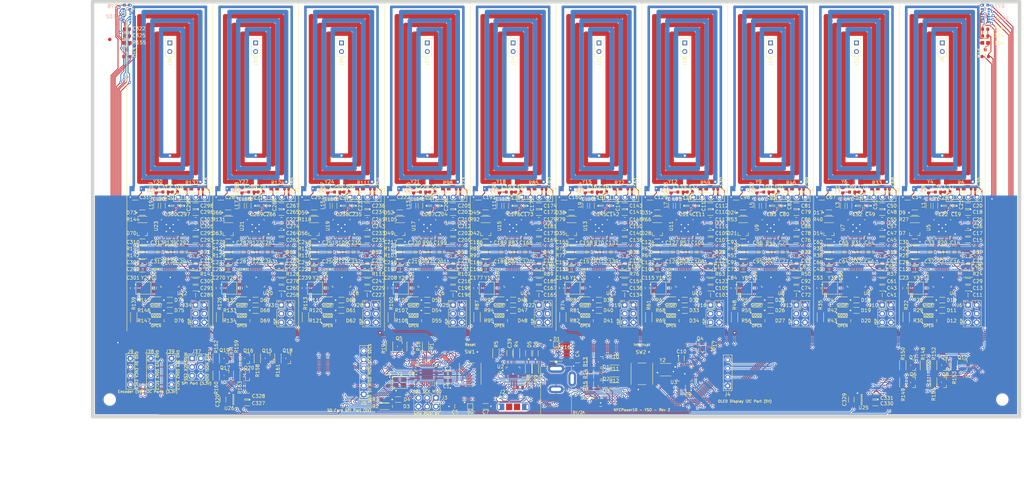
<source format=kicad_pcb>
(kicad_pcb (version 20171130) (host pcbnew "(5.1.5-0-10_14)")
  (title_block (title "NFC Power 10 Transmitters - YSO") (date 2021-01-27) (rev 2) (company NthDegree))
  (layers (0 F.Cu signal) (31 B.Cu signal) (34 B.Paste user) (35 F.Paste user) (36 B.SilkS user) (37 F.SilkS user) (38 B.Mask user) (39 F.Mask user) (44 Edge.Cuts user))
  (net 0 "")
  (net 1 +5V)
  (net 2 GND)
  (net 3 "Net-(C2-Pad1)")
  (net 4 "Net-(C3-Pad1)")
  (net 5 VBUS)
  (net 6 +5VP)
  (net 7 "Net-(C13-Pad1)")
  (net 8 "Net-(C125-Pad1)")
  (net 9 "Net-(C181-Pad1)")
  (net 10 /SCL)
  (net 11 /SDA)
  (net 12 /TX1/HSEN2)
  (net 13 "Net-(J8-Pad1)")
  (net 14 "Net-(J8-Pad2)")
  (net 15 /TX2/HSEN2)
  (net 16 /TX3/HSEN2)
  (net 17 /TX4/HSEN2)
  (net 18 /TX5/HSEN2)
  (net 19 /TX6/HSEN2)
  (net 20 /TX7/HSEN2)
  (net 21 /TX8/HSEN2)
  (net 22 /TX9/HSEN2)
  (net 23 /TX10/HSEN2)
  (net 24 /TX1/RFO1)
  (net 25 /TX1/RF1)
  (net 26 /TX1/RFO2)
  (net 27 /TX1/RF2)
  (net 28 /TX2/RFO1)
  (net 29 /TX2/RF1)
  (net 30 /TX2/RFO2)
  (net 31 /TX2/RF2)
  (net 32 /TX3/RFO1)
  (net 33 /TX3/RF1)
  (net 34 /TX3/RFO2)
  (net 35 /TX3/RF2)
  (net 36 /TX4/RFO1)
  (net 37 /TX4/RF1)
  (net 38 /TX4/RFO2)
  (net 39 /TX4/RF2)
  (net 40 /TX5/RFO1)
  (net 41 /TX5/RF1)
  (net 42 /TX5/RFO2)
  (net 43 /TX5/RF2)
  (net 44 /TX6/RFO1)
  (net 45 /TX6/RF1)
  (net 46 /TX6/RFO2)
  (net 47 /TX6/RF2)
  (net 48 /TX7/RFO1)
  (net 49 /TX7/RF1)
  (net 50 /TX7/RFO2)
  (net 51 /TX7/RF2)
  (net 52 /TX8/RFO1)
  (net 53 /TX8/RF1)
  (net 54 /TX8/RFO2)
  (net 55 /TX8/RF2)
  (net 56 /TX9/RFO1)
  (net 57 /TX9/RF1)
  (net 58 /TX9/RFO2)
  (net 59 /TX9/RF2)
  (net 60 /TX10/RFO1)
  (net 61 /TX10/RF1)
  (net 62 /TX10/RFO2)
  (net 63 /TX10/RF2)
  (net 64 /TX1/HSEN1)
  (net 65 /TX2/HSEN1)
  (net 66 /TX3/HSEN1)
  (net 67 /TX4/HSEN1)
  (net 68 /TX5/HSEN1)
  (net 69 /TX6/HSEN1)
  (net 70 /TX7/HSEN1)
  (net 71 /TX8/HSEN1)
  (net 72 /TX9/HSEN1)
  (net 73 /TX10/HSEN1)
  (net 74 /RES)
  (net 75 "Net-(D3-Pad2)")
  (net 76 "Net-(D4-Pad1)")
  (net 77 /TXD)
  (net 78 /RX)
  (net 79 /RXD)
  (net 80 /TX)
  (net 81 /DTRD)
  (net 82 "Net-(D5-Pad1)")
  (net 83 /RXLED#)
  (net 84 "Net-(D6-Pad1)")
  (net 85 /TXLED#)
  (net 86 /IRQ)
  (net 87 /IRQP)
  (net 88 /SDAP)
  (net 89 /SCLP)
  (net 90 /RXP)
  (net 91 /TXP)
  (net 92 "Net-(C6-Pad1)")
  (net 93 "Net-(C8-Pad1)")
  (net 94 /SCK)
  (net 95 /RED)
  (net 96 "Net-(J1-Pad3)")
  (net 97 "Net-(J2-Pad8)")
  (net 98 "Net-(J2-Pad11)")
  (net 99 "Net-(J2-Pad9)")
  (net 100 "Net-(J2-Pad10)")
  (net 101 "Net-(J2-Pad6)")
  (net 102 "Net-(J2-Pad7)")
  (net 103 "Net-(J2-Pad2)")
  (net 104 "Net-(J2-Pad3)")
  (net 105 "Net-(J2-Pad4)")
  (net 106 /MOSI)
  (net 107 /MISO)
  (net 108 "Net-(SW1-Pad3)")
  (net 109 "Net-(SW1-Pad1)")
  (net 110 "Net-(SW2-Pad3)")
  (net 111 "Net-(SW2-Pad1)")
  (net 112 "Net-(U1-Pad22)")
  (net 113 "Net-(U1-Pad19)")
  (net 114 "Net-(U2-Pad16)")
  (net 115 "Net-(U2-Pad6)")
  (net 116 "Net-(U2-Pad15)")
  (net 117 "Net-(U2-Pad11)")
  (net 118 "Net-(U2-Pad5)")
  (net 119 "Net-(U2-Pad4)")
  (net 120 "Net-(U2-Pad2)")
  (net 121 /CLK4)
  (net 122 /CLK5)
  (net 123 "Net-(U3-Pad16)")
  (net 124 "Net-(U3-Pad15)")
  (net 125 "Net-(U3-Pad13)")
  (net 126 /CLK1)
  (net 127 /CLK2)
  (net 128 /CLK3)
  (net 129 "Net-(U3-Pad2)")
  (net 130 "Net-(U3-Pad1)")
  (net 131 /TX1/VDD_D)
  (net 132 /TX1/VDD_A)
  (net 133 /TX1/VDD_RF)
  (net 134 /TX1/VDD_AM)
  (net 135 "Net-(C23-Pad1)")
  (net 136 "Net-(C26-Pad1)")
  (net 137 "Net-(C27-Pad1)")
  (net 138 /TX1/VDET1)
  (net 139 /TX1/VDET2)
  (net 140 "Net-(C30-Pad1)")
  (net 141 "Net-(C31-Pad1)")
  (net 142 /TX1/AGDC)
  (net 143 "Net-(C38-Pad2)")
  (net 144 /TX2/VDD_D)
  (net 145 /TX2/VDD_A)
  (net 146 /TX2/VDD_RF)
  (net 147 /TX2/VDD_AM)
  (net 148 /TX2/VDET1)
  (net 149 /TX2/VDET2)
  (net 150 "Net-(C58-Pad1)")
  (net 151 /TX2/AGDC)
  (net 152 /TX3/VDD_D)
  (net 153 /TX3/VDD_A)
  (net 154 /TX3/VDD_RF)
  (net 155 /TX3/VDD_AM)
  (net 156 /TX3/VDET1)
  (net 157 /TX3/VDET2)
  (net 158 /TX3/AGDC)
  (net 159 /TX4/VDD_D)
  (net 160 /TX4/VDD_A)
  (net 161 /TX4/VDD_RF)
  (net 162 /TX4/VDD_AM)
  (net 163 /TX4/VDET1)
  (net 164 /TX4/VDET2)
  (net 165 "Net-(C115-Pad1)")
  (net 166 /TX4/AGDC)
  (net 167 /TX5/VDD_D)
  (net 168 /TX5/VDD_A)
  (net 169 /TX5/VDD_RF)
  (net 170 /TX5/VDD_AM)
  (net 171 /TX5/VDET1)
  (net 172 /TX5/VDET2)
  (net 173 /TX5/AGDC)
  (net 174 /TX6/VDD_D)
  (net 175 /TX6/VDD_A)
  (net 176 /TX6/VDD_RF)
  (net 177 /TX6/VDD_AM)
  (net 178 "Net-(C167-Pad1)")
  (net 179 /TX6/VDET1)
  (net 180 /TX6/VDET2)
  (net 181 /TX6/AGDC)
  (net 182 /TX7/VDD_D)
  (net 183 /TX7/VDD_A)
  (net 184 /TX7/VDD_RF)
  (net 185 /TX7/VDD_AM)
  (net 186 /TX7/VDET1)
  (net 187 /TX7/VDET2)
  (net 188 "Net-(C198-Pad1)")
  (net 189 /TX7/AGDC)
  (net 190 /TX8/VDD_D)
  (net 191 /TX8/VDD_A)
  (net 192 /TX8/VDD_RF)
  (net 193 /TX8/VDD_AM)
  (net 194 /TX8/VDET1)
  (net 195 /TX8/VDET2)
  (net 196 /TX8/AGDC)
  (net 197 /TX9/VDD_D)
  (net 198 /TX9/VDD_A)
  (net 199 /TX9/VDD_RF)
  (net 200 /TX9/VDD_AM)
  (net 201 /TX9/VDET1)
  (net 202 /TX9/VDET2)
  (net 203 /TX9/AGDC)
  (net 204 /TX10/VDD_D)
  (net 205 /TX10/VDD_A)
  (net 206 /TX10/VDD_RF)
  (net 207 /TX10/VDD_AM)
  (net 208 "Net-(C275-Pad1)")
  (net 209 "Net-(C279-Pad1)")
  (net 210 /TX10/VDET1)
  (net 211 /TX10/VDET2)
  (net 212 /TX10/AGDC)
  (net 213 "Net-(D7-Pad2)")
  (net 214 "Net-(D8-Pad2)")
  (net 215 "Net-(D9-Pad1)")
  (net 216 /TX1/RED)
  (net 217 "Net-(D10-Pad1)")
  (net 218 "Net-(D11-Pad1)")
  (net 219 /TX1/GRN)
  (net 220 "Net-(D12-Pad2)")
  (net 221 /TX1/BLU)
  (net 222 "Net-(D14-Pad2)")
  (net 223 /TX2/RED)
  (net 224 "Net-(D17-Pad1)")
  (net 225 /TX2/GRN)
  (net 226 /TX2/BLU)
  (net 227 "Net-(D20-Pad2)")
  (net 228 /TX3/RED)
  (net 229 /TX3/GRN)
  (net 230 /TX3/BLU)
  (net 231 /TX4/RED)
  (net 232 /TX4/GRN)
  (net 233 /TX4/BLU)
  (net 234 "Net-(D33-Pad1)")
  (net 235 /TX5/RED)
  (net 236 /TX5/GRN)
  (net 237 "Net-(D36-Pad2)")
  (net 238 /TX5/BLU)
  (net 239 "Net-(D39-Pad1)")
  (net 240 /TX6/RED)
  (net 241 "Net-(D40-Pad1)")
  (net 242 /TX6/GRN)
  (net 243 "Net-(D42-Pad2)")
  (net 244 /TX6/BLU)
  (net 245 "Net-(D43-Pad2)")
  (net 246 "Net-(D45-Pad1)")
  (net 247 /TX7/RED)
  (net 248 "Net-(D46-Pad1)")
  (net 249 "Net-(D47-Pad1)")
  (net 250 /TX7/GRN)
  (net 251 "Net-(D48-Pad2)")
  (net 252 /TX7/BLU)
  (net 253 "Net-(D49-Pad2)")
  (net 254 "Net-(D50-Pad2)")
  (net 255 /TX8/RED)
  (net 256 "Net-(D52-Pad1)")
  (net 257 "Net-(D53-Pad1)")
  (net 258 /TX8/GRN)
  (net 259 /TX8/BLU)
  (net 260 "Net-(D55-Pad2)")
  (net 261 "Net-(D56-Pad2)")
  (net 262 /TX9/RED)
  (net 263 "Net-(D59-Pad1)")
  (net 264 /TX9/GRN)
  (net 265 /TX9/BLU)
  (net 266 "Net-(D62-Pad2)")
  (net 267 /TX10/RED)
  (net 268 /TX10/GRN)
  (net 269 /TX10/BLU)
  (net 270 /TX1/RES)
  (net 271 /TX2/RES)
  (net 272 /TX3/RES)
  (net 273 /TX4/RES)
  (net 274 /TX5/RES)
  (net 275 /TX6/RES)
  (net 276 /TX7/RES)
  (net 277 /TX8/RES)
  (net 278 /TX9/RES)
  (net 279 /TX10/RES)
  (net 280 /TX2/RX)
  (net 281 "Net-(U4-Pad25)")
  (net 282 "Net-(U4-Pad22)")
  (net 283 "Net-(U4-Pad19)")
  (net 284 /TX1/SCK)
  (net 285 /TX1/MISO)
  (net 286 /TX1/MOSI)
  (net 287 "Net-(U4-Pad14)")
  (net 288 "Net-(U5-Pad2)")
  (net 289 "Net-(U5-Pad17)")
  (net 290 "Net-(U5-Pad18)")
  (net 291 "Net-(U5-Pad19)")
  (net 292 "Net-(U5-Pad22)")
  (net 293 "Net-(U5-Pad23)")
  (net 294 "Net-(U5-Pad25)")
  (net 295 "Net-(U5-Pad27)")
  (net 296 "Net-(U5-Pad28)")
  (net 297 "Net-(U5-Pad29)")
  (net 298 "Net-(U5-Pad31)")
  (net 299 /TX3/RX)
  (net 300 "Net-(U6-Pad25)")
  (net 301 "Net-(U6-Pad22)")
  (net 302 "Net-(U6-Pad19)")
  (net 303 /TX2/SCK)
  (net 304 /TX2/MISO)
  (net 305 /TX2/MOSI)
  (net 306 "Net-(U6-Pad14)")
  (net 307 "Net-(U7-Pad2)")
  (net 308 "Net-(U7-Pad17)")
  (net 309 "Net-(U7-Pad18)")
  (net 310 "Net-(U7-Pad19)")
  (net 311 "Net-(U7-Pad22)")
  (net 312 "Net-(U7-Pad23)")
  (net 313 "Net-(U7-Pad25)")
  (net 314 "Net-(U7-Pad27)")
  (net 315 "Net-(U7-Pad28)")
  (net 316 "Net-(U7-Pad29)")
  (net 317 "Net-(U7-Pad31)")
  (net 318 /TX4/RX)
  (net 319 "Net-(U8-Pad25)")
  (net 320 "Net-(U8-Pad22)")
  (net 321 "Net-(U8-Pad19)")
  (net 322 /TX3/SCK)
  (net 323 /TX3/MISO)
  (net 324 /TX3/MOSI)
  (net 325 "Net-(U8-Pad14)")
  (net 326 "Net-(U9-Pad2)")
  (net 327 "Net-(U9-Pad17)")
  (net 328 "Net-(U9-Pad18)")
  (net 329 "Net-(U9-Pad19)")
  (net 330 "Net-(U9-Pad22)")
  (net 331 "Net-(U9-Pad23)")
  (net 332 "Net-(U9-Pad25)")
  (net 333 "Net-(U9-Pad27)")
  (net 334 "Net-(U9-Pad28)")
  (net 335 "Net-(U9-Pad29)")
  (net 336 "Net-(U9-Pad31)")
  (net 337 /TX5/RX)
  (net 338 "Net-(U10-Pad25)")
  (net 339 "Net-(U10-Pad22)")
  (net 340 "Net-(U10-Pad19)")
  (net 341 /TX4/SCK)
  (net 342 /TX4/MISO)
  (net 343 /TX4/MOSI)
  (net 344 "Net-(U10-Pad14)")
  (net 345 "Net-(U11-Pad2)")
  (net 346 "Net-(U11-Pad17)")
  (net 347 "Net-(U11-Pad18)")
  (net 348 "Net-(U11-Pad19)")
  (net 349 "Net-(U11-Pad22)")
  (net 350 "Net-(U11-Pad23)")
  (net 351 "Net-(U11-Pad25)")
  (net 352 "Net-(U11-Pad27)")
  (net 353 "Net-(U11-Pad28)")
  (net 354 "Net-(U11-Pad29)")
  (net 355 "Net-(U11-Pad31)")
  (net 356 /TX6/RX)
  (net 357 "Net-(U12-Pad25)")
  (net 358 "Net-(U12-Pad22)")
  (net 359 "Net-(U12-Pad19)")
  (net 360 /TX5/SCK)
  (net 361 /TX5/MISO)
  (net 362 /TX5/MOSI)
  (net 363 "Net-(U12-Pad14)")
  (net 364 "Net-(U13-Pad2)")
  (net 365 "Net-(U13-Pad17)")
  (net 366 "Net-(U13-Pad18)")
  (net 367 "Net-(U13-Pad19)")
  (net 368 "Net-(U13-Pad22)")
  (net 369 "Net-(U13-Pad23)")
  (net 370 "Net-(U13-Pad25)")
  (net 371 "Net-(U13-Pad27)")
  (net 372 "Net-(U13-Pad28)")
  (net 373 "Net-(U13-Pad29)")
  (net 374 "Net-(U13-Pad31)")
  (net 375 /TX7/RX)
  (net 376 "Net-(U14-Pad25)")
  (net 377 "Net-(U14-Pad22)")
  (net 378 "Net-(U14-Pad19)")
  (net 379 /TX6/SCK)
  (net 380 /TX6/MISO)
  (net 381 /TX6/MOSI)
  (net 382 "Net-(U14-Pad14)")
  (net 383 "Net-(U15-Pad2)")
  (net 384 "Net-(U15-Pad17)")
  (net 385 "Net-(U15-Pad18)")
  (net 386 "Net-(U15-Pad19)")
  (net 387 "Net-(U15-Pad22)")
  (net 388 "Net-(U15-Pad23)")
  (net 389 "Net-(U15-Pad25)")
  (net 390 "Net-(U15-Pad27)")
  (net 391 "Net-(U15-Pad28)")
  (net 392 "Net-(U15-Pad29)")
  (net 393 "Net-(U15-Pad31)")
  (net 394 /TX8/RX)
  (net 395 "Net-(U16-Pad25)")
  (net 396 "Net-(U16-Pad22)")
  (net 397 "Net-(U16-Pad19)")
  (net 398 /TX7/SCK)
  (net 399 /TX7/MISO)
  (net 400 /TX7/MOSI)
  (net 401 "Net-(U16-Pad14)")
  (net 402 "Net-(U17-Pad2)")
  (net 403 "Net-(U17-Pad17)")
  (net 404 "Net-(U17-Pad18)")
  (net 405 "Net-(U17-Pad19)")
  (net 406 "Net-(U17-Pad22)")
  (net 407 "Net-(U17-Pad23)")
  (net 408 "Net-(U17-Pad25)")
  (net 409 "Net-(U17-Pad27)")
  (net 410 "Net-(U17-Pad28)")
  (net 411 "Net-(U17-Pad29)")
  (net 412 "Net-(U17-Pad31)")
  (net 413 /TX9/RX)
  (net 414 "Net-(U18-Pad25)")
  (net 415 "Net-(U18-Pad22)")
  (net 416 "Net-(U18-Pad19)")
  (net 417 /TX8/SCK)
  (net 418 /TX8/MISO)
  (net 419 /TX8/MOSI)
  (net 420 "Net-(U18-Pad14)")
  (net 421 "Net-(U19-Pad2)")
  (net 422 "Net-(U19-Pad17)")
  (net 423 "Net-(U19-Pad18)")
  (net 424 "Net-(U19-Pad19)")
  (net 425 "Net-(U19-Pad22)")
  (net 426 "Net-(U19-Pad23)")
  (net 427 "Net-(U19-Pad25)")
  (net 428 "Net-(U19-Pad27)")
  (net 429 "Net-(U19-Pad28)")
  (net 430 "Net-(U19-Pad29)")
  (net 431 "Net-(U19-Pad31)")
  (net 432 /TX10/RX)
  (net 433 "Net-(U20-Pad25)")
  (net 434 "Net-(U20-Pad22)")
  (net 435 "Net-(U20-Pad19)")
  (net 436 /TX9/SCK)
  (net 437 /TX9/MISO)
  (net 438 /TX9/MOSI)
  (net 439 "Net-(U20-Pad14)")
  (net 440 "Net-(U21-Pad2)")
  (net 441 "Net-(U21-Pad17)")
  (net 442 "Net-(U21-Pad18)")
  (net 443 "Net-(U21-Pad19)")
  (net 444 "Net-(U21-Pad22)")
  (net 445 "Net-(U21-Pad23)")
  (net 446 "Net-(U21-Pad25)")
  (net 447 "Net-(U21-Pad27)")
  (net 448 "Net-(U21-Pad28)")
  (net 449 "Net-(U21-Pad29)")
  (net 450 "Net-(U21-Pad31)")
  (net 451 "Net-(U22-Pad25)")
  (net 452 "Net-(U22-Pad22)")
  (net 453 "Net-(U22-Pad19)")
  (net 454 /TX10/SCK)
  (net 455 /TX10/MISO)
  (net 456 /TX10/MOSI)
  (net 457 "Net-(U22-Pad14)")
  (net 458 "Net-(U23-Pad2)")
  (net 459 "Net-(U23-Pad17)")
  (net 460 "Net-(U23-Pad18)")
  (net 461 "Net-(U23-Pad19)")
  (net 462 "Net-(U23-Pad22)")
  (net 463 "Net-(U23-Pad23)")
  (net 464 "Net-(U23-Pad25)")
  (net 465 "Net-(U23-Pad27)")
  (net 466 "Net-(U23-Pad28)")
  (net 467 "Net-(U23-Pad29)")
  (net 468 "Net-(U23-Pad31)")
  (net 469 /VIN)
  (net 470 /TX1/VPD2)
  (net 471 "Net-(C43-Pad1)")
  (net 472 "Net-(C53-Pad1)")
  (net 473 /TX2/VPD2)
  (net 474 "Net-(C57-Pad1)")
  (net 475 "Net-(C62-Pad1)")
  (net 476 "Net-(C63-Pad1)")
  (net 477 "Net-(C71-Pad2)")
  (net 478 "Net-(C74-Pad1)")
  (net 479 "Net-(C84-Pad1)")
  (net 480 /TX3/VPD2)
  (net 481 "Net-(C88-Pad1)")
  (net 482 "Net-(C89-Pad1)")
  (net 483 "Net-(C93-Pad1)")
  (net 484 "Net-(C94-Pad1)")
  (net 485 "Net-(C102-Pad2)")
  (net 486 "Net-(C105-Pad1)")
  (net 487 /TX4/VPD2)
  (net 488 "Net-(C119-Pad1)")
  (net 489 "Net-(C120-Pad1)")
  (net 490 "Net-(C124-Pad1)")
  (net 491 "Net-(C133-Pad2)")
  (net 492 "Net-(C136-Pad1)")
  (net 493 "Net-(C146-Pad1)")
  (net 494 /TX5/VPD2)
  (net 495 "Net-(C150-Pad1)")
  (net 496 "Net-(C151-Pad1)")
  (net 497 "Net-(C155-Pad1)")
  (net 498 "Net-(C156-Pad1)")
  (net 499 "Net-(C164-Pad2)")
  (net 500 "Net-(C177-Pad1)")
  (net 501 /TX6/VPD2)
  (net 502 "Net-(C182-Pad1)")
  (net 503 "Net-(C186-Pad1)")
  (net 504 "Net-(C187-Pad1)")
  (net 505 "Net-(C195-Pad2)")
  (net 506 "Net-(C208-Pad1)")
  (net 507 /TX7/VPD2)
  (net 508 "Net-(C212-Pad1)")
  (net 509 "Net-(C213-Pad1)")
  (net 510 "Net-(C217-Pad1)")
  (net 511 "Net-(C218-Pad1)")
  (net 512 "Net-(C226-Pad2)")
  (net 513 "Net-(C229-Pad1)")
  (net 514 "Net-(C239-Pad1)")
  (net 515 /TX8/VPD2)
  (net 516 "Net-(C243-Pad1)")
  (net 517 "Net-(C244-Pad1)")
  (net 518 "Net-(C248-Pad1)")
  (net 519 "Net-(C249-Pad1)")
  (net 520 "Net-(C257-Pad2)")
  (net 521 "Net-(C260-Pad1)")
  (net 522 "Net-(C270-Pad1)")
  (net 523 /TX9/VPD2)
  (net 524 "Net-(C274-Pad1)")
  (net 525 "Net-(C280-Pad1)")
  (net 526 "Net-(C288-Pad2)")
  (net 527 "Net-(C291-Pad1)")
  (net 528 "Net-(C301-Pad1)")
  (net 529 /TX10/VPD2)
  (net 530 "Net-(C305-Pad1)")
  (net 531 "Net-(C306-Pad1)")
  (net 532 "Net-(C310-Pad1)")
  (net 533 "Net-(C311-Pad1)")
  (net 534 "Net-(C319-Pad2)")
  (net 535 /DEV1/2V8)
  (net 536 "Net-(C327-Pad1)")
  (net 537 /DEV1/3V3)
  (net 538 "Net-(C330-Pad1)")
  (net 539 "Net-(D15-Pad2)")
  (net 540 "Net-(D18-Pad1)")
  (net 541 "Net-(D19-Pad1)")
  (net 542 "Net-(D21-Pad2)")
  (net 543 "Net-(D22-Pad2)")
  (net 544 "Net-(D24-Pad1)")
  (net 545 "Net-(D25-Pad1)")
  (net 546 "Net-(D26-Pad1)")
  (net 547 "Net-(D27-Pad2)")
  (net 548 "Net-(D28-Pad2)")
  (net 549 "Net-(D29-Pad2)")
  (net 550 "Net-(D31-Pad1)")
  (net 551 "Net-(D32-Pad1)")
  (net 552 "Net-(D34-Pad2)")
  (net 553 "Net-(D35-Pad2)")
  (net 554 "Net-(D38-Pad1)")
  (net 555 "Net-(D41-Pad2)")
  (net 556 "Net-(D54-Pad1)")
  (net 557 "Net-(D57-Pad2)")
  (net 558 "Net-(D60-Pad1)")
  (net 559 "Net-(D61-Pad1)")
  (net 560 "Net-(D63-Pad2)")
  (net 561 "Net-(D64-Pad2)")
  (net 562 "Net-(D66-Pad1)")
  (net 563 "Net-(D67-Pad1)")
  (net 564 "Net-(D68-Pad1)")
  (net 565 "Net-(D69-Pad2)")
  (net 566 "Net-(D70-Pad2)")
  (net 567 "Net-(D71-Pad2)")
  (net 568 "Net-(D73-Pad1)")
  (net 569 "Net-(D74-Pad1)")
  (net 570 "Net-(D75-Pad1)")
  (net 571 "Net-(D76-Pad2)")
  (net 572 "Net-(D77-Pad1)")
  (net 573 "Net-(D78-Pad1)")
  (net 574 /SDCS)
  (net 575 /ENCA)
  (net 576 /ENCB)
  (net 577 /TX1/LSEN2)
  (net 578 /TX2/LSEN2)
  (net 579 "Net-(J12-Pad1)")
  (net 580 "Net-(J12-Pad2)")
  (net 581 /TX3/LSEN2)
  (net 582 "Net-(J15-Pad1)")
  (net 583 "Net-(J15-Pad2)")
  (net 584 /TX4/LSEN2)
  (net 585 "Net-(J18-Pad1)")
  (net 586 "Net-(J18-Pad2)")
  (net 587 /TX5/LSEN2)
  (net 588 "Net-(J21-Pad1)")
  (net 589 "Net-(J21-Pad2)")
  (net 590 /TX6/LSEN2)
  (net 591 "Net-(J24-Pad1)")
  (net 592 "Net-(J24-Pad2)")
  (net 593 /TX7/LSEN2)
  (net 594 "Net-(J27-Pad1)")
  (net 595 "Net-(J27-Pad2)")
  (net 596 /TX8/LSEN2)
  (net 597 "Net-(J30-Pad1)")
  (net 598 "Net-(J30-Pad2)")
  (net 599 /TX9/LSEN2)
  (net 600 "Net-(J33-Pad1)")
  (net 601 "Net-(J33-Pad2)")
  (net 602 /TX10/LSEN2)
  (net 603 "Net-(J36-Pad1)")
  (net 604 "Net-(J36-Pad2)")
  (net 605 /DEV1/MISO3)
  (net 606 /DEV1/SCK3)
  (net 607 /DEV1/MOSI3)
  (net 608 /DEV1/CSS3)
  (net 609 /DEV1/SDA3)
  (net 610 /DEV1/SCL3)
  (net 611 "Net-(MT1-Pad1)")
  (net 612 "Net-(MT2-Pad1)")
  (net 613 "Net-(MT3-Pad1)")
  (net 614 "Net-(MT4-Pad1)")
  (net 615 /TXT)
  (net 616 /RXT)
  (net 617 /DEV1/SDA2)
  (net 618 /IED)
  (net 619 /DEV1/IED2)
  (net 620 /DEV1/SCL2)
  (net 621 /ENED1)
  (net 622 /DEV1/ENED12)
  (net 623 /ENED2)
  (net 624 /DEV1/ENED22)
  (net 625 "Net-(Q12-Pad3)")
  (net 626 /GRN)
  (net 627 "Net-(Q13-Pad3)")
  (net 628 /CSS)
  (net 629 "Net-(U2-Pad19)")
  (net 630 "Net-(UED1-Pad11)")
  (net 631 "Net-(UED1-Pad7)")
  (net 632 "Net-(UED1-Pad3)")
  (net 633 "Net-(UED1-Pad2)")
  (net 634 "Net-(UED2-Pad11)")
  (net 635 "Net-(UED2-Pad7)")
  (net 636 "Net-(UED2-Pad3)")
  (net 637 "Net-(UED2-Pad2)")
  (net 638 "Net-(U1-Pad9)")
  (module project:Field_Sensor_54_22 (layer B.Cu) (at 101 136.5 90)
    (fp_text reference Y31 (at -2.5 -5.5) (layer B.SilkS) (effects (justify mirror)))
    (fp_text value Field_Sensor_54_22)
    (fp_line (start -1.5 -7.2) (end -1.5 10.5) (layer B.Cu) (width 0.75))
    (fp_line (start -1.5 10.5) (end 51 10.5) (layer B.Cu) (width 0.75))
    (fp_line (start 51 10.5) (end 51 -10.5) (layer B.Cu) (width 0.75))
    (fp_line (start 51 -10.5) (end -1.2 -10.5) (layer B.Cu) (width 0.75))
    (pad 1 smd rect (at -2 -8 90) (size 1.524 1.524) (layers B.Cu B.Mask) (net 73 /TX10/HSEN1))
    (pad 2 smd rect (at -2 -11 90) (size 1.524 1.524) (layers B.Cu B.Mask) (net 2 GND))
  )
  (module project:Field_Sensor_54_22 (layer B.Cu) (at 126 136.5 90)
    (fp_text reference Y28 (at -2.5 -5.5) (layer B.SilkS) (effects (justify mirror)))
    (fp_text value Field_Sensor_54_22)
    (fp_line (start -1.5 -7.2) (end -1.5 10.5) (layer B.Cu) (width 0.75))
    (fp_line (start -1.5 10.5) (end 51 10.5) (layer B.Cu) (width 0.75))
    (fp_line (start 51 10.5) (end 51 -10.5) (layer B.Cu) (width 0.75))
    (fp_line (start 51 -10.5) (end -1.2 -10.5) (layer B.Cu) (width 0.75))
    (pad 1 smd rect (at -2 -8 90) (size 1.524 1.524) (layers B.Cu B.Mask) (net 72 /TX9/HSEN1))
    (pad 2 smd rect (at -2 -11 90) (size 1.524 1.524) (layers B.Cu B.Mask) (net 2 GND))
  )
  (module project:Field_Sensor_54_22 (layer B.Cu) (at 151 136.5 90)
    (fp_text reference Y25 (at -2.5 -5.5) (layer B.SilkS) (effects (justify mirror)))
    (fp_text value Field_Sensor_54_22)
    (fp_line (start -1.5 -7.2) (end -1.5 10.5) (layer B.Cu) (width 0.75))
    (fp_line (start -1.5 10.5) (end 51 10.5) (layer B.Cu) (width 0.75))
    (fp_line (start 51 10.5) (end 51 -10.5) (layer B.Cu) (width 0.75))
    (fp_line (start 51 -10.5) (end -1.2 -10.5) (layer B.Cu) (width 0.75))
    (pad 1 smd rect (at -2 -8 90) (size 1.524 1.524) (layers B.Cu B.Mask) (net 71 /TX8/HSEN1))
    (pad 2 smd rect (at -2 -11 90) (size 1.524 1.524) (layers B.Cu B.Mask) (net 2 GND))
  )
  (module project:Field_Sensor_54_22 (layer B.Cu) (at 176 136.5 90)
    (fp_text reference Y22 (at -2.5 -5.5) (layer B.SilkS) (effects (justify mirror)))
    (fp_text value Field_Sensor_54_22)
    (fp_line (start -1.5 -7.2) (end -1.5 10.5) (layer B.Cu) (width 0.75))
    (fp_line (start -1.5 10.5) (end 51 10.5) (layer B.Cu) (width 0.75))
    (fp_line (start 51 10.5) (end 51 -10.5) (layer B.Cu) (width 0.75))
    (fp_line (start 51 -10.5) (end -1.2 -10.5) (layer B.Cu) (width 0.75))
    (pad 1 smd rect (at -2 -8 90) (size 1.524 1.524) (layers B.Cu B.Mask) (net 70 /TX7/HSEN1))
    (pad 2 smd rect (at -2 -11 90) (size 1.524 1.524) (layers B.Cu B.Mask) (net 2 GND))
  )
  (module project:Field_Sensor_54_22 (layer B.Cu) (at 201 136.5 90)
    (fp_text reference Y19 (at -2.5 -5.5) (layer B.SilkS) (effects (justify mirror)))
    (fp_text value Field_Sensor_54_22)
    (fp_line (start -1.5 -7.2) (end -1.5 10.5) (layer B.Cu) (width 0.75))
    (fp_line (start -1.5 10.5) (end 51 10.5) (layer B.Cu) (width 0.75))
    (fp_line (start 51 10.5) (end 51 -10.5) (layer B.Cu) (width 0.75))
    (fp_line (start 51 -10.5) (end -1.2 -10.5) (layer B.Cu) (width 0.75))
    (pad 1 smd rect (at -2 -8 90) (size 1.524 1.524) (layers B.Cu B.Mask) (net 69 /TX6/HSEN1))
    (pad 2 smd rect (at -2 -11 90) (size 1.524 1.524) (layers B.Cu B.Mask) (net 2 GND))
  )
  (module project:Field_Sensor_54_22 (layer B.Cu) (at 226 136.5 90)
    (fp_text reference Y16 (at -2.5 -5.5) (layer B.SilkS) (effects (justify mirror)))
    (fp_text value Field_Sensor_54_22)
    (fp_line (start -1.5 -7.2) (end -1.5 10.5) (layer B.Cu) (width 0.75))
    (fp_line (start -1.5 10.5) (end 51 10.5) (layer B.Cu) (width 0.75))
    (fp_line (start 51 10.5) (end 51 -10.5) (layer B.Cu) (width 0.75))
    (fp_line (start 51 -10.5) (end -1.2 -10.5) (layer B.Cu) (width 0.75))
    (pad 1 smd rect (at -2 -8 90) (size 1.524 1.524) (layers B.Cu B.Mask) (net 68 /TX5/HSEN1))
    (pad 2 smd rect (at -2 -11 90) (size 1.524 1.524) (layers B.Cu B.Mask) (net 2 GND))
  )
  (module project:Field_Sensor_54_22 (layer B.Cu) (at 251 136.5 90)
    (fp_text reference Y13 (at -2.5 -5.5) (layer B.SilkS) (effects (justify mirror)))
    (fp_text value Field_Sensor_54_22)
    (fp_line (start -1.5 -7.2) (end -1.5 10.5) (layer B.Cu) (width 0.75))
    (fp_line (start -1.5 10.5) (end 51 10.5) (layer B.Cu) (width 0.75))
    (fp_line (start 51 10.5) (end 51 -10.5) (layer B.Cu) (width 0.75))
    (fp_line (start 51 -10.5) (end -1.2 -10.5) (layer B.Cu) (width 0.75))
    (pad 1 smd rect (at -2 -8 90) (size 1.524 1.524) (layers B.Cu B.Mask) (net 67 /TX4/HSEN1))
    (pad 2 smd rect (at -2 -11 90) (size 1.524 1.524) (layers B.Cu B.Mask) (net 2 GND))
  )
  (module project:Field_Sensor_54_22 (layer B.Cu) (at 276 136.5 90)
    (fp_text reference Y10 (at -2.5 -5.5) (layer B.SilkS) (effects (justify mirror)))
    (fp_text value Field_Sensor_54_22)
    (fp_line (start -1.5 -7.2) (end -1.5 10.5) (layer B.Cu) (width 0.75))
    (fp_line (start -1.5 10.5) (end 51 10.5) (layer B.Cu) (width 0.75))
    (fp_line (start 51 10.5) (end 51 -10.5) (layer B.Cu) (width 0.75))
    (fp_line (start 51 -10.5) (end -1.2 -10.5) (layer B.Cu) (width 0.75))
    (pad 1 smd rect (at -2 -8 90) (size 1.524 1.524) (layers B.Cu B.Mask) (net 66 /TX3/HSEN1))
    (pad 2 smd rect (at -2 -11 90) (size 1.524 1.524) (layers B.Cu B.Mask) (net 2 GND))
  )
  (module project:Field_Sensor_54_22 (layer B.Cu) (at 301 136.5 90)
    (fp_text reference Y7 (at -2.5 -5.5) (layer B.SilkS) (effects (justify mirror)))
    (fp_text value Field_Sensor_54_22)
    (fp_line (start -1.5 -7.2) (end -1.5 10.5) (layer B.Cu) (width 0.75))
    (fp_line (start -1.5 10.5) (end 51 10.5) (layer B.Cu) (width 0.75))
    (fp_line (start 51 10.5) (end 51 -10.5) (layer B.Cu) (width 0.75))
    (fp_line (start 51 -10.5) (end -1.2 -10.5) (layer B.Cu) (width 0.75))
    (pad 1 smd rect (at -2 -8 90) (size 1.524 1.524) (layers B.Cu B.Mask) (net 65 /TX2/HSEN1))
    (pad 2 smd rect (at -2 -11 90) (size 1.524 1.524) (layers B.Cu B.Mask) (net 2 GND))
  )
  (module project:Field_Sensor_54_22 (layer B.Cu) (at 326 136.5 90)
    (fp_text reference Y5 (at -2.5 -5.5) (layer B.SilkS) (effects (justify mirror)))
    (fp_text value Field_Sensor_54_22)
    (fp_line (start -1.5 -7.2) (end -1.5 10.5) (layer B.Cu) (width 0.75))
    (fp_line (start -1.5 10.5) (end 51 10.5) (layer B.Cu) (width 0.75))
    (fp_line (start 51 10.5) (end 51 -10.5) (layer B.Cu) (width 0.75))
    (fp_line (start 51 -10.5) (end -1.2 -10.5) (layer B.Cu) (width 0.75))
    (pad 1 smd rect (at -2 -8 90) (size 1.524 1.524) (layers B.Cu B.Mask) (net 64 /TX1/HSEN1))
    (pad 2 smd rect (at -2 -11 90) (size 1.524 1.524) (layers B.Cu B.Mask) (net 2 GND))
  )
  (module project:Epson-TSX-3225_16.0000MF09Z-AC3-0 (layer F.Cu) (at 293.3 167.5)
    (fp_text reference Y32 (at -0.8 -3) (layer F.SilkS) (effects (justify left)))
    (fp_text value TSX-3225_16.0000MF09Z-AC3)
    (pad 4 smd rect (at -1.1 -0.8) (size 1.4 1.15) (layers F.Cu F.Paste F.Mask) (net 2 GND))
    (pad 3 smd rect (at 1.1 -0.8) (size 1.4 1.15) (layers F.Cu F.Paste F.Mask) (net 150 "Net-(C58-Pad1)"))
    (pad 2 smd rect (at 1.1 0.8) (size 1.4 1.15) (layers F.Cu F.Paste F.Mask) (net 2 GND))
    (pad 1 smd rect (at -1.1 0.8) (size 1.4 1.15) (layers F.Cu F.Paste F.Mask) (net 472 "Net-(C53-Pad1)"))
  )
  (module project:Abracon-ABM8G-25.000MHz-B4Y-T-0 (layer F.Cu) (at 245.4 191.3)
    (fp_text reference Y2 (at -1.875 -2.8) (layer F.SilkS) (effects (justify left)))
    (fp_text value ABM8G-25.000MHz-B4Y-T)
    (pad 4 smd rect (at -1.1 -0.85) (size 1.4 1.2) (layers F.Cu F.Paste F.Mask) (net 2 GND))
    (pad 3 smd rect (at 1.1 -0.85) (size 1.4 1.2) (layers F.Cu F.Paste F.Mask) (net 130 "Net-(U3-Pad1)"))
    (pad 2 smd rect (at 1.1 0.85) (size 1.4 1.2) (layers F.Cu F.Paste F.Mask) (net 2 GND))
    (pad 1 smd rect (at -1.1 0.85) (size 1.4 1.2) (layers F.Cu F.Paste F.Mask) (net 129 "Net-(U3-Pad2)"))
  )
  (module project:YAGEO-CC0603-0-0-0 (layer F.Cu) (at 332.8 161.4)
    (fp_text reference C40 (at 1.475 -0.175) (layer F.SilkS) (effects (justify left)))
    (fp_text value CC0603KRX7R7BB105)
    (pad 1 smd rect (at -0.75 0) (size 0.8 0.9) (layers F.Cu F.Paste F.Mask) (net 470 /TX1/VPD2))
    (pad 2 smd rect (at 0.75 0) (size 0.8 0.9) (layers F.Cu F.Paste F.Mask) (net 2 GND))
  )
  (module project:YAGEO-CC0603-0-0-0 (layer F.Cu) (at 200 186.5 90)
    (fp_text reference C39 (at 1.3374 -0.0118 90) (layer F.SilkS) (effects (justify left)))
    (fp_text value CC0603KPX7R9BB104)
    (pad 1 smd rect (at -0.75 0 90) (size 0.8 0.9) (layers F.Cu F.Paste F.Mask) (net 81 /DTRD))
    (pad 2 smd rect (at 0.75 0 90) (size 0.8 0.9) (layers F.Cu F.Paste F.Mask) (net 74 /RES))
  )
  (module project:TE_Connectivity-FSM2JSMAA-MFG (layer F.Cu) (at 238.5 192.5)
    (fp_text reference SW2 (at -1.9104 -6.3214) (layer F.SilkS) (effects (justify left)))
    (fp_text value FSM2JSMAA)
    (pad 4 smd rect (at -2.24 4.55) (size 1.38 2.1) (layers F.Cu F.Paste F.Mask) (net 2 GND))
    (pad 3 smd rect (at -2.24 -4.55) (size 1.38 2.1) (layers F.Cu F.Paste F.Mask) (net 110 "Net-(SW2-Pad3)"))
    (pad 2 smd rect (at 2.24 4.55) (size 1.38 2.1) (layers F.Cu F.Paste F.Mask) (net 86 /IRQ))
    (pad 1 smd rect (at 2.25 -4.55) (size 1.38 2.1) (layers F.Cu F.Paste F.Mask) (net 111 "Net-(SW2-Pad1)"))
  )
  (module project:YAGEO-CC0603-0-0-0 (layer F.Cu) (at 302.5 139.5)
    (fp_text reference C70 (at 0.5 -1.5) (layer F.SilkS))
    (fp_text value CC0603KRX7R9BB102)
    (pad 1 smd rect (at -0.75 0) (size 0.8 0.9) (layers F.Cu F.Paste F.Mask) (net 2 GND))
    (pad 2 smd rect (at 0.75 0) (size 0.8 0.9) (layers F.Cu F.Paste F.Mask) (net 29 /TX2/RF1))
  )
  (module project:YAGEO-CC0603-0-0-0 (layer F.Cu) (at 304.5 142.5)
    (fp_text reference C51 (at 2 0.7 90) (layer F.SilkS))
    (fp_text value CC0603KRX7R9BB103)
    (pad 1 smd rect (at -0.75 0) (size 0.8 0.9) (layers F.Cu F.Paste F.Mask) (net 146 /TX2/VDD_RF))
    (pad 2 smd rect (at 0.75 0) (size 0.8 0.9) (layers F.Cu F.Paste F.Mask) (net 2 GND))
  )
  (module project:YAGEO-CC0603-0-0-0 (layer F.Cu) (at 301.5 142.5 180)
    (fp_text reference C54 (at 0.25 1.5) (layer F.SilkS))
    (fp_text value CC0603KRX7R9BB103)
    (pad 1 smd rect (at -0.75 0 180) (size 0.8 0.9) (layers F.Cu F.Paste F.Mask) (net 147 /TX2/VDD_AM))
    (pad 2 smd rect (at 0.75 0 180) (size 0.8 0.9) (layers F.Cu F.Paste F.Mask) (net 2 GND))
  )
  (module project:Samtec-SSW-104-01-T-S-Manufacturer_Recommended (layer F.Cu) (at 303.5 141)
    (fp_text reference J11 (at 7.5 -2.1) (layer F.SilkS) (effects (justify left)))
    (fp_text value SSW-104-01-T-S)
    (pad 3 thru_hole circle (at 5.08 0) (size 1.4 1.4) (drill 0.860001) (layers *.Cu *.Mask) (net 15 /TX2/HSEN2))
    (pad 2 thru_hole circle (at 2.54 0) (size 1.4 1.4) (drill 0.860001) (layers *.Cu *.Mask) (net 578 /TX2/LSEN2))
    (pad 1 thru_hole rect (at 0 0) (size 1.4 1.4) (drill 0.860001) (layers *.Cu *.Mask) (net 6 +5VP))
    (pad 4 thru_hole circle (at 7.62 0) (size 1.4 1.4) (drill 0.860001) (layers *.Cu *.Mask) (net 2 GND))
  )
  (module project:Microchip___Atmel-ATMEGA328P-MU-Level_A (layer F.Cu) (at 101 164.5)
    (fp_text reference U22 (at 2 4.5 180) (layer F.SilkS) (effects (justify left)))
    (fp_text value ATMEGA328P-MU)
    (pad 33 smd rect (at 0.000001 0.000001) (size 3.300001 3.300001) (layers F.Cu F.Paste F.Mask) (net 2 GND))
    (pad 32 smd roundrect (at -1.749999 -2.55) (size 0.249999 0.900001) (layers F.Cu F.Paste F.Mask) (roundrect_rratio 0.5) (net 87 /IRQP))
    (pad 31 smd roundrect (at -1.25 -2.55) (size 0.249999 0.900001) (layers F.Cu F.Paste F.Mask) (roundrect_rratio 0.5) (net 91 /TXP))
    (pad 30 smd roundrect (at -0.750001 -2.55) (size 0.249999 0.900001) (layers F.Cu F.Paste F.Mask) (roundrect_rratio 0.5) (net 432 /TX10/RX))
    (pad 29 smd roundrect (at -0.249999 -2.55) (size 0.249999 0.900001) (layers F.Cu F.Paste F.Mask) (roundrect_rratio 0.5) (net 279 /TX10/RES))
    (pad 28 smd roundrect (at 0.249999 -2.55) (size 0.249999 0.900001) (layers F.Cu F.Paste F.Mask) (roundrect_rratio 0.5) (net 89 /SCLP))
    (pad 27 smd roundrect (at 0.750001 -2.55) (size 0.249999 0.900001) (layers F.Cu F.Paste F.Mask) (roundrect_rratio 0.5) (net 88 /SDAP))
    (pad 26 smd roundrect (at 1.25 -2.55) (size 0.249999 0.900001) (layers F.Cu F.Paste F.Mask) (roundrect_rratio 0.5) (net 529 /TX10/VPD2))
    (pad 25 smd roundrect (at 1.749999 -2.55) (size 0.249999 0.900001) (layers F.Cu F.Paste F.Mask) (roundrect_rratio 0.5) (net 451 "Net-(U22-Pad25)"))
    (pad 24 smd roundrect (at 2.55 -1.749999 270) (size 0.249999 0.900001) (layers F.Cu F.Paste F.Mask) (roundrect_rratio 0.5) (net 211 /TX10/VDET2))
    (pad 23 smd roundrect (at 2.55 -1.25 270) (size 0.249999 0.900001) (layers F.Cu F.Paste F.Mask) (roundrect_rratio 0.5) (net 210 /TX10/VDET1))
    (pad 22 smd roundrect (at 2.55 -0.750001 270) (size 0.249999 0.900001) (layers F.Cu F.Paste F.Mask) (roundrect_rratio 0.5) (net 452 "Net-(U22-Pad22)"))
    (pad 21 smd roundrect (at 2.55 -0.249999 270) (size 0.249999 0.900001) (layers F.Cu F.Paste F.Mask) (roundrect_rratio 0.5) (net 2 GND))
    (pad 20 smd roundrect (at 2.55 0.249999 270) (size 0.249999 0.900001) (layers F.Cu F.Paste F.Mask) (roundrect_rratio 0.5) (net 527 "Net-(C291-Pad1)"))
    (pad 19 smd roundrect (at 2.55 0.750001 270) (size 0.249999 0.900001) (layers F.Cu F.Paste F.Mask) (roundrect_rratio 0.5) (net 453 "Net-(U22-Pad19)"))
    (pad 18 smd roundrect (at 2.55 1.25 270) (size 0.249999 0.900001) (layers F.Cu F.Paste F.Mask) (roundrect_rratio 0.5) (net 6 +5VP))
    (pad 17 smd roundrect (at 2.55 1.749999 270) (size 0.249999 0.900001) (layers F.Cu F.Paste F.Mask) (roundrect_rratio 0.5) (net 454 /TX10/SCK))
    (pad 16 smd roundrect (at 1.749999 2.55) (size 0.249999 0.900001) (layers F.Cu F.Paste F.Mask) (roundrect_rratio 0.5) (net 455 /TX10/MISO))
    (pad 15 smd roundrect (at 1.25 2.55) (size 0.249999 0.900001) (layers F.Cu F.Paste F.Mask) (roundrect_rratio 0.5) (net 456 /TX10/MOSI))
    (pad 14 smd roundrect (at 0.750001 2.55) (size 0.249999 0.900001) (layers F.Cu F.Paste F.Mask) (roundrect_rratio 0.5) (net 457 "Net-(U22-Pad14)"))
    (pad 13 smd roundrect (at 0.249999 2.55) (size 0.249999 0.900001) (layers F.Cu F.Paste F.Mask) (roundrect_rratio 0.5) (net 6 +5VP))
    (pad 12 smd roundrect (at -0.249999 2.55) (size 0.249999 0.900001) (layers F.Cu F.Paste F.Mask) (roundrect_rratio 0.5) (net 2 GND))
    (pad 11 smd roundrect (at -0.750001 2.55) (size 0.249999 0.900001) (layers F.Cu F.Paste F.Mask) (roundrect_rratio 0.5) (net 2 GND))
    (pad 10 smd roundrect (at -1.25 2.55) (size 0.249999 0.900001) (layers F.Cu F.Paste F.Mask) (roundrect_rratio 0.5) (net 6 +5VP))
    (pad 9 smd roundrect (at -1.749999 2.55) (size 0.249999 0.900001) (layers F.Cu F.Paste F.Mask) (roundrect_rratio 0.5) (net 269 /TX10/BLU))
    (pad 8 smd roundrect (at -2.55 1.749999 270) (size 0.249999 0.900001) (layers F.Cu F.Paste F.Mask) (roundrect_rratio 0.5) (net 528 "Net-(C301-Pad1)"))
    (pad 7 smd roundrect (at -2.55 1.25 270) (size 0.249999 0.900001) (layers F.Cu F.Paste F.Mask) (roundrect_rratio 0.5) (net 531 "Net-(C306-Pad1)"))
    (pad 6 smd roundrect (at -2.55 0.750001 270) (size 0.249999 0.900001) (layers F.Cu F.Paste F.Mask) (roundrect_rratio 0.5) (net 6 +5VP))
    (pad 5 smd roundrect (at -2.55 0.249999 270) (size 0.249999 0.900001) (layers F.Cu F.Paste F.Mask) (roundrect_rratio 0.5) (net 2 GND))
    (pad 4 smd roundrect (at -2.55 -0.249999 270) (size 0.249999 0.900001) (layers F.Cu F.Paste F.Mask) (roundrect_rratio 0.5) (net 6 +5VP))
    (pad 3 smd roundrect (at -2.55 -0.750001 270) (size 0.249999 0.900001) (layers F.Cu F.Paste F.Mask) (roundrect_rratio 0.5) (net 2 GND))
    (pad 2 smd roundrect (at -2.55 -1.25 270) (size 0.249999 0.900001) (layers F.Cu F.Paste F.Mask) (roundrect_rratio 0.5) (net 268 /TX10/GRN))
    (pad 1 smd roundrect (at -2.55 -1.749999 270) (size 0.249999 0.900001) (layers F.Cu F.Paste F.Mask) (roundrect_rratio 0.5) (net 267 /TX10/RED))
  )
  (module project:Microchip___Atmel-ATMEGA328P-MU-Level_A (layer F.Cu) (at 126 164.5)
    (fp_text reference U20 (at 2 4.5 180) (layer F.SilkS) (effects (justify left)))
    (fp_text value ATMEGA328P-MU)
    (pad 33 smd rect (at 0.000001 0.000001) (size 3.300001 3.300001) (layers F.Cu F.Paste F.Mask) (net 2 GND))
    (pad 32 smd roundrect (at -1.749999 -2.55) (size 0.249999 0.900001) (layers F.Cu F.Paste F.Mask) (roundrect_rratio 0.5) (net 87 /IRQP))
    (pad 31 smd roundrect (at -1.25 -2.55) (size 0.249999 0.900001) (layers F.Cu F.Paste F.Mask) (roundrect_rratio 0.5) (net 432 /TX10/RX))
    (pad 30 smd roundrect (at -0.750001 -2.55) (size 0.249999 0.900001) (layers F.Cu F.Paste F.Mask) (roundrect_rratio 0.5) (net 413 /TX9/RX))
    (pad 29 smd roundrect (at -0.249999 -2.55) (size 0.249999 0.900001) (layers F.Cu F.Paste F.Mask) (roundrect_rratio 0.5) (net 278 /TX9/RES))
    (pad 28 smd roundrect (at 0.249999 -2.55) (size 0.249999 0.900001) (layers F.Cu F.Paste F.Mask) (roundrect_rratio 0.5) (net 89 /SCLP))
    (pad 27 smd roundrect (at 0.750001 -2.55) (size 0.249999 0.900001) (layers F.Cu F.Paste F.Mask) (roundrect_rratio 0.5) (net 88 /SDAP))
    (pad 26 smd roundrect (at 1.25 -2.55) (size 0.249999 0.900001) (layers F.Cu F.Paste F.Mask) (roundrect_rratio 0.5) (net 523 /TX9/VPD2))
    (pad 25 smd roundrect (at 1.749999 -2.55) (size 0.249999 0.900001) (layers F.Cu F.Paste F.Mask) (roundrect_rratio 0.5) (net 433 "Net-(U20-Pad25)"))
    (pad 24 smd roundrect (at 2.55 -1.749999 270) (size 0.249999 0.900001) (layers F.Cu F.Paste F.Mask) (roundrect_rratio 0.5) (net 202 /TX9/VDET2))
    (pad 23 smd roundrect (at 2.55 -1.25 270) (size 0.249999 0.900001) (layers F.Cu F.Paste F.Mask) (roundrect_rratio 0.5) (net 201 /TX9/VDET1))
    (pad 22 smd roundrect (at 2.55 -0.750001 270) (size 0.249999 0.900001) (layers F.Cu F.Paste F.Mask) (roundrect_rratio 0.5) (net 434 "Net-(U20-Pad22)"))
    (pad 21 smd roundrect (at 2.55 -0.249999 270) (size 0.249999 0.900001) (layers F.Cu F.Paste F.Mask) (roundrect_rratio 0.5) (net 2 GND))
    (pad 20 smd roundrect (at 2.55 0.249999 270) (size 0.249999 0.900001) (layers F.Cu F.Paste F.Mask) (roundrect_rratio 0.5) (net 521 "Net-(C260-Pad1)"))
    (pad 19 smd roundrect (at 2.55 0.750001 270) (size 0.249999 0.900001) (layers F.Cu F.Paste F.Mask) (roundrect_rratio 0.5) (net 435 "Net-(U20-Pad19)"))
    (pad 18 smd roundrect (at 2.55 1.25 270) (size 0.249999 0.900001) (layers F.Cu F.Paste F.Mask) (roundrect_rratio 0.5) (net 6 +5VP))
    (pad 17 smd roundrect (at 2.55 1.749999 270) (size 0.249999 0.900001) (layers F.Cu F.Paste F.Mask) (roundrect_rratio 0.5) (net 436 /TX9/SCK))
    (pad 16 smd roundrect (at 1.749999 2.55) (size 0.249999 0.900001) (layers F.Cu F.Paste F.Mask) (roundrect_rratio 0.5) (net 437 /TX9/MISO))
    (pad 15 smd roundrect (at 1.25 2.55) (size 0.249999 0.900001) (layers F.Cu F.Paste F.Mask) (roundrect_rratio 0.5) (net 438 /TX9/MOSI))
    (pad 14 smd roundrect (at 0.750001 2.55) (size 0.249999 0.900001) (layers F.Cu F.Paste F.Mask) (roundrect_rratio 0.5) (net 439 "Net-(U20-Pad14)"))
    (pad 13 smd roundrect (at 0.249999 2.55) (size 0.249999 0.900001) (layers F.Cu F.Paste F.Mask) (roundrect_rratio 0.5) (net 6 +5VP))
    (pad 12 smd roundrect (at -0.249999 2.55) (size 0.249999 0.900001) (layers F.Cu F.Paste F.Mask) (roundrect_rratio 0.5) (net 2 GND))
    (pad 11 smd roundrect (at -0.750001 2.55) (size 0.249999 0.900001) (layers F.Cu F.Paste F.Mask) (roundrect_rratio 0.5) (net 2 GND))
    (pad 10 smd roundrect (at -1.25 2.55) (size 0.249999 0.900001) (layers F.Cu F.Paste F.Mask) (roundrect_rratio 0.5) (net 2 GND))
    (pad 9 smd roundrect (at -1.749999 2.55) (size 0.249999 0.900001) (layers F.Cu F.Paste F.Mask) (roundrect_rratio 0.5) (net 265 /TX9/BLU))
    (pad 8 smd roundrect (at -2.55 1.749999 270) (size 0.249999 0.900001) (layers F.Cu F.Paste F.Mask) (roundrect_rratio 0.5) (net 522 "Net-(C270-Pad1)"))
    (pad 7 smd roundrect (at -2.55 1.25 270) (size 0.249999 0.900001) (layers F.Cu F.Paste F.Mask) (roundrect_rratio 0.5) (net 208 "Net-(C275-Pad1)"))
    (pad 6 smd roundrect (at -2.55 0.750001 270) (size 0.249999 0.900001) (layers F.Cu F.Paste F.Mask) (roundrect_rratio 0.5) (net 6 +5VP))
    (pad 5 smd roundrect (at -2.55 0.249999 270) (size 0.249999 0.900001) (layers F.Cu F.Paste F.Mask) (roundrect_rratio 0.5) (net 2 GND))
    (pad 4 smd roundrect (at -2.55 -0.249999 270) (size 0.249999 0.900001) (layers F.Cu F.Paste F.Mask) (roundrect_rratio 0.5) (net 6 +5VP))
    (pad 3 smd roundrect (at -2.55 -0.750001 270) (size 0.249999 0.900001) (layers F.Cu F.Paste F.Mask) (roundrect_rratio 0.5) (net 2 GND))
    (pad 2 smd roundrect (at -2.55 -1.25 270) (size 0.249999 0.900001) (layers F.Cu F.Paste F.Mask) (roundrect_rratio 0.5) (net 264 /TX9/GRN))
    (pad 1 smd roundrect (at -2.55 -1.749999 270) (size 0.249999 0.900001) (layers F.Cu F.Paste F.Mask) (roundrect_rratio 0.5) (net 262 /TX9/RED))
  )
  (module project:Microchip___Atmel-ATMEGA328P-MU-Level_A (layer F.Cu) (at 151 164.5)
    (fp_text reference U18 (at 2 4.5 180) (layer F.SilkS) (effects (justify left)))
    (fp_text value ATMEGA328P-MU)
    (pad 33 smd rect (at 0.000001 0.000001) (size 3.300001 3.300001) (layers F.Cu F.Paste F.Mask) (net 2 GND))
    (pad 32 smd roundrect (at -1.749999 -2.55) (size 0.249999 0.900001) (layers F.Cu F.Paste F.Mask) (roundrect_rratio 0.5) (net 87 /IRQP))
    (pad 31 smd roundrect (at -1.25 -2.55) (size 0.249999 0.900001) (layers F.Cu F.Paste F.Mask) (roundrect_rratio 0.5) (net 413 /TX9/RX))
    (pad 30 smd roundrect (at -0.750001 -2.55) (size 0.249999 0.900001) (layers F.Cu F.Paste F.Mask) (roundrect_rratio 0.5) (net 394 /TX8/RX))
    (pad 29 smd roundrect (at -0.249999 -2.55) (size 0.249999 0.900001) (layers F.Cu F.Paste F.Mask) (roundrect_rratio 0.5) (net 277 /TX8/RES))
    (pad 28 smd roundrect (at 0.249999 -2.55) (size 0.249999 0.900001) (layers F.Cu F.Paste F.Mask) (roundrect_rratio 0.5) (net 89 /SCLP))
    (pad 27 smd roundrect (at 0.750001 -2.55) (size 0.249999 0.900001) (layers F.Cu F.Paste F.Mask) (roundrect_rratio 0.5) (net 88 /SDAP))
    (pad 26 smd roundrect (at 1.25 -2.55) (size 0.249999 0.900001) (layers F.Cu F.Paste F.Mask) (roundrect_rratio 0.5) (net 515 /TX8/VPD2))
    (pad 25 smd roundrect (at 1.749999 -2.55) (size 0.249999 0.900001) (layers F.Cu F.Paste F.Mask) (roundrect_rratio 0.5) (net 414 "Net-(U18-Pad25)"))
    (pad 24 smd roundrect (at 2.55 -1.749999 270) (size 0.249999 0.900001) (layers F.Cu F.Paste F.Mask) (roundrect_rratio 0.5) (net 195 /TX8/VDET2))
    (pad 23 smd roundrect (at 2.55 -1.25 270) (size 0.249999 0.900001) (layers F.Cu F.Paste F.Mask) (roundrect_rratio 0.5) (net 194 /TX8/VDET1))
    (pad 22 smd roundrect (at 2.55 -0.750001 270) (size 0.249999 0.900001) (layers F.Cu F.Paste F.Mask) (roundrect_rratio 0.5) (net 415 "Net-(U18-Pad22)"))
    (pad 21 smd roundrect (at 2.55 -0.249999 270) (size 0.249999 0.900001) (layers F.Cu F.Paste F.Mask) (roundrect_rratio 0.5) (net 2 GND))
    (pad 20 smd roundrect (at 2.55 0.249999 270) (size 0.249999 0.900001) (layers F.Cu F.Paste F.Mask) (roundrect_rratio 0.5) (net 513 "Net-(C229-Pad1)"))
    (pad 19 smd roundrect (at 2.55 0.750001 270) (size 0.249999 0.900001) (layers F.Cu F.Paste F.Mask) (roundrect_rratio 0.5) (net 416 "Net-(U18-Pad19)"))
    (pad 18 smd roundrect (at 2.55 1.25 270) (size 0.249999 0.900001) (layers F.Cu F.Paste F.Mask) (roundrect_rratio 0.5) (net 6 +5VP))
    (pad 17 smd roundrect (at 2.55 1.749999 270) (size 0.249999 0.900001) (layers F.Cu F.Paste F.Mask) (roundrect_rratio 0.5) (net 417 /TX8/SCK))
    (pad 16 smd roundrect (at 1.749999 2.55) (size 0.249999 0.900001) (layers F.Cu F.Paste F.Mask) (roundrect_rratio 0.5) (net 418 /TX8/MISO))
    (pad 15 smd roundrect (at 1.25 2.55) (size 0.249999 0.900001) (layers F.Cu F.Paste F.Mask) (roundrect_rratio 0.5) (net 419 /TX8/MOSI))
    (pad 14 smd roundrect (at 0.750001 2.55) (size 0.249999 0.900001) (layers F.Cu F.Paste F.Mask) (roundrect_rratio 0.5) (net 420 "Net-(U18-Pad14)"))
    (pad 13 smd roundrect (at 0.249999 2.55) (size 0.249999 0.900001) (layers F.Cu F.Paste F.Mask) (roundrect_rratio 0.5) (net 2 GND))
    (pad 12 smd roundrect (at -0.249999 2.55) (size 0.249999 0.900001) (layers F.Cu F.Paste F.Mask) (roundrect_rratio 0.5) (net 6 +5VP))
    (pad 11 smd roundrect (at -0.750001 2.55) (size 0.249999 0.900001) (layers F.Cu F.Paste F.Mask) (roundrect_rratio 0.5) (net 6 +5VP))
    (pad 10 smd roundrect (at -1.25 2.55) (size 0.249999 0.900001) (layers F.Cu F.Paste F.Mask) (roundrect_rratio 0.5) (net 6 +5VP))
    (pad 9 smd roundrect (at -1.749999 2.55) (size 0.249999 0.900001) (layers F.Cu F.Paste F.Mask) (roundrect_rratio 0.5) (net 259 /TX8/BLU))
    (pad 8 smd roundrect (at -2.55 1.749999 270) (size 0.249999 0.900001) (layers F.Cu F.Paste F.Mask) (roundrect_rratio 0.5) (net 514 "Net-(C239-Pad1)"))
    (pad 7 smd roundrect (at -2.55 1.25 270) (size 0.249999 0.900001) (layers F.Cu F.Paste F.Mask) (roundrect_rratio 0.5) (net 517 "Net-(C244-Pad1)"))
    (pad 6 smd roundrect (at -2.55 0.750001 270) (size 0.249999 0.900001) (layers F.Cu F.Paste F.Mask) (roundrect_rratio 0.5) (net 6 +5VP))
    (pad 5 smd roundrect (at -2.55 0.249999 270) (size 0.249999 0.900001) (layers F.Cu F.Paste F.Mask) (roundrect_rratio 0.5) (net 2 GND))
    (pad 4 smd roundrect (at -2.55 -0.249999 270) (size 0.249999 0.900001) (layers F.Cu F.Paste F.Mask) (roundrect_rratio 0.5) (net 6 +5VP))
    (pad 3 smd roundrect (at -2.55 -0.750001 270) (size 0.249999 0.900001) (layers F.Cu F.Paste F.Mask) (roundrect_rratio 0.5) (net 2 GND))
    (pad 2 smd roundrect (at -2.55 -1.25 270) (size 0.249999 0.900001) (layers F.Cu F.Paste F.Mask) (roundrect_rratio 0.5) (net 258 /TX8/GRN))
    (pad 1 smd roundrect (at -2.55 -1.749999 270) (size 0.249999 0.900001) (layers F.Cu F.Paste F.Mask) (roundrect_rratio 0.5) (net 255 /TX8/RED))
  )
  (module project:Microchip___Atmel-ATMEGA328P-MU-Level_A (layer F.Cu) (at 176 164.5)
    (fp_text reference U16 (at 2 4.5 180) (layer F.SilkS) (effects (justify left)))
    (fp_text value ATMEGA328P-MU)
    (pad 33 smd rect (at 0.000001 0.000001) (size 3.300001 3.300001) (layers F.Cu F.Paste F.Mask) (net 2 GND))
    (pad 32 smd roundrect (at -1.749999 -2.55) (size 0.249999 0.900001) (layers F.Cu F.Paste F.Mask) (roundrect_rratio 0.5) (net 87 /IRQP))
    (pad 31 smd roundrect (at -1.25 -2.55) (size 0.249999 0.900001) (layers F.Cu F.Paste F.Mask) (roundrect_rratio 0.5) (net 394 /TX8/RX))
    (pad 30 smd roundrect (at -0.750001 -2.55) (size 0.249999 0.900001) (layers F.Cu F.Paste F.Mask) (roundrect_rratio 0.5) (net 375 /TX7/RX))
    (pad 29 smd roundrect (at -0.249999 -2.55) (size 0.249999 0.900001) (layers F.Cu F.Paste F.Mask) (roundrect_rratio 0.5) (net 276 /TX7/RES))
    (pad 28 smd roundrect (at 0.249999 -2.55) (size 0.249999 0.900001) (layers F.Cu F.Paste F.Mask) (roundrect_rratio 0.5) (net 89 /SCLP))
    (pad 27 smd roundrect (at 0.750001 -2.55) (size 0.249999 0.900001) (layers F.Cu F.Paste F.Mask) (roundrect_rratio 0.5) (net 88 /SDAP))
    (pad 26 smd roundrect (at 1.25 -2.55) (size 0.249999 0.900001) (layers F.Cu F.Paste F.Mask) (roundrect_rratio 0.5) (net 507 /TX7/VPD2))
    (pad 25 smd roundrect (at 1.749999 -2.55) (size 0.249999 0.900001) (layers F.Cu F.Paste F.Mask) (roundrect_rratio 0.5) (net 395 "Net-(U16-Pad25)"))
    (pad 24 smd roundrect (at 2.55 -1.749999 270) (size 0.249999 0.900001) (layers F.Cu F.Paste F.Mask) (roundrect_rratio 0.5) (net 187 /TX7/VDET2))
    (pad 23 smd roundrect (at 2.55 -1.25 270) (size 0.249999 0.900001) (layers F.Cu F.Paste F.Mask) (roundrect_rratio 0.5) (net 186 /TX7/VDET1))
    (pad 22 smd roundrect (at 2.55 -0.750001 270) (size 0.249999 0.900001) (layers F.Cu F.Paste F.Mask) (roundrect_rratio 0.5) (net 396 "Net-(U16-Pad22)"))
    (pad 21 smd roundrect (at 2.55 -0.249999 270) (size 0.249999 0.900001) (layers F.Cu F.Paste F.Mask) (roundrect_rratio 0.5) (net 2 GND))
    (pad 20 smd roundrect (at 2.55 0.249999 270) (size 0.249999 0.900001) (layers F.Cu F.Paste F.Mask) (roundrect_rratio 0.5) (net 188 "Net-(C198-Pad1)"))
    (pad 19 smd roundrect (at 2.55 0.750001 270) (size 0.249999 0.900001) (layers F.Cu F.Paste F.Mask) (roundrect_rratio 0.5) (net 397 "Net-(U16-Pad19)"))
    (pad 18 smd roundrect (at 2.55 1.25 270) (size 0.249999 0.900001) (layers F.Cu F.Paste F.Mask) (roundrect_rratio 0.5) (net 6 +5VP))
    (pad 17 smd roundrect (at 2.55 1.749999 270) (size 0.249999 0.900001) (layers F.Cu F.Paste F.Mask) (roundrect_rratio 0.5) (net 398 /TX7/SCK))
    (pad 16 smd roundrect (at 1.749999 2.55) (size 0.249999 0.900001) (layers F.Cu F.Paste F.Mask) (roundrect_rratio 0.5) (net 399 /TX7/MISO))
    (pad 15 smd roundrect (at 1.25 2.55) (size 0.249999 0.900001) (layers F.Cu F.Paste F.Mask) (roundrect_rratio 0.5) (net 400 /TX7/MOSI))
    (pad 14 smd roundrect (at 0.750001 2.55) (size 0.249999 0.900001) (layers F.Cu F.Paste F.Mask) (roundrect_rratio 0.5) (net 401 "Net-(U16-Pad14)"))
    (pad 13 smd roundrect (at 0.249999 2.55) (size 0.249999 0.900001) (layers F.Cu F.Paste F.Mask) (roundrect_rratio 0.5) (net 2 GND))
    (pad 12 smd roundrect (at -0.249999 2.55) (size 0.249999 0.900001) (layers F.Cu F.Paste F.Mask) (roundrect_rratio 0.5) (net 6 +5VP))
    (pad 11 smd roundrect (at -0.750001 2.55) (size 0.249999 0.900001) (layers F.Cu F.Paste F.Mask) (roundrect_rratio 0.5) (net 6 +5VP))
    (pad 10 smd roundrect (at -1.25 2.55) (size 0.249999 0.900001) (layers F.Cu F.Paste F.Mask) (roundrect_rratio 0.5) (net 2 GND))
    (pad 9 smd roundrect (at -1.749999 2.55) (size 0.249999 0.900001) (layers F.Cu F.Paste F.Mask) (roundrect_rratio 0.5) (net 252 /TX7/BLU))
    (pad 8 smd roundrect (at -2.55 1.749999 270) (size 0.249999 0.900001) (layers F.Cu F.Paste F.Mask) (roundrect_rratio 0.5) (net 506 "Net-(C208-Pad1)"))
    (pad 7 smd roundrect (at -2.55 1.25 270) (size 0.249999 0.900001) (layers F.Cu F.Paste F.Mask) (roundrect_rratio 0.5) (net 509 "Net-(C213-Pad1)"))
    (pad 6 smd roundrect (at -2.55 0.750001 270) (size 0.249999 0.900001) (layers F.Cu F.Paste F.Mask) (roundrect_rratio 0.5) (net 6 +5VP))
    (pad 5 smd roundrect (at -2.55 0.249999 270) (size 0.249999 0.900001) (layers F.Cu F.Paste F.Mask) (roundrect_rratio 0.5) (net 2 GND))
    (pad 4 smd roundrect (at -2.55 -0.249999 270) (size 0.249999 0.900001) (layers F.Cu F.Paste F.Mask) (roundrect_rratio 0.5) (net 6 +5VP))
    (pad 3 smd roundrect (at -2.55 -0.750001 270) (size 0.249999 0.900001) (layers F.Cu F.Paste F.Mask) (roundrect_rratio 0.5) (net 2 GND))
    (pad 2 smd roundrect (at -2.55 -1.25 270) (size 0.249999 0.900001) (layers F.Cu F.Paste F.Mask) (roundrect_rratio 0.5) (net 250 /TX7/GRN))
    (pad 1 smd roundrect (at -2.55 -1.749999 270) (size 0.249999 0.900001) (layers F.Cu F.Paste F.Mask) (roundrect_rratio 0.5) (net 247 /TX7/RED))
  )
  (module project:Microchip___Atmel-ATMEGA328P-MU-Level_A (layer F.Cu) (at 201 164.5)
    (fp_text reference U14 (at 2 4.5 180) (layer F.SilkS) (effects (justify left)))
    (fp_text value ATMEGA328P-MU)
    (pad 33 smd rect (at 0.000001 0.000001) (size 3.300001 3.300001) (layers F.Cu F.Paste F.Mask) (net 2 GND))
    (pad 32 smd roundrect (at -1.749999 -2.55) (size 0.249999 0.900001) (layers F.Cu F.Paste F.Mask) (roundrect_rratio 0.5) (net 87 /IRQP))
    (pad 31 smd roundrect (at -1.25 -2.55) (size 0.249999 0.900001) (layers F.Cu F.Paste F.Mask) (roundrect_rratio 0.5) (net 375 /TX7/RX))
    (pad 30 smd roundrect (at -0.750001 -2.55) (size 0.249999 0.900001) (layers F.Cu F.Paste F.Mask) (roundrect_rratio 0.5) (net 356 /TX6/RX))
    (pad 29 smd roundrect (at -0.249999 -2.55) (size 0.249999 0.900001) (layers F.Cu F.Paste F.Mask) (roundrect_rratio 0.5) (net 275 /TX6/RES))
    (pad 28 smd roundrect (at 0.249999 -2.55) (size 0.249999 0.900001) (layers F.Cu F.Paste F.Mask) (roundrect_rratio 0.5) (net 89 /SCLP))
    (pad 27 smd roundrect (at 0.750001 -2.55) (size 0.249999 0.900001) (layers F.Cu F.Paste F.Mask) (roundrect_rratio 0.5) (net 88 /SDAP))
    (pad 26 smd roundrect (at 1.25 -2.55) (size 0.249999 0.900001) (layers F.Cu F.Paste F.Mask) (roundrect_rratio 0.5) (net 501 /TX6/VPD2))
    (pad 25 smd roundrect (at 1.749999 -2.55) (size 0.249999 0.900001) (layers F.Cu F.Paste F.Mask) (roundrect_rratio 0.5) (net 376 "Net-(U14-Pad25)"))
    (pad 24 smd roundrect (at 2.55 -1.749999 270) (size 0.249999 0.900001) (layers F.Cu F.Paste F.Mask) (roundrect_rratio 0.5) (net 180 /TX6/VDET2))
    (pad 23 smd roundrect (at 2.55 -1.25 270) (size 0.249999 0.900001) (layers F.Cu F.Paste F.Mask) (roundrect_rratio 0.5) (net 179 /TX6/VDET1))
    (pad 22 smd roundrect (at 2.55 -0.750001 270) (size 0.249999 0.900001) (layers F.Cu F.Paste F.Mask) (roundrect_rratio 0.5) (net 377 "Net-(U14-Pad22)"))
    (pad 21 smd roundrect (at 2.55 -0.249999 270) (size 0.249999 0.900001) (layers F.Cu F.Paste F.Mask) (roundrect_rratio 0.5) (net 2 GND))
    (pad 20 smd roundrect (at 2.55 0.249999 270) (size 0.249999 0.900001) (layers F.Cu F.Paste F.Mask) (roundrect_rratio 0.5) (net 178 "Net-(C167-Pad1)"))
    (pad 19 smd roundrect (at 2.55 0.750001 270) (size 0.249999 0.900001) (layers F.Cu F.Paste F.Mask) (roundrect_rratio 0.5) (net 378 "Net-(U14-Pad19)"))
    (pad 18 smd roundrect (at 2.55 1.25 270) (size 0.249999 0.900001) (layers F.Cu F.Paste F.Mask) (roundrect_rratio 0.5) (net 6 +5VP))
    (pad 17 smd roundrect (at 2.55 1.749999 270) (size 0.249999 0.900001) (layers F.Cu F.Paste F.Mask) (roundrect_rratio 0.5) (net 379 /TX6/SCK))
    (pad 16 smd roundrect (at 1.749999 2.55) (size 0.249999 0.900001) (layers F.Cu F.Paste F.Mask) (roundrect_rratio 0.5) (net 380 /TX6/MISO))
    (pad 15 smd roundrect (at 1.25 2.55) (size 0.249999 0.900001) (layers F.Cu F.Paste F.Mask) (roundrect_rratio 0.5) (net 381 /TX6/MOSI))
    (pad 14 smd roundrect (at 0.750001 2.55) (size 0.249999 0.900001) (layers F.Cu F.Paste F.Mask) (roundrect_rratio 0.5) (net 382 "Net-(U14-Pad14)"))
    (pad 13 smd roundrect (at 0.249999 2.55) (size 0.249999 0.900001) (layers F.Cu F.Paste F.Mask) (roundrect_rratio 0.5) (net 2 GND))
    (pad 12 smd roundrect (at -0.249999 2.55) (size 0.249999 0.900001) (layers F.Cu F.Paste F.Mask) (roundrect_rratio 0.5) (net 6 +5VP))
    (pad 11 smd roundrect (at -0.750001 2.55) (size 0.249999 0.900001) (layers F.Cu F.Paste F.Mask) (roundrect_rratio 0.5) (net 2 GND))
    (pad 10 smd roundrect (at -1.25 2.55) (size 0.249999 0.900001) (layers F.Cu F.Paste F.Mask) (roundrect_rratio 0.5) (net 6 +5VP))
    (pad 9 smd roundrect (at -1.749999 2.55) (size 0.249999 0.900001) (layers F.Cu F.Paste F.Mask) (roundrect_rratio 0.5) (net 244 /TX6/BLU))
    (pad 8 smd roundrect (at -2.55 1.749999 270) (size 0.249999 0.900001) (layers F.Cu F.Paste F.Mask) (roundrect_rratio 0.5) (net 500 "Net-(C177-Pad1)"))
    (pad 7 smd roundrect (at -2.55 1.25 270) (size 0.249999 0.900001) (layers F.Cu F.Paste F.Mask) (roundrect_rratio 0.5) (net 502 "Net-(C182-Pad1)"))
    (pad 6 smd roundrect (at -2.55 0.750001 270) (size 0.249999 0.900001) (layers F.Cu F.Paste F.Mask) (roundrect_rratio 0.5) (net 6 +5VP))
    (pad 5 smd roundrect (at -2.55 0.249999 270) (size 0.249999 0.900001) (layers F.Cu F.Paste F.Mask) (roundrect_rratio 0.5) (net 2 GND))
    (pad 4 smd roundrect (at -2.55 -0.249999 270) (size 0.249999 0.900001) (layers F.Cu F.Paste F.Mask) (roundrect_rratio 0.5) (net 6 +5VP))
    (pad 3 smd roundrect (at -2.55 -0.750001 270) (size 0.249999 0.900001) (layers F.Cu F.Paste F.Mask) (roundrect_rratio 0.5) (net 2 GND))
    (pad 2 smd roundrect (at -2.55 -1.25 270) (size 0.249999 0.900001) (layers F.Cu F.Paste F.Mask) (roundrect_rratio 0.5) (net 242 /TX6/GRN))
    (pad 1 smd roundrect (at -2.55 -1.749999 270) (size 0.249999 0.900001) (layers F.Cu F.Paste F.Mask) (roundrect_rratio 0.5) (net 240 /TX6/RED))
  )
  (module project:Microchip___Atmel-ATMEGA328P-MU-Level_A (layer F.Cu) (at 226 164.5)
    (fp_text reference U12 (at 2 4.5 180) (layer F.SilkS) (effects (justify left)))
    (fp_text value ATMEGA328P-MU)
    (pad 33 smd rect (at 0.000001 0.000001) (size 3.300001 3.300001) (layers F.Cu F.Paste F.Mask) (net 2 GND))
    (pad 32 smd roundrect (at -1.749999 -2.55) (size 0.249999 0.900001) (layers F.Cu F.Paste F.Mask) (roundrect_rratio 0.5) (net 87 /IRQP))
    (pad 31 smd roundrect (at -1.25 -2.55) (size 0.249999 0.900001) (layers F.Cu F.Paste F.Mask) (roundrect_rratio 0.5) (net 356 /TX6/RX))
    (pad 30 smd roundrect (at -0.750001 -2.55) (size 0.249999 0.900001) (layers F.Cu F.Paste F.Mask) (roundrect_rratio 0.5) (net 337 /TX5/RX))
    (pad 29 smd roundrect (at -0.249999 -2.55) (size 0.249999 0.900001) (layers F.Cu F.Paste F.Mask) (roundrect_rratio 0.5) (net 274 /TX5/RES))
    (pad 28 smd roundrect (at 0.249999 -2.55) (size 0.249999 0.900001) (layers F.Cu F.Paste F.Mask) (roundrect_rratio 0.5) (net 89 /SCLP))
    (pad 27 smd roundrect (at 0.750001 -2.55) (size 0.249999 0.900001) (layers F.Cu F.Paste F.Mask) (roundrect_rratio 0.5) (net 88 /SDAP))
    (pad 26 smd roundrect (at 1.25 -2.55) (size 0.249999 0.900001) (layers F.Cu F.Paste F.Mask) (roundrect_rratio 0.5) (net 494 /TX5/VPD2))
    (pad 25 smd roundrect (at 1.749999 -2.55) (size 0.249999 0.900001) (layers F.Cu F.Paste F.Mask) (roundrect_rratio 0.5) (net 357 "Net-(U12-Pad25)"))
    (pad 24 smd roundrect (at 2.55 -1.749999 270) (size 0.249999 0.900001) (layers F.Cu F.Paste F.Mask) (roundrect_rratio 0.5) (net 172 /TX5/VDET2))
    (pad 23 smd roundrect (at 2.55 -1.25 270) (size 0.249999 0.900001) (layers F.Cu F.Paste F.Mask) (roundrect_rratio 0.5) (net 171 /TX5/VDET1))
    (pad 22 smd roundrect (at 2.55 -0.750001 270) (size 0.249999 0.900001) (layers F.Cu F.Paste F.Mask) (roundrect_rratio 0.5) (net 358 "Net-(U12-Pad22)"))
    (pad 21 smd roundrect (at 2.55 -0.249999 270) (size 0.249999 0.900001) (layers F.Cu F.Paste F.Mask) (roundrect_rratio 0.5) (net 2 GND))
    (pad 20 smd roundrect (at 2.55 0.249999 270) (size 0.249999 0.900001) (layers F.Cu F.Paste F.Mask) (roundrect_rratio 0.5) (net 492 "Net-(C136-Pad1)"))
    (pad 19 smd roundrect (at 2.55 0.750001 270) (size 0.249999 0.900001) (layers F.Cu F.Paste F.Mask) (roundrect_rratio 0.5) (net 359 "Net-(U12-Pad19)"))
    (pad 18 smd roundrect (at 2.55 1.25 270) (size 0.249999 0.900001) (layers F.Cu F.Paste F.Mask) (roundrect_rratio 0.5) (net 6 +5VP))
    (pad 17 smd roundrect (at 2.55 1.749999 270) (size 0.249999 0.900001) (layers F.Cu F.Paste F.Mask) (roundrect_rratio 0.5) (net 360 /TX5/SCK))
    (pad 16 smd roundrect (at 1.749999 2.55) (size 0.249999 0.900001) (layers F.Cu F.Paste F.Mask) (roundrect_rratio 0.5) (net 361 /TX5/MISO))
    (pad 15 smd roundrect (at 1.25 2.55) (size 0.249999 0.900001) (layers F.Cu F.Paste F.Mask) (roundrect_rratio 0.5) (net 362 /TX5/MOSI))
    (pad 14 smd roundrect (at 0.750001 2.55) (size 0.249999 0.900001) (layers F.Cu F.Paste F.Mask) (roundrect_rratio 0.5) (net 363 "Net-(U12-Pad14)"))
    (pad 13 smd roundrect (at 0.249999 2.55) (size 0.249999 0.900001) (layers F.Cu F.Paste F.Mask) (roundrect_rratio 0.5) (net 2 GND))
    (pad 12 smd roundrect (at -0.249999 2.55) (size 0.249999 0.900001) (layers F.Cu F.Paste F.Mask) (roundrect_rratio 0.5) (net 6 +5VP))
    (pad 11 smd roundrect (at -0.750001 2.55) (size 0.249999 0.900001) (layers F.Cu F.Paste F.Mask) (roundrect_rratio 0.5) (net 2 GND))
    (pad 10 smd roundrect (at -1.25 2.55) (size 0.249999 0.900001) (layers F.Cu F.Paste F.Mask) (roundrect_rratio 0.5) (net 2 GND))
    (pad 9 smd roundrect (at -1.749999 2.55) (size 0.249999 0.900001) (layers F.Cu F.Paste F.Mask) (roundrect_rratio 0.5) (net 238 /TX5/BLU))
    (pad 8 smd roundrect (at -2.55 1.749999 270) (size 0.249999 0.900001) (layers F.Cu F.Paste F.Mask) (roundrect_rratio 0.5) (net 493 "Net-(C146-Pad1)"))
    (pad 7 smd roundrect (at -2.55 1.25 270) (size 0.249999 0.900001) (layers F.Cu F.Paste F.Mask) (roundrect_rratio 0.5) (net 496 "Net-(C151-Pad1)"))
    (pad 6 smd roundrect (at -2.55 0.750001 270) (size 0.249999 0.900001) (layers F.Cu F.Paste F.Mask) (roundrect_rratio 0.5) (net 6 +5VP))
    (pad 5 smd roundrect (at -2.55 0.249999 270) (size 0.249999 0.900001) (layers F.Cu F.Paste F.Mask) (roundrect_rratio 0.5) (net 2 GND))
    (pad 4 smd roundrect (at -2.55 -0.249999 270) (size 0.249999 0.900001) (layers F.Cu F.Paste F.Mask) (roundrect_rratio 0.5) (net 6 +5VP))
    (pad 3 smd roundrect (at -2.55 -0.750001 270) (size 0.249999 0.900001) (layers F.Cu F.Paste F.Mask) (roundrect_rratio 0.5) (net 2 GND))
    (pad 2 smd roundrect (at -2.55 -1.25 270) (size 0.249999 0.900001) (layers F.Cu F.Paste F.Mask) (roundrect_rratio 0.5) (net 236 /TX5/GRN))
    (pad 1 smd roundrect (at -2.55 -1.749999 270) (size 0.249999 0.900001) (layers F.Cu F.Paste F.Mask) (roundrect_rratio 0.5) (net 235 /TX5/RED))
  )
  (module project:Microchip___Atmel-ATMEGA328P-MU-Level_A (layer F.Cu) (at 251 164.5)
    (fp_text reference U10 (at 2 4.5 180) (layer F.SilkS) (effects (justify left)))
    (fp_text value ATMEGA328P-MU)
    (pad 33 smd rect (at 0.000001 0.000001) (size 3.300001 3.300001) (layers F.Cu F.Paste F.Mask) (net 2 GND))
    (pad 32 smd roundrect (at -1.749999 -2.55) (size 0.249999 0.900001) (layers F.Cu F.Paste F.Mask) (roundrect_rratio 0.5) (net 87 /IRQP))
    (pad 31 smd roundrect (at -1.25 -2.55) (size 0.249999 0.900001) (layers F.Cu F.Paste F.Mask) (roundrect_rratio 0.5) (net 337 /TX5/RX))
    (pad 30 smd roundrect (at -0.750001 -2.55) (size 0.249999 0.900001) (layers F.Cu F.Paste F.Mask) (roundrect_rratio 0.5) (net 318 /TX4/RX))
    (pad 29 smd roundrect (at -0.249999 -2.55) (size 0.249999 0.900001) (layers F.Cu F.Paste F.Mask) (roundrect_rratio 0.5) (net 273 /TX4/RES))
    (pad 28 smd roundrect (at 0.249999 -2.55) (size 0.249999 0.900001) (layers F.Cu F.Paste F.Mask) (roundrect_rratio 0.5) (net 89 /SCLP))
    (pad 27 smd roundrect (at 0.750001 -2.55) (size 0.249999 0.900001) (layers F.Cu F.Paste F.Mask) (roundrect_rratio 0.5) (net 88 /SDAP))
    (pad 26 smd roundrect (at 1.25 -2.55) (size 0.249999 0.900001) (layers F.Cu F.Paste F.Mask) (roundrect_rratio 0.5) (net 487 /TX4/VPD2))
    (pad 25 smd roundrect (at 1.749999 -2.55) (size 0.249999 0.900001) (layers F.Cu F.Paste F.Mask) (roundrect_rratio 0.5) (net 338 "Net-(U10-Pad25)"))
    (pad 24 smd roundrect (at 2.55 -1.749999 270) (size 0.249999 0.900001) (layers F.Cu F.Paste F.Mask) (roundrect_rratio 0.5) (net 164 /TX4/VDET2))
    (pad 23 smd roundrect (at 2.55 -1.25 270) (size 0.249999 0.900001) (layers F.Cu F.Paste F.Mask) (roundrect_rratio 0.5) (net 163 /TX4/VDET1))
    (pad 22 smd roundrect (at 2.55 -0.750001 270) (size 0.249999 0.900001) (layers F.Cu F.Paste F.Mask) (roundrect_rratio 0.5) (net 339 "Net-(U10-Pad22)"))
    (pad 21 smd roundrect (at 2.55 -0.249999 270) (size 0.249999 0.900001) (layers F.Cu F.Paste F.Mask) (roundrect_rratio 0.5) (net 2 GND))
    (pad 20 smd roundrect (at 2.55 0.249999 270) (size 0.249999 0.900001) (layers F.Cu F.Paste F.Mask) (roundrect_rratio 0.5) (net 486 "Net-(C105-Pad1)"))
    (pad 19 smd roundrect (at 2.55 0.750001 270) (size 0.249999 0.900001) (layers F.Cu F.Paste F.Mask) (roundrect_rratio 0.5) (net 340 "Net-(U10-Pad19)"))
    (pad 18 smd roundrect (at 2.55 1.25 270) (size 0.249999 0.900001) (layers F.Cu F.Paste F.Mask) (roundrect_rratio 0.5) (net 6 +5VP))
    (pad 17 smd roundrect (at 2.55 1.749999 270) (size 0.249999 0.900001) (layers F.Cu F.Paste F.Mask) (roundrect_rratio 0.5) (net 341 /TX4/SCK))
    (pad 16 smd roundrect (at 1.749999 2.55) (size 0.249999 0.900001) (layers F.Cu F.Paste F.Mask) (roundrect_rratio 0.5) (net 342 /TX4/MISO))
    (pad 15 smd roundrect (at 1.25 2.55) (size 0.249999 0.900001) (layers F.Cu F.Paste F.Mask) (roundrect_rratio 0.5) (net 343 /TX4/MOSI))
    (pad 14 smd roundrect (at 0.750001 2.55) (size 0.249999 0.900001) (layers F.Cu F.Paste F.Mask) (roundrect_rratio 0.5) (net 344 "Net-(U10-Pad14)"))
    (pad 13 smd roundrect (at 0.249999 2.55) (size 0.249999 0.900001) (layers F.Cu F.Paste F.Mask) (roundrect_rratio 0.5) (net 2 GND))
    (pad 12 smd roundrect (at -0.249999 2.55) (size 0.249999 0.900001) (layers F.Cu F.Paste F.Mask) (roundrect_rratio 0.5) (net 2 GND))
    (pad 11 smd roundrect (at -0.750001 2.55) (size 0.249999 0.900001) (layers F.Cu F.Paste F.Mask) (roundrect_rratio 0.5) (net 6 +5VP))
    (pad 10 smd roundrect (at -1.25 2.55) (size 0.249999 0.900001) (layers F.Cu F.Paste F.Mask) (roundrect_rratio 0.5) (net 6 +5VP))
    (pad 9 smd roundrect (at -1.749999 2.55) (size 0.249999 0.900001) (layers F.Cu F.Paste F.Mask) (roundrect_rratio 0.5) (net 233 /TX4/BLU))
    (pad 8 smd roundrect (at -2.55 1.749999 270) (size 0.249999 0.900001) (layers F.Cu F.Paste F.Mask) (roundrect_rratio 0.5) (net 165 "Net-(C115-Pad1)"))
    (pad 7 smd roundrect (at -2.55 1.25 270) (size 0.249999 0.900001) (layers F.Cu F.Paste F.Mask) (roundrect_rratio 0.5) (net 489 "Net-(C120-Pad1)"))
    (pad 6 smd roundrect (at -2.55 0.750001 270) (size 0.249999 0.900001) (layers F.Cu F.Paste F.Mask) (roundrect_rratio 0.5) (net 6 +5VP))
    (pad 5 smd roundrect (at -2.55 0.249999 270) (size 0.249999 0.900001) (layers F.Cu F.Paste F.Mask) (roundrect_rratio 0.5) (net 2 GND))
    (pad 4 smd roundrect (at -2.55 -0.249999 270) (size 0.249999 0.900001) (layers F.Cu F.Paste F.Mask) (roundrect_rratio 0.5) (net 6 +5VP))
    (pad 3 smd roundrect (at -2.55 -0.750001 270) (size 0.249999 0.900001) (layers F.Cu F.Paste F.Mask) (roundrect_rratio 0.5) (net 2 GND))
    (pad 2 smd roundrect (at -2.55 -1.25 270) (size 0.249999 0.900001) (layers F.Cu F.Paste F.Mask) (roundrect_rratio 0.5) (net 232 /TX4/GRN))
    (pad 1 smd roundrect (at -2.55 -1.749999 270) (size 0.249999 0.900001) (layers F.Cu F.Paste F.Mask) (roundrect_rratio 0.5) (net 231 /TX4/RED))
  )
  (module project:Microchip___Atmel-ATMEGA328P-MU-Level_A (layer F.Cu) (at 276 164.5)
    (fp_text reference U8 (at 2 4.5 180) (layer F.SilkS) (effects (justify left)))
    (fp_text value ATMEGA328P-MU)
    (pad 33 smd rect (at 0.000001 0.000001) (size 3.300001 3.300001) (layers F.Cu F.Paste F.Mask) (net 2 GND))
    (pad 32 smd roundrect (at -1.749999 -2.55) (size 0.249999 0.900001) (layers F.Cu F.Paste F.Mask) (roundrect_rratio 0.5) (net 87 /IRQP))
    (pad 31 smd roundrect (at -1.25 -2.55) (size 0.249999 0.900001) (layers F.Cu F.Paste F.Mask) (roundrect_rratio 0.5) (net 318 /TX4/RX))
    (pad 30 smd roundrect (at -0.750001 -2.55) (size 0.249999 0.900001) (layers F.Cu F.Paste F.Mask) (roundrect_rratio 0.5) (net 299 /TX3/RX))
    (pad 29 smd roundrect (at -0.249999 -2.55) (size 0.249999 0.900001) (layers F.Cu F.Paste F.Mask) (roundrect_rratio 0.5) (net 272 /TX3/RES))
    (pad 28 smd roundrect (at 0.249999 -2.55) (size 0.249999 0.900001) (layers F.Cu F.Paste F.Mask) (roundrect_rratio 0.5) (net 89 /SCLP))
    (pad 27 smd roundrect (at 0.750001 -2.55) (size 0.249999 0.900001) (layers F.Cu F.Paste F.Mask) (roundrect_rratio 0.5) (net 88 /SDAP))
    (pad 26 smd roundrect (at 1.25 -2.55) (size 0.249999 0.900001) (layers F.Cu F.Paste F.Mask) (roundrect_rratio 0.5) (net 480 /TX3/VPD2))
    (pad 25 smd roundrect (at 1.749999 -2.55) (size 0.249999 0.900001) (layers F.Cu F.Paste F.Mask) (roundrect_rratio 0.5) (net 319 "Net-(U8-Pad25)"))
    (pad 24 smd roundrect (at 2.55 -1.749999 270) (size 0.249999 0.900001) (layers F.Cu F.Paste F.Mask) (roundrect_rratio 0.5) (net 157 /TX3/VDET2))
    (pad 23 smd roundrect (at 2.55 -1.25 270) (size 0.249999 0.900001) (layers F.Cu F.Paste F.Mask) (roundrect_rratio 0.5) (net 156 /TX3/VDET1))
    (pad 22 smd roundrect (at 2.55 -0.750001 270) (size 0.249999 0.900001) (layers F.Cu F.Paste F.Mask) (roundrect_rratio 0.5) (net 320 "Net-(U8-Pad22)"))
    (pad 21 smd roundrect (at 2.55 -0.249999 270) (size 0.249999 0.900001) (layers F.Cu F.Paste F.Mask) (roundrect_rratio 0.5) (net 2 GND))
    (pad 20 smd roundrect (at 2.55 0.249999 270) (size 0.249999 0.900001) (layers F.Cu F.Paste F.Mask) (roundrect_rratio 0.5) (net 478 "Net-(C74-Pad1)"))
    (pad 19 smd roundrect (at 2.55 0.750001 270) (size 0.249999 0.900001) (layers F.Cu F.Paste F.Mask) (roundrect_rratio 0.5) (net 321 "Net-(U8-Pad19)"))
    (pad 18 smd roundrect (at 2.55 1.25 270) (size 0.249999 0.900001) (layers F.Cu F.Paste F.Mask) (roundrect_rratio 0.5) (net 6 +5VP))
    (pad 17 smd roundrect (at 2.55 1.749999 270) (size 0.249999 0.900001) (layers F.Cu F.Paste F.Mask) (roundrect_rratio 0.5) (net 322 /TX3/SCK))
    (pad 16 smd roundrect (at 1.749999 2.55) (size 0.249999 0.900001) (layers F.Cu F.Paste F.Mask) (roundrect_rratio 0.5) (net 323 /TX3/MISO))
    (pad 15 smd roundrect (at 1.25 2.55) (size 0.249999 0.900001) (layers F.Cu F.Paste F.Mask) (roundrect_rratio 0.5) (net 324 /TX3/MOSI))
    (pad 14 smd roundrect (at 0.750001 2.55) (size 0.249999 0.900001) (layers F.Cu F.Paste F.Mask) (roundrect_rratio 0.5) (net 325 "Net-(U8-Pad14)"))
    (pad 13 smd roundrect (at 0.249999 2.55) (size 0.249999 0.900001) (layers F.Cu F.Paste F.Mask) (roundrect_rratio 0.5) (net 2 GND))
    (pad 12 smd roundrect (at -0.249999 2.55) (size 0.249999 0.900001) (layers F.Cu F.Paste F.Mask) (roundrect_rratio 0.5) (net 2 GND))
    (pad 11 smd roundrect (at -0.750001 2.55) (size 0.249999 0.900001) (layers F.Cu F.Paste F.Mask) (roundrect_rratio 0.5) (net 6 +5VP))
    (pad 10 smd roundrect (at -1.25 2.55) (size 0.249999 0.900001) (layers F.Cu F.Paste F.Mask) (roundrect_rratio 0.5) (net 2 GND))
    (pad 9 smd roundrect (at -1.749999 2.55) (size 0.249999 0.900001) (layers F.Cu F.Paste F.Mask) (roundrect_rratio 0.5) (net 230 /TX3/BLU))
    (pad 8 smd roundrect (at -2.55 1.749999 270) (size 0.249999 0.900001) (layers F.Cu F.Paste F.Mask) (roundrect_rratio 0.5) (net 479 "Net-(C84-Pad1)"))
    (pad 7 smd roundrect (at -2.55 1.25 270) (size 0.249999 0.900001) (layers F.Cu F.Paste F.Mask) (roundrect_rratio 0.5) (net 482 "Net-(C89-Pad1)"))
    (pad 6 smd roundrect (at -2.55 0.750001 270) (size 0.249999 0.900001) (layers F.Cu F.Paste F.Mask) (roundrect_rratio 0.5) (net 6 +5VP))
    (pad 5 smd roundrect (at -2.55 0.249999 270) (size 0.249999 0.900001) (layers F.Cu F.Paste F.Mask) (roundrect_rratio 0.5) (net 2 GND))
    (pad 4 smd roundrect (at -2.55 -0.249999 270) (size 0.249999 0.900001) (layers F.Cu F.Paste F.Mask) (roundrect_rratio 0.5) (net 6 +5VP))
    (pad 3 smd roundrect (at -2.55 -0.750001 270) (size 0.249999 0.900001) (layers F.Cu F.Paste F.Mask) (roundrect_rratio 0.5) (net 2 GND))
    (pad 2 smd roundrect (at -2.55 -1.25 270) (size 0.249999 0.900001) (layers F.Cu F.Paste F.Mask) (roundrect_rratio 0.5) (net 229 /TX3/GRN))
    (pad 1 smd roundrect (at -2.55 -1.749999 270) (size 0.249999 0.900001) (layers F.Cu F.Paste F.Mask) (roundrect_rratio 0.5) (net 228 /TX3/RED))
  )
  (module project:Microchip___Atmel-ATMEGA328P-MU-Level_A (layer F.Cu) (at 301 164.5)
    (fp_text reference U6 (at 2 4.5 180) (layer F.SilkS) (effects (justify left)))
    (fp_text value ATMEGA328P-MU)
    (pad 33 smd rect (at 0.000001 0.000001) (size 3.300001 3.300001) (layers F.Cu F.Paste F.Mask) (net 2 GND))
    (pad 32 smd roundrect (at -1.749999 -2.55) (size 0.249999 0.900001) (layers F.Cu F.Paste F.Mask) (roundrect_rratio 0.5) (net 87 /IRQP))
    (pad 31 smd roundrect (at -1.25 -2.55) (size 0.249999 0.900001) (layers F.Cu F.Paste F.Mask) (roundrect_rratio 0.5) (net 299 /TX3/RX))
    (pad 30 smd roundrect (at -0.750001 -2.55) (size 0.249999 0.900001) (layers F.Cu F.Paste F.Mask) (roundrect_rratio 0.5) (net 280 /TX2/RX))
    (pad 29 smd roundrect (at -0.249999 -2.55) (size 0.249999 0.900001) (layers F.Cu F.Paste F.Mask) (roundrect_rratio 0.5) (net 271 /TX2/RES))
    (pad 28 smd roundrect (at 0.249999 -2.55) (size 0.249999 0.900001) (layers F.Cu F.Paste F.Mask) (roundrect_rratio 0.5) (net 89 /SCLP))
    (pad 27 smd roundrect (at 0.750001 -2.55) (size 0.249999 0.900001) (layers F.Cu F.Paste F.Mask) (roundrect_rratio 0.5) (net 88 /SDAP))
    (pad 26 smd roundrect (at 1.25 -2.55) (size 0.249999 0.900001) (layers F.Cu F.Paste F.Mask) (roundrect_rratio 0.5) (net 473 /TX2/VPD2))
    (pad 25 smd roundrect (at 1.749999 -2.55) (size 0.249999 0.900001) (layers F.Cu F.Paste F.Mask) (roundrect_rratio 0.5) (net 300 "Net-(U6-Pad25)"))
    (pad 24 smd roundrect (at 2.55 -1.749999 270) (size 0.249999 0.900001) (layers F.Cu F.Paste F.Mask) (roundrect_rratio 0.5) (net 149 /TX2/VDET2))
    (pad 23 smd roundrect (at 2.55 -1.25 270) (size 0.249999 0.900001) (layers F.Cu F.Paste F.Mask) (roundrect_rratio 0.5) (net 148 /TX2/VDET1))
    (pad 22 smd roundrect (at 2.55 -0.750001 270) (size 0.249999 0.900001) (layers F.Cu F.Paste F.Mask) (roundrect_rratio 0.5) (net 301 "Net-(U6-Pad22)"))
    (pad 21 smd roundrect (at 2.55 -0.249999 270) (size 0.249999 0.900001) (layers F.Cu F.Paste F.Mask) (roundrect_rratio 0.5) (net 2 GND))
    (pad 20 smd roundrect (at 2.55 0.249999 270) (size 0.249999 0.900001) (layers F.Cu F.Paste F.Mask) (roundrect_rratio 0.5) (net 471 "Net-(C43-Pad1)"))
    (pad 19 smd roundrect (at 2.55 0.750001 270) (size 0.249999 0.900001) (layers F.Cu F.Paste F.Mask) (roundrect_rratio 0.5) (net 302 "Net-(U6-Pad19)"))
    (pad 18 smd roundrect (at 2.55 1.25 270) (size 0.249999 0.900001) (layers F.Cu F.Paste F.Mask) (roundrect_rratio 0.5) (net 6 +5VP))
    (pad 17 smd roundrect (at 2.55 1.749999 270) (size 0.249999 0.900001) (layers F.Cu F.Paste F.Mask) (roundrect_rratio 0.5) (net 303 /TX2/SCK))
    (pad 16 smd roundrect (at 1.749999 2.55) (size 0.249999 0.900001) (layers F.Cu F.Paste F.Mask) (roundrect_rratio 0.5) (net 304 /TX2/MISO))
    (pad 15 smd roundrect (at 1.25 2.55) (size 0.249999 0.900001) (layers F.Cu F.Paste F.Mask) (roundrect_rratio 0.5) (net 305 /TX2/MOSI))
    (pad 14 smd roundrect (at 0.750001 2.55) (size 0.249999 0.900001) (layers F.Cu F.Paste F.Mask) (roundrect_rratio 0.5) (net 306 "Net-(U6-Pad14)"))
    (pad 13 smd roundrect (at 0.249999 2.55) (size 0.249999 0.900001) (layers F.Cu F.Paste F.Mask) (roundrect_rratio 0.5) (net 2 GND))
    (pad 12 smd roundrect (at -0.249999 2.55) (size 0.249999 0.900001) (layers F.Cu F.Paste F.Mask) (roundrect_rratio 0.5) (net 2 GND))
    (pad 11 smd roundrect (at -0.750001 2.55) (size 0.249999 0.900001) (layers F.Cu F.Paste F.Mask) (roundrect_rratio 0.5) (net 2 GND))
    (pad 10 smd roundrect (at -1.25 2.55) (size 0.249999 0.900001) (layers F.Cu F.Paste F.Mask) (roundrect_rratio 0.5) (net 6 +5VP))
    (pad 9 smd roundrect (at -1.749999 2.55) (size 0.249999 0.900001) (layers F.Cu F.Paste F.Mask) (roundrect_rratio 0.5) (net 226 /TX2/BLU))
    (pad 8 smd roundrect (at -2.55 1.749999 270) (size 0.249999 0.900001) (layers F.Cu F.Paste F.Mask) (roundrect_rratio 0.5) (net 472 "Net-(C53-Pad1)"))
    (pad 7 smd roundrect (at -2.55 1.25 270) (size 0.249999 0.900001) (layers F.Cu F.Paste F.Mask) (roundrect_rratio 0.5) (net 150 "Net-(C58-Pad1)"))
    (pad 6 smd roundrect (at -2.55 0.750001 270) (size 0.249999 0.900001) (layers F.Cu F.Paste F.Mask) (roundrect_rratio 0.5) (net 6 +5VP))
    (pad 5 smd roundrect (at -2.55 0.249999 270) (size 0.249999 0.900001) (layers F.Cu F.Paste F.Mask) (roundrect_rratio 0.5) (net 2 GND))
    (pad 4 smd roundrect (at -2.55 -0.249999 270) (size 0.249999 0.900001) (layers F.Cu F.Paste F.Mask) (roundrect_rratio 0.5) (net 6 +5VP))
    (pad 3 smd roundrect (at -2.55 -0.750001 270) (size 0.249999 0.900001) (layers F.Cu F.Paste F.Mask) (roundrect_rratio 0.5) (net 2 GND))
    (pad 2 smd roundrect (at -2.55 -1.25 270) (size 0.249999 0.900001) (layers F.Cu F.Paste F.Mask) (roundrect_rratio 0.5) (net 225 /TX2/GRN))
    (pad 1 smd roundrect (at -2.55 -1.749999 270) (size 0.249999 0.900001) (layers F.Cu F.Paste F.Mask) (roundrect_rratio 0.5) (net 223 /TX2/RED))
  )
  (module project:Microchip___Atmel-ATMEGA328P-MU-Level_A (layer F.Cu) (at 326 164.5)
    (fp_text reference U4 (at 2 4.5 180) (layer F.SilkS) (effects (justify left)))
    (fp_text value ATMEGA328P-MU)
    (pad 33 smd rect (at 0.000001 0.000001) (size 3.300001 3.300001) (layers F.Cu F.Paste F.Mask) (net 2 GND))
    (pad 32 smd roundrect (at -1.749999 -2.55) (size 0.249999 0.900001) (layers F.Cu F.Paste F.Mask) (roundrect_rratio 0.5) (net 87 /IRQP))
    (pad 31 smd roundrect (at -1.25 -2.55) (size 0.249999 0.900001) (layers F.Cu F.Paste F.Mask) (roundrect_rratio 0.5) (net 280 /TX2/RX))
    (pad 30 smd roundrect (at -0.750001 -2.55) (size 0.249999 0.900001) (layers F.Cu F.Paste F.Mask) (roundrect_rratio 0.5) (net 90 /RXP))
    (pad 29 smd roundrect (at -0.249999 -2.55) (size 0.249999 0.900001) (layers F.Cu F.Paste F.Mask) (roundrect_rratio 0.5) (net 270 /TX1/RES))
    (pad 28 smd roundrect (at 0.249999 -2.55) (size 0.249999 0.900001) (layers F.Cu F.Paste F.Mask) (roundrect_rratio 0.5) (net 89 /SCLP))
    (pad 27 smd roundrect (at 0.750001 -2.55) (size 0.249999 0.900001) (layers F.Cu F.Paste F.Mask) (roundrect_rratio 0.5) (net 88 /SDAP))
    (pad 26 smd roundrect (at 1.25 -2.55) (size 0.249999 0.900001) (layers F.Cu F.Paste F.Mask) (roundrect_rratio 0.5) (net 470 /TX1/VPD2))
    (pad 25 smd roundrect (at 1.749999 -2.55) (size 0.249999 0.900001) (layers F.Cu F.Paste F.Mask) (roundrect_rratio 0.5) (net 281 "Net-(U4-Pad25)"))
    (pad 24 smd roundrect (at 2.55 -1.749999 270) (size 0.249999 0.900001) (layers F.Cu F.Paste F.Mask) (roundrect_rratio 0.5) (net 139 /TX1/VDET2))
    (pad 23 smd roundrect (at 2.55 -1.25 270) (size 0.249999 0.900001) (layers F.Cu F.Paste F.Mask) (roundrect_rratio 0.5) (net 138 /TX1/VDET1))
    (pad 22 smd roundrect (at 2.55 -0.750001 270) (size 0.249999 0.900001) (layers F.Cu F.Paste F.Mask) (roundrect_rratio 0.5) (net 282 "Net-(U4-Pad22)"))
    (pad 21 smd roundrect (at 2.55 -0.249999 270) (size 0.249999 0.900001) (layers F.Cu F.Paste F.Mask) (roundrect_rratio 0.5) (net 2 GND))
    (pad 20 smd roundrect (at 2.55 0.249999 270) (size 0.249999 0.900001) (layers F.Cu F.Paste F.Mask) (roundrect_rratio 0.5) (net 7 "Net-(C13-Pad1)"))
    (pad 19 smd roundrect (at 2.55 0.750001 270) (size 0.249999 0.900001) (layers F.Cu F.Paste F.Mask) (roundrect_rratio 0.5) (net 283 "Net-(U4-Pad19)"))
    (pad 18 smd roundrect (at 2.55 1.25 270) (size 0.249999 0.900001) (layers F.Cu F.Paste F.Mask) (roundrect_rratio 0.5) (net 6 +5VP))
    (pad 17 smd roundrect (at 2.55 1.749999 270) (size 0.249999 0.900001) (layers F.Cu F.Paste F.Mask) (roundrect_rratio 0.5) (net 284 /TX1/SCK))
    (pad 16 smd roundrect (at 1.749999 2.55) (size 0.249999 0.900001) (layers F.Cu F.Paste F.Mask) (roundrect_rratio 0.5) (net 285 /TX1/MISO))
    (pad 15 smd roundrect (at 1.25 2.55) (size 0.249999 0.900001) (layers F.Cu F.Paste F.Mask) (roundrect_rratio 0.5) (net 286 /TX1/MOSI))
    (pad 14 smd roundrect (at 0.750001 2.55) (size 0.249999 0.900001) (layers F.Cu F.Paste F.Mask) (roundrect_rratio 0.5) (net 287 "Net-(U4-Pad14)"))
    (pad 13 smd roundrect (at 0.249999 2.55) (size 0.249999 0.900001) (layers F.Cu F.Paste F.Mask) (roundrect_rratio 0.5) (net 2 GND))
    (pad 12 smd roundrect (at -0.249999 2.55) (size 0.249999 0.900001) (layers F.Cu F.Paste F.Mask) (roundrect_rratio 0.5) (net 2 GND))
    (pad 11 smd roundrect (at -0.750001 2.55) (size 0.249999 0.900001) (layers F.Cu F.Paste F.Mask) (roundrect_rratio 0.5) (net 2 GND))
    (pad 10 smd roundrect (at -1.25 2.55) (size 0.249999 0.900001) (layers F.Cu F.Paste F.Mask) (roundrect_rratio 0.5) (net 2 GND))
    (pad 9 smd roundrect (at -1.749999 2.55) (size 0.249999 0.900001) (layers F.Cu F.Paste F.Mask) (roundrect_rratio 0.5) (net 221 /TX1/BLU))
    (pad 8 smd roundrect (at -2.55 1.749999 270) (size 0.249999 0.900001) (layers F.Cu F.Paste F.Mask) (roundrect_rratio 0.5) (net 135 "Net-(C23-Pad1)"))
    (pad 7 smd roundrect (at -2.55 1.25 270) (size 0.249999 0.900001) (layers F.Cu F.Paste F.Mask) (roundrect_rratio 0.5) (net 137 "Net-(C27-Pad1)"))
    (pad 6 smd roundrect (at -2.55 0.750001 270) (size 0.249999 0.900001) (layers F.Cu F.Paste F.Mask) (roundrect_rratio 0.5) (net 6 +5VP))
    (pad 5 smd roundrect (at -2.55 0.249999 270) (size 0.249999 0.900001) (layers F.Cu F.Paste F.Mask) (roundrect_rratio 0.5) (net 2 GND))
    (pad 4 smd roundrect (at -2.55 -0.249999 270) (size 0.249999 0.900001) (layers F.Cu F.Paste F.Mask) (roundrect_rratio 0.5) (net 6 +5VP))
    (pad 3 smd roundrect (at -2.55 -0.750001 270) (size 0.249999 0.900001) (layers F.Cu F.Paste F.Mask) (roundrect_rratio 0.5) (net 2 GND))
    (pad 2 smd roundrect (at -2.55 -1.25 270) (size 0.249999 0.900001) (layers F.Cu F.Paste F.Mask) (roundrect_rratio 0.5) (net 219 /TX1/GRN))
    (pad 1 smd roundrect (at -2.55 -1.749999 270) (size 0.249999 0.900001) (layers F.Cu F.Paste F.Mask) (roundrect_rratio 0.5) (net 216 /TX1/RED))
  )
  (module project:Microchip___Atmel-ATMEGA328P-MU-Level_A (layer F.Cu) (at 176 192.5)
    (fp_text reference U1 (at -0.9546 -3.7814) (layer F.SilkS) (effects (justify left)))
    (fp_text value ATMEGA328P-MU)
    (pad 33 smd rect (at 0.000001 0.000001) (size 3.300001 3.300001) (layers F.Cu F.Paste F.Mask) (net 2 GND))
    (pad 32 smd roundrect (at -1.749999 -2.55) (size 0.249999 0.900001) (layers F.Cu F.Paste F.Mask) (roundrect_rratio 0.5) (net 86 /IRQ))
    (pad 31 smd roundrect (at -1.25 -2.55) (size 0.249999 0.900001) (layers F.Cu F.Paste F.Mask) (roundrect_rratio 0.5) (net 80 /TX))
    (pad 30 smd roundrect (at -0.750001 -2.55) (size 0.249999 0.900001) (layers F.Cu F.Paste F.Mask) (roundrect_rratio 0.5) (net 78 /RX))
    (pad 29 smd roundrect (at -0.249999 -2.55) (size 0.249999 0.900001) (layers F.Cu F.Paste F.Mask) (roundrect_rratio 0.5) (net 74 /RES))
    (pad 28 smd roundrect (at 0.249999 -2.55) (size 0.249999 0.900001) (layers F.Cu F.Paste F.Mask) (roundrect_rratio 0.5) (net 10 /SCL))
    (pad 27 smd roundrect (at 0.750001 -2.55) (size 0.249999 0.900001) (layers F.Cu F.Paste F.Mask) (roundrect_rratio 0.5) (net 11 /SDA))
    (pad 26 smd roundrect (at 1.25 -2.55) (size 0.249999 0.900001) (layers F.Cu F.Paste F.Mask) (roundrect_rratio 0.5) (net 623 /ENED2))
    (pad 25 smd roundrect (at 1.749999 -2.55) (size 0.249999 0.900001) (layers F.Cu F.Paste F.Mask) (roundrect_rratio 0.5) (net 621 /ENED1))
    (pad 24 smd roundrect (at 2.55 -1.749999 270) (size 0.249999 0.900001) (layers F.Cu F.Paste F.Mask) (roundrect_rratio 0.5) (net 576 /ENCB))
    (pad 23 smd roundrect (at 2.55 -1.25 270) (size 0.249999 0.900001) (layers F.Cu F.Paste F.Mask) (roundrect_rratio 0.5) (net 575 /ENCA))
    (pad 22 smd roundrect (at 2.55 -0.750001 270) (size 0.249999 0.900001) (layers F.Cu F.Paste F.Mask) (roundrect_rratio 0.5) (net 112 "Net-(U1-Pad22)"))
    (pad 21 smd roundrect (at 2.55 -0.249999 270) (size 0.249999 0.900001) (layers F.Cu F.Paste F.Mask) (roundrect_rratio 0.5) (net 2 GND))
    (pad 20 smd roundrect (at 2.55 0.249999 270) (size 0.249999 0.900001) (layers F.Cu F.Paste F.Mask) (roundrect_rratio 0.5) (net 3 "Net-(C2-Pad1)"))
    (pad 19 smd roundrect (at 2.55 0.750001 270) (size 0.249999 0.900001) (layers F.Cu F.Paste F.Mask) (roundrect_rratio 0.5) (net 113 "Net-(U1-Pad19)"))
    (pad 18 smd roundrect (at 2.55 1.25 270) (size 0.249999 0.900001) (layers F.Cu F.Paste F.Mask) (roundrect_rratio 0.5) (net 1 +5V))
    (pad 17 smd roundrect (at 2.55 1.749999 270) (size 0.249999 0.900001) (layers F.Cu F.Paste F.Mask) (roundrect_rratio 0.5) (net 94 /SCK))
    (pad 16 smd roundrect (at 1.749999 2.55) (size 0.249999 0.900001) (layers F.Cu F.Paste F.Mask) (roundrect_rratio 0.5) (net 107 /MISO))
    (pad 15 smd roundrect (at 1.25 2.55) (size 0.249999 0.900001) (layers F.Cu F.Paste F.Mask) (roundrect_rratio 0.5) (net 106 /MOSI))
    (pad 14 smd roundrect (at 0.750001 2.55) (size 0.249999 0.900001) (layers F.Cu F.Paste F.Mask) (roundrect_rratio 0.5) (net 574 /SDCS))
    (pad 13 smd roundrect (at 0.249999 2.55) (size 0.249999 0.900001) (layers F.Cu F.Paste F.Mask) (roundrect_rratio 0.5) (net 628 /CSS))
    (pad 12 smd roundrect (at -0.249999 2.55) (size 0.249999 0.900001) (layers F.Cu F.Paste F.Mask) (roundrect_rratio 0.5) (net 618 /IED))
    (pad 11 smd roundrect (at -0.750001 2.55) (size 0.249999 0.900001) (layers F.Cu F.Paste F.Mask) (roundrect_rratio 0.5) (net 95 /RED))
    (pad 10 smd roundrect (at -1.25 2.55) (size 0.249999 0.900001) (layers F.Cu F.Paste F.Mask) (roundrect_rratio 0.5) (net 626 /GRN))
    (pad 9 smd roundrect (at -1.749999 2.55) (size 0.249999 0.900001) (layers F.Cu F.Paste F.Mask) (roundrect_rratio 0.5) (net 638 "Net-(U1-Pad9)"))
    (pad 8 smd roundrect (at -2.55 1.749999 270) (size 0.249999 0.900001) (layers F.Cu F.Paste F.Mask) (roundrect_rratio 0.5) (net 92 "Net-(C6-Pad1)"))
    (pad 7 smd roundrect (at -2.55 1.25 270) (size 0.249999 0.900001) (layers F.Cu F.Paste F.Mask) (roundrect_rratio 0.5) (net 93 "Net-(C8-Pad1)"))
    (pad 6 smd roundrect (at -2.55 0.750001 270) (size 0.249999 0.900001) (layers F.Cu F.Paste F.Mask) (roundrect_rratio 0.5) (net 1 +5V))
    (pad 5 smd roundrect (at -2.55 0.249999 270) (size 0.249999 0.900001) (layers F.Cu F.Paste F.Mask) (roundrect_rratio 0.5) (net 2 GND))
    (pad 4 smd roundrect (at -2.55 -0.249999 270) (size 0.249999 0.900001) (layers F.Cu F.Paste F.Mask) (roundrect_rratio 0.5) (net 1 +5V))
    (pad 3 smd roundrect (at -2.55 -0.750001 270) (size 0.249999 0.900001) (layers F.Cu F.Paste F.Mask) (roundrect_rratio 0.5) (net 2 GND))
    (pad 2 smd roundrect (at -2.55 -1.25 270) (size 0.249999 0.900001) (layers F.Cu F.Paste F.Mask) (roundrect_rratio 0.5) (net 615 /TXT))
    (pad 1 smd roundrect (at -2.55 -1.749999 270) (size 0.249999 0.900001) (layers F.Cu F.Paste F.Mask) (roundrect_rratio 0.5) (net 616 /RXT))
  )
  (module project:TI_National_Semiconductor-LP3985IM5X-3.3_NOPB-Level_A (layer F.Cu) (at 119.5 200)
    (fp_text reference U26 (at -2.7476 2.5362) (layer F.SilkS) (effects (justify left)))
    (fp_text value LP3985IM5X-3.3_NOPB)
    (pad 1 smd rect (at -1.2 -0.950001 270) (size 0.700001 1.3) (layers F.Cu F.Paste F.Mask) (net 1 +5V))
    (pad 2 smd rect (at -1.2 -0.000001 270) (size 0.700001 1.3) (layers F.Cu F.Paste F.Mask) (net 2 GND))
    (pad 3 smd rect (at -1.2 0.949998 270) (size 0.700001 1.3) (layers F.Cu F.Paste F.Mask) (net 1 +5V))
    (pad 4 smd rect (at 1.2 0.949998 270) (size 0.700001 1.3) (layers F.Cu F.Paste F.Mask) (net 536 "Net-(C327-Pad1)"))
    (pad 5 smd rect (at 1.2 -0.950001 270) (size 0.700001 1.3) (layers F.Cu F.Paste F.Mask) (net 537 /DEV1/3V3))
  )
  (module project:STMicroelectronics-VFQFPN32-B04R-0-1-IPC_A (layer F.Cu) (at 101 150 180)
    (fp_text reference U23 (at 4 -1 90) (layer F.SilkS) (effects (justify left)))
    (fp_text value ST25R3916-AQWT)
    (pad 1 smd rect (at -2.451247 -1.75 180) (size 1.009637 0.239283) (layers F.Cu F.Paste F.Mask) (net 6 +5VP))
    (pad 2 smd roundrect (at -2.451247 -1.25 180) (size 1.009637 0.239283) (layers F.Cu F.Paste F.Mask) (roundrect_rratio 0.5) (net 458 "Net-(U23-Pad2)"))
    (pad 3 smd roundrect (at -2.451247 -0.75 180) (size 1.009637 0.239283) (layers F.Cu F.Paste F.Mask) (roundrect_rratio 0.5) (net 204 /TX10/VDD_D))
    (pad 4 smd roundrect (at -2.451247 -0.25 180) (size 1.009637 0.239283) (layers F.Cu F.Paste F.Mask) (roundrect_rratio 0.5) (net 530 "Net-(C305-Pad1)"))
    (pad 5 smd roundrect (at -2.451247 0.250001 180) (size 1.009637 0.239283) (layers F.Cu F.Paste F.Mask) (roundrect_rratio 0.5) (net 122 /CLK5))
    (pad 6 smd roundrect (at -2.451247 0.750001 180) (size 1.009637 0.239283) (layers F.Cu F.Paste F.Mask) (roundrect_rratio 0.5) (net 2 GND))
    (pad 7 smd roundrect (at -2.451247 1.250001 180) (size 1.009637 0.239283) (layers F.Cu F.Paste F.Mask) (roundrect_rratio 0.5) (net 205 /TX10/VDD_A))
    (pad 8 smd roundrect (at -2.451247 1.750001 180) (size 1.009637 0.239283) (layers F.Cu F.Paste F.Mask) (roundrect_rratio 0.5) (net 6 +5VP))
    (pad 17 smd roundrect (at 2.451248 1.750001 180) (size 1.009637 0.239283) (layers F.Cu F.Paste F.Mask) (roundrect_rratio 0.5) (net 459 "Net-(U23-Pad17)"))
    (pad 18 smd roundrect (at 2.451248 1.250001 180) (size 1.009637 0.239283) (layers F.Cu F.Paste F.Mask) (roundrect_rratio 0.5) (net 460 "Net-(U23-Pad18)"))
    (pad 19 smd roundrect (at 2.451248 0.750001 180) (size 1.009637 0.239283) (layers F.Cu F.Paste F.Mask) (roundrect_rratio 0.5) (net 461 "Net-(U23-Pad19)"))
    (pad 20 smd roundrect (at 2.451248 0.250001 180) (size 1.009637 0.239283) (layers F.Cu F.Paste F.Mask) (roundrect_rratio 0.5) (net 204 /TX10/VDD_D))
    (pad 21 smd roundrect (at 2.451248 -0.25 180) (size 1.009637 0.239283) (layers F.Cu F.Paste F.Mask) (roundrect_rratio 0.5) (net 2 GND))
    (pad 22 smd roundrect (at 2.451248 -0.75 180) (size 1.009637 0.239283) (layers F.Cu F.Paste F.Mask) (roundrect_rratio 0.5) (net 462 "Net-(U23-Pad22)"))
    (pad 23 smd roundrect (at 2.451248 -1.25 180) (size 1.009637 0.239283) (layers F.Cu F.Paste F.Mask) (roundrect_rratio 0.5) (net 463 "Net-(U23-Pad23)"))
    (pad 24 smd roundrect (at 2.451248 -1.75 180) (size 1.009637 0.239283) (layers F.Cu F.Paste F.Mask) (roundrect_rratio 0.5) (net 212 /TX10/AGDC))
    (pad 9 smd roundrect (at -1.75 2.451248 180) (size 0.239283 1.009637) (layers F.Cu F.Paste F.Mask) (roundrect_rratio 0.5) (net 206 /TX10/VDD_RF))
    (pad 10 smd roundrect (at -1.25 2.451248 180) (size 0.239283 1.009637) (layers F.Cu F.Paste F.Mask) (roundrect_rratio 0.5) (net 6 +5VP))
    (pad 11 smd roundrect (at -0.75 2.451248 180) (size 0.239283 1.009637) (layers F.Cu F.Paste F.Mask) (roundrect_rratio 0.5) (net 207 /TX10/VDD_AM))
    (pad 12 smd roundrect (at -0.25 2.451248 180) (size 0.239283 1.009637) (layers F.Cu F.Paste F.Mask) (roundrect_rratio 0.5) (net 2 GND))
    (pad 13 smd roundrect (at 0.250001 2.451248 180) (size 0.239283 1.009637) (layers F.Cu F.Paste F.Mask) (roundrect_rratio 0.5) (net 60 /TX10/RFO1))
    (pad 14 smd roundrect (at 0.750001 2.451248 180) (size 0.239283 1.009637) (layers F.Cu F.Paste F.Mask) (roundrect_rratio 0.5) (net 206 /TX10/VDD_RF))
    (pad 15 smd roundrect (at 1.250001 2.451248 180) (size 0.239283 1.009637) (layers F.Cu F.Paste F.Mask) (roundrect_rratio 0.5) (net 62 /TX10/RFO2))
    (pad 16 smd roundrect (at 1.750001 2.451248 180) (size 0.239283 1.009637) (layers F.Cu F.Paste F.Mask) (roundrect_rratio 0.5) (net 2 GND))
    (pad 25 smd roundrect (at 1.750001 -2.451247 180) (size 0.239283 1.009637) (layers F.Cu F.Paste F.Mask) (roundrect_rratio 0.5) (net 464 "Net-(U23-Pad25)"))
    (pad 26 smd roundrect (at 1.250001 -2.451247 180) (size 0.239283 1.009637) (layers F.Cu F.Paste F.Mask) (roundrect_rratio 0.5) (net 2 GND))
    (pad 27 smd roundrect (at 0.750001 -2.451247 180) (size 0.239283 1.009637) (layers F.Cu F.Paste F.Mask) (roundrect_rratio 0.5) (net 465 "Net-(U23-Pad27)"))
    (pad 28 smd roundrect (at 0.250001 -2.451247 180) (size 0.239283 1.009637) (layers F.Cu F.Paste F.Mask) (roundrect_rratio 0.5) (net 466 "Net-(U23-Pad28)"))
    (pad 29 smd roundrect (at -0.25 -2.451247 180) (size 0.239283 1.009637) (layers F.Cu F.Paste F.Mask) (roundrect_rratio 0.5) (net 467 "Net-(U23-Pad29)"))
    (pad 30 smd roundrect (at -0.75 -2.451247 180) (size 0.239283 1.009637) (layers F.Cu F.Paste F.Mask) (roundrect_rratio 0.5) (net 89 /SCLP))
    (pad 31 smd roundrect (at -1.25 -2.451247 180) (size 0.239283 1.009637) (layers F.Cu F.Paste F.Mask) (roundrect_rratio 0.5) (net 468 "Net-(U23-Pad31)"))
    (pad 32 smd roundrect (at -1.75 -2.451247 180) (size 0.239283 1.009637) (layers F.Cu F.Paste F.Mask) (roundrect_rratio 0.5) (net 88 /SDAP))
    (pad 33 smd rect (at 0 0 180) (size 3.5 3.5) (layers F.Cu F.Mask) (net 2 GND))
  )
  (module project:STMicroelectronics-VFQFPN32-B04R-0-1-IPC_A (layer F.Cu) (at 126 150 180)
    (fp_text reference U21 (at 4 -1 90) (layer F.SilkS) (effects (justify left)))
    (fp_text value ST25R3916-AQWT)
    (pad 1 smd rect (at -2.451247 -1.75 180) (size 1.009637 0.239283) (layers F.Cu F.Paste F.Mask) (net 6 +5VP))
    (pad 2 smd roundrect (at -2.451247 -1.25 180) (size 1.009637 0.239283) (layers F.Cu F.Paste F.Mask) (roundrect_rratio 0.5) (net 440 "Net-(U21-Pad2)"))
    (pad 3 smd roundrect (at -2.451247 -0.75 180) (size 1.009637 0.239283) (layers F.Cu F.Paste F.Mask) (roundrect_rratio 0.5) (net 197 /TX9/VDD_D))
    (pad 4 smd roundrect (at -2.451247 -0.25 180) (size 1.009637 0.239283) (layers F.Cu F.Paste F.Mask) (roundrect_rratio 0.5) (net 524 "Net-(C274-Pad1)"))
    (pad 5 smd roundrect (at -2.451247 0.250001 180) (size 1.009637 0.239283) (layers F.Cu F.Paste F.Mask) (roundrect_rratio 0.5) (net 121 /CLK4))
    (pad 6 smd roundrect (at -2.451247 0.750001 180) (size 1.009637 0.239283) (layers F.Cu F.Paste F.Mask) (roundrect_rratio 0.5) (net 2 GND))
    (pad 7 smd roundrect (at -2.451247 1.250001 180) (size 1.009637 0.239283) (layers F.Cu F.Paste F.Mask) (roundrect_rratio 0.5) (net 198 /TX9/VDD_A))
    (pad 8 smd roundrect (at -2.451247 1.750001 180) (size 1.009637 0.239283) (layers F.Cu F.Paste F.Mask) (roundrect_rratio 0.5) (net 6 +5VP))
    (pad 17 smd roundrect (at 2.451248 1.750001 180) (size 1.009637 0.239283) (layers F.Cu F.Paste F.Mask) (roundrect_rratio 0.5) (net 441 "Net-(U21-Pad17)"))
    (pad 18 smd roundrect (at 2.451248 1.250001 180) (size 1.009637 0.239283) (layers F.Cu F.Paste F.Mask) (roundrect_rratio 0.5) (net 442 "Net-(U21-Pad18)"))
    (pad 19 smd roundrect (at 2.451248 0.750001 180) (size 1.009637 0.239283) (layers F.Cu F.Paste F.Mask) (roundrect_rratio 0.5) (net 443 "Net-(U21-Pad19)"))
    (pad 20 smd roundrect (at 2.451248 0.250001 180) (size 1.009637 0.239283) (layers F.Cu F.Paste F.Mask) (roundrect_rratio 0.5) (net 197 /TX9/VDD_D))
    (pad 21 smd roundrect (at 2.451248 -0.25 180) (size 1.009637 0.239283) (layers F.Cu F.Paste F.Mask) (roundrect_rratio 0.5) (net 2 GND))
    (pad 22 smd roundrect (at 2.451248 -0.75 180) (size 1.009637 0.239283) (layers F.Cu F.Paste F.Mask) (roundrect_rratio 0.5) (net 444 "Net-(U21-Pad22)"))
    (pad 23 smd roundrect (at 2.451248 -1.25 180) (size 1.009637 0.239283) (layers F.Cu F.Paste F.Mask) (roundrect_rratio 0.5) (net 445 "Net-(U21-Pad23)"))
    (pad 24 smd roundrect (at 2.451248 -1.75 180) (size 1.009637 0.239283) (layers F.Cu F.Paste F.Mask) (roundrect_rratio 0.5) (net 203 /TX9/AGDC))
    (pad 9 smd roundrect (at -1.75 2.451248 180) (size 0.239283 1.009637) (layers F.Cu F.Paste F.Mask) (roundrect_rratio 0.5) (net 199 /TX9/VDD_RF))
    (pad 10 smd roundrect (at -1.25 2.451248 180) (size 0.239283 1.009637) (layers F.Cu F.Paste F.Mask) (roundrect_rratio 0.5) (net 6 +5VP))
    (pad 11 smd roundrect (at -0.75 2.451248 180) (size 0.239283 1.009637) (layers F.Cu F.Paste F.Mask) (roundrect_rratio 0.5) (net 200 /TX9/VDD_AM))
    (pad 12 smd roundrect (at -0.25 2.451248 180) (size 0.239283 1.009637) (layers F.Cu F.Paste F.Mask) (roundrect_rratio 0.5) (net 2 GND))
    (pad 13 smd roundrect (at 0.250001 2.451248 180) (size 0.239283 1.009637) (layers F.Cu F.Paste F.Mask) (roundrect_rratio 0.5) (net 56 /TX9/RFO1))
    (pad 14 smd roundrect (at 0.750001 2.451248 180) (size 0.239283 1.009637) (layers F.Cu F.Paste F.Mask) (roundrect_rratio 0.5) (net 199 /TX9/VDD_RF))
    (pad 15 smd roundrect (at 1.250001 2.451248 180) (size 0.239283 1.009637) (layers F.Cu F.Paste F.Mask) (roundrect_rratio 0.5) (net 58 /TX9/RFO2))
    (pad 16 smd roundrect (at 1.750001 2.451248 180) (size 0.239283 1.009637) (layers F.Cu F.Paste F.Mask) (roundrect_rratio 0.5) (net 2 GND))
    (pad 25 smd roundrect (at 1.750001 -2.451247 180) (size 0.239283 1.009637) (layers F.Cu F.Paste F.Mask) (roundrect_rratio 0.5) (net 446 "Net-(U21-Pad25)"))
    (pad 26 smd roundrect (at 1.250001 -2.451247 180) (size 0.239283 1.009637) (layers F.Cu F.Paste F.Mask) (roundrect_rratio 0.5) (net 2 GND))
    (pad 27 smd roundrect (at 0.750001 -2.451247 180) (size 0.239283 1.009637) (layers F.Cu F.Paste F.Mask) (roundrect_rratio 0.5) (net 447 "Net-(U21-Pad27)"))
    (pad 28 smd roundrect (at 0.250001 -2.451247 180) (size 0.239283 1.009637) (layers F.Cu F.Paste F.Mask) (roundrect_rratio 0.5) (net 448 "Net-(U21-Pad28)"))
    (pad 29 smd roundrect (at -0.25 -2.451247 180) (size 0.239283 1.009637) (layers F.Cu F.Paste F.Mask) (roundrect_rratio 0.5) (net 449 "Net-(U21-Pad29)"))
    (pad 30 smd roundrect (at -0.75 -2.451247 180) (size 0.239283 1.009637) (layers F.Cu F.Paste F.Mask) (roundrect_rratio 0.5) (net 89 /SCLP))
    (pad 31 smd roundrect (at -1.25 -2.451247 180) (size 0.239283 1.009637) (layers F.Cu F.Paste F.Mask) (roundrect_rratio 0.5) (net 450 "Net-(U21-Pad31)"))
    (pad 32 smd roundrect (at -1.75 -2.451247 180) (size 0.239283 1.009637) (layers F.Cu F.Paste F.Mask) (roundrect_rratio 0.5) (net 88 /SDAP))
    (pad 33 smd rect (at 0 0 180) (size 3.5 3.5) (layers F.Cu F.Mask) (net 2 GND))
  )
  (module project:STMicroelectronics-VFQFPN32-B04R-0-1-IPC_A (layer F.Cu) (at 151 150 180)
    (fp_text reference U19 (at 4 -1 90) (layer F.SilkS) (effects (justify left)))
    (fp_text value ST25R3916-AQWT)
    (pad 1 smd rect (at -2.451247 -1.75 180) (size 1.009637 0.239283) (layers F.Cu F.Paste F.Mask) (net 6 +5VP))
    (pad 2 smd roundrect (at -2.451247 -1.25 180) (size 1.009637 0.239283) (layers F.Cu F.Paste F.Mask) (roundrect_rratio 0.5) (net 421 "Net-(U19-Pad2)"))
    (pad 3 smd roundrect (at -2.451247 -0.75 180) (size 1.009637 0.239283) (layers F.Cu F.Paste F.Mask) (roundrect_rratio 0.5) (net 190 /TX8/VDD_D))
    (pad 4 smd roundrect (at -2.451247 -0.25 180) (size 1.009637 0.239283) (layers F.Cu F.Paste F.Mask) (roundrect_rratio 0.5) (net 516 "Net-(C243-Pad1)"))
    (pad 5 smd roundrect (at -2.451247 0.250001 180) (size 1.009637 0.239283) (layers F.Cu F.Paste F.Mask) (roundrect_rratio 0.5) (net 128 /CLK3))
    (pad 6 smd roundrect (at -2.451247 0.750001 180) (size 1.009637 0.239283) (layers F.Cu F.Paste F.Mask) (roundrect_rratio 0.5) (net 2 GND))
    (pad 7 smd roundrect (at -2.451247 1.250001 180) (size 1.009637 0.239283) (layers F.Cu F.Paste F.Mask) (roundrect_rratio 0.5) (net 191 /TX8/VDD_A))
    (pad 8 smd roundrect (at -2.451247 1.750001 180) (size 1.009637 0.239283) (layers F.Cu F.Paste F.Mask) (roundrect_rratio 0.5) (net 6 +5VP))
    (pad 17 smd roundrect (at 2.451248 1.750001 180) (size 1.009637 0.239283) (layers F.Cu F.Paste F.Mask) (roundrect_rratio 0.5) (net 422 "Net-(U19-Pad17)"))
    (pad 18 smd roundrect (at 2.451248 1.250001 180) (size 1.009637 0.239283) (layers F.Cu F.Paste F.Mask) (roundrect_rratio 0.5) (net 423 "Net-(U19-Pad18)"))
    (pad 19 smd roundrect (at 2.451248 0.750001 180) (size 1.009637 0.239283) (layers F.Cu F.Paste F.Mask) (roundrect_rratio 0.5) (net 424 "Net-(U19-Pad19)"))
    (pad 20 smd roundrect (at 2.451248 0.250001 180) (size 1.009637 0.239283) (layers F.Cu F.Paste F.Mask) (roundrect_rratio 0.5) (net 190 /TX8/VDD_D))
    (pad 21 smd roundrect (at 2.451248 -0.25 180) (size 1.009637 0.239283) (layers F.Cu F.Paste F.Mask) (roundrect_rratio 0.5) (net 2 GND))
    (pad 22 smd roundrect (at 2.451248 -0.75 180) (size 1.009637 0.239283) (layers F.Cu F.Paste F.Mask) (roundrect_rratio 0.5) (net 425 "Net-(U19-Pad22)"))
    (pad 23 smd roundrect (at 2.451248 -1.25 180) (size 1.009637 0.239283) (layers F.Cu F.Paste F.Mask) (roundrect_rratio 0.5) (net 426 "Net-(U19-Pad23)"))
    (pad 24 smd roundrect (at 2.451248 -1.75 180) (size 1.009637 0.239283) (layers F.Cu F.Paste F.Mask) (roundrect_rratio 0.5) (net 196 /TX8/AGDC))
    (pad 9 smd roundrect (at -1.75 2.451248 180) (size 0.239283 1.009637) (layers F.Cu F.Paste F.Mask) (roundrect_rratio 0.5) (net 192 /TX8/VDD_RF))
    (pad 10 smd roundrect (at -1.25 2.451248 180) (size 0.239283 1.009637) (layers F.Cu F.Paste F.Mask) (roundrect_rratio 0.5) (net 6 +5VP))
    (pad 11 smd roundrect (at -0.75 2.451248 180) (size 0.239283 1.009637) (layers F.Cu F.Paste F.Mask) (roundrect_rratio 0.5) (net 193 /TX8/VDD_AM))
    (pad 12 smd roundrect (at -0.25 2.451248 180) (size 0.239283 1.009637) (layers F.Cu F.Paste F.Mask) (roundrect_rratio 0.5) (net 2 GND))
    (pad 13 smd roundrect (at 0.250001 2.451248 180) (size 0.239283 1.009637) (layers F.Cu F.Paste F.Mask) (roundrect_rratio 0.5) (net 52 /TX8/RFO1))
    (pad 14 smd roundrect (at 0.750001 2.451248 180) (size 0.239283 1.009637) (layers F.Cu F.Paste F.Mask) (roundrect_rratio 0.5) (net 192 /TX8/VDD_RF))
    (pad 15 smd roundrect (at 1.250001 2.451248 180) (size 0.239283 1.009637) (layers F.Cu F.Paste F.Mask) (roundrect_rratio 0.5) (net 54 /TX8/RFO2))
    (pad 16 smd roundrect (at 1.750001 2.451248 180) (size 0.239283 1.009637) (layers F.Cu F.Paste F.Mask) (roundrect_rratio 0.5) (net 2 GND))
    (pad 25 smd roundrect (at 1.750001 -2.451247 180) (size 0.239283 1.009637) (layers F.Cu F.Paste F.Mask) (roundrect_rratio 0.5) (net 427 "Net-(U19-Pad25)"))
    (pad 26 smd roundrect (at 1.250001 -2.451247 180) (size 0.239283 1.009637) (layers F.Cu F.Paste F.Mask) (roundrect_rratio 0.5) (net 2 GND))
    (pad 27 smd roundrect (at 0.750001 -2.451247 180) (size 0.239283 1.009637) (layers F.Cu F.Paste F.Mask) (roundrect_rratio 0.5) (net 428 "Net-(U19-Pad27)"))
    (pad 28 smd roundrect (at 0.250001 -2.451247 180) (size 0.239283 1.009637) (layers F.Cu F.Paste F.Mask) (roundrect_rratio 0.5) (net 429 "Net-(U19-Pad28)"))
    (pad 29 smd roundrect (at -0.25 -2.451247 180) (size 0.239283 1.009637) (layers F.Cu F.Paste F.Mask) (roundrect_rratio 0.5) (net 430 "Net-(U19-Pad29)"))
    (pad 30 smd roundrect (at -0.75 -2.451247 180) (size 0.239283 1.009637) (layers F.Cu F.Paste F.Mask) (roundrect_rratio 0.5) (net 89 /SCLP))
    (pad 31 smd roundrect (at -1.25 -2.451247 180) (size 0.239283 1.009637) (layers F.Cu F.Paste F.Mask) (roundrect_rratio 0.5) (net 431 "Net-(U19-Pad31)"))
    (pad 32 smd roundrect (at -1.75 -2.451247 180) (size 0.239283 1.009637) (layers F.Cu F.Paste F.Mask) (roundrect_rratio 0.5) (net 88 /SDAP))
    (pad 33 smd rect (at 0 0 180) (size 3.5 3.5) (layers F.Cu F.Mask) (net 2 GND))
  )
  (module project:STMicroelectronics-VFQFPN32-B04R-0-1-IPC_A (layer F.Cu) (at 176 150 180)
    (fp_text reference U17 (at 4 -1 90) (layer F.SilkS) (effects (justify left)))
    (fp_text value ST25R3916-AQWT)
    (pad 1 smd rect (at -2.451247 -1.75 180) (size 1.009637 0.239283) (layers F.Cu F.Paste F.Mask) (net 6 +5VP))
    (pad 2 smd roundrect (at -2.451247 -1.25 180) (size 1.009637 0.239283) (layers F.Cu F.Paste F.Mask) (roundrect_rratio 0.5) (net 402 "Net-(U17-Pad2)"))
    (pad 3 smd roundrect (at -2.451247 -0.75 180) (size 1.009637 0.239283) (layers F.Cu F.Paste F.Mask) (roundrect_rratio 0.5) (net 182 /TX7/VDD_D))
    (pad 4 smd roundrect (at -2.451247 -0.25 180) (size 1.009637 0.239283) (layers F.Cu F.Paste F.Mask) (roundrect_rratio 0.5) (net 508 "Net-(C212-Pad1)"))
    (pad 5 smd roundrect (at -2.451247 0.250001 180) (size 1.009637 0.239283) (layers F.Cu F.Paste F.Mask) (roundrect_rratio 0.5) (net 127 /CLK2))
    (pad 6 smd roundrect (at -2.451247 0.750001 180) (size 1.009637 0.239283) (layers F.Cu F.Paste F.Mask) (roundrect_rratio 0.5) (net 2 GND))
    (pad 7 smd roundrect (at -2.451247 1.250001 180) (size 1.009637 0.239283) (layers F.Cu F.Paste F.Mask) (roundrect_rratio 0.5) (net 183 /TX7/VDD_A))
    (pad 8 smd roundrect (at -2.451247 1.750001 180) (size 1.009637 0.239283) (layers F.Cu F.Paste F.Mask) (roundrect_rratio 0.5) (net 6 +5VP))
    (pad 17 smd roundrect (at 2.451248 1.750001 180) (size 1.009637 0.239283) (layers F.Cu F.Paste F.Mask) (roundrect_rratio 0.5) (net 403 "Net-(U17-Pad17)"))
    (pad 18 smd roundrect (at 2.451248 1.250001 180) (size 1.009637 0.239283) (layers F.Cu F.Paste F.Mask) (roundrect_rratio 0.5) (net 404 "Net-(U17-Pad18)"))
    (pad 19 smd roundrect (at 2.451248 0.750001 180) (size 1.009637 0.239283) (layers F.Cu F.Paste F.Mask) (roundrect_rratio 0.5) (net 405 "Net-(U17-Pad19)"))
    (pad 20 smd roundrect (at 2.451248 0.250001 180) (size 1.009637 0.239283) (layers F.Cu F.Paste F.Mask) (roundrect_rratio 0.5) (net 182 /TX7/VDD_D))
    (pad 21 smd roundrect (at 2.451248 -0.25 180) (size 1.009637 0.239283) (layers F.Cu F.Paste F.Mask) (roundrect_rratio 0.5) (net 2 GND))
    (pad 22 smd roundrect (at 2.451248 -0.75 180) (size 1.009637 0.239283) (layers F.Cu F.Paste F.Mask) (roundrect_rratio 0.5) (net 406 "Net-(U17-Pad22)"))
    (pad 23 smd roundrect (at 2.451248 -1.25 180) (size 1.009637 0.239283) (layers F.Cu F.Paste F.Mask) (roundrect_rratio 0.5) (net 407 "Net-(U17-Pad23)"))
    (pad 24 smd roundrect (at 2.451248 -1.75 180) (size 1.009637 0.239283) (layers F.Cu F.Paste F.Mask) (roundrect_rratio 0.5) (net 189 /TX7/AGDC))
    (pad 9 smd roundrect (at -1.75 2.451248 180) (size 0.239283 1.009637) (layers F.Cu F.Paste F.Mask) (roundrect_rratio 0.5) (net 184 /TX7/VDD_RF))
    (pad 10 smd roundrect (at -1.25 2.451248 180) (size 0.239283 1.009637) (layers F.Cu F.Paste F.Mask) (roundrect_rratio 0.5) (net 6 +5VP))
    (pad 11 smd roundrect (at -0.75 2.451248 180) (size 0.239283 1.009637) (layers F.Cu F.Paste F.Mask) (roundrect_rratio 0.5) (net 185 /TX7/VDD_AM))
    (pad 12 smd roundrect (at -0.25 2.451248 180) (size 0.239283 1.009637) (layers F.Cu F.Paste F.Mask) (roundrect_rratio 0.5) (net 2 GND))
    (pad 13 smd roundrect (at 0.250001 2.451248 180) (size 0.239283 1.009637) (layers F.Cu F.Paste F.Mask) (roundrect_rratio 0.5) (net 48 /TX7/RFO1))
    (pad 14 smd roundrect (at 0.750001 2.451248 180) (size 0.239283 1.009637) (layers F.Cu F.Paste F.Mask) (roundrect_rratio 0.5) (net 184 /TX7/VDD_RF))
    (pad 15 smd roundrect (at 1.250001 2.451248 180) (size 0.239283 1.009637) (layers F.Cu F.Paste F.Mask) (roundrect_rratio 0.5) (net 50 /TX7/RFO2))
    (pad 16 smd roundrect (at 1.750001 2.451248 180) (size 0.239283 1.009637) (layers F.Cu F.Paste F.Mask) (roundrect_rratio 0.5) (net 2 GND))
    (pad 25 smd roundrect (at 1.750001 -2.451247 180) (size 0.239283 1.009637) (layers F.Cu F.Paste F.Mask) (roundrect_rratio 0.5) (net 408 "Net-(U17-Pad25)"))
    (pad 26 smd roundrect (at 1.250001 -2.451247 180) (size 0.239283 1.009637) (layers F.Cu F.Paste F.Mask) (roundrect_rratio 0.5) (net 2 GND))
    (pad 27 smd roundrect (at 0.750001 -2.451247 180) (size 0.239283 1.009637) (layers F.Cu F.Paste F.Mask) (roundrect_rratio 0.5) (net 409 "Net-(U17-Pad27)"))
    (pad 28 smd roundrect (at 0.250001 -2.451247 180) (size 0.239283 1.009637) (layers F.Cu F.Paste F.Mask) (roundrect_rratio 0.5) (net 410 "Net-(U17-Pad28)"))
    (pad 29 smd roundrect (at -0.25 -2.451247 180) (size 0.239283 1.009637) (layers F.Cu F.Paste F.Mask) (roundrect_rratio 0.5) (net 411 "Net-(U17-Pad29)"))
    (pad 30 smd roundrect (at -0.75 -2.451247 180) (size 0.239283 1.009637) (layers F.Cu F.Paste F.Mask) (roundrect_rratio 0.5) (net 89 /SCLP))
    (pad 31 smd roundrect (at -1.25 -2.451247 180) (size 0.239283 1.009637) (layers F.Cu F.Paste F.Mask) (roundrect_rratio 0.5) (net 412 "Net-(U17-Pad31)"))
    (pad 32 smd roundrect (at -1.75 -2.451247 180) (size 0.239283 1.009637) (layers F.Cu F.Paste F.Mask) (roundrect_rratio 0.5) (net 88 /SDAP))
    (pad 33 smd rect (at 0 0 180) (size 3.5 3.5) (layers F.Cu F.Mask) (net 2 GND))
  )
  (module project:STMicroelectronics-VFQFPN32-B04R-0-1-IPC_A (layer F.Cu) (at 201 150 180)
    (fp_text reference U15 (at 4 -1 90) (layer F.SilkS) (effects (justify left)))
    (fp_text value ST25R3916-AQWT)
    (pad 1 smd rect (at -2.451247 -1.75 180) (size 1.009637 0.239283) (layers F.Cu F.Paste F.Mask) (net 6 +5VP))
    (pad 2 smd roundrect (at -2.451247 -1.25 180) (size 1.009637 0.239283) (layers F.Cu F.Paste F.Mask) (roundrect_rratio 0.5) (net 383 "Net-(U15-Pad2)"))
    (pad 3 smd roundrect (at -2.451247 -0.75 180) (size 1.009637 0.239283) (layers F.Cu F.Paste F.Mask) (roundrect_rratio 0.5) (net 174 /TX6/VDD_D))
    (pad 4 smd roundrect (at -2.451247 -0.25 180) (size 1.009637 0.239283) (layers F.Cu F.Paste F.Mask) (roundrect_rratio 0.5) (net 9 "Net-(C181-Pad1)"))
    (pad 5 smd roundrect (at -2.451247 0.250001 180) (size 1.009637 0.239283) (layers F.Cu F.Paste F.Mask) (roundrect_rratio 0.5) (net 126 /CLK1))
    (pad 6 smd roundrect (at -2.451247 0.750001 180) (size 1.009637 0.239283) (layers F.Cu F.Paste F.Mask) (roundrect_rratio 0.5) (net 2 GND))
    (pad 7 smd roundrect (at -2.451247 1.250001 180) (size 1.009637 0.239283) (layers F.Cu F.Paste F.Mask) (roundrect_rratio 0.5) (net 175 /TX6/VDD_A))
    (pad 8 smd roundrect (at -2.451247 1.750001 180) (size 1.009637 0.239283) (layers F.Cu F.Paste F.Mask) (roundrect_rratio 0.5) (net 6 +5VP))
    (pad 17 smd roundrect (at 2.451248 1.750001 180) (size 1.009637 0.239283) (layers F.Cu F.Paste F.Mask) (roundrect_rratio 0.5) (net 384 "Net-(U15-Pad17)"))
    (pad 18 smd roundrect (at 2.451248 1.250001 180) (size 1.009637 0.239283) (layers F.Cu F.Paste F.Mask) (roundrect_rratio 0.5) (net 385 "Net-(U15-Pad18)"))
    (pad 19 smd roundrect (at 2.451248 0.750001 180) (size 1.009637 0.239283) (layers F.Cu F.Paste F.Mask) (roundrect_rratio 0.5) (net 386 "Net-(U15-Pad19)"))
    (pad 20 smd roundrect (at 2.451248 0.250001 180) (size 1.009637 0.239283) (layers F.Cu F.Paste F.Mask) (roundrect_rratio 0.5) (net 174 /TX6/VDD_D))
    (pad 21 smd roundrect (at 2.451248 -0.25 180) (size 1.009637 0.239283) (layers F.Cu F.Paste F.Mask) (roundrect_rratio 0.5) (net 2 GND))
    (pad 22 smd roundrect (at 2.451248 -0.75 180) (size 1.009637 0.239283) (layers F.Cu F.Paste F.Mask) (roundrect_rratio 0.5) (net 387 "Net-(U15-Pad22)"))
    (pad 23 smd roundrect (at 2.451248 -1.25 180) (size 1.009637 0.239283) (layers F.Cu F.Paste F.Mask) (roundrect_rratio 0.5) (net 388 "Net-(U15-Pad23)"))
    (pad 24 smd roundrect (at 2.451248 -1.75 180) (size 1.009637 0.239283) (layers F.Cu F.Paste F.Mask) (roundrect_rratio 0.5) (net 181 /TX6/AGDC))
    (pad 9 smd roundrect (at -1.75 2.451248 180) (size 0.239283 1.009637) (layers F.Cu F.Paste F.Mask) (roundrect_rratio 0.5) (net 176 /TX6/VDD_RF))
    (pad 10 smd roundrect (at -1.25 2.451248 180) (size 0.239283 1.009637) (layers F.Cu F.Paste F.Mask) (roundrect_rratio 0.5) (net 6 +5VP))
    (pad 11 smd roundrect (at -0.75 2.451248 180) (size 0.239283 1.009637) (layers F.Cu F.Paste F.Mask) (roundrect_rratio 0.5) (net 177 /TX6/VDD_AM))
    (pad 12 smd roundrect (at -0.25 2.451248 180) (size 0.239283 1.009637) (layers F.Cu F.Paste F.Mask) (roundrect_rratio 0.5) (net 2 GND))
    (pad 13 smd roundrect (at 0.250001 2.451248 180) (size 0.239283 1.009637) (layers F.Cu F.Paste F.Mask) (roundrect_rratio 0.5) (net 44 /TX6/RFO1))
    (pad 14 smd roundrect (at 0.750001 2.451248 180) (size 0.239283 1.009637) (layers F.Cu F.Paste F.Mask) (roundrect_rratio 0.5) (net 176 /TX6/VDD_RF))
    (pad 15 smd roundrect (at 1.250001 2.451248 180) (size 0.239283 1.009637) (layers F.Cu F.Paste F.Mask) (roundrect_rratio 0.5) (net 46 /TX6/RFO2))
    (pad 16 smd roundrect (at 1.750001 2.451248 180) (size 0.239283 1.009637) (layers F.Cu F.Paste F.Mask) (roundrect_rratio 0.5) (net 2 GND))
    (pad 25 smd roundrect (at 1.750001 -2.451247 180) (size 0.239283 1.009637) (layers F.Cu F.Paste F.Mask) (roundrect_rratio 0.5) (net 389 "Net-(U15-Pad25)"))
    (pad 26 smd roundrect (at 1.250001 -2.451247 180) (size 0.239283 1.009637) (layers F.Cu F.Paste F.Mask) (roundrect_rratio 0.5) (net 2 GND))
    (pad 27 smd roundrect (at 0.750001 -2.451247 180) (size 0.239283 1.009637) (layers F.Cu F.Paste F.Mask) (roundrect_rratio 0.5) (net 390 "Net-(U15-Pad27)"))
    (pad 28 smd roundrect (at 0.250001 -2.451247 180) (size 0.239283 1.009637) (layers F.Cu F.Paste F.Mask) (roundrect_rratio 0.5) (net 391 "Net-(U15-Pad28)"))
    (pad 29 smd roundrect (at -0.25 -2.451247 180) (size 0.239283 1.009637) (layers F.Cu F.Paste F.Mask) (roundrect_rratio 0.5) (net 392 "Net-(U15-Pad29)"))
    (pad 30 smd roundrect (at -0.75 -2.451247 180) (size 0.239283 1.009637) (layers F.Cu F.Paste F.Mask) (roundrect_rratio 0.5) (net 89 /SCLP))
    (pad 31 smd roundrect (at -1.25 -2.451247 180) (size 0.239283 1.009637) (layers F.Cu F.Paste F.Mask) (roundrect_rratio 0.5) (net 393 "Net-(U15-Pad31)"))
    (pad 32 smd roundrect (at -1.75 -2.451247 180) (size 0.239283 1.009637) (layers F.Cu F.Paste F.Mask) (roundrect_rratio 0.5) (net 88 /SDAP))
    (pad 33 smd rect (at 0 0 180) (size 3.5 3.5) (layers F.Cu F.Mask) (net 2 GND))
  )
  (module project:STMicroelectronics-VFQFPN32-B04R-0-1-IPC_A (layer F.Cu) (at 226 150 180)
    (fp_text reference U13 (at 4 -1 90) (layer F.SilkS) (effects (justify left)))
    (fp_text value ST25R3916-AQWT)
    (pad 1 smd rect (at -2.451247 -1.75 180) (size 1.009637 0.239283) (layers F.Cu F.Paste F.Mask) (net 6 +5VP))
    (pad 2 smd roundrect (at -2.451247 -1.25 180) (size 1.009637 0.239283) (layers F.Cu F.Paste F.Mask) (roundrect_rratio 0.5) (net 364 "Net-(U13-Pad2)"))
    (pad 3 smd roundrect (at -2.451247 -0.75 180) (size 1.009637 0.239283) (layers F.Cu F.Paste F.Mask) (roundrect_rratio 0.5) (net 167 /TX5/VDD_D))
    (pad 4 smd roundrect (at -2.451247 -0.25 180) (size 1.009637 0.239283) (layers F.Cu F.Paste F.Mask) (roundrect_rratio 0.5) (net 495 "Net-(C150-Pad1)"))
    (pad 5 smd roundrect (at -2.451247 0.250001 180) (size 1.009637 0.239283) (layers F.Cu F.Paste F.Mask) (roundrect_rratio 0.5) (net 122 /CLK5))
    (pad 6 smd roundrect (at -2.451247 0.750001 180) (size 1.009637 0.239283) (layers F.Cu F.Paste F.Mask) (roundrect_rratio 0.5) (net 2 GND))
    (pad 7 smd roundrect (at -2.451247 1.250001 180) (size 1.009637 0.239283) (layers F.Cu F.Paste F.Mask) (roundrect_rratio 0.5) (net 168 /TX5/VDD_A))
    (pad 8 smd roundrect (at -2.451247 1.750001 180) (size 1.009637 0.239283) (layers F.Cu F.Paste F.Mask) (roundrect_rratio 0.5) (net 6 +5VP))
    (pad 17 smd roundrect (at 2.451248 1.750001 180) (size 1.009637 0.239283) (layers F.Cu F.Paste F.Mask) (roundrect_rratio 0.5) (net 365 "Net-(U13-Pad17)"))
    (pad 18 smd roundrect (at 2.451248 1.250001 180) (size 1.009637 0.239283) (layers F.Cu F.Paste F.Mask) (roundrect_rratio 0.5) (net 366 "Net-(U13-Pad18)"))
    (pad 19 smd roundrect (at 2.451248 0.750001 180) (size 1.009637 0.239283) (layers F.Cu F.Paste F.Mask) (roundrect_rratio 0.5) (net 367 "Net-(U13-Pad19)"))
    (pad 20 smd roundrect (at 2.451248 0.250001 180) (size 1.009637 0.239283) (layers F.Cu F.Paste F.Mask) (roundrect_rratio 0.5) (net 167 /TX5/VDD_D))
    (pad 21 smd roundrect (at 2.451248 -0.25 180) (size 1.009637 0.239283) (layers F.Cu F.Paste F.Mask) (roundrect_rratio 0.5) (net 2 GND))
    (pad 22 smd roundrect (at 2.451248 -0.75 180) (size 1.009637 0.239283) (layers F.Cu F.Paste F.Mask) (roundrect_rratio 0.5) (net 368 "Net-(U13-Pad22)"))
    (pad 23 smd roundrect (at 2.451248 -1.25 180) (size 1.009637 0.239283) (layers F.Cu F.Paste F.Mask) (roundrect_rratio 0.5) (net 369 "Net-(U13-Pad23)"))
    (pad 24 smd roundrect (at 2.451248 -1.75 180) (size 1.009637 0.239283) (layers F.Cu F.Paste F.Mask) (roundrect_rratio 0.5) (net 173 /TX5/AGDC))
    (pad 9 smd roundrect (at -1.75 2.451248 180) (size 0.239283 1.009637) (layers F.Cu F.Paste F.Mask) (roundrect_rratio 0.5) (net 169 /TX5/VDD_RF))
    (pad 10 smd roundrect (at -1.25 2.451248 180) (size 0.239283 1.009637) (layers F.Cu F.Paste F.Mask) (roundrect_rratio 0.5) (net 6 +5VP))
    (pad 11 smd roundrect (at -0.75 2.451248 180) (size 0.239283 1.009637) (layers F.Cu F.Paste F.Mask) (roundrect_rratio 0.5) (net 170 /TX5/VDD_AM))
    (pad 12 smd roundrect (at -0.25 2.451248 180) (size 0.239283 1.009637) (layers F.Cu F.Paste F.Mask) (roundrect_rratio 0.5) (net 2 GND))
    (pad 13 smd roundrect (at 0.250001 2.451248 180) (size 0.239283 1.009637) (layers F.Cu F.Paste F.Mask) (roundrect_rratio 0.5) (net 40 /TX5/RFO1))
    (pad 14 smd roundrect (at 0.750001 2.451248 180) (size 0.239283 1.009637) (layers F.Cu F.Paste F.Mask) (roundrect_rratio 0.5) (net 169 /TX5/VDD_RF))
    (pad 15 smd roundrect (at 1.250001 2.451248 180) (size 0.239283 1.009637) (layers F.Cu F.Paste F.Mask) (roundrect_rratio 0.5) (net 42 /TX5/RFO2))
    (pad 16 smd roundrect (at 1.750001 2.451248 180) (size 0.239283 1.009637) (layers F.Cu F.Paste F.Mask) (roundrect_rratio 0.5) (net 2 GND))
    (pad 25 smd roundrect (at 1.750001 -2.451247 180) (size 0.239283 1.009637) (layers F.Cu F.Paste F.Mask) (roundrect_rratio 0.5) (net 370 "Net-(U13-Pad25)"))
    (pad 26 smd roundrect (at 1.250001 -2.451247 180) (size 0.239283 1.009637) (layers F.Cu F.Paste F.Mask) (roundrect_rratio 0.5) (net 2 GND))
    (pad 27 smd roundrect (at 0.750001 -2.451247 180) (size 0.239283 1.009637) (layers F.Cu F.Paste F.Mask) (roundrect_rratio 0.5) (net 371 "Net-(U13-Pad27)"))
    (pad 28 smd roundrect (at 0.250001 -2.451247 180) (size 0.239283 1.009637) (layers F.Cu F.Paste F.Mask) (roundrect_rratio 0.5) (net 372 "Net-(U13-Pad28)"))
    (pad 29 smd roundrect (at -0.25 -2.451247 180) (size 0.239283 1.009637) (layers F.Cu F.Paste F.Mask) (roundrect_rratio 0.5) (net 373 "Net-(U13-Pad29)"))
    (pad 30 smd roundrect (at -0.75 -2.451247 180) (size 0.239283 1.009637) (layers F.Cu F.Paste F.Mask) (roundrect_rratio 0.5) (net 89 /SCLP))
    (pad 31 smd roundrect (at -1.25 -2.451247 180) (size 0.239283 1.009637) (layers F.Cu F.Paste F.Mask) (roundrect_rratio 0.5) (net 374 "Net-(U13-Pad31)"))
    (pad 32 smd roundrect (at -1.75 -2.451247 180) (size 0.239283 1.009637) (layers F.Cu F.Paste F.Mask) (roundrect_rratio 0.5) (net 88 /SDAP))
    (pad 33 smd rect (at 0 0 180) (size 3.5 3.5) (layers F.Cu F.Mask) (net 2 GND))
  )
  (module project:STMicroelectronics-VFQFPN32-B04R-0-1-IPC_A (layer F.Cu) (at 251 150 180)
    (fp_text reference U11 (at 4 -1 90) (layer F.SilkS) (effects (justify left)))
    (fp_text value ST25R3916-AQWT)
    (pad 1 smd rect (at -2.451247 -1.75 180) (size 1.009637 0.239283) (layers F.Cu F.Paste F.Mask) (net 6 +5VP))
    (pad 2 smd roundrect (at -2.451247 -1.25 180) (size 1.009637 0.239283) (layers F.Cu F.Paste F.Mask) (roundrect_rratio 0.5) (net 345 "Net-(U11-Pad2)"))
    (pad 3 smd roundrect (at -2.451247 -0.75 180) (size 1.009637 0.239283) (layers F.Cu F.Paste F.Mask) (roundrect_rratio 0.5) (net 159 /TX4/VDD_D))
    (pad 4 smd roundrect (at -2.451247 -0.25 180) (size 1.009637 0.239283) (layers F.Cu F.Paste F.Mask) (roundrect_rratio 0.5) (net 488 "Net-(C119-Pad1)"))
    (pad 5 smd roundrect (at -2.451247 0.250001 180) (size 1.009637 0.239283) (layers F.Cu F.Paste F.Mask) (roundrect_rratio 0.5) (net 121 /CLK4))
    (pad 6 smd roundrect (at -2.451247 0.750001 180) (size 1.009637 0.239283) (layers F.Cu F.Paste F.Mask) (roundrect_rratio 0.5) (net 2 GND))
    (pad 7 smd roundrect (at -2.451247 1.250001 180) (size 1.009637 0.239283) (layers F.Cu F.Paste F.Mask) (roundrect_rratio 0.5) (net 160 /TX4/VDD_A))
    (pad 8 smd roundrect (at -2.451247 1.750001 180) (size 1.009637 0.239283) (layers F.Cu F.Paste F.Mask) (roundrect_rratio 0.5) (net 6 +5VP))
    (pad 17 smd roundrect (at 2.451248 1.750001 180) (size 1.009637 0.239283) (layers F.Cu F.Paste F.Mask) (roundrect_rratio 0.5) (net 346 "Net-(U11-Pad17)"))
    (pad 18 smd roundrect (at 2.451248 1.250001 180) (size 1.009637 0.239283) (layers F.Cu F.Paste F.Mask) (roundrect_rratio 0.5) (net 347 "Net-(U11-Pad18)"))
    (pad 19 smd roundrect (at 2.451248 0.750001 180) (size 1.009637 0.239283) (layers F.Cu F.Paste F.Mask) (roundrect_rratio 0.5) (net 348 "Net-(U11-Pad19)"))
    (pad 20 smd roundrect (at 2.451248 0.250001 180) (size 1.009637 0.239283) (layers F.Cu F.Paste F.Mask) (roundrect_rratio 0.5) (net 159 /TX4/VDD_D))
    (pad 21 smd roundrect (at 2.451248 -0.25 180) (size 1.009637 0.239283) (layers F.Cu F.Paste F.Mask) (roundrect_rratio 0.5) (net 2 GND))
    (pad 22 smd roundrect (at 2.451248 -0.75 180) (size 1.009637 0.239283) (layers F.Cu F.Paste F.Mask) (roundrect_rratio 0.5) (net 349 "Net-(U11-Pad22)"))
    (pad 23 smd roundrect (at 2.451248 -1.25 180) (size 1.009637 0.239283) (layers F.Cu F.Paste F.Mask) (roundrect_rratio 0.5) (net 350 "Net-(U11-Pad23)"))
    (pad 24 smd roundrect (at 2.451248 -1.75 180) (size 1.009637 0.239283) (layers F.Cu F.Paste F.Mask) (roundrect_rratio 0.5) (net 166 /TX4/AGDC))
    (pad 9 smd roundrect (at -1.75 2.451248 180) (size 0.239283 1.009637) (layers F.Cu F.Paste F.Mask) (roundrect_rratio 0.5) (net 161 /TX4/VDD_RF))
    (pad 10 smd roundrect (at -1.25 2.451248 180) (size 0.239283 1.009637) (layers F.Cu F.Paste F.Mask) (roundrect_rratio 0.5) (net 6 +5VP))
    (pad 11 smd roundrect (at -0.75 2.451248 180) (size 0.239283 1.009637) (layers F.Cu F.Paste F.Mask) (roundrect_rratio 0.5) (net 162 /TX4/VDD_AM))
    (pad 12 smd roundrect (at -0.25 2.451248 180) (size 0.239283 1.009637) (layers F.Cu F.Paste F.Mask) (roundrect_rratio 0.5) (net 2 GND))
    (pad 13 smd roundrect (at 0.250001 2.451248 180) (size 0.239283 1.009637) (layers F.Cu F.Paste F.Mask) (roundrect_rratio 0.5) (net 36 /TX4/RFO1))
    (pad 14 smd roundrect (at 0.750001 2.451248 180) (size 0.239283 1.009637) (layers F.Cu F.Paste F.Mask) (roundrect_rratio 0.5) (net 161 /TX4/VDD_RF))
    (pad 15 smd roundrect (at 1.250001 2.451248 180) (size 0.239283 1.009637) (layers F.Cu F.Paste F.Mask) (roundrect_rratio 0.5) (net 38 /TX4/RFO2))
    (pad 16 smd roundrect (at 1.750001 2.451248 180) (size 0.239283 1.009637) (layers F.Cu F.Paste F.Mask) (roundrect_rratio 0.5) (net 2 GND))
    (pad 25 smd roundrect (at 1.750001 -2.451247 180) (size 0.239283 1.009637) (layers F.Cu F.Paste F.Mask) (roundrect_rratio 0.5) (net 351 "Net-(U11-Pad25)"))
    (pad 26 smd roundrect (at 1.250001 -2.451247 180) (size 0.239283 1.009637) (layers F.Cu F.Paste F.Mask) (roundrect_rratio 0.5) (net 2 GND))
    (pad 27 smd roundrect (at 0.750001 -2.451247 180) (size 0.239283 1.009637) (layers F.Cu F.Paste F.Mask) (roundrect_rratio 0.5) (net 352 "Net-(U11-Pad27)"))
    (pad 28 smd roundrect (at 0.250001 -2.451247 180) (size 0.239283 1.009637) (layers F.Cu F.Paste F.Mask) (roundrect_rratio 0.5) (net 353 "Net-(U11-Pad28)"))
    (pad 29 smd roundrect (at -0.25 -2.451247 180) (size 0.239283 1.009637) (layers F.Cu F.Paste F.Mask) (roundrect_rratio 0.5) (net 354 "Net-(U11-Pad29)"))
    (pad 30 smd roundrect (at -0.75 -2.451247 180) (size 0.239283 1.009637) (layers F.Cu F.Paste F.Mask) (roundrect_rratio 0.5) (net 89 /SCLP))
    (pad 31 smd roundrect (at -1.25 -2.451247 180) (size 0.239283 1.009637) (layers F.Cu F.Paste F.Mask) (roundrect_rratio 0.5) (net 355 "Net-(U11-Pad31)"))
    (pad 32 smd roundrect (at -1.75 -2.451247 180) (size 0.239283 1.009637) (layers F.Cu F.Paste F.Mask) (roundrect_rratio 0.5) (net 88 /SDAP))
    (pad 33 smd rect (at 0 0 180) (size 3.5 3.5) (layers F.Cu F.Mask) (net 2 GND))
  )
  (module project:STMicroelectronics-VFQFPN32-B04R-0-1-IPC_A (layer F.Cu) (at 276 150 180)
    (fp_text reference U9 (at 4 -1 90) (layer F.SilkS) (effects (justify left)))
    (fp_text value ST25R3916-AQWT)
    (pad 1 smd rect (at -2.451247 -1.75 180) (size 1.009637 0.239283) (layers F.Cu F.Paste F.Mask) (net 6 +5VP))
    (pad 2 smd roundrect (at -2.451247 -1.25 180) (size 1.009637 0.239283) (layers F.Cu F.Paste F.Mask) (roundrect_rratio 0.5) (net 326 "Net-(U9-Pad2)"))
    (pad 3 smd roundrect (at -2.451247 -0.75 180) (size 1.009637 0.239283) (layers F.Cu F.Paste F.Mask) (roundrect_rratio 0.5) (net 152 /TX3/VDD_D))
    (pad 4 smd roundrect (at -2.451247 -0.25 180) (size 1.009637 0.239283) (layers F.Cu F.Paste F.Mask) (roundrect_rratio 0.5) (net 481 "Net-(C88-Pad1)"))
    (pad 5 smd roundrect (at -2.451247 0.250001 180) (size 1.009637 0.239283) (layers F.Cu F.Paste F.Mask) (roundrect_rratio 0.5) (net 128 /CLK3))
    (pad 6 smd roundrect (at -2.451247 0.750001 180) (size 1.009637 0.239283) (layers F.Cu F.Paste F.Mask) (roundrect_rratio 0.5) (net 2 GND))
    (pad 7 smd roundrect (at -2.451247 1.250001 180) (size 1.009637 0.239283) (layers F.Cu F.Paste F.Mask) (roundrect_rratio 0.5) (net 153 /TX3/VDD_A))
    (pad 8 smd roundrect (at -2.451247 1.750001 180) (size 1.009637 0.239283) (layers F.Cu F.Paste F.Mask) (roundrect_rratio 0.5) (net 6 +5VP))
    (pad 17 smd roundrect (at 2.451248 1.750001 180) (size 1.009637 0.239283) (layers F.Cu F.Paste F.Mask) (roundrect_rratio 0.5) (net 327 "Net-(U9-Pad17)"))
    (pad 18 smd roundrect (at 2.451248 1.250001 180) (size 1.009637 0.239283) (layers F.Cu F.Paste F.Mask) (roundrect_rratio 0.5) (net 328 "Net-(U9-Pad18)"))
    (pad 19 smd roundrect (at 2.451248 0.750001 180) (size 1.009637 0.239283) (layers F.Cu F.Paste F.Mask) (roundrect_rratio 0.5) (net 329 "Net-(U9-Pad19)"))
    (pad 20 smd roundrect (at 2.451248 0.250001 180) (size 1.009637 0.239283) (layers F.Cu F.Paste F.Mask) (roundrect_rratio 0.5) (net 152 /TX3/VDD_D))
    (pad 21 smd roundrect (at 2.451248 -0.25 180) (size 1.009637 0.239283) (layers F.Cu F.Paste F.Mask) (roundrect_rratio 0.5) (net 2 GND))
    (pad 22 smd roundrect (at 2.451248 -0.75 180) (size 1.009637 0.239283) (layers F.Cu F.Paste F.Mask) (roundrect_rratio 0.5) (net 330 "Net-(U9-Pad22)"))
    (pad 23 smd roundrect (at 2.451248 -1.25 180) (size 1.009637 0.239283) (layers F.Cu F.Paste F.Mask) (roundrect_rratio 0.5) (net 331 "Net-(U9-Pad23)"))
    (pad 24 smd roundrect (at 2.451248 -1.75 180) (size 1.009637 0.239283) (layers F.Cu F.Paste F.Mask) (roundrect_rratio 0.5) (net 158 /TX3/AGDC))
    (pad 9 smd roundrect (at -1.75 2.451248 180) (size 0.239283 1.009637) (layers F.Cu F.Paste F.Mask) (roundrect_rratio 0.5) (net 154 /TX3/VDD_RF))
    (pad 10 smd roundrect (at -1.25 2.451248 180) (size 0.239283 1.009637) (layers F.Cu F.Paste F.Mask) (roundrect_rratio 0.5) (net 6 +5VP))
    (pad 11 smd roundrect (at -0.75 2.451248 180) (size 0.239283 1.009637) (layers F.Cu F.Paste F.Mask) (roundrect_rratio 0.5) (net 155 /TX3/VDD_AM))
    (pad 12 smd roundrect (at -0.25 2.451248 180) (size 0.239283 1.009637) (layers F.Cu F.Paste F.Mask) (roundrect_rratio 0.5) (net 2 GND))
    (pad 13 smd roundrect (at 0.250001 2.451248 180) (size 0.239283 1.009637) (layers F.Cu F.Paste F.Mask) (roundrect_rratio 0.5) (net 32 /TX3/RFO1))
    (pad 14 smd roundrect (at 0.750001 2.451248 180) (size 0.239283 1.009637) (layers F.Cu F.Paste F.Mask) (roundrect_rratio 0.5) (net 154 /TX3/VDD_RF))
    (pad 15 smd roundrect (at 1.250001 2.451248 180) (size 0.239283 1.009637) (layers F.Cu F.Paste F.Mask) (roundrect_rratio 0.5) (net 34 /TX3/RFO2))
    (pad 16 smd roundrect (at 1.750001 2.451248 180) (size 0.239283 1.009637) (layers F.Cu F.Paste F.Mask) (roundrect_rratio 0.5) (net 2 GND))
    (pad 25 smd roundrect (at 1.750001 -2.451247 180) (size 0.239283 1.009637) (layers F.Cu F.Paste F.Mask) (roundrect_rratio 0.5) (net 332 "Net-(U9-Pad25)"))
    (pad 26 smd roundrect (at 1.250001 -2.451247 180) (size 0.239283 1.009637) (layers F.Cu F.Paste F.Mask) (roundrect_rratio 0.5) (net 2 GND))
    (pad 27 smd roundrect (at 0.750001 -2.451247 180) (size 0.239283 1.009637) (layers F.Cu F.Paste F.Mask) (roundrect_rratio 0.5) (net 333 "Net-(U9-Pad27)"))
    (pad 28 smd roundrect (at 0.250001 -2.451247 180) (size 0.239283 1.009637) (layers F.Cu F.Paste F.Mask) (roundrect_rratio 0.5) (net 334 "Net-(U9-Pad28)"))
    (pad 29 smd roundrect (at -0.25 -2.451247 180) (size 0.239283 1.009637) (layers F.Cu F.Paste F.Mask) (roundrect_rratio 0.5) (net 335 "Net-(U9-Pad29)"))
    (pad 30 smd roundrect (at -0.75 -2.451247 180) (size 0.239283 1.009637) (layers F.Cu F.Paste F.Mask) (roundrect_rratio 0.5) (net 89 /SCLP))
    (pad 31 smd roundrect (at -1.25 -2.451247 180) (size 0.239283 1.009637) (layers F.Cu F.Paste F.Mask) (roundrect_rratio 0.5) (net 336 "Net-(U9-Pad31)"))
    (pad 32 smd roundrect (at -1.75 -2.451247 180) (size 0.239283 1.009637) (layers F.Cu F.Paste F.Mask) (roundrect_rratio 0.5) (net 88 /SDAP))
    (pad 33 smd rect (at 0 0 180) (size 3.5 3.5) (layers F.Cu F.Mask) (net 2 GND))
  )
  (module project:STMicroelectronics-VFQFPN32-B04R-0-1-IPC_A (layer F.Cu) (at 301 150 180)
    (fp_text reference U7 (at 4 -1 90) (layer F.SilkS) (effects (justify left)))
    (fp_text value ST25R3916-AQWT)
    (pad 1 smd rect (at -2.451247 -1.75 180) (size 1.009637 0.239283) (layers F.Cu F.Paste F.Mask) (net 6 +5VP))
    (pad 2 smd roundrect (at -2.451247 -1.25 180) (size 1.009637 0.239283) (layers F.Cu F.Paste F.Mask) (roundrect_rratio 0.5) (net 307 "Net-(U7-Pad2)"))
    (pad 3 smd roundrect (at -2.451247 -0.75 180) (size 1.009637 0.239283) (layers F.Cu F.Paste F.Mask) (roundrect_rratio 0.5) (net 144 /TX2/VDD_D))
    (pad 4 smd roundrect (at -2.451247 -0.25 180) (size 1.009637 0.239283) (layers F.Cu F.Paste F.Mask) (roundrect_rratio 0.5) (net 474 "Net-(C57-Pad1)"))
    (pad 5 smd roundrect (at -2.451247 0.250001 180) (size 1.009637 0.239283) (layers F.Cu F.Paste F.Mask) (roundrect_rratio 0.5) (net 127 /CLK2))
    (pad 6 smd roundrect (at -2.451247 0.750001 180) (size 1.009637 0.239283) (layers F.Cu F.Paste F.Mask) (roundrect_rratio 0.5) (net 2 GND))
    (pad 7 smd roundrect (at -2.451247 1.250001 180) (size 1.009637 0.239283) (layers F.Cu F.Paste F.Mask) (roundrect_rratio 0.5) (net 145 /TX2/VDD_A))
    (pad 8 smd roundrect (at -2.451247 1.750001 180) (size 1.009637 0.239283) (layers F.Cu F.Paste F.Mask) (roundrect_rratio 0.5) (net 6 +5VP))
    (pad 17 smd roundrect (at 2.451248 1.750001 180) (size 1.009637 0.239283) (layers F.Cu F.Paste F.Mask) (roundrect_rratio 0.5) (net 308 "Net-(U7-Pad17)"))
    (pad 18 smd roundrect (at 2.451248 1.250001 180) (size 1.009637 0.239283) (layers F.Cu F.Paste F.Mask) (roundrect_rratio 0.5) (net 309 "Net-(U7-Pad18)"))
    (pad 19 smd roundrect (at 2.451248 0.750001 180) (size 1.009637 0.239283) (layers F.Cu F.Paste F.Mask) (roundrect_rratio 0.5) (net 310 "Net-(U7-Pad19)"))
    (pad 20 smd roundrect (at 2.451248 0.250001 180) (size 1.009637 0.239283) (layers F.Cu F.Paste F.Mask) (roundrect_rratio 0.5) (net 144 /TX2/VDD_D))
    (pad 21 smd roundrect (at 2.451248 -0.25 180) (size 1.009637 0.239283) (layers F.Cu F.Paste F.Mask) (roundrect_rratio 0.5) (net 2 GND))
    (pad 22 smd roundrect (at 2.451248 -0.75 180) (size 1.009637 0.239283) (layers F.Cu F.Paste F.Mask) (roundrect_rratio 0.5) (net 311 "Net-(U7-Pad22)"))
    (pad 23 smd roundrect (at 2.451248 -1.25 180) (size 1.009637 0.239283) (layers F.Cu F.Paste F.Mask) (roundrect_rratio 0.5) (net 312 "Net-(U7-Pad23)"))
    (pad 24 smd roundrect (at 2.451248 -1.75 180) (size 1.009637 0.239283) (layers F.Cu F.Paste F.Mask) (roundrect_rratio 0.5) (net 151 /TX2/AGDC))
    (pad 9 smd roundrect (at -1.75 2.451248 180) (size 0.239283 1.009637) (layers F.Cu F.Paste F.Mask) (roundrect_rratio 0.5) (net 146 /TX2/VDD_RF))
    (pad 10 smd roundrect (at -1.25 2.451248 180) (size 0.239283 1.009637) (layers F.Cu F.Paste F.Mask) (roundrect_rratio 0.5) (net 6 +5VP))
    (pad 11 smd roundrect (at -0.75 2.451248 180) (size 0.239283 1.009637) (layers F.Cu F.Paste F.Mask) (roundrect_rratio 0.5) (net 147 /TX2/VDD_AM))
    (pad 12 smd roundrect (at -0.25 2.451248 180) (size 0.239283 1.009637) (layers F.Cu F.Paste F.Mask) (roundrect_rratio 0.5) (net 2 GND))
    (pad 13 smd roundrect (at 0.250001 2.451248 180) (size 0.239283 1.009637) (layers F.Cu F.Paste F.Mask) (roundrect_rratio 0.5) (net 28 /TX2/RFO1))
    (pad 14 smd roundrect (at 0.750001 2.451248 180) (size 0.239283 1.009637) (layers F.Cu F.Paste F.Mask) (roundrect_rratio 0.5) (net 146 /TX2/VDD_RF))
    (pad 15 smd roundrect (at 1.250001 2.451248 180) (size 0.239283 1.009637) (layers F.Cu F.Paste F.Mask) (roundrect_rratio 0.5) (net 30 /TX2/RFO2))
    (pad 16 smd roundrect (at 1.750001 2.451248 180) (size 0.239283 1.009637) (layers F.Cu F.Paste F.Mask) (roundrect_rratio 0.5) (net 2 GND))
    (pad 25 smd roundrect (at 1.750001 -2.451247 180) (size 0.239283 1.009637) (layers F.Cu F.Paste F.Mask) (roundrect_rratio 0.5) (net 313 "Net-(U7-Pad25)"))
    (pad 26 smd roundrect (at 1.250001 -2.451247 180) (size 0.239283 1.009637) (layers F.Cu F.Paste F.Mask) (roundrect_rratio 0.5) (net 2 GND))
    (pad 27 smd roundrect (at 0.750001 -2.451247 180) (size 0.239283 1.009637) (layers F.Cu F.Paste F.Mask) (roundrect_rratio 0.5) (net 314 "Net-(U7-Pad27)"))
    (pad 28 smd roundrect (at 0.250001 -2.451247 180) (size 0.239283 1.009637) (layers F.Cu F.Paste F.Mask) (roundrect_rratio 0.5) (net 315 "Net-(U7-Pad28)"))
    (pad 29 smd roundrect (at -0.25 -2.451247 180) (size 0.239283 1.009637) (layers F.Cu F.Paste F.Mask) (roundrect_rratio 0.5) (net 316 "Net-(U7-Pad29)"))
    (pad 30 smd roundrect (at -0.75 -2.451247 180) (size 0.239283 1.009637) (layers F.Cu F.Paste F.Mask) (roundrect_rratio 0.5) (net 89 /SCLP))
    (pad 31 smd roundrect (at -1.25 -2.451247 180) (size 0.239283 1.009637) (layers F.Cu F.Paste F.Mask) (roundrect_rratio 0.5) (net 317 "Net-(U7-Pad31)"))
    (pad 32 smd roundrect (at -1.75 -2.451247 180) (size 0.239283 1.009637) (layers F.Cu F.Paste F.Mask) (roundrect_rratio 0.5) (net 88 /SDAP))
    (pad 33 smd rect (at 0 0 180) (size 3.5 3.5) (layers F.Cu F.Mask) (net 2 GND))
  )
  (module project:Silicon_Labs-Si5351A-B-GM-Level_A (layer F.Cu) (at 251 192.5)
    (fp_text reference U3 (at -4.3012 2.4162) (layer F.SilkS) (effects (justify left)))
    (fp_text value Si5351A-B-GM)
    (pad 21 smd rect (at 0 0) (size 2.7 2.7) (layers F.Cu F.Paste F.Mask) (net 2 GND))
    (pad 20 smd roundrect (at -1.000001 -2.100001) (size 0.249999 0.800001) (layers F.Cu F.Paste F.Mask) (roundrect_rratio 0.5) (net 537 /DEV1/3V3))
    (pad 19 smd roundrect (at -0.500002 -2.100001) (size 0.249999 0.800001) (layers F.Cu F.Paste F.Mask) (roundrect_rratio 0.5) (net 121 /CLK4))
    (pad 18 smd roundrect (at 0.000001 -2.100001) (size 0.249999 0.800001) (layers F.Cu F.Paste F.Mask) (roundrect_rratio 0.5) (net 537 /DEV1/3V3))
    (pad 17 smd roundrect (at 0.499999 -2.100001) (size 0.249999 0.800001) (layers F.Cu F.Paste F.Mask) (roundrect_rratio 0.5) (net 122 /CLK5))
    (pad 16 smd roundrect (at 0.999998 -2.100001) (size 0.249999 0.800001) (layers F.Cu F.Paste F.Mask) (roundrect_rratio 0.5) (net 123 "Net-(U3-Pad16)"))
    (pad 15 smd roundrect (at 2.099998 -1.000001 270) (size 0.249999 0.800001) (layers F.Cu F.Paste F.Mask) (roundrect_rratio 0.5) (net 124 "Net-(U3-Pad15)"))
    (pad 14 smd roundrect (at 2.099998 -0.500002 270) (size 0.249999 0.800001) (layers F.Cu F.Paste F.Mask) (roundrect_rratio 0.5) (net 537 /DEV1/3V3))
    (pad 13 smd roundrect (at 2.099998 -0.000001 270) (size 0.249999 0.800001) (layers F.Cu F.Paste F.Mask) (roundrect_rratio 0.5) (net 125 "Net-(U3-Pad13)"))
    (pad 12 smd roundrect (at 2.099998 0.499999 270) (size 0.249999 0.800001) (layers F.Cu F.Paste F.Mask) (roundrect_rratio 0.5) (net 126 /CLK1))
    (pad 11 smd roundrect (at 2.099998 0.999998 270) (size 0.249999 0.800001) (layers F.Cu F.Paste F.Mask) (roundrect_rratio 0.5) (net 537 /DEV1/3V3))
    (pad 10 smd roundrect (at 0.999998 2.099998) (size 0.249999 0.800001) (layers F.Cu F.Paste F.Mask) (roundrect_rratio 0.5) (net 537 /DEV1/3V3))
    (pad 9 smd roundrect (at 0.499999 2.099998) (size 0.249999 0.800001) (layers F.Cu F.Paste F.Mask) (roundrect_rratio 0.5) (net 127 /CLK2))
    (pad 8 smd roundrect (at 0.000001 2.099998) (size 0.249999 0.800001) (layers F.Cu F.Paste F.Mask) (roundrect_rratio 0.5) (net 128 /CLK3))
    (pad 7 smd roundrect (at -0.500002 2.099998) (size 0.249999 0.800001) (layers F.Cu F.Paste F.Mask) (roundrect_rratio 0.5) (net 2 GND))
    (pad 6 smd roundrect (at -1.000001 2.099998) (size 0.249999 0.800001) (layers F.Cu F.Paste F.Mask) (roundrect_rratio 0.5) (net 2 GND))
    (pad 5 smd roundrect (at -2.100001 0.999998 270) (size 0.249999 0.800001) (layers F.Cu F.Paste F.Mask) (roundrect_rratio 0.5) (net 609 /DEV1/SDA3))
    (pad 4 smd roundrect (at -2.100001 0.499999 270) (size 0.249999 0.800001) (layers F.Cu F.Paste F.Mask) (roundrect_rratio 0.5) (net 610 /DEV1/SCL3))
    (pad 3 smd roundrect (at -2.100001 -0.000001 270) (size 0.249999 0.800001) (layers F.Cu F.Paste F.Mask) (roundrect_rratio 0.5) (net 2 GND))
    (pad 2 smd roundrect (at -2.100001 -0.500002 270) (size 0.249999 0.800001) (layers F.Cu F.Paste F.Mask) (roundrect_rratio 0.5) (net 129 "Net-(U3-Pad2)"))
    (pad 1 smd roundrect (at -2.100001 -1.000001 270) (size 0.249999 0.800001) (layers F.Cu F.Paste F.Mask) (roundrect_rratio 0.5) (net 130 "Net-(U3-Pad1)"))
  )
  (module project:Coil_49_18_6T_2Layer (layer F.Cu) (at 101 136.5 90)
    (fp_text reference Y30 (at 0 -3.5 180) (layer F.SilkS))
    (fp_text value Coil_49_18_6T_2Layer)
    (fp_line (start 0 -2.1) (end 0 -8.89) (layer F.Cu) (width 1.27))
    (fp_line (start 0 -8.89) (end 48.26 -8.89) (layer F.Cu) (width 1.27))
    (fp_line (start 48.26 -8.89) (end 48.26 7.62) (layer F.Cu) (width 1.27))
    (fp_line (start 48.26 7.62) (end 2.54 7.62) (layer F.Cu) (width 1.27))
    (fp_line (start 2.54 7.62) (end 2.54 -6.35) (layer F.Cu) (width 1.27))
    (fp_line (start 2.54 -6.35) (end 45.72 -6.35) (layer F.Cu) (width 1.27))
    (fp_line (start 45.72 -6.35) (end 45.72 5.08) (layer F.Cu) (width 1.27))
    (fp_line (start 45.72 5.08) (end 5.08 5.08) (layer F.Cu) (width 1.27))
    (fp_line (start 5.08 5.08) (end 5.08 -3.81) (layer F.Cu) (width 1.27))
    (fp_line (start 5.08 -3.81) (end 43.18 -3.81) (layer F.Cu) (width 1.27))
    (fp_line (start 43.18 -3.81) (end 43.18 2.54) (layer F.Cu) (width 1.27))
    (fp_line (start 43.18 2.54) (end 7.62 2.54) (layer F.Cu) (width 1.27))
    (fp_line (start 7.62 2.54) (end 7.62 0) (layer F.Cu) (width 1.27))
    (fp_line (start 7.62 -2.54) (end 44.45 -2.54) (layer B.Cu) (width 1.27))
    (fp_line (start 44.45 3.81) (end 44.45 -2.54) (layer B.Cu) (width 1.27))
    (fp_line (start 44.45 3.81) (end 3.81 3.81) (layer B.Cu) (width 1.27))
    (fp_line (start 3.81 3.81) (end 3.81 -5.08) (layer B.Cu) (width 1.27))
    (fp_line (start 3.81 -5.08) (end 46.99 -5.08) (layer B.Cu) (width 1.27))
    (fp_line (start 46.99 6.35) (end 46.99 -5.08) (layer B.Cu) (width 1.27))
    (fp_line (start 1.27 6.35) (end 46.99 6.35) (layer B.Cu) (width 1.27))
    (fp_line (start 7.62 0) (end 7.62 -2.54) (layer B.Cu) (width 1.27))
    (fp_line (start 1.27 6.35) (end 1.27 -7.62) (layer B.Cu) (width 1.27))
    (fp_line (start 1.27 -7.62) (end 49.53 -7.62) (layer B.Cu) (width 1.27))
    (fp_line (start 49.53 8.89) (end 49.53 -7.62) (layer B.Cu) (width 1.27))
    (fp_line (start 49.53 8.89) (end 0 8.89) (layer B.Cu) (width 1.27))
    (fp_line (start 0 8.89) (end 0 2.1) (layer F.Cu) (width 1.27))
    (pad 3 thru_hole circle (at 0 8.89 90) (size 1.27 1.27) (drill 0.6) (layers *.Cu *.Mask))
    (pad 3 thru_hole circle (at 7.62 0 90) (size 1.27 1.27) (drill 0.6) (layers *.Cu *.Mask))
    (pad 2 smd rect (at 0 1.27 90) (size 1.524 1.524) (layers F.Cu F.Mask) (net 61 /TX10/RF1))
    (pad 1 smd rect (at 0 -1.27 90) (size 1.524 1.524) (layers F.Cu F.Mask) (net 534 "Net-(C319-Pad2)"))
  )
  (module project:Epson-TSX-3225_16.0000MF09Z-AC3-0 (layer F.Cu) (at 93.3 167.5)
    (fp_text reference Y29 (at -0.8 -3) (layer F.SilkS) (effects (justify left)))
    (fp_text value TSX-3225_16.0000MF09Z-AC3)
    (pad 4 smd rect (at -1.1 -0.8) (size 1.4 1.15) (layers F.Cu F.Paste F.Mask) (net 2 GND))
    (pad 3 smd rect (at 1.1 -0.8) (size 1.4 1.15) (layers F.Cu F.Paste F.Mask) (net 531 "Net-(C306-Pad1)"))
    (pad 2 smd rect (at 1.1 0.8) (size 1.4 1.15) (layers F.Cu F.Paste F.Mask) (net 2 GND))
    (pad 1 smd rect (at -1.1 0.8) (size 1.4 1.15) (layers F.Cu F.Paste F.Mask) (net 528 "Net-(C301-Pad1)"))
  )
  (module project:Coil_49_18_6T_2Layer (layer F.Cu) (at 126 136.5 90)
    (fp_text reference Y27 (at 0 -3.5 180) (layer F.SilkS))
    (fp_text value Coil_49_18_6T_2Layer)
    (fp_line (start 0 -2.1) (end 0 -8.89) (layer F.Cu) (width 1.27))
    (fp_line (start 0 -8.89) (end 48.26 -8.89) (layer F.Cu) (width 1.27))
    (fp_line (start 48.26 -8.89) (end 48.26 7.62) (layer F.Cu) (width 1.27))
    (fp_line (start 48.26 7.62) (end 2.54 7.62) (layer F.Cu) (width 1.27))
    (fp_line (start 2.54 7.62) (end 2.54 -6.35) (layer F.Cu) (width 1.27))
    (fp_line (start 2.54 -6.35) (end 45.72 -6.35) (layer F.Cu) (width 1.27))
    (fp_line (start 45.72 -6.35) (end 45.72 5.08) (layer F.Cu) (width 1.27))
    (fp_line (start 45.72 5.08) (end 5.08 5.08) (layer F.Cu) (width 1.27))
    (fp_line (start 5.08 5.08) (end 5.08 -3.81) (layer F.Cu) (width 1.27))
    (fp_line (start 5.08 -3.81) (end 43.18 -3.81) (layer F.Cu) (width 1.27))
    (fp_line (start 43.18 -3.81) (end 43.18 2.54) (layer F.Cu) (width 1.27))
    (fp_line (start 43.18 2.54) (end 7.62 2.54) (layer F.Cu) (width 1.27))
    (fp_line (start 7.62 2.54) (end 7.62 0) (layer F.Cu) (width 1.27))
    (fp_line (start 7.62 -2.54) (end 44.45 -2.54) (layer B.Cu) (width 1.27))
    (fp_line (start 44.45 3.81) (end 44.45 -2.54) (layer B.Cu) (width 1.27))
    (fp_line (start 44.45 3.81) (end 3.81 3.81) (layer B.Cu) (width 1.27))
    (fp_line (start 3.81 3.81) (end 3.81 -5.08) (layer B.Cu) (width 1.27))
    (fp_line (start 3.81 -5.08) (end 46.99 -5.08) (layer B.Cu) (width 1.27))
    (fp_line (start 46.99 6.35) (end 46.99 -5.08) (layer B.Cu) (width 1.27))
    (fp_line (start 1.27 6.35) (end 46.99 6.35) (layer B.Cu) (width 1.27))
    (fp_line (start 7.62 0) (end 7.62 -2.54) (layer B.Cu) (width 1.27))
    (fp_line (start 1.27 6.35) (end 1.27 -7.62) (layer B.Cu) (width 1.27))
    (fp_line (start 1.27 -7.62) (end 49.53 -7.62) (layer B.Cu) (width 1.27))
    (fp_line (start 49.53 8.89) (end 49.53 -7.62) (layer B.Cu) (width 1.27))
    (fp_line (start 49.53 8.89) (end 0 8.89) (layer B.Cu) (width 1.27))
    (fp_line (start 0 8.89) (end 0 2.1) (layer F.Cu) (width 1.27))
    (pad 3 thru_hole circle (at 0 8.89 90) (size 1.27 1.27) (drill 0.6) (layers *.Cu *.Mask))
    (pad 3 thru_hole circle (at 7.62 0 90) (size 1.27 1.27) (drill 0.6) (layers *.Cu *.Mask))
    (pad 2 smd rect (at 0 1.27 90) (size 1.524 1.524) (layers F.Cu F.Mask) (net 57 /TX9/RF1))
    (pad 1 smd rect (at 0 -1.27 90) (size 1.524 1.524) (layers F.Cu F.Mask) (net 526 "Net-(C288-Pad2)"))
  )
  (module project:Epson-TSX-3225_16.0000MF09Z-AC3-0 (layer F.Cu) (at 118.3 167.5)
    (fp_text reference Y26 (at -0.8 -3) (layer F.SilkS) (effects (justify left)))
    (fp_text value TSX-3225_16.0000MF09Z-AC3)
    (pad 4 smd rect (at -1.1 -0.8) (size 1.4 1.15) (layers F.Cu F.Paste F.Mask) (net 2 GND))
    (pad 3 smd rect (at 1.1 -0.8) (size 1.4 1.15) (layers F.Cu F.Paste F.Mask) (net 208 "Net-(C275-Pad1)"))
    (pad 2 smd rect (at 1.1 0.8) (size 1.4 1.15) (layers F.Cu F.Paste F.Mask) (net 2 GND))
    (pad 1 smd rect (at -1.1 0.8) (size 1.4 1.15) (layers F.Cu F.Paste F.Mask) (net 522 "Net-(C270-Pad1)"))
  )
  (module project:Coil_49_18_6T_2Layer (layer F.Cu) (at 151 136.5 90)
    (fp_text reference Y24 (at 0 -3.5 180) (layer F.SilkS))
    (fp_text value Coil_49_18_6T_2Layer)
    (fp_line (start 0 -2.1) (end 0 -8.89) (layer F.Cu) (width 1.27))
    (fp_line (start 0 -8.89) (end 48.26 -8.89) (layer F.Cu) (width 1.27))
    (fp_line (start 48.26 -8.89) (end 48.26 7.62) (layer F.Cu) (width 1.27))
    (fp_line (start 48.26 7.62) (end 2.54 7.62) (layer F.Cu) (width 1.27))
    (fp_line (start 2.54 7.62) (end 2.54 -6.35) (layer F.Cu) (width 1.27))
    (fp_line (start 2.54 -6.35) (end 45.72 -6.35) (layer F.Cu) (width 1.27))
    (fp_line (start 45.72 -6.35) (end 45.72 5.08) (layer F.Cu) (width 1.27))
    (fp_line (start 45.72 5.08) (end 5.08 5.08) (layer F.Cu) (width 1.27))
    (fp_line (start 5.08 5.08) (end 5.08 -3.81) (layer F.Cu) (width 1.27))
    (fp_line (start 5.08 -3.81) (end 43.18 -3.81) (layer F.Cu) (width 1.27))
    (fp_line (start 43.18 -3.81) (end 43.18 2.54) (layer F.Cu) (width 1.27))
    (fp_line (start 43.18 2.54) (end 7.62 2.54) (layer F.Cu) (width 1.27))
    (fp_line (start 7.62 2.54) (end 7.62 0) (layer F.Cu) (width 1.27))
    (fp_line (start 7.62 -2.54) (end 44.45 -2.54) (layer B.Cu) (width 1.27))
    (fp_line (start 44.45 3.81) (end 44.45 -2.54) (layer B.Cu) (width 1.27))
    (fp_line (start 44.45 3.81) (end 3.81 3.81) (layer B.Cu) (width 1.27))
    (fp_line (start 3.81 3.81) (end 3.81 -5.08) (layer B.Cu) (width 1.27))
    (fp_line (start 3.81 -5.08) (end 46.99 -5.08) (layer B.Cu) (width 1.27))
    (fp_line (start 46.99 6.35) (end 46.99 -5.08) (layer B.Cu) (width 1.27))
    (fp_line (start 1.27 6.35) (end 46.99 6.35) (layer B.Cu) (width 1.27))
    (fp_line (start 7.62 0) (end 7.62 -2.54) (layer B.Cu) (width 1.27))
    (fp_line (start 1.27 6.35) (end 1.27 -7.62) (layer B.Cu) (width 1.27))
    (fp_line (start 1.27 -7.62) (end 49.53 -7.62) (layer B.Cu) (width 1.27))
    (fp_line (start 49.53 8.89) (end 49.53 -7.62) (layer B.Cu) (width 1.27))
    (fp_line (start 49.53 8.89) (end 0 8.89) (layer B.Cu) (width 1.27))
    (fp_line (start 0 8.89) (end 0 2.1) (layer F.Cu) (width 1.27))
    (pad 3 thru_hole circle (at 0 8.89 90) (size 1.27 1.27) (drill 0.6) (layers *.Cu *.Mask))
    (pad 3 thru_hole circle (at 7.62 0 90) (size 1.27 1.27) (drill 0.6) (layers *.Cu *.Mask))
    (pad 2 smd rect (at 0 1.27 90) (size 1.524 1.524) (layers F.Cu F.Mask) (net 53 /TX8/RF1))
    (pad 1 smd rect (at 0 -1.27 90) (size 1.524 1.524) (layers F.Cu F.Mask) (net 520 "Net-(C257-Pad2)"))
  )
  (module project:Epson-TSX-3225_16.0000MF09Z-AC3-0 (layer F.Cu) (at 143.3 167.5)
    (fp_text reference Y23 (at -0.8 -3) (layer F.SilkS) (effects (justify left)))
    (fp_text value TSX-3225_16.0000MF09Z-AC3)
    (pad 4 smd rect (at -1.1 -0.8) (size 1.4 1.15) (layers F.Cu F.Paste F.Mask) (net 2 GND))
    (pad 3 smd rect (at 1.1 -0.8) (size 1.4 1.15) (layers F.Cu F.Paste F.Mask) (net 517 "Net-(C244-Pad1)"))
    (pad 2 smd rect (at 1.1 0.8) (size 1.4 1.15) (layers F.Cu F.Paste F.Mask) (net 2 GND))
    (pad 1 smd rect (at -1.1 0.8) (size 1.4 1.15) (layers F.Cu F.Paste F.Mask) (net 514 "Net-(C239-Pad1)"))
  )
  (module project:Coil_49_18_6T_2Layer (layer F.Cu) (at 176 136.5 90)
    (fp_text reference Y21 (at 0 -3.5 180) (layer F.SilkS))
    (fp_text value Coil_49_18_6T_2Layer)
    (fp_line (start 0 -2.1) (end 0 -8.89) (layer F.Cu) (width 1.27))
    (fp_line (start 0 -8.89) (end 48.26 -8.89) (layer F.Cu) (width 1.27))
    (fp_line (start 48.26 -8.89) (end 48.26 7.62) (layer F.Cu) (width 1.27))
    (fp_line (start 48.26 7.62) (end 2.54 7.62) (layer F.Cu) (width 1.27))
    (fp_line (start 2.54 7.62) (end 2.54 -6.35) (layer F.Cu) (width 1.27))
    (fp_line (start 2.54 -6.35) (end 45.72 -6.35) (layer F.Cu) (width 1.27))
    (fp_line (start 45.72 -6.35) (end 45.72 5.08) (layer F.Cu) (width 1.27))
    (fp_line (start 45.72 5.08) (end 5.08 5.08) (layer F.Cu) (width 1.27))
    (fp_line (start 5.08 5.08) (end 5.08 -3.81) (layer F.Cu) (width 1.27))
    (fp_line (start 5.08 -3.81) (end 43.18 -3.81) (layer F.Cu) (width 1.27))
    (fp_line (start 43.18 -3.81) (end 43.18 2.54) (layer F.Cu) (width 1.27))
    (fp_line (start 43.18 2.54) (end 7.62 2.54) (layer F.Cu) (width 1.27))
    (fp_line (start 7.62 2.54) (end 7.62 0) (layer F.Cu) (width 1.27))
    (fp_line (start 7.62 -2.54) (end 44.45 -2.54) (layer B.Cu) (width 1.27))
    (fp_line (start 44.45 3.81) (end 44.45 -2.54) (layer B.Cu) (width 1.27))
    (fp_line (start 44.45 3.81) (end 3.81 3.81) (layer B.Cu) (width 1.27))
    (fp_line (start 3.81 3.81) (end 3.81 -5.08) (layer B.Cu) (width 1.27))
    (fp_line (start 3.81 -5.08) (end 46.99 -5.08) (layer B.Cu) (width 1.27))
    (fp_line (start 46.99 6.35) (end 46.99 -5.08) (layer B.Cu) (width 1.27))
    (fp_line (start 1.27 6.35) (end 46.99 6.35) (layer B.Cu) (width 1.27))
    (fp_line (start 7.62 0) (end 7.62 -2.54) (layer B.Cu) (width 1.27))
    (fp_line (start 1.27 6.35) (end 1.27 -7.62) (layer B.Cu) (width 1.27))
    (fp_line (start 1.27 -7.62) (end 49.53 -7.62) (layer B.Cu) (width 1.27))
    (fp_line (start 49.53 8.89) (end 49.53 -7.62) (layer B.Cu) (width 1.27))
    (fp_line (start 49.53 8.89) (end 0 8.89) (layer B.Cu) (width 1.27))
    (fp_line (start 0 8.89) (end 0 2.1) (layer F.Cu) (width 1.27))
    (pad 3 thru_hole circle (at 0 8.89 90) (size 1.27 1.27) (drill 0.6) (layers *.Cu *.Mask))
    (pad 3 thru_hole circle (at 7.62 0 90) (size 1.27 1.27) (drill 0.6) (layers *.Cu *.Mask))
    (pad 2 smd rect (at 0 1.27 90) (size 1.524 1.524) (layers F.Cu F.Mask) (net 49 /TX7/RF1))
    (pad 1 smd rect (at 0 -1.27 90) (size 1.524 1.524) (layers F.Cu F.Mask) (net 512 "Net-(C226-Pad2)"))
  )
  (module project:Epson-TSX-3225_16.0000MF09Z-AC3-0 (layer F.Cu) (at 168.3 167.5)
    (fp_text reference Y20 (at -0.8 -3) (layer F.SilkS) (effects (justify left)))
    (fp_text value TSX-3225_16.0000MF09Z-AC3)
    (pad 4 smd rect (at -1.1 -0.8) (size 1.4 1.15) (layers F.Cu F.Paste F.Mask) (net 2 GND))
    (pad 3 smd rect (at 1.1 -0.8) (size 1.4 1.15) (layers F.Cu F.Paste F.Mask) (net 509 "Net-(C213-Pad1)"))
    (pad 2 smd rect (at 1.1 0.8) (size 1.4 1.15) (layers F.Cu F.Paste F.Mask) (net 2 GND))
    (pad 1 smd rect (at -1.1 0.8) (size 1.4 1.15) (layers F.Cu F.Paste F.Mask) (net 506 "Net-(C208-Pad1)"))
  )
  (module project:Coil_49_18_6T_2Layer (layer F.Cu) (at 201 136.5 90)
    (fp_text reference Y18 (at 0 -3.5 180) (layer F.SilkS))
    (fp_text value Coil_49_18_6T_2Layer)
    (fp_line (start 0 -2.1) (end 0 -8.89) (layer F.Cu) (width 1.27))
    (fp_line (start 0 -8.89) (end 48.26 -8.89) (layer F.Cu) (width 1.27))
    (fp_line (start 48.26 -8.89) (end 48.26 7.62) (layer F.Cu) (width 1.27))
    (fp_line (start 48.26 7.62) (end 2.54 7.62) (layer F.Cu) (width 1.27))
    (fp_line (start 2.54 7.62) (end 2.54 -6.35) (layer F.Cu) (width 1.27))
    (fp_line (start 2.54 -6.35) (end 45.72 -6.35) (layer F.Cu) (width 1.27))
    (fp_line (start 45.72 -6.35) (end 45.72 5.08) (layer F.Cu) (width 1.27))
    (fp_line (start 45.72 5.08) (end 5.08 5.08) (layer F.Cu) (width 1.27))
    (fp_line (start 5.08 5.08) (end 5.08 -3.81) (layer F.Cu) (width 1.27))
    (fp_line (start 5.08 -3.81) (end 43.18 -3.81) (layer F.Cu) (width 1.27))
    (fp_line (start 43.18 -3.81) (end 43.18 2.54) (layer F.Cu) (width 1.27))
    (fp_line (start 43.18 2.54) (end 7.62 2.54) (layer F.Cu) (width 1.27))
    (fp_line (start 7.62 2.54) (end 7.62 0) (layer F.Cu) (width 1.27))
    (fp_line (start 7.62 -2.54) (end 44.45 -2.54) (layer B.Cu) (width 1.27))
    (fp_line (start 44.45 3.81) (end 44.45 -2.54) (layer B.Cu) (width 1.27))
    (fp_line (start 44.45 3.81) (end 3.81 3.81) (layer B.Cu) (width 1.27))
    (fp_line (start 3.81 3.81) (end 3.81 -5.08) (layer B.Cu) (width 1.27))
    (fp_line (start 3.81 -5.08) (end 46.99 -5.08) (layer B.Cu) (width 1.27))
    (fp_line (start 46.99 6.35) (end 46.99 -5.08) (layer B.Cu) (width 1.27))
    (fp_line (start 1.27 6.35) (end 46.99 6.35) (layer B.Cu) (width 1.27))
    (fp_line (start 7.62 0) (end 7.62 -2.54) (layer B.Cu) (width 1.27))
    (fp_line (start 1.27 6.35) (end 1.27 -7.62) (layer B.Cu) (width 1.27))
    (fp_line (start 1.27 -7.62) (end 49.53 -7.62) (layer B.Cu) (width 1.27))
    (fp_line (start 49.53 8.89) (end 49.53 -7.62) (layer B.Cu) (width 1.27))
    (fp_line (start 49.53 8.89) (end 0 8.89) (layer B.Cu) (width 1.27))
    (fp_line (start 0 8.89) (end 0 2.1) (layer F.Cu) (width 1.27))
    (pad 3 thru_hole circle (at 0 8.89 90) (size 1.27 1.27) (drill 0.6) (layers *.Cu *.Mask))
    (pad 3 thru_hole circle (at 7.62 0 90) (size 1.27 1.27) (drill 0.6) (layers *.Cu *.Mask))
    (pad 2 smd rect (at 0 1.27 90) (size 1.524 1.524) (layers F.Cu F.Mask) (net 45 /TX6/RF1))
    (pad 1 smd rect (at 0 -1.27 90) (size 1.524 1.524) (layers F.Cu F.Mask) (net 505 "Net-(C195-Pad2)"))
  )
  (module project:Epson-TSX-3225_16.0000MF09Z-AC3-0 (layer F.Cu) (at 193.3 167.5)
    (fp_text reference Y17 (at -0.8 -3) (layer F.SilkS) (effects (justify left)))
    (fp_text value TSX-3225_16.0000MF09Z-AC3)
    (pad 4 smd rect (at -1.1 -0.8) (size 1.4 1.15) (layers F.Cu F.Paste F.Mask) (net 2 GND))
    (pad 3 smd rect (at 1.1 -0.8) (size 1.4 1.15) (layers F.Cu F.Paste F.Mask) (net 502 "Net-(C182-Pad1)"))
    (pad 2 smd rect (at 1.1 0.8) (size 1.4 1.15) (layers F.Cu F.Paste F.Mask) (net 2 GND))
    (pad 1 smd rect (at -1.1 0.8) (size 1.4 1.15) (layers F.Cu F.Paste F.Mask) (net 500 "Net-(C177-Pad1)"))
  )
  (module project:Coil_49_18_6T_2Layer (layer F.Cu) (at 226 136.5 90)
    (fp_text reference Y15 (at 0 -3.5 180) (layer F.SilkS))
    (fp_text value Coil_49_18_6T_2Layer)
    (fp_line (start 0 -2.1) (end 0 -8.89) (layer F.Cu) (width 1.27))
    (fp_line (start 0 -8.89) (end 48.26 -8.89) (layer F.Cu) (width 1.27))
    (fp_line (start 48.26 -8.89) (end 48.26 7.62) (layer F.Cu) (width 1.27))
    (fp_line (start 48.26 7.62) (end 2.54 7.62) (layer F.Cu) (width 1.27))
    (fp_line (start 2.54 7.62) (end 2.54 -6.35) (layer F.Cu) (width 1.27))
    (fp_line (start 2.54 -6.35) (end 45.72 -6.35) (layer F.Cu) (width 1.27))
    (fp_line (start 45.72 -6.35) (end 45.72 5.08) (layer F.Cu) (width 1.27))
    (fp_line (start 45.72 5.08) (end 5.08 5.08) (layer F.Cu) (width 1.27))
    (fp_line (start 5.08 5.08) (end 5.08 -3.81) (layer F.Cu) (width 1.27))
    (fp_line (start 5.08 -3.81) (end 43.18 -3.81) (layer F.Cu) (width 1.27))
    (fp_line (start 43.18 -3.81) (end 43.18 2.54) (layer F.Cu) (width 1.27))
    (fp_line (start 43.18 2.54) (end 7.62 2.54) (layer F.Cu) (width 1.27))
    (fp_line (start 7.62 2.54) (end 7.62 0) (layer F.Cu) (width 1.27))
    (fp_line (start 7.62 -2.54) (end 44.45 -2.54) (layer B.Cu) (width 1.27))
    (fp_line (start 44.45 3.81) (end 44.45 -2.54) (layer B.Cu) (width 1.27))
    (fp_line (start 44.45 3.81) (end 3.81 3.81) (layer B.Cu) (width 1.27))
    (fp_line (start 3.81 3.81) (end 3.81 -5.08) (layer B.Cu) (width 1.27))
    (fp_line (start 3.81 -5.08) (end 46.99 -5.08) (layer B.Cu) (width 1.27))
    (fp_line (start 46.99 6.35) (end 46.99 -5.08) (layer B.Cu) (width 1.27))
    (fp_line (start 1.27 6.35) (end 46.99 6.35) (layer B.Cu) (width 1.27))
    (fp_line (start 7.62 0) (end 7.62 -2.54) (layer B.Cu) (width 1.27))
    (fp_line (start 1.27 6.35) (end 1.27 -7.62) (layer B.Cu) (width 1.27))
    (fp_line (start 1.27 -7.62) (end 49.53 -7.62) (layer B.Cu) (width 1.27))
    (fp_line (start 49.53 8.89) (end 49.53 -7.62) (layer B.Cu) (width 1.27))
    (fp_line (start 49.53 8.89) (end 0 8.89) (layer B.Cu) (width 1.27))
    (fp_line (start 0 8.89) (end 0 2.1) (layer F.Cu) (width 1.27))
    (pad 3 thru_hole circle (at 0 8.89 90) (size 1.27 1.27) (drill 0.6) (layers *.Cu *.Mask))
    (pad 3 thru_hole circle (at 7.62 0 90) (size 1.27 1.27) (drill 0.6) (layers *.Cu *.Mask))
    (pad 2 smd rect (at 0 1.27 90) (size 1.524 1.524) (layers F.Cu F.Mask) (net 41 /TX5/RF1))
    (pad 1 smd rect (at 0 -1.27 90) (size 1.524 1.524) (layers F.Cu F.Mask) (net 499 "Net-(C164-Pad2)"))
  )
  (module project:Epson-TSX-3225_16.0000MF09Z-AC3-0 (layer F.Cu) (at 218.3 167.5)
    (fp_text reference Y14 (at -0.8 -3) (layer F.SilkS) (effects (justify left)))
    (fp_text value TSX-3225_16.0000MF09Z-AC3)
    (pad 4 smd rect (at -1.1 -0.8) (size 1.4 1.15) (layers F.Cu F.Paste F.Mask) (net 2 GND))
    (pad 3 smd rect (at 1.1 -0.8) (size 1.4 1.15) (layers F.Cu F.Paste F.Mask) (net 496 "Net-(C151-Pad1)"))
    (pad 2 smd rect (at 1.1 0.8) (size 1.4 1.15) (layers F.Cu F.Paste F.Mask) (net 2 GND))
    (pad 1 smd rect (at -1.1 0.8) (size 1.4 1.15) (layers F.Cu F.Paste F.Mask) (net 493 "Net-(C146-Pad1)"))
  )
  (module project:Coil_49_18_6T_2Layer (layer F.Cu) (at 251 136.5 90)
    (fp_text reference Y12 (at 0 -3.5 180) (layer F.SilkS))
    (fp_text value Coil_49_18_6T_2Layer)
    (fp_line (start 0 -2.1) (end 0 -8.89) (layer F.Cu) (width 1.27))
    (fp_line (start 0 -8.89) (end 48.26 -8.89) (layer F.Cu) (width 1.27))
    (fp_line (start 48.26 -8.89) (end 48.26 7.62) (layer F.Cu) (width 1.27))
    (fp_line (start 48.26 7.62) (end 2.54 7.62) (layer F.Cu) (width 1.27))
    (fp_line (start 2.54 7.62) (end 2.54 -6.35) (layer F.Cu) (width 1.27))
    (fp_line (start 2.54 -6.35) (end 45.72 -6.35) (layer F.Cu) (width 1.27))
    (fp_line (start 45.72 -6.35) (end 45.72 5.08) (layer F.Cu) (width 1.27))
    (fp_line (start 45.72 5.08) (end 5.08 5.08) (layer F.Cu) (width 1.27))
    (fp_line (start 5.08 5.08) (end 5.08 -3.81) (layer F.Cu) (width 1.27))
    (fp_line (start 5.08 -3.81) (end 43.18 -3.81) (layer F.Cu) (width 1.27))
    (fp_line (start 43.18 -3.81) (end 43.18 2.54) (layer F.Cu) (width 1.27))
    (fp_line (start 43.18 2.54) (end 7.62 2.54) (layer F.Cu) (width 1.27))
    (fp_line (start 7.62 2.54) (end 7.62 0) (layer F.Cu) (width 1.27))
    (fp_line (start 7.62 -2.54) (end 44.45 -2.54) (layer B.Cu) (width 1.27))
    (fp_line (start 44.45 3.81) (end 44.45 -2.54) (layer B.Cu) (width 1.27))
    (fp_line (start 44.45 3.81) (end 3.81 3.81) (layer B.Cu) (width 1.27))
    (fp_line (start 3.81 3.81) (end 3.81 -5.08) (layer B.Cu) (width 1.27))
    (fp_line (start 3.81 -5.08) (end 46.99 -5.08) (layer B.Cu) (width 1.27))
    (fp_line (start 46.99 6.35) (end 46.99 -5.08) (layer B.Cu) (width 1.27))
    (fp_line (start 1.27 6.35) (end 46.99 6.35) (layer B.Cu) (width 1.27))
    (fp_line (start 7.62 0) (end 7.62 -2.54) (layer B.Cu) (width 1.27))
    (fp_line (start 1.27 6.35) (end 1.27 -7.62) (layer B.Cu) (width 1.27))
    (fp_line (start 1.27 -7.62) (end 49.53 -7.62) (layer B.Cu) (width 1.27))
    (fp_line (start 49.53 8.89) (end 49.53 -7.62) (layer B.Cu) (width 1.27))
    (fp_line (start 49.53 8.89) (end 0 8.89) (layer B.Cu) (width 1.27))
    (fp_line (start 0 8.89) (end 0 2.1) (layer F.Cu) (width 1.27))
    (pad 3 thru_hole circle (at 0 8.89 90) (size 1.27 1.27) (drill 0.6) (layers *.Cu *.Mask))
    (pad 3 thru_hole circle (at 7.62 0 90) (size 1.27 1.27) (drill 0.6) (layers *.Cu *.Mask))
    (pad 2 smd rect (at 0 1.27 90) (size 1.524 1.524) (layers F.Cu F.Mask) (net 37 /TX4/RF1))
    (pad 1 smd rect (at 0 -1.27 90) (size 1.524 1.524) (layers F.Cu F.Mask) (net 491 "Net-(C133-Pad2)"))
  )
  (module project:Epson-TSX-3225_16.0000MF09Z-AC3-0 (layer F.Cu) (at 243.3 167.5)
    (fp_text reference Y11 (at -0.8 -3) (layer F.SilkS) (effects (justify left)))
    (fp_text value TSX-3225_16.0000MF09Z-AC3)
    (pad 4 smd rect (at -1.1 -0.8) (size 1.4 1.15) (layers F.Cu F.Paste F.Mask) (net 2 GND))
    (pad 3 smd rect (at 1.1 -0.8) (size 1.4 1.15) (layers F.Cu F.Paste F.Mask) (net 489 "Net-(C120-Pad1)"))
    (pad 2 smd rect (at 1.1 0.8) (size 1.4 1.15) (layers F.Cu F.Paste F.Mask) (net 2 GND))
    (pad 1 smd rect (at -1.1 0.8) (size 1.4 1.15) (layers F.Cu F.Paste F.Mask) (net 165 "Net-(C115-Pad1)"))
  )
  (module project:Coil_49_18_6T_2Layer (layer F.Cu) (at 276 136.5 90)
    (fp_text reference Y9 (at 0 -3.5 180) (layer F.SilkS))
    (fp_text value Coil_49_18_6T_2Layer)
    (fp_line (start 0 -2.1) (end 0 -8.89) (layer F.Cu) (width 1.27))
    (fp_line (start 0 -8.89) (end 48.26 -8.89) (layer F.Cu) (width 1.27))
    (fp_line (start 48.26 -8.89) (end 48.26 7.62) (layer F.Cu) (width 1.27))
    (fp_line (start 48.26 7.62) (end 2.54 7.62) (layer F.Cu) (width 1.27))
    (fp_line (start 2.54 7.62) (end 2.54 -6.35) (layer F.Cu) (width 1.27))
    (fp_line (start 2.54 -6.35) (end 45.72 -6.35) (layer F.Cu) (width 1.27))
    (fp_line (start 45.72 -6.35) (end 45.72 5.08) (layer F.Cu) (width 1.27))
    (fp_line (start 45.72 5.08) (end 5.08 5.08) (layer F.Cu) (width 1.27))
    (fp_line (start 5.08 5.08) (end 5.08 -3.81) (layer F.Cu) (width 1.27))
    (fp_line (start 5.08 -3.81) (end 43.18 -3.81) (layer F.Cu) (width 1.27))
    (fp_line (start 43.18 -3.81) (end 43.18 2.54) (layer F.Cu) (width 1.27))
    (fp_line (start 43.18 2.54) (end 7.62 2.54) (layer F.Cu) (width 1.27))
    (fp_line (start 7.62 2.54) (end 7.62 0) (layer F.Cu) (width 1.27))
    (fp_line (start 7.62 -2.54) (end 44.45 -2.54) (layer B.Cu) (width 1.27))
    (fp_line (start 44.45 3.81) (end 44.45 -2.54) (layer B.Cu) (width 1.27))
    (fp_line (start 44.45 3.81) (end 3.81 3.81) (layer B.Cu) (width 1.27))
    (fp_line (start 3.81 3.81) (end 3.81 -5.08) (layer B.Cu) (width 1.27))
    (fp_line (start 3.81 -5.08) (end 46.99 -5.08) (layer B.Cu) (width 1.27))
    (fp_line (start 46.99 6.35) (end 46.99 -5.08) (layer B.Cu) (width 1.27))
    (fp_line (start 1.27 6.35) (end 46.99 6.35) (layer B.Cu) (width 1.27))
    (fp_line (start 7.62 0) (end 7.62 -2.54) (layer B.Cu) (width 1.27))
    (fp_line (start 1.27 6.35) (end 1.27 -7.62) (layer B.Cu) (width 1.27))
    (fp_line (start 1.27 -7.62) (end 49.53 -7.62) (layer B.Cu) (width 1.27))
    (fp_line (start 49.53 8.89) (end 49.53 -7.62) (layer B.Cu) (width 1.27))
    (fp_line (start 49.53 8.89) (end 0 8.89) (layer B.Cu) (width 1.27))
    (fp_line (start 0 8.89) (end 0 2.1) (layer F.Cu) (width 1.27))
    (pad 3 thru_hole circle (at 0 8.89 90) (size 1.27 1.27) (drill 0.6) (layers *.Cu *.Mask))
    (pad 3 thru_hole circle (at 7.62 0 90) (size 1.27 1.27) (drill 0.6) (layers *.Cu *.Mask))
    (pad 2 smd rect (at 0 1.27 90) (size 1.524 1.524) (layers F.Cu F.Mask) (net 33 /TX3/RF1))
    (pad 1 smd rect (at 0 -1.27 90) (size 1.524 1.524) (layers F.Cu F.Mask) (net 485 "Net-(C102-Pad2)"))
  )
  (module project:Epson-TSX-3225_16.0000MF09Z-AC3-0 (layer F.Cu) (at 268.3 167.5)
    (fp_text reference Y8 (at -0.8 -3) (layer F.SilkS) (effects (justify left)))
    (fp_text value TSX-3225_16.0000MF09Z-AC3)
    (pad 4 smd rect (at -1.1 -0.8) (size 1.4 1.15) (layers F.Cu F.Paste F.Mask) (net 2 GND))
    (pad 3 smd rect (at 1.1 -0.8) (size 1.4 1.15) (layers F.Cu F.Paste F.Mask) (net 482 "Net-(C89-Pad1)"))
    (pad 2 smd rect (at 1.1 0.8) (size 1.4 1.15) (layers F.Cu F.Paste F.Mask) (net 2 GND))
    (pad 1 smd rect (at -1.1 0.8) (size 1.4 1.15) (layers F.Cu F.Paste F.Mask) (net 479 "Net-(C84-Pad1)"))
  )
  (module project:Coil_49_18_6T_2Layer (layer F.Cu) (at 301 136.5 90)
    (fp_text reference Y6 (at 0 -3.5 180) (layer F.SilkS))
    (fp_text value Coil_49_18_6T_2Layer)
    (fp_line (start 0 -2.1) (end 0 -8.89) (layer F.Cu) (width 1.27))
    (fp_line (start 0 -8.89) (end 48.26 -8.89) (layer F.Cu) (width 1.27))
    (fp_line (start 48.26 -8.89) (end 48.26 7.62) (layer F.Cu) (width 1.27))
    (fp_line (start 48.26 7.62) (end 2.54 7.62) (layer F.Cu) (width 1.27))
    (fp_line (start 2.54 7.62) (end 2.54 -6.35) (layer F.Cu) (width 1.27))
    (fp_line (start 2.54 -6.35) (end 45.72 -6.35) (layer F.Cu) (width 1.27))
    (fp_line (start 45.72 -6.35) (end 45.72 5.08) (layer F.Cu) (width 1.27))
    (fp_line (start 45.72 5.08) (end 5.08 5.08) (layer F.Cu) (width 1.27))
    (fp_line (start 5.08 5.08) (end 5.08 -3.81) (layer F.Cu) (width 1.27))
    (fp_line (start 5.08 -3.81) (end 43.18 -3.81) (layer F.Cu) (width 1.27))
    (fp_line (start 43.18 -3.81) (end 43.18 2.54) (layer F.Cu) (width 1.27))
    (fp_line (start 43.18 2.54) (end 7.62 2.54) (layer F.Cu) (width 1.27))
    (fp_line (start 7.62 2.54) (end 7.62 0) (layer F.Cu) (width 1.27))
    (fp_line (start 7.62 -2.54) (end 44.45 -2.54) (layer B.Cu) (width 1.27))
    (fp_line (start 44.45 3.81) (end 44.45 -2.54) (layer B.Cu) (width 1.27))
    (fp_line (start 44.45 3.81) (end 3.81 3.81) (layer B.Cu) (width 1.27))
    (fp_line (start 3.81 3.81) (end 3.81 -5.08) (layer B.Cu) (width 1.27))
    (fp_line (start 3.81 -5.08) (end 46.99 -5.08) (layer B.Cu) (width 1.27))
    (fp_line (start 46.99 6.35) (end 46.99 -5.08) (layer B.Cu) (width 1.27))
    (fp_line (start 1.27 6.35) (end 46.99 6.35) (layer B.Cu) (width 1.27))
    (fp_line (start 7.62 0) (end 7.62 -2.54) (layer B.Cu) (width 1.27))
    (fp_line (start 1.27 6.35) (end 1.27 -7.62) (layer B.Cu) (width 1.27))
    (fp_line (start 1.27 -7.62) (end 49.53 -7.62) (layer B.Cu) (width 1.27))
    (fp_line (start 49.53 8.89) (end 49.53 -7.62) (layer B.Cu) (width 1.27))
    (fp_line (start 49.53 8.89) (end 0 8.89) (layer B.Cu) (width 1.27))
    (fp_line (start 0 8.89) (end 0 2.1) (layer F.Cu) (width 1.27))
    (pad 3 thru_hole circle (at 0 8.89 90) (size 1.27 1.27) (drill 0.6) (layers *.Cu *.Mask))
    (pad 3 thru_hole circle (at 7.62 0 90) (size 1.27 1.27) (drill 0.6) (layers *.Cu *.Mask))
    (pad 2 smd rect (at 0 1.27 90) (size 1.524 1.524) (layers F.Cu F.Mask) (net 29 /TX2/RF1))
    (pad 1 smd rect (at 0 -1.27 90) (size 1.524 1.524) (layers F.Cu F.Mask) (net 477 "Net-(C71-Pad2)"))
  )
  (module project:STMicroelectronics-VL6180XV0NR_1-MFG (layer B.Cu) (at 88.5 88 180)
    (fp_text reference UED2 (at 2.1006 -0.3124) (layer B.SilkS) (effects (justify left mirror)))
    (fp_text value VL6180XV0NR_1)
    (pad 12 smd rect (at 1 1.875 180) (size 0.6 0.55) (layers B.Cu B.Paste B.Mask) (net 2 GND))
    (pad 11 smd rect (at 1 1.125 180) (size 0.6 0.55) (layers B.Cu B.Paste B.Mask) (net 634 "Net-(UED2-Pad11)"))
    (pad 10 smd rect (at 1 0.375 180) (size 0.6 0.55) (layers B.Cu B.Paste B.Mask) (net 535 /DEV1/2V8))
    (pad 9 smd rect (at 1 -0.375 180) (size 0.6 0.55) (layers B.Cu B.Paste B.Mask) (net 2 GND))
    (pad 8 smd rect (at 1 -1.125 180) (size 0.6 0.55) (layers B.Cu B.Paste B.Mask) (net 535 /DEV1/2V8))
    (pad 7 smd rect (at 1 -1.875 180) (size 0.6 0.55) (layers B.Cu B.Paste B.Mask) (net 635 "Net-(UED2-Pad7)"))
    (pad 6 smd rect (at -1 -1.875 180) (size 0.6 0.55) (layers B.Cu B.Paste B.Mask) (net 617 /DEV1/SDA2))
    (pad 5 smd rect (at -1 -1.125 180) (size 0.6 0.55) (layers B.Cu B.Paste B.Mask) (net 620 /DEV1/SCL2))
    (pad 4 smd rect (at -1 -0.375 180) (size 0.6 0.55) (layers B.Cu B.Paste B.Mask) (net 624 /DEV1/ENED22))
    (pad 3 smd rect (at -1 0.375 180) (size 0.6 0.55) (layers B.Cu B.Paste B.Mask) (net 636 "Net-(UED2-Pad3)"))
    (pad 2 smd rect (at -1 1.125 180) (size 0.6 0.55) (layers B.Cu B.Paste B.Mask) (net 637 "Net-(UED2-Pad2)"))
    (pad 1 smd rect (at -1 1.875 180) (size 0.6 0.55) (layers B.Cu B.Paste B.Mask) (net 618 /IED))
  )
  (module project:STMicroelectronics-VL6180XV0NR_1-MFG (layer B.Cu) (at 338.5 88 180)
    (fp_text reference UED1 (at -6.7254 -0.7696) (layer B.SilkS) (effects (justify left mirror)))
    (fp_text value VL6180XV0NR_1)
    (pad 12 smd rect (at 1 1.875 180) (size 0.6 0.55) (layers B.Cu B.Paste B.Mask) (net 2 GND))
    (pad 11 smd rect (at 1 1.125 180) (size 0.6 0.55) (layers B.Cu B.Paste B.Mask) (net 630 "Net-(UED1-Pad11)"))
    (pad 10 smd rect (at 1 0.375 180) (size 0.6 0.55) (layers B.Cu B.Paste B.Mask) (net 535 /DEV1/2V8))
    (pad 9 smd rect (at 1 -0.375 180) (size 0.6 0.55) (layers B.Cu B.Paste B.Mask) (net 2 GND))
    (pad 8 smd rect (at 1 -1.125 180) (size 0.6 0.55) (layers B.Cu B.Paste B.Mask) (net 535 /DEV1/2V8))
    (pad 7 smd rect (at 1 -1.875 180) (size 0.6 0.55) (layers B.Cu B.Paste B.Mask) (net 631 "Net-(UED1-Pad7)"))
    (pad 6 smd rect (at -1 -1.875 180) (size 0.6 0.55) (layers B.Cu B.Paste B.Mask) (net 617 /DEV1/SDA2))
    (pad 5 smd rect (at -1 -1.125 180) (size 0.6 0.55) (layers B.Cu B.Paste B.Mask) (net 620 /DEV1/SCL2))
    (pad 4 smd rect (at -1 -0.375 180) (size 0.6 0.55) (layers B.Cu B.Paste B.Mask) (net 622 /DEV1/ENED12))
    (pad 3 smd rect (at -1 0.375 180) (size 0.6 0.55) (layers B.Cu B.Paste B.Mask) (net 632 "Net-(UED1-Pad3)"))
    (pad 2 smd rect (at -1 1.125 180) (size 0.6 0.55) (layers B.Cu B.Paste B.Mask) (net 633 "Net-(UED1-Pad2)"))
    (pad 1 smd rect (at -1 1.875 180) (size 0.6 0.55) (layers B.Cu B.Paste B.Mask) (net 618 /IED))
  )
  (module project:TI_National_Semiconductor-LP3985IM5X-2.8_NOPB-Level_A (layer F.Cu) (at 302.5 200)
    (fp_text reference U25 (at -1 2.3584) (layer F.SilkS) (effects (justify left)))
    (fp_text value LP3985IM5X-2.8_NOPB)
    (pad 1 smd rect (at -1.2 -0.950001 270) (size 0.700001 1.3) (layers F.Cu F.Paste F.Mask) (net 537 /DEV1/3V3))
    (pad 2 smd rect (at -1.2 -0.000001 270) (size 0.700001 1.3) (layers F.Cu F.Paste F.Mask) (net 2 GND))
    (pad 3 smd rect (at -1.2 0.949998 270) (size 0.700001 1.3) (layers F.Cu F.Paste F.Mask) (net 537 /DEV1/3V3))
    (pad 4 smd rect (at 1.2 0.949998 270) (size 0.700001 1.3) (layers F.Cu F.Paste F.Mask) (net 538 "Net-(C330-Pad1)"))
    (pad 5 smd rect (at 1.2 -0.950001 270) (size 0.700001 1.3) (layers F.Cu F.Paste F.Mask) (net 535 /DEV1/2V8))
  )
  (module project:Yageo-RC0603-0-0-IPC_A (layer F.Cu) (at 120.5 193 270)
    (fp_text reference R163 (at 1.459 -0.9006 90) (layer F.SilkS) (effects (justify right)))
    (fp_text value RC0603FR-071K65L)
    (pad 1 smd rect (at -0.840393 0 270) (size 1.085043 1.062132) (layers F.Cu F.Paste F.Mask) (net 537 /DEV1/3V3))
    (pad 2 smd rect (at 0.840394 0 270) (size 1.085043 1.062132) (layers F.Cu F.Paste F.Mask) (net 610 /DEV1/SCL3))
  )
  (module project:Yageo-RC0603-0-0-IPC_A (layer F.Cu) (at 114.5 188 270)
    (fp_text reference R162 (at -5.4282 0.0082 90) (layer F.SilkS) (effects (justify right)))
    (fp_text value RC0603FR-071K65L)
    (pad 1 smd rect (at -0.840393 0 270) (size 1.085043 1.062132) (layers F.Cu F.Paste F.Mask) (net 537 /DEV1/3V3))
    (pad 2 smd rect (at 0.840394 0 270) (size 1.085043 1.062132) (layers F.Cu F.Paste F.Mask) (net 608 /DEV1/CSS3))
  )
  (module project:Yageo-RC0603-0-0-IPC_A (layer F.Cu) (at 132.5 188 270)
    (fp_text reference R161 (at 1.5314 0.025 90) (layer F.SilkS) (effects (justify right)))
    (fp_text value RC0603FR-071K65L)
    (pad 1 smd rect (at -0.840393 0 270) (size 1.085043 1.062132) (layers F.Cu F.Paste F.Mask) (net 537 /DEV1/3V3))
    (pad 2 smd rect (at 0.840394 0 270) (size 1.085043 1.062132) (layers F.Cu F.Paste F.Mask) (net 605 /DEV1/MISO3))
  )
  (module project:Yageo-RC0603-0-0-IPC_A (layer F.Cu) (at 114.5 193 270)
    (fp_text reference R160 (at 1.586 -0.0172 90) (layer F.SilkS) (effects (justify right)))
    (fp_text value RC0603FR-071K65L)
    (pad 1 smd rect (at -0.840393 0 270) (size 1.085043 1.062132) (layers F.Cu F.Paste F.Mask) (net 537 /DEV1/3V3))
    (pad 2 smd rect (at 0.840394 0 270) (size 1.085043 1.062132) (layers F.Cu F.Paste F.Mask) (net 609 /DEV1/SDA3))
  )
  (module project:Yageo-RC0603-0-0-IPC_A (layer F.Cu) (at 120.5 188 270)
    (fp_text reference R159 (at -5.479 0.09 90) (layer F.SilkS) (effects (justify right)))
    (fp_text value RC0603FR-071K65L)
    (pad 1 smd rect (at -0.840393 0 270) (size 1.085043 1.062132) (layers F.Cu F.Paste F.Mask) (net 537 /DEV1/3V3))
    (pad 2 smd rect (at 0.840394 0 270) (size 1.085043 1.062132) (layers F.Cu F.Paste F.Mask) (net 606 /DEV1/SCK3))
  )
  (module project:Yageo-RC0603-0-0-IPC_A (layer F.Cu) (at 126.5 188 270)
    (fp_text reference R158 (at 1.5568 -0.0314 90) (layer F.SilkS) (effects (justify right)))
    (fp_text value RC0603FR-071K65L)
    (pad 1 smd rect (at -0.840393 0 270) (size 1.085043 1.062132) (layers F.Cu F.Paste F.Mask) (net 537 /DEV1/3V3))
    (pad 2 smd rect (at 0.840394 0 270) (size 1.085043 1.062132) (layers F.Cu F.Paste F.Mask) (net 607 /DEV1/MOSI3))
  )
  (module project:Yageo-RC0603-0-0-IPC_A (layer F.Cu) (at 88.5 96)
    (fp_text reference R155 (at 1.6078 -0.1184) (layer F.SilkS) (effects (justify left)))
    (fp_text value RC0603FR-071K65L)
    (pad 1 smd rect (at -0.840393 0) (size 1.085043 1.062132) (layers F.Cu F.Paste F.Mask) (net 573 "Net-(D78-Pad1)"))
    (pad 2 smd rect (at 0.840394 0) (size 1.085043 1.062132) (layers F.Cu F.Paste F.Mask) (net 627 "Net-(Q13-Pad3)"))
  )
  (module project:Yageo-RC0603-0-0-IPC_A (layer F.Cu) (at 338.5 96)
    (fp_text reference R154 (at 1.5946 0.0594) (layer F.SilkS) (effects (justify left)))
    (fp_text value RC0603FR-071K65L)
    (pad 1 smd rect (at -0.840393 0) (size 1.085043 1.062132) (layers F.Cu F.Paste F.Mask) (net 572 "Net-(D77-Pad1)"))
    (pad 2 smd rect (at 0.840394 0) (size 1.085043 1.062132) (layers F.Cu F.Paste F.Mask) (net 625 "Net-(Q12-Pad3)"))
  )
  (module project:Yageo-RC0603-0-0-IPC_A (layer F.Cu) (at 329.5 190 270)
    (fp_text reference R153 (at 1.6142 -0.0282 90) (layer F.SilkS) (effects (justify right)))
    (fp_text value RC0603FR-0710KL)
    (pad 1 smd rect (at -0.840393 0 270) (size 1.085043 1.062132) (layers F.Cu F.Paste F.Mask) (net 535 /DEV1/2V8))
    (pad 2 smd rect (at 0.840394 0 270) (size 1.085043 1.062132) (layers F.Cu F.Paste F.Mask) (net 624 /DEV1/ENED22))
  )
  (module project:Yageo-RC0603-0-0-IPC_A (layer F.Cu) (at 323.5 190 270)
    (fp_text reference R152 (at -5.4216 -0.0338 90) (layer F.SilkS) (effects (justify right)))
    (fp_text value RC0603FR-0710KL)
    (pad 1 smd rect (at -0.840393 0 270) (size 1.085043 1.062132) (layers F.Cu F.Paste F.Mask) (net 535 /DEV1/2V8))
    (pad 2 smd rect (at 0.840394 0 270) (size 1.085043 1.062132) (layers F.Cu F.Paste F.Mask) (net 622 /DEV1/ENED12))
  )
  (module project:Yageo-RC0603-0-0-IPC_A (layer F.Cu) (at 323.5 195 270)
    (fp_text reference R151 (at 1.4656 0.0424 90) (layer F.SilkS) (effects (justify right)))
    (fp_text value RC0603FR-071K65L)
    (pad 1 smd rect (at -0.840393 0 270) (size 1.085043 1.062132) (layers F.Cu F.Paste F.Mask) (net 535 /DEV1/2V8))
    (pad 2 smd rect (at 0.840394 0 270) (size 1.085043 1.062132) (layers F.Cu F.Paste F.Mask) (net 620 /DEV1/SCL2))
  )
  (module project:Yageo-RC0603-0-0-IPC_A (layer F.Cu) (at 314.5 190 270)
    (fp_text reference R150 (at -5.3708 -0.0168 90) (layer F.SilkS) (effects (justify right)))
    (fp_text value RC0603FR-0710KL)
    (pad 1 smd rect (at -0.840393 0 270) (size 1.085043 1.062132) (layers F.Cu F.Paste F.Mask) (net 535 /DEV1/2V8))
    (pad 2 smd rect (at 0.840394 0 270) (size 1.085043 1.062132) (layers F.Cu F.Paste F.Mask) (net 619 /DEV1/IED2))
  )
  (module project:Yageo-RC0603-0-0-IPC_A (layer F.Cu) (at 314.5 195 270)
    (fp_text reference R149 (at 1.5672 -0.1184 90) (layer F.SilkS) (effects (justify right)))
    (fp_text value RC0603FR-071K65L)
    (pad 1 smd rect (at -0.840393 0 270) (size 1.085043 1.062132) (layers F.Cu F.Paste F.Mask) (net 535 /DEV1/2V8))
    (pad 2 smd rect (at 0.840394 0 270) (size 1.085043 1.062132) (layers F.Cu F.Paste F.Mask) (net 617 /DEV1/SDA2))
  )
  (module project:Yageo-RC0603-0-0-IPC_A (layer F.Cu) (at 320.5 190 270)
    (fp_text reference R148 (at -5.3962 0.0904 90) (layer F.SilkS) (effects (justify right)))
    (fp_text value RC0603FR-0710KL)
    (pad 1 smd rect (at -0.840393 0 270) (size 1.085043 1.062132) (layers F.Cu F.Paste F.Mask) (net 1 +5V))
    (pad 2 smd rect (at 0.840394 0 270) (size 1.085043 1.062132) (layers F.Cu F.Paste F.Mask) (net 618 /IED))
  )
  (module project:Yageo-RC0603-0-0-IPC_A (layer F.Cu) (at 97 177 180)
    (fp_text reference R147 (at 1.5 0) (layer F.SilkS) (effects (justify right)))
    (fp_text value RC0603FR-071K65L)
    (pad 1 smd rect (at -0.840393 0 180) (size 1.085043 1.062132) (layers F.Cu F.Paste F.Mask) (net 571 "Net-(D76-Pad2)"))
    (pad 2 smd rect (at 0.840394 0 180) (size 1.085043 1.062132) (layers F.Cu F.Paste F.Mask) (net 2 GND))
  )
  (module project:Yageo-RC0603-0-0-IPC_A (layer F.Cu) (at 97 174 180)
    (fp_text reference R146 (at 1.5 0) (layer F.SilkS) (effects (justify right)))
    (fp_text value RC0603FR-071K65L)
    (pad 1 smd rect (at -0.840393 0 180) (size 1.085043 1.062132) (layers F.Cu F.Paste F.Mask) (net 570 "Net-(D75-Pad1)"))
    (pad 2 smd rect (at 0.840394 0 180) (size 1.085043 1.062132) (layers F.Cu F.Paste F.Mask) (net 2 GND))
  )
  (module project:Yageo-RC0603-0-0-IPC_A (layer F.Cu) (at 97 171 180)
    (fp_text reference R145 (at 1.5 0) (layer F.SilkS) (effects (justify right)))
    (fp_text value RC0603FR-071K65L)
    (pad 1 smd rect (at -0.840393 0 180) (size 1.085043 1.062132) (layers F.Cu F.Paste F.Mask) (net 569 "Net-(D74-Pad1)"))
    (pad 2 smd rect (at 0.840394 0 180) (size 1.085043 1.062132) (layers F.Cu F.Paste F.Mask) (net 2 GND))
  )
  (module project:Yageo-RC0603-0-0-IPC_A (layer F.Cu) (at 93 147.5)
    (fp_text reference R144 (at -4.75 0) (layer F.SilkS) (effects (justify left)))
    (fp_text value RC0603FR-071K65L)
    (pad 1 smd rect (at -0.840393 0) (size 1.085043 1.062132) (layers F.Cu F.Paste F.Mask) (net 568 "Net-(D73-Pad1)"))
    (pad 2 smd rect (at 0.840394 0) (size 1.085043 1.062132) (layers F.Cu F.Paste F.Mask) (net 63 /TX10/RF2))
  )
  (module project:Yageo-RC0603-0-0-IPC_A (layer F.Cu) (at 93 158 180)
    (fp_text reference R142 (at 4.75 0) (layer F.SilkS) (effects (justify left)))
    (fp_text value RC0603FR-0710KL)
    (pad 1 smd rect (at -0.840393 0 180) (size 1.085043 1.062132) (layers F.Cu F.Paste F.Mask) (net 210 /TX10/VDET1))
    (pad 2 smd rect (at 0.840394 0 180) (size 1.085043 1.062132) (layers F.Cu F.Paste F.Mask) (net 2 GND))
  )
  (module project:Yageo-RC0603-0-0-IPC_A (layer F.Cu) (at 108.5 163.4)
    (fp_text reference R141 (at 1.25 0) (layer F.SilkS) (effects (justify left)))
    (fp_text value RC0603FR-071K65L)
    (pad 1 smd rect (at -0.840393 0) (size 1.085043 1.062132) (layers F.Cu F.Paste F.Mask) (net 211 /TX10/VDET2))
    (pad 2 smd rect (at 0.840394 0) (size 1.085043 1.062132) (layers F.Cu F.Paste F.Mask) (net 533 "Net-(C311-Pad1)"))
  )
  (module project:Yageo-RC0603-0-0-IPC_A (layer F.Cu) (at 93 156 180)
    (fp_text reference R140 (at 4.75 0) (layer F.SilkS) (effects (justify left)))
    (fp_text value RC0603FR-0710KL)
    (pad 1 smd rect (at -0.840393 0 180) (size 1.085043 1.062132) (layers F.Cu F.Paste F.Mask) (net 210 /TX10/VDET1))
    (pad 2 smd rect (at 0.840394 0 180) (size 1.085043 1.062132) (layers F.Cu F.Paste F.Mask) (net 532 "Net-(C310-Pad1)"))
  )
  (module project:Yageo-RC0603-0-0-IPC_A (layer F.Cu) (at 90.5 176 90)
    (fp_text reference R139 (at 2 0 90) (layer F.SilkS) (effects (justify left)))
    (fp_text value RC0603FR-0710KL)
    (pad 1 smd rect (at -0.840393 0 90) (size 1.085043 1.062132) (layers F.Cu F.Paste F.Mask) (net 279 /TX10/RES))
    (pad 2 smd rect (at 0.840394 0 90) (size 1.085043 1.062132) (layers F.Cu F.Paste F.Mask) (net 6 +5VP))
  )
  (module project:Yageo-RC0603-0-0-IPC_A (layer F.Cu) (at 106.4 138.5)
    (fp_text reference R137 (at -1 -1.7) (layer F.SilkS) (effects (justify left)))
    (fp_text value RC0603FR-071K65L)
    (pad 1 smd rect (at -0.840393 0) (size 1.085043 1.062132) (layers F.Cu F.Paste F.Mask) (net 602 /TX10/LSEN2))
    (pad 2 smd rect (at 0.840394 0) (size 1.085043 1.062132) (layers F.Cu F.Paste F.Mask) (net 529 /TX10/VPD2))
  )
  (module project:Yageo-RC0603-0-0-IPC_A (layer F.Cu) (at 101 158)
    (fp_text reference R136 (at 0 1.75) (layer F.SilkS))
    (fp_text value RC0603FR-0710KL)
    (pad 1 smd rect (at -0.840393 0) (size 1.085043 1.062132) (layers F.Cu F.Paste F.Mask) (net 89 /SCLP))
    (pad 2 smd rect (at 0.840394 0) (size 1.085043 1.062132) (layers F.Cu F.Paste F.Mask) (net 6 +5VP))
  )
  (module project:Yageo-RC0603-0-0-IPC_A (layer F.Cu) (at 101 156)
    (fp_text reference R135 (at 0 -1.75) (layer F.SilkS))
    (fp_text value RC0603FR-0710KL)
    (pad 1 smd rect (at -0.840393 0) (size 1.085043 1.062132) (layers F.Cu F.Paste F.Mask) (net 88 /SDAP))
    (pad 2 smd rect (at 0.840394 0) (size 1.085043 1.062132) (layers F.Cu F.Paste F.Mask) (net 6 +5VP))
  )
  (module project:Yageo-RC0603-0-0-IPC_A (layer F.Cu) (at 122 177 180)
    (fp_text reference R134 (at 1.5 0) (layer F.SilkS) (effects (justify right)))
    (fp_text value RC0603FR-071K65L)
    (pad 1 smd rect (at -0.840393 0 180) (size 1.085043 1.062132) (layers F.Cu F.Paste F.Mask) (net 565 "Net-(D69-Pad2)"))
    (pad 2 smd rect (at 0.840394 0 180) (size 1.085043 1.062132) (layers F.Cu F.Paste F.Mask) (net 2 GND))
  )
  (module project:Yageo-RC0603-0-0-IPC_A (layer F.Cu) (at 122 174 180)
    (fp_text reference R133 (at 1.5 0) (layer F.SilkS) (effects (justify right)))
    (fp_text value RC0603FR-071K65L)
    (pad 1 smd rect (at -0.840393 0 180) (size 1.085043 1.062132) (layers F.Cu F.Paste F.Mask) (net 564 "Net-(D68-Pad1)"))
    (pad 2 smd rect (at 0.840394 0 180) (size 1.085043 1.062132) (layers F.Cu F.Paste F.Mask) (net 2 GND))
  )
  (module project:Yageo-RC0603-0-0-IPC_A (layer F.Cu) (at 122 171 180)
    (fp_text reference R132 (at 1.5 0) (layer F.SilkS) (effects (justify right)))
    (fp_text value RC0603FR-071K65L)
    (pad 1 smd rect (at -0.840393 0 180) (size 1.085043 1.062132) (layers F.Cu F.Paste F.Mask) (net 563 "Net-(D67-Pad1)"))
    (pad 2 smd rect (at 0.840394 0 180) (size 1.085043 1.062132) (layers F.Cu F.Paste F.Mask) (net 2 GND))
  )
  (module project:Yageo-RC0603-0-0-IPC_A (layer F.Cu) (at 118 147.5)
    (fp_text reference R131 (at -4.75 0) (layer F.SilkS) (effects (justify left)))
    (fp_text value RC0603FR-071K65L)
    (pad 1 smd rect (at -0.840393 0) (size 1.085043 1.062132) (layers F.Cu F.Paste F.Mask) (net 562 "Net-(D66-Pad1)"))
    (pad 2 smd rect (at 0.840394 0) (size 1.085043 1.062132) (layers F.Cu F.Paste F.Mask) (net 59 /TX9/RF2))
  )
  (module project:ON_Semiconductor-318-08-01_2018-AS-MFG (layer F.Cu) (at 123.5 193)
    (fp_text reference Q20 (at -0.9818 -2.2494) (layer F.SilkS) (effects (justify left)))
    (fp_text value BSS138)
    (pad 3 smd rect (at 1 0) (size 0.9 0.8) (layers F.Cu F.Paste F.Mask) (net 10 /SCL))
    (pad 2 smd rect (at -1 0.95) (size 0.9 0.8) (layers F.Cu F.Paste F.Mask) (net 610 /DEV1/SCL3))
    (pad 1 smd rect (at -1 -0.95) (size 0.9 0.8) (layers F.Cu F.Paste F.Mask) (net 537 /DEV1/3V3))
  )
  (module project:ON_Semiconductor-318-08-01_2018-AS-MFG (layer F.Cu) (at 117.5 188)
    (fp_text reference Q19 (at -2.17 -2.3802) (layer F.SilkS) (effects (justify left)))
    (fp_text value BSS138)
    (pad 3 smd rect (at 1 0) (size 0.9 0.8) (layers F.Cu F.Paste F.Mask) (net 628 /CSS))
    (pad 2 smd rect (at -1 0.95) (size 0.9 0.8) (layers F.Cu F.Paste F.Mask) (net 608 /DEV1/CSS3))
    (pad 1 smd rect (at -1 -0.95) (size 0.9 0.8) (layers F.Cu F.Paste F.Mask) (net 537 /DEV1/3V3))
  )
  (module project:ON_Semiconductor-318-08-01_2018-AS-MFG (layer F.Cu) (at 135.5 188)
    (fp_text reference Q18 (at -1.7804 -2.2786) (layer F.SilkS) (effects (justify left)))
    (fp_text value BSS138)
    (pad 3 smd rect (at 1 0) (size 0.9 0.8) (layers F.Cu F.Paste F.Mask) (net 107 /MISO))
    (pad 2 smd rect (at -1 0.95) (size 0.9 0.8) (layers F.Cu F.Paste F.Mask) (net 605 /DEV1/MISO3))
    (pad 1 smd rect (at -1 -0.95) (size 0.9 0.8) (layers F.Cu F.Paste F.Mask) (net 537 /DEV1/3V3))
  )
  (module project:ON_Semiconductor-318-08-01_2018-AS-MFG (layer F.Cu) (at 117.5 193)
    (fp_text reference Q17 (at -1.9668 -2.2494) (layer F.SilkS) (effects (justify left)))
    (fp_text value BSS138)
    (pad 3 smd rect (at 1 0) (size 0.9 0.8) (layers F.Cu F.Paste F.Mask) (net 11 /SDA))
    (pad 2 smd rect (at -1 0.95) (size 0.9 0.8) (layers F.Cu F.Paste F.Mask) (net 609 /DEV1/SDA3))
    (pad 1 smd rect (at -1 -0.95) (size 0.9 0.8) (layers F.Cu F.Paste F.Mask) (net 537 /DEV1/3V3))
  )
  (module project:ON_Semiconductor-318-08-01_2018-AS-MFG (layer F.Cu) (at 123.5 188)
    (fp_text reference Q16 (at -1.2104 -2.2532) (layer F.SilkS) (effects (justify left)))
    (fp_text value BSS138)
    (pad 3 smd rect (at 1 0) (size 0.9 0.8) (layers F.Cu F.Paste F.Mask) (net 94 /SCK))
    (pad 2 smd rect (at -1 0.95) (size 0.9 0.8) (layers F.Cu F.Paste F.Mask) (net 606 /DEV1/SCK3))
    (pad 1 smd rect (at -1 -0.95) (size 0.9 0.8) (layers F.Cu F.Paste F.Mask) (net 537 /DEV1/3V3))
  )
  (module project:ON_Semiconductor-318-08-01_2018-AS-MFG (layer F.Cu) (at 129.5 188)
    (fp_text reference Q15 (at -1.7494 -2.2532) (layer F.SilkS) (effects (justify left)))
    (fp_text value BSS138)
    (pad 3 smd rect (at 1 0) (size 0.9 0.8) (layers F.Cu F.Paste F.Mask) (net 106 /MOSI))
    (pad 2 smd rect (at -1 0.95) (size 0.9 0.8) (layers F.Cu F.Paste F.Mask) (net 607 /DEV1/MOSI3))
    (pad 1 smd rect (at -1 -0.95) (size 0.9 0.8) (layers F.Cu F.Paste F.Mask) (net 537 /DEV1/3V3))
  )
  (module project:ON_Semiconductor-318-08-01_2018-AS-MFG (layer F.Cu) (at 88.5 99 90)
    (fp_text reference Q13 (at -1.3012 2.3952 90) (layer F.SilkS) (effects (justify left)))
    (fp_text value BSS138)
    (pad 3 smd rect (at 1 0 90) (size 0.9 0.8) (layers F.Cu F.Paste F.Mask) (net 627 "Net-(Q13-Pad3)"))
    (pad 2 smd rect (at -1 0.95 90) (size 0.9 0.8) (layers F.Cu F.Paste F.Mask) (net 2 GND))
    (pad 1 smd rect (at -1 -0.95 90) (size 0.9 0.8) (layers F.Cu F.Paste F.Mask) (net 626 /GRN))
  )
  (module project:ON_Semiconductor-318-08-01_2018-AS-MFG (layer F.Cu) (at 338.5 99 90)
    (fp_text reference Q12 (at -1.5044 -2.2408 90) (layer F.SilkS) (effects (justify left)))
    (fp_text value BSS138)
    (pad 3 smd rect (at 1 0 90) (size 0.9 0.8) (layers F.Cu F.Paste F.Mask) (net 625 "Net-(Q12-Pad3)"))
    (pad 2 smd rect (at -1 0.95 90) (size 0.9 0.8) (layers F.Cu F.Paste F.Mask) (net 2 GND))
    (pad 1 smd rect (at -1 -0.95 90) (size 0.9 0.8) (layers F.Cu F.Paste F.Mask) (net 626 /GRN))
  )
  (module project:ON_Semiconductor-318-08-01_2018-AS-MFG (layer F.Cu) (at 332.5 190)
    (fp_text reference Q10 (at -2.1336 -2.2466) (layer F.SilkS) (effects (justify left)))
    (fp_text value BSS138)
    (pad 3 smd rect (at 1 0) (size 0.9 0.8) (layers F.Cu F.Paste F.Mask) (net 623 /ENED2))
    (pad 2 smd rect (at -1 0.95) (size 0.9 0.8) (layers F.Cu F.Paste F.Mask) (net 624 /DEV1/ENED22))
    (pad 1 smd rect (at -1 -0.95) (size 0.9 0.8) (layers F.Cu F.Paste F.Mask) (net 535 /DEV1/2V8))
  )
  (module project:ON_Semiconductor-318-08-01_2018-AS-MFG (layer F.Cu) (at 326.5 190)
    (fp_text reference Q9 (at -0.9596 -2.272) (layer F.SilkS) (effects (justify left)))
    (fp_text value BSS138)
    (pad 3 smd rect (at 1 0) (size 0.9 0.8) (layers F.Cu F.Paste F.Mask) (net 621 /ENED1))
    (pad 2 smd rect (at -1 0.95) (size 0.9 0.8) (layers F.Cu F.Paste F.Mask) (net 622 /DEV1/ENED12))
    (pad 1 smd rect (at -1 -0.95) (size 0.9 0.8) (layers F.Cu F.Paste F.Mask) (net 535 /DEV1/2V8))
  )
  (module project:ON_Semiconductor-318-08-01_2018-AS-MFG (layer F.Cu) (at 326.5 195)
    (fp_text reference Q8 (at -0.7 -2.32) (layer F.SilkS) (effects (justify left)))
    (fp_text value BSS138)
    (pad 3 smd rect (at 1 0) (size 0.9 0.8) (layers F.Cu F.Paste F.Mask) (net 10 /SCL))
    (pad 2 smd rect (at -1 0.95) (size 0.9 0.8) (layers F.Cu F.Paste F.Mask) (net 620 /DEV1/SCL2))
    (pad 1 smd rect (at -1 -0.95) (size 0.9 0.8) (layers F.Cu F.Paste F.Mask) (net 535 /DEV1/2V8))
  )
  (module project:ON_Semiconductor-318-08-01_2018-AS-MFG (layer F.Cu) (at 317.5 190)
    (fp_text reference Q7 (at -1.256 -2.272) (layer F.SilkS) (effects (justify left)))
    (fp_text value BSS138)
    (pad 3 smd rect (at 1 0) (size 0.9 0.8) (layers F.Cu F.Paste F.Mask) (net 618 /IED))
    (pad 2 smd rect (at -1 0.95) (size 0.9 0.8) (layers F.Cu F.Paste F.Mask) (net 619 /DEV1/IED2))
    (pad 1 smd rect (at -1 -0.95) (size 0.9 0.8) (layers F.Cu F.Paste F.Mask) (net 535 /DEV1/2V8))
  )
  (module project:ON_Semiconductor-318-08-01_2018-AS-MFG (layer F.Cu) (at 317.5 195)
    (fp_text reference Q6 (at -1.0782 -2.3444) (layer F.SilkS) (effects (justify left)))
    (fp_text value BSS138)
    (pad 3 smd rect (at 1 0) (size 0.9 0.8) (layers F.Cu F.Paste F.Mask) (net 11 /SDA))
    (pad 2 smd rect (at -1 0.95) (size 0.9 0.8) (layers F.Cu F.Paste F.Mask) (net 617 /DEV1/SDA2))
    (pad 1 smd rect (at -1 -0.95) (size 0.9 0.8) (layers F.Cu F.Paste F.Mask) (net 535 /DEV1/2V8))
  )
  (module project:Samtec-SSW-104-01-T-S-Manufacturer_Recommended (layer F.Cu) (at 101.5 188 270)
    (fp_text reference J39 (at -2 -1 180) (layer F.SilkS) (effects (justify right)))
    (fp_text value SSW-104-01-T-S)
    (pad 3 thru_hole circle (at 5.08 0 270) (size 1.4 1.4) (drill 0.860001) (layers *.Cu *.Mask) (net 609 /DEV1/SDA3))
    (pad 2 thru_hole circle (at 2.54 0 270) (size 1.4 1.4) (drill 0.860001) (layers *.Cu *.Mask) (net 537 /DEV1/3V3))
    (pad 1 thru_hole rect (at 0 0 270) (size 1.4 1.4) (drill 0.860001) (layers *.Cu *.Mask) (net 2 GND))
    (pad 4 thru_hole circle (at 7.62 0 270) (size 1.4 1.4) (drill 0.860001) (layers *.Cu *.Mask) (net 610 /DEV1/SCL3))
  )
  (module project:Samtec-SSW-104-01-T-S-Manufacturer_Recommended (layer F.Cu) (at 95.5 188 270)
    (fp_text reference J38 (at -2 -1 180) (layer F.SilkS) (effects (justify right)))
    (fp_text value SSW-104-01-T-S)
    (pad 3 thru_hole circle (at 5.08 0 270) (size 1.4 1.4) (drill 0.860001) (layers *.Cu *.Mask) (net 609 /DEV1/SDA3))
    (pad 2 thru_hole circle (at 2.54 0 270) (size 1.4 1.4) (drill 0.860001) (layers *.Cu *.Mask) (net 537 /DEV1/3V3))
    (pad 1 thru_hole rect (at 0 0 270) (size 1.4 1.4) (drill 0.860001) (layers *.Cu *.Mask) (net 2 GND))
    (pad 4 thru_hole circle (at 7.62 0 270) (size 1.4 1.4) (drill 0.860001) (layers *.Cu *.Mask) (net 610 /DEV1/SCL3))
  )
  (module Pin_Headers:Pin_Header_Straight_2x03_Pitch2.54mm (layer F.Cu) (at 107.5 188)
    (fp_text reference J37 (at 1.27 -2) (layer F.SilkS))
    (fp_text value Conn_02x03_Odd_Even)
    (pad 1 thru_hole rect (at 0 0) (size 1.7 1.7) (drill 1) (layers *.Cu *.Mask) (net 605 /DEV1/MISO3))
    (pad 2 thru_hole oval (at 2.54 0) (size 1.7 1.7) (drill 1) (layers *.Cu *.Mask) (net 537 /DEV1/3V3))
    (pad 3 thru_hole oval (at 0 2.54) (size 1.7 1.7) (drill 1) (layers *.Cu *.Mask) (net 606 /DEV1/SCK3))
    (pad 4 thru_hole oval (at 2.54 2.54) (size 1.7 1.7) (drill 1) (layers *.Cu *.Mask) (net 607 /DEV1/MOSI3))
    (pad 5 thru_hole oval (at 0 5.08) (size 1.7 1.7) (drill 1) (layers *.Cu *.Mask) (net 608 /DEV1/CSS3))
    (pad 6 thru_hole oval (at 2.54 5.08) (size 1.7 1.7) (drill 1) (layers *.Cu *.Mask) (net 2 GND))
  )
  (module project:Samtec-SSW-102-01-T-S-Manufacturer_Recommended (layer F.Cu) (at 101 96 270)
    (fp_text reference J36 (at 4 0 90) (layer F.SilkS) (effects (justify right)))
    (fp_text value SSW-102-01-T-S)
    (pad 1 thru_hole rect (at 0 0 270) (size 1.4 1.4) (drill 0.860001) (layers *.Cu *.Mask) (net 603 "Net-(J36-Pad1)"))
    (pad 2 thru_hole circle (at 2.54 0 270) (size 1.4 1.4) (drill 0.860001) (layers *.Cu *.Mask) (net 604 "Net-(J36-Pad2)"))
  )
  (module project:Samtec-SSW-104-01-T-S-Manufacturer_Recommended (layer F.Cu) (at 103.5 141)
    (fp_text reference J35 (at 7.5 -2.1) (layer F.SilkS) (effects (justify left)))
    (fp_text value SSW-104-01-T-S)
    (pad 3 thru_hole circle (at 5.08 0) (size 1.4 1.4) (drill 0.860001) (layers *.Cu *.Mask) (net 23 /TX10/HSEN2))
    (pad 2 thru_hole circle (at 2.54 0) (size 1.4 1.4) (drill 0.860001) (layers *.Cu *.Mask) (net 602 /TX10/LSEN2))
    (pad 1 thru_hole rect (at 0 0) (size 1.4 1.4) (drill 0.860001) (layers *.Cu *.Mask) (net 6 +5VP))
    (pad 4 thru_hole circle (at 7.62 0) (size 1.4 1.4) (drill 0.860001) (layers *.Cu *.Mask) (net 2 GND))
  )
  (module Pin_Headers:Pin_Header_Straight_2x03_Pitch2.54mm (layer F.Cu) (at 108.5 172.42)
    (fp_text reference J34 (at -2.5 0.08) (layer F.SilkS))
    (fp_text value Conn_02x03_Odd_Even)
    (pad 1 thru_hole rect (at 0 0) (size 1.7 1.7) (drill 1) (layers *.Cu *.Mask) (net 455 /TX10/MISO))
    (pad 2 thru_hole oval (at 2.54 0) (size 1.7 1.7) (drill 1) (layers *.Cu *.Mask) (net 6 +5VP))
    (pad 3 thru_hole oval (at 0 2.54) (size 1.7 1.7) (drill 1) (layers *.Cu *.Mask) (net 454 /TX10/SCK))
    (pad 4 thru_hole oval (at 2.54 2.54) (size 1.7 1.7) (drill 1) (layers *.Cu *.Mask) (net 456 /TX10/MOSI))
    (pad 5 thru_hole oval (at 0 5.08) (size 1.7 1.7) (drill 1) (layers *.Cu *.Mask) (net 279 /TX10/RES))
    (pad 6 thru_hole oval (at 2.54 5.08) (size 1.7 1.7) (drill 1) (layers *.Cu *.Mask) (net 2 GND))
  )
  (module project:Samtec-SSW-102-01-T-S-Manufacturer_Recommended (layer F.Cu) (at 126 96 270)
    (fp_text reference J33 (at 4 0 90) (layer F.SilkS) (effects (justify right)))
    (fp_text value SSW-102-01-T-S)
    (pad 1 thru_hole rect (at 0 0 270) (size 1.4 1.4) (drill 0.860001) (layers *.Cu *.Mask) (net 600 "Net-(J33-Pad1)"))
    (pad 2 thru_hole circle (at 2.54 0 270) (size 1.4 1.4) (drill 0.860001) (layers *.Cu *.Mask) (net 601 "Net-(J33-Pad2)"))
  )
  (module project:Samtec-SSW-104-01-T-S-Manufacturer_Recommended (layer F.Cu) (at 128.5 141)
    (fp_text reference J32 (at 7.5 -2.1) (layer F.SilkS) (effects (justify left)))
    (fp_text value SSW-104-01-T-S)
    (pad 3 thru_hole circle (at 5.08 0) (size 1.4 1.4) (drill 0.860001) (layers *.Cu *.Mask) (net 22 /TX9/HSEN2))
    (pad 2 thru_hole circle (at 2.54 0) (size 1.4 1.4) (drill 0.860001) (layers *.Cu *.Mask) (net 599 /TX9/LSEN2))
    (pad 1 thru_hole rect (at 0 0) (size 1.4 1.4) (drill 0.860001) (layers *.Cu *.Mask) (net 6 +5VP))
    (pad 4 thru_hole circle (at 7.62 0) (size 1.4 1.4) (drill 0.860001) (layers *.Cu *.Mask) (net 2 GND))
  )
  (module Pin_Headers:Pin_Header_Straight_2x03_Pitch2.54mm (layer F.Cu) (at 133.5 172.42)
    (fp_text reference J31 (at -2.5 0.08) (layer F.SilkS))
    (fp_text value Conn_02x03_Odd_Even)
    (pad 1 thru_hole rect (at 0 0) (size 1.7 1.7) (drill 1) (layers *.Cu *.Mask) (net 437 /TX9/MISO))
    (pad 2 thru_hole oval (at 2.54 0) (size 1.7 1.7) (drill 1) (layers *.Cu *.Mask) (net 6 +5VP))
    (pad 3 thru_hole oval (at 0 2.54) (size 1.7 1.7) (drill 1) (layers *.Cu *.Mask) (net 436 /TX9/SCK))
    (pad 4 thru_hole oval (at 2.54 2.54) (size 1.7 1.7) (drill 1) (layers *.Cu *.Mask) (net 438 /TX9/MOSI))
    (pad 5 thru_hole oval (at 0 5.08) (size 1.7 1.7) (drill 1) (layers *.Cu *.Mask) (net 278 /TX9/RES))
    (pad 6 thru_hole oval (at 2.54 5.08) (size 1.7 1.7) (drill 1) (layers *.Cu *.Mask) (net 2 GND))
  )
  (module project:Samtec-SSW-102-01-T-S-Manufacturer_Recommended (layer F.Cu) (at 151 96 270)
    (fp_text reference J30 (at 4 0 90) (layer F.SilkS) (effects (justify right)))
    (fp_text value SSW-102-01-T-S)
    (pad 1 thru_hole rect (at 0 0 270) (size 1.4 1.4) (drill 0.860001) (layers *.Cu *.Mask) (net 597 "Net-(J30-Pad1)"))
    (pad 2 thru_hole circle (at 2.54 0 270) (size 1.4 1.4) (drill 0.860001) (layers *.Cu *.Mask) (net 598 "Net-(J30-Pad2)"))
  )
  (module project:Samtec-SSW-104-01-T-S-Manufacturer_Recommended (layer F.Cu) (at 153.5 141)
    (fp_text reference J29 (at 7.5 -2.1) (layer F.SilkS) (effects (justify left)))
    (fp_text value SSW-104-01-T-S)
    (pad 3 thru_hole circle (at 5.08 0) (size 1.4 1.4) (drill 0.860001) (layers *.Cu *.Mask) (net 21 /TX8/HSEN2))
    (pad 2 thru_hole circle (at 2.54 0) (size 1.4 1.4) (drill 0.860001) (layers *.Cu *.Mask) (net 596 /TX8/LSEN2))
    (pad 1 thru_hole rect (at 0 0) (size 1.4 1.4) (drill 0.860001) (layers *.Cu *.Mask) (net 6 +5VP))
    (pad 4 thru_hole circle (at 7.62 0) (size 1.4 1.4) (drill 0.860001) (layers *.Cu *.Mask) (net 2 GND))
  )
  (module Pin_Headers:Pin_Header_Straight_2x03_Pitch2.54mm (layer F.Cu) (at 158.5 172.42)
    (fp_text reference J28 (at -2.5 0.08) (layer F.SilkS))
    (fp_text value Conn_02x03_Odd_Even)
    (pad 1 thru_hole rect (at 0 0) (size 1.7 1.7) (drill 1) (layers *.Cu *.Mask) (net 418 /TX8/MISO))
    (pad 2 thru_hole oval (at 2.54 0) (size 1.7 1.7) (drill 1) (layers *.Cu *.Mask) (net 6 +5VP))
    (pad 3 thru_hole oval (at 0 2.54) (size 1.7 1.7) (drill 1) (layers *.Cu *.Mask) (net 417 /TX8/SCK))
    (pad 4 thru_hole oval (at 2.54 2.54) (size 1.7 1.7) (drill 1) (layers *.Cu *.Mask) (net 419 /TX8/MOSI))
    (pad 5 thru_hole oval (at 0 5.08) (size 1.7 1.7) (drill 1) (layers *.Cu *.Mask) (net 277 /TX8/RES))
    (pad 6 thru_hole oval (at 2.54 5.08) (size 1.7 1.7) (drill 1) (layers *.Cu *.Mask) (net 2 GND))
  )
  (module project:Samtec-SSW-102-01-T-S-Manufacturer_Recommended (layer F.Cu) (at 176 96 270)
    (fp_text reference J27 (at 4 0 90) (layer F.SilkS) (effects (justify right)))
    (fp_text value SSW-102-01-T-S)
    (pad 1 thru_hole rect (at 0 0 270) (size 1.4 1.4) (drill 0.860001) (layers *.Cu *.Mask) (net 594 "Net-(J27-Pad1)"))
    (pad 2 thru_hole circle (at 2.54 0 270) (size 1.4 1.4) (drill 0.860001) (layers *.Cu *.Mask) (net 595 "Net-(J27-Pad2)"))
  )
  (module project:Samtec-SSW-104-01-T-S-Manufacturer_Recommended (layer F.Cu) (at 178.5 141)
    (fp_text reference J26 (at 7.5 -2.1) (layer F.SilkS) (effects (justify left)))
    (fp_text value SSW-104-01-T-S)
    (pad 3 thru_hole circle (at 5.08 0) (size 1.4 1.4) (drill 0.860001) (layers *.Cu *.Mask) (net 20 /TX7/HSEN2))
    (pad 2 thru_hole circle (at 2.54 0) (size 1.4 1.4) (drill 0.860001) (layers *.Cu *.Mask) (net 593 /TX7/LSEN2))
    (pad 1 thru_hole rect (at 0 0) (size 1.4 1.4) (drill 0.860001) (layers *.Cu *.Mask) (net 6 +5VP))
    (pad 4 thru_hole circle (at 7.62 0) (size 1.4 1.4) (drill 0.860001) (layers *.Cu *.Mask) (net 2 GND))
  )
  (module Pin_Headers:Pin_Header_Straight_2x03_Pitch2.54mm (layer F.Cu) (at 183.5 172.42)
    (fp_text reference J25 (at -2.5 0.08) (layer F.SilkS))
    (fp_text value Conn_02x03_Odd_Even)
    (pad 1 thru_hole rect (at 0 0) (size 1.7 1.7) (drill 1) (layers *.Cu *.Mask) (net 399 /TX7/MISO))
    (pad 2 thru_hole oval (at 2.54 0) (size 1.7 1.7) (drill 1) (layers *.Cu *.Mask) (net 6 +5VP))
    (pad 3 thru_hole oval (at 0 2.54) (size 1.7 1.7) (drill 1) (layers *.Cu *.Mask) (net 398 /TX7/SCK))
    (pad 4 thru_hole oval (at 2.54 2.54) (size 1.7 1.7) (drill 1) (layers *.Cu *.Mask) (net 400 /TX7/MOSI))
    (pad 5 thru_hole oval (at 0 5.08) (size 1.7 1.7) (drill 1) (layers *.Cu *.Mask) (net 276 /TX7/RES))
    (pad 6 thru_hole oval (at 2.54 5.08) (size 1.7 1.7) (drill 1) (layers *.Cu *.Mask) (net 2 GND))
  )
  (module project:Samtec-SSW-102-01-T-S-Manufacturer_Recommended (layer F.Cu) (at 201 96 270)
    (fp_text reference J24 (at 4 0 90) (layer F.SilkS) (effects (justify right)))
    (fp_text value SSW-102-01-T-S)
    (pad 1 thru_hole rect (at 0 0 270) (size 1.4 1.4) (drill 0.860001) (layers *.Cu *.Mask) (net 591 "Net-(J24-Pad1)"))
    (pad 2 thru_hole circle (at 2.54 0 270) (size 1.4 1.4) (drill 0.860001) (layers *.Cu *.Mask) (net 592 "Net-(J24-Pad2)"))
  )
  (module project:Samtec-SSW-104-01-T-S-Manufacturer_Recommended (layer F.Cu) (at 203.5 141)
    (fp_text reference J23 (at 7.5 -2.1) (layer F.SilkS) (effects (justify left)))
    (fp_text value SSW-104-01-T-S)
    (pad 3 thru_hole circle (at 5.08 0) (size 1.4 1.4) (drill 0.860001) (layers *.Cu *.Mask) (net 19 /TX6/HSEN2))
    (pad 2 thru_hole circle (at 2.54 0) (size 1.4 1.4) (drill 0.860001) (layers *.Cu *.Mask) (net 590 /TX6/LSEN2))
    (pad 1 thru_hole rect (at 0 0) (size 1.4 1.4) (drill 0.860001) (layers *.Cu *.Mask) (net 6 +5VP))
    (pad 4 thru_hole circle (at 7.62 0) (size 1.4 1.4) (drill 0.860001) (layers *.Cu *.Mask) (net 2 GND))
  )
  (module Pin_Headers:Pin_Header_Straight_2x03_Pitch2.54mm (layer F.Cu) (at 208.5 172.42)
    (fp_text reference J22 (at -2.5 0.08) (layer F.SilkS))
    (fp_text value Conn_02x03_Odd_Even)
    (pad 1 thru_hole rect (at 0 0) (size 1.7 1.7) (drill 1) (layers *.Cu *.Mask) (net 380 /TX6/MISO))
    (pad 2 thru_hole oval (at 2.54 0) (size 1.7 1.7) (drill 1) (layers *.Cu *.Mask) (net 6 +5VP))
    (pad 3 thru_hole oval (at 0 2.54) (size 1.7 1.7) (drill 1) (layers *.Cu *.Mask) (net 379 /TX6/SCK))
    (pad 4 thru_hole oval (at 2.54 2.54) (size 1.7 1.7) (drill 1) (layers *.Cu *.Mask) (net 381 /TX6/MOSI))
    (pad 5 thru_hole oval (at 0 5.08) (size 1.7 1.7) (drill 1) (layers *.Cu *.Mask) (net 275 /TX6/RES))
    (pad 6 thru_hole oval (at 2.54 5.08) (size 1.7 1.7) (drill 1) (layers *.Cu *.Mask) (net 2 GND))
  )
  (module project:Samtec-SSW-102-01-T-S-Manufacturer_Recommended (layer F.Cu) (at 226 96 270)
    (fp_text reference J21 (at 4 0 90) (layer F.SilkS) (effects (justify right)))
    (fp_text value SSW-102-01-T-S)
    (pad 1 thru_hole rect (at 0 0 270) (size 1.4 1.4) (drill 0.860001) (layers *.Cu *.Mask) (net 588 "Net-(J21-Pad1)"))
    (pad 2 thru_hole circle (at 2.54 0 270) (size 1.4 1.4) (drill 0.860001) (layers *.Cu *.Mask) (net 589 "Net-(J21-Pad2)"))
  )
  (module project:Samtec-SSW-104-01-T-S-Manufacturer_Recommended (layer F.Cu) (at 228.5 141)
    (fp_text reference J20 (at 7.5 -2.1) (layer F.SilkS) (effects (justify left)))
    (fp_text value SSW-104-01-T-S)
    (pad 3 thru_hole circle (at 5.08 0) (size 1.4 1.4) (drill 0.860001) (layers *.Cu *.Mask) (net 18 /TX5/HSEN2))
    (pad 2 thru_hole circle (at 2.54 0) (size 1.4 1.4) (drill 0.860001) (layers *.Cu *.Mask) (net 587 /TX5/LSEN2))
    (pad 1 thru_hole rect (at 0 0) (size 1.4 1.4) (drill 0.860001) (layers *.Cu *.Mask) (net 6 +5VP))
    (pad 4 thru_hole circle (at 7.62 0) (size 1.4 1.4) (drill 0.860001) (layers *.Cu *.Mask) (net 2 GND))
  )
  (module Pin_Headers:Pin_Header_Straight_2x03_Pitch2.54mm (layer F.Cu) (at 233.5 172.42)
    (fp_text reference J19 (at -2.5 0.08) (layer F.SilkS))
    (fp_text value Conn_02x03_Odd_Even)
    (pad 1 thru_hole rect (at 0 0) (size 1.7 1.7) (drill 1) (layers *.Cu *.Mask) (net 361 /TX5/MISO))
    (pad 2 thru_hole oval (at 2.54 0) (size 1.7 1.7) (drill 1) (layers *.Cu *.Mask) (net 6 +5VP))
    (pad 3 thru_hole oval (at 0 2.54) (size 1.7 1.7) (drill 1) (layers *.Cu *.Mask) (net 360 /TX5/SCK))
    (pad 4 thru_hole oval (at 2.54 2.54) (size 1.7 1.7) (drill 1) (layers *.Cu *.Mask) (net 362 /TX5/MOSI))
    (pad 5 thru_hole oval (at 0 5.08) (size 1.7 1.7) (drill 1) (layers *.Cu *.Mask) (net 274 /TX5/RES))
    (pad 6 thru_hole oval (at 2.54 5.08) (size 1.7 1.7) (drill 1) (layers *.Cu *.Mask) (net 2 GND))
  )
  (module project:Samtec-SSW-102-01-T-S-Manufacturer_Recommended (layer F.Cu) (at 251 96 270)
    (fp_text reference J18 (at 4 0 90) (layer F.SilkS) (effects (justify right)))
    (fp_text value SSW-102-01-T-S)
    (pad 1 thru_hole rect (at 0 0 270) (size 1.4 1.4) (drill 0.860001) (layers *.Cu *.Mask) (net 585 "Net-(J18-Pad1)"))
    (pad 2 thru_hole circle (at 2.54 0 270) (size 1.4 1.4) (drill 0.860001) (layers *.Cu *.Mask) (net 586 "Net-(J18-Pad2)"))
  )
  (module project:Samtec-SSW-104-01-T-S-Manufacturer_Recommended (layer F.Cu) (at 253.5 141)
    (fp_text reference J17 (at 7.5 -2.1) (layer F.SilkS) (effects (justify left)))
    (fp_text value SSW-104-01-T-S)
    (pad 3 thru_hole circle (at 5.08 0) (size 1.4 1.4) (drill 0.860001) (layers *.Cu *.Mask) (net 17 /TX4/HSEN2))
    (pad 2 thru_hole circle (at 2.54 0) (size 1.4 1.4) (drill 0.860001) (layers *.Cu *.Mask) (net 584 /TX4/LSEN2))
    (pad 1 thru_hole rect (at 0 0) (size 1.4 1.4) (drill 0.860001) (layers *.Cu *.Mask) (net 6 +5VP))
    (pad 4 thru_hole circle (at 7.62 0) (size 1.4 1.4) (drill 0.860001) (layers *.Cu *.Mask) (net 2 GND))
  )
  (module Pin_Headers:Pin_Header_Straight_2x03_Pitch2.54mm (layer F.Cu) (at 258.5 172.42)
    (fp_text reference J16 (at -2.5 0.08) (layer F.SilkS))
    (fp_text value Conn_02x03_Odd_Even)
    (pad 1 thru_hole rect (at 0 0) (size 1.7 1.7) (drill 1) (layers *.Cu *.Mask) (net 342 /TX4/MISO))
    (pad 2 thru_hole oval (at 2.54 0) (size 1.7 1.7) (drill 1) (layers *.Cu *.Mask) (net 6 +5VP))
    (pad 3 thru_hole oval (at 0 2.54) (size 1.7 1.7) (drill 1) (layers *.Cu *.Mask) (net 341 /TX4/SCK))
    (pad 4 thru_hole oval (at 2.54 2.54) (size 1.7 1.7) (drill 1) (layers *.Cu *.Mask) (net 343 /TX4/MOSI))
    (pad 5 thru_hole oval (at 0 5.08) (size 1.7 1.7) (drill 1) (layers *.Cu *.Mask) (net 273 /TX4/RES))
    (pad 6 thru_hole oval (at 2.54 5.08) (size 1.7 1.7) (drill 1) (layers *.Cu *.Mask) (net 2 GND))
  )
  (module project:Samtec-SSW-102-01-T-S-Manufacturer_Recommended (layer F.Cu) (at 276 96 270)
    (fp_text reference J15 (at 4 0 90) (layer F.SilkS) (effects (justify right)))
    (fp_text value SSW-102-01-T-S)
    (pad 1 thru_hole rect (at 0 0 270) (size 1.4 1.4) (drill 0.860001) (layers *.Cu *.Mask) (net 582 "Net-(J15-Pad1)"))
    (pad 2 thru_hole circle (at 2.54 0 270) (size 1.4 1.4) (drill 0.860001) (layers *.Cu *.Mask) (net 583 "Net-(J15-Pad2)"))
  )
  (module project:Samtec-SSW-104-01-T-S-Manufacturer_Recommended (layer F.Cu) (at 278.5 141)
    (fp_text reference J14 (at 7.5 -2.1) (layer F.SilkS) (effects (justify left)))
    (fp_text value SSW-104-01-T-S)
    (pad 3 thru_hole circle (at 5.08 0) (size 1.4 1.4) (drill 0.860001) (layers *.Cu *.Mask) (net 16 /TX3/HSEN2))
    (pad 2 thru_hole circle (at 2.54 0) (size 1.4 1.4) (drill 0.860001) (layers *.Cu *.Mask) (net 581 /TX3/LSEN2))
    (pad 1 thru_hole rect (at 0 0) (size 1.4 1.4) (drill 0.860001) (layers *.Cu *.Mask) (net 6 +5VP))
    (pad 4 thru_hole circle (at 7.62 0) (size 1.4 1.4) (drill 0.860001) (layers *.Cu *.Mask) (net 2 GND))
  )
  (module Pin_Headers:Pin_Header_Straight_2x03_Pitch2.54mm (layer F.Cu) (at 283.5 172.42)
    (fp_text reference J13 (at -2.5 0.08) (layer F.SilkS))
    (fp_text value Conn_02x03_Odd_Even)
    (pad 1 thru_hole rect (at 0 0) (size 1.7 1.7) (drill 1) (layers *.Cu *.Mask) (net 323 /TX3/MISO))
    (pad 2 thru_hole oval (at 2.54 0) (size 1.7 1.7) (drill 1) (layers *.Cu *.Mask) (net 6 +5VP))
    (pad 3 thru_hole oval (at 0 2.54) (size 1.7 1.7) (drill 1) (layers *.Cu *.Mask) (net 322 /TX3/SCK))
    (pad 4 thru_hole oval (at 2.54 2.54) (size 1.7 1.7) (drill 1) (layers *.Cu *.Mask) (net 324 /TX3/MOSI))
    (pad 5 thru_hole oval (at 0 5.08) (size 1.7 1.7) (drill 1) (layers *.Cu *.Mask) (net 272 /TX3/RES))
    (pad 6 thru_hole oval (at 2.54 5.08) (size 1.7 1.7) (drill 1) (layers *.Cu *.Mask) (net 2 GND))
  )
  (module project:Samtec-SSW-102-01-T-S-Manufacturer_Recommended (layer F.Cu) (at 301 96 270)
    (fp_text reference J12 (at 4 0 90) (layer F.SilkS) (effects (justify right)))
    (fp_text value SSW-102-01-T-S)
    (pad 1 thru_hole rect (at 0 0 270) (size 1.4 1.4) (drill 0.860001) (layers *.Cu *.Mask) (net 579 "Net-(J12-Pad1)"))
    (pad 2 thru_hole circle (at 2.54 0 270) (size 1.4 1.4) (drill 0.860001) (layers *.Cu *.Mask) (net 580 "Net-(J12-Pad2)"))
  )
  (module Pin_Headers:Pin_Header_Straight_2x03_Pitch2.54mm (layer F.Cu) (at 308.5 172.42)
    (fp_text reference J10 (at -2.5 0.08) (layer F.SilkS))
    (fp_text value Conn_02x03_Odd_Even)
    (pad 1 thru_hole rect (at 0 0) (size 1.7 1.7) (drill 1) (layers *.Cu *.Mask) (net 304 /TX2/MISO))
    (pad 2 thru_hole oval (at 2.54 0) (size 1.7 1.7) (drill 1) (layers *.Cu *.Mask) (net 6 +5VP))
    (pad 3 thru_hole oval (at 0 2.54) (size 1.7 1.7) (drill 1) (layers *.Cu *.Mask) (net 303 /TX2/SCK))
    (pad 4 thru_hole oval (at 2.54 2.54) (size 1.7 1.7) (drill 1) (layers *.Cu *.Mask) (net 305 /TX2/MOSI))
    (pad 5 thru_hole oval (at 0 5.08) (size 1.7 1.7) (drill 1) (layers *.Cu *.Mask) (net 271 /TX2/RES))
    (pad 6 thru_hole oval (at 2.54 5.08) (size 1.7 1.7) (drill 1) (layers *.Cu *.Mask) (net 2 GND))
  )
  (module project:Samtec-SSW-104-01-T-S-Manufacturer_Recommended (layer F.Cu) (at 89.5 188 270)
    (fp_text reference J9 (at -2 -1 180) (layer F.SilkS) (effects (justify right)))
    (fp_text value SSW-104-01-T-S)
    (pad 3 thru_hole circle (at 5.08 0 270) (size 1.4 1.4) (drill 0.860001) (layers *.Cu *.Mask) (net 575 /ENCA))
    (pad 2 thru_hole circle (at 2.54 0 270) (size 1.4 1.4) (drill 0.860001) (layers *.Cu *.Mask) (net 1 +5V))
    (pad 1 thru_hole rect (at 0 0 270) (size 1.4 1.4) (drill 0.860001) (layers *.Cu *.Mask) (net 2 GND))
    (pad 4 thru_hole circle (at 7.62 0 270) (size 1.4 1.4) (drill 0.860001) (layers *.Cu *.Mask) (net 576 /ENCB))
  )
  (module project:Samtec-SSW-104-01-T-S-Manufacturer_Recommended (layer F.Cu) (at 328.5 141)
    (fp_text reference J7 (at 7.5 -2.1) (layer F.SilkS) (effects (justify left)))
    (fp_text value SSW-104-01-T-S)
    (pad 3 thru_hole circle (at 5.08 0) (size 1.4 1.4) (drill 0.860001) (layers *.Cu *.Mask) (net 12 /TX1/HSEN2))
    (pad 2 thru_hole circle (at 2.54 0) (size 1.4 1.4) (drill 0.860001) (layers *.Cu *.Mask) (net 577 /TX1/LSEN2))
    (pad 1 thru_hole rect (at 0 0) (size 1.4 1.4) (drill 0.860001) (layers *.Cu *.Mask) (net 6 +5VP))
    (pad 4 thru_hole circle (at 7.62 0) (size 1.4 1.4) (drill 0.860001) (layers *.Cu *.Mask) (net 2 GND))
  )
  (module project:Lite-On-LTST-C190KGKT-MFG (layer B.Cu) (at 88.5 85)
    (fp_text reference D78 (at -5.7328 0.3406) (layer B.SilkS) (effects (justify right mirror)))
    (fp_text value LTST-C190KGKT)
    (pad 1 smd rect (at -0.75 0) (size 0.8 0.8) (layers B.Cu B.Paste B.Mask) (net 573 "Net-(D78-Pad1)"))
    (pad 2 smd rect (at 0.75 0) (size 0.8 0.8) (layers B.Cu B.Paste B.Mask) (net 1 +5V))
  )
  (module project:Lite-On-LTST-C190KGKT-MFG (layer B.Cu) (at 338.5 85)
    (fp_text reference D77 (at 2.6868 0.2898) (layer B.SilkS) (effects (justify right mirror)))
    (fp_text value LTST-C190KGKT)
    (pad 1 smd rect (at -0.75 0) (size 0.8 0.8) (layers B.Cu B.Paste B.Mask) (net 572 "Net-(D77-Pad1)"))
    (pad 2 smd rect (at 0.75 0) (size 0.8 0.8) (layers B.Cu B.Paste B.Mask) (net 1 +5V))
  )
  (module project:Vishay_Lite-On-LTST-C190TBKT-Manufacturer_Recommended (layer F.Cu) (at 101 177 180)
    (fp_text reference D76 (at -4.3 0) (layer F.SilkS) (effects (justify right)))
    (fp_text value LTST-C190TBKT)
    (pad 2 smd rect (at 0.750001 -0.000001) (size 0.800001 0.800001) (layers F.Cu F.Paste F.Mask) (net 571 "Net-(D76-Pad2)"))
    (pad 1 smd rect (at -0.750001 0.000001 180) (size 0.800001 0.800001) (layers F.Cu F.Paste F.Mask) (net 269 /TX10/BLU))
  )
  (module project:Lite-On-LTST-C190KGKT-MFG (layer F.Cu) (at 101 174)
    (fp_text reference D75 (at 1.2 0) (layer F.SilkS) (effects (justify left)))
    (fp_text value LTST-C190KGKT)
    (pad 1 smd rect (at -0.75 0) (size 0.8 0.8) (layers F.Cu F.Paste F.Mask) (net 570 "Net-(D75-Pad1)"))
    (pad 2 smd rect (at 0.75 0) (size 0.8 0.8) (layers F.Cu F.Paste F.Mask) (net 268 /TX10/GRN))
  )
  (module project:Lite-On-LTST-C190KRKT-MFG (layer F.Cu) (at 101 171)
    (fp_text reference D74 (at 1.2 0) (layer F.SilkS) (effects (justify left)))
    (fp_text value LTST-C190KRKT)
    (pad 2 smd rect (at 0.75 0) (size 0.8 0.8) (layers F.Cu F.Paste F.Mask) (net 267 /TX10/RED))
    (pad 1 smd rect (at -0.75 0) (size 0.8 0.8) (layers F.Cu F.Paste F.Mask) (net 569 "Net-(D74-Pad1)"))
  )
  (module project:Lite-On-LTST-C190KSKT-MFG (layer F.Cu) (at 93 145.5)
    (fp_text reference D73 (at -4.75 0) (layer F.SilkS) (effects (justify left)))
    (fp_text value LTST-C190KSKT)
    (pad 2 smd rect (at 0.75 0) (size 0.8 0.8) (layers F.Cu F.Paste F.Mask) (net 61 /TX10/RF1))
    (pad 1 smd rect (at -0.75 0) (size 0.8 0.8) (layers F.Cu F.Paste F.Mask) (net 568 "Net-(D73-Pad1)"))
  )
  (module project:Diodes_Inc.-SOT23-01_2017-0-MFG (layer F.Cu) (at 108.5 157 270)
    (fp_text reference D71 (at 0 -1.25 180) (layer F.SilkS) (effects (justify left)))
    (fp_text value BAS40-7-F)
    (pad 3 smd rect (at 1 0 270) (size 0.9 0.8) (layers F.Cu F.Paste F.Mask) (net 533 "Net-(C311-Pad1)"))
    (pad 2 smd rect (at -1 0.95 270) (size 0.9 0.8) (layers F.Cu F.Paste F.Mask) (net 567 "Net-(D71-Pad2)"))
    (pad 1 smd rect (at -1 -0.95 270) (size 0.9 0.8) (layers F.Cu F.Paste F.Mask) (net 23 /TX10/HSEN2))
  )
  (module project:Diodes_Inc.-SOT23-01_2017-0-MFG (layer F.Cu) (at 93 151.5 270)
    (fp_text reference D70 (at 0 4.75 180) (layer F.SilkS) (effects (justify left)))
    (fp_text value BAS40-7-F)
    (pad 3 smd rect (at 1 0 270) (size 0.9 0.8) (layers F.Cu F.Paste F.Mask) (net 532 "Net-(C310-Pad1)"))
    (pad 2 smd rect (at -1 0.95 270) (size 0.9 0.8) (layers F.Cu F.Paste F.Mask) (net 566 "Net-(D70-Pad2)"))
    (pad 1 smd rect (at -1 -0.95 270) (size 0.9 0.8) (layers F.Cu F.Paste F.Mask) (net 73 /TX10/HSEN1))
  )
  (module project:Vishay_Lite-On-LTST-C190TBKT-Manufacturer_Recommended (layer F.Cu) (at 126 177 180)
    (fp_text reference D69 (at -4.3 0) (layer F.SilkS) (effects (justify right)))
    (fp_text value LTST-C190TBKT)
    (pad 2 smd rect (at 0.750001 -0.000001) (size 0.800001 0.800001) (layers F.Cu F.Paste F.Mask) (net 565 "Net-(D69-Pad2)"))
    (pad 1 smd rect (at -0.750001 0.000001 180) (size 0.800001 0.800001) (layers F.Cu F.Paste F.Mask) (net 265 /TX9/BLU))
  )
  (module project:Lite-On-LTST-C190KGKT-MFG (layer F.Cu) (at 126 174)
    (fp_text reference D68 (at 1.2 0) (layer F.SilkS) (effects (justify left)))
    (fp_text value LTST-C190KGKT)
    (pad 1 smd rect (at -0.75 0) (size 0.8 0.8) (layers F.Cu F.Paste F.Mask) (net 564 "Net-(D68-Pad1)"))
    (pad 2 smd rect (at 0.75 0) (size 0.8 0.8) (layers F.Cu F.Paste F.Mask) (net 264 /TX9/GRN))
  )
  (module project:Lite-On-LTST-C190KRKT-MFG (layer F.Cu) (at 126 171)
    (fp_text reference D67 (at 1.2 0) (layer F.SilkS) (effects (justify left)))
    (fp_text value LTST-C190KRKT)
    (pad 2 smd rect (at 0.75 0) (size 0.8 0.8) (layers F.Cu F.Paste F.Mask) (net 262 /TX9/RED))
    (pad 1 smd rect (at -0.75 0) (size 0.8 0.8) (layers F.Cu F.Paste F.Mask) (net 563 "Net-(D67-Pad1)"))
  )
  (module project:Lite-On-LTST-C190KSKT-MFG (layer F.Cu) (at 118 145.5)
    (fp_text reference D66 (at -4.75 0) (layer F.SilkS) (effects (justify left)))
    (fp_text value LTST-C190KSKT)
    (pad 2 smd rect (at 0.75 0) (size 0.8 0.8) (layers F.Cu F.Paste F.Mask) (net 57 /TX9/RF1))
    (pad 1 smd rect (at -0.75 0) (size 0.8 0.8) (layers F.Cu F.Paste F.Mask) (net 562 "Net-(D66-Pad1)"))
  )
  (module project:Diodes_Inc.-SOT23-01_2017-0-MFG (layer F.Cu) (at 133.5 157 270)
    (fp_text reference D64 (at 0 -1.25 180) (layer F.SilkS) (effects (justify left)))
    (fp_text value BAS40-7-F)
    (pad 3 smd rect (at 1 0 270) (size 0.9 0.8) (layers F.Cu F.Paste F.Mask) (net 525 "Net-(C280-Pad1)"))
    (pad 2 smd rect (at -1 0.95 270) (size 0.9 0.8) (layers F.Cu F.Paste F.Mask) (net 561 "Net-(D64-Pad2)"))
    (pad 1 smd rect (at -1 -0.95 270) (size 0.9 0.8) (layers F.Cu F.Paste F.Mask) (net 22 /TX9/HSEN2))
  )
  (module project:Diodes_Inc.-SOT23-01_2017-0-MFG (layer F.Cu) (at 118 151.5 270)
    (fp_text reference D63 (at 0 4.75 180) (layer F.SilkS) (effects (justify left)))
    (fp_text value BAS40-7-F)
    (pad 3 smd rect (at 1 0 270) (size 0.9 0.8) (layers F.Cu F.Paste F.Mask) (net 209 "Net-(C279-Pad1)"))
    (pad 2 smd rect (at -1 0.95 270) (size 0.9 0.8) (layers F.Cu F.Paste F.Mask) (net 560 "Net-(D63-Pad2)"))
    (pad 1 smd rect (at -1 -0.95 270) (size 0.9 0.8) (layers F.Cu F.Paste F.Mask) (net 72 /TX9/HSEN1))
  )
  (module project:Vishay_Lite-On-LTST-C190TBKT-Manufacturer_Recommended (layer F.Cu) (at 151 177 180)
    (fp_text reference D62 (at -4.3 0) (layer F.SilkS) (effects (justify right)))
    (fp_text value LTST-C190TBKT)
    (pad 2 smd rect (at 0.750001 -0.000001) (size 0.800001 0.800001) (layers F.Cu F.Paste F.Mask) (net 266 "Net-(D62-Pad2)"))
    (pad 1 smd rect (at -0.750001 0.000001 180) (size 0.800001 0.800001) (layers F.Cu F.Paste F.Mask) (net 259 /TX8/BLU))
  )
  (module project:Lite-On-LTST-C190KGKT-MFG (layer F.Cu) (at 151 174)
    (fp_text reference D61 (at 1.2 0) (layer F.SilkS) (effects (justify left)))
    (fp_text value LTST-C190KGKT)
    (pad 1 smd rect (at -0.75 0) (size 0.8 0.8) (layers F.Cu F.Paste F.Mask) (net 559 "Net-(D61-Pad1)"))
    (pad 2 smd rect (at 0.75 0) (size 0.8 0.8) (layers F.Cu F.Paste F.Mask) (net 258 /TX8/GRN))
  )
  (module project:Lite-On-LTST-C190KRKT-MFG (layer F.Cu) (at 151 171)
    (fp_text reference D60 (at 1.2 0) (layer F.SilkS) (effects (justify left)))
    (fp_text value LTST-C190KRKT)
    (pad 2 smd rect (at 0.75 0) (size 0.8 0.8) (layers F.Cu F.Paste F.Mask) (net 255 /TX8/RED))
    (pad 1 smd rect (at -0.75 0) (size 0.8 0.8) (layers F.Cu F.Paste F.Mask) (net 558 "Net-(D60-Pad1)"))
  )
  (module project:Lite-On-LTST-C190KSKT-MFG (layer F.Cu) (at 143 145.5)
    (fp_text reference D59 (at -4.75 0) (layer F.SilkS) (effects (justify left)))
    (fp_text value LTST-C190KSKT)
    (pad 2 smd rect (at 0.75 0) (size 0.8 0.8) (layers F.Cu F.Paste F.Mask) (net 53 /TX8/RF1))
    (pad 1 smd rect (at -0.75 0) (size 0.8 0.8) (layers F.Cu F.Paste F.Mask) (net 263 "Net-(D59-Pad1)"))
  )
  (module project:Diodes_Inc.-SOT23-01_2017-0-MFG (layer F.Cu) (at 158.5 157 270)
    (fp_text reference D57 (at 0 -1.25 180) (layer F.SilkS) (effects (justify left)))
    (fp_text value BAS40-7-F)
    (pad 3 smd rect (at 1 0 270) (size 0.9 0.8) (layers F.Cu F.Paste F.Mask) (net 519 "Net-(C249-Pad1)"))
    (pad 2 smd rect (at -1 0.95 270) (size 0.9 0.8) (layers F.Cu F.Paste F.Mask) (net 557 "Net-(D57-Pad2)"))
    (pad 1 smd rect (at -1 -0.95 270) (size 0.9 0.8) (layers F.Cu F.Paste F.Mask) (net 21 /TX8/HSEN2))
  )
  (module project:Vishay_Lite-On-LTST-C190TBKT-Manufacturer_Recommended (layer F.Cu) (at 176 177 180)
    (fp_text reference D55 (at -4.3 0) (layer F.SilkS) (effects (justify right)))
    (fp_text value LTST-C190TBKT)
    (pad 2 smd rect (at 0.750001 -0.000001) (size 0.800001 0.800001) (layers F.Cu F.Paste F.Mask) (net 260 "Net-(D55-Pad2)"))
    (pad 1 smd rect (at -0.750001 0.000001 180) (size 0.800001 0.800001) (layers F.Cu F.Paste F.Mask) (net 252 /TX7/BLU))
  )
  (module project:Lite-On-LTST-C190KGKT-MFG (layer F.Cu) (at 176 174)
    (fp_text reference D54 (at 1.2 0) (layer F.SilkS) (effects (justify left)))
    (fp_text value LTST-C190KGKT)
    (pad 1 smd rect (at -0.75 0) (size 0.8 0.8) (layers F.Cu F.Paste F.Mask) (net 556 "Net-(D54-Pad1)"))
    (pad 2 smd rect (at 0.75 0) (size 0.8 0.8) (layers F.Cu F.Paste F.Mask) (net 250 /TX7/GRN))
  )
  (module project:Lite-On-LTST-C190KRKT-MFG (layer F.Cu) (at 176 171)
    (fp_text reference D53 (at 1.2 0) (layer F.SilkS) (effects (justify left)))
    (fp_text value LTST-C190KRKT)
    (pad 2 smd rect (at 0.75 0) (size 0.8 0.8) (layers F.Cu F.Paste F.Mask) (net 247 /TX7/RED))
    (pad 1 smd rect (at -0.75 0) (size 0.8 0.8) (layers F.Cu F.Paste F.Mask) (net 257 "Net-(D53-Pad1)"))
  )
  (module project:Lite-On-LTST-C190KSKT-MFG (layer F.Cu) (at 168 145.5)
    (fp_text reference D52 (at -4.75 0) (layer F.SilkS) (effects (justify left)))
    (fp_text value LTST-C190KSKT)
    (pad 2 smd rect (at 0.75 0) (size 0.8 0.8) (layers F.Cu F.Paste F.Mask) (net 49 /TX7/RF1))
    (pad 1 smd rect (at -0.75 0) (size 0.8 0.8) (layers F.Cu F.Paste F.Mask) (net 256 "Net-(D52-Pad1)"))
  )
  (module project:Diodes_Inc.-SOT23-01_2017-0-MFG (layer F.Cu) (at 193 151.5 270)
    (fp_text reference D42 (at 0 4.75 180) (layer F.SilkS) (effects (justify left)))
    (fp_text value BAS40-7-F)
    (pad 3 smd rect (at 1 0 270) (size 0.9 0.8) (layers F.Cu F.Paste F.Mask) (net 503 "Net-(C186-Pad1)"))
    (pad 2 smd rect (at -1 0.95 270) (size 0.9 0.8) (layers F.Cu F.Paste F.Mask) (net 243 "Net-(D42-Pad2)"))
    (pad 1 smd rect (at -1 -0.95 270) (size 0.9 0.8) (layers F.Cu F.Paste F.Mask) (net 69 /TX6/HSEN1))
  )
  (module project:Vishay_Lite-On-LTST-C190TBKT-Manufacturer_Recommended (layer F.Cu) (at 226 177 180)
    (fp_text reference D41 (at -4.3 0) (layer F.SilkS) (effects (justify right)))
    (fp_text value LTST-C190TBKT)
    (pad 2 smd rect (at 0.750001 -0.000001) (size 0.800001 0.800001) (layers F.Cu F.Paste F.Mask) (net 555 "Net-(D41-Pad2)"))
    (pad 1 smd rect (at -0.750001 0.000001 180) (size 0.800001 0.800001) (layers F.Cu F.Paste F.Mask) (net 238 /TX5/BLU))
  )
  (module project:Lite-On-LTST-C190KGKT-MFG (layer F.Cu) (at 226 174)
    (fp_text reference D40 (at 1.2 0) (layer F.SilkS) (effects (justify left)))
    (fp_text value LTST-C190KGKT)
    (pad 1 smd rect (at -0.75 0) (size 0.8 0.8) (layers F.Cu F.Paste F.Mask) (net 241 "Net-(D40-Pad1)"))
    (pad 2 smd rect (at 0.75 0) (size 0.8 0.8) (layers F.Cu F.Paste F.Mask) (net 236 /TX5/GRN))
  )
  (module project:Lite-On-LTST-C190KRKT-MFG (layer F.Cu) (at 226 171)
    (fp_text reference D39 (at 1.2 0) (layer F.SilkS) (effects (justify left)))
    (fp_text value LTST-C190KRKT)
    (pad 2 smd rect (at 0.75 0) (size 0.8 0.8) (layers F.Cu F.Paste F.Mask) (net 235 /TX5/RED))
    (pad 1 smd rect (at -0.75 0) (size 0.8 0.8) (layers F.Cu F.Paste F.Mask) (net 239 "Net-(D39-Pad1)"))
  )
  (module project:Lite-On-LTST-C190KSKT-MFG (layer F.Cu) (at 218 145.5)
    (fp_text reference D38 (at -4.75 0) (layer F.SilkS) (effects (justify left)))
    (fp_text value LTST-C190KSKT)
    (pad 2 smd rect (at 0.75 0) (size 0.8 0.8) (layers F.Cu F.Paste F.Mask) (net 41 /TX5/RF1))
    (pad 1 smd rect (at -0.75 0) (size 0.8 0.8) (layers F.Cu F.Paste F.Mask) (net 554 "Net-(D38-Pad1)"))
  )
  (module project:Diodes_Inc.-SOT23-01_2017-0-MFG (layer F.Cu) (at 233.5 157 270)
    (fp_text reference D36 (at 0 -1.25 180) (layer F.SilkS) (effects (justify left)))
    (fp_text value BAS40-7-F)
    (pad 3 smd rect (at 1 0 270) (size 0.9 0.8) (layers F.Cu F.Paste F.Mask) (net 498 "Net-(C156-Pad1)"))
    (pad 2 smd rect (at -1 0.95 270) (size 0.9 0.8) (layers F.Cu F.Paste F.Mask) (net 237 "Net-(D36-Pad2)"))
    (pad 1 smd rect (at -1 -0.95 270) (size 0.9 0.8) (layers F.Cu F.Paste F.Mask) (net 18 /TX5/HSEN2))
  )
  (module project:Diodes_Inc.-SOT23-01_2017-0-MFG (layer F.Cu) (at 218 151.5 270)
    (fp_text reference D35 (at 0 4.75 180) (layer F.SilkS) (effects (justify left)))
    (fp_text value BAS40-7-F)
    (pad 3 smd rect (at 1 0 270) (size 0.9 0.8) (layers F.Cu F.Paste F.Mask) (net 497 "Net-(C155-Pad1)"))
    (pad 2 smd rect (at -1 0.95 270) (size 0.9 0.8) (layers F.Cu F.Paste F.Mask) (net 553 "Net-(D35-Pad2)"))
    (pad 1 smd rect (at -1 -0.95 270) (size 0.9 0.8) (layers F.Cu F.Paste F.Mask) (net 68 /TX5/HSEN1))
  )
  (module project:Vishay_Lite-On-LTST-C190TBKT-Manufacturer_Recommended (layer F.Cu) (at 251 177 180)
    (fp_text reference D34 (at -4.3 0) (layer F.SilkS) (effects (justify right)))
    (fp_text value LTST-C190TBKT)
    (pad 2 smd rect (at 0.750001 -0.000001) (size 0.800001 0.800001) (layers F.Cu F.Paste F.Mask) (net 552 "Net-(D34-Pad2)"))
    (pad 1 smd rect (at -0.750001 0.000001 180) (size 0.800001 0.800001) (layers F.Cu F.Paste F.Mask) (net 233 /TX4/BLU))
  )
  (module project:Lite-On-LTST-C190KGKT-MFG (layer F.Cu) (at 251 174)
    (fp_text reference D33 (at 1.2 0) (layer F.SilkS) (effects (justify left)))
    (fp_text value LTST-C190KGKT)
    (pad 1 smd rect (at -0.75 0) (size 0.8 0.8) (layers F.Cu F.Paste F.Mask) (net 234 "Net-(D33-Pad1)"))
    (pad 2 smd rect (at 0.75 0) (size 0.8 0.8) (layers F.Cu F.Paste F.Mask) (net 232 /TX4/GRN))
  )
  (module project:Lite-On-LTST-C190KRKT-MFG (layer F.Cu) (at 251 171)
    (fp_text reference D32 (at 1.2 0) (layer F.SilkS) (effects (justify left)))
    (fp_text value LTST-C190KRKT)
    (pad 2 smd rect (at 0.75 0) (size 0.8 0.8) (layers F.Cu F.Paste F.Mask) (net 231 /TX4/RED))
    (pad 1 smd rect (at -0.75 0) (size 0.8 0.8) (layers F.Cu F.Paste F.Mask) (net 551 "Net-(D32-Pad1)"))
  )
  (module project:Lite-On-LTST-C190KSKT-MFG (layer F.Cu) (at 243 145.5)
    (fp_text reference D31 (at -4.75 0) (layer F.SilkS) (effects (justify left)))
    (fp_text value LTST-C190KSKT)
    (pad 2 smd rect (at 0.75 0) (size 0.8 0.8) (layers F.Cu F.Paste F.Mask) (net 37 /TX4/RF1))
    (pad 1 smd rect (at -0.75 0) (size 0.8 0.8) (layers F.Cu F.Paste F.Mask) (net 550 "Net-(D31-Pad1)"))
  )
  (module project:Diodes_Inc.-SOT23-01_2017-0-MFG (layer F.Cu) (at 258.5 157 270)
    (fp_text reference D29 (at 0 -1.25 180) (layer F.SilkS) (effects (justify left)))
    (fp_text value BAS40-7-F)
    (pad 3 smd rect (at 1 0 270) (size 0.9 0.8) (layers F.Cu F.Paste F.Mask) (net 8 "Net-(C125-Pad1)"))
    (pad 2 smd rect (at -1 0.95 270) (size 0.9 0.8) (layers F.Cu F.Paste F.Mask) (net 549 "Net-(D29-Pad2)"))
    (pad 1 smd rect (at -1 -0.95 270) (size 0.9 0.8) (layers F.Cu F.Paste F.Mask) (net 17 /TX4/HSEN2))
  )
  (module project:Diodes_Inc.-SOT23-01_2017-0-MFG (layer F.Cu) (at 243 151.5 270)
    (fp_text reference D28 (at 0 4.75 180) (layer F.SilkS) (effects (justify left)))
    (fp_text value BAS40-7-F)
    (pad 3 smd rect (at 1 0 270) (size 0.9 0.8) (layers F.Cu F.Paste F.Mask) (net 490 "Net-(C124-Pad1)"))
    (pad 2 smd rect (at -1 0.95 270) (size 0.9 0.8) (layers F.Cu F.Paste F.Mask) (net 548 "Net-(D28-Pad2)"))
    (pad 1 smd rect (at -1 -0.95 270) (size 0.9 0.8) (layers F.Cu F.Paste F.Mask) (net 67 /TX4/HSEN1))
  )
  (module project:Vishay_Lite-On-LTST-C190TBKT-Manufacturer_Recommended (layer F.Cu) (at 276 177 180)
    (fp_text reference D27 (at -4.3 0) (layer F.SilkS) (effects (justify right)))
    (fp_text value LTST-C190TBKT)
    (pad 2 smd rect (at 0.750001 -0.000001) (size 0.800001 0.800001) (layers F.Cu F.Paste F.Mask) (net 547 "Net-(D27-Pad2)"))
    (pad 1 smd rect (at -0.750001 0.000001 180) (size 0.800001 0.800001) (layers F.Cu F.Paste F.Mask) (net 230 /TX3/BLU))
  )
  (module project:Lite-On-LTST-C190KGKT-MFG (layer F.Cu) (at 276 174)
    (fp_text reference D26 (at 1.2 0) (layer F.SilkS) (effects (justify left)))
    (fp_text value LTST-C190KGKT)
    (pad 1 smd rect (at -0.75 0) (size 0.8 0.8) (layers F.Cu F.Paste F.Mask) (net 546 "Net-(D26-Pad1)"))
    (pad 2 smd rect (at 0.75 0) (size 0.8 0.8) (layers F.Cu F.Paste F.Mask) (net 229 /TX3/GRN))
  )
  (module project:Lite-On-LTST-C190KRKT-MFG (layer F.Cu) (at 276 171)
    (fp_text reference D25 (at 1.2 0) (layer F.SilkS) (effects (justify left)))
    (fp_text value LTST-C190KRKT)
    (pad 2 smd rect (at 0.75 0) (size 0.8 0.8) (layers F.Cu F.Paste F.Mask) (net 228 /TX3/RED))
    (pad 1 smd rect (at -0.75 0) (size 0.8 0.8) (layers F.Cu F.Paste F.Mask) (net 545 "Net-(D25-Pad1)"))
  )
  (module project:Lite-On-LTST-C190KSKT-MFG (layer F.Cu) (at 268 145.5)
    (fp_text reference D24 (at -4.75 0) (layer F.SilkS) (effects (justify left)))
    (fp_text value LTST-C190KSKT)
    (pad 2 smd rect (at 0.75 0) (size 0.8 0.8) (layers F.Cu F.Paste F.Mask) (net 33 /TX3/RF1))
    (pad 1 smd rect (at -0.75 0) (size 0.8 0.8) (layers F.Cu F.Paste F.Mask) (net 544 "Net-(D24-Pad1)"))
  )
  (module project:Diodes_Inc.-SOT23-01_2017-0-MFG (layer F.Cu) (at 283.5 157 270)
    (fp_text reference D22 (at 0 -1.25 180) (layer F.SilkS) (effects (justify left)))
    (fp_text value BAS40-7-F)
    (pad 3 smd rect (at 1 0 270) (size 0.9 0.8) (layers F.Cu F.Paste F.Mask) (net 484 "Net-(C94-Pad1)"))
    (pad 2 smd rect (at -1 0.95 270) (size 0.9 0.8) (layers F.Cu F.Paste F.Mask) (net 543 "Net-(D22-Pad2)"))
    (pad 1 smd rect (at -1 -0.95 270) (size 0.9 0.8) (layers F.Cu F.Paste F.Mask) (net 16 /TX3/HSEN2))
  )
  (module project:Diodes_Inc.-SOT23-01_2017-0-MFG (layer F.Cu) (at 268 151.5 270)
    (fp_text reference D21 (at 0 4.75 180) (layer F.SilkS) (effects (justify left)))
    (fp_text value BAS40-7-F)
    (pad 3 smd rect (at 1 0 270) (size 0.9 0.8) (layers F.Cu F.Paste F.Mask) (net 483 "Net-(C93-Pad1)"))
    (pad 2 smd rect (at -1 0.95 270) (size 0.9 0.8) (layers F.Cu F.Paste F.Mask) (net 542 "Net-(D21-Pad2)"))
    (pad 1 smd rect (at -1 -0.95 270) (size 0.9 0.8) (layers F.Cu F.Paste F.Mask) (net 66 /TX3/HSEN1))
  )
  (module project:Vishay_Lite-On-LTST-C190TBKT-Manufacturer_Recommended (layer F.Cu) (at 301 177 180)
    (fp_text reference D20 (at -4.3 0) (layer F.SilkS) (effects (justify right)))
    (fp_text value LTST-C190TBKT)
    (pad 2 smd rect (at 0.750001 -0.000001) (size 0.800001 0.800001) (layers F.Cu F.Paste F.Mask) (net 227 "Net-(D20-Pad2)"))
    (pad 1 smd rect (at -0.750001 0.000001 180) (size 0.800001 0.800001) (layers F.Cu F.Paste F.Mask) (net 226 /TX2/BLU))
  )
  (module project:Lite-On-LTST-C190KGKT-MFG (layer F.Cu) (at 301 174)
    (fp_text reference D19 (at 1.2 0) (layer F.SilkS) (effects (justify left)))
    (fp_text value LTST-C190KGKT)
    (pad 1 smd rect (at -0.75 0) (size 0.8 0.8) (layers F.Cu F.Paste F.Mask) (net 541 "Net-(D19-Pad1)"))
    (pad 2 smd rect (at 0.75 0) (size 0.8 0.8) (layers F.Cu F.Paste F.Mask) (net 225 /TX2/GRN))
  )
  (module project:Lite-On-LTST-C190KRKT-MFG (layer F.Cu) (at 301 171)
    (fp_text reference D18 (at 1.2 0) (layer F.SilkS) (effects (justify left)))
    (fp_text value LTST-C190KRKT)
    (pad 2 smd rect (at 0.75 0) (size 0.8 0.8) (layers F.Cu F.Paste F.Mask) (net 223 /TX2/RED))
    (pad 1 smd rect (at -0.75 0) (size 0.8 0.8) (layers F.Cu F.Paste F.Mask) (net 540 "Net-(D18-Pad1)"))
  )
  (module project:Lite-On-LTST-C190KSKT-MFG (layer F.Cu) (at 293 145.5)
    (fp_text reference D17 (at -4.75 0) (layer F.SilkS) (effects (justify left)))
    (fp_text value LTST-C190KSKT)
    (pad 2 smd rect (at 0.75 0) (size 0.8 0.8) (layers F.Cu F.Paste F.Mask) (net 29 /TX2/RF1))
    (pad 1 smd rect (at -0.75 0) (size 0.8 0.8) (layers F.Cu F.Paste F.Mask) (net 224 "Net-(D17-Pad1)"))
  )
  (module project:Diodes_Inc.-SOT23-01_2017-0-MFG (layer F.Cu) (at 308.5 157 270)
    (fp_text reference D15 (at 0 -1.25 180) (layer F.SilkS) (effects (justify left)))
    (fp_text value BAS40-7-F)
    (pad 3 smd rect (at 1 0 270) (size 0.9 0.8) (layers F.Cu F.Paste F.Mask) (net 476 "Net-(C63-Pad1)"))
    (pad 2 smd rect (at -1 0.95 270) (size 0.9 0.8) (layers F.Cu F.Paste F.Mask) (net 539 "Net-(D15-Pad2)"))
    (pad 1 smd rect (at -1 -0.95 270) (size 0.9 0.8) (layers F.Cu F.Paste F.Mask) (net 15 /TX2/HSEN2))
  )
  (module project:YAGEO-CC0603-0-0-0 (layer F.Cu) (at 306.5 199)
    (fp_text reference C331 (at 1.3366 0.5644) (layer F.SilkS) (effects (justify left)))
    (fp_text value CC0603MRX5R5BB225)
    (pad 1 smd rect (at -0.75 0) (size 0.8 0.9) (layers F.Cu F.Paste F.Mask) (net 535 /DEV1/2V8))
    (pad 2 smd rect (at 0.75 0) (size 0.8 0.9) (layers F.Cu F.Paste F.Mask) (net 2 GND))
  )
  (module project:YAGEO-CC0603-0-0-0 (layer F.Cu) (at 306.5 201)
    (fp_text reference C330 (at 1.3366 0.1646) (layer F.SilkS) (effects (justify left)))
    (fp_text value CC0603KPX7R9BB104)
    (pad 1 smd rect (at -0.75 0) (size 0.8 0.9) (layers F.Cu F.Paste F.Mask) (net 538 "Net-(C330-Pad1)"))
    (pad 2 smd rect (at 0.75 0) (size 0.8 0.9) (layers F.Cu F.Paste F.Mask) (net 2 GND))
  )
  (module project:YAGEO-CC0603-0-0-0 (layer F.Cu) (at 299.5 200 270)
    (fp_text reference C329 (at -2 2 90) (layer F.SilkS) (effects (justify right)))
    (fp_text value CC0603MRX5R5BB225)
    (pad 1 smd rect (at -0.75 0 270) (size 0.8 0.9) (layers F.Cu F.Paste F.Mask) (net 537 /DEV1/3V3))
    (pad 2 smd rect (at 0.75 0 270) (size 0.8 0.9) (layers F.Cu F.Paste F.Mask) (net 2 GND))
  )
  (module project:YAGEO-CC0603-0-0-0 (layer F.Cu) (at 123.5 199)
    (fp_text reference C328 (at 1.3042 0.0056) (layer F.SilkS) (effects (justify left)))
    (fp_text value CC0603MRX5R5BB225)
    (pad 1 smd rect (at -0.75 0) (size 0.8 0.9) (layers F.Cu F.Paste F.Mask) (net 537 /DEV1/3V3))
    (pad 2 smd rect (at 0.75 0) (size 0.8 0.9) (layers F.Cu F.Paste F.Mask) (net 2 GND))
  )
  (module project:YAGEO-CC0603-0-0-0 (layer F.Cu) (at 123.5 201)
    (fp_text reference C327 (at 1.2788 0.0884) (layer F.SilkS) (effects (justify left)))
    (fp_text value CC0603KPX7R9BB104)
    (pad 1 smd rect (at -0.75 0) (size 0.8 0.9) (layers F.Cu F.Paste F.Mask) (net 536 "Net-(C327-Pad1)"))
    (pad 2 smd rect (at 0.75 0) (size 0.8 0.9) (layers F.Cu F.Paste F.Mask) (net 2 GND))
  )
  (module project:YAGEO-CC0603-0-0-0 (layer F.Cu) (at 88.5 94)
    (fp_text reference C325 (at 1.475 -0.175) (layer F.SilkS) (effects (justify left)))
    (fp_text value CC0603MRX5R5BB225)
    (pad 1 smd rect (at -0.75 0) (size 0.8 0.9) (layers F.Cu F.Paste F.Mask) (net 535 /DEV1/2V8))
    (pad 2 smd rect (at 0.75 0) (size 0.8 0.9) (layers F.Cu F.Paste F.Mask) (net 2 GND))
  )
  (module project:YAGEO-CC0603-0-0-0 (layer F.Cu) (at 338.5 94)
    (fp_text reference C324 (at 1.475 -0.175) (layer F.SilkS) (effects (justify left)))
    (fp_text value CC0603MRX5R5BB225)
    (pad 1 smd rect (at -0.75 0) (size 0.8 0.9) (layers F.Cu F.Paste F.Mask) (net 535 /DEV1/2V8))
    (pad 2 smd rect (at 0.75 0) (size 0.8 0.9) (layers F.Cu F.Paste F.Mask) (net 2 GND))
  )
  (module project:YAGEO-CC0603-0-0-0 (layer F.Cu) (at 88.5 92)
    (fp_text reference C322 (at 1.475 -0.175) (layer F.SilkS) (effects (justify left)))
    (fp_text value CC0603KPX7R9BB104)
    (pad 1 smd rect (at -0.75 0) (size 0.8 0.9) (layers F.Cu F.Paste F.Mask) (net 535 /DEV1/2V8))
    (pad 2 smd rect (at 0.75 0) (size 0.8 0.9) (layers F.Cu F.Paste F.Mask) (net 2 GND))
  )
  (module project:YAGEO-CC0603-0-0-0 (layer F.Cu) (at 338.5 92)
    (fp_text reference C321 (at 1.475 -0.175) (layer F.SilkS) (effects (justify left)))
    (fp_text value CC0603KPX7R9BB104)
    (pad 1 smd rect (at -0.75 0) (size 0.8 0.9) (layers F.Cu F.Paste F.Mask) (net 535 /DEV1/2V8))
    (pad 2 smd rect (at 0.75 0) (size 0.8 0.9) (layers F.Cu F.Paste F.Mask) (net 2 GND))
  )
  (module project:YAGEO-CC0603-0-0-0 (layer F.Cu) (at 116.5 200 270)
    (fp_text reference C320 (at -1.7056 1.6018 90) (layer F.SilkS) (effects (justify right)))
    (fp_text value CC0603MRX5R5BB225)
    (pad 1 smd rect (at -0.75 0 270) (size 0.8 0.9) (layers F.Cu F.Paste F.Mask) (net 1 +5V))
    (pad 2 smd rect (at 0.75 0 270) (size 0.8 0.9) (layers F.Cu F.Paste F.Mask) (net 2 GND))
  )
  (module project:YAGEO-CC0603-0-0-0 (layer F.Cu) (at 97 139 90)
    (fp_text reference C319 (at -1.5 -1.5 90) (layer F.SilkS) (effects (justify left)))
    (fp_text value CC0603KRX7R9BB181)
    (pad 1 smd rect (at -0.75 0 90) (size 0.8 0.9) (layers F.Cu F.Paste F.Mask) (net 63 /TX10/RF2))
    (pad 2 smd rect (at 0.75 0 90) (size 0.8 0.9) (layers F.Cu F.Paste F.Mask) (net 534 "Net-(C319-Pad2)"))
  )
  (module project:YAGEO-CC0603-0-0-0 (layer F.Cu) (at 102.5 139.5)
    (fp_text reference C318 (at 0.5 -1.5) (layer F.SilkS))
    (fp_text value CC0603KRX7R9BB102)
    (pad 1 smd rect (at -0.75 0) (size 0.8 0.9) (layers F.Cu F.Paste F.Mask) (net 2 GND))
    (pad 2 smd rect (at 0.75 0) (size 0.8 0.9) (layers F.Cu F.Paste F.Mask) (net 61 /TX10/RF1))
  )
  (module project:YAGEO-CC0603-0-0-0 (layer F.Cu) (at 99.75 139.5)
    (fp_text reference C317 (at -0.25 -1.5) (layer F.SilkS))
    (fp_text value CC0603KRX7R9BB102)
    (pad 1 smd rect (at -0.75 0) (size 0.8 0.9) (layers F.Cu F.Paste F.Mask) (net 63 /TX10/RF2))
    (pad 2 smd rect (at 0.75 0) (size 0.8 0.9) (layers F.Cu F.Paste F.Mask) (net 2 GND))
  )
  (module project:KEMET-C0603C-CF-0-0-MFG (layer F.Cu) (at 110 138.5)
    (fp_text reference C316 (at 1.7 -3.5 90) (layer F.SilkS) (effects (justify right)))
    (fp_text value C0603C209C5GACTU)
    (pad 2 smd rect (at 0.6 0) (size 0.75 0.9) (layers F.Cu F.Paste F.Mask) (net 2 GND))
    (pad 1 smd rect (at -0.6 0) (size 0.75 0.9) (layers F.Cu F.Paste F.Mask) (net 23 /TX10/HSEN2))
  )
  (module project:KEMET-C0603C-CF-0-0-MFG (layer F.Cu) (at 90.9 141 180)
    (fp_text reference C315 (at -1.1 0) (layer F.SilkS) (effects (justify left)))
    (fp_text value C0603C209C5GACTU)
    (pad 2 smd rect (at 0.6 0 180) (size 0.75 0.9) (layers F.Cu F.Paste F.Mask) (net 2 GND))
    (pad 1 smd rect (at -0.6 0 180) (size 0.75 0.9) (layers F.Cu F.Paste F.Mask) (net 73 /TX10/HSEN1))
  )
  (module project:YAGEO-CC0603-0-0-0 (layer F.Cu) (at 97.5 156)
    (fp_text reference C313 (at -0.25 -1.75) (layer F.SilkS))
    (fp_text value CC0603KRX7R9BB103)
    (pad 1 smd rect (at -0.75 0) (size 0.8 0.9) (layers F.Cu F.Paste F.Mask) (net 212 /TX10/AGDC))
    (pad 2 smd rect (at 0.75 0) (size 0.8 0.9) (layers F.Cu F.Paste F.Mask) (net 2 GND))
  )
  (module project:YAGEO-CC0603-0-0-0 (layer F.Cu) (at 97.5 158)
    (fp_text reference C312 (at -0.25 1.75 180) (layer F.SilkS))
    (fp_text value CC0603MRX5R5BB225)
    (pad 1 smd rect (at -0.75 0) (size 0.8 0.9) (layers F.Cu F.Paste F.Mask) (net 212 /TX10/AGDC))
    (pad 2 smd rect (at 0.75 0) (size 0.8 0.9) (layers F.Cu F.Paste F.Mask) (net 2 GND))
  )
  (module project:YAGEO-CC0603-0-0-0 (layer F.Cu) (at 108.5 159.5 180)
    (fp_text reference C311 (at -1.25 0) (layer F.SilkS) (effects (justify left)))
    (fp_text value CC0603KRX7R9BB102)
    (pad 1 smd rect (at -0.75 0 180) (size 0.8 0.9) (layers F.Cu F.Paste F.Mask) (net 533 "Net-(C311-Pad1)"))
    (pad 2 smd rect (at 0.75 0 180) (size 0.8 0.9) (layers F.Cu F.Paste F.Mask) (net 2 GND))
  )
  (module project:YAGEO-CC0603-0-0-0 (layer F.Cu) (at 93 154)
    (fp_text reference C310 (at -4.75 0.1) (layer F.SilkS) (effects (justify left)))
    (fp_text value CC0603KRX7R9BB102)
    (pad 1 smd rect (at -0.75 0) (size 0.8 0.9) (layers F.Cu F.Paste F.Mask) (net 532 "Net-(C310-Pad1)"))
    (pad 2 smd rect (at 0.75 0) (size 0.8 0.9) (layers F.Cu F.Paste F.Mask) (net 2 GND))
  )
  (module project:YAGEO-CC0603-0-0-0 (layer F.Cu) (at 108.5 165.5)
    (fp_text reference C309 (at 1.25 0) (layer F.SilkS) (effects (justify left)))
    (fp_text value CC0603KRX7R7BB105)
    (pad 1 smd rect (at -0.75 0) (size 0.8 0.9) (layers F.Cu F.Paste F.Mask) (net 211 /TX10/VDET2))
    (pad 2 smd rect (at 0.75 0) (size 0.8 0.9) (layers F.Cu F.Paste F.Mask) (net 2 GND))
  )
  (module project:YAGEO-CC0603-0-0-0 (layer F.Cu) (at 93 160 180)
    (fp_text reference C308 (at 4.75 0) (layer F.SilkS) (effects (justify left)))
    (fp_text value CC0603KRX7R6BB224)
    (pad 1 smd rect (at -0.75 0 180) (size 0.8 0.9) (layers F.Cu F.Paste F.Mask) (net 210 /TX10/VDET1))
    (pad 2 smd rect (at 0.75 0 180) (size 0.8 0.9) (layers F.Cu F.Paste F.Mask) (net 2 GND))
  )
  (module project:TDK-CGA3E-0.3-0.1-0-0-IPC_A (layer F.Cu) (at 96.5 167.5 270)
    (fp_text reference C306 (at -2 0 270) (layer F.SilkS) (effects (justify left)))
    (fp_text value CGA3E2C0G1H060D080AA)
    (pad 1 smd rect (at -1.025 0.000001 270) (size 0.956201 1.206201) (layers F.Cu F.Paste F.Mask) (net 531 "Net-(C306-Pad1)"))
    (pad 2 smd rect (at 1.025001 0.000001 270) (size 0.956201 1.206201) (layers F.Cu F.Paste F.Mask) (net 2 GND))
  )
  (module project:TDK-CGA3E-0.3-0.1-0-0-IPC_A (layer F.Cu) (at 108.5 149.5)
    (fp_text reference C305 (at 1.25 0) (layer F.SilkS) (effects (justify left)))
    (fp_text value CGA3E2C0G1H060D080AA)
    (pad 1 smd rect (at -1.025 0.000001) (size 0.956201 1.206201) (layers F.Cu F.Paste F.Mask) (net 530 "Net-(C305-Pad1)"))
    (pad 2 smd rect (at 1.025001 0.000001) (size 0.956201 1.206201) (layers F.Cu F.Paste F.Mask) (net 2 GND))
  )
  (module project:YAGEO-CC0603-0-0-0 (layer F.Cu) (at 107.8 161.4)
    (fp_text reference C304 (at 1.475 -0.175) (layer F.SilkS) (effects (justify left)))
    (fp_text value CC0603KRX7R7BB105)
    (pad 1 smd rect (at -0.75 0) (size 0.8 0.9) (layers F.Cu F.Paste F.Mask) (net 529 /TX10/VPD2))
    (pad 2 smd rect (at 0.75 0) (size 0.8 0.9) (layers F.Cu F.Paste F.Mask) (net 2 GND))
  )
  (module project:TDK-CGA3E-0.3-0.1-0-0-IPC_A (layer F.Cu) (at 108.5 147.5)
    (fp_text reference C303 (at 1.25 0) (layer F.SilkS) (effects (justify left)))
    (fp_text value CGA3E2C0G1H060D080AA)
    (pad 1 smd rect (at -1.025 0.000001) (size 0.956201 1.206201) (layers F.Cu F.Paste F.Mask) (net 122 /CLK5))
    (pad 2 smd rect (at 1.025001 0.000001) (size 0.956201 1.206201) (layers F.Cu F.Paste F.Mask) (net 2 GND))
  )
  (module project:YAGEO-CC0603-0-0-0 (layer F.Cu) (at 101.5 142.5 180)
    (fp_text reference C302 (at 0.25 1.5) (layer F.SilkS))
    (fp_text value CC0603KRX7R9BB103)
    (pad 1 smd rect (at -0.75 0 180) (size 0.8 0.9) (layers F.Cu F.Paste F.Mask) (net 207 /TX10/VDD_AM))
    (pad 2 smd rect (at 0.75 0 180) (size 0.8 0.9) (layers F.Cu F.Paste F.Mask) (net 2 GND))
  )
  (module project:TDK-CGA3E-0.3-0.1-0-0-IPC_A (layer F.Cu) (at 90.1 167.5 90)
    (fp_text reference C301 (at 3 -1.85) (layer F.SilkS) (effects (justify left)))
    (fp_text value CGA3E2C0G1H060D080AA)
    (pad 1 smd rect (at -1.025 0.000001 90) (size 0.956201 1.206201) (layers F.Cu F.Paste F.Mask) (net 528 "Net-(C301-Pad1)"))
    (pad 2 smd rect (at 1.025001 0.000001 90) (size 0.956201 1.206201) (layers F.Cu F.Paste F.Mask) (net 2 GND))
  )
  (module project:YAGEO-CC0603-0-0-0 (layer F.Cu) (at 101.5 144.5 180)
    (fp_text reference C300 (at 0.25 -1.5) (layer F.SilkS))
    (fp_text value CC0603MRX5R5BB225)
    (pad 1 smd rect (at -0.75 0 180) (size 0.8 0.9) (layers F.Cu F.Paste F.Mask) (net 207 /TX10/VDD_AM))
    (pad 2 smd rect (at 0.75 0 180) (size 0.8 0.9) (layers F.Cu F.Paste F.Mask) (net 2 GND))
  )
  (module project:YAGEO-CC0603-0-0-0 (layer F.Cu) (at 104.5 142.5)
    (fp_text reference C299 (at 2 0.7 90) (layer F.SilkS))
    (fp_text value CC0603KRX7R9BB103)
    (pad 1 smd rect (at -0.75 0) (size 0.8 0.9) (layers F.Cu F.Paste F.Mask) (net 206 /TX10/VDD_RF))
    (pad 2 smd rect (at 0.75 0) (size 0.8 0.9) (layers F.Cu F.Paste F.Mask) (net 2 GND))
  )
  (module project:YAGEO-CC0603-0-0-0 (layer F.Cu) (at 108.5 143.5)
    (fp_text reference C298 (at 1.25 0) (layer F.SilkS) (effects (justify left)))
    (fp_text value CC0603KRX7R9BB103)
    (pad 1 smd rect (at -0.75 0) (size 0.8 0.9) (layers F.Cu F.Paste F.Mask) (net 205 /TX10/VDD_A))
    (pad 2 smd rect (at 0.75 0) (size 0.8 0.9) (layers F.Cu F.Paste F.Mask) (net 2 GND))
  )
  (module project:YAGEO-CC0603-0-0-0 (layer F.Cu) (at 104.5 144.5)
    (fp_text reference C297 (at 0.5 1.5) (layer F.SilkS))
    (fp_text value CC0603MRX5R5BB225)
    (pad 1 smd rect (at -0.75 0) (size 0.8 0.9) (layers F.Cu F.Paste F.Mask) (net 206 /TX10/VDD_RF))
    (pad 2 smd rect (at 0.75 0) (size 0.8 0.9) (layers F.Cu F.Paste F.Mask) (net 2 GND))
  )
  (module project:YAGEO-CC0603-0-0-0 (layer F.Cu) (at 108.5 145.5)
    (fp_text reference C296 (at 1.25 -0.175) (layer F.SilkS) (effects (justify left)))
    (fp_text value CC0603MRX5R5BB225)
    (pad 1 smd rect (at -0.75 0) (size 0.8 0.9) (layers F.Cu F.Paste F.Mask) (net 205 /TX10/VDD_A))
    (pad 2 smd rect (at 0.75 0) (size 0.8 0.9) (layers F.Cu F.Paste F.Mask) (net 2 GND))
  )
  (module project:YAGEO-CC0603-0-0-0 (layer F.Cu) (at 108.5 151.5)
    (fp_text reference C295 (at 1.25 0) (layer F.SilkS) (effects (justify left)))
    (fp_text value CC0603KRX7R9BB103)
    (pad 1 smd rect (at -0.75 0) (size 0.8 0.9) (layers F.Cu F.Paste F.Mask) (net 204 /TX10/VDD_D))
    (pad 2 smd rect (at 0.75 0) (size 0.8 0.9) (layers F.Cu F.Paste F.Mask) (net 2 GND))
  )
  (module project:YAGEO-CC0603-0-0-0 (layer F.Cu) (at 104.5 158)
    (fp_text reference C294 (at 0.25 1.75) (layer F.SilkS))
    (fp_text value CC0603KRX7R9BB103)
    (pad 1 smd rect (at -0.75 0) (size 0.8 0.9) (layers F.Cu F.Paste F.Mask) (net 6 +5VP))
    (pad 2 smd rect (at 0.75 0) (size 0.8 0.9) (layers F.Cu F.Paste F.Mask) (net 2 GND))
  )
  (module project:YAGEO-CC0603-0-0-0 (layer F.Cu) (at 108.5 153.5)
    (fp_text reference C293 (at 1.25 0) (layer F.SilkS) (effects (justify left)))
    (fp_text value CC0603MRX5R5BB225)
    (pad 1 smd rect (at -0.75 0) (size 0.8 0.9) (layers F.Cu F.Paste F.Mask) (net 204 /TX10/VDD_D))
    (pad 2 smd rect (at 0.75 0) (size 0.8 0.9) (layers F.Cu F.Paste F.Mask) (net 2 GND))
  )
  (module project:YAGEO-CC0603-0-0-0 (layer F.Cu) (at 104.5 156)
    (fp_text reference C292 (at 0.25 -1.75) (layer F.SilkS))
    (fp_text value CC0603MRX5R5BB225)
    (pad 1 smd rect (at -0.75 0) (size 0.8 0.9) (layers F.Cu F.Paste F.Mask) (net 6 +5VP))
    (pad 2 smd rect (at 0.75 0) (size 0.8 0.9) (layers F.Cu F.Paste F.Mask) (net 2 GND))
  )
  (module project:YAGEO-CC0603-0-0-0 (layer F.Cu) (at 108.5 167.5)
    (fp_text reference C291 (at 1.25 0) (layer F.SilkS) (effects (justify left)))
    (fp_text value CC0603KPX7R9BB104)
    (pad 1 smd rect (at -0.75 0) (size 0.8 0.9) (layers F.Cu F.Paste F.Mask) (net 527 "Net-(C291-Pad1)"))
    (pad 2 smd rect (at 0.75 0) (size 0.8 0.9) (layers F.Cu F.Paste F.Mask) (net 2 GND))
  )
  (module project:YAGEO-CC0805-0-0-0 (layer F.Cu) (at 108.5 169.5 180)
    (fp_text reference C289 (at -1.25 0) (layer F.SilkS) (effects (justify left)))
    (fp_text value CC0805ZKY5V6BB106)
    (pad 1 smd rect (at -0.925 0 180) (size 0.95 1.4) (layers F.Cu F.Paste F.Mask) (net 2 GND))
    (pad 2 smd rect (at 0.925 0 180) (size 0.95 1.4) (layers F.Cu F.Paste F.Mask) (net 6 +5VP))
  )
  (module project:YAGEO-CC0603-0-0-0 (layer F.Cu) (at 127.5 139.5)
    (fp_text reference C287 (at 0.5 -1.5) (layer F.SilkS))
    (fp_text value CC0603KRX7R9BB102)
    (pad 1 smd rect (at -0.75 0) (size 0.8 0.9) (layers F.Cu F.Paste F.Mask) (net 2 GND))
    (pad 2 smd rect (at 0.75 0) (size 0.8 0.9) (layers F.Cu F.Paste F.Mask) (net 57 /TX9/RF1))
  )
  (module project:YAGEO-CC0603-0-0-0 (layer F.Cu) (at 124.75 139.5)
    (fp_text reference C286 (at -0.25 -1.5) (layer F.SilkS))
    (fp_text value CC0603KRX7R9BB102)
    (pad 1 smd rect (at -0.75 0) (size 0.8 0.9) (layers F.Cu F.Paste F.Mask) (net 59 /TX9/RF2))
    (pad 2 smd rect (at 0.75 0) (size 0.8 0.9) (layers F.Cu F.Paste F.Mask) (net 2 GND))
  )
  (module project:KEMET-C0603C-CF-0-0-MFG (layer F.Cu) (at 135 138.5)
    (fp_text reference C285 (at 1.7 -3.5 90) (layer F.SilkS) (effects (justify right)))
    (fp_text value C0603C209C5GACTU)
    (pad 2 smd rect (at 0.6 0) (size 0.75 0.9) (layers F.Cu F.Paste F.Mask) (net 2 GND))
    (pad 1 smd rect (at -0.6 0) (size 0.75 0.9) (layers F.Cu F.Paste F.Mask) (net 22 /TX9/HSEN2))
  )
  (module project:KEMET-C0603C-CF-0-0-MFG (layer F.Cu) (at 115.9 141 180)
    (fp_text reference C284 (at -1.1 0) (layer F.SilkS) (effects (justify left)))
    (fp_text value C0603C209C5GACTU)
    (pad 2 smd rect (at 0.6 0 180) (size 0.75 0.9) (layers F.Cu F.Paste F.Mask) (net 2 GND))
    (pad 1 smd rect (at -0.6 0 180) (size 0.75 0.9) (layers F.Cu F.Paste F.Mask) (net 72 /TX9/HSEN1))
  )
  (module project:YAGEO-CC0603-0-0-0 (layer F.Cu) (at 118 154)
    (fp_text reference C279 (at -4.75 0.1) (layer F.SilkS) (effects (justify left)))
    (fp_text value CC0603KRX7R9BB102)
    (pad 1 smd rect (at -0.75 0) (size 0.8 0.9) (layers F.Cu F.Paste F.Mask) (net 209 "Net-(C279-Pad1)"))
    (pad 2 smd rect (at 0.75 0) (size 0.8 0.9) (layers F.Cu F.Paste F.Mask) (net 2 GND))
  )
  (module project:YAGEO-CC0603-0-0-0 (layer F.Cu) (at 133.5 165.5)
    (fp_text reference C278 (at 1.25 0) (layer F.SilkS) (effects (justify left)))
    (fp_text value CC0603KRX7R7BB105)
    (pad 1 smd rect (at -0.75 0) (size 0.8 0.9) (layers F.Cu F.Paste F.Mask) (net 202 /TX9/VDET2))
    (pad 2 smd rect (at 0.75 0) (size 0.8 0.9) (layers F.Cu F.Paste F.Mask) (net 2 GND))
  )
  (module project:YAGEO-CC0603-0-0-0 (layer F.Cu) (at 118 160 180)
    (fp_text reference C277 (at 4.75 0) (layer F.SilkS) (effects (justify left)))
    (fp_text value CC0603KRX7R6BB224)
    (pad 1 smd rect (at -0.75 0 180) (size 0.8 0.9) (layers F.Cu F.Paste F.Mask) (net 201 /TX9/VDET1))
    (pad 2 smd rect (at 0.75 0 180) (size 0.8 0.9) (layers F.Cu F.Paste F.Mask) (net 2 GND))
  )
  (module project:TDK-CGA3E-0.3-0.1-0-0-IPC_A (layer F.Cu) (at 133.5 149.5)
    (fp_text reference C274 (at 1.25 0) (layer F.SilkS) (effects (justify left)))
    (fp_text value CGA3E2C0G1H060D080AA)
    (pad 1 smd rect (at -1.025 0.000001) (size 0.956201 1.206201) (layers F.Cu F.Paste F.Mask) (net 524 "Net-(C274-Pad1)"))
    (pad 2 smd rect (at 1.025001 0.000001) (size 0.956201 1.206201) (layers F.Cu F.Paste F.Mask) (net 2 GND))
  )
  (module project:TDK-CGA3E-0.3-0.1-0-0-IPC_A (layer F.Cu) (at 133.5 147.5)
    (fp_text reference C272 (at 1.25 0) (layer F.SilkS) (effects (justify left)))
    (fp_text value CGA3E2C0G1H060D080AA)
    (pad 1 smd rect (at -1.025 0.000001) (size 0.956201 1.206201) (layers F.Cu F.Paste F.Mask) (net 121 /CLK4))
    (pad 2 smd rect (at 1.025001 0.000001) (size 0.956201 1.206201) (layers F.Cu F.Paste F.Mask) (net 2 GND))
  )
  (module project:TDK-CGA3E-0.3-0.1-0-0-IPC_A (layer F.Cu) (at 115.1 167.5 90)
    (fp_text reference C270 (at 3 -1.85) (layer F.SilkS) (effects (justify left)))
    (fp_text value CGA3E2C0G1H060D080AA)
    (pad 1 smd rect (at -1.025 0.000001 90) (size 0.956201 1.206201) (layers F.Cu F.Paste F.Mask) (net 522 "Net-(C270-Pad1)"))
    (pad 2 smd rect (at 1.025001 0.000001 90) (size 0.956201 1.206201) (layers F.Cu F.Paste F.Mask) (net 2 GND))
  )
  (module project:YAGEO-CC0603-0-0-0 (layer F.Cu) (at 129.5 158)
    (fp_text reference C263 (at 0.25 1.75) (layer F.SilkS))
    (fp_text value CC0603KRX7R9BB103)
    (pad 1 smd rect (at -0.75 0) (size 0.8 0.9) (layers F.Cu F.Paste F.Mask) (net 6 +5VP))
    (pad 2 smd rect (at 0.75 0) (size 0.8 0.9) (layers F.Cu F.Paste F.Mask) (net 2 GND))
  )
  (module project:YAGEO-CC0603-0-0-0 (layer F.Cu) (at 118 162 180)
    (fp_text reference C259 (at 4.75 0) (layer F.SilkS) (effects (justify left)))
    (fp_text value CC0603KPX7R9BB104)
    (pad 1 smd rect (at -0.75 0 180) (size 0.8 0.9) (layers F.Cu F.Paste F.Mask) (net 6 +5VP))
    (pad 2 smd rect (at 0.75 0 180) (size 0.8 0.9) (layers F.Cu F.Paste F.Mask) (net 2 GND))
  )
  (module project:YAGEO-CC0805-0-0-0 (layer F.Cu) (at 133.5 169.5 180)
    (fp_text reference C258 (at -1.25 0) (layer F.SilkS) (effects (justify left)))
    (fp_text value CC0805ZKY5V6BB106)
    (pad 1 smd rect (at -0.925 0 180) (size 0.95 1.4) (layers F.Cu F.Paste F.Mask) (net 2 GND))
    (pad 2 smd rect (at 0.925 0 180) (size 0.95 1.4) (layers F.Cu F.Paste F.Mask) (net 6 +5VP))
  )
  (module project:KEMET-C0603C-CF-0-0-MFG (layer F.Cu) (at 160 138.5)
    (fp_text reference C254 (at 1.7 -3.5 90) (layer F.SilkS) (effects (justify right)))
    (fp_text value C0603C209C5GACTU)
    (pad 2 smd rect (at 0.6 0) (size 0.75 0.9) (layers F.Cu F.Paste F.Mask) (net 2 GND))
    (pad 1 smd rect (at -0.6 0) (size 0.75 0.9) (layers F.Cu F.Paste F.Mask) (net 21 /TX8/HSEN2))
  )
  (module project:KEMET-C0603C-CF-0-0-MFG (layer F.Cu) (at 140.9 141 180)
    (fp_text reference C253 (at -1.1 0) (layer F.SilkS) (effects (justify left)))
    (fp_text value C0603C209C5GACTU)
    (pad 2 smd rect (at 0.6 0 180) (size 0.75 0.9) (layers F.Cu F.Paste F.Mask) (net 2 GND))
    (pad 1 smd rect (at -0.6 0 180) (size 0.75 0.9) (layers F.Cu F.Paste F.Mask) (net 71 /TX8/HSEN1))
  )
  (module project:YAGEO-CC0603-0-0-0 (layer F.Cu) (at 147.5 156)
    (fp_text reference C251 (at -0.25 -1.75) (layer F.SilkS))
    (fp_text value CC0603KRX7R9BB103)
    (pad 1 smd rect (at -0.75 0) (size 0.8 0.9) (layers F.Cu F.Paste F.Mask) (net 196 /TX8/AGDC))
    (pad 2 smd rect (at 0.75 0) (size 0.8 0.9) (layers F.Cu F.Paste F.Mask) (net 2 GND))
  )
  (module project:YAGEO-CC0603-0-0-0 (layer F.Cu) (at 147.5 158)
    (fp_text reference C250 (at -0.25 1.75 180) (layer F.SilkS))
    (fp_text value CC0603MRX5R5BB225)
    (pad 1 smd rect (at -0.75 0) (size 0.8 0.9) (layers F.Cu F.Paste F.Mask) (net 196 /TX8/AGDC))
    (pad 2 smd rect (at 0.75 0) (size 0.8 0.9) (layers F.Cu F.Paste F.Mask) (net 2 GND))
  )
  (module project:YAGEO-CC0603-0-0-0 (layer F.Cu) (at 158.5 159.5 180)
    (fp_text reference C249 (at -1.25 0) (layer F.SilkS) (effects (justify left)))
    (fp_text value CC0603KRX7R9BB102)
    (pad 1 smd rect (at -0.75 0 180) (size 0.8 0.9) (layers F.Cu F.Paste F.Mask) (net 519 "Net-(C249-Pad1)"))
    (pad 2 smd rect (at 0.75 0 180) (size 0.8 0.9) (layers F.Cu F.Paste F.Mask) (net 2 GND))
  )
  (module project:YAGEO-CC0603-0-0-0 (layer F.Cu) (at 158.5 165.5)
    (fp_text reference C247 (at 1.25 0) (layer F.SilkS) (effects (justify left)))
    (fp_text value CC0603KRX7R7BB105)
    (pad 1 smd rect (at -0.75 0) (size 0.8 0.9) (layers F.Cu F.Paste F.Mask) (net 195 /TX8/VDET2))
    (pad 2 smd rect (at 0.75 0) (size 0.8 0.9) (layers F.Cu F.Paste F.Mask) (net 2 GND))
  )
  (module project:TDK-CGA3E-0.3-0.1-0-0-IPC_A (layer F.Cu) (at 146.5 167.5 270)
    (fp_text reference C244 (at -2 0 270) (layer F.SilkS) (effects (justify left)))
    (fp_text value CGA3E2C0G1H060D080AA)
    (pad 1 smd rect (at -1.025 0.000001 270) (size 0.956201 1.206201) (layers F.Cu F.Paste F.Mask) (net 517 "Net-(C244-Pad1)"))
    (pad 2 smd rect (at 1.025001 0.000001 270) (size 0.956201 1.206201) (layers F.Cu F.Paste F.Mask) (net 2 GND))
  )
  (module project:TDK-CGA3E-0.3-0.1-0-0-IPC_A (layer F.Cu) (at 158.5 149.5)
    (fp_text reference C243 (at 1.25 0) (layer F.SilkS) (effects (justify left)))
    (fp_text value CGA3E2C0G1H060D080AA)
    (pad 1 smd rect (at -1.025 0.000001) (size 0.956201 1.206201) (layers F.Cu F.Paste F.Mask) (net 516 "Net-(C243-Pad1)"))
    (pad 2 smd rect (at 1.025001 0.000001) (size 0.956201 1.206201) (layers F.Cu F.Paste F.Mask) (net 2 GND))
  )
  (module project:TDK-CGA3E-0.3-0.1-0-0-IPC_A (layer F.Cu) (at 158.5 147.5)
    (fp_text reference C241 (at 1.25 0) (layer F.SilkS) (effects (justify left)))
    (fp_text value CGA3E2C0G1H060D080AA)
    (pad 1 smd rect (at -1.025 0.000001) (size 0.956201 1.206201) (layers F.Cu F.Paste F.Mask) (net 128 /CLK3))
    (pad 2 smd rect (at 1.025001 0.000001) (size 0.956201 1.206201) (layers F.Cu F.Paste F.Mask) (net 2 GND))
  )
  (module project:TDK-CGA3E-0.3-0.1-0-0-IPC_A (layer F.Cu) (at 140.1 167.5 90)
    (fp_text reference C239 (at 3 -1.85) (layer F.SilkS) (effects (justify left)))
    (fp_text value CGA3E2C0G1H060D080AA)
    (pad 1 smd rect (at -1.025 0.000001 90) (size 0.956201 1.206201) (layers F.Cu F.Paste F.Mask) (net 514 "Net-(C239-Pad1)"))
    (pad 2 smd rect (at 1.025001 0.000001 90) (size 0.956201 1.206201) (layers F.Cu F.Paste F.Mask) (net 2 GND))
  )
  (module project:YAGEO-CC0603-0-0-0 (layer F.Cu) (at 154.5 144.5)
    (fp_text reference C235 (at 0.5 1.5) (layer F.SilkS))
    (fp_text value CC0603MRX5R5BB225)
    (pad 1 smd rect (at -0.75 0) (size 0.8 0.9) (layers F.Cu F.Paste F.Mask) (net 192 /TX8/VDD_RF))
    (pad 2 smd rect (at 0.75 0) (size 0.8 0.9) (layers F.Cu F.Paste F.Mask) (net 2 GND))
  )
  (module project:YAGEO-CC0603-0-0-0 (layer F.Cu) (at 158.5 153.5)
    (fp_text reference C231 (at 1.25 0) (layer F.SilkS) (effects (justify left)))
    (fp_text value CC0603MRX5R5BB225)
    (pad 1 smd rect (at -0.75 0) (size 0.8 0.9) (layers F.Cu F.Paste F.Mask) (net 190 /TX8/VDD_D))
    (pad 2 smd rect (at 0.75 0) (size 0.8 0.9) (layers F.Cu F.Paste F.Mask) (net 2 GND))
  )
  (module project:YAGEO-CC0603-0-0-0 (layer F.Cu) (at 154.5 156)
    (fp_text reference C230 (at 0.25 -1.75) (layer F.SilkS))
    (fp_text value CC0603MRX5R5BB225)
    (pad 1 smd rect (at -0.75 0) (size 0.8 0.9) (layers F.Cu F.Paste F.Mask) (net 6 +5VP))
    (pad 2 smd rect (at 0.75 0) (size 0.8 0.9) (layers F.Cu F.Paste F.Mask) (net 2 GND))
  )
  (module project:YAGEO-CC0805-0-0-0 (layer F.Cu) (at 158.5 169.5 180)
    (fp_text reference C227 (at -1.25 0) (layer F.SilkS) (effects (justify left)))
    (fp_text value CC0805ZKY5V6BB106)
    (pad 1 smd rect (at -0.925 0 180) (size 0.95 1.4) (layers F.Cu F.Paste F.Mask) (net 2 GND))
    (pad 2 smd rect (at 0.925 0 180) (size 0.95 1.4) (layers F.Cu F.Paste F.Mask) (net 6 +5VP))
  )
  (module project:KEMET-C0603C-CF-0-0-MFG (layer F.Cu) (at 185 138.5)
    (fp_text reference C223 (at 1.7 -3.5 90) (layer F.SilkS) (effects (justify right)))
    (fp_text value C0603C209C5GACTU)
    (pad 2 smd rect (at 0.6 0) (size 0.75 0.9) (layers F.Cu F.Paste F.Mask) (net 2 GND))
    (pad 1 smd rect (at -0.6 0) (size 0.75 0.9) (layers F.Cu F.Paste F.Mask) (net 20 /TX7/HSEN2))
  )
  (module project:KEMET-C0603C-CF-0-0-MFG (layer F.Cu) (at 165.9 141 180)
    (fp_text reference C222 (at -1.1 0) (layer F.SilkS) (effects (justify left)))
    (fp_text value C0603C209C5GACTU)
    (pad 2 smd rect (at 0.6 0 180) (size 0.75 0.9) (layers F.Cu F.Paste F.Mask) (net 2 GND))
    (pad 1 smd rect (at -0.6 0 180) (size 0.75 0.9) (layers F.Cu F.Paste F.Mask) (net 70 /TX7/HSEN1))
  )
  (module project:YAGEO-CC0603-0-0-0 (layer F.Cu) (at 172.5 158)
    (fp_text reference C219 (at -0.25 1.75 180) (layer F.SilkS))
    (fp_text value CC0603MRX5R5BB225)
    (pad 1 smd rect (at -0.75 0) (size 0.8 0.9) (layers F.Cu F.Paste F.Mask) (net 189 /TX7/AGDC))
    (pad 2 smd rect (at 0.75 0) (size 0.8 0.9) (layers F.Cu F.Paste F.Mask) (net 2 GND))
  )
  (module project:TDK-CGA3E-0.3-0.1-0-0-IPC_A (layer F.Cu) (at 171.5 167.5 270)
    (fp_text reference C213 (at -2 0 270) (layer F.SilkS) (effects (justify left)))
    (fp_text value CGA3E2C0G1H060D080AA)
    (pad 1 smd rect (at -1.025 0.000001 270) (size 0.956201 1.206201) (layers F.Cu F.Paste F.Mask) (net 509 "Net-(C213-Pad1)"))
    (pad 2 smd rect (at 1.025001 0.000001 270) (size 0.956201 1.206201) (layers F.Cu F.Paste F.Mask) (net 2 GND))
  )
  (module project:TDK-CGA3E-0.3-0.1-0-0-IPC_A (layer F.Cu) (at 183.5 149.5)
    (fp_text reference C212 (at 1.25 0) (layer F.SilkS) (effects (justify left)))
    (fp_text value CGA3E2C0G1H060D080AA)
    (pad 1 smd rect (at -1.025 0.000001) (size 0.956201 1.206201) (layers F.Cu F.Paste F.Mask) (net 508 "Net-(C212-Pad1)"))
    (pad 2 smd rect (at 1.025001 0.000001) (size 0.956201 1.206201) (layers F.Cu F.Paste F.Mask) (net 2 GND))
  )
  (module project:TDK-CGA3E-0.3-0.1-0-0-IPC_A (layer F.Cu) (at 183.5 147.5)
    (fp_text reference C210 (at 1.25 0) (layer F.SilkS) (effects (justify left)))
    (fp_text value CGA3E2C0G1H060D080AA)
    (pad 1 smd rect (at -1.025 0.000001) (size 0.956201 1.206201) (layers F.Cu F.Paste F.Mask) (net 127 /CLK2))
    (pad 2 smd rect (at 1.025001 0.000001) (size 0.956201 1.206201) (layers F.Cu F.Paste F.Mask) (net 2 GND))
  )
  (module project:TDK-CGA3E-0.3-0.1-0-0-IPC_A (layer F.Cu) (at 165.1 167.5 90)
    (fp_text reference C208 (at 3 -1.85) (layer F.SilkS) (effects (justify left)))
    (fp_text value CGA3E2C0G1H060D080AA)
    (pad 1 smd rect (at -1.025 0.000001 90) (size 0.956201 1.206201) (layers F.Cu F.Paste F.Mask) (net 506 "Net-(C208-Pad1)"))
    (pad 2 smd rect (at 1.025001 0.000001 90) (size 0.956201 1.206201) (layers F.Cu F.Paste F.Mask) (net 2 GND))
  )
  (module project:YAGEO-CC0603-0-0-0 (layer F.Cu) (at 176.5 144.5 180)
    (fp_text reference C207 (at 0.25 -1.5) (layer F.SilkS))
    (fp_text value CC0603MRX5R5BB225)
    (pad 1 smd rect (at -0.75 0 180) (size 0.8 0.9) (layers F.Cu F.Paste F.Mask) (net 185 /TX7/VDD_AM))
    (pad 2 smd rect (at 0.75 0 180) (size 0.8 0.9) (layers F.Cu F.Paste F.Mask) (net 2 GND))
  )
  (module project:YAGEO-CC0603-0-0-0 (layer F.Cu) (at 183.5 145.5)
    (fp_text reference C203 (at 1.25 -0.175) (layer F.SilkS) (effects (justify left)))
    (fp_text value CC0603MRX5R5BB225)
    (pad 1 smd rect (at -0.75 0) (size 0.8 0.9) (layers F.Cu F.Paste F.Mask) (net 183 /TX7/VDD_A))
    (pad 2 smd rect (at 0.75 0) (size 0.8 0.9) (layers F.Cu F.Paste F.Mask) (net 2 GND))
  )
  (module project:YAGEO-CC0603-0-0-0 (layer F.Cu) (at 183.5 151.5)
    (fp_text reference C202 (at 1.25 0) (layer F.SilkS) (effects (justify left)))
    (fp_text value CC0603KRX7R9BB103)
    (pad 1 smd rect (at -0.75 0) (size 0.8 0.9) (layers F.Cu F.Paste F.Mask) (net 182 /TX7/VDD_D))
    (pad 2 smd rect (at 0.75 0) (size 0.8 0.9) (layers F.Cu F.Paste F.Mask) (net 2 GND))
  )
  (module project:YAGEO-CC0805-0-0-0 (layer F.Cu) (at 183.5 169.5 180)
    (fp_text reference C196 (at -1.25 0) (layer F.SilkS) (effects (justify left)))
    (fp_text value CC0805ZKY5V6BB106)
    (pad 1 smd rect (at -0.925 0 180) (size 0.95 1.4) (layers F.Cu F.Paste F.Mask) (net 2 GND))
    (pad 2 smd rect (at 0.925 0 180) (size 0.95 1.4) (layers F.Cu F.Paste F.Mask) (net 6 +5VP))
  )
  (module project:YAGEO-CC0603-0-0-0 (layer F.Cu) (at 197 139 90)
    (fp_text reference C195 (at -1.5 -1.5 90) (layer F.SilkS) (effects (justify left)))
    (fp_text value CC0603KRX7R9BB181)
    (pad 1 smd rect (at -0.75 0 90) (size 0.8 0.9) (layers F.Cu F.Paste F.Mask) (net 47 /TX6/RF2))
    (pad 2 smd rect (at 0.75 0 90) (size 0.8 0.9) (layers F.Cu F.Paste F.Mask) (net 505 "Net-(C195-Pad2)"))
  )
  (module project:YAGEO-CC0603-0-0-0 (layer F.Cu) (at 202.5 139.5)
    (fp_text reference C194 (at 0.5 -1.5) (layer F.SilkS))
    (fp_text value CC0603KRX7R9BB102)
    (pad 1 smd rect (at -0.75 0) (size 0.8 0.9) (layers F.Cu F.Paste F.Mask) (net 2 GND))
    (pad 2 smd rect (at 0.75 0) (size 0.8 0.9) (layers F.Cu F.Paste F.Mask) (net 45 /TX6/RF1))
  )
  (module project:YAGEO-CC0603-0-0-0 (layer F.Cu) (at 199.75 139.5)
    (fp_text reference C193 (at -0.25 -1.5) (layer F.SilkS))
    (fp_text value CC0603KRX7R9BB102)
    (pad 1 smd rect (at -0.75 0) (size 0.8 0.9) (layers F.Cu F.Paste F.Mask) (net 47 /TX6/RF2))
    (pad 2 smd rect (at 0.75 0) (size 0.8 0.9) (layers F.Cu F.Paste F.Mask) (net 2 GND))
  )
  (module project:KEMET-C0603C-CF-0-0-MFG (layer F.Cu) (at 210 138.5)
    (fp_text reference C192 (at 1.7 -3.5 90) (layer F.SilkS) (effects (justify right)))
    (fp_text value C0603C209C5GACTU)
    (pad 2 smd rect (at 0.6 0) (size 0.75 0.9) (layers F.Cu F.Paste F.Mask) (net 2 GND))
    (pad 1 smd rect (at -0.6 0) (size 0.75 0.9) (layers F.Cu F.Paste F.Mask) (net 19 /TX6/HSEN2))
  )
  (module project:KEMET-C0603C-CF-0-0-MFG (layer F.Cu) (at 190.9 141 180)
    (fp_text reference C191 (at -1.1 0) (layer F.SilkS) (effects (justify left)))
    (fp_text value C0603C209C5GACTU)
    (pad 2 smd rect (at 0.6 0 180) (size 0.75 0.9) (layers F.Cu F.Paste F.Mask) (net 2 GND))
    (pad 1 smd rect (at -0.6 0 180) (size 0.75 0.9) (layers F.Cu F.Paste F.Mask) (net 69 /TX6/HSEN1))
  )
  (module project:TDK-CGA3E-0.3-0.1-0-0-IPC_A (layer F.Cu) (at 196.5 167.5 270)
    (fp_text reference C182 (at -2 0 270) (layer F.SilkS) (effects (justify left)))
    (fp_text value CGA3E2C0G1H060D080AA)
    (pad 1 smd rect (at -1.025 0.000001 270) (size 0.956201 1.206201) (layers F.Cu F.Paste F.Mask) (net 502 "Net-(C182-Pad1)"))
    (pad 2 smd rect (at 1.025001 0.000001 270) (size 0.956201 1.206201) (layers F.Cu F.Paste F.Mask) (net 2 GND))
  )
  (module project:TDK-CGA3E-0.3-0.1-0-0-IPC_A (layer F.Cu) (at 208.5 149.5)
    (fp_text reference C181 (at 1.25 0) (layer F.SilkS) (effects (justify left)))
    (fp_text value CGA3E2C0G1H060D080AA)
    (pad 1 smd rect (at -1.025 0.000001) (size 0.956201 1.206201) (layers F.Cu F.Paste F.Mask) (net 9 "Net-(C181-Pad1)"))
    (pad 2 smd rect (at 1.025001 0.000001) (size 0.956201 1.206201) (layers F.Cu F.Paste F.Mask) (net 2 GND))
  )
  (module project:TDK-CGA3E-0.3-0.1-0-0-IPC_A (layer F.Cu) (at 208.5 147.5)
    (fp_text reference C179 (at 1.25 0) (layer F.SilkS) (effects (justify left)))
    (fp_text value CGA3E2C0G1H060D080AA)
    (pad 1 smd rect (at -1.025 0.000001) (size 0.956201 1.206201) (layers F.Cu F.Paste F.Mask) (net 126 /CLK1))
    (pad 2 smd rect (at 1.025001 0.000001) (size 0.956201 1.206201) (layers F.Cu F.Paste F.Mask) (net 2 GND))
  )
  (module project:TDK-CGA3E-0.3-0.1-0-0-IPC_A (layer F.Cu) (at 190.1 167.5 90)
    (fp_text reference C177 (at 3 -1.85) (layer F.SilkS) (effects (justify left)))
    (fp_text value CGA3E2C0G1H060D080AA)
    (pad 1 smd rect (at -1.025 0.000001 90) (size 0.956201 1.206201) (layers F.Cu F.Paste F.Mask) (net 500 "Net-(C177-Pad1)"))
    (pad 2 smd rect (at 1.025001 0.000001 90) (size 0.956201 1.206201) (layers F.Cu F.Paste F.Mask) (net 2 GND))
  )
  (module project:YAGEO-CC0603-0-0-0 (layer F.Cu) (at 204.5 142.5)
    (fp_text reference C175 (at 2 0.7 90) (layer F.SilkS))
    (fp_text value CC0603KRX7R9BB103)
    (pad 1 smd rect (at -0.75 0) (size 0.8 0.9) (layers F.Cu F.Paste F.Mask) (net 176 /TX6/VDD_RF))
    (pad 2 smd rect (at 0.75 0) (size 0.8 0.9) (layers F.Cu F.Paste F.Mask) (net 2 GND))
  )
  (module project:YAGEO-CC0603-0-0-0 (layer F.Cu) (at 208.5 143.5)
    (fp_text reference C174 (at 1.25 0) (layer F.SilkS) (effects (justify left)))
    (fp_text value CC0603KRX7R9BB103)
    (pad 1 smd rect (at -0.75 0) (size 0.8 0.9) (layers F.Cu F.Paste F.Mask) (net 175 /TX6/VDD_A))
    (pad 2 smd rect (at 0.75 0) (size 0.8 0.9) (layers F.Cu F.Paste F.Mask) (net 2 GND))
  )
  (module project:YAGEO-CC0603-0-0-0 (layer F.Cu) (at 208.5 167.5)
    (fp_text reference C167 (at 1.25 0) (layer F.SilkS) (effects (justify left)))
    (fp_text value CC0603KPX7R9BB104)
    (pad 1 smd rect (at -0.75 0) (size 0.8 0.9) (layers F.Cu F.Paste F.Mask) (net 178 "Net-(C167-Pad1)"))
    (pad 2 smd rect (at 0.75 0) (size 0.8 0.9) (layers F.Cu F.Paste F.Mask) (net 2 GND))
  )
  (module project:YAGEO-CC0603-0-0-0 (layer F.Cu) (at 193 162 180)
    (fp_text reference C166 (at 4.75 0) (layer F.SilkS) (effects (justify left)))
    (fp_text value CC0603KPX7R9BB104)
    (pad 1 smd rect (at -0.75 0 180) (size 0.8 0.9) (layers F.Cu F.Paste F.Mask) (net 6 +5VP))
    (pad 2 smd rect (at 0.75 0 180) (size 0.8 0.9) (layers F.Cu F.Paste F.Mask) (net 2 GND))
  )
  (module project:YAGEO-CC0805-0-0-0 (layer F.Cu) (at 208.5 169.5 180)
    (fp_text reference C165 (at -1.25 0) (layer F.SilkS) (effects (justify left)))
    (fp_text value CC0805ZKY5V6BB106)
    (pad 1 smd rect (at -0.925 0 180) (size 0.95 1.4) (layers F.Cu F.Paste F.Mask) (net 2 GND))
    (pad 2 smd rect (at 0.925 0 180) (size 0.95 1.4) (layers F.Cu F.Paste F.Mask) (net 6 +5VP))
  )
  (module project:YAGEO-CC0603-0-0-0 (layer F.Cu) (at 227.5 139.5)
    (fp_text reference C163 (at 0.5 -1.5) (layer F.SilkS))
    (fp_text value CC0603KRX7R9BB102)
    (pad 1 smd rect (at -0.75 0) (size 0.8 0.9) (layers F.Cu F.Paste F.Mask) (net 2 GND))
    (pad 2 smd rect (at 0.75 0) (size 0.8 0.9) (layers F.Cu F.Paste F.Mask) (net 41 /TX5/RF1))
  )
  (module project:KEMET-C0603C-CF-0-0-MFG (layer F.Cu) (at 235 138.5)
    (fp_text reference C161 (at 1.7 -3.5 90) (layer F.SilkS) (effects (justify right)))
    (fp_text value C0603C209C5GACTU)
    (pad 2 smd rect (at 0.6 0) (size 0.75 0.9) (layers F.Cu F.Paste F.Mask) (net 2 GND))
    (pad 1 smd rect (at -0.6 0) (size 0.75 0.9) (layers F.Cu F.Paste F.Mask) (net 18 /TX5/HSEN2))
  )
  (module project:KEMET-C0603C-CF-0-0-MFG (layer F.Cu) (at 215.9 141 180)
    (fp_text reference C160 (at -1.1 0) (layer F.SilkS) (effects (justify left)))
    (fp_text value C0603C209C5GACTU)
    (pad 2 smd rect (at 0.6 0 180) (size 0.75 0.9) (layers F.Cu F.Paste F.Mask) (net 2 GND))
    (pad 1 smd rect (at -0.6 0 180) (size 0.75 0.9) (layers F.Cu F.Paste F.Mask) (net 68 /TX5/HSEN1))
  )
  (module project:TDK-CGA3E-0.3-0.1-0-0-IPC_A (layer F.Cu) (at 221.5 167.5 270)
    (fp_text reference C151 (at -2 0 270) (layer F.SilkS) (effects (justify left)))
    (fp_text value CGA3E2C0G1H060D080AA)
    (pad 1 smd rect (at -1.025 0.000001 270) (size 0.956201 1.206201) (layers F.Cu F.Paste F.Mask) (net 496 "Net-(C151-Pad1)"))
    (pad 2 smd rect (at 1.025001 0.000001 270) (size 0.956201 1.206201) (layers F.Cu F.Paste F.Mask) (net 2 GND))
  )
  (module project:TDK-CGA3E-0.3-0.1-0-0-IPC_A (layer F.Cu) (at 233.5 149.5)
    (fp_text reference C150 (at 1.25 0) (layer F.SilkS) (effects (justify left)))
    (fp_text value CGA3E2C0G1H060D080AA)
    (pad 1 smd rect (at -1.025 0.000001) (size 0.956201 1.206201) (layers F.Cu F.Paste F.Mask) (net 495 "Net-(C150-Pad1)"))
    (pad 2 smd rect (at 1.025001 0.000001) (size 0.956201 1.206201) (layers F.Cu F.Paste F.Mask) (net 2 GND))
  )
  (module project:TDK-CGA3E-0.3-0.1-0-0-IPC_A (layer F.Cu) (at 233.5 147.5)
    (fp_text reference C148 (at 1.25 0) (layer F.SilkS) (effects (justify left)))
    (fp_text value CGA3E2C0G1H060D080AA)
    (pad 1 smd rect (at -1.025 0.000001) (size 0.956201 1.206201) (layers F.Cu F.Paste F.Mask) (net 122 /CLK5))
    (pad 2 smd rect (at 1.025001 0.000001) (size 0.956201 1.206201) (layers F.Cu F.Paste F.Mask) (net 2 GND))
  )
  (module project:YAGEO-CC0603-0-0-0 (layer F.Cu) (at 226.5 142.5 180)
    (fp_text reference C147 (at 0.25 1.5) (layer F.SilkS))
    (fp_text value CC0603KRX7R9BB103)
    (pad 1 smd rect (at -0.75 0 180) (size 0.8 0.9) (layers F.Cu F.Paste F.Mask) (net 170 /TX5/VDD_AM))
    (pad 2 smd rect (at 0.75 0 180) (size 0.8 0.9) (layers F.Cu F.Paste F.Mask) (net 2 GND))
  )
  (module project:TDK-CGA3E-0.3-0.1-0-0-IPC_A (layer F.Cu) (at 215.1 167.5 90)
    (fp_text reference C146 (at 3 -1.85) (layer F.SilkS) (effects (justify left)))
    (fp_text value CGA3E2C0G1H060D080AA)
    (pad 1 smd rect (at -1.025 0.000001 90) (size 0.956201 1.206201) (layers F.Cu F.Paste F.Mask) (net 493 "Net-(C146-Pad1)"))
    (pad 2 smd rect (at 1.025001 0.000001 90) (size 0.956201 1.206201) (layers F.Cu F.Paste F.Mask) (net 2 GND))
  )
  (module project:YAGEO-CC0603-0-0-0 (layer F.Cu) (at 229.5 158)
    (fp_text reference C139 (at 0.25 1.75) (layer F.SilkS))
    (fp_text value CC0603KRX7R9BB103)
    (pad 1 smd rect (at -0.75 0) (size 0.8 0.9) (layers F.Cu F.Paste F.Mask) (net 6 +5VP))
    (pad 2 smd rect (at 0.75 0) (size 0.8 0.9) (layers F.Cu F.Paste F.Mask) (net 2 GND))
  )
  (module project:YAGEO-CC0603-0-0-0 (layer F.Cu) (at 233.5 153.5)
    (fp_text reference C138 (at 1.25 0) (layer F.SilkS) (effects (justify left)))
    (fp_text value CC0603MRX5R5BB225)
    (pad 1 smd rect (at -0.75 0) (size 0.8 0.9) (layers F.Cu F.Paste F.Mask) (net 167 /TX5/VDD_D))
    (pad 2 smd rect (at 0.75 0) (size 0.8 0.9) (layers F.Cu F.Paste F.Mask) (net 2 GND))
  )
  (module project:YAGEO-CC0603-0-0-0 (layer F.Cu) (at 229.5 156)
    (fp_text reference C137 (at 0.25 -1.75) (layer F.SilkS))
    (fp_text value CC0603MRX5R5BB225)
    (pad 1 smd rect (at -0.75 0) (size 0.8 0.9) (layers F.Cu F.Paste F.Mask) (net 6 +5VP))
    (pad 2 smd rect (at 0.75 0) (size 0.8 0.9) (layers F.Cu F.Paste F.Mask) (net 2 GND))
  )
  (module project:YAGEO-CC0603-0-0-0 (layer F.Cu) (at 218 162 180)
    (fp_text reference C135 (at 4.75 0) (layer F.SilkS) (effects (justify left)))
    (fp_text value CC0603KPX7R9BB104)
    (pad 1 smd rect (at -0.75 0 180) (size 0.8 0.9) (layers F.Cu F.Paste F.Mask) (net 6 +5VP))
    (pad 2 smd rect (at 0.75 0 180) (size 0.8 0.9) (layers F.Cu F.Paste F.Mask) (net 2 GND))
  )
  (module project:YAGEO-CC0805-0-0-0 (layer F.Cu) (at 233.5 169.5 180)
    (fp_text reference C134 (at -1.25 0) (layer F.SilkS) (effects (justify left)))
    (fp_text value CC0805ZKY5V6BB106)
    (pad 1 smd rect (at -0.925 0 180) (size 0.95 1.4) (layers F.Cu F.Paste F.Mask) (net 2 GND))
    (pad 2 smd rect (at 0.925 0 180) (size 0.95 1.4) (layers F.Cu F.Paste F.Mask) (net 6 +5VP))
  )
  (module project:KEMET-C0603C-CF-0-0-MFG (layer F.Cu) (at 260 138.5)
    (fp_text reference C130 (at 1.7 -3.5 90) (layer F.SilkS) (effects (justify right)))
    (fp_text value C0603C209C5GACTU)
    (pad 2 smd rect (at 0.6 0) (size 0.75 0.9) (layers F.Cu F.Paste F.Mask) (net 2 GND))
    (pad 1 smd rect (at -0.6 0) (size 0.75 0.9) (layers F.Cu F.Paste F.Mask) (net 17 /TX4/HSEN2))
  )
  (module project:KEMET-C0603C-CF-0-0-MFG (layer F.Cu) (at 240.9 141 180)
    (fp_text reference C129 (at -1.1 0) (layer F.SilkS) (effects (justify left)))
    (fp_text value C0603C209C5GACTU)
    (pad 2 smd rect (at 0.6 0 180) (size 0.75 0.9) (layers F.Cu F.Paste F.Mask) (net 2 GND))
    (pad 1 smd rect (at -0.6 0 180) (size 0.75 0.9) (layers F.Cu F.Paste F.Mask) (net 67 /TX4/HSEN1))
  )
  (module project:YAGEO-CC0603-0-0-0 (layer F.Cu) (at 258.5 165.5)
    (fp_text reference C123 (at 1.25 0) (layer F.SilkS) (effects (justify left)))
    (fp_text value CC0603KRX7R7BB105)
    (pad 1 smd rect (at -0.75 0) (size 0.8 0.9) (layers F.Cu F.Paste F.Mask) (net 164 /TX4/VDET2))
    (pad 2 smd rect (at 0.75 0) (size 0.8 0.9) (layers F.Cu F.Paste F.Mask) (net 2 GND))
  )
  (module project:TDK-CGA3E-0.3-0.1-0-0-IPC_A (layer F.Cu) (at 246.5 167.5 270)
    (fp_text reference C120 (at -2 0 270) (layer F.SilkS) (effects (justify left)))
    (fp_text value CGA3E2C0G1H060D080AA)
    (pad 1 smd rect (at -1.025 0.000001 270) (size 0.956201 1.206201) (layers F.Cu F.Paste F.Mask) (net 489 "Net-(C120-Pad1)"))
    (pad 2 smd rect (at 1.025001 0.000001 270) (size 0.956201 1.206201) (layers F.Cu F.Paste F.Mask) (net 2 GND))
  )
  (module project:TDK-CGA3E-0.3-0.1-0-0-IPC_A (layer F.Cu) (at 258.5 149.5)
    (fp_text reference C119 (at 1.25 0) (layer F.SilkS) (effects (justify left)))
    (fp_text value CGA3E2C0G1H060D080AA)
    (pad 1 smd rect (at -1.025 0.000001) (size 0.956201 1.206201) (layers F.Cu F.Paste F.Mask) (net 488 "Net-(C119-Pad1)"))
    (pad 2 smd rect (at 1.025001 0.000001) (size 0.956201 1.206201) (layers F.Cu F.Paste F.Mask) (net 2 GND))
  )
  (module project:YAGEO-CC0603-0-0-0 (layer F.Cu) (at 257.8 161.4)
    (fp_text reference C118 (at 1.475 -0.175) (layer F.SilkS) (effects (justify left)))
    (fp_text value CC0603KRX7R7BB105)
    (pad 1 smd rect (at -0.75 0) (size 0.8 0.9) (layers F.Cu F.Paste F.Mask) (net 487 /TX4/VPD2))
    (pad 2 smd rect (at 0.75 0) (size 0.8 0.9) (layers F.Cu F.Paste F.Mask) (net 2 GND))
  )
  (module project:TDK-CGA3E-0.3-0.1-0-0-IPC_A (layer F.Cu) (at 258.5 147.5)
    (fp_text reference C117 (at 1.25 0) (layer F.SilkS) (effects (justify left)))
    (fp_text value CGA3E2C0G1H060D080AA)
    (pad 1 smd rect (at -1.025 0.000001) (size 0.956201 1.206201) (layers F.Cu F.Paste F.Mask) (net 121 /CLK4))
    (pad 2 smd rect (at 1.025001 0.000001) (size 0.956201 1.206201) (layers F.Cu F.Paste F.Mask) (net 2 GND))
  )
  (module project:TDK-CGA3E-0.3-0.1-0-0-IPC_A (layer F.Cu) (at 240.1 167.5 90)
    (fp_text reference C115 (at 3 -1.85) (layer F.SilkS) (effects (justify left)))
    (fp_text value CGA3E2C0G1H060D080AA)
    (pad 1 smd rect (at -1.025 0.000001 90) (size 0.956201 1.206201) (layers F.Cu F.Paste F.Mask) (net 165 "Net-(C115-Pad1)"))
    (pad 2 smd rect (at 1.025001 0.000001 90) (size 0.956201 1.206201) (layers F.Cu F.Paste F.Mask) (net 2 GND))
  )
  (module project:YAGEO-CC0603-0-0-0 (layer F.Cu) (at 254.5 144.5)
    (fp_text reference C111 (at 0.5 1.5) (layer F.SilkS))
    (fp_text value CC0603MRX5R5BB225)
    (pad 1 smd rect (at -0.75 0) (size 0.8 0.9) (layers F.Cu F.Paste F.Mask) (net 161 /TX4/VDD_RF))
    (pad 2 smd rect (at 0.75 0) (size 0.8 0.9) (layers F.Cu F.Paste F.Mask) (net 2 GND))
  )
  (module project:YAGEO-CC0603-0-0-0 (layer F.Cu) (at 258.5 145.5)
    (fp_text reference C110 (at 1.25 -0.175) (layer F.SilkS) (effects (justify left)))
    (fp_text value CC0603MRX5R5BB225)
    (pad 1 smd rect (at -0.75 0) (size 0.8 0.9) (layers F.Cu F.Paste F.Mask) (net 160 /TX4/VDD_A))
    (pad 2 smd rect (at 0.75 0) (size 0.8 0.9) (layers F.Cu F.Paste F.Mask) (net 2 GND))
  )
  (module project:YAGEO-CC0603-0-0-0 (layer F.Cu) (at 258.5 151.5)
    (fp_text reference C109 (at 1.25 0) (layer F.SilkS) (effects (justify left)))
    (fp_text value CC0603KRX7R9BB103)
    (pad 1 smd rect (at -0.75 0) (size 0.8 0.9) (layers F.Cu F.Paste F.Mask) (net 159 /TX4/VDD_D))
    (pad 2 smd rect (at 0.75 0) (size 0.8 0.9) (layers F.Cu F.Paste F.Mask) (net 2 GND))
  )
  (module project:YAGEO-CC0603-0-0-0 (layer F.Cu) (at 258.5 153.5)
    (fp_text reference C107 (at 1.25 0) (layer F.SilkS) (effects (justify left)))
    (fp_text value CC0603MRX5R5BB225)
    (pad 1 smd rect (at -0.75 0) (size 0.8 0.9) (layers F.Cu F.Paste F.Mask) (net 159 /TX4/VDD_D))
    (pad 2 smd rect (at 0.75 0) (size 0.8 0.9) (layers F.Cu F.Paste F.Mask) (net 2 GND))
  )
  (module project:YAGEO-CC0805-0-0-0 (layer F.Cu) (at 258.5 169.5 180)
    (fp_text reference C103 (at -1.25 0) (layer F.SilkS) (effects (justify left)))
    (fp_text value CC0805ZKY5V6BB106)
    (pad 1 smd rect (at -0.925 0 180) (size 0.95 1.4) (layers F.Cu F.Paste F.Mask) (net 2 GND))
    (pad 2 smd rect (at 0.925 0 180) (size 0.95 1.4) (layers F.Cu F.Paste F.Mask) (net 6 +5VP))
  )
  (module project:KEMET-C0603C-CF-0-0-MFG (layer F.Cu) (at 285 138.5)
    (fp_text reference C99 (at 1.7 -3.5 90) (layer F.SilkS) (effects (justify right)))
    (fp_text value C0603C209C5GACTU)
    (pad 2 smd rect (at 0.6 0) (size 0.75 0.9) (layers F.Cu F.Paste F.Mask) (net 2 GND))
    (pad 1 smd rect (at -0.6 0) (size 0.75 0.9) (layers F.Cu F.Paste F.Mask) (net 16 /TX3/HSEN2))
  )
  (module project:KEMET-C0603C-CF-0-0-MFG (layer F.Cu) (at 265.9 141 180)
    (fp_text reference C98 (at -1.1 0) (layer F.SilkS) (effects (justify left)))
    (fp_text value C0603C209C5GACTU)
    (pad 2 smd rect (at 0.6 0 180) (size 0.75 0.9) (layers F.Cu F.Paste F.Mask) (net 2 GND))
    (pad 1 smd rect (at -0.6 0 180) (size 0.75 0.9) (layers F.Cu F.Paste F.Mask) (net 66 /TX3/HSEN1))
  )
  (module project:YAGEO-CC0603-0-0-0 (layer F.Cu) (at 272.5 158)
    (fp_text reference C95 (at -0.25 1.75 180) (layer F.SilkS))
    (fp_text value CC0603MRX5R5BB225)
    (pad 1 smd rect (at -0.75 0) (size 0.8 0.9) (layers F.Cu F.Paste F.Mask) (net 158 /TX3/AGDC))
    (pad 2 smd rect (at 0.75 0) (size 0.8 0.9) (layers F.Cu F.Paste F.Mask) (net 2 GND))
  )
  (module project:YAGEO-CC0603-0-0-0 (layer F.Cu) (at 268 160 180)
    (fp_text reference C91 (at 4.75 0) (layer F.SilkS) (effects (justify left)))
    (fp_text value CC0603KRX7R6BB224)
    (pad 1 smd rect (at -0.75 0 180) (size 0.8 0.9) (layers F.Cu F.Paste F.Mask) (net 156 /TX3/VDET1))
    (pad 2 smd rect (at 0.75 0 180) (size 0.8 0.9) (layers F.Cu F.Paste F.Mask) (net 2 GND))
  )
  (module project:TDK-CGA3E-0.3-0.1-0-0-IPC_A (layer F.Cu) (at 271.5 167.5 270)
    (fp_text reference C89 (at -2 0 270) (layer F.SilkS) (effects (justify left)))
    (fp_text value CGA3E2C0G1H060D080AA)
    (pad 1 smd rect (at -1.025 0.000001 270) (size 0.956201 1.206201) (layers F.Cu F.Paste F.Mask) (net 482 "Net-(C89-Pad1)"))
    (pad 2 smd rect (at 1.025001 0.000001 270) (size 0.956201 1.206201) (layers F.Cu F.Paste F.Mask) (net 2 GND))
  )
  (module project:TDK-CGA3E-0.3-0.1-0-0-IPC_A (layer F.Cu) (at 283.5 149.5)
    (fp_text reference C88 (at 1.25 0) (layer F.SilkS) (effects (justify left)))
    (fp_text value CGA3E2C0G1H060D080AA)
    (pad 1 smd rect (at -1.025 0.000001) (size 0.956201 1.206201) (layers F.Cu F.Paste F.Mask) (net 481 "Net-(C88-Pad1)"))
    (pad 2 smd rect (at 1.025001 0.000001) (size 0.956201 1.206201) (layers F.Cu F.Paste F.Mask) (net 2 GND))
  )
  (module project:TDK-CGA3E-0.3-0.1-0-0-IPC_A (layer F.Cu) (at 283.5 147.5)
    (fp_text reference C86 (at 1.25 0) (layer F.SilkS) (effects (justify left)))
    (fp_text value CGA3E2C0G1H060D080AA)
    (pad 1 smd rect (at -1.025 0.000001) (size 0.956201 1.206201) (layers F.Cu F.Paste F.Mask) (net 128 /CLK3))
    (pad 2 smd rect (at 1.025001 0.000001) (size 0.956201 1.206201) (layers F.Cu F.Paste F.Mask) (net 2 GND))
  )
  (module project:TDK-CGA3E-0.3-0.1-0-0-IPC_A (layer F.Cu) (at 265.1 167.5 90)
    (fp_text reference C84 (at 3 -1.85) (layer F.SilkS) (effects (justify left)))
    (fp_text value CGA3E2C0G1H060D080AA)
    (pad 1 smd rect (at -1.025 0.000001 90) (size 0.956201 1.206201) (layers F.Cu F.Paste F.Mask) (net 479 "Net-(C84-Pad1)"))
    (pad 2 smd rect (at 1.025001 0.000001 90) (size 0.956201 1.206201) (layers F.Cu F.Paste F.Mask) (net 2 GND))
  )
  (module project:YAGEO-CC0603-0-0-0 (layer F.Cu) (at 276.5 144.5 180)
    (fp_text reference C83 (at 0.25 -1.5) (layer F.SilkS))
    (fp_text value CC0603MRX5R5BB225)
    (pad 1 smd rect (at -0.75 0 180) (size 0.8 0.9) (layers F.Cu F.Paste F.Mask) (net 155 /TX3/VDD_AM))
    (pad 2 smd rect (at 0.75 0 180) (size 0.8 0.9) (layers F.Cu F.Paste F.Mask) (net 2 GND))
  )
  (module project:YAGEO-CC0603-0-0-0 (layer F.Cu) (at 279.5 142.5)
    (fp_text reference C82 (at 2 0.7 90) (layer F.SilkS))
    (fp_text value CC0603KRX7R9BB103)
    (pad 1 smd rect (at -0.75 0) (size 0.8 0.9) (layers F.Cu F.Paste F.Mask) (net 154 /TX3/VDD_RF))
    (pad 2 smd rect (at 0.75 0) (size 0.8 0.9) (layers F.Cu F.Paste F.Mask) (net 2 GND))
  )
  (module project:YAGEO-CC0603-0-0-0 (layer F.Cu) (at 283.5 143.5)
    (fp_text reference C81 (at 1.25 0) (layer F.SilkS) (effects (justify left)))
    (fp_text value CC0603KRX7R9BB103)
    (pad 1 smd rect (at -0.75 0) (size 0.8 0.9) (layers F.Cu F.Paste F.Mask) (net 153 /TX3/VDD_A))
    (pad 2 smd rect (at 0.75 0) (size 0.8 0.9) (layers F.Cu F.Paste F.Mask) (net 2 GND))
  )
  (module project:YAGEO-CC0603-0-0-0 (layer F.Cu) (at 283.5 145.5)
    (fp_text reference C79 (at 1.25 -0.175) (layer F.SilkS) (effects (justify left)))
    (fp_text value CC0603MRX5R5BB225)
    (pad 1 smd rect (at -0.75 0) (size 0.8 0.9) (layers F.Cu F.Paste F.Mask) (net 153 /TX3/VDD_A))
    (pad 2 smd rect (at 0.75 0) (size 0.8 0.9) (layers F.Cu F.Paste F.Mask) (net 2 GND))
  )
  (module project:YAGEO-CC0805-0-0-0 (layer F.Cu) (at 283.5 169.5 180)
    (fp_text reference C72 (at -1.25 0) (layer F.SilkS) (effects (justify left)))
    (fp_text value CC0805ZKY5V6BB106)
    (pad 1 smd rect (at -0.925 0 180) (size 0.95 1.4) (layers F.Cu F.Paste F.Mask) (net 2 GND))
    (pad 2 smd rect (at 0.925 0 180) (size 0.95 1.4) (layers F.Cu F.Paste F.Mask) (net 6 +5VP))
  )
  (module project:KEMET-C0603C-CF-0-0-MFG (layer F.Cu) (at 310 138.5)
    (fp_text reference C68 (at 1.7 -3.5 90) (layer F.SilkS) (effects (justify right)))
    (fp_text value C0603C209C5GACTU)
    (pad 2 smd rect (at 0.6 0) (size 0.75 0.9) (layers F.Cu F.Paste F.Mask) (net 2 GND))
    (pad 1 smd rect (at -0.6 0) (size 0.75 0.9) (layers F.Cu F.Paste F.Mask) (net 15 /TX2/HSEN2))
  )
  (module project:KEMET-C0603C-CF-0-0-MFG (layer F.Cu) (at 290.9 141 180)
    (fp_text reference C67 (at -1.1 0) (layer F.SilkS) (effects (justify left)))
    (fp_text value C0603C209C5GACTU)
    (pad 2 smd rect (at 0.6 0 180) (size 0.75 0.9) (layers F.Cu F.Paste F.Mask) (net 2 GND))
    (pad 1 smd rect (at -0.6 0 180) (size 0.75 0.9) (layers F.Cu F.Paste F.Mask) (net 65 /TX2/HSEN1))
  )
  (module project:YAGEO-CC0603-0-0-0 (layer F.Cu) (at 308.5 159.5 180)
    (fp_text reference C63 (at -1.25 0) (layer F.SilkS) (effects (justify left)))
    (fp_text value CC0603KRX7R9BB102)
    (pad 1 smd rect (at -0.75 0 180) (size 0.8 0.9) (layers F.Cu F.Paste F.Mask) (net 476 "Net-(C63-Pad1)"))
    (pad 2 smd rect (at 0.75 0 180) (size 0.8 0.9) (layers F.Cu F.Paste F.Mask) (net 2 GND))
  )
  (module project:YAGEO-CC0603-0-0-0 (layer F.Cu) (at 293 154)
    (fp_text reference C62 (at -4.75 0.1) (layer F.SilkS) (effects (justify left)))
    (fp_text value CC0603KRX7R9BB102)
    (pad 1 smd rect (at -0.75 0) (size 0.8 0.9) (layers F.Cu F.Paste F.Mask) (net 475 "Net-(C62-Pad1)"))
    (pad 2 smd rect (at 0.75 0) (size 0.8 0.9) (layers F.Cu F.Paste F.Mask) (net 2 GND))
  )
  (module project:TDK-CGA3E-0.3-0.1-0-0-IPC_A (layer F.Cu) (at 296.5 167.5 270)
    (fp_text reference C58 (at -2 0 270) (layer F.SilkS) (effects (justify left)))
    (fp_text value CGA3E2C0G1H060D080AA)
    (pad 1 smd rect (at -1.025 0.000001 270) (size 0.956201 1.206201) (layers F.Cu F.Paste F.Mask) (net 150 "Net-(C58-Pad1)"))
    (pad 2 smd rect (at 1.025001 0.000001 270) (size 0.956201 1.206201) (layers F.Cu F.Paste F.Mask) (net 2 GND))
  )
  (module project:TDK-CGA3E-0.3-0.1-0-0-IPC_A (layer F.Cu) (at 308.5 149.5)
    (fp_text reference C57 (at 1.25 0) (layer F.SilkS) (effects (justify left)))
    (fp_text value CGA3E2C0G1H060D080AA)
    (pad 1 smd rect (at -1.025 0.000001) (size 0.956201 1.206201) (layers F.Cu F.Paste F.Mask) (net 474 "Net-(C57-Pad1)"))
    (pad 2 smd rect (at 1.025001 0.000001) (size 0.956201 1.206201) (layers F.Cu F.Paste F.Mask) (net 2 GND))
  )
  (module project:YAGEO-CC0805-0-0-0 (layer F.Cu) (at 308.5 169.5 180)
    (fp_text reference C41 (at -1.25 0) (layer F.SilkS) (effects (justify left)))
    (fp_text value CC0805ZKY5V6BB106)
    (pad 1 smd rect (at -0.925 0 180) (size 0.95 1.4) (layers F.Cu F.Paste F.Mask) (net 2 GND))
    (pad 2 smd rect (at 0.925 0 180) (size 0.95 1.4) (layers F.Cu F.Paste F.Mask) (net 6 +5VP))
  )
  (module Fiducials:Fiducial_1mm_Dia_2.54mm_Outer_CopperTop (layer F.Cu) (at 83.5 95)
    (fp_text reference FID2 hide)
    (fp_text value fiducial hide)
    (pad ~ smd circle (at 0 0) (size 1 1) (layers F.Cu F.Mask) (clearance 0.77))
  )
  (module Fiducials:Fiducial_1mm_Dia_2.54mm_Outer_CopperTop (layer F.Cu) (at 337.5 200)
    (fp_text reference FID3 hide)
    (fp_text value fiducial hide)
    (pad ~ smd circle (at 0 0) (size 1 1) (layers F.Cu F.Mask) (clearance 0.77))
  )
  (module Mounting_Holes:MountingHole_3.2mm_M3 (layer F.Cu) (at 343.5 200)
    (fp_text reference MT3 hide)
    (fp_text value "Mount Hole M3" hide)
    (pad 1 np_thru_hole circle (at 0 0) (size 3.2 3.2) (drill 3.2) (layers *.Cu *.Mask) (net 613 "Net-(MT3-Pad1)"))
  )
  (module Mounting_Holes:MountingHole_3.2mm_M3 (layer F.Cu) (at 343.5 100)
    (fp_text reference MT4 hide)
    (fp_text value "Mount Hole M3" hide)
    (pad 1 np_thru_hole circle (at 0 0) (size 3.2 3.2) (drill 3.2) (layers *.Cu *.Mask) (net 614 "Net-(MT4-Pad1)"))
  )
  (module Mounting_Holes:MountingHole_3.2mm_M3 (layer F.Cu) (at 83.5 100)
    (fp_text reference MT2 hide)
    (fp_text value "Mount Hole M3" hide)
    (pad 1 np_thru_hole circle (at 0 0) (size 3.2 3.2) (drill 3.2) (layers *.Cu *.Mask) (net 612 "Net-(MT2-Pad1)"))
  )
  (module Fiducials:Fiducial_1mm_Dia_2.54mm_Outer_CopperTop (layer F.Cu) (at 89.5 200)
    (fp_text reference FID1 hide)
    (fp_text value fiducial hide)
    (pad ~ smd circle (at 0 0) (size 1 1) (layers F.Cu F.Mask) (clearance 0.77))
  )
  (module Mounting_Holes:MountingHole_3.2mm_M3 (layer F.Cu) (at 83.5 200)
    (fp_text reference MT1 hide)
    (fp_text value "Mount Hole M3" hide)
    (pad 1 np_thru_hole circle (at 0 0) (size 3.2 3.2) (drill 3.2) (layers *.Cu *.Mask) (net 611 "Net-(MT1-Pad1)"))
  )
  (module project:Texas_Instruments-DCN0008A-0-0-MFG (layer F.Cu) (at 226.5 200.5)
    (fp_text reference U24 (at -6 -1) (layer F.SilkS) (effects (justify left)))
    (fp_text value INA219AIDCNR)
    (pad 8 smd rect (at 1.3 -0.975) (size 1.1 0.45) (layers F.Cu F.Paste F.Mask) (net 2 GND))
    (pad 7 smd rect (at 1.3 -0.325) (size 1.1 0.45) (layers F.Cu F.Paste F.Mask) (net 2 GND))
    (pad 6 smd rect (at 1.3 0.325) (size 1.1 0.45) (layers F.Cu F.Paste F.Mask) (net 11 /SDA))
    (pad 5 smd rect (at 1.3 0.975) (size 1.1 0.45) (layers F.Cu F.Paste F.Mask) (net 10 /SCL))
    (pad 4 smd rect (at -1.3 0.975) (size 1.1 0.45) (layers F.Cu F.Paste F.Mask) (net 1 +5V))
    (pad 3 smd rect (at -1.3 0.325) (size 1.1 0.45) (layers F.Cu F.Paste F.Mask) (net 2 GND))
    (pad 2 smd rect (at -1.3 -0.325) (size 1.1 0.45) (layers F.Cu F.Paste F.Mask) (net 6 +5VP))
    (pad 1 smd rect (at -1.3 -0.975) (size 1.1 0.45) (layers F.Cu F.Paste F.Mask) (net 469 /VIN))
  )
  (module project:YAGEO-RL2512-02_2018-10-MFG (layer F.Cu) (at 213.5 187.15)
    (fp_text reference R16 (at 1.25 -2.43) (layer F.SilkS) (effects (justify left)))
    (fp_text value RL2512FK-070R1L)
    (pad 2 smd rect (at 3.1 0) (size 1.8 4) (layers F.Cu F.Paste F.Mask) (net 6 +5VP))
    (pad 1 smd rect (at -3.1 0) (size 1.8 4) (layers F.Cu F.Paste F.Mask) (net 469 /VIN))
  )
  (module project:ON_Semiconductor-318-08-01_2018-AS-MFG (layer F.Cu) (at 226.5 196)
    (fp_text reference Q3 (at 0.5 1.5) (layer F.SilkS) (effects (justify left)))
    (fp_text value BSS138)
    (pad 3 smd rect (at 1 0) (size 0.9 0.8) (layers F.Cu F.Paste F.Mask) (net 10 /SCL))
    (pad 2 smd rect (at -1 0.95) (size 0.9 0.8) (layers F.Cu F.Paste F.Mask) (net 89 /SCLP))
    (pad 1 smd rect (at -1 -0.95) (size 0.9 0.8) (layers F.Cu F.Paste F.Mask) (net 6 +5VP))
  )
  (module project:ON_Semiconductor-318-08-01_2018-AS-MFG (layer F.Cu) (at 226.5 192.5)
    (fp_text reference Q2 (at 0.5 1.52) (layer F.SilkS) (effects (justify left)))
    (fp_text value BSS138)
    (pad 3 smd rect (at 1 0) (size 0.9 0.8) (layers F.Cu F.Paste F.Mask) (net 11 /SDA))
    (pad 2 smd rect (at -1 0.95) (size 0.9 0.8) (layers F.Cu F.Paste F.Mask) (net 88 /SDAP))
    (pad 1 smd rect (at -1 -0.95) (size 0.9 0.8) (layers F.Cu F.Paste F.Mask) (net 6 +5VP))
  )
  (module project:Coil_49_18_6T_2Layer (layer F.Cu) (at 326 136.5 90)
    (fp_text reference Y4 (at 0 -3.5 180) (layer F.SilkS))
    (fp_text value Coil_49_18_6T_2Layer)
    (fp_line (start 0 -2.1) (end 0 -8.89) (layer F.Cu) (width 1.27))
    (fp_line (start 0 -8.89) (end 48.26 -8.89) (layer F.Cu) (width 1.27))
    (fp_line (start 48.26 -8.89) (end 48.26 7.62) (layer F.Cu) (width 1.27))
    (fp_line (start 48.26 7.62) (end 2.54 7.62) (layer F.Cu) (width 1.27))
    (fp_line (start 2.54 7.62) (end 2.54 -6.35) (layer F.Cu) (width 1.27))
    (fp_line (start 2.54 -6.35) (end 45.72 -6.35) (layer F.Cu) (width 1.27))
    (fp_line (start 45.72 -6.35) (end 45.72 5.08) (layer F.Cu) (width 1.27))
    (fp_line (start 45.72 5.08) (end 5.08 5.08) (layer F.Cu) (width 1.27))
    (fp_line (start 5.08 5.08) (end 5.08 -3.81) (layer F.Cu) (width 1.27))
    (fp_line (start 5.08 -3.81) (end 43.18 -3.81) (layer F.Cu) (width 1.27))
    (fp_line (start 43.18 -3.81) (end 43.18 2.54) (layer F.Cu) (width 1.27))
    (fp_line (start 43.18 2.54) (end 7.62 2.54) (layer F.Cu) (width 1.27))
    (fp_line (start 7.62 2.54) (end 7.62 0) (layer F.Cu) (width 1.27))
    (fp_line (start 7.62 -2.54) (end 44.45 -2.54) (layer B.Cu) (width 1.27))
    (fp_line (start 44.45 3.81) (end 44.45 -2.54) (layer B.Cu) (width 1.27))
    (fp_line (start 44.45 3.81) (end 3.81 3.81) (layer B.Cu) (width 1.27))
    (fp_line (start 3.81 3.81) (end 3.81 -5.08) (layer B.Cu) (width 1.27))
    (fp_line (start 3.81 -5.08) (end 46.99 -5.08) (layer B.Cu) (width 1.27))
    (fp_line (start 46.99 6.35) (end 46.99 -5.08) (layer B.Cu) (width 1.27))
    (fp_line (start 1.27 6.35) (end 46.99 6.35) (layer B.Cu) (width 1.27))
    (fp_line (start 7.62 0) (end 7.62 -2.54) (layer B.Cu) (width 1.27))
    (fp_line (start 1.27 6.35) (end 1.27 -7.62) (layer B.Cu) (width 1.27))
    (fp_line (start 1.27 -7.62) (end 49.53 -7.62) (layer B.Cu) (width 1.27))
    (fp_line (start 49.53 8.89) (end 49.53 -7.62) (layer B.Cu) (width 1.27))
    (fp_line (start 49.53 8.89) (end 0 8.89) (layer B.Cu) (width 1.27))
    (fp_line (start 0 8.89) (end 0 2.1) (layer F.Cu) (width 1.27))
    (pad 3 thru_hole circle (at 0 8.89 90) (size 1.27 1.27) (drill 0.6) (layers *.Cu *.Mask))
    (pad 3 thru_hole circle (at 7.62 0 90) (size 1.27 1.27) (drill 0.6) (layers *.Cu *.Mask))
    (pad 2 smd rect (at 0 1.27 90) (size 1.524 1.524) (layers F.Cu F.Mask) (net 25 /TX1/RF1))
    (pad 1 smd rect (at 0 -1.27 90) (size 1.524 1.524) (layers F.Cu F.Mask) (net 143 "Net-(C38-Pad2)"))
  )
  (module project:Diodes_Inc.-SOT23-01_2017-0-MFG (layer F.Cu) (at 143 151.5 270)
    (fp_text reference D56 (at 0 4.75 180) (layer F.SilkS) (effects (justify left)))
    (fp_text value BAS40-7-F)
    (pad 3 smd rect (at 1 0 270) (size 0.9 0.8) (layers F.Cu F.Paste F.Mask) (net 518 "Net-(C248-Pad1)"))
    (pad 2 smd rect (at -1 0.95 270) (size 0.9 0.8) (layers F.Cu F.Paste F.Mask) (net 261 "Net-(D56-Pad2)"))
    (pad 1 smd rect (at -1 -0.95 270) (size 0.9 0.8) (layers F.Cu F.Paste F.Mask) (net 71 /TX8/HSEN1))
  )
  (module project:Diodes_Inc.-SOT23-01_2017-0-MFG (layer F.Cu) (at 183.5 157 270)
    (fp_text reference D50 (at 0 -1.25 180) (layer F.SilkS) (effects (justify left)))
    (fp_text value BAS40-7-F)
    (pad 3 smd rect (at 1 0 270) (size 0.9 0.8) (layers F.Cu F.Paste F.Mask) (net 511 "Net-(C218-Pad1)"))
    (pad 2 smd rect (at -1 0.95 270) (size 0.9 0.8) (layers F.Cu F.Paste F.Mask) (net 254 "Net-(D50-Pad2)"))
    (pad 1 smd rect (at -1 -0.95 270) (size 0.9 0.8) (layers F.Cu F.Paste F.Mask) (net 20 /TX7/HSEN2))
  )
  (module project:Diodes_Inc.-SOT23-01_2017-0-MFG (layer F.Cu) (at 168 151.5 270)
    (fp_text reference D49 (at 0 4.75 180) (layer F.SilkS) (effects (justify left)))
    (fp_text value BAS40-7-F)
    (pad 3 smd rect (at 1 0 270) (size 0.9 0.8) (layers F.Cu F.Paste F.Mask) (net 510 "Net-(C217-Pad1)"))
    (pad 2 smd rect (at -1 0.95 270) (size 0.9 0.8) (layers F.Cu F.Paste F.Mask) (net 253 "Net-(D49-Pad2)"))
    (pad 1 smd rect (at -1 -0.95 270) (size 0.9 0.8) (layers F.Cu F.Paste F.Mask) (net 70 /TX7/HSEN1))
  )
  (module project:Diodes_Inc.-SOT23-01_2017-0-MFG (layer F.Cu) (at 208.5 157 270)
    (fp_text reference D43 (at 0 -1.25 180) (layer F.SilkS) (effects (justify left)))
    (fp_text value BAS40-7-F)
    (pad 3 smd rect (at 1 0 270) (size 0.9 0.8) (layers F.Cu F.Paste F.Mask) (net 504 "Net-(C187-Pad1)"))
    (pad 2 smd rect (at -1 0.95 270) (size 0.9 0.8) (layers F.Cu F.Paste F.Mask) (net 245 "Net-(D43-Pad2)"))
    (pad 1 smd rect (at -1 -0.95 270) (size 0.9 0.8) (layers F.Cu F.Paste F.Mask) (net 19 /TX6/HSEN2))
  )
  (module project:Diodes_Inc.-SOT23-01_2017-0-MFG (layer F.Cu) (at 293 151.5 270)
    (fp_text reference D14 (at 0 4.75 180) (layer F.SilkS) (effects (justify left)))
    (fp_text value BAS40-7-F)
    (pad 3 smd rect (at 1 0 270) (size 0.9 0.8) (layers F.Cu F.Paste F.Mask) (net 475 "Net-(C62-Pad1)"))
    (pad 2 smd rect (at -1 0.95 270) (size 0.9 0.8) (layers F.Cu F.Paste F.Mask) (net 222 "Net-(D14-Pad2)"))
    (pad 1 smd rect (at -1 -0.95 270) (size 0.9 0.8) (layers F.Cu F.Paste F.Mask) (net 65 /TX2/HSEN1))
  )
  (module project:Diodes_Inc.-SOT23-01_2017-0-MFG (layer F.Cu) (at 333.5 157 270)
    (fp_text reference D8 (at 0 -1.25 180) (layer F.SilkS) (effects (justify left)))
    (fp_text value BAS40-7-F)
    (pad 3 smd rect (at 1 0 270) (size 0.9 0.8) (layers F.Cu F.Paste F.Mask) (net 141 "Net-(C31-Pad1)"))
    (pad 2 smd rect (at -1 0.95 270) (size 0.9 0.8) (layers F.Cu F.Paste F.Mask) (net 214 "Net-(D8-Pad2)"))
    (pad 1 smd rect (at -1 -0.95 270) (size 0.9 0.8) (layers F.Cu F.Paste F.Mask) (net 12 /TX1/HSEN2))
  )
  (module project:Diodes_Inc.-SOT23-01_2017-0-MFG (layer F.Cu) (at 318 151.5 270)
    (fp_text reference D7 (at 0 4.75 180) (layer F.SilkS) (effects (justify left)))
    (fp_text value BAS40-7-F)
    (pad 3 smd rect (at 1 0 270) (size 0.9 0.8) (layers F.Cu F.Paste F.Mask) (net 140 "Net-(C30-Pad1)"))
    (pad 2 smd rect (at -1 0.95 270) (size 0.9 0.8) (layers F.Cu F.Paste F.Mask) (net 213 "Net-(D7-Pad2)"))
    (pad 1 smd rect (at -1 -0.95 270) (size 0.9 0.8) (layers F.Cu F.Paste F.Mask) (net 64 /TX1/HSEN1))
  )
  (module project:ON_Semiconductor-318-08-01_2018-AS-MFG (layer F.Cu) (at 168 184.5)
    (fp_text reference Q5 (at -1.3112 -2.3346) (layer F.SilkS) (effects (justify left)))
    (fp_text value BSS138)
    (pad 3 smd rect (at 1 0) (size 0.9 0.8) (layers F.Cu F.Paste F.Mask) (net 616 /RXT))
    (pad 2 smd rect (at -1 0.95) (size 0.9 0.8) (layers F.Cu F.Paste F.Mask) (net 91 /TXP))
    (pad 1 smd rect (at -1 -0.95) (size 0.9 0.8) (layers F.Cu F.Paste F.Mask) (net 6 +5VP))
  )
  (module project:ON_Semiconductor-318-08-01_2018-AS-MFG (layer F.Cu) (at 255 184.5 180)
    (fp_text reference Q4 (at -1.554 2.2584) (layer F.SilkS) (effects (justify right)))
    (fp_text value BSS138)
    (pad 3 smd rect (at 1 0 180) (size 0.9 0.8) (layers F.Cu F.Paste F.Mask) (net 615 /TXT))
    (pad 2 smd rect (at -1 0.95 180) (size 0.9 0.8) (layers F.Cu F.Paste F.Mask) (net 90 /RXP))
    (pad 1 smd rect (at -1 -0.95 180) (size 0.9 0.8) (layers F.Cu F.Paste F.Mask) (net 6 +5VP))
  )
  (module project:ON_Semiconductor-318-08-01_2018-AS-MFG (layer F.Cu) (at 226.5 189)
    (fp_text reference Q1 (at 0.5 1.5) (layer F.SilkS) (effects (justify left)))
    (fp_text value BSS138)
    (pad 3 smd rect (at 1 0) (size 0.9 0.8) (layers F.Cu F.Paste F.Mask) (net 86 /IRQ))
    (pad 2 smd rect (at -1 0.95) (size 0.9 0.8) (layers F.Cu F.Paste F.Mask) (net 87 /IRQP))
    (pad 1 smd rect (at -1 -0.95) (size 0.9 0.8) (layers F.Cu F.Paste F.Mask) (net 6 +5VP))
  )
  (module project:Samtec-SSW-102-01-T-S-Manufacturer_Recommended (layer F.Cu) (at 326 96 270)
    (fp_text reference J8 (at 4 0 90) (layer F.SilkS) (effects (justify right)))
    (fp_text value SSW-102-01-T-S)
    (pad 1 thru_hole rect (at 0 0 270) (size 1.4 1.4) (drill 0.860001) (layers *.Cu *.Mask) (net 13 "Net-(J8-Pad1)"))
    (pad 2 thru_hole circle (at 2.54 0 270) (size 1.4 1.4) (drill 0.860001) (layers *.Cu *.Mask) (net 14 "Net-(J8-Pad2)"))
  )
  (module project:Samtec-SSW-106-02-T-S-Manufacturer_Recommended (layer F.Cu) (at 157.5 198.5 90)
    (fp_text reference J5 (at -2.5 -1 180) (layer F.SilkS) (effects (justify left)))
    (fp_text value SSW-106-02-T-S)
    (pad 6 thru_hole circle (at 12.7 0 90) (size 1.549999 1.549999) (drill 1.04) (layers *.Cu *.Mask) (net 574 /SDCS))
    (pad 5 thru_hole circle (at 10.16 0 90) (size 1.549999 1.549999) (drill 1.04) (layers *.Cu *.Mask) (net 94 /SCK))
    (pad 4 thru_hole circle (at 7.62 0 90) (size 1.549999 1.549999) (drill 1.04) (layers *.Cu *.Mask) (net 106 /MOSI))
    (pad 3 thru_hole circle (at 5.08 0 90) (size 1.549999 1.549999) (drill 1.04) (layers *.Cu *.Mask) (net 107 /MISO))
    (pad 2 thru_hole circle (at 2.54 0 90) (size 1.549999 1.549999) (drill 1.04) (layers *.Cu *.Mask) (net 1 +5V))
    (pad 1 thru_hole rect (at 0 0 90) (size 1.549999 1.549999) (drill 1.04) (layers *.Cu *.Mask) (net 2 GND))
  )
  (module project:Samtec-SSW-104-01-T-S-Manufacturer_Recommended (layer F.Cu) (at 263.5 196 90)
    (fp_text reference J4 (at -2.5 -1 180) (layer F.SilkS) (effects (justify left)))
    (fp_text value SSW-104-01-T-S)
    (pad 3 thru_hole circle (at 5.08 0 90) (size 1.4 1.4) (drill 0.860001) (layers *.Cu *.Mask) (net 10 /SCL))
    (pad 2 thru_hole circle (at 2.54 0 90) (size 1.4 1.4) (drill 0.860001) (layers *.Cu *.Mask) (net 1 +5V))
    (pad 1 thru_hole rect (at 0 0 90) (size 1.4 1.4) (drill 0.860001) (layers *.Cu *.Mask) (net 2 GND))
    (pad 4 thru_hole circle (at 7.62 0 90) (size 1.4 1.4) (drill 0.860001) (layers *.Cu *.Mask) (net 11 /SDA))
  )
  (module project:CUI_PJ-002AH (layer F.Cu) (at 213.5 191 270)
    (fp_text reference J1 (at 6.66 -5.45 90) (layer F.SilkS))
    (fp_text value PJ-002AH)
    (pad 3 thru_hole oval (at 3 -4.7 270) (size 4.5 2.25) (drill oval 3 1) (layers *.Cu *.Mask) (net 96 "Net-(J1-Pad3)"))
    (pad 2 thru_hole oval (at 6 0 270) (size 2.25 4.5) (drill oval 1 3) (layers *.Cu *.Mask) (net 2 GND))
    (pad 1 thru_hole oval (at 0 0 270) (size 2.5 5) (drill oval 1 3.5) (layers *.Cu *.Mask) (net 469 /VIN))
  )
  (module Pin_Headers:Pin_Header_Straight_2x03_Pitch2.54mm (layer F.Cu) (at 178.5 199.5 270)
    (fp_text reference J3 (at 0 -2.5) (layer F.SilkS))
    (fp_text value Conn_02x03_Odd_Even)
    (pad 1 thru_hole rect (at 0 0 270) (size 1.7 1.7) (drill 1) (layers *.Cu *.Mask) (net 107 /MISO))
    (pad 2 thru_hole oval (at 2.54 0 270) (size 1.7 1.7) (drill 1) (layers *.Cu *.Mask) (net 1 +5V))
    (pad 3 thru_hole oval (at 0 2.54 270) (size 1.7 1.7) (drill 1) (layers *.Cu *.Mask) (net 94 /SCK))
    (pad 4 thru_hole oval (at 2.54 2.54 270) (size 1.7 1.7) (drill 1) (layers *.Cu *.Mask) (net 106 /MOSI))
    (pad 5 thru_hole oval (at 0 5.08 270) (size 1.7 1.7) (drill 1) (layers *.Cu *.Mask) (net 74 /RES))
    (pad 6 thru_hole oval (at 2.54 5.08 270) (size 1.7 1.7) (drill 1) (layers *.Cu *.Mask) (net 2 GND))
  )
  (module Pin_Headers:Pin_Header_Straight_2x03_Pitch2.54mm (layer F.Cu) (at 333.5 172.42)
    (fp_text reference J6 (at -2.5 0.08) (layer F.SilkS))
    (fp_text value Conn_02x03_Odd_Even)
    (pad 1 thru_hole rect (at 0 0) (size 1.7 1.7) (drill 1) (layers *.Cu *.Mask) (net 285 /TX1/MISO))
    (pad 2 thru_hole oval (at 2.54 0) (size 1.7 1.7) (drill 1) (layers *.Cu *.Mask) (net 6 +5VP))
    (pad 3 thru_hole oval (at 0 2.54) (size 1.7 1.7) (drill 1) (layers *.Cu *.Mask) (net 284 /TX1/SCK))
    (pad 4 thru_hole oval (at 2.54 2.54) (size 1.7 1.7) (drill 1) (layers *.Cu *.Mask) (net 286 /TX1/MOSI))
    (pad 5 thru_hole oval (at 0 5.08) (size 1.7 1.7) (drill 1) (layers *.Cu *.Mask) (net 270 /TX1/RES))
    (pad 6 thru_hole oval (at 2.54 5.08) (size 1.7 1.7) (drill 1) (layers *.Cu *.Mask) (net 2 GND))
  )
  (module project:Epson-TSX-3225_16.0000MF09Z-AC3-0 (layer F.Cu) (at 318.3 167.5)
    (fp_text reference Y3 (at -0.8 -3) (layer F.SilkS) (effects (justify left)))
    (fp_text value TSX-3225_16.0000MF09Z-AC3)
    (pad 4 smd rect (at -1.1 -0.8) (size 1.4 1.15) (layers F.Cu F.Paste F.Mask) (net 2 GND))
    (pad 3 smd rect (at 1.1 -0.8) (size 1.4 1.15) (layers F.Cu F.Paste F.Mask) (net 137 "Net-(C27-Pad1)"))
    (pad 2 smd rect (at 1.1 0.8) (size 1.4 1.15) (layers F.Cu F.Paste F.Mask) (net 2 GND))
    (pad 1 smd rect (at -1.1 0.8) (size 1.4 1.15) (layers F.Cu F.Paste F.Mask) (net 135 "Net-(C23-Pad1)"))
  )
  (module project:STMicroelectronics-VFQFPN32-B04R-0-1-IPC_A (layer F.Cu) (at 326 150 180)
    (fp_text reference U5 (at 4 -1 90) (layer F.SilkS) (effects (justify left)))
    (fp_text value ST25R3916-AQWT)
    (pad 1 smd rect (at -2.451247 -1.75 180) (size 1.009637 0.239283) (layers F.Cu F.Paste F.Mask) (net 6 +5VP))
    (pad 2 smd roundrect (at -2.451247 -1.25 180) (size 1.009637 0.239283) (layers F.Cu F.Paste F.Mask) (roundrect_rratio 0.5) (net 288 "Net-(U5-Pad2)"))
    (pad 3 smd roundrect (at -2.451247 -0.75 180) (size 1.009637 0.239283) (layers F.Cu F.Paste F.Mask) (roundrect_rratio 0.5) (net 131 /TX1/VDD_D))
    (pad 4 smd roundrect (at -2.451247 -0.25 180) (size 1.009637 0.239283) (layers F.Cu F.Paste F.Mask) (roundrect_rratio 0.5) (net 136 "Net-(C26-Pad1)"))
    (pad 5 smd roundrect (at -2.451247 0.250001 180) (size 1.009637 0.239283) (layers F.Cu F.Paste F.Mask) (roundrect_rratio 0.5) (net 126 /CLK1))
    (pad 6 smd roundrect (at -2.451247 0.750001 180) (size 1.009637 0.239283) (layers F.Cu F.Paste F.Mask) (roundrect_rratio 0.5) (net 2 GND))
    (pad 7 smd roundrect (at -2.451247 1.250001 180) (size 1.009637 0.239283) (layers F.Cu F.Paste F.Mask) (roundrect_rratio 0.5) (net 132 /TX1/VDD_A))
    (pad 8 smd roundrect (at -2.451247 1.750001 180) (size 1.009637 0.239283) (layers F.Cu F.Paste F.Mask) (roundrect_rratio 0.5) (net 6 +5VP))
    (pad 17 smd roundrect (at 2.451248 1.750001 180) (size 1.009637 0.239283) (layers F.Cu F.Paste F.Mask) (roundrect_rratio 0.5) (net 289 "Net-(U5-Pad17)"))
    (pad 18 smd roundrect (at 2.451248 1.250001 180) (size 1.009637 0.239283) (layers F.Cu F.Paste F.Mask) (roundrect_rratio 0.5) (net 290 "Net-(U5-Pad18)"))
    (pad 19 smd roundrect (at 2.451248 0.750001 180) (size 1.009637 0.239283) (layers F.Cu F.Paste F.Mask) (roundrect_rratio 0.5) (net 291 "Net-(U5-Pad19)"))
    (pad 20 smd roundrect (at 2.451248 0.250001 180) (size 1.009637 0.239283) (layers F.Cu F.Paste F.Mask) (roundrect_rratio 0.5) (net 131 /TX1/VDD_D))
    (pad 21 smd roundrect (at 2.451248 -0.25 180) (size 1.009637 0.239283) (layers F.Cu F.Paste F.Mask) (roundrect_rratio 0.5) (net 2 GND))
    (pad 22 smd roundrect (at 2.451248 -0.75 180) (size 1.009637 0.239283) (layers F.Cu F.Paste F.Mask) (roundrect_rratio 0.5) (net 292 "Net-(U5-Pad22)"))
    (pad 23 smd roundrect (at 2.451248 -1.25 180) (size 1.009637 0.239283) (layers F.Cu F.Paste F.Mask) (roundrect_rratio 0.5) (net 293 "Net-(U5-Pad23)"))
    (pad 24 smd roundrect (at 2.451248 -1.75 180) (size 1.009637 0.239283) (layers F.Cu F.Paste F.Mask) (roundrect_rratio 0.5) (net 142 /TX1/AGDC))
    (pad 9 smd roundrect (at -1.75 2.451248 180) (size 0.239283 1.009637) (layers F.Cu F.Paste F.Mask) (roundrect_rratio 0.5) (net 133 /TX1/VDD_RF))
    (pad 10 smd roundrect (at -1.25 2.451248 180) (size 0.239283 1.009637) (layers F.Cu F.Paste F.Mask) (roundrect_rratio 0.5) (net 6 +5VP))
    (pad 11 smd roundrect (at -0.75 2.451248 180) (size 0.239283 1.009637) (layers F.Cu F.Paste F.Mask) (roundrect_rratio 0.5) (net 134 /TX1/VDD_AM))
    (pad 12 smd roundrect (at -0.25 2.451248 180) (size 0.239283 1.009637) (layers F.Cu F.Paste F.Mask) (roundrect_rratio 0.5) (net 2 GND))
    (pad 13 smd roundrect (at 0.250001 2.451248 180) (size 0.239283 1.009637) (layers F.Cu F.Paste F.Mask) (roundrect_rratio 0.5) (net 24 /TX1/RFO1))
    (pad 14 smd roundrect (at 0.750001 2.451248 180) (size 0.239283 1.009637) (layers F.Cu F.Paste F.Mask) (roundrect_rratio 0.5) (net 133 /TX1/VDD_RF))
    (pad 15 smd roundrect (at 1.250001 2.451248 180) (size 0.239283 1.009637) (layers F.Cu F.Paste F.Mask) (roundrect_rratio 0.5) (net 26 /TX1/RFO2))
    (pad 16 smd roundrect (at 1.750001 2.451248 180) (size 0.239283 1.009637) (layers F.Cu F.Paste F.Mask) (roundrect_rratio 0.5) (net 2 GND))
    (pad 25 smd roundrect (at 1.750001 -2.451247 180) (size 0.239283 1.009637) (layers F.Cu F.Paste F.Mask) (roundrect_rratio 0.5) (net 294 "Net-(U5-Pad25)"))
    (pad 26 smd roundrect (at 1.250001 -2.451247 180) (size 0.239283 1.009637) (layers F.Cu F.Paste F.Mask) (roundrect_rratio 0.5) (net 2 GND))
    (pad 27 smd roundrect (at 0.750001 -2.451247 180) (size 0.239283 1.009637) (layers F.Cu F.Paste F.Mask) (roundrect_rratio 0.5) (net 295 "Net-(U5-Pad27)"))
    (pad 28 smd roundrect (at 0.250001 -2.451247 180) (size 0.239283 1.009637) (layers F.Cu F.Paste F.Mask) (roundrect_rratio 0.5) (net 296 "Net-(U5-Pad28)"))
    (pad 29 smd roundrect (at -0.25 -2.451247 180) (size 0.239283 1.009637) (layers F.Cu F.Paste F.Mask) (roundrect_rratio 0.5) (net 297 "Net-(U5-Pad29)"))
    (pad 30 smd roundrect (at -0.75 -2.451247 180) (size 0.239283 1.009637) (layers F.Cu F.Paste F.Mask) (roundrect_rratio 0.5) (net 89 /SCLP))
    (pad 31 smd roundrect (at -1.25 -2.451247 180) (size 0.239283 1.009637) (layers F.Cu F.Paste F.Mask) (roundrect_rratio 0.5) (net 298 "Net-(U5-Pad31)"))
    (pad 32 smd roundrect (at -1.75 -2.451247 180) (size 0.239283 1.009637) (layers F.Cu F.Paste F.Mask) (roundrect_rratio 0.5) (net 88 /SDAP))
    (pad 33 smd rect (at 0 0 180) (size 3.5 3.5) (layers F.Cu F.Mask) (net 2 GND))
  )
  (module project:Yageo-RC0603-0-0-IPC_A (layer F.Cu) (at 118 158 180)
    (fp_text reference R129 (at 4.75 0) (layer F.SilkS) (effects (justify left)))
    (fp_text value RC0603FR-0710KL)
    (pad 1 smd rect (at -0.840393 0 180) (size 1.085043 1.062132) (layers F.Cu F.Paste F.Mask) (net 201 /TX9/VDET1))
    (pad 2 smd rect (at 0.840394 0 180) (size 1.085043 1.062132) (layers F.Cu F.Paste F.Mask) (net 2 GND))
  )
  (module project:Yageo-RC0603-0-0-IPC_A (layer F.Cu) (at 133.5 163.4)
    (fp_text reference R128 (at 1.25 0) (layer F.SilkS) (effects (justify left)))
    (fp_text value RC0603FR-071K65L)
    (pad 1 smd rect (at -0.840393 0) (size 1.085043 1.062132) (layers F.Cu F.Paste F.Mask) (net 202 /TX9/VDET2))
    (pad 2 smd rect (at 0.840394 0) (size 1.085043 1.062132) (layers F.Cu F.Paste F.Mask) (net 525 "Net-(C280-Pad1)"))
  )
  (module project:Yageo-RC0603-0-0-IPC_A (layer F.Cu) (at 118 156 180)
    (fp_text reference R127 (at 4.75 0) (layer F.SilkS) (effects (justify left)))
    (fp_text value RC0603FR-0710KL)
    (pad 1 smd rect (at -0.840393 0 180) (size 1.085043 1.062132) (layers F.Cu F.Paste F.Mask) (net 201 /TX9/VDET1))
    (pad 2 smd rect (at 0.840394 0 180) (size 1.085043 1.062132) (layers F.Cu F.Paste F.Mask) (net 209 "Net-(C279-Pad1)"))
  )
  (module project:Yageo-RC0603-0-0-IPC_A (layer F.Cu) (at 115.5 176 90)
    (fp_text reference R126 (at 2 0 90) (layer F.SilkS) (effects (justify left)))
    (fp_text value RC0603FR-0710KL)
    (pad 1 smd rect (at -0.840393 0 90) (size 1.085043 1.062132) (layers F.Cu F.Paste F.Mask) (net 278 /TX9/RES))
    (pad 2 smd rect (at 0.840394 0 90) (size 1.085043 1.062132) (layers F.Cu F.Paste F.Mask) (net 6 +5VP))
  )
  (module project:Yageo-RC0603-0-0-IPC_A (layer F.Cu) (at 131.4 138.5)
    (fp_text reference R124 (at -1 -1.7) (layer F.SilkS) (effects (justify left)))
    (fp_text value RC0603FR-071K65L)
    (pad 1 smd rect (at -0.840393 0) (size 1.085043 1.062132) (layers F.Cu F.Paste F.Mask) (net 599 /TX9/LSEN2))
    (pad 2 smd rect (at 0.840394 0) (size 1.085043 1.062132) (layers F.Cu F.Paste F.Mask) (net 523 /TX9/VPD2))
  )
  (module project:Yageo-RC0603-0-0-IPC_A (layer F.Cu) (at 126 158)
    (fp_text reference R123 (at 0 1.75) (layer F.SilkS))
    (fp_text value RC0603FR-0710KL)
    (pad 1 smd rect (at -0.840393 0) (size 1.085043 1.062132) (layers F.Cu F.Paste F.Mask) (net 89 /SCLP))
    (pad 2 smd rect (at 0.840394 0) (size 1.085043 1.062132) (layers F.Cu F.Paste F.Mask) (net 6 +5VP))
  )
  (module project:Yageo-RC0603-0-0-IPC_A (layer F.Cu) (at 126 156)
    (fp_text reference R122 (at 0 -1.75) (layer F.SilkS))
    (fp_text value RC0603FR-0710KL)
    (pad 1 smd rect (at -0.840393 0) (size 1.085043 1.062132) (layers F.Cu F.Paste F.Mask) (net 88 /SDAP))
    (pad 2 smd rect (at 0.840394 0) (size 1.085043 1.062132) (layers F.Cu F.Paste F.Mask) (net 6 +5VP))
  )
  (module project:Yageo-RC0603-0-0-IPC_A (layer F.Cu) (at 147 177 180)
    (fp_text reference R121 (at 1.5 0) (layer F.SilkS) (effects (justify right)))
    (fp_text value RC0603FR-071K65L)
    (pad 1 smd rect (at -0.840393 0 180) (size 1.085043 1.062132) (layers F.Cu F.Paste F.Mask) (net 266 "Net-(D62-Pad2)"))
    (pad 2 smd rect (at 0.840394 0 180) (size 1.085043 1.062132) (layers F.Cu F.Paste F.Mask) (net 2 GND))
  )
  (module project:Yageo-RC0603-0-0-IPC_A (layer F.Cu) (at 147 174 180)
    (fp_text reference R120 (at 1.5 0) (layer F.SilkS) (effects (justify right)))
    (fp_text value RC0603FR-071K65L)
    (pad 1 smd rect (at -0.840393 0 180) (size 1.085043 1.062132) (layers F.Cu F.Paste F.Mask) (net 559 "Net-(D61-Pad1)"))
    (pad 2 smd rect (at 0.840394 0 180) (size 1.085043 1.062132) (layers F.Cu F.Paste F.Mask) (net 2 GND))
  )
  (module project:Yageo-RC0603-0-0-IPC_A (layer F.Cu) (at 147 171 180)
    (fp_text reference R119 (at 1.5 0) (layer F.SilkS) (effects (justify right)))
    (fp_text value RC0603FR-071K65L)
    (pad 1 smd rect (at -0.840393 0 180) (size 1.085043 1.062132) (layers F.Cu F.Paste F.Mask) (net 558 "Net-(D60-Pad1)"))
    (pad 2 smd rect (at 0.840394 0 180) (size 1.085043 1.062132) (layers F.Cu F.Paste F.Mask) (net 2 GND))
  )
  (module project:Yageo-RC0603-0-0-IPC_A (layer F.Cu) (at 143 147.5)
    (fp_text reference R118 (at -4.75 0) (layer F.SilkS) (effects (justify left)))
    (fp_text value RC0603FR-071K65L)
    (pad 1 smd rect (at -0.840393 0) (size 1.085043 1.062132) (layers F.Cu F.Paste F.Mask) (net 263 "Net-(D59-Pad1)"))
    (pad 2 smd rect (at 0.840394 0) (size 1.085043 1.062132) (layers F.Cu F.Paste F.Mask) (net 55 /TX8/RF2))
  )
  (module project:Yageo-RC0603-0-0-IPC_A (layer F.Cu) (at 143 158 180)
    (fp_text reference R116 (at 4.75 0) (layer F.SilkS) (effects (justify left)))
    (fp_text value RC0603FR-0710KL)
    (pad 1 smd rect (at -0.840393 0 180) (size 1.085043 1.062132) (layers F.Cu F.Paste F.Mask) (net 194 /TX8/VDET1))
    (pad 2 smd rect (at 0.840394 0 180) (size 1.085043 1.062132) (layers F.Cu F.Paste F.Mask) (net 2 GND))
  )
  (module project:Yageo-RC0603-0-0-IPC_A (layer F.Cu) (at 158.5 163.4)
    (fp_text reference R115 (at 1.25 0) (layer F.SilkS) (effects (justify left)))
    (fp_text value RC0603FR-071K65L)
    (pad 1 smd rect (at -0.840393 0) (size 1.085043 1.062132) (layers F.Cu F.Paste F.Mask) (net 195 /TX8/VDET2))
    (pad 2 smd rect (at 0.840394 0) (size 1.085043 1.062132) (layers F.Cu F.Paste F.Mask) (net 519 "Net-(C249-Pad1)"))
  )
  (module project:Yageo-RC0603-0-0-IPC_A (layer F.Cu) (at 143 156 180)
    (fp_text reference R114 (at 4.75 0) (layer F.SilkS) (effects (justify left)))
    (fp_text value RC0603FR-0710KL)
    (pad 1 smd rect (at -0.840393 0 180) (size 1.085043 1.062132) (layers F.Cu F.Paste F.Mask) (net 194 /TX8/VDET1))
    (pad 2 smd rect (at 0.840394 0 180) (size 1.085043 1.062132) (layers F.Cu F.Paste F.Mask) (net 518 "Net-(C248-Pad1)"))
  )
  (module project:Yageo-RC0603-0-0-IPC_A (layer F.Cu) (at 140.5 176 90)
    (fp_text reference R113 (at 2 0 90) (layer F.SilkS) (effects (justify left)))
    (fp_text value RC0603FR-0710KL)
    (pad 1 smd rect (at -0.840393 0 90) (size 1.085043 1.062132) (layers F.Cu F.Paste F.Mask) (net 277 /TX8/RES))
    (pad 2 smd rect (at 0.840394 0 90) (size 1.085043 1.062132) (layers F.Cu F.Paste F.Mask) (net 6 +5VP))
  )
  (module project:Yageo-RC0603-0-0-IPC_A (layer F.Cu) (at 156.4 138.5)
    (fp_text reference R111 (at -1 -1.7) (layer F.SilkS) (effects (justify left)))
    (fp_text value RC0603FR-071K65L)
    (pad 1 smd rect (at -0.840393 0) (size 1.085043 1.062132) (layers F.Cu F.Paste F.Mask) (net 596 /TX8/LSEN2))
    (pad 2 smd rect (at 0.840394 0) (size 1.085043 1.062132) (layers F.Cu F.Paste F.Mask) (net 515 /TX8/VPD2))
  )
  (module project:Yageo-RC0603-0-0-IPC_A (layer F.Cu) (at 151 158)
    (fp_text reference R110 (at 0 1.75) (layer F.SilkS))
    (fp_text value RC0603FR-0710KL)
    (pad 1 smd rect (at -0.840393 0) (size 1.085043 1.062132) (layers F.Cu F.Paste F.Mask) (net 89 /SCLP))
    (pad 2 smd rect (at 0.840394 0) (size 1.085043 1.062132) (layers F.Cu F.Paste F.Mask) (net 6 +5VP))
  )
  (module project:Yageo-RC0603-0-0-IPC_A (layer F.Cu) (at 151 156)
    (fp_text reference R109 (at 0 -1.75) (layer F.SilkS))
    (fp_text value RC0603FR-0710KL)
    (pad 1 smd rect (at -0.840393 0) (size 1.085043 1.062132) (layers F.Cu F.Paste F.Mask) (net 88 /SDAP))
    (pad 2 smd rect (at 0.840394 0) (size 1.085043 1.062132) (layers F.Cu F.Paste F.Mask) (net 6 +5VP))
  )
  (module project:Yageo-RC0603-0-0-IPC_A (layer F.Cu) (at 172 177 180)
    (fp_text reference R108 (at 1.5 0) (layer F.SilkS) (effects (justify right)))
    (fp_text value RC0603FR-071K65L)
    (pad 1 smd rect (at -0.840393 0 180) (size 1.085043 1.062132) (layers F.Cu F.Paste F.Mask) (net 260 "Net-(D55-Pad2)"))
    (pad 2 smd rect (at 0.840394 0 180) (size 1.085043 1.062132) (layers F.Cu F.Paste F.Mask) (net 2 GND))
  )
  (module project:Yageo-RC0603-0-0-IPC_A (layer F.Cu) (at 172 174 180)
    (fp_text reference R107 (at 1.5 0) (layer F.SilkS) (effects (justify right)))
    (fp_text value RC0603FR-071K65L)
    (pad 1 smd rect (at -0.840393 0 180) (size 1.085043 1.062132) (layers F.Cu F.Paste F.Mask) (net 556 "Net-(D54-Pad1)"))
    (pad 2 smd rect (at 0.840394 0 180) (size 1.085043 1.062132) (layers F.Cu F.Paste F.Mask) (net 2 GND))
  )
  (module project:Yageo-RC0603-0-0-IPC_A (layer F.Cu) (at 172 171 180)
    (fp_text reference R106 (at 1.5 0) (layer F.SilkS) (effects (justify right)))
    (fp_text value RC0603FR-071K65L)
    (pad 1 smd rect (at -0.840393 0 180) (size 1.085043 1.062132) (layers F.Cu F.Paste F.Mask) (net 257 "Net-(D53-Pad1)"))
    (pad 2 smd rect (at 0.840394 0 180) (size 1.085043 1.062132) (layers F.Cu F.Paste F.Mask) (net 2 GND))
  )
  (module project:Yageo-RC0603-0-0-IPC_A (layer F.Cu) (at 168 147.5)
    (fp_text reference R105 (at -4.75 0) (layer F.SilkS) (effects (justify left)))
    (fp_text value RC0603FR-071K65L)
    (pad 1 smd rect (at -0.840393 0) (size 1.085043 1.062132) (layers F.Cu F.Paste F.Mask) (net 256 "Net-(D52-Pad1)"))
    (pad 2 smd rect (at 0.840394 0) (size 1.085043 1.062132) (layers F.Cu F.Paste F.Mask) (net 51 /TX7/RF2))
  )
  (module project:Yageo-RC0603-0-0-IPC_A (layer F.Cu) (at 168 158 180)
    (fp_text reference R103 (at 4.75 0) (layer F.SilkS) (effects (justify left)))
    (fp_text value RC0603FR-0710KL)
    (pad 1 smd rect (at -0.840393 0 180) (size 1.085043 1.062132) (layers F.Cu F.Paste F.Mask) (net 186 /TX7/VDET1))
    (pad 2 smd rect (at 0.840394 0 180) (size 1.085043 1.062132) (layers F.Cu F.Paste F.Mask) (net 2 GND))
  )
  (module project:Yageo-RC0603-0-0-IPC_A (layer F.Cu) (at 183.5 163.4)
    (fp_text reference R102 (at 1.25 0) (layer F.SilkS) (effects (justify left)))
    (fp_text value RC0603FR-071K65L)
    (pad 1 smd rect (at -0.840393 0) (size 1.085043 1.062132) (layers F.Cu F.Paste F.Mask) (net 187 /TX7/VDET2))
    (pad 2 smd rect (at 0.840394 0) (size 1.085043 1.062132) (layers F.Cu F.Paste F.Mask) (net 511 "Net-(C218-Pad1)"))
  )
  (module project:Yageo-RC0603-0-0-IPC_A (layer F.Cu) (at 168 156 180)
    (fp_text reference R101 (at 4.75 0) (layer F.SilkS) (effects (justify left)))
    (fp_text value RC0603FR-0710KL)
    (pad 1 smd rect (at -0.840393 0 180) (size 1.085043 1.062132) (layers F.Cu F.Paste F.Mask) (net 186 /TX7/VDET1))
    (pad 2 smd rect (at 0.840394 0 180) (size 1.085043 1.062132) (layers F.Cu F.Paste F.Mask) (net 510 "Net-(C217-Pad1)"))
  )
  (module project:Yageo-RC0603-0-0-IPC_A (layer F.Cu) (at 165.5 176 90)
    (fp_text reference R100 (at 2 0 90) (layer F.SilkS) (effects (justify left)))
    (fp_text value RC0603FR-0710KL)
    (pad 1 smd rect (at -0.840393 0 90) (size 1.085043 1.062132) (layers F.Cu F.Paste F.Mask) (net 276 /TX7/RES))
    (pad 2 smd rect (at 0.840394 0 90) (size 1.085043 1.062132) (layers F.Cu F.Paste F.Mask) (net 6 +5VP))
  )
  (module project:Yageo-RC0603-0-0-IPC_A (layer F.Cu) (at 181.4 138.5)
    (fp_text reference R98 (at -1 -1.7) (layer F.SilkS) (effects (justify left)))
    (fp_text value RC0603FR-071K65L)
    (pad 1 smd rect (at -0.840393 0) (size 1.085043 1.062132) (layers F.Cu F.Paste F.Mask) (net 593 /TX7/LSEN2))
    (pad 2 smd rect (at 0.840394 0) (size 1.085043 1.062132) (layers F.Cu F.Paste F.Mask) (net 507 /TX7/VPD2))
  )
  (module project:Yageo-RC0603-0-0-IPC_A (layer F.Cu) (at 176 158)
    (fp_text reference R97 (at 0 1.75) (layer F.SilkS))
    (fp_text value RC0603FR-0710KL)
    (pad 1 smd rect (at -0.840393 0) (size 1.085043 1.062132) (layers F.Cu F.Paste F.Mask) (net 89 /SCLP))
    (pad 2 smd rect (at 0.840394 0) (size 1.085043 1.062132) (layers F.Cu F.Paste F.Mask) (net 6 +5VP))
  )
  (module project:Yageo-RC0603-0-0-IPC_A (layer F.Cu) (at 176 156)
    (fp_text reference R96 (at 0 -1.75) (layer F.SilkS))
    (fp_text value RC0603FR-0710KL)
    (pad 1 smd rect (at -0.840393 0) (size 1.085043 1.062132) (layers F.Cu F.Paste F.Mask) (net 88 /SDAP))
    (pad 2 smd rect (at 0.840394 0) (size 1.085043 1.062132) (layers F.Cu F.Paste F.Mask) (net 6 +5VP))
  )
  (module project:Yageo-RC0603-0-0-IPC_A (layer F.Cu) (at 197 177 180)
    (fp_text reference R95 (at 1.5 0) (layer F.SilkS) (effects (justify right)))
    (fp_text value RC0603FR-071K65L)
    (pad 1 smd rect (at -0.840393 0 180) (size 1.085043 1.062132) (layers F.Cu F.Paste F.Mask) (net 251 "Net-(D48-Pad2)"))
    (pad 2 smd rect (at 0.840394 0 180) (size 1.085043 1.062132) (layers F.Cu F.Paste F.Mask) (net 2 GND))
  )
  (module project:Yageo-RC0603-0-0-IPC_A (layer F.Cu) (at 197 174 180)
    (fp_text reference R94 (at 1.5 0) (layer F.SilkS) (effects (justify right)))
    (fp_text value RC0603FR-071K65L)
    (pad 1 smd rect (at -0.840393 0 180) (size 1.085043 1.062132) (layers F.Cu F.Paste F.Mask) (net 249 "Net-(D47-Pad1)"))
    (pad 2 smd rect (at 0.840394 0 180) (size 1.085043 1.062132) (layers F.Cu F.Paste F.Mask) (net 2 GND))
  )
  (module project:Yageo-RC0603-0-0-IPC_A (layer F.Cu) (at 197 171 180)
    (fp_text reference R93 (at 1.5 0) (layer F.SilkS) (effects (justify right)))
    (fp_text value RC0603FR-071K65L)
    (pad 1 smd rect (at -0.840393 0 180) (size 1.085043 1.062132) (layers F.Cu F.Paste F.Mask) (net 248 "Net-(D46-Pad1)"))
    (pad 2 smd rect (at 0.840394 0 180) (size 1.085043 1.062132) (layers F.Cu F.Paste F.Mask) (net 2 GND))
  )
  (module project:Yageo-RC0603-0-0-IPC_A (layer F.Cu) (at 193 147.5)
    (fp_text reference R92 (at -4.75 0) (layer F.SilkS) (effects (justify left)))
    (fp_text value RC0603FR-071K65L)
    (pad 1 smd rect (at -0.840393 0) (size 1.085043 1.062132) (layers F.Cu F.Paste F.Mask) (net 246 "Net-(D45-Pad1)"))
    (pad 2 smd rect (at 0.840394 0) (size 1.085043 1.062132) (layers F.Cu F.Paste F.Mask) (net 47 /TX6/RF2))
  )
  (module project:Yageo-RC0603-0-0-IPC_A (layer F.Cu) (at 193 158 180)
    (fp_text reference R90 (at 4.75 0) (layer F.SilkS) (effects (justify left)))
    (fp_text value RC0603FR-0710KL)
    (pad 1 smd rect (at -0.840393 0 180) (size 1.085043 1.062132) (layers F.Cu F.Paste F.Mask) (net 179 /TX6/VDET1))
    (pad 2 smd rect (at 0.840394 0 180) (size 1.085043 1.062132) (layers F.Cu F.Paste F.Mask) (net 2 GND))
  )
  (module project:Yageo-RC0603-0-0-IPC_A (layer F.Cu) (at 208.5 163.4)
    (fp_text reference R89 (at 1.25 0) (layer F.SilkS) (effects (justify left)))
    (fp_text value RC0603FR-071K65L)
    (pad 1 smd rect (at -0.840393 0) (size 1.085043 1.062132) (layers F.Cu F.Paste F.Mask) (net 180 /TX6/VDET2))
    (pad 2 smd rect (at 0.840394 0) (size 1.085043 1.062132) (layers F.Cu F.Paste F.Mask) (net 504 "Net-(C187-Pad1)"))
  )
  (module project:Yageo-RC0603-0-0-IPC_A (layer F.Cu) (at 193 156 180)
    (fp_text reference R88 (at 4.75 0) (layer F.SilkS) (effects (justify left)))
    (fp_text value RC0603FR-0710KL)
    (pad 1 smd rect (at -0.840393 0 180) (size 1.085043 1.062132) (layers F.Cu F.Paste F.Mask) (net 179 /TX6/VDET1))
    (pad 2 smd rect (at 0.840394 0 180) (size 1.085043 1.062132) (layers F.Cu F.Paste F.Mask) (net 503 "Net-(C186-Pad1)"))
  )
  (module project:Yageo-RC0603-0-0-IPC_A (layer F.Cu) (at 190.5 176 90)
    (fp_text reference R87 (at 2 0 90) (layer F.SilkS) (effects (justify left)))
    (fp_text value RC0603FR-0710KL)
    (pad 1 smd rect (at -0.840393 0 90) (size 1.085043 1.062132) (layers F.Cu F.Paste F.Mask) (net 275 /TX6/RES))
    (pad 2 smd rect (at 0.840394 0 90) (size 1.085043 1.062132) (layers F.Cu F.Paste F.Mask) (net 6 +5VP))
  )
  (module project:Yageo-RC0603-0-0-IPC_A (layer F.Cu) (at 206.4 138.5)
    (fp_text reference R85 (at -1 -1.7) (layer F.SilkS) (effects (justify left)))
    (fp_text value RC0603FR-071K65L)
    (pad 1 smd rect (at -0.840393 0) (size 1.085043 1.062132) (layers F.Cu F.Paste F.Mask) (net 590 /TX6/LSEN2))
    (pad 2 smd rect (at 0.840394 0) (size 1.085043 1.062132) (layers F.Cu F.Paste F.Mask) (net 501 /TX6/VPD2))
  )
  (module project:Yageo-RC0603-0-0-IPC_A (layer F.Cu) (at 201 158)
    (fp_text reference R84 (at 0 1.75) (layer F.SilkS))
    (fp_text value RC0603FR-0710KL)
    (pad 1 smd rect (at -0.840393 0) (size 1.085043 1.062132) (layers F.Cu F.Paste F.Mask) (net 89 /SCLP))
    (pad 2 smd rect (at 0.840394 0) (size 1.085043 1.062132) (layers F.Cu F.Paste F.Mask) (net 6 +5VP))
  )
  (module project:Yageo-RC0603-0-0-IPC_A (layer F.Cu) (at 201 156)
    (fp_text reference R83 (at 0 -1.75) (layer F.SilkS))
    (fp_text value RC0603FR-0710KL)
    (pad 1 smd rect (at -0.840393 0) (size 1.085043 1.062132) (layers F.Cu F.Paste F.Mask) (net 88 /SDAP))
    (pad 2 smd rect (at 0.840394 0) (size 1.085043 1.062132) (layers F.Cu F.Paste F.Mask) (net 6 +5VP))
  )
  (module project:Yageo-RC0603-0-0-IPC_A (layer F.Cu) (at 222 177 180)
    (fp_text reference R82 (at 1.5 0) (layer F.SilkS) (effects (justify right)))
    (fp_text value RC0603FR-071K65L)
    (pad 1 smd rect (at -0.840393 0 180) (size 1.085043 1.062132) (layers F.Cu F.Paste F.Mask) (net 555 "Net-(D41-Pad2)"))
    (pad 2 smd rect (at 0.840394 0 180) (size 1.085043 1.062132) (layers F.Cu F.Paste F.Mask) (net 2 GND))
  )
  (module project:Yageo-RC0603-0-0-IPC_A (layer F.Cu) (at 222 174 180)
    (fp_text reference R81 (at 1.5 0) (layer F.SilkS) (effects (justify right)))
    (fp_text value RC0603FR-071K65L)
    (pad 1 smd rect (at -0.840393 0 180) (size 1.085043 1.062132) (layers F.Cu F.Paste F.Mask) (net 241 "Net-(D40-Pad1)"))
    (pad 2 smd rect (at 0.840394 0 180) (size 1.085043 1.062132) (layers F.Cu F.Paste F.Mask) (net 2 GND))
  )
  (module project:Yageo-RC0603-0-0-IPC_A (layer F.Cu) (at 222 171 180)
    (fp_text reference R80 (at 1.5 0) (layer F.SilkS) (effects (justify right)))
    (fp_text value RC0603FR-071K65L)
    (pad 1 smd rect (at -0.840393 0 180) (size 1.085043 1.062132) (layers F.Cu F.Paste F.Mask) (net 239 "Net-(D39-Pad1)"))
    (pad 2 smd rect (at 0.840394 0 180) (size 1.085043 1.062132) (layers F.Cu F.Paste F.Mask) (net 2 GND))
  )
  (module project:Yageo-RC0603-0-0-IPC_A (layer F.Cu) (at 218 147.5)
    (fp_text reference R79 (at -4.75 0) (layer F.SilkS) (effects (justify left)))
    (fp_text value RC0603FR-071K65L)
    (pad 1 smd rect (at -0.840393 0) (size 1.085043 1.062132) (layers F.Cu F.Paste F.Mask) (net 554 "Net-(D38-Pad1)"))
    (pad 2 smd rect (at 0.840394 0) (size 1.085043 1.062132) (layers F.Cu F.Paste F.Mask) (net 43 /TX5/RF2))
  )
  (module project:Yageo-RC0603-0-0-IPC_A (layer F.Cu) (at 218 158 180)
    (fp_text reference R77 (at 4.75 0) (layer F.SilkS) (effects (justify left)))
    (fp_text value RC0603FR-0710KL)
    (pad 1 smd rect (at -0.840393 0 180) (size 1.085043 1.062132) (layers F.Cu F.Paste F.Mask) (net 171 /TX5/VDET1))
    (pad 2 smd rect (at 0.840394 0 180) (size 1.085043 1.062132) (layers F.Cu F.Paste F.Mask) (net 2 GND))
  )
  (module project:Yageo-RC0603-0-0-IPC_A (layer F.Cu) (at 233.5 163.4)
    (fp_text reference R76 (at 1.25 0) (layer F.SilkS) (effects (justify left)))
    (fp_text value RC0603FR-071K65L)
    (pad 1 smd rect (at -0.840393 0) (size 1.085043 1.062132) (layers F.Cu F.Paste F.Mask) (net 172 /TX5/VDET2))
    (pad 2 smd rect (at 0.840394 0) (size 1.085043 1.062132) (layers F.Cu F.Paste F.Mask) (net 498 "Net-(C156-Pad1)"))
  )
  (module project:Yageo-RC0603-0-0-IPC_A (layer F.Cu) (at 218 156 180)
    (fp_text reference R75 (at 4.75 0) (layer F.SilkS) (effects (justify left)))
    (fp_text value RC0603FR-0710KL)
    (pad 1 smd rect (at -0.840393 0 180) (size 1.085043 1.062132) (layers F.Cu F.Paste F.Mask) (net 171 /TX5/VDET1))
    (pad 2 smd rect (at 0.840394 0 180) (size 1.085043 1.062132) (layers F.Cu F.Paste F.Mask) (net 497 "Net-(C155-Pad1)"))
  )
  (module project:Yageo-RC0603-0-0-IPC_A (layer F.Cu) (at 215.5 176 90)
    (fp_text reference R74 (at 2 0 90) (layer F.SilkS) (effects (justify left)))
    (fp_text value RC0603FR-0710KL)
    (pad 1 smd rect (at -0.840393 0 90) (size 1.085043 1.062132) (layers F.Cu F.Paste F.Mask) (net 274 /TX5/RES))
    (pad 2 smd rect (at 0.840394 0 90) (size 1.085043 1.062132) (layers F.Cu F.Paste F.Mask) (net 6 +5VP))
  )
  (module project:Yageo-RC0603-0-0-IPC_A (layer F.Cu) (at 231.4 138.5)
    (fp_text reference R72 (at -1 -1.7) (layer F.SilkS) (effects (justify left)))
    (fp_text value RC0603FR-071K65L)
    (pad 1 smd rect (at -0.840393 0) (size 1.085043 1.062132) (layers F.Cu F.Paste F.Mask) (net 587 /TX5/LSEN2))
    (pad 2 smd rect (at 0.840394 0) (size 1.085043 1.062132) (layers F.Cu F.Paste F.Mask) (net 494 /TX5/VPD2))
  )
  (module project:Yageo-RC0603-0-0-IPC_A (layer F.Cu) (at 226 158)
    (fp_text reference R71 (at 0 1.75) (layer F.SilkS))
    (fp_text value RC0603FR-0710KL)
    (pad 1 smd rect (at -0.840393 0) (size 1.085043 1.062132) (layers F.Cu F.Paste F.Mask) (net 89 /SCLP))
    (pad 2 smd rect (at 0.840394 0) (size 1.085043 1.062132) (layers F.Cu F.Paste F.Mask) (net 6 +5VP))
  )
  (module project:Yageo-RC0603-0-0-IPC_A (layer F.Cu) (at 226 156)
    (fp_text reference R70 (at 0 -1.75) (layer F.SilkS))
    (fp_text value RC0603FR-0710KL)
    (pad 1 smd rect (at -0.840393 0) (size 1.085043 1.062132) (layers F.Cu F.Paste F.Mask) (net 88 /SDAP))
    (pad 2 smd rect (at 0.840394 0) (size 1.085043 1.062132) (layers F.Cu F.Paste F.Mask) (net 6 +5VP))
  )
  (module project:Yageo-RC0603-0-0-IPC_A (layer F.Cu) (at 247 177 180)
    (fp_text reference R69 (at 1.5 0) (layer F.SilkS) (effects (justify right)))
    (fp_text value RC0603FR-071K65L)
    (pad 1 smd rect (at -0.840393 0 180) (size 1.085043 1.062132) (layers F.Cu F.Paste F.Mask) (net 552 "Net-(D34-Pad2)"))
    (pad 2 smd rect (at 0.840394 0 180) (size 1.085043 1.062132) (layers F.Cu F.Paste F.Mask) (net 2 GND))
  )
  (module project:Yageo-RC0603-0-0-IPC_A (layer F.Cu) (at 247 174 180)
    (fp_text reference R68 (at 1.5 0) (layer F.SilkS) (effects (justify right)))
    (fp_text value RC0603FR-071K65L)
    (pad 1 smd rect (at -0.840393 0 180) (size 1.085043 1.062132) (layers F.Cu F.Paste F.Mask) (net 234 "Net-(D33-Pad1)"))
    (pad 2 smd rect (at 0.840394 0 180) (size 1.085043 1.062132) (layers F.Cu F.Paste F.Mask) (net 2 GND))
  )
  (module project:Yageo-RC0603-0-0-IPC_A (layer F.Cu) (at 247 171 180)
    (fp_text reference R67 (at 1.5 0) (layer F.SilkS) (effects (justify right)))
    (fp_text value RC0603FR-071K65L)
    (pad 1 smd rect (at -0.840393 0 180) (size 1.085043 1.062132) (layers F.Cu F.Paste F.Mask) (net 551 "Net-(D32-Pad1)"))
    (pad 2 smd rect (at 0.840394 0 180) (size 1.085043 1.062132) (layers F.Cu F.Paste F.Mask) (net 2 GND))
  )
  (module project:Yageo-RC0603-0-0-IPC_A (layer F.Cu) (at 243 147.5)
    (fp_text reference R66 (at -4.75 0) (layer F.SilkS) (effects (justify left)))
    (fp_text value RC0603FR-071K65L)
    (pad 1 smd rect (at -0.840393 0) (size 1.085043 1.062132) (layers F.Cu F.Paste F.Mask) (net 550 "Net-(D31-Pad1)"))
    (pad 2 smd rect (at 0.840394 0) (size 1.085043 1.062132) (layers F.Cu F.Paste F.Mask) (net 39 /TX4/RF2))
  )
  (module project:Yageo-RC0603-0-0-IPC_A (layer F.Cu) (at 243 158 180)
    (fp_text reference R64 (at 4.75 0) (layer F.SilkS) (effects (justify left)))
    (fp_text value RC0603FR-0710KL)
    (pad 1 smd rect (at -0.840393 0 180) (size 1.085043 1.062132) (layers F.Cu F.Paste F.Mask) (net 163 /TX4/VDET1))
    (pad 2 smd rect (at 0.840394 0 180) (size 1.085043 1.062132) (layers F.Cu F.Paste F.Mask) (net 2 GND))
  )
  (module project:Yageo-RC0603-0-0-IPC_A (layer F.Cu) (at 258.5 163.4)
    (fp_text reference R63 (at 1.25 0) (layer F.SilkS) (effects (justify left)))
    (fp_text value RC0603FR-071K65L)
    (pad 1 smd rect (at -0.840393 0) (size 1.085043 1.062132) (layers F.Cu F.Paste F.Mask) (net 164 /TX4/VDET2))
    (pad 2 smd rect (at 0.840394 0) (size 1.085043 1.062132) (layers F.Cu F.Paste F.Mask) (net 8 "Net-(C125-Pad1)"))
  )
  (module project:Yageo-RC0603-0-0-IPC_A (layer F.Cu) (at 243 156 180)
    (fp_text reference R62 (at 4.75 0) (layer F.SilkS) (effects (justify left)))
    (fp_text value RC0603FR-0710KL)
    (pad 1 smd rect (at -0.840393 0 180) (size 1.085043 1.062132) (layers F.Cu F.Paste F.Mask) (net 163 /TX4/VDET1))
    (pad 2 smd rect (at 0.840394 0 180) (size 1.085043 1.062132) (layers F.Cu F.Paste F.Mask) (net 490 "Net-(C124-Pad1)"))
  )
  (module project:Yageo-RC0603-0-0-IPC_A (layer F.Cu) (at 240.5 176 90)
    (fp_text reference R61 (at 2 0 90) (layer F.SilkS) (effects (justify left)))
    (fp_text value RC0603FR-0710KL)
    (pad 1 smd rect (at -0.840393 0 90) (size 1.085043 1.062132) (layers F.Cu F.Paste F.Mask) (net 273 /TX4/RES))
    (pad 2 smd rect (at 0.840394 0 90) (size 1.085043 1.062132) (layers F.Cu F.Paste F.Mask) (net 6 +5VP))
  )
  (module project:Yageo-RC0603-0-0-IPC_A (layer F.Cu) (at 256.4 138.5)
    (fp_text reference R59 (at -1 -1.7) (layer F.SilkS) (effects (justify left)))
    (fp_text value RC0603FR-071K65L)
    (pad 1 smd rect (at -0.840393 0) (size 1.085043 1.062132) (layers F.Cu F.Paste F.Mask) (net 584 /TX4/LSEN2))
    (pad 2 smd rect (at 0.840394 0) (size 1.085043 1.062132) (layers F.Cu F.Paste F.Mask) (net 487 /TX4/VPD2))
  )
  (module project:Yageo-RC0603-0-0-IPC_A (layer F.Cu) (at 251 158)
    (fp_text reference R58 (at 0 1.75) (layer F.SilkS))
    (fp_text value RC0603FR-0710KL)
    (pad 1 smd rect (at -0.840393 0) (size 1.085043 1.062132) (layers F.Cu F.Paste F.Mask) (net 89 /SCLP))
    (pad 2 smd rect (at 0.840394 0) (size 1.085043 1.062132) (layers F.Cu F.Paste F.Mask) (net 6 +5VP))
  )
  (module project:Yageo-RC0603-0-0-IPC_A (layer F.Cu) (at 251 156)
    (fp_text reference R57 (at 0 -1.75) (layer F.SilkS))
    (fp_text value RC0603FR-0710KL)
    (pad 1 smd rect (at -0.840393 0) (size 1.085043 1.062132) (layers F.Cu F.Paste F.Mask) (net 88 /SDAP))
    (pad 2 smd rect (at 0.840394 0) (size 1.085043 1.062132) (layers F.Cu F.Paste F.Mask) (net 6 +5VP))
  )
  (module project:Yageo-RC0603-0-0-IPC_A (layer F.Cu) (at 272 177 180)
    (fp_text reference R56 (at 1.5 0) (layer F.SilkS) (effects (justify right)))
    (fp_text value RC0603FR-071K65L)
    (pad 1 smd rect (at -0.840393 0 180) (size 1.085043 1.062132) (layers F.Cu F.Paste F.Mask) (net 547 "Net-(D27-Pad2)"))
    (pad 2 smd rect (at 0.840394 0 180) (size 1.085043 1.062132) (layers F.Cu F.Paste F.Mask) (net 2 GND))
  )
  (module project:Yageo-RC0603-0-0-IPC_A (layer F.Cu) (at 272 174 180)
    (fp_text reference R55 (at 1.5 0) (layer F.SilkS) (effects (justify right)))
    (fp_text value RC0603FR-071K65L)
    (pad 1 smd rect (at -0.840393 0 180) (size 1.085043 1.062132) (layers F.Cu F.Paste F.Mask) (net 546 "Net-(D26-Pad1)"))
    (pad 2 smd rect (at 0.840394 0 180) (size 1.085043 1.062132) (layers F.Cu F.Paste F.Mask) (net 2 GND))
  )
  (module project:Yageo-RC0603-0-0-IPC_A (layer F.Cu) (at 272 171 180)
    (fp_text reference R54 (at 1.5 0) (layer F.SilkS) (effects (justify right)))
    (fp_text value RC0603FR-071K65L)
    (pad 1 smd rect (at -0.840393 0 180) (size 1.085043 1.062132) (layers F.Cu F.Paste F.Mask) (net 545 "Net-(D25-Pad1)"))
    (pad 2 smd rect (at 0.840394 0 180) (size 1.085043 1.062132) (layers F.Cu F.Paste F.Mask) (net 2 GND))
  )
  (module project:Yageo-RC0603-0-0-IPC_A (layer F.Cu) (at 268 147.5)
    (fp_text reference R53 (at -4.75 0) (layer F.SilkS) (effects (justify left)))
    (fp_text value RC0603FR-071K65L)
    (pad 1 smd rect (at -0.840393 0) (size 1.085043 1.062132) (layers F.Cu F.Paste F.Mask) (net 544 "Net-(D24-Pad1)"))
    (pad 2 smd rect (at 0.840394 0) (size 1.085043 1.062132) (layers F.Cu F.Paste F.Mask) (net 35 /TX3/RF2))
  )
  (module project:Yageo-RC0603-0-0-IPC_A (layer F.Cu) (at 268 158 180)
    (fp_text reference R51 (at 4.75 0) (layer F.SilkS) (effects (justify left)))
    (fp_text value RC0603FR-0710KL)
    (pad 1 smd rect (at -0.840393 0 180) (size 1.085043 1.062132) (layers F.Cu F.Paste F.Mask) (net 156 /TX3/VDET1))
    (pad 2 smd rect (at 0.840394 0 180) (size 1.085043 1.062132) (layers F.Cu F.Paste F.Mask) (net 2 GND))
  )
  (module project:Yageo-RC0603-0-0-IPC_A (layer F.Cu) (at 283.5 163.4)
    (fp_text reference R50 (at 1.25 0) (layer F.SilkS) (effects (justify left)))
    (fp_text value RC0603FR-071K65L)
    (pad 1 smd rect (at -0.840393 0) (size 1.085043 1.062132) (layers F.Cu F.Paste F.Mask) (net 157 /TX3/VDET2))
    (pad 2 smd rect (at 0.840394 0) (size 1.085043 1.062132) (layers F.Cu F.Paste F.Mask) (net 484 "Net-(C94-Pad1)"))
  )
  (module project:Yageo-RC0603-0-0-IPC_A (layer F.Cu) (at 268 156 180)
    (fp_text reference R49 (at 4.75 0) (layer F.SilkS) (effects (justify left)))
    (fp_text value RC0603FR-0710KL)
    (pad 1 smd rect (at -0.840393 0 180) (size 1.085043 1.062132) (layers F.Cu F.Paste F.Mask) (net 156 /TX3/VDET1))
    (pad 2 smd rect (at 0.840394 0 180) (size 1.085043 1.062132) (layers F.Cu F.Paste F.Mask) (net 483 "Net-(C93-Pad1)"))
  )
  (module project:Yageo-RC0603-0-0-IPC_A (layer F.Cu) (at 265.5 176 90)
    (fp_text reference R48 (at 2 0 90) (layer F.SilkS) (effects (justify left)))
    (fp_text value RC0603FR-0710KL)
    (pad 1 smd rect (at -0.840393 0 90) (size 1.085043 1.062132) (layers F.Cu F.Paste F.Mask) (net 272 /TX3/RES))
    (pad 2 smd rect (at 0.840394 0 90) (size 1.085043 1.062132) (layers F.Cu F.Paste F.Mask) (net 6 +5VP))
  )
  (module project:Yageo-RC0603-0-0-IPC_A (layer F.Cu) (at 281.4 138.5)
    (fp_text reference R46 (at -1 -1.7) (layer F.SilkS) (effects (justify left)))
    (fp_text value RC0603FR-071K65L)
    (pad 1 smd rect (at -0.840393 0) (size 1.085043 1.062132) (layers F.Cu F.Paste F.Mask) (net 581 /TX3/LSEN2))
    (pad 2 smd rect (at 0.840394 0) (size 1.085043 1.062132) (layers F.Cu F.Paste F.Mask) (net 480 /TX3/VPD2))
  )
  (module project:Yageo-RC0603-0-0-IPC_A (layer F.Cu) (at 276 158)
    (fp_text reference R45 (at 0 1.75) (layer F.SilkS))
    (fp_text value RC0603FR-0710KL)
    (pad 1 smd rect (at -0.840393 0) (size 1.085043 1.062132) (layers F.Cu F.Paste F.Mask) (net 89 /SCLP))
    (pad 2 smd rect (at 0.840394 0) (size 1.085043 1.062132) (layers F.Cu F.Paste F.Mask) (net 6 +5VP))
  )
  (module project:Yageo-RC0603-0-0-IPC_A (layer F.Cu) (at 276 156)
    (fp_text reference R44 (at 0 -1.75) (layer F.SilkS))
    (fp_text value RC0603FR-0710KL)
    (pad 1 smd rect (at -0.840393 0) (size 1.085043 1.062132) (layers F.Cu F.Paste F.Mask) (net 88 /SDAP))
    (pad 2 smd rect (at 0.840394 0) (size 1.085043 1.062132) (layers F.Cu F.Paste F.Mask) (net 6 +5VP))
  )
  (module project:Yageo-RC0603-0-0-IPC_A (layer F.Cu) (at 297 177 180)
    (fp_text reference R43 (at 1.5 0) (layer F.SilkS) (effects (justify right)))
    (fp_text value RC0603FR-071K65L)
    (pad 1 smd rect (at -0.840393 0 180) (size 1.085043 1.062132) (layers F.Cu F.Paste F.Mask) (net 227 "Net-(D20-Pad2)"))
    (pad 2 smd rect (at 0.840394 0 180) (size 1.085043 1.062132) (layers F.Cu F.Paste F.Mask) (net 2 GND))
  )
  (module project:Yageo-RC0603-0-0-IPC_A (layer F.Cu) (at 297 174 180)
    (fp_text reference R42 (at 1.5 0) (layer F.SilkS) (effects (justify right)))
    (fp_text value RC0603FR-071K65L)
    (pad 1 smd rect (at -0.840393 0 180) (size 1.085043 1.062132) (layers F.Cu F.Paste F.Mask) (net 541 "Net-(D19-Pad1)"))
    (pad 2 smd rect (at 0.840394 0 180) (size 1.085043 1.062132) (layers F.Cu F.Paste F.Mask) (net 2 GND))
  )
  (module project:Yageo-RC0603-0-0-IPC_A (layer F.Cu) (at 297 171 180)
    (fp_text reference R41 (at 1.5 0) (layer F.SilkS) (effects (justify right)))
    (fp_text value RC0603FR-071K65L)
    (pad 1 smd rect (at -0.840393 0 180) (size 1.085043 1.062132) (layers F.Cu F.Paste F.Mask) (net 540 "Net-(D18-Pad1)"))
    (pad 2 smd rect (at 0.840394 0 180) (size 1.085043 1.062132) (layers F.Cu F.Paste F.Mask) (net 2 GND))
  )
  (module project:Yageo-RC0603-0-0-IPC_A (layer F.Cu) (at 293 147.5)
    (fp_text reference R40 (at -4.75 0) (layer F.SilkS) (effects (justify left)))
    (fp_text value RC0603FR-071K65L)
    (pad 1 smd rect (at -0.840393 0) (size 1.085043 1.062132) (layers F.Cu F.Paste F.Mask) (net 224 "Net-(D17-Pad1)"))
    (pad 2 smd rect (at 0.840394 0) (size 1.085043 1.062132) (layers F.Cu F.Paste F.Mask) (net 31 /TX2/RF2))
  )
  (module project:Yageo-RC0603-0-0-IPC_A (layer F.Cu) (at 293 158 180)
    (fp_text reference R38 (at 4.75 0) (layer F.SilkS) (effects (justify left)))
    (fp_text value RC0603FR-0710KL)
    (pad 1 smd rect (at -0.840393 0 180) (size 1.085043 1.062132) (layers F.Cu F.Paste F.Mask) (net 148 /TX2/VDET1))
    (pad 2 smd rect (at 0.840394 0 180) (size 1.085043 1.062132) (layers F.Cu F.Paste F.Mask) (net 2 GND))
  )
  (module project:Yageo-RC0603-0-0-IPC_A (layer F.Cu) (at 308.5 163.4)
    (fp_text reference R37 (at 1.25 0) (layer F.SilkS) (effects (justify left)))
    (fp_text value RC0603FR-071K65L)
    (pad 1 smd rect (at -0.840393 0) (size 1.085043 1.062132) (layers F.Cu F.Paste F.Mask) (net 149 /TX2/VDET2))
    (pad 2 smd rect (at 0.840394 0) (size 1.085043 1.062132) (layers F.Cu F.Paste F.Mask) (net 476 "Net-(C63-Pad1)"))
  )
  (module project:Yageo-RC0603-0-0-IPC_A (layer F.Cu) (at 293 156 180)
    (fp_text reference R36 (at 4.75 0) (layer F.SilkS) (effects (justify left)))
    (fp_text value RC0603FR-0710KL)
    (pad 1 smd rect (at -0.840393 0 180) (size 1.085043 1.062132) (layers F.Cu F.Paste F.Mask) (net 148 /TX2/VDET1))
    (pad 2 smd rect (at 0.840394 0 180) (size 1.085043 1.062132) (layers F.Cu F.Paste F.Mask) (net 475 "Net-(C62-Pad1)"))
  )
  (module project:Yageo-RC0603-0-0-IPC_A (layer F.Cu) (at 290.5 176 90)
    (fp_text reference R35 (at 2 0 90) (layer F.SilkS) (effects (justify left)))
    (fp_text value RC0603FR-0710KL)
    (pad 1 smd rect (at -0.840393 0 90) (size 1.085043 1.062132) (layers F.Cu F.Paste F.Mask) (net 271 /TX2/RES))
    (pad 2 smd rect (at 0.840394 0 90) (size 1.085043 1.062132) (layers F.Cu F.Paste F.Mask) (net 6 +5VP))
  )
  (module project:Yageo-RC0603-0-0-IPC_A (layer F.Cu) (at 306.4 138.5)
    (fp_text reference R33 (at -1 -1.7) (layer F.SilkS) (effects (justify left)))
    (fp_text value RC0603FR-071K65L)
    (pad 1 smd rect (at -0.840393 0) (size 1.085043 1.062132) (layers F.Cu F.Paste F.Mask) (net 578 /TX2/LSEN2))
    (pad 2 smd rect (at 0.840394 0) (size 1.085043 1.062132) (layers F.Cu F.Paste F.Mask) (net 473 /TX2/VPD2))
  )
  (module project:Yageo-RC0603-0-0-IPC_A (layer F.Cu) (at 301 158)
    (fp_text reference R32 (at 0 1.75) (layer F.SilkS))
    (fp_text value RC0603FR-0710KL)
    (pad 1 smd rect (at -0.840393 0) (size 1.085043 1.062132) (layers F.Cu F.Paste F.Mask) (net 89 /SCLP))
    (pad 2 smd rect (at 0.840394 0) (size 1.085043 1.062132) (layers F.Cu F.Paste F.Mask) (net 6 +5VP))
  )
  (module project:Yageo-RC0603-0-0-IPC_A (layer F.Cu) (at 301 156)
    (fp_text reference R31 (at 0 -1.75) (layer F.SilkS))
    (fp_text value RC0603FR-0710KL)
    (pad 1 smd rect (at -0.840393 0) (size 1.085043 1.062132) (layers F.Cu F.Paste F.Mask) (net 88 /SDAP))
    (pad 2 smd rect (at 0.840394 0) (size 1.085043 1.062132) (layers F.Cu F.Paste F.Mask) (net 6 +5VP))
  )
  (module project:Yageo-RC0603-0-0-IPC_A (layer F.Cu) (at 322 177 180)
    (fp_text reference R30 (at 1.5 0) (layer F.SilkS) (effects (justify right)))
    (fp_text value RC0603FR-071K65L)
    (pad 1 smd rect (at -0.840393 0 180) (size 1.085043 1.062132) (layers F.Cu F.Paste F.Mask) (net 220 "Net-(D12-Pad2)"))
    (pad 2 smd rect (at 0.840394 0 180) (size 1.085043 1.062132) (layers F.Cu F.Paste F.Mask) (net 2 GND))
  )
  (module project:Yageo-RC0603-0-0-IPC_A (layer F.Cu) (at 322 174 180)
    (fp_text reference R29 (at 1.5 0) (layer F.SilkS) (effects (justify right)))
    (fp_text value RC0603FR-071K65L)
    (pad 1 smd rect (at -0.840393 0 180) (size 1.085043 1.062132) (layers F.Cu F.Paste F.Mask) (net 218 "Net-(D11-Pad1)"))
    (pad 2 smd rect (at 0.840394 0 180) (size 1.085043 1.062132) (layers F.Cu F.Paste F.Mask) (net 2 GND))
  )
  (module project:Yageo-RC0603-0-0-IPC_A (layer F.Cu) (at 322 171 180)
    (fp_text reference R28 (at 1.5 0) (layer F.SilkS) (effects (justify right)))
    (fp_text value RC0603FR-071K65L)
    (pad 1 smd rect (at -0.840393 0 180) (size 1.085043 1.062132) (layers F.Cu F.Paste F.Mask) (net 217 "Net-(D10-Pad1)"))
    (pad 2 smd rect (at 0.840394 0 180) (size 1.085043 1.062132) (layers F.Cu F.Paste F.Mask) (net 2 GND))
  )
  (module project:Yageo-RC0603-0-0-IPC_A (layer F.Cu) (at 318 147.5)
    (fp_text reference R27 (at -4.75 0) (layer F.SilkS) (effects (justify left)))
    (fp_text value RC0603FR-071K65L)
    (pad 1 smd rect (at -0.840393 0) (size 1.085043 1.062132) (layers F.Cu F.Paste F.Mask) (net 215 "Net-(D9-Pad1)"))
    (pad 2 smd rect (at 0.840394 0) (size 1.085043 1.062132) (layers F.Cu F.Paste F.Mask) (net 27 /TX1/RF2))
  )
  (module project:Yageo-RC0603-0-0-IPC_A (layer F.Cu) (at 318 158 180)
    (fp_text reference R25 (at 4.75 0) (layer F.SilkS) (effects (justify left)))
    (fp_text value RC0603FR-0710KL)
    (pad 1 smd rect (at -0.840393 0 180) (size 1.085043 1.062132) (layers F.Cu F.Paste F.Mask) (net 138 /TX1/VDET1))
    (pad 2 smd rect (at 0.840394 0 180) (size 1.085043 1.062132) (layers F.Cu F.Paste F.Mask) (net 2 GND))
  )
  (module project:Yageo-RC0603-0-0-IPC_A (layer F.Cu) (at 333.5 163.4)
    (fp_text reference R24 (at 1.25 0) (layer F.SilkS) (effects (justify left)))
    (fp_text value RC0603FR-071K65L)
    (pad 1 smd rect (at -0.840393 0) (size 1.085043 1.062132) (layers F.Cu F.Paste F.Mask) (net 139 /TX1/VDET2))
    (pad 2 smd rect (at 0.840394 0) (size 1.085043 1.062132) (layers F.Cu F.Paste F.Mask) (net 141 "Net-(C31-Pad1)"))
  )
  (module project:Yageo-RC0603-0-0-IPC_A (layer F.Cu) (at 318 156 180)
    (fp_text reference R23 (at 4.75 0) (layer F.SilkS) (effects (justify left)))
    (fp_text value RC0603FR-0710KL)
    (pad 1 smd rect (at -0.840393 0 180) (size 1.085043 1.062132) (layers F.Cu F.Paste F.Mask) (net 138 /TX1/VDET1))
    (pad 2 smd rect (at 0.840394 0 180) (size 1.085043 1.062132) (layers F.Cu F.Paste F.Mask) (net 140 "Net-(C30-Pad1)"))
  )
  (module project:Yageo-RC0603-0-0-IPC_A (layer F.Cu) (at 315.5 176 90)
    (fp_text reference R22 (at 2 0 90) (layer F.SilkS) (effects (justify left)))
    (fp_text value RC0603FR-0710KL)
    (pad 1 smd rect (at -0.840393 0 90) (size 1.085043 1.062132) (layers F.Cu F.Paste F.Mask) (net 270 /TX1/RES))
    (pad 2 smd rect (at 0.840394 0 90) (size 1.085043 1.062132) (layers F.Cu F.Paste F.Mask) (net 6 +5VP))
  )
  (module project:Yageo-RC0603-0-0-IPC_A (layer F.Cu) (at 326 158)
    (fp_text reference R21 (at 0 1.75) (layer F.SilkS))
    (fp_text value RC0603FR-0710KL)
    (pad 1 smd rect (at -0.840393 0) (size 1.085043 1.062132) (layers F.Cu F.Paste F.Mask) (net 89 /SCLP))
    (pad 2 smd rect (at 0.840394 0) (size 1.085043 1.062132) (layers F.Cu F.Paste F.Mask) (net 6 +5VP))
  )
  (module project:Yageo-RC0603-0-0-IPC_A (layer F.Cu) (at 326 156)
    (fp_text reference R20 (at 0 -1.75) (layer F.SilkS))
    (fp_text value RC0603FR-0710KL)
    (pad 1 smd rect (at -0.840393 0) (size 1.085043 1.062132) (layers F.Cu F.Paste F.Mask) (net 88 /SDAP))
    (pad 2 smd rect (at 0.840394 0) (size 1.085043 1.062132) (layers F.Cu F.Paste F.Mask) (net 6 +5VP))
  )
  (module project:Vishay_Lite-On-LTST-C190TBKT-Manufacturer_Recommended (layer F.Cu) (at 201 177 180)
    (fp_text reference D48 (at -4.3 0) (layer F.SilkS) (effects (justify right)))
    (fp_text value LTST-C190TBKT)
    (pad 2 smd rect (at 0.750001 -0.000001) (size 0.800001 0.800001) (layers F.Cu F.Paste F.Mask) (net 251 "Net-(D48-Pad2)"))
    (pad 1 smd rect (at -0.750001 0.000001 180) (size 0.800001 0.800001) (layers F.Cu F.Paste F.Mask) (net 244 /TX6/BLU))
  )
  (module project:Lite-On-LTST-C190KGKT-MFG (layer F.Cu) (at 201 174)
    (fp_text reference D47 (at 1.2 0) (layer F.SilkS) (effects (justify left)))
    (fp_text value LTST-C190KGKT)
    (pad 1 smd rect (at -0.75 0) (size 0.8 0.8) (layers F.Cu F.Paste F.Mask) (net 249 "Net-(D47-Pad1)"))
    (pad 2 smd rect (at 0.75 0) (size 0.8 0.8) (layers F.Cu F.Paste F.Mask) (net 242 /TX6/GRN))
  )
  (module project:Lite-On-LTST-C190KRKT-MFG (layer F.Cu) (at 201 171)
    (fp_text reference D46 (at 1.2 0) (layer F.SilkS) (effects (justify left)))
    (fp_text value LTST-C190KRKT)
    (pad 2 smd rect (at 0.75 0) (size 0.8 0.8) (layers F.Cu F.Paste F.Mask) (net 240 /TX6/RED))
    (pad 1 smd rect (at -0.75 0) (size 0.8 0.8) (layers F.Cu F.Paste F.Mask) (net 248 "Net-(D46-Pad1)"))
  )
  (module project:Lite-On-LTST-C190KSKT-MFG (layer F.Cu) (at 193 145.5)
    (fp_text reference D45 (at -4.75 0) (layer F.SilkS) (effects (justify left)))
    (fp_text value LTST-C190KSKT)
    (pad 2 smd rect (at 0.75 0) (size 0.8 0.8) (layers F.Cu F.Paste F.Mask) (net 45 /TX6/RF1))
    (pad 1 smd rect (at -0.75 0) (size 0.8 0.8) (layers F.Cu F.Paste F.Mask) (net 246 "Net-(D45-Pad1)"))
  )
  (module project:Vishay_Lite-On-LTST-C190TBKT-Manufacturer_Recommended (layer F.Cu) (at 326 177 180)
    (fp_text reference D12 (at -4.3 0) (layer F.SilkS) (effects (justify right)))
    (fp_text value LTST-C190TBKT)
    (pad 2 smd rect (at 0.750001 -0.000001) (size 0.800001 0.800001) (layers F.Cu F.Paste F.Mask) (net 220 "Net-(D12-Pad2)"))
    (pad 1 smd rect (at -0.750001 0.000001 180) (size 0.800001 0.800001) (layers F.Cu F.Paste F.Mask) (net 221 /TX1/BLU))
  )
  (module project:Lite-On-LTST-C190KGKT-MFG (layer F.Cu) (at 326 174)
    (fp_text reference D11 (at 1.2 0) (layer F.SilkS) (effects (justify left)))
    (fp_text value LTST-C190KGKT)
    (pad 1 smd rect (at -0.75 0) (size 0.8 0.8) (layers F.Cu F.Paste F.Mask) (net 218 "Net-(D11-Pad1)"))
    (pad 2 smd rect (at 0.75 0) (size 0.8 0.8) (layers F.Cu F.Paste F.Mask) (net 219 /TX1/GRN))
  )
  (module project:Lite-On-LTST-C190KRKT-MFG (layer F.Cu) (at 326 171)
    (fp_text reference D10 (at 1.2 0) (layer F.SilkS) (effects (justify left)))
    (fp_text value LTST-C190KRKT)
    (pad 2 smd rect (at 0.75 0) (size 0.8 0.8) (layers F.Cu F.Paste F.Mask) (net 216 /TX1/RED))
    (pad 1 smd rect (at -0.75 0) (size 0.8 0.8) (layers F.Cu F.Paste F.Mask) (net 217 "Net-(D10-Pad1)"))
  )
  (module project:Lite-On-LTST-C190KSKT-MFG (layer F.Cu) (at 318 145.5)
    (fp_text reference D9 (at -4.75 0) (layer F.SilkS) (effects (justify left)))
    (fp_text value LTST-C190KSKT)
    (pad 2 smd rect (at 0.75 0) (size 0.8 0.8) (layers F.Cu F.Paste F.Mask) (net 25 /TX1/RF1))
    (pad 1 smd rect (at -0.75 0) (size 0.8 0.8) (layers F.Cu F.Paste F.Mask) (net 215 "Net-(D9-Pad1)"))
  )
  (module project:YAGEO-CC0603-0-0-0 (layer F.Cu) (at 93 162 180)
    (fp_text reference C290 (at 4.75 0) (layer F.SilkS) (effects (justify left)))
    (fp_text value CC0603KPX7R9BB104)
    (pad 1 smd rect (at -0.75 0 180) (size 0.8 0.9) (layers F.Cu F.Paste F.Mask) (net 6 +5VP))
    (pad 2 smd rect (at 0.75 0 180) (size 0.8 0.9) (layers F.Cu F.Paste F.Mask) (net 2 GND))
  )
  (module project:YAGEO-CC0603-0-0-0 (layer F.Cu) (at 122 139 90)
    (fp_text reference C288 (at -1.5 -1.5 90) (layer F.SilkS) (effects (justify left)))
    (fp_text value CC0603KRX7R9BB181)
    (pad 1 smd rect (at -0.75 0 90) (size 0.8 0.9) (layers F.Cu F.Paste F.Mask) (net 59 /TX9/RF2))
    (pad 2 smd rect (at 0.75 0 90) (size 0.8 0.9) (layers F.Cu F.Paste F.Mask) (net 526 "Net-(C288-Pad2)"))
  )
  (module project:YAGEO-CC0603-0-0-0 (layer F.Cu) (at 122.5 156)
    (fp_text reference C282 (at -0.25 -1.75) (layer F.SilkS))
    (fp_text value CC0603KRX7R9BB103)
    (pad 1 smd rect (at -0.75 0) (size 0.8 0.9) (layers F.Cu F.Paste F.Mask) (net 203 /TX9/AGDC))
    (pad 2 smd rect (at 0.75 0) (size 0.8 0.9) (layers F.Cu F.Paste F.Mask) (net 2 GND))
  )
  (module project:YAGEO-CC0603-0-0-0 (layer F.Cu) (at 122.5 158)
    (fp_text reference C281 (at -0.25 1.75 180) (layer F.SilkS))
    (fp_text value CC0603MRX5R5BB225)
    (pad 1 smd rect (at -0.75 0) (size 0.8 0.9) (layers F.Cu F.Paste F.Mask) (net 203 /TX9/AGDC))
    (pad 2 smd rect (at 0.75 0) (size 0.8 0.9) (layers F.Cu F.Paste F.Mask) (net 2 GND))
  )
  (module project:YAGEO-CC0603-0-0-0 (layer F.Cu) (at 133.5 159.5 180)
    (fp_text reference C280 (at -1.25 0) (layer F.SilkS) (effects (justify left)))
    (fp_text value CC0603KRX7R9BB102)
    (pad 1 smd rect (at -0.75 0 180) (size 0.8 0.9) (layers F.Cu F.Paste F.Mask) (net 525 "Net-(C280-Pad1)"))
    (pad 2 smd rect (at 0.75 0 180) (size 0.8 0.9) (layers F.Cu F.Paste F.Mask) (net 2 GND))
  )
  (module project:TDK-CGA3E-0.3-0.1-0-0-IPC_A (layer F.Cu) (at 121.5 167.5 270)
    (fp_text reference C275 (at -2 0 270) (layer F.SilkS) (effects (justify left)))
    (fp_text value CGA3E2C0G1H060D080AA)
    (pad 1 smd rect (at -1.025 0.000001 270) (size 0.956201 1.206201) (layers F.Cu F.Paste F.Mask) (net 208 "Net-(C275-Pad1)"))
    (pad 2 smd rect (at 1.025001 0.000001 270) (size 0.956201 1.206201) (layers F.Cu F.Paste F.Mask) (net 2 GND))
  )
  (module project:YAGEO-CC0603-0-0-0 (layer F.Cu) (at 132.8 161.4)
    (fp_text reference C273 (at 1.475 -0.175) (layer F.SilkS) (effects (justify left)))
    (fp_text value CC0603KRX7R7BB105)
    (pad 1 smd rect (at -0.75 0) (size 0.8 0.9) (layers F.Cu F.Paste F.Mask) (net 523 /TX9/VPD2))
    (pad 2 smd rect (at 0.75 0) (size 0.8 0.9) (layers F.Cu F.Paste F.Mask) (net 2 GND))
  )
  (module project:YAGEO-CC0603-0-0-0 (layer F.Cu) (at 126.5 142.5 180)
    (fp_text reference C271 (at 0.25 1.5) (layer F.SilkS))
    (fp_text value CC0603KRX7R9BB103)
    (pad 1 smd rect (at -0.75 0 180) (size 0.8 0.9) (layers F.Cu F.Paste F.Mask) (net 200 /TX9/VDD_AM))
    (pad 2 smd rect (at 0.75 0 180) (size 0.8 0.9) (layers F.Cu F.Paste F.Mask) (net 2 GND))
  )
  (module project:YAGEO-CC0603-0-0-0 (layer F.Cu) (at 126.5 144.5 180)
    (fp_text reference C269 (at 0.25 -1.5) (layer F.SilkS))
    (fp_text value CC0603MRX5R5BB225)
    (pad 1 smd rect (at -0.75 0 180) (size 0.8 0.9) (layers F.Cu F.Paste F.Mask) (net 200 /TX9/VDD_AM))
    (pad 2 smd rect (at 0.75 0 180) (size 0.8 0.9) (layers F.Cu F.Paste F.Mask) (net 2 GND))
  )
  (module project:YAGEO-CC0603-0-0-0 (layer F.Cu) (at 129.5 142.5)
    (fp_text reference C268 (at 2 0.7 90) (layer F.SilkS))
    (fp_text value CC0603KRX7R9BB103)
    (pad 1 smd rect (at -0.75 0) (size 0.8 0.9) (layers F.Cu F.Paste F.Mask) (net 199 /TX9/VDD_RF))
    (pad 2 smd rect (at 0.75 0) (size 0.8 0.9) (layers F.Cu F.Paste F.Mask) (net 2 GND))
  )
  (module project:YAGEO-CC0603-0-0-0 (layer F.Cu) (at 133.5 143.5)
    (fp_text reference C267 (at 1.25 0) (layer F.SilkS) (effects (justify left)))
    (fp_text value CC0603KRX7R9BB103)
    (pad 1 smd rect (at -0.75 0) (size 0.8 0.9) (layers F.Cu F.Paste F.Mask) (net 198 /TX9/VDD_A))
    (pad 2 smd rect (at 0.75 0) (size 0.8 0.9) (layers F.Cu F.Paste F.Mask) (net 2 GND))
  )
  (module project:YAGEO-CC0603-0-0-0 (layer F.Cu) (at 129.5 144.5)
    (fp_text reference C266 (at 0.5 1.5) (layer F.SilkS))
    (fp_text value CC0603MRX5R5BB225)
    (pad 1 smd rect (at -0.75 0) (size 0.8 0.9) (layers F.Cu F.Paste F.Mask) (net 199 /TX9/VDD_RF))
    (pad 2 smd rect (at 0.75 0) (size 0.8 0.9) (layers F.Cu F.Paste F.Mask) (net 2 GND))
  )
  (module project:YAGEO-CC0603-0-0-0 (layer F.Cu) (at 133.5 153.5)
    (fp_text reference C262 (at 1.25 0) (layer F.SilkS) (effects (justify left)))
    (fp_text value CC0603MRX5R5BB225)
    (pad 1 smd rect (at -0.75 0) (size 0.8 0.9) (layers F.Cu F.Paste F.Mask) (net 197 /TX9/VDD_D))
    (pad 2 smd rect (at 0.75 0) (size 0.8 0.9) (layers F.Cu F.Paste F.Mask) (net 2 GND))
  )
  (module project:YAGEO-CC0603-0-0-0 (layer F.Cu) (at 129.5 156)
    (fp_text reference C261 (at 0.25 -1.75) (layer F.SilkS))
    (fp_text value CC0603MRX5R5BB225)
    (pad 1 smd rect (at -0.75 0) (size 0.8 0.9) (layers F.Cu F.Paste F.Mask) (net 6 +5VP))
    (pad 2 smd rect (at 0.75 0) (size 0.8 0.9) (layers F.Cu F.Paste F.Mask) (net 2 GND))
  )
  (module project:YAGEO-CC0603-0-0-0 (layer F.Cu) (at 133.5 167.5)
    (fp_text reference C260 (at 1.25 0) (layer F.SilkS) (effects (justify left)))
    (fp_text value CC0603KPX7R9BB104)
    (pad 1 smd rect (at -0.75 0) (size 0.8 0.9) (layers F.Cu F.Paste F.Mask) (net 521 "Net-(C260-Pad1)"))
    (pad 2 smd rect (at 0.75 0) (size 0.8 0.9) (layers F.Cu F.Paste F.Mask) (net 2 GND))
  )
  (module project:YAGEO-CC0603-0-0-0 (layer F.Cu) (at 147 139 90)
    (fp_text reference C257 (at -1.5 -1.5 90) (layer F.SilkS) (effects (justify left)))
    (fp_text value CC0603KRX7R9BB181)
    (pad 1 smd rect (at -0.75 0 90) (size 0.8 0.9) (layers F.Cu F.Paste F.Mask) (net 55 /TX8/RF2))
    (pad 2 smd rect (at 0.75 0 90) (size 0.8 0.9) (layers F.Cu F.Paste F.Mask) (net 520 "Net-(C257-Pad2)"))
  )
  (module project:YAGEO-CC0603-0-0-0 (layer F.Cu) (at 152.5 139.5)
    (fp_text reference C256 (at 0.5 -1.5) (layer F.SilkS))
    (fp_text value CC0603KRX7R9BB102)
    (pad 1 smd rect (at -0.75 0) (size 0.8 0.9) (layers F.Cu F.Paste F.Mask) (net 2 GND))
    (pad 2 smd rect (at 0.75 0) (size 0.8 0.9) (layers F.Cu F.Paste F.Mask) (net 53 /TX8/RF1))
  )
  (module project:YAGEO-CC0603-0-0-0 (layer F.Cu) (at 149.75 139.5)
    (fp_text reference C255 (at -0.25 -1.5) (layer F.SilkS))
    (fp_text value CC0603KRX7R9BB102)
    (pad 1 smd rect (at -0.75 0) (size 0.8 0.9) (layers F.Cu F.Paste F.Mask) (net 55 /TX8/RF2))
    (pad 2 smd rect (at 0.75 0) (size 0.8 0.9) (layers F.Cu F.Paste F.Mask) (net 2 GND))
  )
  (module project:YAGEO-CC0603-0-0-0 (layer F.Cu) (at 143 154)
    (fp_text reference C248 (at -4.75 0.1) (layer F.SilkS) (effects (justify left)))
    (fp_text value CC0603KRX7R9BB102)
    (pad 1 smd rect (at -0.75 0) (size 0.8 0.9) (layers F.Cu F.Paste F.Mask) (net 518 "Net-(C248-Pad1)"))
    (pad 2 smd rect (at 0.75 0) (size 0.8 0.9) (layers F.Cu F.Paste F.Mask) (net 2 GND))
  )
  (module project:YAGEO-CC0603-0-0-0 (layer F.Cu) (at 143 160 180)
    (fp_text reference C246 (at 4.75 0) (layer F.SilkS) (effects (justify left)))
    (fp_text value CC0603KRX7R6BB224)
    (pad 1 smd rect (at -0.75 0 180) (size 0.8 0.9) (layers F.Cu F.Paste F.Mask) (net 194 /TX8/VDET1))
    (pad 2 smd rect (at 0.75 0 180) (size 0.8 0.9) (layers F.Cu F.Paste F.Mask) (net 2 GND))
  )
  (module project:YAGEO-CC0603-0-0-0 (layer F.Cu) (at 157.8 161.4)
    (fp_text reference C242 (at 1.475 -0.175) (layer F.SilkS) (effects (justify left)))
    (fp_text value CC0603KRX7R7BB105)
    (pad 1 smd rect (at -0.75 0) (size 0.8 0.9) (layers F.Cu F.Paste F.Mask) (net 515 /TX8/VPD2))
    (pad 2 smd rect (at 0.75 0) (size 0.8 0.9) (layers F.Cu F.Paste F.Mask) (net 2 GND))
  )
  (module project:YAGEO-CC0603-0-0-0 (layer F.Cu) (at 151.5 142.5 180)
    (fp_text reference C240 (at 0.25 1.5) (layer F.SilkS))
    (fp_text value CC0603KRX7R9BB103)
    (pad 1 smd rect (at -0.75 0 180) (size 0.8 0.9) (layers F.Cu F.Paste F.Mask) (net 193 /TX8/VDD_AM))
    (pad 2 smd rect (at 0.75 0 180) (size 0.8 0.9) (layers F.Cu F.Paste F.Mask) (net 2 GND))
  )
  (module project:YAGEO-CC0603-0-0-0 (layer F.Cu) (at 151.5 144.5 180)
    (fp_text reference C238 (at 0.25 -1.5) (layer F.SilkS))
    (fp_text value CC0603MRX5R5BB225)
    (pad 1 smd rect (at -0.75 0 180) (size 0.8 0.9) (layers F.Cu F.Paste F.Mask) (net 193 /TX8/VDD_AM))
    (pad 2 smd rect (at 0.75 0 180) (size 0.8 0.9) (layers F.Cu F.Paste F.Mask) (net 2 GND))
  )
  (module project:YAGEO-CC0603-0-0-0 (layer F.Cu) (at 158.5 145.5)
    (fp_text reference C234 (at 1.25 -0.175) (layer F.SilkS) (effects (justify left)))
    (fp_text value CC0603MRX5R5BB225)
    (pad 1 smd rect (at -0.75 0) (size 0.8 0.9) (layers F.Cu F.Paste F.Mask) (net 191 /TX8/VDD_A))
    (pad 2 smd rect (at 0.75 0) (size 0.8 0.9) (layers F.Cu F.Paste F.Mask) (net 2 GND))
  )
  (module project:YAGEO-CC0603-0-0-0 (layer F.Cu) (at 158.5 151.5)
    (fp_text reference C233 (at 1.25 0) (layer F.SilkS) (effects (justify left)))
    (fp_text value CC0603KRX7R9BB103)
    (pad 1 smd rect (at -0.75 0) (size 0.8 0.9) (layers F.Cu F.Paste F.Mask) (net 190 /TX8/VDD_D))
    (pad 2 smd rect (at 0.75 0) (size 0.8 0.9) (layers F.Cu F.Paste F.Mask) (net 2 GND))
  )
  (module project:YAGEO-CC0603-0-0-0 (layer F.Cu) (at 154.5 158)
    (fp_text reference C232 (at 0.25 1.75) (layer F.SilkS))
    (fp_text value CC0603KRX7R9BB103)
    (pad 1 smd rect (at -0.75 0) (size 0.8 0.9) (layers F.Cu F.Paste F.Mask) (net 6 +5VP))
    (pad 2 smd rect (at 0.75 0) (size 0.8 0.9) (layers F.Cu F.Paste F.Mask) (net 2 GND))
  )
  (module project:YAGEO-CC0603-0-0-0 (layer F.Cu) (at 158.5 167.5)
    (fp_text reference C229 (at 1.25 0) (layer F.SilkS) (effects (justify left)))
    (fp_text value CC0603KPX7R9BB104)
    (pad 1 smd rect (at -0.75 0) (size 0.8 0.9) (layers F.Cu F.Paste F.Mask) (net 513 "Net-(C229-Pad1)"))
    (pad 2 smd rect (at 0.75 0) (size 0.8 0.9) (layers F.Cu F.Paste F.Mask) (net 2 GND))
  )
  (module project:YAGEO-CC0603-0-0-0 (layer F.Cu) (at 143 162 180)
    (fp_text reference C228 (at 4.75 0) (layer F.SilkS) (effects (justify left)))
    (fp_text value CC0603KPX7R9BB104)
    (pad 1 smd rect (at -0.75 0 180) (size 0.8 0.9) (layers F.Cu F.Paste F.Mask) (net 6 +5VP))
    (pad 2 smd rect (at 0.75 0 180) (size 0.8 0.9) (layers F.Cu F.Paste F.Mask) (net 2 GND))
  )
  (module project:YAGEO-CC0603-0-0-0 (layer F.Cu) (at 172 139 90)
    (fp_text reference C226 (at -1.5 -1.5 90) (layer F.SilkS) (effects (justify left)))
    (fp_text value CC0603KRX7R9BB181)
    (pad 1 smd rect (at -0.75 0 90) (size 0.8 0.9) (layers F.Cu F.Paste F.Mask) (net 51 /TX7/RF2))
    (pad 2 smd rect (at 0.75 0 90) (size 0.8 0.9) (layers F.Cu F.Paste F.Mask) (net 512 "Net-(C226-Pad2)"))
  )
  (module project:YAGEO-CC0603-0-0-0 (layer F.Cu) (at 177.5 139.5)
    (fp_text reference C225 (at 0.5 -1.5) (layer F.SilkS))
    (fp_text value CC0603KRX7R9BB102)
    (pad 1 smd rect (at -0.75 0) (size 0.8 0.9) (layers F.Cu F.Paste F.Mask) (net 2 GND))
    (pad 2 smd rect (at 0.75 0) (size 0.8 0.9) (layers F.Cu F.Paste F.Mask) (net 49 /TX7/RF1))
  )
  (module project:YAGEO-CC0603-0-0-0 (layer F.Cu) (at 174.75 139.5)
    (fp_text reference C224 (at -0.25 -1.5) (layer F.SilkS))
    (fp_text value CC0603KRX7R9BB102)
    (pad 1 smd rect (at -0.75 0) (size 0.8 0.9) (layers F.Cu F.Paste F.Mask) (net 51 /TX7/RF2))
    (pad 2 smd rect (at 0.75 0) (size 0.8 0.9) (layers F.Cu F.Paste F.Mask) (net 2 GND))
  )
  (module project:YAGEO-CC0603-0-0-0 (layer F.Cu) (at 172.5 156)
    (fp_text reference C220 (at -0.25 -1.75) (layer F.SilkS))
    (fp_text value CC0603KRX7R9BB103)
    (pad 1 smd rect (at -0.75 0) (size 0.8 0.9) (layers F.Cu F.Paste F.Mask) (net 189 /TX7/AGDC))
    (pad 2 smd rect (at 0.75 0) (size 0.8 0.9) (layers F.Cu F.Paste F.Mask) (net 2 GND))
  )
  (module project:YAGEO-CC0603-0-0-0 (layer F.Cu) (at 183.5 159.5 180)
    (fp_text reference C218 (at -1.25 0) (layer F.SilkS) (effects (justify left)))
    (fp_text value CC0603KRX7R9BB102)
    (pad 1 smd rect (at -0.75 0 180) (size 0.8 0.9) (layers F.Cu F.Paste F.Mask) (net 511 "Net-(C218-Pad1)"))
    (pad 2 smd rect (at 0.75 0 180) (size 0.8 0.9) (layers F.Cu F.Paste F.Mask) (net 2 GND))
  )
  (module project:YAGEO-CC0603-0-0-0 (layer F.Cu) (at 168 154)
    (fp_text reference C217 (at -4.75 0.1) (layer F.SilkS) (effects (justify left)))
    (fp_text value CC0603KRX7R9BB102)
    (pad 1 smd rect (at -0.75 0) (size 0.8 0.9) (layers F.Cu F.Paste F.Mask) (net 510 "Net-(C217-Pad1)"))
    (pad 2 smd rect (at 0.75 0) (size 0.8 0.9) (layers F.Cu F.Paste F.Mask) (net 2 GND))
  )
  (module project:YAGEO-CC0603-0-0-0 (layer F.Cu) (at 183.5 165.5)
    (fp_text reference C216 (at 1.25 0) (layer F.SilkS) (effects (justify left)))
    (fp_text value CC0603KRX7R7BB105)
    (pad 1 smd rect (at -0.75 0) (size 0.8 0.9) (layers F.Cu F.Paste F.Mask) (net 187 /TX7/VDET2))
    (pad 2 smd rect (at 0.75 0) (size 0.8 0.9) (layers F.Cu F.Paste F.Mask) (net 2 GND))
  )
  (module project:YAGEO-CC0603-0-0-0 (layer F.Cu) (at 168 160 180)
    (fp_text reference C215 (at 4.75 0) (layer F.SilkS) (effects (justify left)))
    (fp_text value CC0603KRX7R6BB224)
    (pad 1 smd rect (at -0.75 0 180) (size 0.8 0.9) (layers F.Cu F.Paste F.Mask) (net 186 /TX7/VDET1))
    (pad 2 smd rect (at 0.75 0 180) (size 0.8 0.9) (layers F.Cu F.Paste F.Mask) (net 2 GND))
  )
  (module project:YAGEO-CC0603-0-0-0 (layer F.Cu) (at 182.8 161.4)
    (fp_text reference C211 (at 1.475 -0.175) (layer F.SilkS) (effects (justify left)))
    (fp_text value CC0603KRX7R7BB105)
    (pad 1 smd rect (at -0.75 0) (size 0.8 0.9) (layers F.Cu F.Paste F.Mask) (net 507 /TX7/VPD2))
    (pad 2 smd rect (at 0.75 0) (size 0.8 0.9) (layers F.Cu F.Paste F.Mask) (net 2 GND))
  )
  (module project:YAGEO-CC0603-0-0-0 (layer F.Cu) (at 179.5 142.5)
    (fp_text reference C206 (at 2 0.7 90) (layer F.SilkS))
    (fp_text value CC0603KRX7R9BB103)
    (pad 1 smd rect (at -0.75 0) (size 0.8 0.9) (layers F.Cu F.Paste F.Mask) (net 184 /TX7/VDD_RF))
    (pad 2 smd rect (at 0.75 0) (size 0.8 0.9) (layers F.Cu F.Paste F.Mask) (net 2 GND))
  )
  (module project:YAGEO-CC0603-0-0-0 (layer F.Cu) (at 183.5 143.5)
    (fp_text reference C205 (at 1.25 0) (layer F.SilkS) (effects (justify left)))
    (fp_text value CC0603KRX7R9BB103)
    (pad 1 smd rect (at -0.75 0) (size 0.8 0.9) (layers F.Cu F.Paste F.Mask) (net 183 /TX7/VDD_A))
    (pad 2 smd rect (at 0.75 0) (size 0.8 0.9) (layers F.Cu F.Paste F.Mask) (net 2 GND))
  )
  (module project:YAGEO-CC0603-0-0-0 (layer F.Cu) (at 179.5 144.5)
    (fp_text reference C204 (at 0.5 1.5) (layer F.SilkS))
    (fp_text value CC0603MRX5R5BB225)
    (pad 1 smd rect (at -0.75 0) (size 0.8 0.9) (layers F.Cu F.Paste F.Mask) (net 184 /TX7/VDD_RF))
    (pad 2 smd rect (at 0.75 0) (size 0.8 0.9) (layers F.Cu F.Paste F.Mask) (net 2 GND))
  )
  (module project:YAGEO-CC0603-0-0-0 (layer F.Cu) (at 179.5 158)
    (fp_text reference C201 (at 0.25 1.75) (layer F.SilkS))
    (fp_text value CC0603KRX7R9BB103)
    (pad 1 smd rect (at -0.75 0) (size 0.8 0.9) (layers F.Cu F.Paste F.Mask) (net 6 +5VP))
    (pad 2 smd rect (at 0.75 0) (size 0.8 0.9) (layers F.Cu F.Paste F.Mask) (net 2 GND))
  )
  (module project:YAGEO-CC0603-0-0-0 (layer F.Cu) (at 183.5 153.5)
    (fp_text reference C200 (at 1.25 0) (layer F.SilkS) (effects (justify left)))
    (fp_text value CC0603MRX5R5BB225)
    (pad 1 smd rect (at -0.75 0) (size 0.8 0.9) (layers F.Cu F.Paste F.Mask) (net 182 /TX7/VDD_D))
    (pad 2 smd rect (at 0.75 0) (size 0.8 0.9) (layers F.Cu F.Paste F.Mask) (net 2 GND))
  )
  (module project:YAGEO-CC0603-0-0-0 (layer F.Cu) (at 179.5 156)
    (fp_text reference C199 (at 0.25 -1.75) (layer F.SilkS))
    (fp_text value CC0603MRX5R5BB225)
    (pad 1 smd rect (at -0.75 0) (size 0.8 0.9) (layers F.Cu F.Paste F.Mask) (net 6 +5VP))
    (pad 2 smd rect (at 0.75 0) (size 0.8 0.9) (layers F.Cu F.Paste F.Mask) (net 2 GND))
  )
  (module project:YAGEO-CC0603-0-0-0 (layer F.Cu) (at 183.5 167.5)
    (fp_text reference C198 (at 1.25 0) (layer F.SilkS) (effects (justify left)))
    (fp_text value CC0603KPX7R9BB104)
    (pad 1 smd rect (at -0.75 0) (size 0.8 0.9) (layers F.Cu F.Paste F.Mask) (net 188 "Net-(C198-Pad1)"))
    (pad 2 smd rect (at 0.75 0) (size 0.8 0.9) (layers F.Cu F.Paste F.Mask) (net 2 GND))
  )
  (module project:YAGEO-CC0603-0-0-0 (layer F.Cu) (at 168 162 180)
    (fp_text reference C197 (at 4.75 0) (layer F.SilkS) (effects (justify left)))
    (fp_text value CC0603KPX7R9BB104)
    (pad 1 smd rect (at -0.75 0 180) (size 0.8 0.9) (layers F.Cu F.Paste F.Mask) (net 6 +5VP))
    (pad 2 smd rect (at 0.75 0 180) (size 0.8 0.9) (layers F.Cu F.Paste F.Mask) (net 2 GND))
  )
  (module project:YAGEO-CC0603-0-0-0 (layer F.Cu) (at 197.5 156)
    (fp_text reference C189 (at -0.25 -1.75) (layer F.SilkS))
    (fp_text value CC0603KRX7R9BB103)
    (pad 1 smd rect (at -0.75 0) (size 0.8 0.9) (layers F.Cu F.Paste F.Mask) (net 181 /TX6/AGDC))
    (pad 2 smd rect (at 0.75 0) (size 0.8 0.9) (layers F.Cu F.Paste F.Mask) (net 2 GND))
  )
  (module project:YAGEO-CC0603-0-0-0 (layer F.Cu) (at 197.5 158)
    (fp_text reference C188 (at -0.25 1.75 180) (layer F.SilkS))
    (fp_text value CC0603MRX5R5BB225)
    (pad 1 smd rect (at -0.75 0) (size 0.8 0.9) (layers F.Cu F.Paste F.Mask) (net 181 /TX6/AGDC))
    (pad 2 smd rect (at 0.75 0) (size 0.8 0.9) (layers F.Cu F.Paste F.Mask) (net 2 GND))
  )
  (module project:YAGEO-CC0603-0-0-0 (layer F.Cu) (at 208.5 159.5 180)
    (fp_text reference C187 (at -1.25 0) (layer F.SilkS) (effects (justify left)))
    (fp_text value CC0603KRX7R9BB102)
    (pad 1 smd rect (at -0.75 0 180) (size 0.8 0.9) (layers F.Cu F.Paste F.Mask) (net 504 "Net-(C187-Pad1)"))
    (pad 2 smd rect (at 0.75 0 180) (size 0.8 0.9) (layers F.Cu F.Paste F.Mask) (net 2 GND))
  )
  (module project:YAGEO-CC0603-0-0-0 (layer F.Cu) (at 193 154)
    (fp_text reference C186 (at -4.75 0.1) (layer F.SilkS) (effects (justify left)))
    (fp_text value CC0603KRX7R9BB102)
    (pad 1 smd rect (at -0.75 0) (size 0.8 0.9) (layers F.Cu F.Paste F.Mask) (net 503 "Net-(C186-Pad1)"))
    (pad 2 smd rect (at 0.75 0) (size 0.8 0.9) (layers F.Cu F.Paste F.Mask) (net 2 GND))
  )
  (module project:YAGEO-CC0603-0-0-0 (layer F.Cu) (at 208.5 165.5)
    (fp_text reference C185 (at 1.25 0) (layer F.SilkS) (effects (justify left)))
    (fp_text value CC0603KRX7R7BB105)
    (pad 1 smd rect (at -0.75 0) (size 0.8 0.9) (layers F.Cu F.Paste F.Mask) (net 180 /TX6/VDET2))
    (pad 2 smd rect (at 0.75 0) (size 0.8 0.9) (layers F.Cu F.Paste F.Mask) (net 2 GND))
  )
  (module project:YAGEO-CC0603-0-0-0 (layer F.Cu) (at 193 160 180)
    (fp_text reference C184 (at 4.75 0) (layer F.SilkS) (effects (justify left)))
    (fp_text value CC0603KRX7R6BB224)
    (pad 1 smd rect (at -0.75 0 180) (size 0.8 0.9) (layers F.Cu F.Paste F.Mask) (net 179 /TX6/VDET1))
    (pad 2 smd rect (at 0.75 0 180) (size 0.8 0.9) (layers F.Cu F.Paste F.Mask) (net 2 GND))
  )
  (module project:YAGEO-CC0603-0-0-0 (layer F.Cu) (at 201.5 142.5 180)
    (fp_text reference C178 (at 0.25 1.5) (layer F.SilkS))
    (fp_text value CC0603KRX7R9BB103)
    (pad 1 smd rect (at -0.75 0 180) (size 0.8 0.9) (layers F.Cu F.Paste F.Mask) (net 177 /TX6/VDD_AM))
    (pad 2 smd rect (at 0.75 0 180) (size 0.8 0.9) (layers F.Cu F.Paste F.Mask) (net 2 GND))
  )
  (module project:YAGEO-CC0603-0-0-0 (layer F.Cu) (at 201.5 144.5 180)
    (fp_text reference C176 (at 0.25 -1.5) (layer F.SilkS))
    (fp_text value CC0603MRX5R5BB225)
    (pad 1 smd rect (at -0.75 0 180) (size 0.8 0.9) (layers F.Cu F.Paste F.Mask) (net 177 /TX6/VDD_AM))
    (pad 2 smd rect (at 0.75 0 180) (size 0.8 0.9) (layers F.Cu F.Paste F.Mask) (net 2 GND))
  )
  (module project:YAGEO-CC0603-0-0-0 (layer F.Cu) (at 204.5 144.5)
    (fp_text reference C173 (at 0.5 1.5) (layer F.SilkS))
    (fp_text value CC0603MRX5R5BB225)
    (pad 1 smd rect (at -0.75 0) (size 0.8 0.9) (layers F.Cu F.Paste F.Mask) (net 176 /TX6/VDD_RF))
    (pad 2 smd rect (at 0.75 0) (size 0.8 0.9) (layers F.Cu F.Paste F.Mask) (net 2 GND))
  )
  (module project:YAGEO-CC0603-0-0-0 (layer F.Cu) (at 208.5 145.5)
    (fp_text reference C172 (at 1.25 -0.175) (layer F.SilkS) (effects (justify left)))
    (fp_text value CC0603MRX5R5BB225)
    (pad 1 smd rect (at -0.75 0) (size 0.8 0.9) (layers F.Cu F.Paste F.Mask) (net 175 /TX6/VDD_A))
    (pad 2 smd rect (at 0.75 0) (size 0.8 0.9) (layers F.Cu F.Paste F.Mask) (net 2 GND))
  )
  (module project:YAGEO-CC0603-0-0-0 (layer F.Cu) (at 208.5 151.5)
    (fp_text reference C171 (at 1.25 0) (layer F.SilkS) (effects (justify left)))
    (fp_text value CC0603KRX7R9BB103)
    (pad 1 smd rect (at -0.75 0) (size 0.8 0.9) (layers F.Cu F.Paste F.Mask) (net 174 /TX6/VDD_D))
    (pad 2 smd rect (at 0.75 0) (size 0.8 0.9) (layers F.Cu F.Paste F.Mask) (net 2 GND))
  )
  (module project:YAGEO-CC0603-0-0-0 (layer F.Cu) (at 204.5 158)
    (fp_text reference C170 (at 0.25 1.75) (layer F.SilkS))
    (fp_text value CC0603KRX7R9BB103)
    (pad 1 smd rect (at -0.75 0) (size 0.8 0.9) (layers F.Cu F.Paste F.Mask) (net 6 +5VP))
    (pad 2 smd rect (at 0.75 0) (size 0.8 0.9) (layers F.Cu F.Paste F.Mask) (net 2 GND))
  )
  (module project:YAGEO-CC0603-0-0-0 (layer F.Cu) (at 208.5 153.5)
    (fp_text reference C169 (at 1.25 0) (layer F.SilkS) (effects (justify left)))
    (fp_text value CC0603MRX5R5BB225)
    (pad 1 smd rect (at -0.75 0) (size 0.8 0.9) (layers F.Cu F.Paste F.Mask) (net 174 /TX6/VDD_D))
    (pad 2 smd rect (at 0.75 0) (size 0.8 0.9) (layers F.Cu F.Paste F.Mask) (net 2 GND))
  )
  (module project:YAGEO-CC0603-0-0-0 (layer F.Cu) (at 204.5 156)
    (fp_text reference C168 (at 0.25 -1.75) (layer F.SilkS))
    (fp_text value CC0603MRX5R5BB225)
    (pad 1 smd rect (at -0.75 0) (size 0.8 0.9) (layers F.Cu F.Paste F.Mask) (net 6 +5VP))
    (pad 2 smd rect (at 0.75 0) (size 0.8 0.9) (layers F.Cu F.Paste F.Mask) (net 2 GND))
  )
  (module project:YAGEO-CC0603-0-0-0 (layer F.Cu) (at 222 139 90)
    (fp_text reference C164 (at -1.5 -1.5 90) (layer F.SilkS) (effects (justify left)))
    (fp_text value CC0603KRX7R9BB181)
    (pad 1 smd rect (at -0.75 0 90) (size 0.8 0.9) (layers F.Cu F.Paste F.Mask) (net 43 /TX5/RF2))
    (pad 2 smd rect (at 0.75 0 90) (size 0.8 0.9) (layers F.Cu F.Paste F.Mask) (net 499 "Net-(C164-Pad2)"))
  )
  (module project:YAGEO-CC0603-0-0-0 (layer F.Cu) (at 224.75 139.5)
    (fp_text reference C162 (at -0.25 -1.5) (layer F.SilkS))
    (fp_text value CC0603KRX7R9BB102)
    (pad 1 smd rect (at -0.75 0) (size 0.8 0.9) (layers F.Cu F.Paste F.Mask) (net 43 /TX5/RF2))
    (pad 2 smd rect (at 0.75 0) (size 0.8 0.9) (layers F.Cu F.Paste F.Mask) (net 2 GND))
  )
  (module project:YAGEO-CC0603-0-0-0 (layer F.Cu) (at 222.5 156)
    (fp_text reference C158 (at -0.25 -1.75) (layer F.SilkS))
    (fp_text value CC0603KRX7R9BB103)
    (pad 1 smd rect (at -0.75 0) (size 0.8 0.9) (layers F.Cu F.Paste F.Mask) (net 173 /TX5/AGDC))
    (pad 2 smd rect (at 0.75 0) (size 0.8 0.9) (layers F.Cu F.Paste F.Mask) (net 2 GND))
  )
  (module project:YAGEO-CC0603-0-0-0 (layer F.Cu) (at 222.5 158)
    (fp_text reference C157 (at -0.25 1.75 180) (layer F.SilkS))
    (fp_text value CC0603MRX5R5BB225)
    (pad 1 smd rect (at -0.75 0) (size 0.8 0.9) (layers F.Cu F.Paste F.Mask) (net 173 /TX5/AGDC))
    (pad 2 smd rect (at 0.75 0) (size 0.8 0.9) (layers F.Cu F.Paste F.Mask) (net 2 GND))
  )
  (module project:YAGEO-CC0603-0-0-0 (layer F.Cu) (at 233.5 159.5 180)
    (fp_text reference C156 (at -1.25 0) (layer F.SilkS) (effects (justify left)))
    (fp_text value CC0603KRX7R9BB102)
    (pad 1 smd rect (at -0.75 0 180) (size 0.8 0.9) (layers F.Cu F.Paste F.Mask) (net 498 "Net-(C156-Pad1)"))
    (pad 2 smd rect (at 0.75 0 180) (size 0.8 0.9) (layers F.Cu F.Paste F.Mask) (net 2 GND))
  )
  (module project:YAGEO-CC0603-0-0-0 (layer F.Cu) (at 218 154)
    (fp_text reference C155 (at -4.75 0.1) (layer F.SilkS) (effects (justify left)))
    (fp_text value CC0603KRX7R9BB102)
    (pad 1 smd rect (at -0.75 0) (size 0.8 0.9) (layers F.Cu F.Paste F.Mask) (net 497 "Net-(C155-Pad1)"))
    (pad 2 smd rect (at 0.75 0) (size 0.8 0.9) (layers F.Cu F.Paste F.Mask) (net 2 GND))
  )
  (module project:YAGEO-CC0603-0-0-0 (layer F.Cu) (at 233.5 165.5)
    (fp_text reference C154 (at 1.25 0) (layer F.SilkS) (effects (justify left)))
    (fp_text value CC0603KRX7R7BB105)
    (pad 1 smd rect (at -0.75 0) (size 0.8 0.9) (layers F.Cu F.Paste F.Mask) (net 172 /TX5/VDET2))
    (pad 2 smd rect (at 0.75 0) (size 0.8 0.9) (layers F.Cu F.Paste F.Mask) (net 2 GND))
  )
  (module project:YAGEO-CC0603-0-0-0 (layer F.Cu) (at 232.8 161.4)
    (fp_text reference C149 (at 1.475 -0.175) (layer F.SilkS) (effects (justify left)))
    (fp_text value CC0603KRX7R7BB105)
    (pad 1 smd rect (at -0.75 0) (size 0.8 0.9) (layers F.Cu F.Paste F.Mask) (net 494 /TX5/VPD2))
    (pad 2 smd rect (at 0.75 0) (size 0.8 0.9) (layers F.Cu F.Paste F.Mask) (net 2 GND))
  )
  (module project:YAGEO-CC0603-0-0-0 (layer F.Cu) (at 226.5 144.5 180)
    (fp_text reference C145 (at 0.25 -1.5) (layer F.SilkS))
    (fp_text value CC0603MRX5R5BB225)
    (pad 1 smd rect (at -0.75 0 180) (size 0.8 0.9) (layers F.Cu F.Paste F.Mask) (net 170 /TX5/VDD_AM))
    (pad 2 smd rect (at 0.75 0 180) (size 0.8 0.9) (layers F.Cu F.Paste F.Mask) (net 2 GND))
  )
  (module project:YAGEO-CC0603-0-0-0 (layer F.Cu) (at 229.5 142.5)
    (fp_text reference C144 (at 2 0.7 90) (layer F.SilkS))
    (fp_text value CC0603KRX7R9BB103)
    (pad 1 smd rect (at -0.75 0) (size 0.8 0.9) (layers F.Cu F.Paste F.Mask) (net 169 /TX5/VDD_RF))
    (pad 2 smd rect (at 0.75 0) (size 0.8 0.9) (layers F.Cu F.Paste F.Mask) (net 2 GND))
  )
  (module project:YAGEO-CC0603-0-0-0 (layer F.Cu) (at 233.5 143.5)
    (fp_text reference C143 (at 1.25 0) (layer F.SilkS) (effects (justify left)))
    (fp_text value CC0603KRX7R9BB103)
    (pad 1 smd rect (at -0.75 0) (size 0.8 0.9) (layers F.Cu F.Paste F.Mask) (net 168 /TX5/VDD_A))
    (pad 2 smd rect (at 0.75 0) (size 0.8 0.9) (layers F.Cu F.Paste F.Mask) (net 2 GND))
  )
  (module project:YAGEO-CC0603-0-0-0 (layer F.Cu) (at 229.5 144.5)
    (fp_text reference C142 (at 0.5 1.5) (layer F.SilkS))
    (fp_text value CC0603MRX5R5BB225)
    (pad 1 smd rect (at -0.75 0) (size 0.8 0.9) (layers F.Cu F.Paste F.Mask) (net 169 /TX5/VDD_RF))
    (pad 2 smd rect (at 0.75 0) (size 0.8 0.9) (layers F.Cu F.Paste F.Mask) (net 2 GND))
  )
  (module project:YAGEO-CC0603-0-0-0 (layer F.Cu) (at 233.5 145.5)
    (fp_text reference C141 (at 1.25 -0.175) (layer F.SilkS) (effects (justify left)))
    (fp_text value CC0603MRX5R5BB225)
    (pad 1 smd rect (at -0.75 0) (size 0.8 0.9) (layers F.Cu F.Paste F.Mask) (net 168 /TX5/VDD_A))
    (pad 2 smd rect (at 0.75 0) (size 0.8 0.9) (layers F.Cu F.Paste F.Mask) (net 2 GND))
  )
  (module project:YAGEO-CC0603-0-0-0 (layer F.Cu) (at 233.5 151.5)
    (fp_text reference C140 (at 1.25 0) (layer F.SilkS) (effects (justify left)))
    (fp_text value CC0603KRX7R9BB103)
    (pad 1 smd rect (at -0.75 0) (size 0.8 0.9) (layers F.Cu F.Paste F.Mask) (net 167 /TX5/VDD_D))
    (pad 2 smd rect (at 0.75 0) (size 0.8 0.9) (layers F.Cu F.Paste F.Mask) (net 2 GND))
  )
  (module project:YAGEO-CC0603-0-0-0 (layer F.Cu) (at 233.5 167.5)
    (fp_text reference C136 (at 1.25 0) (layer F.SilkS) (effects (justify left)))
    (fp_text value CC0603KPX7R9BB104)
    (pad 1 smd rect (at -0.75 0) (size 0.8 0.9) (layers F.Cu F.Paste F.Mask) (net 492 "Net-(C136-Pad1)"))
    (pad 2 smd rect (at 0.75 0) (size 0.8 0.9) (layers F.Cu F.Paste F.Mask) (net 2 GND))
  )
  (module project:YAGEO-CC0603-0-0-0 (layer F.Cu) (at 247 139 90)
    (fp_text reference C133 (at -1.5 -1.5 90) (layer F.SilkS) (effects (justify left)))
    (fp_text value CC0603KRX7R9BB181)
    (pad 1 smd rect (at -0.75 0 90) (size 0.8 0.9) (layers F.Cu F.Paste F.Mask) (net 39 /TX4/RF2))
    (pad 2 smd rect (at 0.75 0 90) (size 0.8 0.9) (layers F.Cu F.Paste F.Mask) (net 491 "Net-(C133-Pad2)"))
  )
  (module project:YAGEO-CC0603-0-0-0 (layer F.Cu) (at 252.5 139.5)
    (fp_text reference C132 (at 0.5 -1.5) (layer F.SilkS))
    (fp_text value CC0603KRX7R9BB102)
    (pad 1 smd rect (at -0.75 0) (size 0.8 0.9) (layers F.Cu F.Paste F.Mask) (net 2 GND))
    (pad 2 smd rect (at 0.75 0) (size 0.8 0.9) (layers F.Cu F.Paste F.Mask) (net 37 /TX4/RF1))
  )
  (module project:YAGEO-CC0603-0-0-0 (layer F.Cu) (at 249.75 139.5)
    (fp_text reference C131 (at -0.25 -1.5) (layer F.SilkS))
    (fp_text value CC0603KRX7R9BB102)
    (pad 1 smd rect (at -0.75 0) (size 0.8 0.9) (layers F.Cu F.Paste F.Mask) (net 39 /TX4/RF2))
    (pad 2 smd rect (at 0.75 0) (size 0.8 0.9) (layers F.Cu F.Paste F.Mask) (net 2 GND))
  )
  (module project:YAGEO-CC0603-0-0-0 (layer F.Cu) (at 247.5 156)
    (fp_text reference C127 (at -0.25 -1.75) (layer F.SilkS))
    (fp_text value CC0603KRX7R9BB103)
    (pad 1 smd rect (at -0.75 0) (size 0.8 0.9) (layers F.Cu F.Paste F.Mask) (net 166 /TX4/AGDC))
    (pad 2 smd rect (at 0.75 0) (size 0.8 0.9) (layers F.Cu F.Paste F.Mask) (net 2 GND))
  )
  (module project:YAGEO-CC0603-0-0-0 (layer F.Cu) (at 247.5 158)
    (fp_text reference C126 (at -0.25 1.75 180) (layer F.SilkS))
    (fp_text value CC0603MRX5R5BB225)
    (pad 1 smd rect (at -0.75 0) (size 0.8 0.9) (layers F.Cu F.Paste F.Mask) (net 166 /TX4/AGDC))
    (pad 2 smd rect (at 0.75 0) (size 0.8 0.9) (layers F.Cu F.Paste F.Mask) (net 2 GND))
  )
  (module project:YAGEO-CC0603-0-0-0 (layer F.Cu) (at 243 160 180)
    (fp_text reference C122 (at 4.75 0) (layer F.SilkS) (effects (justify left)))
    (fp_text value CC0603KRX7R6BB224)
    (pad 1 smd rect (at -0.75 0 180) (size 0.8 0.9) (layers F.Cu F.Paste F.Mask) (net 163 /TX4/VDET1))
    (pad 2 smd rect (at 0.75 0 180) (size 0.8 0.9) (layers F.Cu F.Paste F.Mask) (net 2 GND))
  )
  (module project:YAGEO-CC0603-0-0-0 (layer F.Cu) (at 251.5 142.5 180)
    (fp_text reference C116 (at 0.25 1.5) (layer F.SilkS))
    (fp_text value CC0603KRX7R9BB103)
    (pad 1 smd rect (at -0.75 0 180) (size 0.8 0.9) (layers F.Cu F.Paste F.Mask) (net 162 /TX4/VDD_AM))
    (pad 2 smd rect (at 0.75 0 180) (size 0.8 0.9) (layers F.Cu F.Paste F.Mask) (net 2 GND))
  )
  (module project:YAGEO-CC0603-0-0-0 (layer F.Cu) (at 251.5 144.5 180)
    (fp_text reference C114 (at 0.25 -1.5) (layer F.SilkS))
    (fp_text value CC0603MRX5R5BB225)
    (pad 1 smd rect (at -0.75 0 180) (size 0.8 0.9) (layers F.Cu F.Paste F.Mask) (net 162 /TX4/VDD_AM))
    (pad 2 smd rect (at 0.75 0 180) (size 0.8 0.9) (layers F.Cu F.Paste F.Mask) (net 2 GND))
  )
  (module project:YAGEO-CC0603-0-0-0 (layer F.Cu) (at 254.5 142.5)
    (fp_text reference C113 (at 2 0.7 90) (layer F.SilkS))
    (fp_text value CC0603KRX7R9BB103)
    (pad 1 smd rect (at -0.75 0) (size 0.8 0.9) (layers F.Cu F.Paste F.Mask) (net 161 /TX4/VDD_RF))
    (pad 2 smd rect (at 0.75 0) (size 0.8 0.9) (layers F.Cu F.Paste F.Mask) (net 2 GND))
  )
  (module project:YAGEO-CC0603-0-0-0 (layer F.Cu) (at 258.5 143.5)
    (fp_text reference C112 (at 1.25 0) (layer F.SilkS) (effects (justify left)))
    (fp_text value CC0603KRX7R9BB103)
    (pad 1 smd rect (at -0.75 0) (size 0.8 0.9) (layers F.Cu F.Paste F.Mask) (net 160 /TX4/VDD_A))
    (pad 2 smd rect (at 0.75 0) (size 0.8 0.9) (layers F.Cu F.Paste F.Mask) (net 2 GND))
  )
  (module project:YAGEO-CC0603-0-0-0 (layer F.Cu) (at 254.5 158)
    (fp_text reference C108 (at 0.25 1.75) (layer F.SilkS))
    (fp_text value CC0603KRX7R9BB103)
    (pad 1 smd rect (at -0.75 0) (size 0.8 0.9) (layers F.Cu F.Paste F.Mask) (net 6 +5VP))
    (pad 2 smd rect (at 0.75 0) (size 0.8 0.9) (layers F.Cu F.Paste F.Mask) (net 2 GND))
  )
  (module project:YAGEO-CC0603-0-0-0 (layer F.Cu) (at 254.5 156)
    (fp_text reference C106 (at 0.25 -1.75) (layer F.SilkS))
    (fp_text value CC0603MRX5R5BB225)
    (pad 1 smd rect (at -0.75 0) (size 0.8 0.9) (layers F.Cu F.Paste F.Mask) (net 6 +5VP))
    (pad 2 smd rect (at 0.75 0) (size 0.8 0.9) (layers F.Cu F.Paste F.Mask) (net 2 GND))
  )
  (module project:YAGEO-CC0603-0-0-0 (layer F.Cu) (at 258.5 167.5)
    (fp_text reference C105 (at 1.25 0) (layer F.SilkS) (effects (justify left)))
    (fp_text value CC0603KPX7R9BB104)
    (pad 1 smd rect (at -0.75 0) (size 0.8 0.9) (layers F.Cu F.Paste F.Mask) (net 486 "Net-(C105-Pad1)"))
    (pad 2 smd rect (at 0.75 0) (size 0.8 0.9) (layers F.Cu F.Paste F.Mask) (net 2 GND))
  )
  (module project:YAGEO-CC0603-0-0-0 (layer F.Cu) (at 243 162 180)
    (fp_text reference C104 (at 4.75 0) (layer F.SilkS) (effects (justify left)))
    (fp_text value CC0603KPX7R9BB104)
    (pad 1 smd rect (at -0.75 0 180) (size 0.8 0.9) (layers F.Cu F.Paste F.Mask) (net 6 +5VP))
    (pad 2 smd rect (at 0.75 0 180) (size 0.8 0.9) (layers F.Cu F.Paste F.Mask) (net 2 GND))
  )
  (module project:YAGEO-CC0603-0-0-0 (layer F.Cu) (at 272 139 90)
    (fp_text reference C102 (at -1.5 -1.5 90) (layer F.SilkS) (effects (justify left)))
    (fp_text value CC0603KRX7R9BB181)
    (pad 1 smd rect (at -0.75 0 90) (size 0.8 0.9) (layers F.Cu F.Paste F.Mask) (net 35 /TX3/RF2))
    (pad 2 smd rect (at 0.75 0 90) (size 0.8 0.9) (layers F.Cu F.Paste F.Mask) (net 485 "Net-(C102-Pad2)"))
  )
  (module project:YAGEO-CC0603-0-0-0 (layer F.Cu) (at 277.5 139.5)
    (fp_text reference C101 (at 0.5 -1.5) (layer F.SilkS))
    (fp_text value CC0603KRX7R9BB102)
    (pad 1 smd rect (at -0.75 0) (size 0.8 0.9) (layers F.Cu F.Paste F.Mask) (net 2 GND))
    (pad 2 smd rect (at 0.75 0) (size 0.8 0.9) (layers F.Cu F.Paste F.Mask) (net 33 /TX3/RF1))
  )
  (module project:YAGEO-CC0603-0-0-0 (layer F.Cu) (at 274.75 139.5)
    (fp_text reference C100 (at -0.25 -1.5) (layer F.SilkS))
    (fp_text value CC0603KRX7R9BB102)
    (pad 1 smd rect (at -0.75 0) (size 0.8 0.9) (layers F.Cu F.Paste F.Mask) (net 35 /TX3/RF2))
    (pad 2 smd rect (at 0.75 0) (size 0.8 0.9) (layers F.Cu F.Paste F.Mask) (net 2 GND))
  )
  (module project:YAGEO-CC0603-0-0-0 (layer F.Cu) (at 283.5 159.5 180)
    (fp_text reference C94 (at -1.25 0) (layer F.SilkS) (effects (justify left)))
    (fp_text value CC0603KRX7R9BB102)
    (pad 1 smd rect (at -0.75 0 180) (size 0.8 0.9) (layers F.Cu F.Paste F.Mask) (net 484 "Net-(C94-Pad1)"))
    (pad 2 smd rect (at 0.75 0 180) (size 0.8 0.9) (layers F.Cu F.Paste F.Mask) (net 2 GND))
  )
  (module project:YAGEO-CC0603-0-0-0 (layer F.Cu) (at 268 154)
    (fp_text reference C93 (at -4.75 0.1) (layer F.SilkS) (effects (justify left)))
    (fp_text value CC0603KRX7R9BB102)
    (pad 1 smd rect (at -0.75 0) (size 0.8 0.9) (layers F.Cu F.Paste F.Mask) (net 483 "Net-(C93-Pad1)"))
    (pad 2 smd rect (at 0.75 0) (size 0.8 0.9) (layers F.Cu F.Paste F.Mask) (net 2 GND))
  )
  (module project:YAGEO-CC0603-0-0-0 (layer F.Cu) (at 283.5 165.5)
    (fp_text reference C92 (at 1.25 0) (layer F.SilkS) (effects (justify left)))
    (fp_text value CC0603KRX7R7BB105)
    (pad 1 smd rect (at -0.75 0) (size 0.8 0.9) (layers F.Cu F.Paste F.Mask) (net 157 /TX3/VDET2))
    (pad 2 smd rect (at 0.75 0) (size 0.8 0.9) (layers F.Cu F.Paste F.Mask) (net 2 GND))
  )
  (module project:YAGEO-CC0603-0-0-0 (layer F.Cu) (at 282.8 161.4)
    (fp_text reference C87 (at 1.475 -0.175) (layer F.SilkS) (effects (justify left)))
    (fp_text value CC0603KRX7R7BB105)
    (pad 1 smd rect (at -0.75 0) (size 0.8 0.9) (layers F.Cu F.Paste F.Mask) (net 480 /TX3/VPD2))
    (pad 2 smd rect (at 0.75 0) (size 0.8 0.9) (layers F.Cu F.Paste F.Mask) (net 2 GND))
  )
  (module project:YAGEO-CC0603-0-0-0 (layer F.Cu) (at 276.5 142.5 180)
    (fp_text reference C85 (at 0.25 1.5) (layer F.SilkS))
    (fp_text value CC0603KRX7R9BB103)
    (pad 1 smd rect (at -0.75 0 180) (size 0.8 0.9) (layers F.Cu F.Paste F.Mask) (net 155 /TX3/VDD_AM))
    (pad 2 smd rect (at 0.75 0 180) (size 0.8 0.9) (layers F.Cu F.Paste F.Mask) (net 2 GND))
  )
  (module project:YAGEO-CC0603-0-0-0 (layer F.Cu) (at 279.5 144.5)
    (fp_text reference C80 (at 0.5 1.5) (layer F.SilkS))
    (fp_text value CC0603MRX5R5BB225)
    (pad 1 smd rect (at -0.75 0) (size 0.8 0.9) (layers F.Cu F.Paste F.Mask) (net 154 /TX3/VDD_RF))
    (pad 2 smd rect (at 0.75 0) (size 0.8 0.9) (layers F.Cu F.Paste F.Mask) (net 2 GND))
  )
  (module project:YAGEO-CC0603-0-0-0 (layer F.Cu) (at 283.5 151.5)
    (fp_text reference C78 (at 1.25 0) (layer F.SilkS) (effects (justify left)))
    (fp_text value CC0603KRX7R9BB103)
    (pad 1 smd rect (at -0.75 0) (size 0.8 0.9) (layers F.Cu F.Paste F.Mask) (net 152 /TX3/VDD_D))
    (pad 2 smd rect (at 0.75 0) (size 0.8 0.9) (layers F.Cu F.Paste F.Mask) (net 2 GND))
  )
  (module project:YAGEO-CC0603-0-0-0 (layer F.Cu) (at 279.5 158)
    (fp_text reference C77 (at 0.25 1.75) (layer F.SilkS))
    (fp_text value CC0603KRX7R9BB103)
    (pad 1 smd rect (at -0.75 0) (size 0.8 0.9) (layers F.Cu F.Paste F.Mask) (net 6 +5VP))
    (pad 2 smd rect (at 0.75 0) (size 0.8 0.9) (layers F.Cu F.Paste F.Mask) (net 2 GND))
  )
  (module project:YAGEO-CC0603-0-0-0 (layer F.Cu) (at 283.5 153.5)
    (fp_text reference C76 (at 1.25 0) (layer F.SilkS) (effects (justify left)))
    (fp_text value CC0603MRX5R5BB225)
    (pad 1 smd rect (at -0.75 0) (size 0.8 0.9) (layers F.Cu F.Paste F.Mask) (net 152 /TX3/VDD_D))
    (pad 2 smd rect (at 0.75 0) (size 0.8 0.9) (layers F.Cu F.Paste F.Mask) (net 2 GND))
  )
  (module project:YAGEO-CC0603-0-0-0 (layer F.Cu) (at 279.5 156)
    (fp_text reference C75 (at 0.25 -1.75) (layer F.SilkS))
    (fp_text value CC0603MRX5R5BB225)
    (pad 1 smd rect (at -0.75 0) (size 0.8 0.9) (layers F.Cu F.Paste F.Mask) (net 6 +5VP))
    (pad 2 smd rect (at 0.75 0) (size 0.8 0.9) (layers F.Cu F.Paste F.Mask) (net 2 GND))
  )
  (module project:YAGEO-CC0603-0-0-0 (layer F.Cu) (at 283.5 167.5)
    (fp_text reference C74 (at 1.25 0) (layer F.SilkS) (effects (justify left)))
    (fp_text value CC0603KPX7R9BB104)
    (pad 1 smd rect (at -0.75 0) (size 0.8 0.9) (layers F.Cu F.Paste F.Mask) (net 478 "Net-(C74-Pad1)"))
    (pad 2 smd rect (at 0.75 0) (size 0.8 0.9) (layers F.Cu F.Paste F.Mask) (net 2 GND))
  )
  (module project:YAGEO-CC0603-0-0-0 (layer F.Cu) (at 268 162 180)
    (fp_text reference C73 (at 4.75 0) (layer F.SilkS) (effects (justify left)))
    (fp_text value CC0603KPX7R9BB104)
    (pad 1 smd rect (at -0.75 0 180) (size 0.8 0.9) (layers F.Cu F.Paste F.Mask) (net 6 +5VP))
    (pad 2 smd rect (at 0.75 0 180) (size 0.8 0.9) (layers F.Cu F.Paste F.Mask) (net 2 GND))
  )
  (module project:YAGEO-CC0603-0-0-0 (layer F.Cu) (at 297 139 90)
    (fp_text reference C71 (at -1.5 -1.5 90) (layer F.SilkS) (effects (justify left)))
    (fp_text value CC0603KRX7R9BB181)
    (pad 1 smd rect (at -0.75 0 90) (size 0.8 0.9) (layers F.Cu F.Paste F.Mask) (net 31 /TX2/RF2))
    (pad 2 smd rect (at 0.75 0 90) (size 0.8 0.9) (layers F.Cu F.Paste F.Mask) (net 477 "Net-(C71-Pad2)"))
  )
  (module project:YAGEO-CC0603-0-0-0 (layer F.Cu) (at 297.5 156)
    (fp_text reference C65 (at -0.25 -1.75) (layer F.SilkS))
    (fp_text value CC0603KRX7R9BB103)
    (pad 1 smd rect (at -0.75 0) (size 0.8 0.9) (layers F.Cu F.Paste F.Mask) (net 151 /TX2/AGDC))
    (pad 2 smd rect (at 0.75 0) (size 0.8 0.9) (layers F.Cu F.Paste F.Mask) (net 2 GND))
  )
  (module project:YAGEO-CC0603-0-0-0 (layer F.Cu) (at 297.5 158)
    (fp_text reference C64 (at -0.25 1.75 180) (layer F.SilkS))
    (fp_text value CC0603MRX5R5BB225)
    (pad 1 smd rect (at -0.75 0) (size 0.8 0.9) (layers F.Cu F.Paste F.Mask) (net 151 /TX2/AGDC))
    (pad 2 smd rect (at 0.75 0) (size 0.8 0.9) (layers F.Cu F.Paste F.Mask) (net 2 GND))
  )
  (module project:YAGEO-CC0603-0-0-0 (layer F.Cu) (at 308.5 165.5)
    (fp_text reference C61 (at 1.25 0) (layer F.SilkS) (effects (justify left)))
    (fp_text value CC0603KRX7R7BB105)
    (pad 1 smd rect (at -0.75 0) (size 0.8 0.9) (layers F.Cu F.Paste F.Mask) (net 149 /TX2/VDET2))
    (pad 2 smd rect (at 0.75 0) (size 0.8 0.9) (layers F.Cu F.Paste F.Mask) (net 2 GND))
  )
  (module project:YAGEO-CC0603-0-0-0 (layer F.Cu) (at 293 160 180)
    (fp_text reference C60 (at 4.75 0) (layer F.SilkS) (effects (justify left)))
    (fp_text value CC0603KRX7R6BB224)
    (pad 1 smd rect (at -0.75 0 180) (size 0.8 0.9) (layers F.Cu F.Paste F.Mask) (net 148 /TX2/VDET1))
    (pad 2 smd rect (at 0.75 0 180) (size 0.8 0.9) (layers F.Cu F.Paste F.Mask) (net 2 GND))
  )
  (module project:YAGEO-CC0603-0-0-0 (layer F.Cu) (at 307.8 161.4)
    (fp_text reference C56 (at 1.475 -0.175) (layer F.SilkS) (effects (justify left)))
    (fp_text value CC0603KRX7R7BB105)
    (pad 1 smd rect (at -0.75 0) (size 0.8 0.9) (layers F.Cu F.Paste F.Mask) (net 473 /TX2/VPD2))
    (pad 2 smd rect (at 0.75 0) (size 0.8 0.9) (layers F.Cu F.Paste F.Mask) (net 2 GND))
  )
  (module project:TDK-CGA3E-0.3-0.1-0-0-IPC_A (layer F.Cu) (at 308.5 147.5)
    (fp_text reference C55 (at 1.25 0) (layer F.SilkS) (effects (justify left)))
    (fp_text value CGA3E2C0G1H060D080AA)
    (pad 1 smd rect (at -1.025 0.000001) (size 0.956201 1.206201) (layers F.Cu F.Paste F.Mask) (net 127 /CLK2))
    (pad 2 smd rect (at 1.025001 0.000001) (size 0.956201 1.206201) (layers F.Cu F.Paste F.Mask) (net 2 GND))
  )
  (module project:TDK-CGA3E-0.3-0.1-0-0-IPC_A (layer F.Cu) (at 290.1 167.5 90)
    (fp_text reference C53 (at 3 -1.85) (layer F.SilkS) (effects (justify left)))
    (fp_text value CGA3E2C0G1H060D080AA)
    (pad 1 smd rect (at -1.025 0.000001 90) (size 0.956201 1.206201) (layers F.Cu F.Paste F.Mask) (net 472 "Net-(C53-Pad1)"))
    (pad 2 smd rect (at 1.025001 0.000001 90) (size 0.956201 1.206201) (layers F.Cu F.Paste F.Mask) (net 2 GND))
  )
  (module project:YAGEO-CC0603-0-0-0 (layer F.Cu) (at 301.5 144.5 180)
    (fp_text reference C52 (at 0.25 -1.5) (layer F.SilkS))
    (fp_text value CC0603MRX5R5BB225)
    (pad 1 smd rect (at -0.75 0 180) (size 0.8 0.9) (layers F.Cu F.Paste F.Mask) (net 147 /TX2/VDD_AM))
    (pad 2 smd rect (at 0.75 0 180) (size 0.8 0.9) (layers F.Cu F.Paste F.Mask) (net 2 GND))
  )
  (module project:YAGEO-CC0603-0-0-0 (layer F.Cu) (at 308.5 143.5)
    (fp_text reference C50 (at 1.25 0) (layer F.SilkS) (effects (justify left)))
    (fp_text value CC0603KRX7R9BB103)
    (pad 1 smd rect (at -0.75 0) (size 0.8 0.9) (layers F.Cu F.Paste F.Mask) (net 145 /TX2/VDD_A))
    (pad 2 smd rect (at 0.75 0) (size 0.8 0.9) (layers F.Cu F.Paste F.Mask) (net 2 GND))
  )
  (module project:YAGEO-CC0603-0-0-0 (layer F.Cu) (at 304.5 144.5)
    (fp_text reference C49 (at 0.5 1.5) (layer F.SilkS))
    (fp_text value CC0603MRX5R5BB225)
    (pad 1 smd rect (at -0.75 0) (size 0.8 0.9) (layers F.Cu F.Paste F.Mask) (net 146 /TX2/VDD_RF))
    (pad 2 smd rect (at 0.75 0) (size 0.8 0.9) (layers F.Cu F.Paste F.Mask) (net 2 GND))
  )
  (module project:YAGEO-CC0603-0-0-0 (layer F.Cu) (at 308.5 145.5)
    (fp_text reference C48 (at 1.25 -0.175) (layer F.SilkS) (effects (justify left)))
    (fp_text value CC0603MRX5R5BB225)
    (pad 1 smd rect (at -0.75 0) (size 0.8 0.9) (layers F.Cu F.Paste F.Mask) (net 145 /TX2/VDD_A))
    (pad 2 smd rect (at 0.75 0) (size 0.8 0.9) (layers F.Cu F.Paste F.Mask) (net 2 GND))
  )
  (module project:YAGEO-CC0603-0-0-0 (layer F.Cu) (at 308.5 151.5)
    (fp_text reference C47 (at 1.25 0) (layer F.SilkS) (effects (justify left)))
    (fp_text value CC0603KRX7R9BB103)
    (pad 1 smd rect (at -0.75 0) (size 0.8 0.9) (layers F.Cu F.Paste F.Mask) (net 144 /TX2/VDD_D))
    (pad 2 smd rect (at 0.75 0) (size 0.8 0.9) (layers F.Cu F.Paste F.Mask) (net 2 GND))
  )
  (module project:YAGEO-CC0603-0-0-0 (layer F.Cu) (at 304.5 158)
    (fp_text reference C46 (at 0.25 1.75) (layer F.SilkS))
    (fp_text value CC0603KRX7R9BB103)
    (pad 1 smd rect (at -0.75 0) (size 0.8 0.9) (layers F.Cu F.Paste F.Mask) (net 6 +5VP))
    (pad 2 smd rect (at 0.75 0) (size 0.8 0.9) (layers F.Cu F.Paste F.Mask) (net 2 GND))
  )
  (module project:YAGEO-CC0603-0-0-0 (layer F.Cu) (at 308.5 153.5)
    (fp_text reference C45 (at 1.25 0) (layer F.SilkS) (effects (justify left)))
    (fp_text value CC0603MRX5R5BB225)
    (pad 1 smd rect (at -0.75 0) (size 0.8 0.9) (layers F.Cu F.Paste F.Mask) (net 144 /TX2/VDD_D))
    (pad 2 smd rect (at 0.75 0) (size 0.8 0.9) (layers F.Cu F.Paste F.Mask) (net 2 GND))
  )
  (module project:YAGEO-CC0603-0-0-0 (layer F.Cu) (at 304.5 156)
    (fp_text reference C44 (at 0.25 -1.75) (layer F.SilkS))
    (fp_text value CC0603MRX5R5BB225)
    (pad 1 smd rect (at -0.75 0) (size 0.8 0.9) (layers F.Cu F.Paste F.Mask) (net 6 +5VP))
    (pad 2 smd rect (at 0.75 0) (size 0.8 0.9) (layers F.Cu F.Paste F.Mask) (net 2 GND))
  )
  (module project:YAGEO-CC0603-0-0-0 (layer F.Cu) (at 308.5 167.5)
    (fp_text reference C43 (at 1.25 0) (layer F.SilkS) (effects (justify left)))
    (fp_text value CC0603KPX7R9BB104)
    (pad 1 smd rect (at -0.75 0) (size 0.8 0.9) (layers F.Cu F.Paste F.Mask) (net 471 "Net-(C43-Pad1)"))
    (pad 2 smd rect (at 0.75 0) (size 0.8 0.9) (layers F.Cu F.Paste F.Mask) (net 2 GND))
  )
  (module project:YAGEO-CC0603-0-0-0 (layer F.Cu) (at 293 162 180)
    (fp_text reference C42 (at 4.75 0) (layer F.SilkS) (effects (justify left)))
    (fp_text value CC0603KPX7R9BB104)
    (pad 1 smd rect (at -0.75 0 180) (size 0.8 0.9) (layers F.Cu F.Paste F.Mask) (net 6 +5VP))
    (pad 2 smd rect (at 0.75 0 180) (size 0.8 0.9) (layers F.Cu F.Paste F.Mask) (net 2 GND))
  )
  (module project:YAGEO-CC0603-0-0-0 (layer F.Cu) (at 322 139 90)
    (fp_text reference C38 (at -1.5 -1.5 90) (layer F.SilkS) (effects (justify left)))
    (fp_text value CC0603KRX7R9BB181)
    (pad 1 smd rect (at -0.75 0 90) (size 0.8 0.9) (layers F.Cu F.Paste F.Mask) (net 27 /TX1/RF2))
    (pad 2 smd rect (at 0.75 0 90) (size 0.8 0.9) (layers F.Cu F.Paste F.Mask) (net 143 "Net-(C38-Pad2)"))
  )
  (module project:YAGEO-CC0603-0-0-0 (layer F.Cu) (at 327.5 139.5)
    (fp_text reference C37 (at 0.5 -1.5) (layer F.SilkS))
    (fp_text value CC0603KRX7R9BB102)
    (pad 1 smd rect (at -0.75 0) (size 0.8 0.9) (layers F.Cu F.Paste F.Mask) (net 2 GND))
    (pad 2 smd rect (at 0.75 0) (size 0.8 0.9) (layers F.Cu F.Paste F.Mask) (net 25 /TX1/RF1))
  )
  (module project:YAGEO-CC0603-0-0-0 (layer F.Cu) (at 324.75 139.5)
    (fp_text reference C36 (at -0.25 -1.5) (layer F.SilkS))
    (fp_text value CC0603KRX7R9BB102)
    (pad 1 smd rect (at -0.75 0) (size 0.8 0.9) (layers F.Cu F.Paste F.Mask) (net 27 /TX1/RF2))
    (pad 2 smd rect (at 0.75 0) (size 0.8 0.9) (layers F.Cu F.Paste F.Mask) (net 2 GND))
  )
  (module project:KEMET-C0603C-CF-0-0-MFG (layer F.Cu) (at 335 138.5)
    (fp_text reference C35 (at 1.7 -3.5 90) (layer F.SilkS) (effects (justify right)))
    (fp_text value C0603C209C5GACTU)
    (pad 2 smd rect (at 0.6 0) (size 0.75 0.9) (layers F.Cu F.Paste F.Mask) (net 2 GND))
    (pad 1 smd rect (at -0.6 0) (size 0.75 0.9) (layers F.Cu F.Paste F.Mask) (net 12 /TX1/HSEN2))
  )
  (module project:KEMET-C0603C-CF-0-0-MFG (layer F.Cu) (at 315.9 141 180)
    (fp_text reference C34 (at -1.1 0) (layer F.SilkS) (effects (justify left)))
    (fp_text value C0603C209C5GACTU)
    (pad 2 smd rect (at 0.6 0 180) (size 0.75 0.9) (layers F.Cu F.Paste F.Mask) (net 2 GND))
    (pad 1 smd rect (at -0.6 0 180) (size 0.75 0.9) (layers F.Cu F.Paste F.Mask) (net 64 /TX1/HSEN1))
  )
  (module project:YAGEO-CC0603-0-0-0 (layer F.Cu) (at 322.5 156)
    (fp_text reference C33 (at -0.25 -1.75) (layer F.SilkS))
    (fp_text value CC0603KRX7R9BB103)
    (pad 1 smd rect (at -0.75 0) (size 0.8 0.9) (layers F.Cu F.Paste F.Mask) (net 142 /TX1/AGDC))
    (pad 2 smd rect (at 0.75 0) (size 0.8 0.9) (layers F.Cu F.Paste F.Mask) (net 2 GND))
  )
  (module project:YAGEO-CC0603-0-0-0 (layer F.Cu) (at 322.5 158)
    (fp_text reference C32 (at -0.25 1.75 180) (layer F.SilkS))
    (fp_text value CC0603MRX5R5BB225)
    (pad 1 smd rect (at -0.75 0) (size 0.8 0.9) (layers F.Cu F.Paste F.Mask) (net 142 /TX1/AGDC))
    (pad 2 smd rect (at 0.75 0) (size 0.8 0.9) (layers F.Cu F.Paste F.Mask) (net 2 GND))
  )
  (module project:YAGEO-CC0603-0-0-0 (layer F.Cu) (at 333.5 159.5 180)
    (fp_text reference C31 (at -1.25 0) (layer F.SilkS) (effects (justify left)))
    (fp_text value CC0603KRX7R9BB102)
    (pad 1 smd rect (at -0.75 0 180) (size 0.8 0.9) (layers F.Cu F.Paste F.Mask) (net 141 "Net-(C31-Pad1)"))
    (pad 2 smd rect (at 0.75 0 180) (size 0.8 0.9) (layers F.Cu F.Paste F.Mask) (net 2 GND))
  )
  (module project:YAGEO-CC0603-0-0-0 (layer F.Cu) (at 318 154)
    (fp_text reference C30 (at -4.75 0.1) (layer F.SilkS) (effects (justify left)))
    (fp_text value CC0603KRX7R9BB102)
    (pad 1 smd rect (at -0.75 0) (size 0.8 0.9) (layers F.Cu F.Paste F.Mask) (net 140 "Net-(C30-Pad1)"))
    (pad 2 smd rect (at 0.75 0) (size 0.8 0.9) (layers F.Cu F.Paste F.Mask) (net 2 GND))
  )
  (module project:YAGEO-CC0603-0-0-0 (layer F.Cu) (at 333.5 165.5)
    (fp_text reference C29 (at 1.25 0) (layer F.SilkS) (effects (justify left)))
    (fp_text value CC0603KRX7R7BB105)
    (pad 1 smd rect (at -0.75 0) (size 0.8 0.9) (layers F.Cu F.Paste F.Mask) (net 139 /TX1/VDET2))
    (pad 2 smd rect (at 0.75 0) (size 0.8 0.9) (layers F.Cu F.Paste F.Mask) (net 2 GND))
  )
  (module project:YAGEO-CC0603-0-0-0 (layer F.Cu) (at 318 160 180)
    (fp_text reference C28 (at 4.75 0) (layer F.SilkS) (effects (justify left)))
    (fp_text value CC0603KRX7R6BB224)
    (pad 1 smd rect (at -0.75 0 180) (size 0.8 0.9) (layers F.Cu F.Paste F.Mask) (net 138 /TX1/VDET1))
    (pad 2 smd rect (at 0.75 0 180) (size 0.8 0.9) (layers F.Cu F.Paste F.Mask) (net 2 GND))
  )
  (module project:TDK-CGA3E-0.3-0.1-0-0-IPC_A (layer F.Cu) (at 321.5 167.5 270)
    (fp_text reference C27 (at -2 0 270) (layer F.SilkS) (effects (justify left)))
    (fp_text value CGA3E2C0G1H060D080AA)
    (pad 1 smd rect (at -1.025 0.000001 270) (size 0.956201 1.206201) (layers F.Cu F.Paste F.Mask) (net 137 "Net-(C27-Pad1)"))
    (pad 2 smd rect (at 1.025001 0.000001 270) (size 0.956201 1.206201) (layers F.Cu F.Paste F.Mask) (net 2 GND))
  )
  (module project:TDK-CGA3E-0.3-0.1-0-0-IPC_A (layer F.Cu) (at 333.5 149.5)
    (fp_text reference C26 (at 1.25 0) (layer F.SilkS) (effects (justify left)))
    (fp_text value CGA3E2C0G1H060D080AA)
    (pad 1 smd rect (at -1.025 0.000001) (size 0.956201 1.206201) (layers F.Cu F.Paste F.Mask) (net 136 "Net-(C26-Pad1)"))
    (pad 2 smd rect (at 1.025001 0.000001) (size 0.956201 1.206201) (layers F.Cu F.Paste F.Mask) (net 2 GND))
  )
  (module project:TDK-CGA3E-0.3-0.1-0-0-IPC_A (layer F.Cu) (at 333.5 147.5)
    (fp_text reference C25 (at 1.25 0) (layer F.SilkS) (effects (justify left)))
    (fp_text value CGA3E2C0G1H060D080AA)
    (pad 1 smd rect (at -1.025 0.000001) (size 0.956201 1.206201) (layers F.Cu F.Paste F.Mask) (net 126 /CLK1))
    (pad 2 smd rect (at 1.025001 0.000001) (size 0.956201 1.206201) (layers F.Cu F.Paste F.Mask) (net 2 GND))
  )
  (module project:YAGEO-CC0603-0-0-0 (layer F.Cu) (at 326.5 142.5 180)
    (fp_text reference C24 (at 0.25 1.5) (layer F.SilkS))
    (fp_text value CC0603KRX7R9BB103)
    (pad 1 smd rect (at -0.75 0 180) (size 0.8 0.9) (layers F.Cu F.Paste F.Mask) (net 134 /TX1/VDD_AM))
    (pad 2 smd rect (at 0.75 0 180) (size 0.8 0.9) (layers F.Cu F.Paste F.Mask) (net 2 GND))
  )
  (module project:TDK-CGA3E-0.3-0.1-0-0-IPC_A (layer F.Cu) (at 315.1 167.5 90)
    (fp_text reference C23 (at 3 -1.85) (layer F.SilkS) (effects (justify left)))
    (fp_text value CGA3E2C0G1H060D080AA)
    (pad 1 smd rect (at -1.025 0.000001 90) (size 0.956201 1.206201) (layers F.Cu F.Paste F.Mask) (net 135 "Net-(C23-Pad1)"))
    (pad 2 smd rect (at 1.025001 0.000001 90) (size 0.956201 1.206201) (layers F.Cu F.Paste F.Mask) (net 2 GND))
  )
  (module project:YAGEO-CC0603-0-0-0 (layer F.Cu) (at 326.5 144.5 180)
    (fp_text reference C22 (at 0.25 -1.5) (layer F.SilkS))
    (fp_text value CC0603MRX5R5BB225)
    (pad 1 smd rect (at -0.75 0 180) (size 0.8 0.9) (layers F.Cu F.Paste F.Mask) (net 134 /TX1/VDD_AM))
    (pad 2 smd rect (at 0.75 0 180) (size 0.8 0.9) (layers F.Cu F.Paste F.Mask) (net 2 GND))
  )
  (module project:YAGEO-CC0603-0-0-0 (layer F.Cu) (at 329.5 142.5)
    (fp_text reference C21 (at 2 0.7 90) (layer F.SilkS))
    (fp_text value CC0603KRX7R9BB103)
    (pad 1 smd rect (at -0.75 0) (size 0.8 0.9) (layers F.Cu F.Paste F.Mask) (net 133 /TX1/VDD_RF))
    (pad 2 smd rect (at 0.75 0) (size 0.8 0.9) (layers F.Cu F.Paste F.Mask) (net 2 GND))
  )
  (module project:YAGEO-CC0603-0-0-0 (layer F.Cu) (at 333.5 143.5)
    (fp_text reference C20 (at 1.25 0) (layer F.SilkS) (effects (justify left)))
    (fp_text value CC0603KRX7R9BB103)
    (pad 1 smd rect (at -0.75 0) (size 0.8 0.9) (layers F.Cu F.Paste F.Mask) (net 132 /TX1/VDD_A))
    (pad 2 smd rect (at 0.75 0) (size 0.8 0.9) (layers F.Cu F.Paste F.Mask) (net 2 GND))
  )
  (module project:YAGEO-CC0603-0-0-0 (layer F.Cu) (at 329.5 144.5)
    (fp_text reference C19 (at 0.5 1.5) (layer F.SilkS))
    (fp_text value CC0603MRX5R5BB225)
    (pad 1 smd rect (at -0.75 0) (size 0.8 0.9) (layers F.Cu F.Paste F.Mask) (net 133 /TX1/VDD_RF))
    (pad 2 smd rect (at 0.75 0) (size 0.8 0.9) (layers F.Cu F.Paste F.Mask) (net 2 GND))
  )
  (module project:YAGEO-CC0603-0-0-0 (layer F.Cu) (at 333.5 145.5)
    (fp_text reference C18 (at 1.25 -0.175) (layer F.SilkS) (effects (justify left)))
    (fp_text value CC0603MRX5R5BB225)
    (pad 1 smd rect (at -0.75 0) (size 0.8 0.9) (layers F.Cu F.Paste F.Mask) (net 132 /TX1/VDD_A))
    (pad 2 smd rect (at 0.75 0) (size 0.8 0.9) (layers F.Cu F.Paste F.Mask) (net 2 GND))
  )
  (module project:YAGEO-CC0603-0-0-0 (layer F.Cu) (at 333.5 151.5)
    (fp_text reference C17 (at 1.25 0) (layer F.SilkS) (effects (justify left)))
    (fp_text value CC0603KRX7R9BB103)
    (pad 1 smd rect (at -0.75 0) (size 0.8 0.9) (layers F.Cu F.Paste F.Mask) (net 131 /TX1/VDD_D))
    (pad 2 smd rect (at 0.75 0) (size 0.8 0.9) (layers F.Cu F.Paste F.Mask) (net 2 GND))
  )
  (module project:YAGEO-CC0603-0-0-0 (layer F.Cu) (at 329.5 158)
    (fp_text reference C16 (at 0.25 1.75) (layer F.SilkS))
    (fp_text value CC0603KRX7R9BB103)
    (pad 1 smd rect (at -0.75 0) (size 0.8 0.9) (layers F.Cu F.Paste F.Mask) (net 6 +5VP))
    (pad 2 smd rect (at 0.75 0) (size 0.8 0.9) (layers F.Cu F.Paste F.Mask) (net 2 GND))
  )
  (module project:YAGEO-CC0603-0-0-0 (layer F.Cu) (at 333.5 153.5)
    (fp_text reference C15 (at 1.25 0) (layer F.SilkS) (effects (justify left)))
    (fp_text value CC0603MRX5R5BB225)
    (pad 1 smd rect (at -0.75 0) (size 0.8 0.9) (layers F.Cu F.Paste F.Mask) (net 131 /TX1/VDD_D))
    (pad 2 smd rect (at 0.75 0) (size 0.8 0.9) (layers F.Cu F.Paste F.Mask) (net 2 GND))
  )
  (module project:YAGEO-CC0603-0-0-0 (layer F.Cu) (at 329.5 156)
    (fp_text reference C14 (at 0.25 -1.75) (layer F.SilkS))
    (fp_text value CC0603MRX5R5BB225)
    (pad 1 smd rect (at -0.75 0) (size 0.8 0.9) (layers F.Cu F.Paste F.Mask) (net 6 +5VP))
    (pad 2 smd rect (at 0.75 0) (size 0.8 0.9) (layers F.Cu F.Paste F.Mask) (net 2 GND))
  )
  (module project:YAGEO-CC0805-0-0-0 (layer F.Cu) (at 333.5 169.5 180)
    (fp_text reference C11 (at -1.25 0) (layer F.SilkS) (effects (justify left)))
    (fp_text value CC0805ZKY5V6BB106)
    (pad 1 smd rect (at -0.925 0 180) (size 0.95 1.4) (layers F.Cu F.Paste F.Mask) (net 2 GND))
    (pad 2 smd rect (at 0.925 0 180) (size 0.95 1.4) (layers F.Cu F.Paste F.Mask) (net 6 +5VP))
  )
  (module project:INDC1608X95N (layer F.Cu) (at 99 143.5 90)
    (fp_text reference L20 (at 2 -0.75 180) (layer F.SilkS))
    (fp_text value MLJ1608WR27JT000)
    (pad 1 smd rect (at -0.785 0 90) (size 0.9 0.97) (layers F.Cu F.Paste F.Mask) (net 60 /TX10/RFO1))
    (pad 2 smd rect (at 0.785 0 90) (size 0.9 0.97) (layers F.Cu F.Paste F.Mask) (net 61 /TX10/RF1))
  )
  (module project:INDC1608X95N (layer F.Cu) (at 97 143.5 90)
    (fp_text reference L19 (at 0.25 -1.5 270) (layer F.SilkS))
    (fp_text value MLJ1608WR27JT000)
    (pad 1 smd rect (at -0.785 0 90) (size 0.9 0.97) (layers F.Cu F.Paste F.Mask) (net 62 /TX10/RFO2))
    (pad 2 smd rect (at 0.785 0 90) (size 0.9 0.97) (layers F.Cu F.Paste F.Mask) (net 63 /TX10/RF2))
  )
  (module project:INDC1608X95N (layer F.Cu) (at 124 143.5 90)
    (fp_text reference L18 (at 2 -0.75 180) (layer F.SilkS))
    (fp_text value MLJ1608WR27JT000)
    (pad 1 smd rect (at -0.785 0 90) (size 0.9 0.97) (layers F.Cu F.Paste F.Mask) (net 56 /TX9/RFO1))
    (pad 2 smd rect (at 0.785 0 90) (size 0.9 0.97) (layers F.Cu F.Paste F.Mask) (net 57 /TX9/RF1))
  )
  (module project:INDC1608X95N (layer F.Cu) (at 122 143.5 90)
    (fp_text reference L17 (at 0.25 -1.5 270) (layer F.SilkS))
    (fp_text value MLJ1608WR27JT000)
    (pad 1 smd rect (at -0.785 0 90) (size 0.9 0.97) (layers F.Cu F.Paste F.Mask) (net 58 /TX9/RFO2))
    (pad 2 smd rect (at 0.785 0 90) (size 0.9 0.97) (layers F.Cu F.Paste F.Mask) (net 59 /TX9/RF2))
  )
  (module project:INDC1608X95N (layer F.Cu) (at 149 143.5 90)
    (fp_text reference L16 (at 2 -0.75 180) (layer F.SilkS))
    (fp_text value MLJ1608WR27JT000)
    (pad 1 smd rect (at -0.785 0 90) (size 0.9 0.97) (layers F.Cu F.Paste F.Mask) (net 52 /TX8/RFO1))
    (pad 2 smd rect (at 0.785 0 90) (size 0.9 0.97) (layers F.Cu F.Paste F.Mask) (net 53 /TX8/RF1))
  )
  (module project:INDC1608X95N (layer F.Cu) (at 147 143.5 90)
    (fp_text reference L15 (at 0.25 -1.5 270) (layer F.SilkS))
    (fp_text value MLJ1608WR27JT000)
    (pad 1 smd rect (at -0.785 0 90) (size 0.9 0.97) (layers F.Cu F.Paste F.Mask) (net 54 /TX8/RFO2))
    (pad 2 smd rect (at 0.785 0 90) (size 0.9 0.97) (layers F.Cu F.Paste F.Mask) (net 55 /TX8/RF2))
  )
  (module project:INDC1608X95N (layer F.Cu) (at 174 143.5 90)
    (fp_text reference L14 (at 2 -0.75 180) (layer F.SilkS))
    (fp_text value MLJ1608WR27JT000)
    (pad 1 smd rect (at -0.785 0 90) (size 0.9 0.97) (layers F.Cu F.Paste F.Mask) (net 48 /TX7/RFO1))
    (pad 2 smd rect (at 0.785 0 90) (size 0.9 0.97) (layers F.Cu F.Paste F.Mask) (net 49 /TX7/RF1))
  )
  (module project:INDC1608X95N (layer F.Cu) (at 172 143.5 90)
    (fp_text reference L13 (at 0.25 -1.5 270) (layer F.SilkS))
    (fp_text value MLJ1608WR27JT000)
    (pad 1 smd rect (at -0.785 0 90) (size 0.9 0.97) (layers F.Cu F.Paste F.Mask) (net 50 /TX7/RFO2))
    (pad 2 smd rect (at 0.785 0 90) (size 0.9 0.97) (layers F.Cu F.Paste F.Mask) (net 51 /TX7/RF2))
  )
  (module project:INDC1608X95N (layer F.Cu) (at 199 143.5 90)
    (fp_text reference L12 (at 2 -0.75 180) (layer F.SilkS))
    (fp_text value MLJ1608WR27JT000)
    (pad 1 smd rect (at -0.785 0 90) (size 0.9 0.97) (layers F.Cu F.Paste F.Mask) (net 44 /TX6/RFO1))
    (pad 2 smd rect (at 0.785 0 90) (size 0.9 0.97) (layers F.Cu F.Paste F.Mask) (net 45 /TX6/RF1))
  )
  (module project:INDC1608X95N (layer F.Cu) (at 197 143.5 90)
    (fp_text reference L11 (at 0.25 -1.5 270) (layer F.SilkS))
    (fp_text value MLJ1608WR27JT000)
    (pad 1 smd rect (at -0.785 0 90) (size 0.9 0.97) (layers F.Cu F.Paste F.Mask) (net 46 /TX6/RFO2))
    (pad 2 smd rect (at 0.785 0 90) (size 0.9 0.97) (layers F.Cu F.Paste F.Mask) (net 47 /TX6/RF2))
  )
  (module project:INDC1608X95N (layer F.Cu) (at 224 143.5 90)
    (fp_text reference L10 (at 2 -0.75 180) (layer F.SilkS))
    (fp_text value MLJ1608WR27JT000)
    (pad 1 smd rect (at -0.785 0 90) (size 0.9 0.97) (layers F.Cu F.Paste F.Mask) (net 40 /TX5/RFO1))
    (pad 2 smd rect (at 0.785 0 90) (size 0.9 0.97) (layers F.Cu F.Paste F.Mask) (net 41 /TX5/RF1))
  )
  (module project:INDC1608X95N (layer F.Cu) (at 222 143.5 90)
    (fp_text reference L9 (at 0.25 -1.5 270) (layer F.SilkS))
    (fp_text value MLJ1608WR27JT000)
    (pad 1 smd rect (at -0.785 0 90) (size 0.9 0.97) (layers F.Cu F.Paste F.Mask) (net 42 /TX5/RFO2))
    (pad 2 smd rect (at 0.785 0 90) (size 0.9 0.97) (layers F.Cu F.Paste F.Mask) (net 43 /TX5/RF2))
  )
  (module project:INDC1608X95N (layer F.Cu) (at 249 143.5 90)
    (fp_text reference L8 (at 2 -0.75 180) (layer F.SilkS))
    (fp_text value MLJ1608WR27JT000)
    (pad 1 smd rect (at -0.785 0 90) (size 0.9 0.97) (layers F.Cu F.Paste F.Mask) (net 36 /TX4/RFO1))
    (pad 2 smd rect (at 0.785 0 90) (size 0.9 0.97) (layers F.Cu F.Paste F.Mask) (net 37 /TX4/RF1))
  )
  (module project:INDC1608X95N (layer F.Cu) (at 247 143.5 90)
    (fp_text reference L7 (at 0.25 -1.5 270) (layer F.SilkS))
    (fp_text value MLJ1608WR27JT000)
    (pad 1 smd rect (at -0.785 0 90) (size 0.9 0.97) (layers F.Cu F.Paste F.Mask) (net 38 /TX4/RFO2))
    (pad 2 smd rect (at 0.785 0 90) (size 0.9 0.97) (layers F.Cu F.Paste F.Mask) (net 39 /TX4/RF2))
  )
  (module project:INDC1608X95N (layer F.Cu) (at 274 143.5 90)
    (fp_text reference L6 (at 2 -0.75 180) (layer F.SilkS))
    (fp_text value MLJ1608WR27JT000)
    (pad 1 smd rect (at -0.785 0 90) (size 0.9 0.97) (layers F.Cu F.Paste F.Mask) (net 32 /TX3/RFO1))
    (pad 2 smd rect (at 0.785 0 90) (size 0.9 0.97) (layers F.Cu F.Paste F.Mask) (net 33 /TX3/RF1))
  )
  (module project:INDC1608X95N (layer F.Cu) (at 272 143.5 90)
    (fp_text reference L5 (at 0.25 -1.5 270) (layer F.SilkS))
    (fp_text value MLJ1608WR27JT000)
    (pad 1 smd rect (at -0.785 0 90) (size 0.9 0.97) (layers F.Cu F.Paste F.Mask) (net 34 /TX3/RFO2))
    (pad 2 smd rect (at 0.785 0 90) (size 0.9 0.97) (layers F.Cu F.Paste F.Mask) (net 35 /TX3/RF2))
  )
  (module project:INDC1608X95N (layer F.Cu) (at 299 143.5 90)
    (fp_text reference L4 (at 2 -0.75 180) (layer F.SilkS))
    (fp_text value MLJ1608WR27JT000)
    (pad 1 smd rect (at -0.785 0 90) (size 0.9 0.97) (layers F.Cu F.Paste F.Mask) (net 28 /TX2/RFO1))
    (pad 2 smd rect (at 0.785 0 90) (size 0.9 0.97) (layers F.Cu F.Paste F.Mask) (net 29 /TX2/RF1))
  )
  (module project:INDC1608X95N (layer F.Cu) (at 297 143.5 90)
    (fp_text reference L3 (at 0.25 -1.5 270) (layer F.SilkS))
    (fp_text value MLJ1608WR27JT000)
    (pad 1 smd rect (at -0.785 0 90) (size 0.9 0.97) (layers F.Cu F.Paste F.Mask) (net 30 /TX2/RFO2))
    (pad 2 smd rect (at 0.785 0 90) (size 0.9 0.97) (layers F.Cu F.Paste F.Mask) (net 31 /TX2/RF2))
  )
  (module project:INDC1608X95N (layer F.Cu) (at 324 143.5 90)
    (fp_text reference L2 (at 2 -0.75 180) (layer F.SilkS))
    (fp_text value MLJ1608WR27JT000)
    (pad 1 smd rect (at -0.785 0 90) (size 0.9 0.97) (layers F.Cu F.Paste F.Mask) (net 24 /TX1/RFO1))
    (pad 2 smd rect (at 0.785 0 90) (size 0.9 0.97) (layers F.Cu F.Paste F.Mask) (net 25 /TX1/RF1))
  )
  (module project:INDC1608X95N (layer F.Cu) (at 322 143.5 90)
    (fp_text reference L1 (at 0.25 -1.5 270) (layer F.SilkS))
    (fp_text value MLJ1608WR27JT000)
    (pad 1 smd rect (at -0.785 0 90) (size 0.9 0.97) (layers F.Cu F.Paste F.Mask) (net 26 /TX1/RFO2))
    (pad 2 smd rect (at 0.785 0 90) (size 0.9 0.97) (layers F.Cu F.Paste F.Mask) (net 27 /TX1/RF2))
  )
  (module project:Epson-TSX-3225_16.0000MF09Z-AC3-0 (layer F.Cu) (at 168 195)
    (fp_text reference Y1 (at -1 -2.5) (layer F.SilkS) (effects (justify left)))
    (fp_text value TSX-3225_16.0000MF09Z-AC3)
    (pad 4 smd rect (at -1.1 -0.8) (size 1.4 1.15) (layers F.Cu F.Paste F.Mask) (net 2 GND))
    (pad 3 smd rect (at 1.1 -0.8) (size 1.4 1.15) (layers F.Cu F.Paste F.Mask) (net 93 "Net-(C8-Pad1)"))
    (pad 2 smd rect (at 1.1 0.8) (size 1.4 1.15) (layers F.Cu F.Paste F.Mask) (net 2 GND))
    (pad 1 smd rect (at -1.1 0.8) (size 1.4 1.15) (layers F.Cu F.Paste F.Mask) (net 92 "Net-(C6-Pad1)"))
  )
  (module project:FTDI-QFN-20-0-0-MFG (layer F.Cu) (at 201 192.5)
    (fp_text reference U2 (at -4.7964 -2.0796) (layer F.SilkS) (effects (justify left)))
    (fp_text value FT231XQ-R)
    (pad 21 smd rect (at 0 0) (size 2.6 2.6) (layers F.Cu F.Paste F.Mask) (net 2 GND))
    (pad 20 smd roundrect (at -1 -2.025) (size 0.25 0.8) (layers F.Cu F.Paste F.Mask) (roundrect_rratio 0.5) (net 1 +5V))
    (pad 19 smd roundrect (at -0.5 -2.025) (size 0.25 0.8) (layers F.Cu F.Paste F.Mask) (roundrect_rratio 0.5) (net 629 "Net-(U2-Pad19)"))
    (pad 18 smd roundrect (at 0 -2.025) (size 0.25 0.8) (layers F.Cu F.Paste F.Mask) (roundrect_rratio 0.5) (net 81 /DTRD))
    (pad 17 smd roundrect (at 0.5 -2.025) (size 0.25 0.8) (layers F.Cu F.Paste F.Mask) (roundrect_rratio 0.5) (net 77 /TXD))
    (pad 16 smd roundrect (at 1 -2.025) (size 0.25 0.8) (layers F.Cu F.Paste F.Mask) (roundrect_rratio 0.5) (net 114 "Net-(U2-Pad16)"))
    (pad 10 smd roundrect (at 1 2.025) (size 0.25 0.8) (layers F.Cu F.Paste F.Mask) (roundrect_rratio 0.5) (net 4 "Net-(C3-Pad1)"))
    (pad 9 smd roundrect (at 0.5 2.025) (size 0.25 0.8) (layers F.Cu F.Paste F.Mask) (roundrect_rratio 0.5) (net 103 "Net-(J2-Pad2)"))
    (pad 8 smd roundrect (at 0 2.025) (size 0.25 0.8) (layers F.Cu F.Paste F.Mask) (roundrect_rratio 0.5) (net 104 "Net-(J2-Pad3)"))
    (pad 7 smd roundrect (at -0.5 2.025) (size 0.25 0.8) (layers F.Cu F.Paste F.Mask) (roundrect_rratio 0.5) (net 85 /TXLED#))
    (pad 6 smd roundrect (at -1 2.025) (size 0.25 0.8) (layers F.Cu F.Paste F.Mask) (roundrect_rratio 0.5) (net 115 "Net-(U2-Pad6)"))
    (pad 15 smd roundrect (at 2.025 -1) (size 0.8 0.25) (layers F.Cu F.Paste F.Mask) (roundrect_rratio 0.5) (net 116 "Net-(U2-Pad15)"))
    (pad 14 smd roundrect (at 2.025 -0.5) (size 0.8 0.25) (layers F.Cu F.Paste F.Mask) (roundrect_rratio 0.5) (net 83 /RXLED#))
    (pad 13 smd roundrect (at 2.025 0) (size 0.8 0.25) (layers F.Cu F.Paste F.Mask) (roundrect_rratio 0.5) (net 2 GND))
    (pad 12 smd roundrect (at 2.025 0.5) (size 0.8 0.25) (layers F.Cu F.Paste F.Mask) (roundrect_rratio 0.5) (net 1 +5V))
    (pad 11 smd roundrect (at 2.025 1) (size 0.8 0.25) (layers F.Cu F.Paste F.Mask) (roundrect_rratio 0.5) (net 117 "Net-(U2-Pad11)"))
    (pad 5 smd roundrect (at -2.025 1) (size 0.8 0.25) (layers F.Cu F.Paste F.Mask) (roundrect_rratio 0.5) (net 118 "Net-(U2-Pad5)"))
    (pad 4 smd roundrect (at -2.025 0.5) (size 0.8 0.25) (layers F.Cu F.Paste F.Mask) (roundrect_rratio 0.5) (net 119 "Net-(U2-Pad4)"))
    (pad 3 smd roundrect (at -2.025 0) (size 0.8 0.25) (layers F.Cu F.Paste F.Mask) (roundrect_rratio 0.5) (net 2 GND))
    (pad 2 smd roundrect (at -2.025 -0.5) (size 0.8 0.25) (layers F.Cu F.Paste F.Mask) (roundrect_rratio 0.5) (net 120 "Net-(U2-Pad2)"))
    (pad 1 smd rect (at -2.025 -1) (size 0.8 0.25) (layers F.Cu F.Paste F.Mask) (net 79 /RXD))
  )
  (module project:TE_Connectivity-FSM2JSMAA-MFG (layer F.Cu) (at 188.5 192.5)
    (fp_text reference SW1 (at -1.7452 -6.423) (layer F.SilkS) (effects (justify left)))
    (fp_text value FSM2JSMAA)
    (pad 4 smd rect (at -2.24 4.55) (size 1.38 2.1) (layers F.Cu F.Paste F.Mask) (net 2 GND))
    (pad 3 smd rect (at -2.24 -4.55) (size 1.38 2.1) (layers F.Cu F.Paste F.Mask) (net 108 "Net-(SW1-Pad3)"))
    (pad 2 smd rect (at 2.24 4.55) (size 1.38 2.1) (layers F.Cu F.Paste F.Mask) (net 74 /RES))
    (pad 1 smd rect (at 2.25 -4.55) (size 1.38 2.1) (layers F.Cu F.Paste F.Mask) (net 109 "Net-(SW1-Pad1)"))
  )
  (module project:Molex-475890001-MFG (layer F.Cu) (at 201 202.5)
    (fp_text reference J2 (at -4.099999 -4.725) (layer F.SilkS) (effects (justify left)))
    (fp_text value 475890001)
    (pad 8 thru_hole roundrect (at -4.175 -0.35) (size 0.6 1.3) (drill oval 1.3) (layers *.Cu) (roundrect_rratio 0.5) (net 97 "Net-(J2-Pad8)"))
    (pad 11 thru_hole roundrect (at 4.175 -0.35) (size 0.6 1.3) (drill oval 1.3) (layers *.Cu) (roundrect_rratio 0.5) (net 98 "Net-(J2-Pad11)"))
    (pad 8 smd custom (at -3.6375 -0.35) (size 1.2 1.2) (layers F.Cu F.Mask) (net 97 "Net-(J2-Pad8)") (options (clearance outline) (anchor circle)) (primitives (gr_poly (pts (xy 1.0375 0.95) (xy 1.0375 -0.95) (xy -0.4375 -0.95) (xy -0.484575 -0.94815) (xy -0.531361 -0.942613) (xy -0.577567 -0.933422) (xy -0.62291 -0.920634) (xy -0.66711 -0.904328) (xy -0.709894 -0.884604) (xy -0.750999 -0.861584) (xy -0.790171 -0.83541) (xy -0.827169 -0.806244) (xy -0.861764 -0.774264) (xy -0.893744 -0.739669) (xy -0.92291 -0.702671) (xy -0.949084 -0.663499) (xy -0.972104 -0.622394) (xy -0.991828 -0.57961) (xy -1.008134 -0.53541) (xy -1.020922 -0.490067) (xy -1.030113 -0.443861) (xy -1.03565 -0.397075) (xy -1.0375 -0.35) (xy -1.0375 0.35) (xy -1.03565 0.397075) (xy -1.030113 0.443861) (xy -1.020922 0.490067) (xy -1.008134 0.53541) (xy -0.991828 0.57961) (xy -0.972104 0.622394) (xy -0.949084 0.663499) (xy -0.92291 0.702671) (xy -0.893744 0.739669) (xy -0.861764 0.774264) (xy -0.827169 0.806244) (xy -0.790171 0.83541) (xy -0.750999 0.861584) (xy -0.709894 0.884604) (xy -0.66711 0.904328) (xy -0.62291 0.920634) (xy -0.577567 0.933422) (xy -0.531361 0.942613) (xy -0.484575 0.94815) (xy -0.4375 0.95) (xy 1.0375 0.95)) (width 0))))
    (pad 11 smd custom (at 3.6375 -0.35) (size 1.2 1.2) (layers F.Cu F.Mask) (net 98 "Net-(J2-Pad11)") (options (clearance outline) (anchor circle)) (primitives (gr_poly (pts (xy -1.0375 -0.95) (xy -1.0375 0.95) (xy 0.4375 0.95) (xy 0.484575 0.94815) (xy 0.531361 0.942613) (xy 0.577567 0.933422) (xy 0.62291 0.920634) (xy 0.66711 0.904328) (xy 0.709894 0.884604) (xy 0.750999 0.861584) (xy 0.790171 0.83541) (xy 0.827169 0.806244) (xy 0.861764 0.774264) (xy 0.893744 0.739669) (xy 0.92291 0.702671) (xy 0.949084 0.663499) (xy 0.972104 0.622394) (xy 0.991828 0.57961) (xy 1.008134 0.53541) (xy 1.020922 0.490067) (xy 1.030113 0.443861) (xy 1.03565 0.397075) (xy 1.0375 0.35) (xy 1.0375 -0.35) (xy 1.03565 -0.397075) (xy 1.030113 -0.443861) (xy 1.020922 -0.490067) (xy 1.008134 -0.53541) (xy 0.991828 -0.57961) (xy 0.972104 -0.622394) (xy 0.949084 -0.663499) (xy 0.92291 -0.702671) (xy 0.893744 -0.739669) (xy 0.861764 -0.774264) (xy 0.827169 -0.806244) (xy 0.790171 -0.83541) (xy 0.750999 -0.861584) (xy 0.709894 -0.884604) (xy 0.66711 -0.904328) (xy 0.62291 -0.920634) (xy 0.577567 -0.933422) (xy 0.531361 -0.942613) (xy 0.484575 -0.94815) (xy 0.4375 -0.95) (xy -1.0375 -0.95)) (width 0))))
    (pad 8 smd custom (at -3.6375 -0.35) (size 1.2 1.2) (layers B.Cu B.Mask) (net 97 "Net-(J2-Pad8)") (options (clearance outline) (anchor circle)) (primitives (gr_poly (pts (xy 1.0375 0.95) (xy 1.0375 -0.95) (xy -0.4375 -0.95) (xy -0.484575 -0.94815) (xy -0.531361 -0.942613) (xy -0.577567 -0.933422) (xy -0.62291 -0.920634) (xy -0.66711 -0.904328) (xy -0.709894 -0.884604) (xy -0.750999 -0.861584) (xy -0.790171 -0.83541) (xy -0.827169 -0.806244) (xy -0.861764 -0.774264) (xy -0.893744 -0.739669) (xy -0.92291 -0.702671) (xy -0.949084 -0.663499) (xy -0.972104 -0.622394) (xy -0.991828 -0.57961) (xy -1.008134 -0.53541) (xy -1.020922 -0.490067) (xy -1.030113 -0.443861) (xy -1.03565 -0.397075) (xy -1.0375 -0.35) (xy -1.0375 0.35) (xy -1.03565 0.397075) (xy -1.030113 0.443861) (xy -1.020922 0.490067) (xy -1.008134 0.53541) (xy -0.991828 0.57961) (xy -0.972104 0.622394) (xy -0.949084 0.663499) (xy -0.92291 0.702671) (xy -0.893744 0.739669) (xy -0.861764 0.774264) (xy -0.827169 0.806244) (xy -0.790171 0.83541) (xy -0.750999 0.861584) (xy -0.709894 0.884604) (xy -0.66711 0.904328) (xy -0.62291 0.920634) (xy -0.577567 0.933422) (xy -0.531361 0.942613) (xy -0.484575 0.94815) (xy -0.4375 0.95) (xy 1.0375 0.95)) (width 0))))
    (pad 11 smd custom (at 3.6375 -0.35) (size 1.2 1.2) (layers B.Cu B.Mask) (net 98 "Net-(J2-Pad11)") (options (clearance outline) (anchor circle)) (primitives (gr_poly (pts (xy -1.0375 -0.95) (xy -1.0375 0.95) (xy 0.4375 0.95) (xy 0.484575 0.94815) (xy 0.531361 0.942613) (xy 0.577567 0.933422) (xy 0.62291 0.920634) (xy 0.66711 0.904328) (xy 0.709894 0.884604) (xy 0.750999 0.861584) (xy 0.790171 0.83541) (xy 0.827169 0.806244) (xy 0.861764 0.774264) (xy 0.893744 0.739669) (xy 0.92291 0.702671) (xy 0.949084 0.663499) (xy 0.972104 0.622394) (xy 0.991828 0.57961) (xy 1.008134 0.53541) (xy 1.020922 0.490067) (xy 1.030113 0.443861) (xy 1.03565 0.397075) (xy 1.0375 0.35) (xy 1.0375 -0.35) (xy 1.03565 -0.397075) (xy 1.030113 -0.443861) (xy 1.020922 -0.490067) (xy 1.008134 -0.53541) (xy 0.991828 -0.57961) (xy 0.972104 -0.622394) (xy 0.949084 -0.663499) (xy 0.92291 -0.702671) (xy 0.893744 -0.739669) (xy 0.861764 -0.774264) (xy 0.827169 -0.806244) (xy 0.790171 -0.83541) (xy 0.750999 -0.861584) (xy 0.709894 -0.884604) (xy 0.66711 -0.904328) (xy 0.62291 -0.920634) (xy 0.577567 -0.933422) (xy 0.531361 -0.942613) (xy 0.484575 -0.94815) (xy 0.4375 -0.95) (xy -1.0375 -0.95)) (width 0))))
    (pad 9 smd rect (at -1.15 -0.35) (size 1.8 1.9) (layers F.Cu F.Paste F.Mask) (net 99 "Net-(J2-Pad9)"))
    (pad 10 smd rect (at 1.15 -0.35) (size 1.8 1.9) (layers F.Cu F.Paste F.Mask) (net 100 "Net-(J2-Pad10)"))
    (pad 6 thru_hole roundrect (at -2.225 -3.35) (size 1.05 1.25) (drill oval 0.85) (layers *.Cu) (roundrect_rratio 0.5) (net 101 "Net-(J2-Pad6)"))
    (pad 7 thru_hole roundrect (at 2.225 -3.35) (size 1.05 1.25) (drill oval 0.85) (layers *.Cu) (roundrect_rratio 0.5) (net 102 "Net-(J2-Pad7)"))
    (pad 1 smd rect (at -1.3 -3.025) (size 0.4 1.35) (layers F.Cu F.Paste F.Mask) (net 5 VBUS))
    (pad 2 smd rect (at -0.65 -3.025) (size 0.4 1.35) (layers F.Cu F.Paste F.Mask) (net 103 "Net-(J2-Pad2)"))
    (pad 3 smd rect (at 0 -3.025) (size 0.4 1.35) (layers F.Cu F.Paste F.Mask) (net 104 "Net-(J2-Pad3)"))
    (pad 4 smd rect (at 0.65 -3.025) (size 0.4 1.35) (layers F.Cu F.Paste F.Mask) (net 105 "Net-(J2-Pad4)"))
    (pad 5 smd rect (at 1.3 -3.025) (size 0.4 1.35) (layers F.Cu F.Paste F.Mask) (net 2 GND))
  )
  (module project:Lite-On-LTST-C190KSKT-MFG (layer F.Cu) (at 207.5 186.5 90)
    (fp_text reference D6 (at 1.5 0 90) (layer F.SilkS) (effects (justify left)))
    (fp_text value LTST-C190KSKT)
    (pad 2 smd rect (at 0.75 0 90) (size 0.8 0.8) (layers F.Cu F.Paste F.Mask) (net 5 VBUS))
    (pad 1 smd rect (at -0.75 0 90) (size 0.8 0.8) (layers F.Cu F.Paste F.Mask) (net 84 "Net-(D6-Pad1)"))
  )
  (module project:Lite-On-LTST-C190KGKT-MFG (layer F.Cu) (at 205.5 186.5 90)
    (fp_text reference D5 (at 1.5 0.25 90) (layer F.SilkS) (effects (justify left)))
    (fp_text value LTST-C190KGKT)
    (pad 1 smd rect (at -0.75 0 90) (size 0.8 0.8) (layers F.Cu F.Paste F.Mask) (net 82 "Net-(D5-Pad1)"))
    (pad 2 smd rect (at 0.75 0 90) (size 0.8 0.8) (layers F.Cu F.Paste F.Mask) (net 5 VBUS))
  )
  (module project:Lite-On-LTST-C190KRKT-MFG (layer F.Cu) (at 167.5 200)
    (fp_text reference D4 (at 1.5 0) (layer F.SilkS) (effects (justify left)))
    (fp_text value LTST-C190KRKT)
    (pad 2 smd rect (at 0.75 0) (size 0.8 0.8) (layers F.Cu F.Paste F.Mask) (net 95 /RED))
    (pad 1 smd rect (at -0.75 0) (size 0.8 0.8) (layers F.Cu F.Paste F.Mask) (net 76 "Net-(D4-Pad1)"))
  )
  (module project:Vishay_Lite-On-LTST-C190TBKT-Manufacturer_Recommended (layer F.Cu) (at 167.5 202 180)
    (fp_text reference D3 (at -3.5 0) (layer F.SilkS) (effects (justify right)))
    (fp_text value LTST-C190TBKT)
    (pad 2 smd rect (at 0.750001 -0.000001) (size 0.800001 0.800001) (layers F.Cu F.Paste F.Mask) (net 75 "Net-(D3-Pad2)"))
    (pad 1 smd rect (at -0.750001 0.000001 180) (size 0.800001 0.800001) (layers F.Cu F.Paste F.Mask) (net 94 /SCK))
  )
  (module project:On_Semiconductor-BAT54T1G-Manufacturer_Recommended (layer F.Cu) (at 188.5 202)
    (fp_text reference D2 (at -0.9578 1.6284) (layer F.SilkS) (effects (justify left)))
    (fp_text value BAT54T1G)
    (pad 2 smd rect (at 1.635001 0 180) (size 0.910001 1.22) (layers F.Cu F.Paste F.Mask) (net 5 VBUS))
    (pad 1 smd rect (at -1.635001 0 180) (size 0.910001 1.22) (layers F.Cu F.Paste F.Mask) (net 1 +5V))
  )
  (module project:On_Semiconductor-BAT54T1G-Manufacturer_Recommended (layer F.Cu) (at 213.535801 183.8926)
    (fp_text reference D1 (at -0.92 -1.59) (layer F.SilkS) (effects (justify left)))
    (fp_text value BAT54T1G)
    (pad 2 smd rect (at 1.635001 0 180) (size 0.910001 1.22) (layers F.Cu F.Paste F.Mask) (net 6 +5VP))
    (pad 1 smd rect (at -1.635001 0 180) (size 0.910001 1.22) (layers F.Cu F.Paste F.Mask) (net 1 +5V))
  )
  (module project:TDK-CGA3E-0.3-0.1-0-0-IPC_A (layer F.Cu) (at 171.5 195 270)
    (fp_text reference C8 (at -2.5 -1 180) (layer F.SilkS) (effects (justify right)))
    (fp_text value CGA3E2C0G1H060D080AA)
    (pad 1 smd rect (at -1.025 0.000001 270) (size 0.956201 1.206201) (layers F.Cu F.Paste F.Mask) (net 93 "Net-(C8-Pad1)"))
    (pad 2 smd rect (at 1.025001 0.000001 270) (size 0.956201 1.206201) (layers F.Cu F.Paste F.Mask) (net 2 GND))
  )
  (module project:TDK-CGA3E-0.3-0.1-0-0-IPC_A (layer F.Cu) (at 164.5 195 90)
    (fp_text reference C6 (at 2.5 -1 180) (layer F.SilkS) (effects (justify left)))
    (fp_text value CGA3E2C0G1H060D080AA)
    (pad 1 smd rect (at -1.025 0.000001 90) (size 0.956201 1.206201) (layers F.Cu F.Paste F.Mask) (net 92 "Net-(C6-Pad1)"))
    (pad 2 smd rect (at 1.025001 0.000001 90) (size 0.956201 1.206201) (layers F.Cu F.Paste F.Mask) (net 2 GND))
  )
  (module project:YAGEO-CC0805-0-0-0 (layer F.Cu) (at 184 202)
    (fp_text reference C5 (at -1.0044 1.6284) (layer F.SilkS) (effects (justify left)))
    (fp_text value CC0805ZKY5V6BB106)
    (pad 1 smd rect (at -0.925 0) (size 0.95 1.4) (layers F.Cu F.Paste F.Mask) (net 2 GND))
    (pad 2 smd rect (at 0.925 0) (size 0.95 1.4) (layers F.Cu F.Paste F.Mask) (net 1 +5V))
  )
  (module project:YAGEO-CC0805-0-0-0 (layer F.Cu) (at 219.74 189.3 90)
    (fp_text reference C4 (at 1.5212 -0.016 270) (layer F.SilkS) (effects (justify left)))
    (fp_text value CC0805ZKY5V6BB106)
    (pad 1 smd rect (at -0.925 0 90) (size 0.95 1.4) (layers F.Cu F.Paste F.Mask) (net 2 GND))
    (pad 2 smd rect (at 0.925 0 90) (size 0.95 1.4) (layers F.Cu F.Paste F.Mask) (net 6 +5VP))
  )
  (module project:Yageo-RC0603-0-0-IPC_A (layer F.Cu) (at 165 184.5 270)
    (fp_text reference R19 (at -0.836 1.7402 270) (layer F.SilkS) (effects (justify right)))
    (fp_text value RC0603FR-0710KL)
    (pad 1 smd rect (at -0.840393 0 270) (size 1.085043 1.062132) (layers F.Cu F.Paste F.Mask) (net 6 +5VP))
    (pad 2 smd rect (at 0.840394 0 270) (size 1.085043 1.062132) (layers F.Cu F.Paste F.Mask) (net 91 /TXP))
  )
  (module project:Yageo-RC0603-0-0-IPC_A (layer F.Cu) (at 171 184.5 270)
    (fp_text reference R18 (at -1.598 -2.3944 90) (layer F.SilkS) (effects (justify right)))
    (fp_text value RC0603FR-0710KL)
    (pad 1 smd rect (at -0.840393 0 270) (size 1.085043 1.062132) (layers F.Cu F.Paste F.Mask) (net 1 +5V))
    (pad 2 smd rect (at 0.840394 0 270) (size 1.085043 1.062132) (layers F.Cu F.Paste F.Mask) (net 616 /RXT))
  )
  (module project:Yageo-RC0603-0-0-IPC_A (layer F.Cu) (at 258 184.5 90)
    (fp_text reference R17 (at -1.2976 1.7544 90) (layer F.SilkS) (effects (justify left)))
    (fp_text value RC0603FR-0710KL)
    (pad 1 smd rect (at -0.840393 0 90) (size 1.085043 1.062132) (layers F.Cu F.Paste F.Mask) (net 6 +5VP))
    (pad 2 smd rect (at 0.840394 0 90) (size 1.085043 1.062132) (layers F.Cu F.Paste F.Mask) (net 90 /RXP))
  )
  (module project:Yageo-RC0603-0-0-IPC_A (layer F.Cu) (at 223.5 196 270)
    (fp_text reference R15 (at -1.5 1.5 90) (layer F.SilkS) (effects (justify right)))
    (fp_text value RC0603FR-0710KL)
    (pad 1 smd rect (at -0.840393 0 270) (size 1.085043 1.062132) (layers F.Cu F.Paste F.Mask) (net 6 +5VP))
    (pad 2 smd rect (at 0.840394 0 270) (size 1.085043 1.062132) (layers F.Cu F.Paste F.Mask) (net 89 /SCLP))
  )
  (module project:Yageo-RC0603-0-0-IPC_A (layer F.Cu) (at 223.5 192.5 270)
    (fp_text reference R14 (at -1.5 1.5 90) (layer F.SilkS) (effects (justify right)))
    (fp_text value RC0603FR-0710KL)
    (pad 1 smd rect (at -0.840393 0 270) (size 1.085043 1.062132) (layers F.Cu F.Paste F.Mask) (net 6 +5VP))
    (pad 2 smd rect (at 0.840394 0 270) (size 1.085043 1.062132) (layers F.Cu F.Paste F.Mask) (net 88 /SDAP))
  )
  (module project:Yageo-RC0603-0-0-IPC_A (layer F.Cu) (at 223.5 189 270)
    (fp_text reference R13 (at -1.5 1.5 90) (layer F.SilkS) (effects (justify right)))
    (fp_text value RC0603FR-0710KL)
    (pad 1 smd rect (at -0.840393 0 270) (size 1.085043 1.062132) (layers F.Cu F.Paste F.Mask) (net 6 +5VP))
    (pad 2 smd rect (at 0.840394 0 270) (size 1.085043 1.062132) (layers F.Cu F.Paste F.Mask) (net 87 /IRQP))
  )
  (module project:Yageo-RC0603-0-0-IPC_A (layer F.Cu) (at 230.5 196 180)
    (fp_text reference R12 (at -1.5 1.5) (layer F.SilkS) (effects (justify right)))
    (fp_text value RC0603FR-071K65L)
    (pad 1 smd rect (at -0.840393 0 180) (size 1.085043 1.062132) (layers F.Cu F.Paste F.Mask) (net 1 +5V))
    (pad 2 smd rect (at 0.840394 0 180) (size 1.085043 1.062132) (layers F.Cu F.Paste F.Mask) (net 10 /SCL))
  )
  (module project:Yageo-RC0603-0-0-IPC_A (layer F.Cu) (at 230.5 192.5 180)
    (fp_text reference R11 (at -1.5 1.5) (layer F.SilkS) (effects (justify right)))
    (fp_text value RC0603FR-071K65L)
    (pad 1 smd rect (at -0.840393 0 180) (size 1.085043 1.062132) (layers F.Cu F.Paste F.Mask) (net 1 +5V))
    (pad 2 smd rect (at 0.840394 0 180) (size 1.085043 1.062132) (layers F.Cu F.Paste F.Mask) (net 11 /SDA))
  )
  (module project:Yageo-RC0603-0-0-IPC_A (layer F.Cu) (at 230.5 189 180)
    (fp_text reference R10 (at -1.5 1.5) (layer F.SilkS) (effects (justify right)))
    (fp_text value RC0603FR-0710KL)
    (pad 1 smd rect (at -0.840393 0 180) (size 1.085043 1.062132) (layers F.Cu F.Paste F.Mask) (net 1 +5V))
    (pad 2 smd rect (at 0.840394 0 180) (size 1.085043 1.062132) (layers F.Cu F.Paste F.Mask) (net 86 /IRQ))
  )
  (module project:Yageo-RC0603-0-0-IPC_A (layer F.Cu) (at 207.5 191 270)
    (fp_text reference R9 (at 1.681 -0.2098 90) (layer F.SilkS) (effects (justify right)))
    (fp_text value RC0603FR-071K65L)
    (pad 1 smd rect (at -0.840393 0 270) (size 1.085043 1.062132) (layers F.Cu F.Paste F.Mask) (net 84 "Net-(D6-Pad1)"))
    (pad 2 smd rect (at 0.840394 0 270) (size 1.085043 1.062132) (layers F.Cu F.Paste F.Mask) (net 85 /TXLED#))
  )
  (module project:Yageo-RC0603-0-0-IPC_A (layer F.Cu) (at 205.5 191 270)
    (fp_text reference R8 (at 1.554 0 90) (layer F.SilkS) (effects (justify right)))
    (fp_text value RC0603FR-071K65L)
    (pad 1 smd rect (at -0.840393 0 270) (size 1.085043 1.062132) (layers F.Cu F.Paste F.Mask) (net 82 "Net-(D5-Pad1)"))
    (pad 2 smd rect (at 0.840394 0 270) (size 1.085043 1.062132) (layers F.Cu F.Paste F.Mask) (net 83 /RXLED#))
  )
  (module project:Yageo-RC0603-0-0-IPC_A (layer F.Cu) (at 331.4 138.5)
    (fp_text reference R6 (at -1 -1.7) (layer F.SilkS) (effects (justify left)))
    (fp_text value RC0603FR-071K65L)
    (pad 1 smd rect (at -0.840393 0) (size 1.085043 1.062132) (layers F.Cu F.Paste F.Mask) (net 577 /TX1/LSEN2))
    (pad 2 smd rect (at 0.840394 0) (size 1.085043 1.062132) (layers F.Cu F.Paste F.Mask) (net 470 /TX1/VPD2))
  )
  (module project:Yageo-RC0603-0-0-IPC_A (layer F.Cu) (at 196 186.5 90)
    (fp_text reference R5 (at 1.5406 0.0512 90) (layer F.SilkS) (effects (justify left)))
    (fp_text value RC0603FR-071K65L)
    (pad 1 smd rect (at -0.840393 0 90) (size 1.085043 1.062132) (layers F.Cu F.Paste F.Mask) (net 79 /RXD))
    (pad 2 smd rect (at 0.840394 0 90) (size 1.085043 1.062132) (layers F.Cu F.Paste F.Mask) (net 80 /TX))
  )
  (module project:Yageo-RC0603-0-0-IPC_A (layer F.Cu) (at 202 186.5 90)
    (fp_text reference R4 (at 1.5914 -0.0306 90) (layer F.SilkS) (effects (justify left)))
    (fp_text value RC0603FR-071K65L)
    (pad 1 smd rect (at -0.840393 0 90) (size 1.085043 1.062132) (layers F.Cu F.Paste F.Mask) (net 77 /TXD))
    (pad 2 smd rect (at 0.840394 0 90) (size 1.085043 1.062132) (layers F.Cu F.Paste F.Mask) (net 78 /RX))
  )
  (module project:Yageo-RC0603-0-0-IPC_A (layer F.Cu) (at 163.5 200 180)
    (fp_text reference R3 (at 1.5 0) (layer F.SilkS) (effects (justify right)))
    (fp_text value RC0603FR-071K65L)
    (pad 1 smd rect (at -0.840393 0 180) (size 1.085043 1.062132) (layers F.Cu F.Paste F.Mask) (net 76 "Net-(D4-Pad1)"))
    (pad 2 smd rect (at 0.840394 0 180) (size 1.085043 1.062132) (layers F.Cu F.Paste F.Mask) (net 2 GND))
  )
  (module project:Yageo-RC0603-0-0-IPC_A (layer F.Cu) (at 163.5 202 180)
    (fp_text reference R2 (at 1.5 0) (layer F.SilkS) (effects (justify right)))
    (fp_text value RC0603FR-071K65L)
    (pad 1 smd rect (at -0.840393 0 180) (size 1.085043 1.062132) (layers F.Cu F.Paste F.Mask) (net 75 "Net-(D3-Pad2)"))
    (pad 2 smd rect (at 0.840394 0 180) (size 1.085043 1.062132) (layers F.Cu F.Paste F.Mask) (net 2 GND))
  )
  (module project:Yageo-RC0603-0-0-IPC_A (layer F.Cu) (at 175.5 184.5 270)
    (fp_text reference R1 (at -1.1662 -1.806 90) (layer F.SilkS) (effects (justify right)))
    (fp_text value RC0603FR-0710KL)
    (pad 1 smd rect (at -0.840393 0 270) (size 1.085043 1.062132) (layers F.Cu F.Paste F.Mask) (net 1 +5V))
    (pad 2 smd rect (at 0.840394 0 270) (size 1.085043 1.062132) (layers F.Cu F.Paste F.Mask) (net 74 /RES))
  )
  (module project:YAGEO-CC0603-0-0-0 (layer F.Cu) (at 133.5 145.5)
    (fp_text reference C265 (at 1.25 -0.175) (layer F.SilkS) (effects (justify left)))
    (fp_text value CC0603MRX5R5BB225)
    (pad 1 smd rect (at -0.75 0) (size 0.8 0.9) (layers F.Cu F.Paste F.Mask) (net 198 /TX9/VDD_A))
    (pad 2 smd rect (at 0.75 0) (size 0.8 0.9) (layers F.Cu F.Paste F.Mask) (net 2 GND))
  )
  (module project:YAGEO-CC0603-0-0-0 (layer F.Cu) (at 133.5 151.5)
    (fp_text reference C264 (at 1.25 0) (layer F.SilkS) (effects (justify left)))
    (fp_text value CC0603KRX7R9BB103)
    (pad 1 smd rect (at -0.75 0) (size 0.8 0.9) (layers F.Cu F.Paste F.Mask) (net 197 /TX9/VDD_D))
    (pad 2 smd rect (at 0.75 0) (size 0.8 0.9) (layers F.Cu F.Paste F.Mask) (net 2 GND))
  )
  (module project:YAGEO-CC0603-0-0-0 (layer F.Cu) (at 154.5 142.5)
    (fp_text reference C237 (at 2 0.7 90) (layer F.SilkS))
    (fp_text value CC0603KRX7R9BB103)
    (pad 1 smd rect (at -0.75 0) (size 0.8 0.9) (layers F.Cu F.Paste F.Mask) (net 192 /TX8/VDD_RF))
    (pad 2 smd rect (at 0.75 0) (size 0.8 0.9) (layers F.Cu F.Paste F.Mask) (net 2 GND))
  )
  (module project:YAGEO-CC0603-0-0-0 (layer F.Cu) (at 158.5 143.5)
    (fp_text reference C236 (at 1.25 0) (layer F.SilkS) (effects (justify left)))
    (fp_text value CC0603KRX7R9BB103)
    (pad 1 smd rect (at -0.75 0) (size 0.8 0.9) (layers F.Cu F.Paste F.Mask) (net 191 /TX8/VDD_A))
    (pad 2 smd rect (at 0.75 0) (size 0.8 0.9) (layers F.Cu F.Paste F.Mask) (net 2 GND))
  )
  (module project:YAGEO-CC0603-0-0-0 (layer F.Cu) (at 176.5 142.5 180)
    (fp_text reference C209 (at 0.25 1.5) (layer F.SilkS))
    (fp_text value CC0603KRX7R9BB103)
    (pad 1 smd rect (at -0.75 0 180) (size 0.8 0.9) (layers F.Cu F.Paste F.Mask) (net 185 /TX7/VDD_AM))
    (pad 2 smd rect (at 0.75 0 180) (size 0.8 0.9) (layers F.Cu F.Paste F.Mask) (net 2 GND))
  )
  (module project:YAGEO-CC0603-0-0-0 (layer F.Cu) (at 207.8 161.4)
    (fp_text reference C180 (at 1.475 -0.175) (layer F.SilkS) (effects (justify left)))
    (fp_text value CC0603KRX7R7BB105)
    (pad 1 smd rect (at -0.75 0) (size 0.8 0.9) (layers F.Cu F.Paste F.Mask) (net 501 /TX6/VPD2))
    (pad 2 smd rect (at 0.75 0) (size 0.8 0.9) (layers F.Cu F.Paste F.Mask) (net 2 GND))
  )
  (module project:YAGEO-CC0603-0-0-0 (layer F.Cu) (at 218 160 180)
    (fp_text reference C153 (at 4.75 0) (layer F.SilkS) (effects (justify left)))
    (fp_text value CC0603KRX7R6BB224)
    (pad 1 smd rect (at -0.75 0 180) (size 0.8 0.9) (layers F.Cu F.Paste F.Mask) (net 171 /TX5/VDET1))
    (pad 2 smd rect (at 0.75 0 180) (size 0.8 0.9) (layers F.Cu F.Paste F.Mask) (net 2 GND))
  )
  (module project:YAGEO-CC0603-0-0-0 (layer F.Cu) (at 258.5 159.5 180)
    (fp_text reference C125 (at -1.25 0) (layer F.SilkS) (effects (justify left)))
    (fp_text value CC0603KRX7R9BB102)
    (pad 1 smd rect (at -0.75 0 180) (size 0.8 0.9) (layers F.Cu F.Paste F.Mask) (net 8 "Net-(C125-Pad1)"))
    (pad 2 smd rect (at 0.75 0 180) (size 0.8 0.9) (layers F.Cu F.Paste F.Mask) (net 2 GND))
  )
  (module project:YAGEO-CC0603-0-0-0 (layer F.Cu) (at 243 154)
    (fp_text reference C124 (at -4.75 0.1) (layer F.SilkS) (effects (justify left)))
    (fp_text value CC0603KRX7R9BB102)
    (pad 1 smd rect (at -0.75 0) (size 0.8 0.9) (layers F.Cu F.Paste F.Mask) (net 490 "Net-(C124-Pad1)"))
    (pad 2 smd rect (at 0.75 0) (size 0.8 0.9) (layers F.Cu F.Paste F.Mask) (net 2 GND))
  )
  (module project:YAGEO-CC0603-0-0-0 (layer F.Cu) (at 272.5 156)
    (fp_text reference C96 (at -0.25 -1.75) (layer F.SilkS))
    (fp_text value CC0603KRX7R9BB103)
    (pad 1 smd rect (at -0.75 0) (size 0.8 0.9) (layers F.Cu F.Paste F.Mask) (net 158 /TX3/AGDC))
    (pad 2 smd rect (at 0.75 0) (size 0.8 0.9) (layers F.Cu F.Paste F.Mask) (net 2 GND))
  )
  (module project:YAGEO-CC0603-0-0-0 (layer F.Cu) (at 299.75 139.5)
    (fp_text reference C69 (at -0.25 -1.5) (layer F.SilkS))
    (fp_text value CC0603KRX7R9BB102)
    (pad 1 smd rect (at -0.75 0) (size 0.8 0.9) (layers F.Cu F.Paste F.Mask) (net 31 /TX2/RF2))
    (pad 2 smd rect (at 0.75 0) (size 0.8 0.9) (layers F.Cu F.Paste F.Mask) (net 2 GND))
  )
  (module project:YAGEO-CC0603-0-0-0 (layer F.Cu) (at 333.5 167.5)
    (fp_text reference C13 (at 1.25 0) (layer F.SilkS) (effects (justify left)))
    (fp_text value CC0603KPX7R9BB104)
    (pad 1 smd rect (at -0.75 0) (size 0.8 0.9) (layers F.Cu F.Paste F.Mask) (net 7 "Net-(C13-Pad1)"))
    (pad 2 smd rect (at 0.75 0) (size 0.8 0.9) (layers F.Cu F.Paste F.Mask) (net 2 GND))
  )
  (module project:YAGEO-CC0603-0-0-0 (layer F.Cu) (at 318 162 180)
    (fp_text reference C12 (at 4.75 0) (layer F.SilkS) (effects (justify left)))
    (fp_text value CC0603KPX7R9BB104)
    (pad 1 smd rect (at -0.75 0 180) (size 0.8 0.9) (layers F.Cu F.Paste F.Mask) (net 6 +5VP))
    (pad 2 smd rect (at 0.75 0 180) (size 0.8 0.9) (layers F.Cu F.Paste F.Mask) (net 2 GND))
  )
  (module project:YAGEO-CC0603-0-0-0 (layer F.Cu) (at 250 188 90)
    (fp_text reference C10 (at 2 -1.5 180) (layer F.SilkS) (effects (justify left)))
    (fp_text value CC0603KPX7R9BB104)
    (pad 1 smd rect (at -0.75 0 90) (size 0.8 0.9) (layers F.Cu F.Paste F.Mask) (net 537 /DEV1/3V3))
    (pad 2 smd rect (at 0.75 0 90) (size 0.8 0.9) (layers F.Cu F.Paste F.Mask) (net 2 GND))
  )
  (module project:YAGEO-CC0603-0-0-0 (layer F.Cu) (at 252 196.6 270)
    (fp_text reference C9 (at 2 -1 180) (layer F.SilkS) (effects (justify right)))
    (fp_text value CC0603KPX7R9BB104)
    (pad 1 smd rect (at -0.75 0 270) (size 0.8 0.9) (layers F.Cu F.Paste F.Mask) (net 537 /DEV1/3V3))
    (pad 2 smd rect (at 0.75 0 270) (size 0.8 0.9) (layers F.Cu F.Paste F.Mask) (net 2 GND))
  )
  (module project:YAGEO-CC0603-0-0-0 (layer F.Cu) (at 193 202)
    (fp_text reference C7 (at -1.0636 1.6538) (layer F.SilkS) (effects (justify left)))
    (fp_text value CC0603KPX7R9BB104)
    (pad 1 smd rect (at -0.75 0) (size 0.8 0.9) (layers F.Cu F.Paste F.Mask) (net 5 VBUS))
    (pad 2 smd rect (at 0.75 0) (size 0.8 0.9) (layers F.Cu F.Paste F.Mask) (net 2 GND))
  )
  (module project:YAGEO-CC0603-0-0-0 (layer F.Cu) (at 203 196.5)
    (fp_text reference C3 (at 0.9506 -1.0758) (layer F.SilkS) (effects (justify left)))
    (fp_text value CC0603KPX7R9BB104)
    (pad 1 smd rect (at -0.75 0) (size 0.8 0.9) (layers F.Cu F.Paste F.Mask) (net 4 "Net-(C3-Pad1)"))
    (pad 2 smd rect (at 0.75 0) (size 0.8 0.9) (layers F.Cu F.Paste F.Mask) (net 2 GND))
  )
  (module project:YAGEO-CC0603-0-0-0 (layer F.Cu) (at 182 192.5)
    (fp_text reference C2 (at -1 -1.5) (layer F.SilkS) (effects (justify left)))
    (fp_text value CC0603KPX7R9BB104)
    (pad 1 smd rect (at -0.75 0) (size 0.8 0.9) (layers F.Cu F.Paste F.Mask) (net 3 "Net-(C2-Pad1)"))
    (pad 2 smd rect (at 0.75 0) (size 0.8 0.9) (layers F.Cu F.Paste F.Mask) (net 2 GND))
  )
  (module project:YAGEO-CC0603-0-0-0 (layer F.Cu) (at 182 194.5)
    (fp_text reference C1 (at -1.5444 1.6608) (layer F.SilkS) (effects (justify left)))
    (fp_text value CC0603KPX7R9BB104)
    (pad 1 smd rect (at -0.75 0) (size 0.8 0.9) (layers F.Cu F.Paste F.Mask) (net 1 +5V))
    (pad 2 smd rect (at 0.75 0) (size 0.8 0.9) (layers F.Cu F.Paste F.Mask) (net 2 GND))
  )
  (gr_text 5V/2A (at 220.105 203.7554) (layer F.SilkS) (effects (font (size 0.75 0.75))))
  (gr_text "RES SCK MISO" (at 176.0614 197.634) (layer F.SilkS) (effects (font (size 0.75 0.75))))
  (gr_text "GND MOSI 5V" (at 175.8328 203.9586) (layer F.SilkS) (effects (font (size 0.75 0.75))))
  (gr_text "GND 5V MISO MOSI SCK SDCS" (at 159.272 192.3 90) (layer F.SilkS) (effects (font (size 0.75 0.75))))
  (gr_text "3V3 MOSI GND" (at 111.8756 190.6236 270) (layer F.SilkS) (effects (font (size 0.75 0.75))))
  (gr_text "MISO SCK CSS" (at 105.5256 190.395 270) (layer F.SilkS) (effects (font (size 0.75 0.75))))
  (gr_text "GND 3V3 SDA2 SCL2" (at 103.3412 191.3856 270) (layer F.SilkS) (effects (font (size 0.75 0.75))))
  (gr_text "GND 3V3 SDA2 SCL2" (at 97.3214 191.3856 270) (layer F.SilkS) (effects (font (size 0.75 0.75))))
  (gr_text "GND 5V ENCA ENCB" (at 91.3016 191.5126 270) (layer F.SilkS) (effects (font (size 0.75 0.75))))
  (gr_text "SPI Port (3.3V)" (at 108.7768 195.2718) (layer F.SilkS) (effects (font (size 0.75 0.75))))
  (gr_text "I2C Ports (3.3V)" (at 98.5914 197.7102) (layer F.SilkS) (effects (font (size 0.75 0.75))))
  (gr_text "Encoder (5V)" (at 89.5744 197.6848) (layer F.SilkS) (effects (font (size 0.75 0.75))))
  (gr_text "SD Card SPI Port (5V)" (at 153.2522 203.1204) (layer F.SilkS) (effects (font (size 0.75 0.75))))
  (gr_text ISP (at 131.7 177.3 90) (layer F.SilkS) (effects (font (size 0.75 0.75))))
  (gr_text OPEN (at 122 178.5) (layer F.SilkS) (effects (font (size 0.75 0.75))))
  (gr_text GOOD (at 122 175.5) (layer F.SilkS) (effects (font (size 0.75 0.75))))
  (gr_text SHORT (at 122 172.5) (layer F.SilkS) (effects (font (size 0.75 0.75))))
  (gr_text ISP (at 156.7 177.3 90) (layer F.SilkS) (effects (font (size 0.75 0.75))))
  (gr_text OPEN (at 147 178.5) (layer F.SilkS) (effects (font (size 0.75 0.75))))
  (gr_text GOOD (at 147 175.5) (layer F.SilkS) (effects (font (size 0.75 0.75))))
  (gr_text SHORT (at 147 172.5) (layer F.SilkS) (effects (font (size 0.75 0.75))))
  (gr_text ISP (at 181.7 177.3 90) (layer F.SilkS) (effects (font (size 0.75 0.75))))
  (gr_text OPEN (at 172 178.5) (layer F.SilkS) (effects (font (size 0.75 0.75))))
  (gr_text GOOD (at 172 175.5) (layer F.SilkS) (effects (font (size 0.75 0.75))))
  (gr_text SHORT (at 172 172.5) (layer F.SilkS) (effects (font (size 0.75 0.75))))
  (gr_text ISP (at 206.7 177.3 90) (layer F.SilkS) (effects (font (size 0.75 0.75))))
  (gr_text OPEN (at 197 178.5) (layer F.SilkS) (effects (font (size 0.75 0.75))))
  (gr_text GOOD (at 197 175.5) (layer F.SilkS) (effects (font (size 0.75 0.75))))
  (gr_text SHORT (at 197 172.5) (layer F.SilkS) (effects (font (size 0.75 0.75))))
  (gr_text ISP (at 231.7 177.3 90) (layer F.SilkS) (effects (font (size 0.75 0.75))))
  (gr_text OPEN (at 222 178.5) (layer F.SilkS) (effects (font (size 0.75 0.75))))
  (gr_text GOOD (at 222 175.5) (layer F.SilkS) (effects (font (size 0.75 0.75))))
  (gr_text SHORT (at 222 172.5) (layer F.SilkS) (effects (font (size 0.75 0.75))))
  (gr_text ISP (at 256.7 177.3 90) (layer F.SilkS) (effects (font (size 0.75 0.75))))
  (gr_text OPEN (at 247 178.5) (layer F.SilkS) (effects (font (size 0.75 0.75))))
  (gr_text GOOD (at 247 175.5) (layer F.SilkS) (effects (font (size 0.75 0.75))))
  (gr_text SHORT (at 247 172.5) (layer F.SilkS) (effects (font (size 0.75 0.75))))
  (gr_text ISP (at 281.7 177.3 90) (layer F.SilkS) (effects (font (size 0.75 0.75))))
  (gr_text OPEN (at 272 178.5) (layer F.SilkS) (effects (font (size 0.75 0.75))))
  (gr_text GOOD (at 272 175.5) (layer F.SilkS) (effects (font (size 0.75 0.75))))
  (gr_text SHORT (at 272 172.5) (layer F.SilkS) (effects (font (size 0.75 0.75))))
  (gr_text ISP (at 306.7 177.3 90) (layer F.SilkS) (effects (font (size 0.75 0.75))))
  (gr_text OPEN (at 297 178.5) (layer F.SilkS) (effects (font (size 0.75 0.75))))
  (gr_text GOOD (at 297 175.5) (layer F.SilkS) (effects (font (size 0.75 0.75))))
  (gr_text SHORT (at 297 172.5) (layer F.SilkS) (effects (font (size 0.75 0.75))))
  (gr_text ISP (at 106.7 177.3 90) (layer F.SilkS) (effects (font (size 0.75 0.75))))
  (gr_text OPEN (at 97 178.5) (layer F.SilkS) (effects (font (size 0.75 0.75))))
  (gr_text GOOD (at 97 175.5) (layer F.SilkS) (effects (font (size 0.75 0.75))))
  (gr_text SHORT (at 97 172.5) (layer F.SilkS) (effects (font (size 0.75 0.75))))
  (gr_line (start 338.5 180) (end 338.5 84) (layer F.SilkS) (width 0.15))
  (gr_line (start 313.5 180) (end 313.5 84) (layer F.SilkS) (width 0.15))
  (gr_line (start 288.5 180) (end 288.5 84) (layer F.SilkS) (width 0.15))
  (gr_line (start 263.5 180) (end 263.5 84) (layer F.SilkS) (width 0.15))
  (gr_text SHORT (at 322 172.5) (layer F.SilkS) (effects (font (size 0.75 0.75))))
  (gr_text GOOD (at 322 175.5) (layer F.SilkS) (effects (font (size 0.75 0.75))))
  (gr_text OPEN (at 322 178.5) (layer F.SilkS) (effects (font (size 0.75 0.75))))
  (gr_text ISP (at 331.7 177.3 90) (layer F.SilkS) (effects (font (size 0.75 0.75))))
  (gr_line (start 88.5 180) (end 88.5 84) (layer F.SilkS) (width 0.15))
  (gr_line (start 113.5 180) (end 113.5 84) (layer F.SilkS) (width 0.15))
  (gr_line (start 138.5 180) (end 138.5 84) (layer F.SilkS) (width 0.15))
  (gr_line (start 163.5 180) (end 163.5 84) (layer F.SilkS) (width 0.15))
  (gr_line (start 188.5 180) (end 188.5 84) (layer F.SilkS) (width 0.15))
  (gr_line (start 213.5 180) (end 213.5 84) (layer F.SilkS) (width 0.15))
  (gr_line (start 238.5 180) (end 238.5 84) (layer F.SilkS) (width 0.15))
  (gr_text "NFCPower10 - YSO - Rev 2" (at 238.5 203) (layer F.SilkS) (effects (font (size 0.75 0.75))))
  (gr_text "OLED Display I2C Port (5V)" (at 268.5 200.5) (layer F.SilkS) (effects (font (size 0.75 0.75))))
  (gr_text Reset (at 188.5 184) (layer F.SilkS) (effects (font (size 0.75 0.75))))
  (gr_text Interrupt (at 238.5 184) (layer F.SilkS) (effects (font (size 0.75 0.75))))
  (gr_line (start 78.5 84) (end 78.5 205) (layer Edge.Cuts) (width 1))
  (gr_line (start 348.5 84) (end 78.5 84) (layer Edge.Cuts) (width 1))
  (gr_line (start 348.5 205) (end 348.5 84) (layer Edge.Cuts) (width 1))
  (gr_line (start 78.5 205) (end 348.5 205) (layer Edge.Cuts) (width 1))
  (segment (start 186.864999 202) (end 184.93 202) (width 0.25) (layer F.Cu) (net 1))
  (segment (start 184.93 202) (end 184.92 202) (width 0.25) (layer F.Cu) (net 1))
  (segment (start 178.5 202.04) (end 179.81 202.04) (width 0.25) (layer F.Cu) (net 1))
  (segment (start 179.81 202.04) (end 181.15 203.38) (width 0.25) (layer F.Cu) (net 1))
  (segment (start 181.15 203.38) (end 184.25 203.38) (width 0.25) (layer F.Cu) (net 1))
  (segment (start 184.25 203.38) (end 184.92 202.71) (width 0.25) (layer F.Cu) (net 1))
  (segment (start 184.92 202.71) (end 184.92 202) (width 0.25) (layer F.Cu) (net 1))
  (segment (start 178.55 193.75) (end 180.5 193.75) (width 0.25) (layer F.Cu) (net 1))
  (segment (start 180.5 193.75) (end 181.25 194.5) (width 0.25) (layer F.Cu) (net 1))
  (segment (start 172.61 192.25) (end 173.45 192.25) (width 0.25) (layer F.Cu) (net 1))
  (segment (start 172.37 192.97) (end 172.37 192.49) (width 0.25) (layer F.Cu) (net 1))
  (segment (start 173.45 193.250001) (end 172.650001 193.250001) (width 0.25) (layer F.Cu) (net 1))
  (segment (start 172.37 192.49) (end 172.61 192.25) (width 0.25) (layer F.Cu) (net 1))
  (segment (start 172.650001 193.250001) (end 172.37 192.97) (width 0.25) (layer F.Cu) (net 1))
  (segment (start 231.340393 192.500393) (end 231.34 192.5) (width 0.25) (layer F.Cu) (net 1))
  (segment (start 171 183.659607) (end 168.330393 183.659607) (width 0.25) (layer F.Cu) (net 1))
  (segment (start 168 183.99) (end 168 185.79) (width 0.25) (layer F.Cu) (net 1))
  (segment (start 168.330393 183.659607) (end 168 183.99) (width 0.25) (layer F.Cu) (net 1))
  (segment (start 208.95 191.33) (end 208.95 190.63) (width 0.25) (layer F.Cu) (net 1))
  (segment (start 208.95 190.63) (end 208.95 190.05) (width 0.25) (layer F.Cu) (net 1))
  (segment (start 208.95 190.05) (end 208.95 184.9) (width 0.25) (layer F.Cu) (net 1))
  (segment (start 204.56 185.484315) (end 205.056914 184.987401) (width 0.25) (layer F.Cu) (net 1))
  (segment (start 208.862599 184.987401) (end 208.95 184.9) (width 0.25) (layer F.Cu) (net 1))
  (segment (start 205.056914 184.987401) (end 208.862599 184.987401) (width 0.25) (layer F.Cu) (net 1))
  (segment (start 204.747013 190.97953) (end 204.56 190.792517) (width 0.25) (layer F.Cu) (net 1))
  (segment (start 206.11 193) (end 206.55 192.56) (width 0.25) (layer F.Cu) (net 1))
  (segment (start 206.55 192.56) (end 206.55 191.38) (width 0.25) (layer F.Cu) (net 1))
  (segment (start 206.14953 190.97953) (end 204.747013 190.97953) (width 0.25) (layer F.Cu) (net 1))
  (segment (start 203.025 193) (end 206.11 193) (width 0.25) (layer F.Cu) (net 1))
  (segment (start 206.55 191.38) (end 206.14953 190.97953) (width 0.25) (layer F.Cu) (net 1))
  (segment (start 204.489529 186.479529) (end 204.56 186.55) (width 0.25) (layer F.Cu) (net 1))
  (segment (start 204.56 190.792517) (end 204.56 186.55) (width 0.25) (layer F.Cu) (net 1))
  (segment (start 204.56 186.55) (end 204.56 185.484315) (width 0.25) (layer F.Cu) (net 1))
  (segment (start 197.100471 186.479529) (end 204.489529 186.479529) (width 0.25) (layer F.Cu) (net 1))
  (segment (start 231.35 192.51) (end 231.34 192.5) (width 0.25) (layer F.Cu) (net 1))
  (segment (start 231.340393 192.5) (end 231.340393 189.000393) (width 0.25) (layer F.Cu) (net 1))
  (segment (start 231.340393 189.000393) (end 231.34 189) (width 0.25) (layer F.Cu) (net 1))
  (segment (start 231.340393 196) (end 231.340393 192.500393) (width 0.25) (layer F.Cu) (net 1))
  (segment (start 231.340393 196) (end 231.47 196) (width 0.25) (layer F.Cu) (net 1))
  (segment (start 231.340393 189) (end 231.35 189) (width 0.25) (layer F.Cu) (net 1))
  (segment (start 116.700001 199.049999) (end 116.5 199.25) (width 0.25) (layer F.Cu) (net 1))
  (segment (start 118.3 199.049999) (end 116.700001 199.049999) (width 0.25) (layer F.Cu) (net 1))
  (segment (start 115.772599 199.5898) (end 116.112399 199.25) (width 0.25) (layer F.Cu) (net 1))
  (segment (start 115.772599 201.371921) (end 115.772599 199.5898) (width 0.25) (layer F.Cu) (net 1))
  (segment (start 116.098678 201.698) (end 115.772599 201.371921) (width 0.25) (layer F.Cu) (net 1))
  (segment (start 118.151998 201.698) (end 116.098678 201.698) (width 0.25) (layer F.Cu) (net 1))
  (segment (start 118.3 201.549998) (end 118.151998 201.698) (width 0.25) (layer F.Cu) (net 1))
  (segment (start 116.112399 199.25) (end 116.5 199.25) (width 0.25) (layer F.Cu) (net 1))
  (segment (start 118.3 200.949998) (end 118.3 201.549998) (width 0.25) (layer F.Cu) (net 1))
  (segment (start 116.5 198.6) (end 116.5 199.25) (width 0.25) (layer F.Cu) (net 1))
  (via (at 89.5744 85.0524) (size 0.8) (drill 0.4) (layers F.Cu B.Cu) (net 1))
  (segment (start 89.522 85) (end 89.5744 85.0524) (width 0.25) (layer B.Cu) (net 1))
  (segment (start 89.25 85) (end 89.522 85) (width 0.25) (layer B.Cu) (net 1))
  (segment (start 87.9996 196.491) (end 89.5744 198.0658) (width 0.25) (layer F.Cu) (net 1))
  (segment (start 115.9658 198.0658) (end 116.5 198.6) (width 0.25) (layer F.Cu) (net 1))
  (segment (start 89.5744 198.0658) (end 115.9658 198.0658) (width 0.25) (layer F.Cu) (net 1))
  (segment (start 87.9996 192.0404) (end 87.9996 196.491) (width 0.25) (layer F.Cu) (net 1))
  (segment (start 89.5 190.54) (end 87.9996 192.0404) (width 0.25) (layer F.Cu) (net 1))
  (via (at 340.4502 85.2136) (size 0.8) (drill 0.4) (layers F.Cu B.Cu) (net 1))
  (segment (start 340.2366 85) (end 340.4502 85.2136) (width 0.25) (layer B.Cu) (net 1))
  (segment (start 339.25 85) (end 340.2366 85) (width 0.25) (layer B.Cu) (net 1))
  (via (at 321.9336 189.2266) (size 0.8) (drill 0.4) (layers F.Cu B.Cu) (net 1))
  (segment (start 320.566993 189.2266) (end 320.5 189.159607) (width 0.25) (layer F.Cu) (net 1))
  (segment (start 321.9336 189.2266) (end 320.566993 189.2266) (width 0.25) (layer F.Cu) (net 1))
  (via (at 271.5908 193.443) (size 0.8) (drill 0.4) (layers F.Cu B.Cu) (net 1))
  (segment (start 263.5 193.46) (end 271.5738 193.46) (width 0.25) (layer B.Cu) (net 1))
  (segment (start 271.5738 193.46) (end 271.5908 193.443) (width 0.25) (layer B.Cu) (net 1))
  (via (at 321.959004 195.7798) (size 0.8) (drill 0.4) (layers F.Cu B.Cu) (net 1))
  (segment (start 321.9336 189.2266) (end 321.9336 195.754396) (width 0.25) (layer B.Cu) (net 1))
  (segment (start 321.9336 195.754396) (end 321.959004 195.7798) (width 0.25) (layer B.Cu) (net 1))
  (segment (start 83.896767 105.490748) (end 83.896767 184.936767) (width 0.25) (layer F.Cu) (net 1))
  (segment (start 85.9168 103.470717) (end 83.896767 105.490748) (width 0.25) (layer F.Cu) (net 1))
  (segment (start 85.8494 85.0524) (end 85.2564 85.6454) (width 0.25) (layer F.Cu) (net 1))
  (segment (start 85.2564 94.256) (end 85.9168 94.9164) (width 0.25) (layer F.Cu) (net 1))
  (segment (start 88.800001 189.840001) (end 89.5 190.54) (width 0.25) (layer F.Cu) (net 1))
  (segment (start 83.896767 184.936767) (end 88.800001 189.840001) (width 0.25) (layer F.Cu) (net 1))
  (segment (start 85.2564 85.6454) (end 85.2564 94.256) (width 0.25) (layer F.Cu) (net 1))
  (segment (start 85.9168 94.9164) (end 85.9168 103.470717) (width 0.25) (layer F.Cu) (net 1))
  (segment (start 89.5744 85.0524) (end 85.8494 85.0524) (width 0.25) (layer F.Cu) (net 1))
  (via (at 154.8524 195.9576) (size 0.8) (drill 0.4) (layers F.Cu B.Cu) (net 1))
  (segment (start 157.5 195.96) (end 154.8548 195.96) (width 0.25) (layer B.Cu) (net 1))
  (segment (start 154.8548 195.96) (end 154.8524 195.9576) (width 0.25) (layer B.Cu) (net 1))
  (segment (start 187.579567 197.876033) (end 187.579567 193.589567) (width 0.25) (layer F.Cu) (net 1))
  (segment (start 187.579567 193.589567) (end 183.595 189.605) (width 0.25) (layer F.Cu) (net 1))
  (segment (start 187.579567 201.130433) (end 187.579567 197.876033) (width 0.25) (layer F.Cu) (net 1))
  (segment (start 186.864999 201.845001) (end 187.579567 201.130433) (width 0.25) (layer F.Cu) (net 1))
  (segment (start 186.864999 202) (end 186.864999 201.845001) (width 0.25) (layer F.Cu) (net 1))
  (segment (start 197.952329 186.479529) (end 197.100471 186.479529) (width 0.25) (layer F.Cu) (net 1))
  (segment (start 200 188.5272) (end 197.952329 186.479529) (width 0.25) (layer F.Cu) (net 1))
  (segment (start 200 190.475) (end 200 188.5272) (width 0.25) (layer F.Cu) (net 1))
  (via (at 321.9336 187.327277) (size 0.8) (drill 0.4) (layers F.Cu B.Cu) (net 1))
  (segment (start 321.9336 189.2266) (end 321.9336 187.327277) (width 0.25) (layer B.Cu) (net 1))
  (segment (start 321.367915 187.327277) (end 321.9336 187.327277) (width 0.25) (layer F.Cu) (net 1))
  (segment (start 277.706523 187.327277) (end 321.367915 187.327277) (width 0.25) (layer F.Cu) (net 1))
  (segment (start 271.5908 193.443) (end 277.706523 187.327277) (width 0.25) (layer F.Cu) (net 1))
  (segment (start 208.95 184.4304) (end 208.95 184.9) (width 0.25) (layer F.Cu) (net 1))
  (segment (start 209.7672 183.6132) (end 208.95 184.4304) (width 0.25) (layer F.Cu) (net 1))
  (segment (start 211.478199 183.6132) (end 209.7672 183.6132) (width 0.25) (layer F.Cu) (net 1))
  (segment (start 211.864999 184) (end 211.478199 183.6132) (width 0.25) (layer F.Cu) (net 1))
  (segment (start 187.0088 198.4468) (end 187.579567 197.876033) (width 0.25) (layer F.Cu) (net 1))
  (segment (start 182.255 198.4428) (end 184.5744 198.4428) (width 0.25) (layer F.Cu) (net 1))
  (segment (start 184.5784 198.4468) (end 187.0088 198.4468) (width 0.25) (layer F.Cu) (net 1))
  (segment (start 184.5744 198.4428) (end 184.5784 198.4468) (width 0.25) (layer F.Cu) (net 1))
  (segment (start 181.25 197.4378) (end 182.255 198.4428) (width 0.25) (layer F.Cu) (net 1))
  (segment (start 181.25 194.5) (end 181.25 197.4378) (width 0.25) (layer F.Cu) (net 1))
  (segment (start 170.411484 186.207989) (end 171.866411 187.662916) (width 0.25) (layer F.Cu) (net 1))
  (segment (start 169.968095 185.79) (end 170.386084 186.207989) (width 0.25) (layer F.Cu) (net 1))
  (segment (start 171.866411 187.662916) (end 171.866411 191.506411) (width 0.25) (layer F.Cu) (net 1))
  (segment (start 168 185.79) (end 169.968095 185.79) (width 0.25) (layer F.Cu) (net 1))
  (segment (start 170.386084 186.207989) (end 170.411484 186.207989) (width 0.25) (layer F.Cu) (net 1))
  (segment (start 171.866411 191.506411) (end 172.61 192.25) (width 0.25) (layer F.Cu) (net 1))
  (segment (start 175.5 183.767485) (end 175.5 183.66) (width 0.25) (layer F.Cu) (net 1))
  (segment (start 176.308467 184.575952) (end 175.5 183.767485) (width 0.25) (layer F.Cu) (net 1))
  (segment (start 176.308467 186.104837) (end 176.308467 184.575952) (width 0.25) (layer F.Cu) (net 1))
  (segment (start 180.820602 186.830602) (end 177.034232 186.830602) (width 0.25) (layer F.Cu) (net 1))
  (segment (start 183.595 189.605) (end 180.820602 186.830602) (width 0.25) (layer F.Cu) (net 1))
  (segment (start 177.034232 186.830602) (end 176.308467 186.104837) (width 0.25) (layer F.Cu) (net 1))
  (segment (start 181.505399 186.666247) (end 181.505399 187.515399) (width 0.25) (layer F.Cu) (net 1))
  (segment (start 182.653446 185.5182) (end 181.505399 186.666247) (width 0.25) (layer F.Cu) (net 1))
  (segment (start 194.2732 185.5182) (end 182.653446 185.5182) (width 0.25) (layer F.Cu) (net 1))
  (segment (start 195.234529 186.479529) (end 194.2732 185.5182) (width 0.25) (layer F.Cu) (net 1))
  (segment (start 181.505399 187.515399) (end 183.595 189.605) (width 0.25) (layer F.Cu) (net 1))
  (segment (start 197.100471 186.479529) (end 195.234529 186.479529) (width 0.25) (layer F.Cu) (net 1))
  (via (at 243.209898 196.126298) (size 0.8) (drill 0.4) (layers F.Cu B.Cu) (net 1))
  (segment (start 231.429327 195.13) (end 242.2136 195.13) (width 0.25) (layer F.Cu) (net 1))
  (segment (start 231.340393 195.218934) (end 231.429327 195.13) (width 0.25) (layer F.Cu) (net 1))
  (segment (start 242.2136 195.13) (end 242.809899 195.726299) (width 0.25) (layer F.Cu) (net 1))
  (segment (start 231.340393 196) (end 231.340393 195.218934) (width 0.25) (layer F.Cu) (net 1))
  (segment (start 242.809899 195.726299) (end 243.209898 196.126298) (width 0.25) (layer F.Cu) (net 1))
  (via (at 250.409916 201.522915) (size 0.8) (drill 0.4) (layers F.Cu B.Cu) (net 1))
  (segment (start 208.083069 197.301554) (end 208.083069 198.520754) (width 0.25) (layer F.Cu) (net 1))
  (segment (start 208.95 190.63) (end 208.95 192.533) (width 0.25) (layer F.Cu) (net 1))
  (segment (start 250.009917 201.922914) (end 250.409916 201.522915) (width 0.25) (layer F.Cu) (net 1))
  (segment (start 206.879998 196.098483) (end 208.083069 197.301554) (width 0.25) (layer F.Cu) (net 1))
  (segment (start 243.209898 196.126298) (end 248.606515 201.522915) (width 0.25) (layer B.Cu) (net 1))
  (segment (start 249.176009 202.756822) (end 250.009917 201.922914) (width 0.25) (layer F.Cu) (net 1))
  (segment (start 248.606515 201.522915) (end 250.409916 201.522915) (width 0.25) (layer B.Cu) (net 1))
  (segment (start 208.95 192.533) (end 206.879998 194.603002) (width 0.25) (layer F.Cu) (net 1))
  (segment (start 208.083069 198.520754) (end 212.317314 202.754999) (width 0.25) (layer F.Cu) (net 1))
  (segment (start 212.317314 202.754999) (end 231.504609 202.754999) (width 0.25) (layer F.Cu) (net 1))
  (segment (start 231.504609 202.754999) (end 231.506432 202.756822) (width 0.25) (layer F.Cu) (net 1))
  (segment (start 231.506432 202.756822) (end 249.176009 202.756822) (width 0.25) (layer F.Cu) (net 1))
  (segment (start 206.879998 194.603002) (end 206.879998 196.098483) (width 0.25) (layer F.Cu) (net 1))
  (segment (start 322.359003 196.179799) (end 321.959004 195.7798) (width 0.25) (layer F.Cu) (net 1))
  (segment (start 323.381404 197.2022) (end 322.359003 196.179799) (width 0.25) (layer F.Cu) (net 1))
  (segment (start 331.3824 197.2022) (end 323.381404 197.2022) (width 0.25) (layer F.Cu) (net 1))
  (segment (start 346.597 91.3604) (end 346.597 181.9876) (width 0.25) (layer F.Cu) (net 1))
  (segment (start 346.597 181.9876) (end 331.3824 197.2022) (width 0.25) (layer F.Cu) (net 1))
  (segment (start 340.4502 85.2136) (end 346.597 91.3604) (width 0.25) (layer F.Cu) (net 1))
  (segment (start 208.95 190.6192) (end 208.95 190.05) (width 0.25) (layer F.Cu) (net 1))
  (segment (start 216.79759 195.69819) (end 214.1614 193.062) (width 0.25) (layer F.Cu) (net 1))
  (segment (start 216.79759 195.705897) (end 216.79759 195.69819) (width 0.25) (layer F.Cu) (net 1))
  (segment (start 217.619103 196.52741) (end 216.79759 195.705897) (width 0.25) (layer F.Cu) (net 1))
  (segment (start 214.1614 193.062) (end 211.3928 193.062) (width 0.25) (layer F.Cu) (net 1))
  (segment (start 217.62681 196.52741) (end 217.619103 196.52741) (width 0.25) (layer F.Cu) (net 1))
  (segment (start 217.6666 196.5672) (end 217.62681 196.52741) (width 0.25) (layer F.Cu) (net 1))
  (segment (start 224.042 201.117) (end 224.042 199.247644) (width 0.25) (layer F.Cu) (net 1))
  (segment (start 223.376554 198.582198) (end 222.312906 198.582198) (width 0.25) (layer F.Cu) (net 1))
  (segment (start 220.297908 196.5672) (end 217.6666 196.5672) (width 0.25) (layer F.Cu) (net 1))
  (segment (start 222.312906 198.582198) (end 220.297908 196.5672) (width 0.25) (layer F.Cu) (net 1))
  (segment (start 224.042 199.247644) (end 223.376554 198.582198) (width 0.25) (layer F.Cu) (net 1))
  (segment (start 211.3928 193.062) (end 208.95 190.6192) (width 0.25) (layer F.Cu) (net 1))
  (segment (start 224.4 201.475) (end 224.042 201.117) (width 0.25) (layer F.Cu) (net 1))
  (segment (start 225.2 201.475) (end 224.4 201.475) (width 0.25) (layer F.Cu) (net 1))
  (segment (start 251.908343 201.56531) (end 250.452311 201.56531) (width 0.25) (layer F.Cu) (net 1))
  (segment (start 261.584454 193.46) (end 254.142877 200.901577) (width 0.25) (layer F.Cu) (net 1))
  (segment (start 252.572074 200.901577) (end 251.908343 201.56531) (width 0.25) (layer F.Cu) (net 1))
  (segment (start 254.142877 200.901577) (end 252.572074 200.901577) (width 0.25) (layer F.Cu) (net 1))
  (segment (start 263.5 193.46) (end 261.584454 193.46) (width 0.25) (layer F.Cu) (net 1))
  (segment (start 250.452311 201.56531) (end 250.409916 201.522915) (width 0.25) (layer F.Cu) (net 1))
  (segment (start 154.3698 195.475) (end 154.827 195.9322) (width 0.25) (layer F.Cu) (net 1))
  (segment (start 154.827 195.9322) (end 154.8524 195.9576) (width 0.25) (layer F.Cu) (net 1))
  (segment (start 119.625 195.475) (end 154.3698 195.475) (width 0.25) (layer F.Cu) (net 1))
  (segment (start 116.5 198.6) (end 119.625 195.475) (width 0.25) (layer F.Cu) (net 1))
  (segment (start 174.718934 183.659607) (end 175.5 183.659607) (width 0.25) (layer F.Cu) (net 1))
  (segment (start 172.104046 184.722402) (end 173.529798 184.722402) (width 0.25) (layer F.Cu) (net 1))
  (segment (start 171.041251 183.659607) (end 172.104046 184.722402) (width 0.25) (layer F.Cu) (net 1))
  (segment (start 174.592593 183.659607) (end 174.718934 183.659607) (width 0.25) (layer F.Cu) (net 1))
  (segment (start 173.529798 184.722402) (end 174.592593 183.659607) (width 0.25) (layer F.Cu) (net 1))
  (segment (start 168.824607 183.659607) (end 171.041251 183.659607) (width 0.25) (layer F.Cu) (net 1))
  (via (at 161.2024 195.9576) (size 0.8) (drill 0.4) (layers F.Cu B.Cu) (net 1))
  (segment (start 167.015849 188.823351) (end 161.2024 194.6368) (width 0.25) (layer F.Cu) (net 1))
  (segment (start 161.2024 195.391915) (end 161.2024 195.9576) (width 0.25) (layer F.Cu) (net 1))
  (segment (start 161.2 195.96) (end 161.2024 195.9576) (width 0.25) (layer B.Cu) (net 1))
  (segment (start 167.015849 186.774151) (end 167.015849 188.823351) (width 0.25) (layer F.Cu) (net 1))
  (segment (start 157.5 195.96) (end 161.2 195.96) (width 0.25) (layer B.Cu) (net 1))
  (segment (start 168 185.79) (end 167.015849 186.774151) (width 0.25) (layer F.Cu) (net 1))
  (segment (start 161.2024 194.6368) (end 161.2024 195.391915) (width 0.25) (layer F.Cu) (net 1))
  (via (at 201.0042 192.5032) (size 0.8) (drill 0.4) (layers F.Cu B.Cu) (net 2))
  (via (at 326 150) (size 0.8) (drill 0.4) (layers F.Cu B.Cu) (net 2))
  (via (at 327 151) (size 0.8) (drill 0.4) (layers F.Cu B.Cu) (net 2))
  (via (at 325 151) (size 0.8) (drill 0.4) (layers F.Cu B.Cu) (net 2))
  (via (at 327 149) (size 0.8) (drill 0.4) (layers F.Cu B.Cu) (net 2))
  (via (at 325 149) (size 0.8) (drill 0.4) (layers F.Cu B.Cu) (net 2))
  (via (at 162.659606 200.949606) (size 0.8) (drill 0.4) (layers F.Cu B.Cu) (net 2))
  (segment (start 250.750001 192.749999) (end 251 192.5) (width 0.25) (layer F.Cu) (net 2))
  (segment (start 250.398999 192.75) (end 250.75 192.75) (width 0.25) (layer F.Cu) (net 2))
  (segment (start 251.249999 192.250001) (end 251 192.5) (width 0.25) (layer F.Cu) (net 2))
  (via (at 251 192.5) (size 0.8) (drill 0.4) (layers F.Cu B.Cu) (net 2))
  (segment (start 251.000001 192.500001) (end 251 192.5) (width 0.25) (layer F.Cu) (net 2))
  (segment (start 330.25 158) (end 330.25 157) (width 0.5) (layer F.Cu) (net 2))
  (segment (start 334.25 153.5) (end 334.25 152.5) (width 0.5) (layer F.Cu) (net 2))
  (segment (start 334.25 152.5) (end 334.25 151.5) (width 0.5) (layer F.Cu) (net 2))
  (via (at 334.25 150.5) (size 0.8) (drill 0.4) (layers F.Cu B.Cu) (net 2))
  (segment (start 334.25 151.5) (end 334.25 150.5) (width 0.5) (layer F.Cu) (net 2))
  (segment (start 334.25 149.775002) (end 334.525001 149.500001) (width 0.5) (layer F.Cu) (net 2))
  (segment (start 334.25 150.5) (end 334.25 149.775002) (width 0.5) (layer F.Cu) (net 2))
  (segment (start 330.25 157) (end 330.25 156) (width 0.5) (layer F.Cu) (net 2))
  (segment (start 332.75 160.6) (end 333.55 161.4) (width 0.5) (layer F.Cu) (net 2))
  (segment (start 332.75 159.5) (end 332.75 160.6) (width 0.5) (layer F.Cu) (net 2))
  (via (at 332 159.5) (size 0.8) (drill 0.4) (layers F.Cu B.Cu) (net 2))
  (segment (start 332 159.5) (end 332.75 159.5) (width 0.5) (layer F.Cu) (net 2))
  (via (at 334.5 168.5) (size 0.8) (drill 0.4) (layers F.Cu B.Cu) (net 2))
  (segment (start 334.425 168.575) (end 334.5 168.5) (width 0.5) (layer F.Cu) (net 2))
  (segment (start 334.425 169.5) (end 334.425 168.575) (width 0.5) (layer F.Cu) (net 2))
  (segment (start 334.5 167.75) (end 334.25 167.5) (width 0.5) (layer F.Cu) (net 2))
  (segment (start 334.5 168.5) (end 334.5 167.75) (width 0.5) (layer F.Cu) (net 2))
  (segment (start 334.25 167.5) (end 334.25 165.5) (width 0.5) (layer F.Cu) (net 2))
  (segment (start 326.250001 164.250001) (end 326.125001 164.375001) (width 0.2) (layer F.Cu) (net 2))
  (segment (start 328.55 164.250001) (end 326.250001 164.250001) (width 0.2) (layer F.Cu) (net 2))
  (segment (start 326.125001 164.375001) (end 326.000001 164.500001) (width 0.2) (layer F.Cu) (net 2))
  (via (at 326.125001 164.375001) (size 0.8) (drill 0.4) (layers F.Cu B.Cu) (net 2))
  (segment (start 326.750001 149.249999) (end 326 150) (width 0.2) (layer F.Cu) (net 2))
  (segment (start 328.451247 149.249999) (end 326.750001 149.249999) (width 0.2) (layer F.Cu) (net 2))
  (segment (start 326.25 149.75) (end 326 150) (width 0.2) (layer F.Cu) (net 2))
  (segment (start 326.25 147.548752) (end 326.25 149.75) (width 0.2) (layer F.Cu) (net 2))
  (segment (start 325.75 150.25) (end 326 150) (width 0.2) (layer F.Cu) (net 2))
  (segment (start 323.548752 150.25) (end 325.75 150.25) (width 0.2) (layer F.Cu) (net 2))
  (segment (start 324.75 151.25) (end 326 150) (width 0.2) (layer F.Cu) (net 2))
  (segment (start 324.75 152.451246) (end 324.75 151.25) (width 0.2) (layer F.Cu) (net 2))
  (segment (start 324.749999 152.451247) (end 324.75 152.451246) (width 0.2) (layer F.Cu) (net 2))
  (segment (start 324.30598 148.30598) (end 326 150) (width 0.2) (layer F.Cu) (net 2))
  (segment (start 324.30598 148.095887) (end 324.30598 148.30598) (width 0.2) (layer F.Cu) (net 2))
  (segment (start 324.249999 148.039906) (end 324.30598 148.095887) (width 0.2) (layer F.Cu) (net 2))
  (segment (start 324.249999 147.548752) (end 324.249999 148.039906) (width 0.2) (layer F.Cu) (net 2))
  (segment (start 323.25 158) (end 323.25 157) (width 0.5) (layer F.Cu) (net 2))
  (segment (start 323.25 157) (end 323.25 156) (width 0.5) (layer F.Cu) (net 2))
  (via (at 319.5 154) (size 0.8) (drill 0.4) (layers F.Cu B.Cu) (net 2))
  (segment (start 318.75 154) (end 319.5 154) (width 0.5) (layer F.Cu) (net 2))
  (via (at 314.5 141) (size 0.8) (drill 0.4) (layers F.Cu B.Cu) (net 2))
  (segment (start 315.3 141) (end 314.5 141) (width 0.5) (layer F.Cu) (net 2))
  (segment (start 314.5 139) (end 315 138.5) (width 0.5) (layer B.Cu) (net 2))
  (segment (start 314.5 141) (end 314.5 139) (width 0.5) (layer B.Cu) (net 2))
  (segment (start 335.6 140.48) (end 336.12 141) (width 0.5) (layer F.Cu) (net 2))
  (segment (start 335.6 138.5) (end 335.6 140.48) (width 0.5) (layer F.Cu) (net 2))
  (segment (start 334.525001 149.500001) (end 334.525001 147.500001) (width 0.5) (layer F.Cu) (net 2))
  (via (at 334.25 144.5) (size 0.8) (drill 0.4) (layers F.Cu B.Cu) (net 2))
  (segment (start 334.25 145.5) (end 334.25 144.5) (width 0.5) (layer F.Cu) (net 2))
  (segment (start 334.25 144.5) (end 334.25 143.5) (width 0.5) (layer F.Cu) (net 2))
  (via (at 330.25 143.5) (size 0.8) (drill 0.4) (layers F.Cu B.Cu) (net 2))
  (segment (start 330.25 144.5) (end 330.25 143.5) (width 0.5) (layer F.Cu) (net 2))
  (segment (start 330.25 143.5) (end 330.25 142.5) (width 0.5) (layer F.Cu) (net 2))
  (via (at 325.75 143.5) (size 0.8) (drill 0.4) (layers F.Cu B.Cu) (net 2))
  (segment (start 325.75 144.5) (end 325.75 143.5) (width 0.5) (layer F.Cu) (net 2))
  (segment (start 325.75 143.5) (end 325.75 142.5) (width 0.5) (layer F.Cu) (net 2))
  (segment (start 325.750003 164.749999) (end 326.125001 164.375001) (width 0.2) (layer F.Cu) (net 2))
  (segment (start 323.45 164.749999) (end 325.750003 164.749999) (width 0.2) (layer F.Cu) (net 2))
  (segment (start 325.499999 163.749999) (end 326.000001 164.250001) (width 0.2) (layer F.Cu) (net 2))
  (segment (start 326.000001 164.250001) (end 326.000001 164.500001) (width 0.2) (layer F.Cu) (net 2))
  (segment (start 323.45 163.749999) (end 325.499999 163.749999) (width 0.2) (layer F.Cu) (net 2))
  (via (at 317.25 159) (size 0.8) (drill 0.4) (layers F.Cu B.Cu) (net 2))
  (segment (start 317.25 160) (end 317.25 159) (width 0.5) (layer F.Cu) (net 2))
  (segment (start 317.25 158.090394) (end 317.159606 158) (width 0.5) (layer F.Cu) (net 2))
  (segment (start 317.25 159) (end 317.25 158.090394) (width 0.5) (layer F.Cu) (net 2))
  (via (at 316 166.5) (size 0.8) (drill 0.4) (layers F.Cu B.Cu) (net 2))
  (segment (start 316.2 166.7) (end 316 166.5) (width 0.5) (layer F.Cu) (net 2))
  (segment (start 317.2 166.7) (end 316.2 166.7) (width 0.5) (layer F.Cu) (net 2))
  (segment (start 315.125002 166.5) (end 315.100001 166.474999) (width 0.5) (layer F.Cu) (net 2))
  (segment (start 316 166.5) (end 315.125002 166.5) (width 0.5) (layer F.Cu) (net 2))
  (segment (start 317.325 166.7) (end 317.2 166.7) (width 0.2) (layer F.Cu) (net 2))
  (segment (start 318.925 168.3) (end 317.325 166.7) (width 0.2) (layer F.Cu) (net 2))
  (segment (start 319.4 168.3) (end 318.925 168.3) (width 0.2) (layer F.Cu) (net 2))
  (segment (start 321.274998 168.3) (end 321.499999 168.525001) (width 0.5) (layer F.Cu) (net 2))
  (segment (start 319.4 168.3) (end 321.274998 168.3) (width 0.5) (layer F.Cu) (net 2))
  (via (at 320.25 174.75) (size 0.8) (drill 0.4) (layers F.Cu B.Cu) (net 2))
  (segment (start 321 174) (end 320.25 174.75) (width 0.2) (layer F.Cu) (net 2))
  (segment (start 321.159606 174) (end 321 174) (width 0.2) (layer F.Cu) (net 2))
  (via (at 320.25 177.75) (size 0.8) (drill 0.4) (layers F.Cu B.Cu) (net 2))
  (segment (start 321 177) (end 320.25 177.75) (width 0.2) (layer F.Cu) (net 2))
  (segment (start 321.159606 177) (end 321 177) (width 0.2) (layer F.Cu) (net 2))
  (segment (start 323.25 155.95) (end 323.25 156) (width 0.25) (layer F.Cu) (net 2))
  (segment (start 323.9 155.3) (end 323.25 155.95) (width 0.25) (layer F.Cu) (net 2))
  (segment (start 323.9 154.780908) (end 323.9 155.3) (width 0.25) (layer F.Cu) (net 2))
  (segment (start 324.749999 153.930909) (end 323.9 154.780908) (width 0.25) (layer F.Cu) (net 2))
  (segment (start 324.749999 152.451247) (end 324.749999 153.930909) (width 0.25) (layer F.Cu) (net 2))
  (segment (start 330.9 158) (end 330.25 158) (width 0.25) (layer F.Cu) (net 2))
  (segment (start 331.415001 157.484999) (end 330.9 158) (width 0.25) (layer F.Cu) (net 2))
  (segment (start 332.113953 157.484999) (end 331.415001 157.484999) (width 0.25) (layer F.Cu) (net 2))
  (segment (start 332.75 158.121046) (end 332.113953 157.484999) (width 0.25) (layer F.Cu) (net 2))
  (segment (start 332.75 159.5) (end 332.75 158.121046) (width 0.25) (layer F.Cu) (net 2))
  (segment (start 320.417085 174) (end 321.159606 174) (width 0.2) (layer F.Cu) (net 2))
  (segment (start 319.184446 174) (end 320.417085 174) (width 0.2) (layer F.Cu) (net 2))
  (segment (start 317.75 172.565554) (end 319.184446 174) (width 0.2) (layer F.Cu) (net 2))
  (segment (start 318.75 171) (end 317.75 172) (width 0.2) (layer F.Cu) (net 2))
  (segment (start 317.75 172) (end 317.75 172.565554) (width 0.2) (layer F.Cu) (net 2))
  (segment (start 321.159606 171) (end 318.75 171) (width 0.2) (layer F.Cu) (net 2))
  (segment (start 317.25 162) (end 317.25 160) (width 0.5) (layer F.Cu) (net 2))
  (segment (start 325.5 139.85) (end 325.5 140.75) (width 0.5) (layer F.Cu) (net 2))
  (via (at 325.5 140.75) (size 0.8) (drill 0.4) (layers F.Cu B.Cu) (net 2))
  (segment (start 325.85 139.5) (end 325.5 139.85) (width 0.5) (layer F.Cu) (net 2))
  (segment (start 325.5 139.5) (end 325.5 140.75) (width 0.5) (layer F.Cu) (net 2))
  (segment (start 326.75 139.5) (end 325.85 139.5) (width 0.5) (layer F.Cu) (net 2))
  (via (at 101 150) (size 0.8) (drill 0.4) (layers F.Cu B.Cu) (net 2))
  (via (at 102 151) (size 0.8) (drill 0.4) (layers F.Cu B.Cu) (net 2))
  (via (at 100 151) (size 0.8) (drill 0.4) (layers F.Cu B.Cu) (net 2))
  (via (at 102 149) (size 0.8) (drill 0.4) (layers F.Cu B.Cu) (net 2))
  (via (at 100 149) (size 0.8) (drill 0.4) (layers F.Cu B.Cu) (net 2))
  (segment (start 105.25 158) (end 105.25 157) (width 0.5) (layer F.Cu) (net 2))
  (segment (start 109.25 153.5) (end 109.25 152.5) (width 0.5) (layer F.Cu) (net 2))
  (segment (start 109.25 152.5) (end 109.25 151.5) (width 0.5) (layer F.Cu) (net 2))
  (via (at 109.25 150.5) (size 0.8) (drill 0.4) (layers F.Cu B.Cu) (net 2))
  (segment (start 109.25 151.5) (end 109.25 150.5) (width 0.5) (layer F.Cu) (net 2))
  (segment (start 109.25 149.775002) (end 109.525001 149.500001) (width 0.5) (layer F.Cu) (net 2))
  (segment (start 109.25 150.5) (end 109.25 149.775002) (width 0.5) (layer F.Cu) (net 2))
  (segment (start 105.25 157) (end 105.25 156) (width 0.5) (layer F.Cu) (net 2))
  (segment (start 107.75 160.6) (end 108.55 161.4) (width 0.5) (layer F.Cu) (net 2))
  (segment (start 107.75 159.5) (end 107.75 160.6) (width 0.5) (layer F.Cu) (net 2))
  (via (at 107 159.5) (size 0.8) (drill 0.4) (layers F.Cu B.Cu) (net 2))
  (segment (start 107 159.5) (end 107.75 159.5) (width 0.5) (layer F.Cu) (net 2))
  (via (at 109.5 168.5) (size 0.8) (drill 0.4) (layers F.Cu B.Cu) (net 2))
  (segment (start 109.425 168.575) (end 109.5 168.5) (width 0.5) (layer F.Cu) (net 2))
  (segment (start 109.425 169.5) (end 109.425 168.575) (width 0.5) (layer F.Cu) (net 2))
  (segment (start 109.5 167.75) (end 109.25 167.5) (width 0.5) (layer F.Cu) (net 2))
  (segment (start 109.5 168.5) (end 109.5 167.75) (width 0.5) (layer F.Cu) (net 2))
  (segment (start 109.25 167.5) (end 109.25 165.5) (width 0.5) (layer F.Cu) (net 2))
  (segment (start 101.250001 164.250001) (end 101.125001 164.375001) (width 0.2) (layer F.Cu) (net 2))
  (segment (start 103.55 164.250001) (end 101.250001 164.250001) (width 0.2) (layer F.Cu) (net 2))
  (segment (start 101.125001 164.375001) (end 101.000001 164.500001) (width 0.2) (layer F.Cu) (net 2))
  (via (at 101.125001 164.375001) (size 0.8) (drill 0.4) (layers F.Cu B.Cu) (net 2))
  (segment (start 101.750001 149.249999) (end 101 150) (width 0.2) (layer F.Cu) (net 2))
  (segment (start 103.451247 149.249999) (end 101.750001 149.249999) (width 0.2) (layer F.Cu) (net 2))
  (segment (start 101.25 149.75) (end 101 150) (width 0.2) (layer F.Cu) (net 2))
  (segment (start 101.25 147.548752) (end 101.25 149.75) (width 0.2) (layer F.Cu) (net 2))
  (segment (start 100.75 150.25) (end 101 150) (width 0.2) (layer F.Cu) (net 2))
  (segment (start 98.548752 150.25) (end 100.75 150.25) (width 0.2) (layer F.Cu) (net 2))
  (segment (start 99.75 151.25) (end 101 150) (width 0.2) (layer F.Cu) (net 2))
  (segment (start 99.75 152.451246) (end 99.75 151.25) (width 0.2) (layer F.Cu) (net 2))
  (segment (start 99.749999 152.451247) (end 99.75 152.451246) (width 0.2) (layer F.Cu) (net 2))
  (segment (start 99.30598 148.30598) (end 101 150) (width 0.2) (layer F.Cu) (net 2))
  (segment (start 99.30598 148.095887) (end 99.30598 148.30598) (width 0.2) (layer F.Cu) (net 2))
  (segment (start 99.249999 148.039906) (end 99.30598 148.095887) (width 0.2) (layer F.Cu) (net 2))
  (segment (start 99.249999 147.548752) (end 99.249999 148.039906) (width 0.2) (layer F.Cu) (net 2))
  (segment (start 98.25 158) (end 98.25 157) (width 0.5) (layer F.Cu) (net 2))
  (segment (start 98.25 157) (end 98.25 156) (width 0.5) (layer F.Cu) (net 2))
  (via (at 94.5 154) (size 0.8) (drill 0.4) (layers F.Cu B.Cu) (net 2))
  (segment (start 93.75 154) (end 94.5 154) (width 0.5) (layer F.Cu) (net 2))
  (via (at 89.5 141) (size 0.8) (drill 0.4) (layers F.Cu B.Cu) (net 2))
  (segment (start 90.3 141) (end 89.5 141) (width 0.5) (layer F.Cu) (net 2))
  (segment (start 89.5 139) (end 90 138.5) (width 0.5) (layer B.Cu) (net 2))
  (segment (start 89.5 141) (end 89.5 139) (width 0.5) (layer B.Cu) (net 2))
  (segment (start 110.6 140.48) (end 111.12 141) (width 0.5) (layer F.Cu) (net 2))
  (segment (start 110.6 138.5) (end 110.6 140.48) (width 0.5) (layer F.Cu) (net 2))
  (segment (start 109.525001 149.500001) (end 109.525001 147.500001) (width 0.5) (layer F.Cu) (net 2))
  (via (at 109.25 144.5) (size 0.8) (drill 0.4) (layers F.Cu B.Cu) (net 2))
  (segment (start 109.25 145.5) (end 109.25 144.5) (width 0.5) (layer F.Cu) (net 2))
  (segment (start 109.25 144.5) (end 109.25 143.5) (width 0.5) (layer F.Cu) (net 2))
  (via (at 105.25 143.5) (size 0.8) (drill 0.4) (layers F.Cu B.Cu) (net 2))
  (segment (start 105.25 144.5) (end 105.25 143.5) (width 0.5) (layer F.Cu) (net 2))
  (segment (start 105.25 143.5) (end 105.25 142.5) (width 0.5) (layer F.Cu) (net 2))
  (via (at 100.75 143.5) (size 0.8) (drill 0.4) (layers F.Cu B.Cu) (net 2))
  (segment (start 100.75 144.5) (end 100.75 143.5) (width 0.5) (layer F.Cu) (net 2))
  (segment (start 100.75 143.5) (end 100.75 142.5) (width 0.5) (layer F.Cu) (net 2))
  (segment (start 100.750003 164.749999) (end 101.125001 164.375001) (width 0.2) (layer F.Cu) (net 2))
  (segment (start 98.45 164.749999) (end 100.750003 164.749999) (width 0.2) (layer F.Cu) (net 2))
  (segment (start 100.499999 163.749999) (end 101.000001 164.250001) (width 0.2) (layer F.Cu) (net 2))
  (segment (start 101.000001 164.250001) (end 101.000001 164.500001) (width 0.2) (layer F.Cu) (net 2))
  (segment (start 98.45 163.749999) (end 100.499999 163.749999) (width 0.2) (layer F.Cu) (net 2))
  (via (at 92.25 159) (size 0.8) (drill 0.4) (layers F.Cu B.Cu) (net 2))
  (segment (start 92.25 160) (end 92.25 159) (width 0.5) (layer F.Cu) (net 2))
  (segment (start 92.25 158.090394) (end 92.159606 158) (width 0.5) (layer F.Cu) (net 2))
  (segment (start 92.25 159) (end 92.25 158.090394) (width 0.5) (layer F.Cu) (net 2))
  (via (at 91 166.5) (size 0.8) (drill 0.4) (layers F.Cu B.Cu) (net 2))
  (segment (start 91.2 166.7) (end 91 166.5) (width 0.5) (layer F.Cu) (net 2))
  (segment (start 92.2 166.7) (end 91.2 166.7) (width 0.5) (layer F.Cu) (net 2))
  (segment (start 90.125002 166.5) (end 90.100001 166.474999) (width 0.5) (layer F.Cu) (net 2))
  (segment (start 91 166.5) (end 90.125002 166.5) (width 0.5) (layer F.Cu) (net 2))
  (segment (start 92.325 166.7) (end 92.2 166.7) (width 0.2) (layer F.Cu) (net 2))
  (segment (start 93.925 168.3) (end 92.325 166.7) (width 0.2) (layer F.Cu) (net 2))
  (segment (start 94.4 168.3) (end 93.925 168.3) (width 0.2) (layer F.Cu) (net 2))
  (segment (start 96.274998 168.3) (end 96.499999 168.525001) (width 0.5) (layer F.Cu) (net 2))
  (segment (start 94.4 168.3) (end 96.274998 168.3) (width 0.5) (layer F.Cu) (net 2))
  (via (at 95.25 174.75) (size 0.8) (drill 0.4) (layers F.Cu B.Cu) (net 2))
  (segment (start 96 174) (end 95.25 174.75) (width 0.2) (layer F.Cu) (net 2))
  (segment (start 96.159606 174) (end 96 174) (width 0.2) (layer F.Cu) (net 2))
  (via (at 95.25 177.75) (size 0.8) (drill 0.4) (layers F.Cu B.Cu) (net 2))
  (segment (start 96 177) (end 95.25 177.75) (width 0.2) (layer F.Cu) (net 2))
  (segment (start 96.159606 177) (end 96 177) (width 0.2) (layer F.Cu) (net 2))
  (segment (start 98.25 155.95) (end 98.25 156) (width 0.25) (layer F.Cu) (net 2))
  (segment (start 98.9 155.3) (end 98.25 155.95) (width 0.25) (layer F.Cu) (net 2))
  (segment (start 98.9 154.780908) (end 98.9 155.3) (width 0.25) (layer F.Cu) (net 2))
  (segment (start 99.749999 153.930909) (end 98.9 154.780908) (width 0.25) (layer F.Cu) (net 2))
  (segment (start 99.749999 152.451247) (end 99.749999 153.930909) (width 0.25) (layer F.Cu) (net 2))
  (segment (start 105.9 158) (end 105.25 158) (width 0.25) (layer F.Cu) (net 2))
  (segment (start 106.415001 157.484999) (end 105.9 158) (width 0.25) (layer F.Cu) (net 2))
  (segment (start 107.113953 157.484999) (end 106.415001 157.484999) (width 0.25) (layer F.Cu) (net 2))
  (segment (start 107.75 158.121046) (end 107.113953 157.484999) (width 0.25) (layer F.Cu) (net 2))
  (segment (start 107.75 159.5) (end 107.75 158.121046) (width 0.25) (layer F.Cu) (net 2))
  (segment (start 95.417085 174) (end 96.159606 174) (width 0.2) (layer F.Cu) (net 2))
  (segment (start 94.184446 174) (end 95.417085 174) (width 0.2) (layer F.Cu) (net 2))
  (segment (start 92.75 172.565554) (end 94.184446 174) (width 0.2) (layer F.Cu) (net 2))
  (segment (start 93.75 171) (end 92.75 172) (width 0.2) (layer F.Cu) (net 2))
  (segment (start 92.75 172) (end 92.75 172.565554) (width 0.2) (layer F.Cu) (net 2))
  (segment (start 96.159606 171) (end 93.75 171) (width 0.2) (layer F.Cu) (net 2))
  (segment (start 92.25 162) (end 92.25 160) (width 0.5) (layer F.Cu) (net 2))
  (segment (start 100.5 139.85) (end 100.5 140.75) (width 0.5) (layer F.Cu) (net 2))
  (via (at 100.5 140.75) (size 0.8) (drill 0.4) (layers F.Cu B.Cu) (net 2))
  (segment (start 100.85 139.5) (end 100.5 139.85) (width 0.5) (layer F.Cu) (net 2))
  (segment (start 100.5 139.5) (end 100.5 140.75) (width 0.5) (layer F.Cu) (net 2))
  (segment (start 101.75 139.5) (end 100.85 139.5) (width 0.5) (layer F.Cu) (net 2))
  (via (at 301 150) (size 0.8) (drill 0.4) (layers F.Cu B.Cu) (net 2))
  (via (at 302 151) (size 0.8) (drill 0.4) (layers F.Cu B.Cu) (net 2))
  (via (at 300 151) (size 0.8) (drill 0.4) (layers F.Cu B.Cu) (net 2))
  (via (at 302 149) (size 0.8) (drill 0.4) (layers F.Cu B.Cu) (net 2))
  (via (at 300 149) (size 0.8) (drill 0.4) (layers F.Cu B.Cu) (net 2))
  (segment (start 305.25 158) (end 305.25 157) (width 0.5) (layer F.Cu) (net 2))
  (segment (start 309.25 153.5) (end 309.25 152.5) (width 0.5) (layer F.Cu) (net 2))
  (segment (start 309.25 152.5) (end 309.25 151.5) (width 0.5) (layer F.Cu) (net 2))
  (via (at 309.25 150.5) (size 0.8) (drill 0.4) (layers F.Cu B.Cu) (net 2))
  (segment (start 309.25 151.5) (end 309.25 150.5) (width 0.5) (layer F.Cu) (net 2))
  (segment (start 309.25 149.775002) (end 309.525001 149.500001) (width 0.5) (layer F.Cu) (net 2))
  (segment (start 309.25 150.5) (end 309.25 149.775002) (width 0.5) (layer F.Cu) (net 2))
  (segment (start 305.25 157) (end 305.25 156) (width 0.5) (layer F.Cu) (net 2))
  (segment (start 307.75 160.6) (end 308.55 161.4) (width 0.5) (layer F.Cu) (net 2))
  (segment (start 307.75 159.5) (end 307.75 160.6) (width 0.5) (layer F.Cu) (net 2))
  (via (at 307 159.5) (size 0.8) (drill 0.4) (layers F.Cu B.Cu) (net 2))
  (segment (start 307 159.5) (end 307.75 159.5) (width 0.5) (layer F.Cu) (net 2))
  (via (at 309.5 168.5) (size 0.8) (drill 0.4) (layers F.Cu B.Cu) (net 2))
  (segment (start 309.425 168.575) (end 309.5 168.5) (width 0.5) (layer F.Cu) (net 2))
  (segment (start 309.425 169.5) (end 309.425 168.575) (width 0.5) (layer F.Cu) (net 2))
  (segment (start 309.5 167.75) (end 309.25 167.5) (width 0.5) (layer F.Cu) (net 2))
  (segment (start 309.5 168.5) (end 309.5 167.75) (width 0.5) (layer F.Cu) (net 2))
  (segment (start 309.25 167.5) (end 309.25 165.5) (width 0.5) (layer F.Cu) (net 2))
  (segment (start 301.250001 164.250001) (end 301.125001 164.375001) (width 0.2) (layer F.Cu) (net 2))
  (segment (start 303.55 164.250001) (end 301.250001 164.250001) (width 0.2) (layer F.Cu) (net 2))
  (segment (start 301.125001 164.375001) (end 301.000001 164.500001) (width 0.2) (layer F.Cu) (net 2))
  (via (at 301.125001 164.375001) (size 0.8) (drill 0.4) (layers F.Cu B.Cu) (net 2))
  (segment (start 301.750001 149.249999) (end 301 150) (width 0.2) (layer F.Cu) (net 2))
  (segment (start 303.451247 149.249999) (end 301.750001 149.249999) (width 0.2) (layer F.Cu) (net 2))
  (segment (start 301.25 149.75) (end 301 150) (width 0.2) (layer F.Cu) (net 2))
  (segment (start 301.25 147.548752) (end 301.25 149.75) (width 0.2) (layer F.Cu) (net 2))
  (segment (start 300.75 150.25) (end 301 150) (width 0.2) (layer F.Cu) (net 2))
  (segment (start 298.548752 150.25) (end 300.75 150.25) (width 0.2) (layer F.Cu) (net 2))
  (segment (start 299.75 151.25) (end 301 150) (width 0.2) (layer F.Cu) (net 2))
  (segment (start 299.75 152.451246) (end 299.75 151.25) (width 0.2) (layer F.Cu) (net 2))
  (segment (start 299.749999 152.451247) (end 299.75 152.451246) (width 0.2) (layer F.Cu) (net 2))
  (segment (start 299.30598 148.30598) (end 301 150) (width 0.2) (layer F.Cu) (net 2))
  (segment (start 299.30598 148.095887) (end 299.30598 148.30598) (width 0.2) (layer F.Cu) (net 2))
  (segment (start 299.249999 148.039906) (end 299.30598 148.095887) (width 0.2) (layer F.Cu) (net 2))
  (segment (start 299.249999 147.548752) (end 299.249999 148.039906) (width 0.2) (layer F.Cu) (net 2))
  (segment (start 298.25 158) (end 298.25 157) (width 0.5) (layer F.Cu) (net 2))
  (segment (start 298.25 157) (end 298.25 156) (width 0.5) (layer F.Cu) (net 2))
  (via (at 294.5 154) (size 0.8) (drill 0.4) (layers F.Cu B.Cu) (net 2))
  (segment (start 293.75 154) (end 294.5 154) (width 0.5) (layer F.Cu) (net 2))
  (via (at 289.5 141) (size 0.8) (drill 0.4) (layers F.Cu B.Cu) (net 2))
  (segment (start 290.3 141) (end 289.5 141) (width 0.5) (layer F.Cu) (net 2))
  (segment (start 289.5 139) (end 290 138.5) (width 0.5) (layer B.Cu) (net 2))
  (segment (start 289.5 141) (end 289.5 139) (width 0.5) (layer B.Cu) (net 2))
  (segment (start 310.6 140.48) (end 311.12 141) (width 0.5) (layer F.Cu) (net 2))
  (segment (start 310.6 138.5) (end 310.6 140.48) (width 0.5) (layer F.Cu) (net 2))
  (segment (start 309.525001 149.500001) (end 309.525001 147.500001) (width 0.5) (layer F.Cu) (net 2))
  (via (at 309.25 144.5) (size 0.8) (drill 0.4) (layers F.Cu B.Cu) (net 2))
  (segment (start 309.25 145.5) (end 309.25 144.5) (width 0.5) (layer F.Cu) (net 2))
  (segment (start 309.25 144.5) (end 309.25 143.5) (width 0.5) (layer F.Cu) (net 2))
  (via (at 305.25 143.5) (size 0.8) (drill 0.4) (layers F.Cu B.Cu) (net 2))
  (segment (start 305.25 144.5) (end 305.25 143.5) (width 0.5) (layer F.Cu) (net 2))
  (segment (start 305.25 143.5) (end 305.25 142.5) (width 0.5) (layer F.Cu) (net 2))
  (via (at 300.75 143.5) (size 0.8) (drill 0.4) (layers F.Cu B.Cu) (net 2))
  (segment (start 300.75 144.5) (end 300.75 143.5) (width 0.5) (layer F.Cu) (net 2))
  (segment (start 300.75 143.5) (end 300.75 142.5) (width 0.5) (layer F.Cu) (net 2))
  (segment (start 300.750003 164.749999) (end 301.125001 164.375001) (width 0.2) (layer F.Cu) (net 2))
  (segment (start 298.45 164.749999) (end 300.750003 164.749999) (width 0.2) (layer F.Cu) (net 2))
  (segment (start 300.499999 163.749999) (end 301.000001 164.250001) (width 0.2) (layer F.Cu) (net 2))
  (segment (start 301.000001 164.250001) (end 301.000001 164.500001) (width 0.2) (layer F.Cu) (net 2))
  (segment (start 298.45 163.749999) (end 300.499999 163.749999) (width 0.2) (layer F.Cu) (net 2))
  (via (at 292.25 159) (size 0.8) (drill 0.4) (layers F.Cu B.Cu) (net 2))
  (segment (start 292.25 160) (end 292.25 159) (width 0.5) (layer F.Cu) (net 2))
  (segment (start 292.25 158.090394) (end 292.159606 158) (width 0.5) (layer F.Cu) (net 2))
  (segment (start 292.25 159) (end 292.25 158.090394) (width 0.5) (layer F.Cu) (net 2))
  (via (at 291 166.5) (size 0.8) (drill 0.4) (layers F.Cu B.Cu) (net 2))
  (segment (start 291.2 166.7) (end 291 166.5) (width 0.5) (layer F.Cu) (net 2))
  (segment (start 292.2 166.7) (end 291.2 166.7) (width 0.5) (layer F.Cu) (net 2))
  (segment (start 290.125002 166.5) (end 290.100001 166.474999) (width 0.5) (layer F.Cu) (net 2))
  (segment (start 291 166.5) (end 290.125002 166.5) (width 0.5) (layer F.Cu) (net 2))
  (segment (start 292.325 166.7) (end 292.2 166.7) (width 0.2) (layer F.Cu) (net 2))
  (segment (start 293.925 168.3) (end 292.325 166.7) (width 0.2) (layer F.Cu) (net 2))
  (segment (start 294.4 168.3) (end 293.925 168.3) (width 0.2) (layer F.Cu) (net 2))
  (segment (start 296.274998 168.3) (end 296.499999 168.525001) (width 0.5) (layer F.Cu) (net 2))
  (segment (start 294.4 168.3) (end 296.274998 168.3) (width 0.5) (layer F.Cu) (net 2))
  (via (at 295.25 174.75) (size 0.8) (drill 0.4) (layers F.Cu B.Cu) (net 2))
  (segment (start 296 174) (end 295.25 174.75) (width 0.2) (layer F.Cu) (net 2))
  (segment (start 296.159606 174) (end 296 174) (width 0.2) (layer F.Cu) (net 2))
  (via (at 295.25 177.75) (size 0.8) (drill 0.4) (layers F.Cu B.Cu) (net 2))
  (segment (start 296 177) (end 295.25 177.75) (width 0.2) (layer F.Cu) (net 2))
  (segment (start 296.159606 177) (end 296 177) (width 0.2) (layer F.Cu) (net 2))
  (segment (start 298.25 155.95) (end 298.25 156) (width 0.25) (layer F.Cu) (net 2))
  (segment (start 298.9 155.3) (end 298.25 155.95) (width 0.25) (layer F.Cu) (net 2))
  (segment (start 298.9 154.780908) (end 298.9 155.3) (width 0.25) (layer F.Cu) (net 2))
  (segment (start 299.749999 153.930909) (end 298.9 154.780908) (width 0.25) (layer F.Cu) (net 2))
  (segment (start 299.749999 152.451247) (end 299.749999 153.930909) (width 0.25) (layer F.Cu) (net 2))
  (segment (start 305.9 158) (end 305.25 158) (width 0.25) (layer F.Cu) (net 2))
  (segment (start 306.415001 157.484999) (end 305.9 158) (width 0.25) (layer F.Cu) (net 2))
  (segment (start 307.113953 157.484999) (end 306.415001 157.484999) (width 0.25) (layer F.Cu) (net 2))
  (segment (start 307.75 158.121046) (end 307.113953 157.484999) (width 0.25) (layer F.Cu) (net 2))
  (segment (start 307.75 159.5) (end 307.75 158.121046) (width 0.25) (layer F.Cu) (net 2))
  (segment (start 295.417085 174) (end 296.159606 174) (width 0.2) (layer F.Cu) (net 2))
  (segment (start 294.184446 174) (end 295.417085 174) (width 0.2) (layer F.Cu) (net 2))
  (segment (start 292.75 172.565554) (end 294.184446 174) (width 0.2) (layer F.Cu) (net 2))
  (segment (start 293.75 171) (end 292.75 172) (width 0.2) (layer F.Cu) (net 2))
  (segment (start 292.75 172) (end 292.75 172.565554) (width 0.2) (layer F.Cu) (net 2))
  (segment (start 296.159606 171) (end 293.75 171) (width 0.2) (layer F.Cu) (net 2))
  (segment (start 292.25 162) (end 292.25 160) (width 0.5) (layer F.Cu) (net 2))
  (segment (start 300.5 139.85) (end 300.5 140.75) (width 0.5) (layer F.Cu) (net 2))
  (via (at 300.5 140.75) (size 0.8) (drill 0.4) (layers F.Cu B.Cu) (net 2))
  (segment (start 300.85 139.5) (end 300.5 139.85) (width 0.5) (layer F.Cu) (net 2))
  (segment (start 300.5 139.5) (end 300.5 140.75) (width 0.5) (layer F.Cu) (net 2))
  (segment (start 301.75 139.5) (end 300.85 139.5) (width 0.5) (layer F.Cu) (net 2))
  (via (at 276 150) (size 0.8) (drill 0.4) (layers F.Cu B.Cu) (net 2))
  (via (at 277 151) (size 0.8) (drill 0.4) (layers F.Cu B.Cu) (net 2))
  (via (at 275 151) (size 0.8) (drill 0.4) (layers F.Cu B.Cu) (net 2))
  (via (at 277 149) (size 0.8) (drill 0.4) (layers F.Cu B.Cu) (net 2))
  (via (at 275 149) (size 0.8) (drill 0.4) (layers F.Cu B.Cu) (net 2))
  (segment (start 280.25 158) (end 280.25 157) (width 0.5) (layer F.Cu) (net 2))
  (segment (start 284.25 153.5) (end 284.25 152.5) (width 0.5) (layer F.Cu) (net 2))
  (segment (start 284.25 152.5) (end 284.25 151.5) (width 0.5) (layer F.Cu) (net 2))
  (via (at 284.25 150.5) (size 0.8) (drill 0.4) (layers F.Cu B.Cu) (net 2))
  (segment (start 284.25 151.5) (end 284.25 150.5) (width 0.5) (layer F.Cu) (net 2))
  (segment (start 284.25 149.775002) (end 284.525001 149.500001) (width 0.5) (layer F.Cu) (net 2))
  (segment (start 284.25 150.5) (end 284.25 149.775002) (width 0.5) (layer F.Cu) (net 2))
  (segment (start 280.25 157) (end 280.25 156) (width 0.5) (layer F.Cu) (net 2))
  (segment (start 282.75 160.6) (end 283.55 161.4) (width 0.5) (layer F.Cu) (net 2))
  (segment (start 282.75 159.5) (end 282.75 160.6) (width 0.5) (layer F.Cu) (net 2))
  (via (at 282 159.5) (size 0.8) (drill 0.4) (layers F.Cu B.Cu) (net 2))
  (segment (start 282 159.5) (end 282.75 159.5) (width 0.5) (layer F.Cu) (net 2))
  (via (at 284.5 168.5) (size 0.8) (drill 0.4) (layers F.Cu B.Cu) (net 2))
  (segment (start 284.425 168.575) (end 284.5 168.5) (width 0.5) (layer F.Cu) (net 2))
  (segment (start 284.425 169.5) (end 284.425 168.575) (width 0.5) (layer F.Cu) (net 2))
  (segment (start 284.5 167.75) (end 284.25 167.5) (width 0.5) (layer F.Cu) (net 2))
  (segment (start 284.5 168.5) (end 284.5 167.75) (width 0.5) (layer F.Cu) (net 2))
  (segment (start 284.25 167.5) (end 284.25 165.5) (width 0.5) (layer F.Cu) (net 2))
  (segment (start 276.250001 164.250001) (end 276.125001 164.375001) (width 0.2) (layer F.Cu) (net 2))
  (segment (start 278.55 164.250001) (end 276.250001 164.250001) (width 0.2) (layer F.Cu) (net 2))
  (segment (start 276.125001 164.375001) (end 276.000001 164.500001) (width 0.2) (layer F.Cu) (net 2))
  (via (at 276.125001 164.375001) (size 0.8) (drill 0.4) (layers F.Cu B.Cu) (net 2))
  (segment (start 276.750001 149.249999) (end 276 150) (width 0.2) (layer F.Cu) (net 2))
  (segment (start 278.451247 149.249999) (end 276.750001 149.249999) (width 0.2) (layer F.Cu) (net 2))
  (segment (start 276.25 149.75) (end 276 150) (width 0.2) (layer F.Cu) (net 2))
  (segment (start 276.25 147.548752) (end 276.25 149.75) (width 0.2) (layer F.Cu) (net 2))
  (segment (start 275.75 150.25) (end 276 150) (width 0.2) (layer F.Cu) (net 2))
  (segment (start 273.548752 150.25) (end 275.75 150.25) (width 0.2) (layer F.Cu) (net 2))
  (segment (start 274.75 151.25) (end 276 150) (width 0.2) (layer F.Cu) (net 2))
  (segment (start 274.75 152.451246) (end 274.75 151.25) (width 0.2) (layer F.Cu) (net 2))
  (segment (start 274.749999 152.451247) (end 274.75 152.451246) (width 0.2) (layer F.Cu) (net 2))
  (segment (start 274.30598 148.30598) (end 276 150) (width 0.2) (layer F.Cu) (net 2))
  (segment (start 274.30598 148.095887) (end 274.30598 148.30598) (width 0.2) (layer F.Cu) (net 2))
  (segment (start 274.249999 148.039906) (end 274.30598 148.095887) (width 0.2) (layer F.Cu) (net 2))
  (segment (start 274.249999 147.548752) (end 274.249999 148.039906) (width 0.2) (layer F.Cu) (net 2))
  (segment (start 273.25 158) (end 273.25 157) (width 0.5) (layer F.Cu) (net 2))
  (segment (start 273.25 157) (end 273.25 156) (width 0.5) (layer F.Cu) (net 2))
  (via (at 269.5 154) (size 0.8) (drill 0.4) (layers F.Cu B.Cu) (net 2))
  (segment (start 268.75 154) (end 269.5 154) (width 0.5) (layer F.Cu) (net 2))
  (via (at 264.5 141) (size 0.8) (drill 0.4) (layers F.Cu B.Cu) (net 2))
  (segment (start 265.3 141) (end 264.5 141) (width 0.5) (layer F.Cu) (net 2))
  (segment (start 264.5 139) (end 265 138.5) (width 0.5) (layer B.Cu) (net 2))
  (segment (start 264.5 141) (end 264.5 139) (width 0.5) (layer B.Cu) (net 2))
  (segment (start 285.6 140.48) (end 286.12 141) (width 0.5) (layer F.Cu) (net 2))
  (segment (start 285.6 138.5) (end 285.6 140.48) (width 0.5) (layer F.Cu) (net 2))
  (segment (start 284.525001 149.500001) (end 284.525001 147.500001) (width 0.5) (layer F.Cu) (net 2))
  (via (at 284.25 144.5) (size 0.8) (drill 0.4) (layers F.Cu B.Cu) (net 2))
  (segment (start 284.25 145.5) (end 284.25 144.5) (width 0.5) (layer F.Cu) (net 2))
  (segment (start 284.25 144.5) (end 284.25 143.5) (width 0.5) (layer F.Cu) (net 2))
  (via (at 280.25 143.5) (size 0.8) (drill 0.4) (layers F.Cu B.Cu) (net 2))
  (segment (start 280.25 144.5) (end 280.25 143.5) (width 0.5) (layer F.Cu) (net 2))
  (segment (start 280.25 143.5) (end 280.25 142.5) (width 0.5) (layer F.Cu) (net 2))
  (via (at 275.75 143.5) (size 0.8) (drill 0.4) (layers F.Cu B.Cu) (net 2))
  (segment (start 275.75 144.5) (end 275.75 143.5) (width 0.5) (layer F.Cu) (net 2))
  (segment (start 275.75 143.5) (end 275.75 142.5) (width 0.5) (layer F.Cu) (net 2))
  (segment (start 275.750003 164.749999) (end 276.125001 164.375001) (width 0.2) (layer F.Cu) (net 2))
  (segment (start 273.45 164.749999) (end 275.750003 164.749999) (width 0.2) (layer F.Cu) (net 2))
  (segment (start 275.499999 163.749999) (end 276.000001 164.250001) (width 0.2) (layer F.Cu) (net 2))
  (segment (start 276.000001 164.250001) (end 276.000001 164.500001) (width 0.2) (layer F.Cu) (net 2))
  (segment (start 273.45 163.749999) (end 275.499999 163.749999) (width 0.2) (layer F.Cu) (net 2))
  (via (at 267.25 159) (size 0.8) (drill 0.4) (layers F.Cu B.Cu) (net 2))
  (segment (start 267.25 160) (end 267.25 159) (width 0.5) (layer F.Cu) (net 2))
  (segment (start 267.25 158.090394) (end 267.159606 158) (width 0.5) (layer F.Cu) (net 2))
  (segment (start 267.25 159) (end 267.25 158.090394) (width 0.5) (layer F.Cu) (net 2))
  (via (at 266 166.5) (size 0.8) (drill 0.4) (layers F.Cu B.Cu) (net 2))
  (segment (start 266.2 166.7) (end 266 166.5) (width 0.5) (layer F.Cu) (net 2))
  (segment (start 267.2 166.7) (end 266.2 166.7) (width 0.5) (layer F.Cu) (net 2))
  (segment (start 265.125002 166.5) (end 265.100001 166.474999) (width 0.5) (layer F.Cu) (net 2))
  (segment (start 266 166.5) (end 265.125002 166.5) (width 0.5) (layer F.Cu) (net 2))
  (segment (start 267.325 166.7) (end 267.2 166.7) (width 0.2) (layer F.Cu) (net 2))
  (segment (start 268.925 168.3) (end 267.325 166.7) (width 0.2) (layer F.Cu) (net 2))
  (segment (start 269.4 168.3) (end 268.925 168.3) (width 0.2) (layer F.Cu) (net 2))
  (segment (start 271.274998 168.3) (end 271.499999 168.525001) (width 0.5) (layer F.Cu) (net 2))
  (segment (start 269.4 168.3) (end 271.274998 168.3) (width 0.5) (layer F.Cu) (net 2))
  (via (at 270.25 174.75) (size 0.8) (drill 0.4) (layers F.Cu B.Cu) (net 2))
  (segment (start 271 174) (end 270.25 174.75) (width 0.2) (layer F.Cu) (net 2))
  (segment (start 271.159606 174) (end 271 174) (width 0.2) (layer F.Cu) (net 2))
  (via (at 270.25 177.75) (size 0.8) (drill 0.4) (layers F.Cu B.Cu) (net 2))
  (segment (start 271 177) (end 270.25 177.75) (width 0.2) (layer F.Cu) (net 2))
  (segment (start 271.159606 177) (end 271 177) (width 0.2) (layer F.Cu) (net 2))
  (segment (start 273.25 155.95) (end 273.25 156) (width 0.25) (layer F.Cu) (net 2))
  (segment (start 273.9 155.3) (end 273.25 155.95) (width 0.25) (layer F.Cu) (net 2))
  (segment (start 273.9 154.780908) (end 273.9 155.3) (width 0.25) (layer F.Cu) (net 2))
  (segment (start 274.749999 153.930909) (end 273.9 154.780908) (width 0.25) (layer F.Cu) (net 2))
  (segment (start 274.749999 152.451247) (end 274.749999 153.930909) (width 0.25) (layer F.Cu) (net 2))
  (segment (start 280.9 158) (end 280.25 158) (width 0.25) (layer F.Cu) (net 2))
  (segment (start 281.415001 157.484999) (end 280.9 158) (width 0.25) (layer F.Cu) (net 2))
  (segment (start 282.113953 157.484999) (end 281.415001 157.484999) (width 0.25) (layer F.Cu) (net 2))
  (segment (start 282.75 158.121046) (end 282.113953 157.484999) (width 0.25) (layer F.Cu) (net 2))
  (segment (start 282.75 159.5) (end 282.75 158.121046) (width 0.25) (layer F.Cu) (net 2))
  (segment (start 270.417085 174) (end 271.159606 174) (width 0.2) (layer F.Cu) (net 2))
  (segment (start 269.184446 174) (end 270.417085 174) (width 0.2) (layer F.Cu) (net 2))
  (segment (start 267.75 172.565554) (end 269.184446 174) (width 0.2) (layer F.Cu) (net 2))
  (segment (start 268.75 171) (end 267.75 172) (width 0.2) (layer F.Cu) (net 2))
  (segment (start 267.75 172) (end 267.75 172.565554) (width 0.2) (layer F.Cu) (net 2))
  (segment (start 271.159606 171) (end 268.75 171) (width 0.2) (layer F.Cu) (net 2))
  (segment (start 267.25 162) (end 267.25 160) (width 0.5) (layer F.Cu) (net 2))
  (segment (start 275.5 139.85) (end 275.5 140.75) (width 0.5) (layer F.Cu) (net 2))
  (via (at 275.5 140.75) (size 0.8) (drill 0.4) (layers F.Cu B.Cu) (net 2))
  (segment (start 275.85 139.5) (end 275.5 139.85) (width 0.5) (layer F.Cu) (net 2))
  (segment (start 275.5 139.5) (end 275.5 140.75) (width 0.5) (layer F.Cu) (net 2))
  (segment (start 276.75 139.5) (end 275.85 139.5) (width 0.5) (layer F.Cu) (net 2))
  (via (at 251 150) (size 0.8) (drill 0.4) (layers F.Cu B.Cu) (net 2))
  (via (at 252 151) (size 0.8) (drill 0.4) (layers F.Cu B.Cu) (net 2))
  (via (at 250 151) (size 0.8) (drill 0.4) (layers F.Cu B.Cu) (net 2))
  (via (at 252 149) (size 0.8) (drill 0.4) (layers F.Cu B.Cu) (net 2))
  (via (at 250 149) (size 0.8) (drill 0.4) (layers F.Cu B.Cu) (net 2))
  (segment (start 255.25 158) (end 255.25 157) (width 0.5) (layer F.Cu) (net 2))
  (segment (start 259.25 153.5) (end 259.25 152.5) (width 0.5) (layer F.Cu) (net 2))
  (segment (start 259.25 152.5) (end 259.25 151.5) (width 0.5) (layer F.Cu) (net 2))
  (via (at 259.25 150.5) (size 0.8) (drill 0.4) (layers F.Cu B.Cu) (net 2))
  (segment (start 259.25 151.5) (end 259.25 150.5) (width 0.5) (layer F.Cu) (net 2))
  (segment (start 259.25 149.775002) (end 259.525001 149.500001) (width 0.5) (layer F.Cu) (net 2))
  (segment (start 259.25 150.5) (end 259.25 149.775002) (width 0.5) (layer F.Cu) (net 2))
  (segment (start 255.25 157) (end 255.25 156) (width 0.5) (layer F.Cu) (net 2))
  (segment (start 257.75 160.6) (end 258.55 161.4) (width 0.5) (layer F.Cu) (net 2))
  (segment (start 257.75 159.5) (end 257.75 160.6) (width 0.5) (layer F.Cu) (net 2))
  (via (at 257 159.5) (size 0.8) (drill 0.4) (layers F.Cu B.Cu) (net 2))
  (segment (start 257 159.5) (end 257.75 159.5) (width 0.5) (layer F.Cu) (net 2))
  (via (at 259.5 168.5) (size 0.8) (drill 0.4) (layers F.Cu B.Cu) (net 2))
  (segment (start 259.425 168.575) (end 259.5 168.5) (width 0.5) (layer F.Cu) (net 2))
  (segment (start 259.425 169.5) (end 259.425 168.575) (width 0.5) (layer F.Cu) (net 2))
  (segment (start 259.5 167.75) (end 259.25 167.5) (width 0.5) (layer F.Cu) (net 2))
  (segment (start 259.5 168.5) (end 259.5 167.75) (width 0.5) (layer F.Cu) (net 2))
  (segment (start 259.25 167.5) (end 259.25 165.5) (width 0.5) (layer F.Cu) (net 2))
  (segment (start 251.250001 164.250001) (end 251.125001 164.375001) (width 0.2) (layer F.Cu) (net 2))
  (segment (start 253.55 164.250001) (end 251.250001 164.250001) (width 0.2) (layer F.Cu) (net 2))
  (segment (start 251.125001 164.375001) (end 251.000001 164.500001) (width 0.2) (layer F.Cu) (net 2))
  (via (at 251.125001 164.375001) (size 0.8) (drill 0.4) (layers F.Cu B.Cu) (net 2))
  (segment (start 251.750001 149.249999) (end 251 150) (width 0.2) (layer F.Cu) (net 2))
  (segment (start 253.451247 149.249999) (end 251.750001 149.249999) (width 0.2) (layer F.Cu) (net 2))
  (segment (start 251.25 149.75) (end 251 150) (width 0.2) (layer F.Cu) (net 2))
  (segment (start 251.25 147.548752) (end 251.25 149.75) (width 0.2) (layer F.Cu) (net 2))
  (segment (start 250.75 150.25) (end 251 150) (width 0.2) (layer F.Cu) (net 2))
  (segment (start 248.548752 150.25) (end 250.75 150.25) (width 0.2) (layer F.Cu) (net 2))
  (segment (start 249.75 151.25) (end 251 150) (width 0.2) (layer F.Cu) (net 2))
  (segment (start 249.75 152.451246) (end 249.75 151.25) (width 0.2) (layer F.Cu) (net 2))
  (segment (start 249.749999 152.451247) (end 249.75 152.451246) (width 0.2) (layer F.Cu) (net 2))
  (segment (start 249.30598 148.30598) (end 251 150) (width 0.2) (layer F.Cu) (net 2))
  (segment (start 249.30598 148.095887) (end 249.30598 148.30598) (width 0.2) (layer F.Cu) (net 2))
  (segment (start 249.249999 148.039906) (end 249.30598 148.095887) (width 0.2) (layer F.Cu) (net 2))
  (segment (start 249.249999 147.548752) (end 249.249999 148.039906) (width 0.2) (layer F.Cu) (net 2))
  (segment (start 248.25 158) (end 248.25 157) (width 0.5) (layer F.Cu) (net 2))
  (segment (start 248.25 157) (end 248.25 156) (width 0.5) (layer F.Cu) (net 2))
  (via (at 244.5 154) (size 0.8) (drill 0.4) (layers F.Cu B.Cu) (net 2))
  (segment (start 243.75 154) (end 244.5 154) (width 0.5) (layer F.Cu) (net 2))
  (via (at 239.5 141) (size 0.8) (drill 0.4) (layers F.Cu B.Cu) (net 2))
  (segment (start 240.3 141) (end 239.5 141) (width 0.5) (layer F.Cu) (net 2))
  (segment (start 239.5 139) (end 240 138.5) (width 0.5) (layer B.Cu) (net 2))
  (segment (start 239.5 141) (end 239.5 139) (width 0.5) (layer B.Cu) (net 2))
  (segment (start 260.6 140.48) (end 261.12 141) (width 0.5) (layer F.Cu) (net 2))
  (segment (start 260.6 138.5) (end 260.6 140.48) (width 0.5) (layer F.Cu) (net 2))
  (segment (start 259.525001 149.500001) (end 259.525001 147.500001) (width 0.5) (layer F.Cu) (net 2))
  (via (at 259.25 144.5) (size 0.8) (drill 0.4) (layers F.Cu B.Cu) (net 2))
  (segment (start 259.25 145.5) (end 259.25 144.5) (width 0.5) (layer F.Cu) (net 2))
  (segment (start 259.25 144.5) (end 259.25 143.5) (width 0.5) (layer F.Cu) (net 2))
  (via (at 255.25 143.5) (size 0.8) (drill 0.4) (layers F.Cu B.Cu) (net 2))
  (segment (start 255.25 144.5) (end 255.25 143.5) (width 0.5) (layer F.Cu) (net 2))
  (segment (start 255.25 143.5) (end 255.25 142.5) (width 0.5) (layer F.Cu) (net 2))
  (via (at 250.75 143.5) (size 0.8) (drill 0.4) (layers F.Cu B.Cu) (net 2))
  (segment (start 250.75 144.5) (end 250.75 143.5) (width 0.5) (layer F.Cu) (net 2))
  (segment (start 250.75 143.5) (end 250.75 142.5) (width 0.5) (layer F.Cu) (net 2))
  (segment (start 250.750003 164.749999) (end 251.125001 164.375001) (width 0.2) (layer F.Cu) (net 2))
  (segment (start 248.45 164.749999) (end 250.750003 164.749999) (width 0.2) (layer F.Cu) (net 2))
  (segment (start 250.499999 163.749999) (end 251.000001 164.250001) (width 0.2) (layer F.Cu) (net 2))
  (segment (start 251.000001 164.250001) (end 251.000001 164.500001) (width 0.2) (layer F.Cu) (net 2))
  (segment (start 248.45 163.749999) (end 250.499999 163.749999) (width 0.2) (layer F.Cu) (net 2))
  (via (at 242.25 159) (size 0.8) (drill 0.4) (layers F.Cu B.Cu) (net 2))
  (segment (start 242.25 160) (end 242.25 159) (width 0.5) (layer F.Cu) (net 2))
  (segment (start 242.25 158.090394) (end 242.159606 158) (width 0.5) (layer F.Cu) (net 2))
  (segment (start 242.25 159) (end 242.25 158.090394) (width 0.5) (layer F.Cu) (net 2))
  (via (at 241 166.5) (size 0.8) (drill 0.4) (layers F.Cu B.Cu) (net 2))
  (segment (start 241.2 166.7) (end 241 166.5) (width 0.5) (layer F.Cu) (net 2))
  (segment (start 242.2 166.7) (end 241.2 166.7) (width 0.5) (layer F.Cu) (net 2))
  (segment (start 240.125002 166.5) (end 240.100001 166.474999) (width 0.5) (layer F.Cu) (net 2))
  (segment (start 241 166.5) (end 240.125002 166.5) (width 0.5) (layer F.Cu) (net 2))
  (segment (start 242.325 166.7) (end 242.2 166.7) (width 0.2) (layer F.Cu) (net 2))
  (segment (start 243.925 168.3) (end 242.325 166.7) (width 0.2) (layer F.Cu) (net 2))
  (segment (start 244.4 168.3) (end 243.925 168.3) (width 0.2) (layer F.Cu) (net 2))
  (segment (start 246.274998 168.3) (end 246.499999 168.525001) (width 0.5) (layer F.Cu) (net 2))
  (segment (start 244.4 168.3) (end 246.274998 168.3) (width 0.5) (layer F.Cu) (net 2))
  (via (at 245.25 174.75) (size 0.8) (drill 0.4) (layers F.Cu B.Cu) (net 2))
  (segment (start 246 174) (end 245.25 174.75) (width 0.2) (layer F.Cu) (net 2))
  (segment (start 246.159606 174) (end 246 174) (width 0.2) (layer F.Cu) (net 2))
  (via (at 245.25 177.75) (size 0.8) (drill 0.4) (layers F.Cu B.Cu) (net 2))
  (segment (start 246 177) (end 245.25 177.75) (width 0.2) (layer F.Cu) (net 2))
  (segment (start 246.159606 177) (end 246 177) (width 0.2) (layer F.Cu) (net 2))
  (segment (start 248.25 155.95) (end 248.25 156) (width 0.25) (layer F.Cu) (net 2))
  (segment (start 248.9 155.3) (end 248.25 155.95) (width 0.25) (layer F.Cu) (net 2))
  (segment (start 248.9 154.780908) (end 248.9 155.3) (width 0.25) (layer F.Cu) (net 2))
  (segment (start 249.749999 153.930909) (end 248.9 154.780908) (width 0.25) (layer F.Cu) (net 2))
  (segment (start 249.749999 152.451247) (end 249.749999 153.930909) (width 0.25) (layer F.Cu) (net 2))
  (segment (start 255.9 158) (end 255.25 158) (width 0.25) (layer F.Cu) (net 2))
  (segment (start 256.415001 157.484999) (end 255.9 158) (width 0.25) (layer F.Cu) (net 2))
  (segment (start 257.113953 157.484999) (end 256.415001 157.484999) (width 0.25) (layer F.Cu) (net 2))
  (segment (start 257.75 158.121046) (end 257.113953 157.484999) (width 0.25) (layer F.Cu) (net 2))
  (segment (start 257.75 159.5) (end 257.75 158.121046) (width 0.25) (layer F.Cu) (net 2))
  (segment (start 245.417085 174) (end 246.159606 174) (width 0.2) (layer F.Cu) (net 2))
  (segment (start 244.184446 174) (end 245.417085 174) (width 0.2) (layer F.Cu) (net 2))
  (segment (start 242.75 172.565554) (end 244.184446 174) (width 0.2) (layer F.Cu) (net 2))
  (segment (start 243.75 171) (end 242.75 172) (width 0.2) (layer F.Cu) (net 2))
  (segment (start 242.75 172) (end 242.75 172.565554) (width 0.2) (layer F.Cu) (net 2))
  (segment (start 246.159606 171) (end 243.75 171) (width 0.2) (layer F.Cu) (net 2))
  (segment (start 242.25 162) (end 242.25 160) (width 0.5) (layer F.Cu) (net 2))
  (segment (start 250.5 139.85) (end 250.5 140.75) (width 0.5) (layer F.Cu) (net 2))
  (via (at 250.5 140.75) (size 0.8) (drill 0.4) (layers F.Cu B.Cu) (net 2))
  (segment (start 250.85 139.5) (end 250.5 139.85) (width 0.5) (layer F.Cu) (net 2))
  (segment (start 250.5 139.5) (end 250.5 140.75) (width 0.5) (layer F.Cu) (net 2))
  (segment (start 251.75 139.5) (end 250.85 139.5) (width 0.5) (layer F.Cu) (net 2))
  (via (at 226 150) (size 0.8) (drill 0.4) (layers F.Cu B.Cu) (net 2))
  (via (at 227 151) (size 0.8) (drill 0.4) (layers F.Cu B.Cu) (net 2))
  (via (at 225 151) (size 0.8) (drill 0.4) (layers F.Cu B.Cu) (net 2))
  (via (at 227 149) (size 0.8) (drill 0.4) (layers F.Cu B.Cu) (net 2))
  (via (at 225 149) (size 0.8) (drill 0.4) (layers F.Cu B.Cu) (net 2))
  (segment (start 230.25 158) (end 230.25 157) (width 0.5) (layer F.Cu) (net 2))
  (segment (start 234.25 153.5) (end 234.25 152.5) (width 0.5) (layer F.Cu) (net 2))
  (segment (start 234.25 152.5) (end 234.25 151.5) (width 0.5) (layer F.Cu) (net 2))
  (via (at 234.25 150.5) (size 0.8) (drill 0.4) (layers F.Cu B.Cu) (net 2))
  (segment (start 234.25 151.5) (end 234.25 150.5) (width 0.5) (layer F.Cu) (net 2))
  (segment (start 234.25 149.775002) (end 234.525001 149.500001) (width 0.5) (layer F.Cu) (net 2))
  (segment (start 234.25 150.5) (end 234.25 149.775002) (width 0.5) (layer F.Cu) (net 2))
  (segment (start 230.25 157) (end 230.25 156) (width 0.5) (layer F.Cu) (net 2))
  (segment (start 232.75 160.6) (end 233.55 161.4) (width 0.5) (layer F.Cu) (net 2))
  (segment (start 232.75 159.5) (end 232.75 160.6) (width 0.5) (layer F.Cu) (net 2))
  (via (at 232 159.5) (size 0.8) (drill 0.4) (layers F.Cu B.Cu) (net 2))
  (segment (start 232 159.5) (end 232.75 159.5) (width 0.5) (layer F.Cu) (net 2))
  (via (at 234.5 168.5) (size 0.8) (drill 0.4) (layers F.Cu B.Cu) (net 2))
  (segment (start 234.425 168.575) (end 234.5 168.5) (width 0.5) (layer F.Cu) (net 2))
  (segment (start 234.425 169.5) (end 234.425 168.575) (width 0.5) (layer F.Cu) (net 2))
  (segment (start 234.5 167.75) (end 234.25 167.5) (width 0.5) (layer F.Cu) (net 2))
  (segment (start 234.5 168.5) (end 234.5 167.75) (width 0.5) (layer F.Cu) (net 2))
  (segment (start 234.25 167.5) (end 234.25 165.5) (width 0.5) (layer F.Cu) (net 2))
  (segment (start 226.250001 164.250001) (end 226.125001 164.375001) (width 0.2) (layer F.Cu) (net 2))
  (segment (start 228.55 164.250001) (end 226.250001 164.250001) (width 0.2) (layer F.Cu) (net 2))
  (segment (start 226.125001 164.375001) (end 226.000001 164.500001) (width 0.2) (layer F.Cu) (net 2))
  (via (at 226.125001 164.375001) (size 0.8) (drill 0.4) (layers F.Cu B.Cu) (net 2))
  (segment (start 226.750001 149.249999) (end 226 150) (width 0.2) (layer F.Cu) (net 2))
  (segment (start 228.451247 149.249999) (end 226.750001 149.249999) (width 0.2) (layer F.Cu) (net 2))
  (segment (start 226.25 149.75) (end 226 150) (width 0.2) (layer F.Cu) (net 2))
  (segment (start 226.25 147.548752) (end 226.25 149.75) (width 0.2) (layer F.Cu) (net 2))
  (segment (start 225.75 150.25) (end 226 150) (width 0.2) (layer F.Cu) (net 2))
  (segment (start 223.548752 150.25) (end 225.75 150.25) (width 0.2) (layer F.Cu) (net 2))
  (segment (start 224.75 151.25) (end 226 150) (width 0.2) (layer F.Cu) (net 2))
  (segment (start 224.75 152.451246) (end 224.75 151.25) (width 0.2) (layer F.Cu) (net 2))
  (segment (start 224.749999 152.451247) (end 224.75 152.451246) (width 0.2) (layer F.Cu) (net 2))
  (segment (start 224.30598 148.30598) (end 226 150) (width 0.2) (layer F.Cu) (net 2))
  (segment (start 224.30598 148.095887) (end 224.30598 148.30598) (width 0.2) (layer F.Cu) (net 2))
  (segment (start 224.249999 148.039906) (end 224.30598 148.095887) (width 0.2) (layer F.Cu) (net 2))
  (segment (start 224.249999 147.548752) (end 224.249999 148.039906) (width 0.2) (layer F.Cu) (net 2))
  (segment (start 223.25 158) (end 223.25 157) (width 0.5) (layer F.Cu) (net 2))
  (segment (start 223.25 157) (end 223.25 156) (width 0.5) (layer F.Cu) (net 2))
  (via (at 219.5 154) (size 0.8) (drill 0.4) (layers F.Cu B.Cu) (net 2))
  (segment (start 218.75 154) (end 219.5 154) (width 0.5) (layer F.Cu) (net 2))
  (via (at 214.5 141) (size 0.8) (drill 0.4) (layers F.Cu B.Cu) (net 2))
  (segment (start 215.3 141) (end 214.5 141) (width 0.5) (layer F.Cu) (net 2))
  (segment (start 214.5 139) (end 215 138.5) (width 0.5) (layer B.Cu) (net 2))
  (segment (start 214.5 141) (end 214.5 139) (width 0.5) (layer B.Cu) (net 2))
  (segment (start 235.6 140.48) (end 236.12 141) (width 0.5) (layer F.Cu) (net 2))
  (segment (start 235.6 138.5) (end 235.6 140.48) (width 0.5) (layer F.Cu) (net 2))
  (segment (start 234.525001 149.500001) (end 234.525001 147.500001) (width 0.5) (layer F.Cu) (net 2))
  (via (at 234.25 144.5) (size 0.8) (drill 0.4) (layers F.Cu B.Cu) (net 2))
  (segment (start 234.25 145.5) (end 234.25 144.5) (width 0.5) (layer F.Cu) (net 2))
  (segment (start 234.25 144.5) (end 234.25 143.5) (width 0.5) (layer F.Cu) (net 2))
  (via (at 230.25 143.5) (size 0.8) (drill 0.4) (layers F.Cu B.Cu) (net 2))
  (segment (start 230.25 144.5) (end 230.25 143.5) (width 0.5) (layer F.Cu) (net 2))
  (segment (start 230.25 143.5) (end 230.25 142.5) (width 0.5) (layer F.Cu) (net 2))
  (via (at 225.75 143.5) (size 0.8) (drill 0.4) (layers F.Cu B.Cu) (net 2))
  (segment (start 225.75 144.5) (end 225.75 143.5) (width 0.5) (layer F.Cu) (net 2))
  (segment (start 225.75 143.5) (end 225.75 142.5) (width 0.5) (layer F.Cu) (net 2))
  (segment (start 225.750003 164.749999) (end 226.125001 164.375001) (width 0.2) (layer F.Cu) (net 2))
  (segment (start 223.45 164.749999) (end 225.750003 164.749999) (width 0.2) (layer F.Cu) (net 2))
  (segment (start 225.499999 163.749999) (end 226.000001 164.250001) (width 0.2) (layer F.Cu) (net 2))
  (segment (start 226.000001 164.250001) (end 226.000001 164.500001) (width 0.2) (layer F.Cu) (net 2))
  (segment (start 223.45 163.749999) (end 225.499999 163.749999) (width 0.2) (layer F.Cu) (net 2))
  (via (at 217.25 159) (size 0.8) (drill 0.4) (layers F.Cu B.Cu) (net 2))
  (segment (start 217.25 160) (end 217.25 159) (width 0.5) (layer F.Cu) (net 2))
  (segment (start 217.25 158.090394) (end 217.159606 158) (width 0.5) (layer F.Cu) (net 2))
  (segment (start 217.25 159) (end 217.25 158.090394) (width 0.5) (layer F.Cu) (net 2))
  (via (at 216 166.5) (size 0.8) (drill 0.4) (layers F.Cu B.Cu) (net 2))
  (segment (start 216.2 166.7) (end 216 166.5) (width 0.5) (layer F.Cu) (net 2))
  (segment (start 217.2 166.7) (end 216.2 166.7) (width 0.5) (layer F.Cu) (net 2))
  (segment (start 215.125002 166.5) (end 215.100001 166.474999) (width 0.5) (layer F.Cu) (net 2))
  (segment (start 216 166.5) (end 215.125002 166.5) (width 0.5) (layer F.Cu) (net 2))
  (segment (start 217.325 166.7) (end 217.2 166.7) (width 0.2) (layer F.Cu) (net 2))
  (segment (start 218.925 168.3) (end 217.325 166.7) (width 0.2) (layer F.Cu) (net 2))
  (segment (start 219.4 168.3) (end 218.925 168.3) (width 0.2) (layer F.Cu) (net 2))
  (segment (start 221.274998 168.3) (end 221.499999 168.525001) (width 0.5) (layer F.Cu) (net 2))
  (segment (start 219.4 168.3) (end 221.274998 168.3) (width 0.5) (layer F.Cu) (net 2))
  (via (at 220.25 174.75) (size 0.8) (drill 0.4) (layers F.Cu B.Cu) (net 2))
  (segment (start 221 174) (end 220.25 174.75) (width 0.2) (layer F.Cu) (net 2))
  (segment (start 221.159606 174) (end 221 174) (width 0.2) (layer F.Cu) (net 2))
  (via (at 220.25 177.75) (size 0.8) (drill 0.4) (layers F.Cu B.Cu) (net 2))
  (segment (start 221 177) (end 220.25 177.75) (width 0.2) (layer F.Cu) (net 2))
  (segment (start 221.159606 177) (end 221 177) (width 0.2) (layer F.Cu) (net 2))
  (segment (start 223.25 155.95) (end 223.25 156) (width 0.25) (layer F.Cu) (net 2))
  (segment (start 223.9 155.3) (end 223.25 155.95) (width 0.25) (layer F.Cu) (net 2))
  (segment (start 223.9 154.780908) (end 223.9 155.3) (width 0.25) (layer F.Cu) (net 2))
  (segment (start 224.749999 153.930909) (end 223.9 154.780908) (width 0.25) (layer F.Cu) (net 2))
  (segment (start 224.749999 152.451247) (end 224.749999 153.930909) (width 0.25) (layer F.Cu) (net 2))
  (segment (start 230.9 158) (end 230.25 158) (width 0.25) (layer F.Cu) (net 2))
  (segment (start 231.415001 157.484999) (end 230.9 158) (width 0.25) (layer F.Cu) (net 2))
  (segment (start 232.113953 157.484999) (end 231.415001 157.484999) (width 0.25) (layer F.Cu) (net 2))
  (segment (start 232.75 158.121046) (end 232.113953 157.484999) (width 0.25) (layer F.Cu) (net 2))
  (segment (start 232.75 159.5) (end 232.75 158.121046) (width 0.25) (layer F.Cu) (net 2))
  (segment (start 220.417085 174) (end 221.159606 174) (width 0.2) (layer F.Cu) (net 2))
  (segment (start 219.184446 174) (end 220.417085 174) (width 0.2) (layer F.Cu) (net 2))
  (segment (start 217.75 172.565554) (end 219.184446 174) (width 0.2) (layer F.Cu) (net 2))
  (segment (start 218.75 171) (end 217.75 172) (width 0.2) (layer F.Cu) (net 2))
  (segment (start 217.75 172) (end 217.75 172.565554) (width 0.2) (layer F.Cu) (net 2))
  (segment (start 221.159606 171) (end 218.75 171) (width 0.2) (layer F.Cu) (net 2))
  (segment (start 217.25 162) (end 217.25 160) (width 0.5) (layer F.Cu) (net 2))
  (segment (start 225.5 139.85) (end 225.5 140.75) (width 0.5) (layer F.Cu) (net 2))
  (via (at 225.5 140.75) (size 0.8) (drill 0.4) (layers F.Cu B.Cu) (net 2))
  (segment (start 225.85 139.5) (end 225.5 139.85) (width 0.5) (layer F.Cu) (net 2))
  (segment (start 225.5 139.5) (end 225.5 140.75) (width 0.5) (layer F.Cu) (net 2))
  (segment (start 226.75 139.5) (end 225.85 139.5) (width 0.5) (layer F.Cu) (net 2))
  (via (at 201 150) (size 0.8) (drill 0.4) (layers F.Cu B.Cu) (net 2))
  (via (at 202 151) (size 0.8) (drill 0.4) (layers F.Cu B.Cu) (net 2))
  (via (at 200 151) (size 0.8) (drill 0.4) (layers F.Cu B.Cu) (net 2))
  (via (at 202 149) (size 0.8) (drill 0.4) (layers F.Cu B.Cu) (net 2))
  (via (at 200 149) (size 0.8) (drill 0.4) (layers F.Cu B.Cu) (net 2))
  (segment (start 205.25 158) (end 205.25 157) (width 0.5) (layer F.Cu) (net 2))
  (segment (start 209.25 153.5) (end 209.25 152.5) (width 0.5) (layer F.Cu) (net 2))
  (segment (start 209.25 152.5) (end 209.25 151.5) (width 0.5) (layer F.Cu) (net 2))
  (via (at 209.25 150.5) (size 0.8) (drill 0.4) (layers F.Cu B.Cu) (net 2))
  (segment (start 209.25 151.5) (end 209.25 150.5) (width 0.5) (layer F.Cu) (net 2))
  (segment (start 209.25 149.775002) (end 209.525001 149.500001) (width 0.5) (layer F.Cu) (net 2))
  (segment (start 209.25 150.5) (end 209.25 149.775002) (width 0.5) (layer F.Cu) (net 2))
  (segment (start 205.25 157) (end 205.25 156) (width 0.5) (layer F.Cu) (net 2))
  (segment (start 207.75 160.6) (end 208.55 161.4) (width 0.5) (layer F.Cu) (net 2))
  (segment (start 207.75 159.5) (end 207.75 160.6) (width 0.5) (layer F.Cu) (net 2))
  (via (at 207 159.5) (size 0.8) (drill 0.4) (layers F.Cu B.Cu) (net 2))
  (segment (start 207 159.5) (end 207.75 159.5) (width 0.5) (layer F.Cu) (net 2))
  (via (at 209.5 168.5) (size 0.8) (drill 0.4) (layers F.Cu B.Cu) (net 2))
  (segment (start 209.425 168.575) (end 209.5 168.5) (width 0.5) (layer F.Cu) (net 2))
  (segment (start 209.425 169.5) (end 209.425 168.575) (width 0.5) (layer F.Cu) (net 2))
  (segment (start 209.5 167.75) (end 209.25 167.5) (width 0.5) (layer F.Cu) (net 2))
  (segment (start 209.5 168.5) (end 209.5 167.75) (width 0.5) (layer F.Cu) (net 2))
  (segment (start 209.25 167.5) (end 209.25 165.5) (width 0.5) (layer F.Cu) (net 2))
  (segment (start 201.250001 164.250001) (end 201.125001 164.375001) (width 0.2) (layer F.Cu) (net 2))
  (segment (start 203.55 164.250001) (end 201.250001 164.250001) (width 0.2) (layer F.Cu) (net 2))
  (segment (start 201.125001 164.375001) (end 201.000001 164.500001) (width 0.2) (layer F.Cu) (net 2))
  (via (at 201.125001 164.375001) (size 0.8) (drill 0.4) (layers F.Cu B.Cu) (net 2))
  (segment (start 201.750001 149.249999) (end 201 150) (width 0.2) (layer F.Cu) (net 2))
  (segment (start 203.451247 149.249999) (end 201.750001 149.249999) (width 0.2) (layer F.Cu) (net 2))
  (segment (start 201.25 149.75) (end 201 150) (width 0.2) (layer F.Cu) (net 2))
  (segment (start 201.25 147.548752) (end 201.25 149.75) (width 0.2) (layer F.Cu) (net 2))
  (segment (start 200.75 150.25) (end 201 150) (width 0.2) (layer F.Cu) (net 2))
  (segment (start 198.548752 150.25) (end 200.75 150.25) (width 0.2) (layer F.Cu) (net 2))
  (segment (start 199.75 151.25) (end 201 150) (width 0.2) (layer F.Cu) (net 2))
  (segment (start 199.75 152.451246) (end 199.75 151.25) (width 0.2) (layer F.Cu) (net 2))
  (segment (start 199.749999 152.451247) (end 199.75 152.451246) (width 0.2) (layer F.Cu) (net 2))
  (segment (start 199.30598 148.30598) (end 201 150) (width 0.2) (layer F.Cu) (net 2))
  (segment (start 199.30598 148.095887) (end 199.30598 148.30598) (width 0.2) (layer F.Cu) (net 2))
  (segment (start 199.249999 148.039906) (end 199.30598 148.095887) (width 0.2) (layer F.Cu) (net 2))
  (segment (start 199.249999 147.548752) (end 199.249999 148.039906) (width 0.2) (layer F.Cu) (net 2))
  (segment (start 198.25 158) (end 198.25 157) (width 0.5) (layer F.Cu) (net 2))
  (segment (start 198.25 157) (end 198.25 156) (width 0.5) (layer F.Cu) (net 2))
  (via (at 194.5 154) (size 0.8) (drill 0.4) (layers F.Cu B.Cu) (net 2))
  (segment (start 193.75 154) (end 194.5 154) (width 0.5) (layer F.Cu) (net 2))
  (via (at 189.5 141) (size 0.8) (drill 0.4) (layers F.Cu B.Cu) (net 2))
  (segment (start 190.3 141) (end 189.5 141) (width 0.5) (layer F.Cu) (net 2))
  (segment (start 189.5 139) (end 190 138.5) (width 0.5) (layer B.Cu) (net 2))
  (segment (start 189.5 141) (end 189.5 139) (width 0.5) (layer B.Cu) (net 2))
  (segment (start 210.6 140.48) (end 211.12 141) (width 0.5) (layer F.Cu) (net 2))
  (segment (start 210.6 138.5) (end 210.6 140.48) (width 0.5) (layer F.Cu) (net 2))
  (segment (start 209.525001 149.500001) (end 209.525001 147.500001) (width 0.5) (layer F.Cu) (net 2))
  (via (at 209.25 144.5) (size 0.8) (drill 0.4) (layers F.Cu B.Cu) (net 2))
  (segment (start 209.25 145.5) (end 209.25 144.5) (width 0.5) (layer F.Cu) (net 2))
  (segment (start 209.25 144.5) (end 209.25 143.5) (width 0.5) (layer F.Cu) (net 2))
  (via (at 205.25 143.5) (size 0.8) (drill 0.4) (layers F.Cu B.Cu) (net 2))
  (segment (start 205.25 144.5) (end 205.25 143.5) (width 0.5) (layer F.Cu) (net 2))
  (segment (start 205.25 143.5) (end 205.25 142.5) (width 0.5) (layer F.Cu) (net 2))
  (via (at 200.75 143.5) (size 0.8) (drill 0.4) (layers F.Cu B.Cu) (net 2))
  (segment (start 200.75 144.5) (end 200.75 143.5) (width 0.5) (layer F.Cu) (net 2))
  (segment (start 200.75 143.5) (end 200.75 142.5) (width 0.5) (layer F.Cu) (net 2))
  (segment (start 200.750003 164.749999) (end 201.125001 164.375001) (width 0.2) (layer F.Cu) (net 2))
  (segment (start 198.45 164.749999) (end 200.750003 164.749999) (width 0.2) (layer F.Cu) (net 2))
  (segment (start 200.499999 163.749999) (end 201.000001 164.250001) (width 0.2) (layer F.Cu) (net 2))
  (segment (start 201.000001 164.250001) (end 201.000001 164.500001) (width 0.2) (layer F.Cu) (net 2))
  (segment (start 198.45 163.749999) (end 200.499999 163.749999) (width 0.2) (layer F.Cu) (net 2))
  (via (at 192.25 159) (size 0.8) (drill 0.4) (layers F.Cu B.Cu) (net 2))
  (segment (start 192.25 160) (end 192.25 159) (width 0.5) (layer F.Cu) (net 2))
  (segment (start 192.25 158.090394) (end 192.159606 158) (width 0.5) (layer F.Cu) (net 2))
  (segment (start 192.25 159) (end 192.25 158.090394) (width 0.5) (layer F.Cu) (net 2))
  (via (at 191 166.5) (size 0.8) (drill 0.4) (layers F.Cu B.Cu) (net 2))
  (segment (start 191.2 166.7) (end 191 166.5) (width 0.5) (layer F.Cu) (net 2))
  (segment (start 192.2 166.7) (end 191.2 166.7) (width 0.5) (layer F.Cu) (net 2))
  (segment (start 190.125002 166.5) (end 190.100001 166.474999) (width 0.5) (layer F.Cu) (net 2))
  (segment (start 191 166.5) (end 190.125002 166.5) (width 0.5) (layer F.Cu) (net 2))
  (segment (start 192.325 166.7) (end 192.2 166.7) (width 0.2) (layer F.Cu) (net 2))
  (segment (start 193.925 168.3) (end 192.325 166.7) (width 0.2) (layer F.Cu) (net 2))
  (segment (start 194.4 168.3) (end 193.925 168.3) (width 0.2) (layer F.Cu) (net 2))
  (segment (start 196.274998 168.3) (end 196.499999 168.525001) (width 0.5) (layer F.Cu) (net 2))
  (segment (start 194.4 168.3) (end 196.274998 168.3) (width 0.5) (layer F.Cu) (net 2))
  (via (at 195.25 174.75) (size 0.8) (drill 0.4) (layers F.Cu B.Cu) (net 2))
  (segment (start 196 174) (end 195.25 174.75) (width 0.2) (layer F.Cu) (net 2))
  (segment (start 196.159606 174) (end 196 174) (width 0.2) (layer F.Cu) (net 2))
  (via (at 195.25 177.75) (size 0.8) (drill 0.4) (layers F.Cu B.Cu) (net 2))
  (segment (start 196 177) (end 195.25 177.75) (width 0.2) (layer F.Cu) (net 2))
  (segment (start 196.159606 177) (end 196 177) (width 0.2) (layer F.Cu) (net 2))
  (segment (start 198.25 155.95) (end 198.25 156) (width 0.25) (layer F.Cu) (net 2))
  (segment (start 198.9 155.3) (end 198.25 155.95) (width 0.25) (layer F.Cu) (net 2))
  (segment (start 198.9 154.780908) (end 198.9 155.3) (width 0.25) (layer F.Cu) (net 2))
  (segment (start 199.749999 153.930909) (end 198.9 154.780908) (width 0.25) (layer F.Cu) (net 2))
  (segment (start 199.749999 152.451247) (end 199.749999 153.930909) (width 0.25) (layer F.Cu) (net 2))
  (segment (start 205.9 158) (end 205.25 158) (width 0.25) (layer F.Cu) (net 2))
  (segment (start 206.415001 157.484999) (end 205.9 158) (width 0.25) (layer F.Cu) (net 2))
  (segment (start 207.113953 157.484999) (end 206.415001 157.484999) (width 0.25) (layer F.Cu) (net 2))
  (segment (start 207.75 158.121046) (end 207.113953 157.484999) (width 0.25) (layer F.Cu) (net 2))
  (segment (start 207.75 159.5) (end 207.75 158.121046) (width 0.25) (layer F.Cu) (net 2))
  (segment (start 195.417085 174) (end 196.159606 174) (width 0.2) (layer F.Cu) (net 2))
  (segment (start 194.184446 174) (end 195.417085 174) (width 0.2) (layer F.Cu) (net 2))
  (segment (start 192.75 172.565554) (end 194.184446 174) (width 0.2) (layer F.Cu) (net 2))
  (segment (start 193.75 171) (end 192.75 172) (width 0.2) (layer F.Cu) (net 2))
  (segment (start 192.75 172) (end 192.75 172.565554) (width 0.2) (layer F.Cu) (net 2))
  (segment (start 196.159606 171) (end 193.75 171) (width 0.2) (layer F.Cu) (net 2))
  (segment (start 192.25 162) (end 192.25 160) (width 0.5) (layer F.Cu) (net 2))
  (segment (start 200.5 139.85) (end 200.5 140.75) (width 0.5) (layer F.Cu) (net 2))
  (via (at 200.5 140.75) (size 0.8) (drill 0.4) (layers F.Cu B.Cu) (net 2))
  (segment (start 200.85 139.5) (end 200.5 139.85) (width 0.5) (layer F.Cu) (net 2))
  (segment (start 200.5 139.5) (end 200.5 140.75) (width 0.5) (layer F.Cu) (net 2))
  (segment (start 201.75 139.5) (end 200.85 139.5) (width 0.5) (layer F.Cu) (net 2))
  (via (at 176 150) (size 0.8) (drill 0.4) (layers F.Cu B.Cu) (net 2))
  (via (at 177 151) (size 0.8) (drill 0.4) (layers F.Cu B.Cu) (net 2))
  (via (at 175 151) (size 0.8) (drill 0.4) (layers F.Cu B.Cu) (net 2))
  (via (at 177 149) (size 0.8) (drill 0.4) (layers F.Cu B.Cu) (net 2))
  (via (at 175 149) (size 0.8) (drill 0.4) (layers F.Cu B.Cu) (net 2))
  (segment (start 180.25 158) (end 180.25 157) (width 0.5) (layer F.Cu) (net 2))
  (segment (start 184.25 153.5) (end 184.25 152.5) (width 0.5) (layer F.Cu) (net 2))
  (segment (start 184.25 152.5) (end 184.25 151.5) (width 0.5) (layer F.Cu) (net 2))
  (via (at 184.25 150.5) (size 0.8) (drill 0.4) (layers F.Cu B.Cu) (net 2))
  (segment (start 184.25 151.5) (end 184.25 150.5) (width 0.5) (layer F.Cu) (net 2))
  (segment (start 184.25 149.775002) (end 184.525001 149.500001) (width 0.5) (layer F.Cu) (net 2))
  (segment (start 184.25 150.5) (end 184.25 149.775002) (width 0.5) (layer F.Cu) (net 2))
  (segment (start 180.25 157) (end 180.25 156) (width 0.5) (layer F.Cu) (net 2))
  (segment (start 182.75 160.6) (end 183.55 161.4) (width 0.5) (layer F.Cu) (net 2))
  (segment (start 182.75 159.5) (end 182.75 160.6) (width 0.5) (layer F.Cu) (net 2))
  (via (at 182 159.5) (size 0.8) (drill 0.4) (layers F.Cu B.Cu) (net 2))
  (segment (start 182 159.5) (end 182.75 159.5) (width 0.5) (layer F.Cu) (net 2))
  (via (at 184.5 168.5) (size 0.8) (drill 0.4) (layers F.Cu B.Cu) (net 2))
  (segment (start 184.425 168.575) (end 184.5 168.5) (width 0.5) (layer F.Cu) (net 2))
  (segment (start 184.425 169.5) (end 184.425 168.575) (width 0.5) (layer F.Cu) (net 2))
  (segment (start 184.5 167.75) (end 184.25 167.5) (width 0.5) (layer F.Cu) (net 2))
  (segment (start 184.5 168.5) (end 184.5 167.75) (width 0.5) (layer F.Cu) (net 2))
  (segment (start 184.25 167.5) (end 184.25 165.5) (width 0.5) (layer F.Cu) (net 2))
  (segment (start 176.250001 164.250001) (end 176.125001 164.375001) (width 0.2) (layer F.Cu) (net 2))
  (segment (start 178.55 164.250001) (end 176.250001 164.250001) (width 0.2) (layer F.Cu) (net 2))
  (segment (start 176.125001 164.375001) (end 176.000001 164.500001) (width 0.2) (layer F.Cu) (net 2))
  (via (at 176.125001 164.375001) (size 0.8) (drill 0.4) (layers F.Cu B.Cu) (net 2))
  (segment (start 176.750001 149.249999) (end 176 150) (width 0.2) (layer F.Cu) (net 2))
  (segment (start 178.451247 149.249999) (end 176.750001 149.249999) (width 0.2) (layer F.Cu) (net 2))
  (segment (start 176.25 149.75) (end 176 150) (width 0.2) (layer F.Cu) (net 2))
  (segment (start 176.25 147.548752) (end 176.25 149.75) (width 0.2) (layer F.Cu) (net 2))
  (segment (start 175.75 150.25) (end 176 150) (width 0.2) (layer F.Cu) (net 2))
  (segment (start 173.548752 150.25) (end 175.75 150.25) (width 0.2) (layer F.Cu) (net 2))
  (segment (start 174.75 151.25) (end 176 150) (width 0.2) (layer F.Cu) (net 2))
  (segment (start 174.75 152.451246) (end 174.75 151.25) (width 0.2) (layer F.Cu) (net 2))
  (segment (start 174.749999 152.451247) (end 174.75 152.451246) (width 0.2) (layer F.Cu) (net 2))
  (segment (start 174.30598 148.30598) (end 176 150) (width 0.2) (layer F.Cu) (net 2))
  (segment (start 174.30598 148.095887) (end 174.30598 148.30598) (width 0.2) (layer F.Cu) (net 2))
  (segment (start 174.249999 148.039906) (end 174.30598 148.095887) (width 0.2) (layer F.Cu) (net 2))
  (segment (start 174.249999 147.548752) (end 174.249999 148.039906) (width 0.2) (layer F.Cu) (net 2))
  (segment (start 173.25 158) (end 173.25 157) (width 0.5) (layer F.Cu) (net 2))
  (segment (start 173.25 157) (end 173.25 156) (width 0.5) (layer F.Cu) (net 2))
  (via (at 169.5 154) (size 0.8) (drill 0.4) (layers F.Cu B.Cu) (net 2))
  (segment (start 168.75 154) (end 169.5 154) (width 0.5) (layer F.Cu) (net 2))
  (via (at 164.5 141) (size 0.8) (drill 0.4) (layers F.Cu B.Cu) (net 2))
  (segment (start 165.3 141) (end 164.5 141) (width 0.5) (layer F.Cu) (net 2))
  (segment (start 164.5 139) (end 165 138.5) (width 0.5) (layer B.Cu) (net 2))
  (segment (start 164.5 141) (end 164.5 139) (width 0.5) (layer B.Cu) (net 2))
  (segment (start 185.6 140.48) (end 186.12 141) (width 0.5) (layer F.Cu) (net 2))
  (segment (start 185.6 138.5) (end 185.6 140.48) (width 0.5) (layer F.Cu) (net 2))
  (segment (start 184.525001 149.500001) (end 184.525001 147.500001) (width 0.5) (layer F.Cu) (net 2))
  (via (at 184.25 144.5) (size 0.8) (drill 0.4) (layers F.Cu B.Cu) (net 2))
  (segment (start 184.25 145.5) (end 184.25 144.5) (width 0.5) (layer F.Cu) (net 2))
  (segment (start 184.25 144.5) (end 184.25 143.5) (width 0.5) (layer F.Cu) (net 2))
  (via (at 180.25 143.5) (size 0.8) (drill 0.4) (layers F.Cu B.Cu) (net 2))
  (segment (start 180.25 144.5) (end 180.25 143.5) (width 0.5) (layer F.Cu) (net 2))
  (segment (start 180.25 143.5) (end 180.25 142.5) (width 0.5) (layer F.Cu) (net 2))
  (via (at 175.75 143.5) (size 0.8) (drill 0.4) (layers F.Cu B.Cu) (net 2))
  (segment (start 175.75 144.5) (end 175.75 143.5) (width 0.5) (layer F.Cu) (net 2))
  (segment (start 175.75 143.5) (end 175.75 142.5) (width 0.5) (layer F.Cu) (net 2))
  (segment (start 175.750003 164.749999) (end 176.125001 164.375001) (width 0.2) (layer F.Cu) (net 2))
  (segment (start 173.45 164.749999) (end 175.750003 164.749999) (width 0.2) (layer F.Cu) (net 2))
  (segment (start 175.499999 163.749999) (end 176.000001 164.250001) (width 0.2) (layer F.Cu) (net 2))
  (segment (start 176.000001 164.250001) (end 176.000001 164.500001) (width 0.2) (layer F.Cu) (net 2))
  (segment (start 173.45 163.749999) (end 175.499999 163.749999) (width 0.2) (layer F.Cu) (net 2))
  (via (at 167.25 159) (size 0.8) (drill 0.4) (layers F.Cu B.Cu) (net 2))
  (segment (start 167.25 160) (end 167.25 159) (width 0.5) (layer F.Cu) (net 2))
  (segment (start 167.25 158.090394) (end 167.159606 158) (width 0.5) (layer F.Cu) (net 2))
  (segment (start 167.25 159) (end 167.25 158.090394) (width 0.5) (layer F.Cu) (net 2))
  (via (at 166 166.5) (size 0.8) (drill 0.4) (layers F.Cu B.Cu) (net 2))
  (segment (start 166.2 166.7) (end 166 166.5) (width 0.5) (layer F.Cu) (net 2))
  (segment (start 167.2 166.7) (end 166.2 166.7) (width 0.5) (layer F.Cu) (net 2))
  (segment (start 165.125002 166.5) (end 165.100001 166.474999) (width 0.5) (layer F.Cu) (net 2))
  (segment (start 166 166.5) (end 165.125002 166.5) (width 0.5) (layer F.Cu) (net 2))
  (segment (start 167.325 166.7) (end 167.2 166.7) (width 0.2) (layer F.Cu) (net 2))
  (segment (start 168.925 168.3) (end 167.325 166.7) (width 0.2) (layer F.Cu) (net 2))
  (segment (start 169.4 168.3) (end 168.925 168.3) (width 0.2) (layer F.Cu) (net 2))
  (segment (start 171.274998 168.3) (end 171.499999 168.525001) (width 0.5) (layer F.Cu) (net 2))
  (segment (start 169.4 168.3) (end 171.274998 168.3) (width 0.5) (layer F.Cu) (net 2))
  (via (at 170.25 174.75) (size 0.8) (drill 0.4) (layers F.Cu B.Cu) (net 2))
  (segment (start 171 174) (end 170.25 174.75) (width 0.2) (layer F.Cu) (net 2))
  (segment (start 171.159606 174) (end 171 174) (width 0.2) (layer F.Cu) (net 2))
  (via (at 170.25 177.75) (size 0.8) (drill 0.4) (layers F.Cu B.Cu) (net 2))
  (segment (start 171 177) (end 170.25 177.75) (width 0.2) (layer F.Cu) (net 2))
  (segment (start 171.159606 177) (end 171 177) (width 0.2) (layer F.Cu) (net 2))
  (segment (start 173.25 155.95) (end 173.25 156) (width 0.25) (layer F.Cu) (net 2))
  (segment (start 173.9 155.3) (end 173.25 155.95) (width 0.25) (layer F.Cu) (net 2))
  (segment (start 173.9 154.780908) (end 173.9 155.3) (width 0.25) (layer F.Cu) (net 2))
  (segment (start 174.749999 153.930909) (end 173.9 154.780908) (width 0.25) (layer F.Cu) (net 2))
  (segment (start 174.749999 152.451247) (end 174.749999 153.930909) (width 0.25) (layer F.Cu) (net 2))
  (segment (start 180.9 158) (end 180.25 158) (width 0.25) (layer F.Cu) (net 2))
  (segment (start 181.415001 157.484999) (end 180.9 158) (width 0.25) (layer F.Cu) (net 2))
  (segment (start 182.113953 157.484999) (end 181.415001 157.484999) (width 0.25) (layer F.Cu) (net 2))
  (segment (start 182.75 158.121046) (end 182.113953 157.484999) (width 0.25) (layer F.Cu) (net 2))
  (segment (start 182.75 159.5) (end 182.75 158.121046) (width 0.25) (layer F.Cu) (net 2))
  (segment (start 170.417085 174) (end 171.159606 174) (width 0.2) (layer F.Cu) (net 2))
  (segment (start 169.184446 174) (end 170.417085 174) (width 0.2) (layer F.Cu) (net 2))
  (segment (start 167.75 172.565554) (end 169.184446 174) (width 0.2) (layer F.Cu) (net 2))
  (segment (start 168.75 171) (end 167.75 172) (width 0.2) (layer F.Cu) (net 2))
  (segment (start 167.75 172) (end 167.75 172.565554) (width 0.2) (layer F.Cu) (net 2))
  (segment (start 171.159606 171) (end 168.75 171) (width 0.2) (layer F.Cu) (net 2))
  (segment (start 167.25 162) (end 167.25 160) (width 0.5) (layer F.Cu) (net 2))
  (segment (start 175.5 139.85) (end 175.5 140.75) (width 0.5) (layer F.Cu) (net 2))
  (via (at 175.5 140.75) (size 0.8) (drill 0.4) (layers F.Cu B.Cu) (net 2))
  (segment (start 175.85 139.5) (end 175.5 139.85) (width 0.5) (layer F.Cu) (net 2))
  (segment (start 175.5 139.5) (end 175.5 140.75) (width 0.5) (layer F.Cu) (net 2))
  (segment (start 176.75 139.5) (end 175.85 139.5) (width 0.5) (layer F.Cu) (net 2))
  (via (at 151 150) (size 0.8) (drill 0.4) (layers F.Cu B.Cu) (net 2))
  (via (at 152 151) (size 0.8) (drill 0.4) (layers F.Cu B.Cu) (net 2))
  (via (at 150 151) (size 0.8) (drill 0.4) (layers F.Cu B.Cu) (net 2))
  (via (at 152 149) (size 0.8) (drill 0.4) (layers F.Cu B.Cu) (net 2))
  (via (at 150 149) (size 0.8) (drill 0.4) (layers F.Cu B.Cu) (net 2))
  (segment (start 155.25 158) (end 155.25 157) (width 0.5) (layer F.Cu) (net 2))
  (segment (start 159.25 153.5) (end 159.25 152.5) (width 0.5) (layer F.Cu) (net 2))
  (segment (start 159.25 152.5) (end 159.25 151.5) (width 0.5) (layer F.Cu) (net 2))
  (via (at 159.25 150.5) (size 0.8) (drill 0.4) (layers F.Cu B.Cu) (net 2))
  (segment (start 159.25 151.5) (end 159.25 150.5) (width 0.5) (layer F.Cu) (net 2))
  (segment (start 159.25 149.775002) (end 159.525001 149.500001) (width 0.5) (layer F.Cu) (net 2))
  (segment (start 159.25 150.5) (end 159.25 149.775002) (width 0.5) (layer F.Cu) (net 2))
  (segment (start 155.25 157) (end 155.25 156) (width 0.5) (layer F.Cu) (net 2))
  (segment (start 157.75 160.6) (end 158.55 161.4) (width 0.5) (layer F.Cu) (net 2))
  (segment (start 157.75 159.5) (end 157.75 160.6) (width 0.5) (layer F.Cu) (net 2))
  (via (at 157 159.5) (size 0.8) (drill 0.4) (layers F.Cu B.Cu) (net 2))
  (segment (start 157 159.5) (end 157.75 159.5) (width 0.5) (layer F.Cu) (net 2))
  (via (at 159.5 168.5) (size 0.8) (drill 0.4) (layers F.Cu B.Cu) (net 2))
  (segment (start 159.425 168.575) (end 159.5 168.5) (width 0.5) (layer F.Cu) (net 2))
  (segment (start 159.425 169.5) (end 159.425 168.575) (width 0.5) (layer F.Cu) (net 2))
  (segment (start 159.5 167.75) (end 159.25 167.5) (width 0.5) (layer F.Cu) (net 2))
  (segment (start 159.5 168.5) (end 159.5 167.75) (width 0.5) (layer F.Cu) (net 2))
  (segment (start 159.25 167.5) (end 159.25 165.5) (width 0.5) (layer F.Cu) (net 2))
  (segment (start 151.250001 164.250001) (end 151.125001 164.375001) (width 0.2) (layer F.Cu) (net 2))
  (segment (start 153.55 164.250001) (end 151.250001 164.250001) (width 0.2) (layer F.Cu) (net 2))
  (segment (start 151.125001 164.375001) (end 151.000001 164.500001) (width 0.2) (layer F.Cu) (net 2))
  (via (at 151.125001 164.375001) (size 0.8) (drill 0.4) (layers F.Cu B.Cu) (net 2))
  (segment (start 151.750001 149.249999) (end 151 150) (width 0.2) (layer F.Cu) (net 2))
  (segment (start 153.451247 149.249999) (end 151.750001 149.249999) (width 0.2) (layer F.Cu) (net 2))
  (segment (start 151.25 149.75) (end 151 150) (width 0.2) (layer F.Cu) (net 2))
  (segment (start 151.25 147.548752) (end 151.25 149.75) (width 0.2) (layer F.Cu) (net 2))
  (segment (start 150.75 150.25) (end 151 150) (width 0.2) (layer F.Cu) (net 2))
  (segment (start 148.548752 150.25) (end 150.75 150.25) (width 0.2) (layer F.Cu) (net 2))
  (segment (start 149.75 151.25) (end 151 150) (width 0.2) (layer F.Cu) (net 2))
  (segment (start 149.75 152.451246) (end 149.75 151.25) (width 0.2) (layer F.Cu) (net 2))
  (segment (start 149.749999 152.451247) (end 149.75 152.451246) (width 0.2) (layer F.Cu) (net 2))
  (segment (start 149.30598 148.30598) (end 151 150) (width 0.2) (layer F.Cu) (net 2))
  (segment (start 149.30598 148.095887) (end 149.30598 148.30598) (width 0.2) (layer F.Cu) (net 2))
  (segment (start 149.249999 148.039906) (end 149.30598 148.095887) (width 0.2) (layer F.Cu) (net 2))
  (segment (start 149.249999 147.548752) (end 149.249999 148.039906) (width 0.2) (layer F.Cu) (net 2))
  (segment (start 148.25 158) (end 148.25 157) (width 0.5) (layer F.Cu) (net 2))
  (segment (start 148.25 157) (end 148.25 156) (width 0.5) (layer F.Cu) (net 2))
  (via (at 144.5 154) (size 0.8) (drill 0.4) (layers F.Cu B.Cu) (net 2))
  (segment (start 143.75 154) (end 144.5 154) (width 0.5) (layer F.Cu) (net 2))
  (via (at 139.5 141) (size 0.8) (drill 0.4) (layers F.Cu B.Cu) (net 2))
  (segment (start 140.3 141) (end 139.5 141) (width 0.5) (layer F.Cu) (net 2))
  (segment (start 139.5 139) (end 140 138.5) (width 0.5) (layer B.Cu) (net 2))
  (segment (start 139.5 141) (end 139.5 139) (width 0.5) (layer B.Cu) (net 2))
  (segment (start 160.6 140.48) (end 161.12 141) (width 0.5) (layer F.Cu) (net 2))
  (segment (start 160.6 138.5) (end 160.6 140.48) (width 0.5) (layer F.Cu) (net 2))
  (segment (start 159.525001 149.500001) (end 159.525001 147.500001) (width 0.5) (layer F.Cu) (net 2))
  (via (at 159.25 144.5) (size 0.8) (drill 0.4) (layers F.Cu B.Cu) (net 2))
  (segment (start 159.25 145.5) (end 159.25 144.5) (width 0.5) (layer F.Cu) (net 2))
  (segment (start 159.25 144.5) (end 159.25 143.5) (width 0.5) (layer F.Cu) (net 2))
  (via (at 155.25 143.5) (size 0.8) (drill 0.4) (layers F.Cu B.Cu) (net 2))
  (segment (start 155.25 144.5) (end 155.25 143.5) (width 0.5) (layer F.Cu) (net 2))
  (segment (start 155.25 143.5) (end 155.25 142.5) (width 0.5) (layer F.Cu) (net 2))
  (via (at 150.75 143.5) (size 0.8) (drill 0.4) (layers F.Cu B.Cu) (net 2))
  (segment (start 150.75 144.5) (end 150.75 143.5) (width 0.5) (layer F.Cu) (net 2))
  (segment (start 150.75 143.5) (end 150.75 142.5) (width 0.5) (layer F.Cu) (net 2))
  (segment (start 150.750003 164.749999) (end 151.125001 164.375001) (width 0.2) (layer F.Cu) (net 2))
  (segment (start 148.45 164.749999) (end 150.750003 164.749999) (width 0.2) (layer F.Cu) (net 2))
  (segment (start 150.499999 163.749999) (end 151.000001 164.250001) (width 0.2) (layer F.Cu) (net 2))
  (segment (start 151.000001 164.250001) (end 151.000001 164.500001) (width 0.2) (layer F.Cu) (net 2))
  (segment (start 148.45 163.749999) (end 150.499999 163.749999) (width 0.2) (layer F.Cu) (net 2))
  (via (at 142.25 159) (size 0.8) (drill 0.4) (layers F.Cu B.Cu) (net 2))
  (segment (start 142.25 160) (end 142.25 159) (width 0.5) (layer F.Cu) (net 2))
  (segment (start 142.25 158.090394) (end 142.159606 158) (width 0.5) (layer F.Cu) (net 2))
  (segment (start 142.25 159) (end 142.25 158.090394) (width 0.5) (layer F.Cu) (net 2))
  (via (at 141 166.5) (size 0.8) (drill 0.4) (layers F.Cu B.Cu) (net 2))
  (segment (start 141.2 166.7) (end 141 166.5) (width 0.5) (layer F.Cu) (net 2))
  (segment (start 142.2 166.7) (end 141.2 166.7) (width 0.5) (layer F.Cu) (net 2))
  (segment (start 140.125002 166.5) (end 140.100001 166.474999) (width 0.5) (layer F.Cu) (net 2))
  (segment (start 141 166.5) (end 140.125002 166.5) (width 0.5) (layer F.Cu) (net 2))
  (segment (start 142.325 166.7) (end 142.2 166.7) (width 0.2) (layer F.Cu) (net 2))
  (segment (start 143.925 168.3) (end 142.325 166.7) (width 0.2) (layer F.Cu) (net 2))
  (segment (start 144.4 168.3) (end 143.925 168.3) (width 0.2) (layer F.Cu) (net 2))
  (segment (start 146.274998 168.3) (end 146.499999 168.525001) (width 0.5) (layer F.Cu) (net 2))
  (segment (start 144.4 168.3) (end 146.274998 168.3) (width 0.5) (layer F.Cu) (net 2))
  (via (at 145.25 174.75) (size 0.8) (drill 0.4) (layers F.Cu B.Cu) (net 2))
  (segment (start 146 174) (end 145.25 174.75) (width 0.2) (layer F.Cu) (net 2))
  (segment (start 146.159606 174) (end 146 174) (width 0.2) (layer F.Cu) (net 2))
  (via (at 145.25 177.75) (size 0.8) (drill 0.4) (layers F.Cu B.Cu) (net 2))
  (segment (start 146 177) (end 145.25 177.75) (width 0.2) (layer F.Cu) (net 2))
  (segment (start 146.159606 177) (end 146 177) (width 0.2) (layer F.Cu) (net 2))
  (segment (start 148.25 155.95) (end 148.25 156) (width 0.25) (layer F.Cu) (net 2))
  (segment (start 148.9 155.3) (end 148.25 155.95) (width 0.25) (layer F.Cu) (net 2))
  (segment (start 148.9 154.780908) (end 148.9 155.3) (width 0.25) (layer F.Cu) (net 2))
  (segment (start 149.749999 153.930909) (end 148.9 154.780908) (width 0.25) (layer F.Cu) (net 2))
  (segment (start 149.749999 152.451247) (end 149.749999 153.930909) (width 0.25) (layer F.Cu) (net 2))
  (segment (start 155.9 158) (end 155.25 158) (width 0.25) (layer F.Cu) (net 2))
  (segment (start 156.415001 157.484999) (end 155.9 158) (width 0.25) (layer F.Cu) (net 2))
  (segment (start 157.113953 157.484999) (end 156.415001 157.484999) (width 0.25) (layer F.Cu) (net 2))
  (segment (start 157.75 158.121046) (end 157.113953 157.484999) (width 0.25) (layer F.Cu) (net 2))
  (segment (start 157.75 159.5) (end 157.75 158.121046) (width 0.25) (layer F.Cu) (net 2))
  (segment (start 145.417085 174) (end 146.159606 174) (width 0.2) (layer F.Cu) (net 2))
  (segment (start 144.184446 174) (end 145.417085 174) (width 0.2) (layer F.Cu) (net 2))
  (segment (start 142.75 172.565554) (end 144.184446 174) (width 0.2) (layer F.Cu) (net 2))
  (segment (start 143.75 171) (end 142.75 172) (width 0.2) (layer F.Cu) (net 2))
  (segment (start 142.75 172) (end 142.75 172.565554) (width 0.2) (layer F.Cu) (net 2))
  (segment (start 146.159606 171) (end 143.75 171) (width 0.2) (layer F.Cu) (net 2))
  (segment (start 142.25 162) (end 142.25 160) (width 0.5) (layer F.Cu) (net 2))
  (segment (start 150.5 139.85) (end 150.5 140.75) (width 0.5) (layer F.Cu) (net 2))
  (via (at 150.5 140.75) (size 0.8) (drill 0.4) (layers F.Cu B.Cu) (net 2))
  (segment (start 150.85 139.5) (end 150.5 139.85) (width 0.5) (layer F.Cu) (net 2))
  (segment (start 150.5 139.5) (end 150.5 140.75) (width 0.5) (layer F.Cu) (net 2))
  (segment (start 151.75 139.5) (end 150.85 139.5) (width 0.5) (layer F.Cu) (net 2))
  (via (at 126 150) (size 0.8) (drill 0.4) (layers F.Cu B.Cu) (net 2))
  (via (at 127 151) (size 0.8) (drill 0.4) (layers F.Cu B.Cu) (net 2))
  (via (at 125 151) (size 0.8) (drill 0.4) (layers F.Cu B.Cu) (net 2))
  (via (at 127 149) (size 0.8) (drill 0.4) (layers F.Cu B.Cu) (net 2))
  (via (at 125 149) (size 0.8) (drill 0.4) (layers F.Cu B.Cu) (net 2))
  (segment (start 130.25 158) (end 130.25 157) (width 0.5) (layer F.Cu) (net 2))
  (segment (start 134.25 153.5) (end 134.25 152.5) (width 0.5) (layer F.Cu) (net 2))
  (segment (start 134.25 152.5) (end 134.25 151.5) (width 0.5) (layer F.Cu) (net 2))
  (via (at 134.25 150.5) (size 0.8) (drill 0.4) (layers F.Cu B.Cu) (net 2))
  (segment (start 134.25 151.5) (end 134.25 150.5) (width 0.5) (layer F.Cu) (net 2))
  (segment (start 134.25 149.775002) (end 134.525001 149.500001) (width 0.5) (layer F.Cu) (net 2))
  (segment (start 134.25 150.5) (end 134.25 149.775002) (width 0.5) (layer F.Cu) (net 2))
  (segment (start 130.25 157) (end 130.25 156) (width 0.5) (layer F.Cu) (net 2))
  (segment (start 132.75 160.6) (end 133.55 161.4) (width 0.5) (layer F.Cu) (net 2))
  (segment (start 132.75 159.5) (end 132.75 160.6) (width 0.5) (layer F.Cu) (net 2))
  (via (at 132 159.5) (size 0.8) (drill 0.4) (layers F.Cu B.Cu) (net 2))
  (segment (start 132 159.5) (end 132.75 159.5) (width 0.5) (layer F.Cu) (net 2))
  (via (at 134.5 168.5) (size 0.8) (drill 0.4) (layers F.Cu B.Cu) (net 2))
  (segment (start 134.425 168.575) (end 134.5 168.5) (width 0.5) (layer F.Cu) (net 2))
  (segment (start 134.425 169.5) (end 134.425 168.575) (width 0.5) (layer F.Cu) (net 2))
  (segment (start 134.5 167.75) (end 134.25 167.5) (width 0.5) (layer F.Cu) (net 2))
  (segment (start 134.5 168.5) (end 134.5 167.75) (width 0.5) (layer F.Cu) (net 2))
  (segment (start 134.25 167.5) (end 134.25 165.5) (width 0.5) (layer F.Cu) (net 2))
  (segment (start 126.250001 164.250001) (end 126.125001 164.375001) (width 0.2) (layer F.Cu) (net 2))
  (segment (start 128.55 164.250001) (end 126.250001 164.250001) (width 0.2) (layer F.Cu) (net 2))
  (segment (start 126.125001 164.375001) (end 126.000001 164.500001) (width 0.2) (layer F.Cu) (net 2))
  (via (at 126.125001 164.375001) (size 0.8) (drill 0.4) (layers F.Cu B.Cu) (net 2))
  (segment (start 126.750001 149.249999) (end 126 150) (width 0.2) (layer F.Cu) (net 2))
  (segment (start 128.451247 149.249999) (end 126.750001 149.249999) (width 0.2) (layer F.Cu) (net 2))
  (segment (start 126.25 149.75) (end 126 150) (width 0.2) (layer F.Cu) (net 2))
  (segment (start 126.25 147.548752) (end 126.25 149.75) (width 0.2) (layer F.Cu) (net 2))
  (segment (start 125.75 150.25) (end 126 150) (width 0.2) (layer F.Cu) (net 2))
  (segment (start 123.548752 150.25) (end 125.75 150.25) (width 0.2) (layer F.Cu) (net 2))
  (segment (start 124.75 151.25) (end 126 150) (width 0.2) (layer F.Cu) (net 2))
  (segment (start 124.75 152.451246) (end 124.75 151.25) (width 0.2) (layer F.Cu) (net 2))
  (segment (start 124.749999 152.451247) (end 124.75 152.451246) (width 0.2) (layer F.Cu) (net 2))
  (segment (start 124.30598 148.30598) (end 126 150) (width 0.2) (layer F.Cu) (net 2))
  (segment (start 124.30598 148.095887) (end 124.30598 148.30598) (width 0.2) (layer F.Cu) (net 2))
  (segment (start 124.249999 148.039906) (end 124.30598 148.095887) (width 0.2) (layer F.Cu) (net 2))
  (segment (start 124.249999 147.548752) (end 124.249999 148.039906) (width 0.2) (layer F.Cu) (net 2))
  (segment (start 123.25 158) (end 123.25 157) (width 0.5) (layer F.Cu) (net 2))
  (segment (start 123.25 157) (end 123.25 156) (width 0.5) (layer F.Cu) (net 2))
  (via (at 119.5 154) (size 0.8) (drill 0.4) (layers F.Cu B.Cu) (net 2))
  (segment (start 118.75 154) (end 119.5 154) (width 0.5) (layer F.Cu) (net 2))
  (via (at 114.5 141) (size 0.8) (drill 0.4) (layers F.Cu B.Cu) (net 2))
  (segment (start 115.3 141) (end 114.5 141) (width 0.5) (layer F.Cu) (net 2))
  (segment (start 114.5 139) (end 115 138.5) (width 0.5) (layer B.Cu) (net 2))
  (segment (start 114.5 141) (end 114.5 139) (width 0.5) (layer B.Cu) (net 2))
  (segment (start 135.6 140.48) (end 136.12 141) (width 0.5) (layer F.Cu) (net 2))
  (segment (start 135.6 138.5) (end 135.6 140.48) (width 0.5) (layer F.Cu) (net 2))
  (segment (start 134.525001 149.500001) (end 134.525001 147.500001) (width 0.5) (layer F.Cu) (net 2))
  (via (at 134.25 144.5) (size 0.8) (drill 0.4) (layers F.Cu B.Cu) (net 2))
  (segment (start 134.25 145.5) (end 134.25 144.5) (width 0.5) (layer F.Cu) (net 2))
  (segment (start 134.25 144.5) (end 134.25 143.5) (width 0.5) (layer F.Cu) (net 2))
  (via (at 130.25 143.5) (size 0.8) (drill 0.4) (layers F.Cu B.Cu) (net 2))
  (segment (start 130.25 144.5) (end 130.25 143.5) (width 0.5) (layer F.Cu) (net 2))
  (segment (start 130.25 143.5) (end 130.25 142.5) (width 0.5) (layer F.Cu) (net 2))
  (via (at 125.75 143.5) (size 0.8) (drill 0.4) (layers F.Cu B.Cu) (net 2))
  (segment (start 125.75 144.5) (end 125.75 143.5) (width 0.5) (layer F.Cu) (net 2))
  (segment (start 125.75 143.5) (end 125.75 142.5) (width 0.5) (layer F.Cu) (net 2))
  (segment (start 125.750003 164.749999) (end 126.125001 164.375001) (width 0.2) (layer F.Cu) (net 2))
  (segment (start 123.45 164.749999) (end 125.750003 164.749999) (width 0.2) (layer F.Cu) (net 2))
  (segment (start 125.499999 163.749999) (end 126.000001 164.250001) (width 0.2) (layer F.Cu) (net 2))
  (segment (start 126.000001 164.250001) (end 126.000001 164.500001) (width 0.2) (layer F.Cu) (net 2))
  (segment (start 123.45 163.749999) (end 125.499999 163.749999) (width 0.2) (layer F.Cu) (net 2))
  (via (at 117.25 159) (size 0.8) (drill 0.4) (layers F.Cu B.Cu) (net 2))
  (segment (start 117.25 160) (end 117.25 159) (width 0.5) (layer F.Cu) (net 2))
  (segment (start 117.25 158.090394) (end 117.159606 158) (width 0.5) (layer F.Cu) (net 2))
  (segment (start 117.25 159) (end 117.25 158.090394) (width 0.5) (layer F.Cu) (net 2))
  (via (at 116 166.5) (size 0.8) (drill 0.4) (layers F.Cu B.Cu) (net 2))
  (segment (start 116.2 166.7) (end 116 166.5) (width 0.5) (layer F.Cu) (net 2))
  (segment (start 117.2 166.7) (end 116.2 166.7) (width 0.5) (layer F.Cu) (net 2))
  (segment (start 115.125002 166.5) (end 115.100001 166.474999) (width 0.5) (layer F.Cu) (net 2))
  (segment (start 116 166.5) (end 115.125002 166.5) (width 0.5) (layer F.Cu) (net 2))
  (segment (start 117.325 166.7) (end 117.2 166.7) (width 0.2) (layer F.Cu) (net 2))
  (segment (start 118.925 168.3) (end 117.325 166.7) (width 0.2) (layer F.Cu) (net 2))
  (segment (start 119.4 168.3) (end 118.925 168.3) (width 0.2) (layer F.Cu) (net 2))
  (segment (start 121.274998 168.3) (end 121.499999 168.525001) (width 0.5) (layer F.Cu) (net 2))
  (segment (start 119.4 168.3) (end 121.274998 168.3) (width 0.5) (layer F.Cu) (net 2))
  (via (at 120.25 174.75) (size 0.8) (drill 0.4) (layers F.Cu B.Cu) (net 2))
  (segment (start 121 174) (end 120.25 174.75) (width 0.2) (layer F.Cu) (net 2))
  (segment (start 121.159606 174) (end 121 174) (width 0.2) (layer F.Cu) (net 2))
  (via (at 120.25 177.75) (size 0.8) (drill 0.4) (layers F.Cu B.Cu) (net 2))
  (segment (start 121 177) (end 120.25 177.75) (width 0.2) (layer F.Cu) (net 2))
  (segment (start 121.159606 177) (end 121 177) (width 0.2) (layer F.Cu) (net 2))
  (segment (start 123.25 155.95) (end 123.25 156) (width 0.25) (layer F.Cu) (net 2))
  (segment (start 123.9 155.3) (end 123.25 155.95) (width 0.25) (layer F.Cu) (net 2))
  (segment (start 123.9 154.780908) (end 123.9 155.3) (width 0.25) (layer F.Cu) (net 2))
  (segment (start 124.749999 153.930909) (end 123.9 154.780908) (width 0.25) (layer F.Cu) (net 2))
  (segment (start 124.749999 152.451247) (end 124.749999 153.930909) (width 0.25) (layer F.Cu) (net 2))
  (segment (start 130.9 158) (end 130.25 158) (width 0.25) (layer F.Cu) (net 2))
  (segment (start 131.415001 157.484999) (end 130.9 158) (width 0.25) (layer F.Cu) (net 2))
  (segment (start 132.113953 157.484999) (end 131.415001 157.484999) (width 0.25) (layer F.Cu) (net 2))
  (segment (start 132.75 158.121046) (end 132.113953 157.484999) (width 0.25) (layer F.Cu) (net 2))
  (segment (start 132.75 159.5) (end 132.75 158.121046) (width 0.25) (layer F.Cu) (net 2))
  (segment (start 120.417085 174) (end 121.159606 174) (width 0.2) (layer F.Cu) (net 2))
  (segment (start 119.184446 174) (end 120.417085 174) (width 0.2) (layer F.Cu) (net 2))
  (segment (start 117.75 172.565554) (end 119.184446 174) (width 0.2) (layer F.Cu) (net 2))
  (segment (start 118.75 171) (end 117.75 172) (width 0.2) (layer F.Cu) (net 2))
  (segment (start 117.75 172) (end 117.75 172.565554) (width 0.2) (layer F.Cu) (net 2))
  (segment (start 121.159606 171) (end 118.75 171) (width 0.2) (layer F.Cu) (net 2))
  (segment (start 117.25 162) (end 117.25 160) (width 0.5) (layer F.Cu) (net 2))
  (segment (start 125.5 139.85) (end 125.5 140.75) (width 0.5) (layer F.Cu) (net 2))
  (via (at 125.5 140.75) (size 0.8) (drill 0.4) (layers F.Cu B.Cu) (net 2))
  (segment (start 125.85 139.5) (end 125.5 139.85) (width 0.5) (layer F.Cu) (net 2))
  (segment (start 125.5 139.5) (end 125.5 140.75) (width 0.5) (layer F.Cu) (net 2))
  (segment (start 126.75 139.5) (end 125.85 139.5) (width 0.5) (layer F.Cu) (net 2))
  (segment (start 326.249999 164.749999) (end 326.000001 164.500001) (width 0.25) (layer F.Cu) (net 2))
  (segment (start 326.249999 167.05) (end 326.249999 164.749999) (width 0.25) (layer F.Cu) (net 2))
  (segment (start 325.750001 167.05) (end 326.249999 167.05) (width 0.25) (layer F.Cu) (net 2))
  (segment (start 325.750001 167.05) (end 325.249999 167.05) (width 0.25) (layer F.Cu) (net 2))
  (segment (start 324.75 167.05) (end 325.249999 167.05) (width 0.25) (layer F.Cu) (net 2))
  (segment (start 301.000001 166.073803) (end 301.000001 164.500001) (width 0.25) (layer F.Cu) (net 2))
  (segment (start 301.249999 166.323801) (end 301.000001 166.073803) (width 0.25) (layer F.Cu) (net 2))
  (segment (start 301.249999 167.05) (end 301.249999 166.323801) (width 0.25) (layer F.Cu) (net 2))
  (segment (start 300.750001 167.05) (end 301.249999 167.05) (width 0.25) (layer F.Cu) (net 2))
  (segment (start 300.249999 167.05) (end 300.750001 167.05) (width 0.25) (layer F.Cu) (net 2))
  (segment (start 275.750001 167.05) (end 276.249999 167.05) (width 0.25) (layer F.Cu) (net 2))
  (segment (start 274.75 165.750002) (end 276.000001 164.500001) (width 0.25) (layer F.Cu) (net 2))
  (segment (start 274.75 167.05) (end 274.75 165.750002) (width 0.25) (layer F.Cu) (net 2))
  (segment (start 276.239 164.739) (end 276.000001 164.500001) (width 0.25) (layer F.Cu) (net 2))
  (segment (start 276.239 167.039001) (end 276.239 164.739) (width 0.25) (layer F.Cu) (net 2))
  (segment (start 276.249999 167.05) (end 276.239 167.039001) (width 0.25) (layer F.Cu) (net 2))
  (segment (start 251.249999 164.749999) (end 251.000001 164.500001) (width 0.25) (layer F.Cu) (net 2))
  (segment (start 251.249999 167.05) (end 251.249999 164.749999) (width 0.25) (layer F.Cu) (net 2))
  (segment (start 250.750001 167.05) (end 251.249999 167.05) (width 0.25) (layer F.Cu) (net 2))
  (segment (start 224.75 167.05) (end 225.249999 167.05) (width 0.25) (layer F.Cu) (net 2))
  (segment (start 225.2612 165.238802) (end 226.000001 164.500001) (width 0.25) (layer F.Cu) (net 2))
  (segment (start 225.2612 167.038799) (end 225.2612 165.238802) (width 0.25) (layer F.Cu) (net 2))
  (segment (start 225.249999 167.05) (end 225.2612 167.038799) (width 0.25) (layer F.Cu) (net 2))
  (segment (start 226.2518 166.896398) (end 226.2518 164.7518) (width 0.25) (layer F.Cu) (net 2))
  (segment (start 226.249999 166.898199) (end 226.2518 166.896398) (width 0.25) (layer F.Cu) (net 2))
  (segment (start 226.2518 164.7518) (end 226.000001 164.500001) (width 0.25) (layer F.Cu) (net 2))
  (segment (start 226.249999 167.05) (end 226.249999 166.898199) (width 0.25) (layer F.Cu) (net 2))
  (via (at 218.6064 190.2172) (size 0.8) (drill 0.4) (layers F.Cu B.Cu) (net 2))
  (segment (start 219.7322 190.2172) (end 219.172085 190.2172) (width 0.5) (layer F.Cu) (net 2))
  (segment (start 219.74 190.225) (end 219.7322 190.2172) (width 0.5) (layer F.Cu) (net 2))
  (segment (start 219.172085 190.2172) (end 218.6064 190.2172) (width 0.5) (layer F.Cu) (net 2))
  (segment (start 167.025 194.2) (end 166.9 194.2) (width 0.25) (layer F.Cu) (net 2))
  (segment (start 168.625 195.8) (end 167.025 194.2) (width 0.25) (layer F.Cu) (net 2))
  (segment (start 169.1 195.8) (end 168.625 195.8) (width 0.25) (layer F.Cu) (net 2))
  (segment (start 166.674999 193.974999) (end 166.9 194.2) (width 0.25) (layer F.Cu) (net 2))
  (segment (start 164.500001 193.974999) (end 166.674999 193.974999) (width 0.25) (layer F.Cu) (net 2))
  (segment (start 171.274998 195.8) (end 171.499999 196.025001) (width 0.25) (layer F.Cu) (net 2))
  (segment (start 169.1 195.8) (end 171.274998 195.8) (width 0.25) (layer F.Cu) (net 2))
  (segment (start 162.659606 200) (end 162.659606 200.949606) (width 0.25) (layer F.Cu) (net 2))
  (segment (start 162.659606 202) (end 162.659606 200.949606) (width 0.25) (layer F.Cu) (net 2))
  (segment (start 176.250001 192.250001) (end 176.000001 192.500001) (width 0.25) (layer F.Cu) (net 2))
  (segment (start 178.55 192.250001) (end 176.250001 192.250001) (width 0.25) (layer F.Cu) (net 2))
  (segment (start 175.750003 192.749999) (end 176.000001 192.500001) (width 0.25) (layer F.Cu) (net 2))
  (segment (start 173.45 192.749999) (end 175.750003 192.749999) (width 0.25) (layer F.Cu) (net 2))
  (segment (start 175.585201 192.128601) (end 175.9852 192.5286) (width 0.25) (layer F.Cu) (net 2))
  (segment (start 175.206599 191.749999) (end 175.585201 192.128601) (width 0.25) (layer F.Cu) (net 2))
  (segment (start 173.45 191.749999) (end 175.206599 191.749999) (width 0.25) (layer F.Cu) (net 2))
  (segment (start 182.75 193.5022) (end 182.767 193.5192) (width 0.25) (layer F.Cu) (net 2))
  (segment (start 182.75 192.5) (end 182.75 193.5022) (width 0.25) (layer F.Cu) (net 2))
  (segment (start 182.75 193.5362) (end 182.767 193.5192) (width 0.25) (layer F.Cu) (net 2))
  (segment (start 182.75 194.5) (end 182.75 193.5362) (width 0.25) (layer F.Cu) (net 2))
  (via (at 182.3098 202.0028) (size 0.8) (drill 0.4) (layers F.Cu B.Cu) (net 2))
  (segment (start 183.075 202) (end 182.3126 202) (width 0.25) (layer F.Cu) (net 2))
  (segment (start 182.3126 202) (end 182.3098 202.0028) (width 0.25) (layer F.Cu) (net 2))
  (via (at 194.5272 201.9774) (size 0.8) (drill 0.4) (layers F.Cu B.Cu) (net 2))
  (segment (start 193.75 202) (end 194.5046 202) (width 0.25) (layer F.Cu) (net 2))
  (segment (start 194.5046 202) (end 194.5272 201.9774) (width 0.25) (layer F.Cu) (net 2))
  (via (at 203.7474 197.4816) (size 0.8) (drill 0.4) (layers F.Cu B.Cu) (net 2))
  (segment (start 203.75 197.479) (end 203.7474 197.4816) (width 0.25) (layer F.Cu) (net 2))
  (segment (start 203.75 196.5) (end 203.75 197.479) (width 0.25) (layer F.Cu) (net 2))
  (segment (start 203.150619 197.9896) (end 203.658619 197.4816) (width 0.25) (layer F.Cu) (net 2))
  (segment (start 203.658619 197.4816) (end 203.7474 197.4816) (width 0.25) (layer F.Cu) (net 2))
  (segment (start 202.8604 197.9896) (end 203.150619 197.9896) (width 0.25) (layer F.Cu) (net 2))
  (segment (start 202.3 198.55) (end 202.8604 197.9896) (width 0.25) (layer F.Cu) (net 2))
  (segment (start 202.3 199.475) (end 202.3 198.55) (width 0.25) (layer F.Cu) (net 2))
  (segment (start 201.0074 192.5) (end 201.0042 192.5032) (width 0.25) (layer F.Cu) (net 2))
  (segment (start 203.025 192.5) (end 201.0074 192.5) (width 0.25) (layer F.Cu) (net 2))
  (segment (start 201.001 192.5) (end 201.0042 192.5032) (width 0.25) (layer F.Cu) (net 2))
  (segment (start 198.975 192.5) (end 201.001 192.5) (width 0.25) (layer F.Cu) (net 2))
  (segment (start 227 200.175) (end 227.8 200.175) (width 0.25) (layer F.Cu) (net 2))
  (segment (start 225.2 200.825) (end 226.35 200.825) (width 0.25) (layer F.Cu) (net 2))
  (segment (start 227.8 200.175) (end 227.8 199.525) (width 0.25) (layer F.Cu) (net 2))
  (segment (start 244.4 190.45) (end 244.3 190.45) (width 0.25) (layer F.Cu) (net 2))
  (segment (start 246.1 192.15) (end 244.4 190.45) (width 0.25) (layer F.Cu) (net 2))
  (segment (start 246.5 192.15) (end 246.1 192.15) (width 0.25) (layer F.Cu) (net 2))
  (segment (start 250.999999 192.499999) (end 251 192.5) (width 0.25) (layer F.Cu) (net 2))
  (segment (start 248.899999 192.499999) (end 250.999999 192.499999) (width 0.25) (layer F.Cu) (net 2))
  (segment (start 250.499998 193.000002) (end 251 192.5) (width 0.25) (layer F.Cu) (net 2))
  (segment (start 250.499998 194.599998) (end 250.499998 193.000002) (width 0.25) (layer F.Cu) (net 2))
  (segment (start 249.999999 194.599998) (end 250.499998 194.599998) (width 0.25) (layer F.Cu) (net 2))
  (via (at 247.6894 191.8428) (size 0.8) (drill 0.4) (layers F.Cu B.Cu) (net 2))
  (segment (start 247.3822 192.15) (end 247.6894 191.8428) (width 0.25) (layer F.Cu) (net 2))
  (segment (start 246.5 192.15) (end 247.3822 192.15) (width 0.25) (layer F.Cu) (net 2))
  (via (at 252.8456 197.3292) (size 0.8) (drill 0.4) (layers F.Cu B.Cu) (net 2))
  (segment (start 252.8248 197.35) (end 252.8456 197.3292) (width 0.25) (layer F.Cu) (net 2))
  (segment (start 252 197.35) (end 252.8248 197.35) (width 0.25) (layer F.Cu) (net 2))
  (segment (start 300.250001 199.999999) (end 299.5 200.75) (width 0.25) (layer F.Cu) (net 2))
  (segment (start 301.3 199.999999) (end 300.250001 199.999999) (width 0.25) (layer F.Cu) (net 2))
  (via (at 307.2524 199.92) (size 0.8) (drill 0.4) (layers F.Cu B.Cu) (net 2))
  (segment (start 307.029998 199.92) (end 307.2524 199.92) (width 0.25) (layer F.Cu) (net 2))
  (segment (start 306.949999 199.999999) (end 307.029998 199.92) (width 0.25) (layer F.Cu) (net 2))
  (segment (start 301.3 199.999999) (end 306.949999 199.999999) (width 0.25) (layer F.Cu) (net 2))
  (segment (start 307.25 199.9176) (end 307.2524 199.92) (width 0.25) (layer F.Cu) (net 2))
  (segment (start 307.25 199) (end 307.25 199.9176) (width 0.25) (layer F.Cu) (net 2))
  (segment (start 307.25 199.9224) (end 307.2524 199.92) (width 0.25) (layer F.Cu) (net 2))
  (segment (start 307.25 201) (end 307.25 199.9224) (width 0.25) (layer F.Cu) (net 2))
  (segment (start 117.250001 199.999999) (end 116.5 200.75) (width 0.25) (layer F.Cu) (net 2))
  (segment (start 118.3 199.999999) (end 117.250001 199.999999) (width 0.25) (layer F.Cu) (net 2))
  (via (at 124.2454 200.0724) (size 0.8) (drill 0.4) (layers F.Cu B.Cu) (net 2))
  (segment (start 124.172999 199.999999) (end 124.2454 200.0724) (width 0.25) (layer F.Cu) (net 2))
  (segment (start 118.3 199.999999) (end 124.172999 199.999999) (width 0.25) (layer F.Cu) (net 2))
  (segment (start 124.25 200.0678) (end 124.2454 200.0724) (width 0.25) (layer F.Cu) (net 2))
  (segment (start 124.25 199) (end 124.25 200.0678) (width 0.25) (layer F.Cu) (net 2))
  (segment (start 124.25 200.077) (end 124.2454 200.0724) (width 0.25) (layer F.Cu) (net 2))
  (segment (start 124.25 201) (end 124.25 200.077) (width 0.25) (layer F.Cu) (net 2))
  (segment (start 201.249999 164.749999) (end 201.000001 164.500001) (width 0.25) (layer F.Cu) (net 2))
  (segment (start 201.249999 167.05) (end 201.249999 164.749999) (width 0.25) (layer F.Cu) (net 2))
  (segment (start 200.249999 165.250003) (end 201.000001 164.500001) (width 0.25) (layer F.Cu) (net 2))
  (segment (start 200.249999 167.05) (end 200.249999 165.250003) (width 0.25) (layer F.Cu) (net 2))
  (segment (start 176.249999 164.749999) (end 176.000001 164.500001) (width 0.25) (layer F.Cu) (net 2))
  (segment (start 176.249999 167.05) (end 176.249999 164.749999) (width 0.25) (layer F.Cu) (net 2))
  (segment (start 174.75 166.6) (end 176.000001 165.349999) (width 0.25) (layer F.Cu) (net 2))
  (segment (start 176.000001 165.349999) (end 176.000001 164.500001) (width 0.25) (layer F.Cu) (net 2))
  (segment (start 174.75 167.05) (end 174.75 166.6) (width 0.25) (layer F.Cu) (net 2))
  (segment (start 151.249999 164.749999) (end 151.000001 164.500001) (width 0.25) (layer F.Cu) (net 2))
  (segment (start 151.249999 167.05) (end 151.249999 164.749999) (width 0.25) (layer F.Cu) (net 2))
  (segment (start 124.75 167.05) (end 125.249999 167.05) (width 0.25) (layer F.Cu) (net 2))
  (segment (start 125.249999 167.05) (end 125.750001 167.05) (width 0.25) (layer F.Cu) (net 2))
  (segment (start 125.744 164.756002) (end 126.000001 164.500001) (width 0.25) (layer F.Cu) (net 2))
  (segment (start 125.744 167.043999) (end 125.744 164.756002) (width 0.25) (layer F.Cu) (net 2))
  (segment (start 125.750001 167.05) (end 125.744 167.043999) (width 0.25) (layer F.Cu) (net 2))
  (segment (start 100.249999 167.05) (end 100.750001 167.05) (width 0.25) (layer F.Cu) (net 2))
  (segment (start 100.7504 164.749602) (end 101.000001 164.500001) (width 0.25) (layer F.Cu) (net 2))
  (segment (start 100.7504 167.049601) (end 100.7504 164.749602) (width 0.25) (layer F.Cu) (net 2))
  (segment (start 100.750001 167.05) (end 100.7504 167.049601) (width 0.25) (layer F.Cu) (net 2))
  (segment (start 89.25 94) (end 89.25 92) (width 0.25) (layer F.Cu) (net 2))
  (via (at 86.5772 87.1694) (size 0.8) (drill 0.4) (layers F.Cu B.Cu) (net 2))
  (segment (start 86.95 86.125) (end 86.5772 86.4978) (width 0.25) (layer B.Cu) (net 2))
  (segment (start 86.5772 86.4978) (end 86.5772 87.1694) (width 0.25) (layer B.Cu) (net 2))
  (segment (start 87.5 86.125) (end 86.95 86.125) (width 0.25) (layer B.Cu) (net 2))
  (segment (start 86.5772 87.1694) (end 86.5772 87.851646) (width 0.25) (layer F.Cu) (net 2))
  (segment (start 89.6216 100) (end 89.45 100) (width 0.25) (layer F.Cu) (net 2))
  (segment (start 339.25 94) (end 339.25 92) (width 0.25) (layer F.Cu) (net 2))
  (segment (start 339.9 94) (end 339.25 94) (width 0.25) (layer F.Cu) (net 2))
  (segment (start 340.160317 94.260317) (end 339.9 94) (width 0.25) (layer F.Cu) (net 2))
  (segment (start 340.160317 98.589683) (end 340.160317 94.260317) (width 0.25) (layer F.Cu) (net 2))
  (segment (start 339.45 99.3) (end 340.160317 98.589683) (width 0.25) (layer F.Cu) (net 2))
  (segment (start 339.45 100) (end 339.45 99.3) (width 0.25) (layer F.Cu) (net 2))
  (via (at 338.4436 88.4648) (size 0.8) (drill 0.4) (layers F.Cu B.Cu) (net 2))
  (segment (start 338.3538 88.375) (end 338.4436 88.4648) (width 0.25) (layer B.Cu) (net 2))
  (segment (start 337.5 88.375) (end 338.3538 88.375) (width 0.25) (layer B.Cu) (net 2))
  (segment (start 339.25 94.7) (end 339.25 94) (width 0.25) (layer F.Cu) (net 2))
  (segment (start 339.222599 94.727401) (end 339.25 94.7) (width 0.25) (layer F.Cu) (net 2))
  (segment (start 337.128079 94.727401) (end 339.222599 94.727401) (width 0.25) (layer F.Cu) (net 2))
  (segment (start 337.072599 94.671921) (end 337.128079 94.727401) (width 0.25) (layer F.Cu) (net 2))
  (segment (start 337.072599 89.835801) (end 337.072599 94.671921) (width 0.25) (layer F.Cu) (net 2))
  (segment (start 338.4436 88.4648) (end 337.072599 89.835801) (width 0.25) (layer F.Cu) (net 2))
  (via (at 338.3928 86.1788) (size 0.8) (drill 0.4) (layers F.Cu B.Cu) (net 2))
  (segment (start 338.339 86.125) (end 338.3928 86.1788) (width 0.25) (layer B.Cu) (net 2))
  (segment (start 337.5 86.125) (end 338.339 86.125) (width 0.25) (layer B.Cu) (net 2))
  (segment (start 337.072599 87.499001) (end 337.072599 89.835801) (width 0.25) (layer F.Cu) (net 2))
  (segment (start 338.3928 86.1788) (end 337.072599 87.499001) (width 0.25) (layer F.Cu) (net 2))
  (segment (start 249.1672 187.25) (end 249.1372 187.22) (width 0.25) (layer F.Cu) (net 2))
  (segment (start 250 187.25) (end 249.1672 187.25) (width 0.25) (layer F.Cu) (net 2))
  (via (at 249.1372 187.22) (size 0.8) (drill 0.4) (layers F.Cu B.Cu) (net 2))
  (via (at 85.866 183.41) (size 0.8) (drill 0.4) (layers F.Cu B.Cu) (net 2))
  (segment (start 87.7934 86.125) (end 87.5 86.125) (width 0.25) (layer B.Cu) (net 2))
  (segment (start 88.152 86.4836) (end 87.7934 86.125) (width 0.25) (layer B.Cu) (net 2))
  (segment (start 88.152 88.033) (end 88.152 86.4836) (width 0.25) (layer B.Cu) (net 2))
  (segment (start 87.81 88.375) (end 88.152 88.033) (width 0.25) (layer B.Cu) (net 2))
  (segment (start 87.5 88.375) (end 87.81 88.375) (width 0.25) (layer B.Cu) (net 2))
  (segment (start 89.25 94.7) (end 89.0336 94.9164) (width 0.25) (layer F.Cu) (net 2))
  (segment (start 89.25 94) (end 89.25 94.7) (width 0.25) (layer F.Cu) (net 2))
  (segment (start 89.0336 94.9164) (end 87.1614 94.9164) (width 0.25) (layer F.Cu) (net 2))
  (segment (start 86.170799 88.258047) (end 86.5772 87.851646) (width 0.25) (layer F.Cu) (net 2))
  (segment (start 87.1614 94.9164) (end 86.170799 93.925799) (width 0.25) (layer F.Cu) (net 2))
  (via (at 86.9328 97.5326) (size 0.8) (drill 0.4) (layers F.Cu B.Cu) (net 2))
  (segment (start 86.9328 98.1328) (end 86.9328 97.5326) (width 0.25) (layer F.Cu) (net 2))
  (segment (start 88.8 100) (end 86.9328 98.1328) (width 0.25) (layer F.Cu) (net 2))
  (segment (start 89.45 100) (end 88.8 100) (width 0.25) (layer F.Cu) (net 2))
  (via (at 86.5772 92.9352) (size 0.8) (drill 0.4) (layers F.Cu B.Cu) (net 2))
  (segment (start 86.9328 93.2908) (end 86.5772 92.9352) (width 0.25) (layer B.Cu) (net 2))
  (segment (start 86.9328 97.5326) (end 86.9328 93.2908) (width 0.25) (layer B.Cu) (net 2))
  (segment (start 86.2216 92.5796) (end 86.1708 92.5796) (width 0.25) (layer F.Cu) (net 2))
  (segment (start 86.5772 92.9352) (end 86.2216 92.5796) (width 0.25) (layer F.Cu) (net 2))
  (segment (start 86.1708 92.5796) (end 86.170799 88.258047) (width 0.25) (layer F.Cu) (net 2))
  (segment (start 86.170799 93.925799) (end 86.1708 92.5796) (width 0.25) (layer F.Cu) (net 2))
  (segment (start 85.5358 183.41) (end 85.866 183.41) (width 0.25) (layer F.Cu) (net 2))
  (segment (start 84.701589 182.575789) (end 85.5358 183.41) (width 0.25) (layer F.Cu) (net 2))
  (segment (start 84.701589 105.824116) (end 84.701589 182.575789) (width 0.25) (layer F.Cu) (net 2))
  (segment (start 89.45 101.075706) (end 84.701589 105.824116) (width 0.25) (layer F.Cu) (net 2))
  (segment (start 89.45 100) (end 89.45 101.075706) (width 0.25) (layer F.Cu) (net 2))
  (segment (start 340.4756 140.934315) (end 340.4756 141.5) (width 0.25) (layer F.Cu) (net 2))
  (segment (start 340.776411 140.633504) (end 340.4756 140.934315) (width 0.25) (layer F.Cu) (net 2))
  (segment (start 340.1 100) (end 340.776411 100.676411) (width 0.25) (layer F.Cu) (net 2))
  (segment (start 339.45 100) (end 340.1 100) (width 0.25) (layer F.Cu) (net 2))
  (segment (start 340.776411 100.676411) (end 340.776411 140.633504) (width 0.25) (layer F.Cu) (net 2))
  (via (at 340.4756 141.5) (size 0.8) (drill 0.4) (layers F.Cu B.Cu) (net 2))
  (segment (start 166.674999 193.974999) (end 165.603589 193.974999) (width 0.25) (layer F.Cu) (net 2))
  (via (at 165.0886 193.46001) (size 0.8) (drill 0.4) (layers F.Cu B.Cu) (net 2))
  (segment (start 165.603589 193.974999) (end 165.488599 193.860009) (width 0.25) (layer F.Cu) (net 2))
  (segment (start 165.488599 193.860009) (end 165.0886 193.46001) (width 0.25) (layer F.Cu) (net 2))
  (via (at 226.455 200.9614) (size 0.8) (drill 0.4) (layers F.Cu B.Cu) (net 2))
  (segment (start 182.3098 191.6396) (end 182.75 192.0798) (width 0.25) (layer F.Cu) (net 2))
  (segment (start 180.7858 191.6396) (end 182.3098 191.6396) (width 0.25) (layer F.Cu) (net 2))
  (segment (start 180.175399 192.250001) (end 180.7858 191.6396) (width 0.25) (layer F.Cu) (net 2))
  (segment (start 182.75 192.0798) (end 182.75 192.5) (width 0.25) (layer F.Cu) (net 2))
  (segment (start 178.55 192.250001) (end 180.175399 192.250001) (width 0.25) (layer F.Cu) (net 2))
  (via (at 237.4786 197.075198) (size 0.8) (drill 0.4) (layers F.Cu B.Cu) (net 2))
  (segment (start 236.26 197.05) (end 237.453402 197.05) (width 0.25) (layer F.Cu) (net 2))
  (segment (start 237.453402 197.05) (end 237.4786 197.075198) (width 0.25) (layer F.Cu) (net 2))
  (via (at 182.7416 196.60961) (size 0.8) (drill 0.4) (layers F.Cu B.Cu) (net 2))
  (segment (start 183.141599 197.009609) (end 182.7416 196.60961) (width 0.25) (layer F.Cu) (net 2))
  (segment (start 186.26 197.05) (end 183.18199 197.05) (width 0.25) (layer F.Cu) (net 2))
  (segment (start 182.75 196.60121) (end 182.7416 196.60961) (width 0.25) (layer F.Cu) (net 2))
  (segment (start 182.75 194.5) (end 182.75 196.60121) (width 0.25) (layer F.Cu) (net 2))
  (segment (start 183.18199 197.05) (end 183.141599 197.009609) (width 0.25) (layer F.Cu) (net 2))
  (segment (start 226.455 200.7074) (end 226.5058 200.6566) (width 0.25) (layer F.Cu) (net 2))
  (segment (start 226.5058 200.6566) (end 227 200.175) (width 0.25) (layer F.Cu) (net 2))
  (segment (start 226.455 200.9614) (end 226.455 200.7074) (width 0.25) (layer F.Cu) (net 2))
  (segment (start 226.35 200.825) (end 226.5058 200.6566) (width 0.25) (layer F.Cu) (net 2))
  (segment (start 180.561 193.189) (end 181.25 192.5) (width 0.25) (layer F.Cu) (net 3))
  (segment (start 179.4142 193.189) (end 180.561 193.189) (width 0.25) (layer F.Cu) (net 3))
  (segment (start 178.975199 192.749999) (end 179.4142 193.189) (width 0.25) (layer F.Cu) (net 3))
  (segment (start 178.55 192.749999) (end 178.975199 192.749999) (width 0.25) (layer F.Cu) (net 3))
  (segment (start 202 194.525) (end 202 196.2) (width 0.25) (layer F.Cu) (net 4))
  (segment (start 202 196.2) (end 202.3 196.5) (width 0.25) (layer F.Cu) (net 4))
  (segment (start 192.25 202) (end 190.14 202) (width 0.25) (layer F.Cu) (net 5))
  (segment (start 207.5 185.75) (end 205.5 185.75) (width 0.25) (layer F.Cu) (net 5))
  (segment (start 192.25 201.3) (end 192.25 202) (width 0.25) (layer F.Cu) (net 5))
  (segment (start 199.4942 200.6058) (end 192.9442 200.6058) (width 0.25) (layer F.Cu) (net 5))
  (segment (start 192.9442 200.6058) (end 192.25 201.3) (width 0.25) (layer F.Cu) (net 5))
  (segment (start 199.7 200.4) (end 199.4942 200.6058) (width 0.25) (layer F.Cu) (net 5))
  (segment (start 199.7 199.475) (end 199.7 200.4) (width 0.25) (layer F.Cu) (net 5))
  (segment (start 205.54562 195.27698) (end 205.54562 196.608254) (width 0.25) (layer F.Cu) (net 5))
  (segment (start 200.18 200.58) (end 199.7 200.1) (width 0.25) (layer F.Cu) (net 5))
  (segment (start 205.5508 198.142) (end 203.1128 200.58) (width 0.25) (layer F.Cu) (net 5))
  (segment (start 205.54562 196.608254) (end 205.5508 196.613434) (width 0.25) (layer F.Cu) (net 5))
  (segment (start 208.46 192.3626) (end 205.54562 195.27698) (width 0.25) (layer F.Cu) (net 5))
  (segment (start 207.5 185.75) (end 208.15 185.75) (width 0.25) (layer F.Cu) (net 5))
  (segment (start 203.1128 200.58) (end 200.18 200.58) (width 0.25) (layer F.Cu) (net 5))
  (segment (start 205.5508 196.613434) (end 205.5508 198.142) (width 0.25) (layer F.Cu) (net 5))
  (segment (start 208.15 185.75) (end 208.46 186.06) (width 0.25) (layer F.Cu) (net 5))
  (segment (start 208.46 186.06) (end 208.46 192.3626) (width 0.25) (layer F.Cu) (net 5))
  (segment (start 328.75 156) (end 326.840394 156) (width 0.5) (layer F.Cu) (net 6))
  (segment (start 326.840394 158) (end 326.840394 156) (width 0.5) (layer F.Cu) (net 6))
  (segment (start 328.75 158) (end 328.75 156) (width 0.5) (layer F.Cu) (net 6))
  (segment (start 328.75 152.048753) (end 328.75 156) (width 0.5) (layer F.Cu) (net 6))
  (segment (start 328.451247 151.75) (end 328.75 152.048753) (width 0.2) (layer F.Cu) (net 6))
  (segment (start 337.292401 173.672401) (end 336.889999 173.269999) (width 0.5) (layer F.Cu) (net 6))
  (segment (start 336.889999 173.269999) (end 336.04 172.42) (width 0.5) (layer F.Cu) (net 6))
  (segment (start 337.292401 179.814599) (end 337.292401 173.672401) (width 0.5) (layer F.Cu) (net 6))
  (segment (start 336.437 180.67) (end 337.292401 179.814599) (width 0.5) (layer F.Cu) (net 6))
  (segment (start 332.575 170.7) (end 332.575 169.5) (width 0.5) (layer F.Cu) (net 6))
  (segment (start 333.042599 171.167599) (end 332.575 170.7) (width 0.5) (layer F.Cu) (net 6))
  (segment (start 334.787599 171.167599) (end 333.042599 171.167599) (width 0.5) (layer F.Cu) (net 6))
  (segment (start 336.04 172.42) (end 334.787599 171.167599) (width 0.5) (layer F.Cu) (net 6))
  (segment (start 331.052401 156.076723) (end 331.052401 155.228079) (width 0.5) (layer F.Cu) (net 6))
  (segment (start 328.75 155.95) (end 328.75 156) (width 0.5) (layer F.Cu) (net 6))
  (segment (start 331.828079 156.852401) (end 331.052401 156.076723) (width 0.5) (layer F.Cu) (net 6))
  (segment (start 329.65 155.05) (end 328.75 155.95) (width 0.5) (layer F.Cu) (net 6))
  (segment (start 330.874322 155.05) (end 329.65 155.05) (width 0.5) (layer F.Cu) (net 6))
  (segment (start 333.852401 156.852401) (end 331.828079 156.852401) (width 0.5) (layer F.Cu) (net 6))
  (segment (start 335.59259 158.59259) (end 333.852401 156.852401) (width 0.5) (layer F.Cu) (net 6))
  (segment (start 335.59259 170.770509) (end 335.59259 158.59259) (width 0.5) (layer F.Cu) (net 6))
  (segment (start 336.04 171.217919) (end 335.59259 170.770509) (width 0.5) (layer F.Cu) (net 6))
  (segment (start 331.052401 155.228079) (end 330.874322 155.05) (width 0.5) (layer F.Cu) (net 6))
  (segment (start 336.04 172.42) (end 336.04 171.217919) (width 0.5) (layer F.Cu) (net 6))
  (segment (start 332.575 169.275) (end 332.575 169.5) (width 0.25) (layer F.Cu) (net 6))
  (segment (start 331.85 168.55) (end 332.575 169.275) (width 0.25) (layer F.Cu) (net 6))
  (segment (start 329.272554 165.75) (end 331.85 168.327446) (width 0.25) (layer F.Cu) (net 6))
  (segment (start 331.85 168.327446) (end 331.85 168.55) (width 0.25) (layer F.Cu) (net 6))
  (segment (start 328.55 165.75) (end 329.272554 165.75) (width 0.25) (layer F.Cu) (net 6))
  (segment (start 318.75 164.102554) (end 318.75 162.7) (width 0.25) (layer F.Cu) (net 6))
  (segment (start 319.897447 165.250001) (end 318.75 164.102554) (width 0.25) (layer F.Cu) (net 6))
  (segment (start 323.45 164.250001) (end 323 164.250001) (width 0.25) (layer F.Cu) (net 6))
  (segment (start 322.5 165.25) (end 319.897447 165.250001) (width 0.25) (layer F.Cu) (net 6))
  (segment (start 322.5 164.750001) (end 322.5 165.25) (width 0.25) (layer F.Cu) (net 6))
  (segment (start 323 164.250001) (end 322.5 164.750001) (width 0.25) (layer F.Cu) (net 6))
  (segment (start 323.45 165.250001) (end 322.5 165.25) (width 0.25) (layer F.Cu) (net 6))
  (segment (start 318.75 162) (end 318.75 162.7) (width 0.25) (layer F.Cu) (net 6))
  (segment (start 330.904045 178.427401) (end 333.081446 176.25) (width 0.25) (layer F.Cu) (net 6))
  (segment (start 319.548861 178.427401) (end 330.904045 178.427401) (width 0.25) (layer F.Cu) (net 6))
  (segment (start 316.281066 175.159606) (end 319.548861 178.427401) (width 0.25) (layer F.Cu) (net 6))
  (segment (start 315.5 175.159606) (end 316.281066 175.159606) (width 0.25) (layer F.Cu) (net 6))
  (segment (start 333.081446 176.25) (end 336.5 176.25) (width 0.25) (layer F.Cu) (net 6))
  (segment (start 337.292401 175.457599) (end 337.292401 173.672401) (width 0.25) (layer F.Cu) (net 6))
  (segment (start 336.5 176.25) (end 337.292401 175.457599) (width 0.25) (layer F.Cu) (net 6))
  (segment (start 328.451247 148.249999) (end 331.75 144.951246) (width 0.25) (layer F.Cu) (net 6))
  (segment (start 331.75 143.150678) (end 332.150678 142.75) (width 0.25) (layer F.Cu) (net 6))
  (segment (start 331.75 144.951246) (end 331.75 143.150678) (width 0.25) (layer F.Cu) (net 6))
  (segment (start 335.280503 143.181181) (end 335.280503 153.818819) (width 0.25) (layer F.Cu) (net 6))
  (segment (start 334.049322 155.05) (end 330.874322 155.05) (width 0.25) (layer F.Cu) (net 6))
  (segment (start 334.849322 142.75) (end 335.280503 143.181181) (width 0.25) (layer F.Cu) (net 6))
  (segment (start 335.280503 153.818819) (end 334.049322 155.05) (width 0.25) (layer F.Cu) (net 6))
  (segment (start 332.150678 142.75) (end 334.849322 142.75) (width 0.25) (layer F.Cu) (net 6))
  (segment (start 331.473845 145.227401) (end 331.75 144.951246) (width 0.25) (layer F.Cu) (net 6))
  (segment (start 329.427401 145.026723) (end 329.628079 145.227401) (width 0.25) (layer F.Cu) (net 6))
  (segment (start 329.427401 141.927401) (end 329.427401 145.026723) (width 0.25) (layer F.Cu) (net 6))
  (segment (start 329.628079 145.227401) (end 331.473845 145.227401) (width 0.25) (layer F.Cu) (net 6))
  (segment (start 328.5 141) (end 329.427401 141.927401) (width 0.25) (layer F.Cu) (net 6))
  (segment (start 328.072599 141.427401) (end 328.5 141) (width 0.25) (layer F.Cu) (net 6))
  (segment (start 327.25 146.249092) (end 328.072599 145.426493) (width 0.25) (layer F.Cu) (net 6))
  (segment (start 328.072599 145.426493) (end 328.072599 141.427401) (width 0.25) (layer F.Cu) (net 6))
  (segment (start 327.25 147.548752) (end 327.25 146.249092) (width 0.25) (layer F.Cu) (net 6))
  (segment (start 314.2195 165.774978) (end 314.2195 174.660172) (width 0.25) (layer F.Cu) (net 6))
  (segment (start 314.718934 175.159606) (end 315.5 175.159606) (width 0.25) (layer F.Cu) (net 6))
  (segment (start 315.994478 164) (end 314.2195 165.774978) (width 0.25) (layer F.Cu) (net 6))
  (segment (start 314.2195 174.660172) (end 314.718934 175.159606) (width 0.25) (layer F.Cu) (net 6))
  (segment (start 317.45 164) (end 315.994478 164) (width 0.25) (layer F.Cu) (net 6))
  (segment (start 318.75 162.7) (end 317.45 164) (width 0.25) (layer F.Cu) (net 6))
  (segment (start 103.75 156) (end 101.840394 156) (width 0.5) (layer F.Cu) (net 6))
  (segment (start 101.840394 158) (end 101.840394 156) (width 0.5) (layer F.Cu) (net 6))
  (segment (start 103.75 158) (end 103.75 156) (width 0.5) (layer F.Cu) (net 6))
  (segment (start 103.75 152.048753) (end 103.75 156) (width 0.5) (layer F.Cu) (net 6))
  (segment (start 103.451247 151.75) (end 103.75 152.048753) (width 0.2) (layer F.Cu) (net 6))
  (segment (start 112.292401 173.672401) (end 111.889999 173.269999) (width 0.5) (layer F.Cu) (net 6))
  (segment (start 111.889999 173.269999) (end 111.04 172.42) (width 0.5) (layer F.Cu) (net 6))
  (segment (start 107.575 170.7) (end 107.575 169.5) (width 0.5) (layer F.Cu) (net 6))
  (segment (start 108.042599 171.167599) (end 107.575 170.7) (width 0.5) (layer F.Cu) (net 6))
  (segment (start 109.787599 171.167599) (end 108.042599 171.167599) (width 0.5) (layer F.Cu) (net 6))
  (segment (start 111.04 172.42) (end 109.787599 171.167599) (width 0.5) (layer F.Cu) (net 6))
  (segment (start 106.052401 156.076723) (end 106.052401 155.228079) (width 0.5) (layer F.Cu) (net 6))
  (segment (start 103.75 155.95) (end 103.75 156) (width 0.5) (layer F.Cu) (net 6))
  (segment (start 106.828079 156.852401) (end 106.052401 156.076723) (width 0.5) (layer F.Cu) (net 6))
  (segment (start 104.65 155.05) (end 103.75 155.95) (width 0.5) (layer F.Cu) (net 6))
  (segment (start 105.874322 155.05) (end 104.65 155.05) (width 0.5) (layer F.Cu) (net 6))
  (segment (start 108.852401 156.852401) (end 106.828079 156.852401) (width 0.5) (layer F.Cu) (net 6))
  (segment (start 110.59259 158.59259) (end 108.852401 156.852401) (width 0.5) (layer F.Cu) (net 6))
  (segment (start 110.59259 170.770509) (end 110.59259 158.59259) (width 0.5) (layer F.Cu) (net 6))
  (segment (start 111.04 171.217919) (end 110.59259 170.770509) (width 0.5) (layer F.Cu) (net 6))
  (segment (start 106.052401 155.228079) (end 105.874322 155.05) (width 0.5) (layer F.Cu) (net 6))
  (segment (start 111.04 172.42) (end 111.04 171.217919) (width 0.5) (layer F.Cu) (net 6))
  (segment (start 107.575 169.275) (end 107.575 169.5) (width 0.25) (layer F.Cu) (net 6))
  (segment (start 106.85 168.55) (end 107.575 169.275) (width 0.25) (layer F.Cu) (net 6))
  (segment (start 104.272554 165.75) (end 106.85 168.327446) (width 0.25) (layer F.Cu) (net 6))
  (segment (start 106.85 168.327446) (end 106.85 168.55) (width 0.25) (layer F.Cu) (net 6))
  (segment (start 103.55 165.75) (end 104.272554 165.75) (width 0.25) (layer F.Cu) (net 6))
  (segment (start 93.75 164.102554) (end 93.75 162.7) (width 0.25) (layer F.Cu) (net 6))
  (segment (start 94.897447 165.250001) (end 93.75 164.102554) (width 0.25) (layer F.Cu) (net 6))
  (segment (start 98.45 164.250001) (end 98 164.250001) (width 0.25) (layer F.Cu) (net 6))
  (segment (start 97.5 165.25) (end 94.897447 165.250001) (width 0.25) (layer F.Cu) (net 6))
  (segment (start 97.5 164.750001) (end 97.5 165.25) (width 0.25) (layer F.Cu) (net 6))
  (segment (start 98 164.250001) (end 97.5 164.750001) (width 0.25) (layer F.Cu) (net 6))
  (segment (start 98.45 165.250001) (end 97.5 165.25) (width 0.25) (layer F.Cu) (net 6))
  (segment (start 93.75 162) (end 93.75 162.7) (width 0.25) (layer F.Cu) (net 6))
  (segment (start 105.904045 178.427401) (end 108.081446 176.25) (width 0.25) (layer F.Cu) (net 6))
  (segment (start 94.548861 178.427401) (end 105.904045 178.427401) (width 0.25) (layer F.Cu) (net 6))
  (segment (start 91.281066 175.159606) (end 94.548861 178.427401) (width 0.25) (layer F.Cu) (net 6))
  (segment (start 90.5 175.159606) (end 91.281066 175.159606) (width 0.25) (layer F.Cu) (net 6))
  (segment (start 108.081446 176.25) (end 111.5 176.25) (width 0.25) (layer F.Cu) (net 6))
  (segment (start 112.292401 175.457599) (end 112.292401 173.672401) (width 0.25) (layer F.Cu) (net 6))
  (segment (start 111.5 176.25) (end 112.292401 175.457599) (width 0.25) (layer F.Cu) (net 6))
  (segment (start 103.451247 148.249999) (end 106.75 144.951246) (width 0.25) (layer F.Cu) (net 6))
  (segment (start 106.75 143.150678) (end 107.150678 142.75) (width 0.25) (layer F.Cu) (net 6))
  (segment (start 106.75 144.951246) (end 106.75 143.150678) (width 0.25) (layer F.Cu) (net 6))
  (segment (start 110.280503 143.181181) (end 110.280503 153.818819) (width 0.25) (layer F.Cu) (net 6))
  (segment (start 109.049322 155.05) (end 105.874322 155.05) (width 0.25) (layer F.Cu) (net 6))
  (segment (start 109.849322 142.75) (end 110.280503 143.181181) (width 0.25) (layer F.Cu) (net 6))
  (segment (start 110.280503 153.818819) (end 109.049322 155.05) (width 0.25) (layer F.Cu) (net 6))
  (segment (start 107.150678 142.75) (end 109.849322 142.75) (width 0.25) (layer F.Cu) (net 6))
  (segment (start 106.473845 145.227401) (end 106.75 144.951246) (width 0.25) (layer F.Cu) (net 6))
  (segment (start 104.427401 145.026723) (end 104.628079 145.227401) (width 0.25) (layer F.Cu) (net 6))
  (segment (start 104.427401 141.927401) (end 104.427401 145.026723) (width 0.25) (layer F.Cu) (net 6))
  (segment (start 104.628079 145.227401) (end 106.473845 145.227401) (width 0.25) (layer F.Cu) (net 6))
  (segment (start 103.5 141) (end 104.427401 141.927401) (width 0.25) (layer F.Cu) (net 6))
  (segment (start 103.072599 141.427401) (end 103.5 141) (width 0.25) (layer F.Cu) (net 6))
  (segment (start 102.25 146.249092) (end 103.072599 145.426493) (width 0.25) (layer F.Cu) (net 6))
  (segment (start 103.072599 145.426493) (end 103.072599 141.427401) (width 0.25) (layer F.Cu) (net 6))
  (segment (start 102.25 147.548752) (end 102.25 146.249092) (width 0.25) (layer F.Cu) (net 6))
  (segment (start 89.2195 165.774978) (end 89.2195 174.660172) (width 0.25) (layer F.Cu) (net 6))
  (segment (start 89.718934 175.159606) (end 90.5 175.159606) (width 0.25) (layer F.Cu) (net 6))
  (segment (start 90.994478 164) (end 89.2195 165.774978) (width 0.25) (layer F.Cu) (net 6))
  (segment (start 89.2195 174.660172) (end 89.718934 175.159606) (width 0.25) (layer F.Cu) (net 6))
  (segment (start 92.45 164) (end 90.994478 164) (width 0.25) (layer F.Cu) (net 6))
  (segment (start 93.75 162.7) (end 92.45 164) (width 0.25) (layer F.Cu) (net 6))
  (segment (start 303.75 156) (end 301.840394 156) (width 0.5) (layer F.Cu) (net 6))
  (segment (start 301.840394 158) (end 301.840394 156) (width 0.5) (layer F.Cu) (net 6))
  (segment (start 303.75 158) (end 303.75 156) (width 0.5) (layer F.Cu) (net 6))
  (segment (start 303.75 152.048753) (end 303.75 156) (width 0.5) (layer F.Cu) (net 6))
  (segment (start 303.451247 151.75) (end 303.75 152.048753) (width 0.2) (layer F.Cu) (net 6))
  (segment (start 312.292401 173.672401) (end 311.889999 173.269999) (width 0.5) (layer F.Cu) (net 6))
  (segment (start 311.889999 173.269999) (end 311.04 172.42) (width 0.5) (layer F.Cu) (net 6))
  (segment (start 307.575 170.7) (end 307.575 169.5) (width 0.5) (layer F.Cu) (net 6))
  (segment (start 308.042599 171.167599) (end 307.575 170.7) (width 0.5) (layer F.Cu) (net 6))
  (segment (start 309.787599 171.167599) (end 308.042599 171.167599) (width 0.5) (layer F.Cu) (net 6))
  (segment (start 311.04 172.42) (end 309.787599 171.167599) (width 0.5) (layer F.Cu) (net 6))
  (segment (start 306.052401 156.076723) (end 306.052401 155.228079) (width 0.5) (layer F.Cu) (net 6))
  (segment (start 303.75 155.95) (end 303.75 156) (width 0.5) (layer F.Cu) (net 6))
  (segment (start 306.828079 156.852401) (end 306.052401 156.076723) (width 0.5) (layer F.Cu) (net 6))
  (segment (start 304.65 155.05) (end 303.75 155.95) (width 0.5) (layer F.Cu) (net 6))
  (segment (start 305.874322 155.05) (end 304.65 155.05) (width 0.5) (layer F.Cu) (net 6))
  (segment (start 308.852401 156.852401) (end 306.828079 156.852401) (width 0.5) (layer F.Cu) (net 6))
  (segment (start 310.59259 158.59259) (end 308.852401 156.852401) (width 0.5) (layer F.Cu) (net 6))
  (segment (start 310.59259 170.770509) (end 310.59259 158.59259) (width 0.5) (layer F.Cu) (net 6))
  (segment (start 311.04 171.217919) (end 310.59259 170.770509) (width 0.5) (layer F.Cu) (net 6))
  (segment (start 306.052401 155.228079) (end 305.874322 155.05) (width 0.5) (layer F.Cu) (net 6))
  (segment (start 311.04 172.42) (end 311.04 171.217919) (width 0.5) (layer F.Cu) (net 6))
  (segment (start 307.575 169.275) (end 307.575 169.5) (width 0.25) (layer F.Cu) (net 6))
  (segment (start 306.85 168.55) (end 307.575 169.275) (width 0.25) (layer F.Cu) (net 6))
  (segment (start 304.272554 165.75) (end 306.85 168.327446) (width 0.25) (layer F.Cu) (net 6))
  (segment (start 306.85 168.327446) (end 306.85 168.55) (width 0.25) (layer F.Cu) (net 6))
  (segment (start 303.55 165.75) (end 304.272554 165.75) (width 0.25) (layer F.Cu) (net 6))
  (segment (start 293.75 164.102554) (end 293.75 162.7) (width 0.25) (layer F.Cu) (net 6))
  (segment (start 294.897447 165.250001) (end 293.75 164.102554) (width 0.25) (layer F.Cu) (net 6))
  (segment (start 298.45 164.250001) (end 298 164.250001) (width 0.25) (layer F.Cu) (net 6))
  (segment (start 297.5 165.25) (end 294.897447 165.250001) (width 0.25) (layer F.Cu) (net 6))
  (segment (start 297.5 164.750001) (end 297.5 165.25) (width 0.25) (layer F.Cu) (net 6))
  (segment (start 298 164.250001) (end 297.5 164.750001) (width 0.25) (layer F.Cu) (net 6))
  (segment (start 298.45 165.250001) (end 297.5 165.25) (width 0.25) (layer F.Cu) (net 6))
  (segment (start 293.75 162) (end 293.75 162.7) (width 0.25) (layer F.Cu) (net 6))
  (segment (start 305.904045 178.427401) (end 308.081446 176.25) (width 0.25) (layer F.Cu) (net 6))
  (segment (start 294.548861 178.427401) (end 305.904045 178.427401) (width 0.25) (layer F.Cu) (net 6))
  (segment (start 291.281066 175.159606) (end 294.548861 178.427401) (width 0.25) (layer F.Cu) (net 6))
  (segment (start 290.5 175.159606) (end 291.281066 175.159606) (width 0.25) (layer F.Cu) (net 6))
  (segment (start 312.292401 175.457599) (end 312.292401 173.672401) (width 0.25) (layer F.Cu) (net 6))
  (segment (start 311.5 176.25) (end 312.292401 175.457599) (width 0.25) (layer F.Cu) (net 6))
  (segment (start 303.451247 148.249999) (end 306.75 144.951246) (width 0.25) (layer F.Cu) (net 6))
  (segment (start 306.75 143.150678) (end 307.150678 142.75) (width 0.25) (layer F.Cu) (net 6))
  (segment (start 306.75 144.951246) (end 306.75 143.150678) (width 0.25) (layer F.Cu) (net 6))
  (segment (start 310.280503 143.181181) (end 310.280503 153.818819) (width 0.25) (layer F.Cu) (net 6))
  (segment (start 309.049322 155.05) (end 305.874322 155.05) (width 0.25) (layer F.Cu) (net 6))
  (segment (start 309.849322 142.75) (end 310.280503 143.181181) (width 0.25) (layer F.Cu) (net 6))
  (segment (start 310.280503 153.818819) (end 309.049322 155.05) (width 0.25) (layer F.Cu) (net 6))
  (segment (start 307.150678 142.75) (end 309.849322 142.75) (width 0.25) (layer F.Cu) (net 6))
  (segment (start 306.473845 145.227401) (end 306.75 144.951246) (width 0.25) (layer F.Cu) (net 6))
  (segment (start 304.427401 145.026723) (end 304.628079 145.227401) (width 0.25) (layer F.Cu) (net 6))
  (segment (start 304.427401 141.927401) (end 304.427401 145.026723) (width 0.25) (layer F.Cu) (net 6))
  (segment (start 304.628079 145.227401) (end 306.473845 145.227401) (width 0.25) (layer F.Cu) (net 6))
  (segment (start 303.5 141) (end 304.427401 141.927401) (width 0.25) (layer F.Cu) (net 6))
  (segment (start 303.072599 141.427401) (end 303.5 141) (width 0.25) (layer F.Cu) (net 6))
  (segment (start 302.25 146.249092) (end 303.072599 145.426493) (width 0.25) (layer F.Cu) (net 6))
  (segment (start 303.072599 145.426493) (end 303.072599 141.427401) (width 0.25) (layer F.Cu) (net 6))
  (segment (start 302.25 147.548752) (end 302.25 146.249092) (width 0.25) (layer F.Cu) (net 6))
  (segment (start 289.2195 165.774978) (end 289.2195 174.660172) (width 0.25) (layer F.Cu) (net 6))
  (segment (start 289.718934 175.159606) (end 290.5 175.159606) (width 0.25) (layer F.Cu) (net 6))
  (segment (start 290.994478 164) (end 289.2195 165.774978) (width 0.25) (layer F.Cu) (net 6))
  (segment (start 289.2195 174.660172) (end 289.718934 175.159606) (width 0.25) (layer F.Cu) (net 6))
  (segment (start 292.45 164) (end 290.994478 164) (width 0.25) (layer F.Cu) (net 6))
  (segment (start 293.75 162.7) (end 292.45 164) (width 0.25) (layer F.Cu) (net 6))
  (segment (start 278.75 156) (end 276.840394 156) (width 0.5) (layer F.Cu) (net 6))
  (segment (start 276.840394 158) (end 276.840394 156) (width 0.5) (layer F.Cu) (net 6))
  (segment (start 278.75 158) (end 278.75 156) (width 0.5) (layer F.Cu) (net 6))
  (segment (start 278.75 152.048753) (end 278.75 156) (width 0.5) (layer F.Cu) (net 6))
  (segment (start 278.451247 151.75) (end 278.75 152.048753) (width 0.2) (layer F.Cu) (net 6))
  (segment (start 287.292401 173.672401) (end 286.889999 173.269999) (width 0.5) (layer F.Cu) (net 6))
  (segment (start 286.889999 173.269999) (end 286.04 172.42) (width 0.5) (layer F.Cu) (net 6))
  (segment (start 282.575 170.7) (end 282.575 169.5) (width 0.5) (layer F.Cu) (net 6))
  (segment (start 283.042599 171.167599) (end 282.575 170.7) (width 0.5) (layer F.Cu) (net 6))
  (segment (start 284.787599 171.167599) (end 283.042599 171.167599) (width 0.5) (layer F.Cu) (net 6))
  (segment (start 286.04 172.42) (end 284.787599 171.167599) (width 0.5) (layer F.Cu) (net 6))
  (segment (start 281.052401 156.076723) (end 281.052401 155.228079) (width 0.5) (layer F.Cu) (net 6))
  (segment (start 278.75 155.95) (end 278.75 156) (width 0.5) (layer F.Cu) (net 6))
  (segment (start 281.828079 156.852401) (end 281.052401 156.076723) (width 0.5) (layer F.Cu) (net 6))
  (segment (start 279.65 155.05) (end 278.75 155.95) (width 0.5) (layer F.Cu) (net 6))
  (segment (start 280.874322 155.05) (end 279.65 155.05) (width 0.5) (layer F.Cu) (net 6))
  (segment (start 283.852401 156.852401) (end 281.828079 156.852401) (width 0.5) (layer F.Cu) (net 6))
  (segment (start 285.59259 158.59259) (end 283.852401 156.852401) (width 0.5) (layer F.Cu) (net 6))
  (segment (start 285.59259 170.770509) (end 285.59259 158.59259) (width 0.5) (layer F.Cu) (net 6))
  (segment (start 286.04 171.217919) (end 285.59259 170.770509) (width 0.5) (layer F.Cu) (net 6))
  (segment (start 281.052401 155.228079) (end 280.874322 155.05) (width 0.5) (layer F.Cu) (net 6))
  (segment (start 286.04 172.42) (end 286.04 171.217919) (width 0.5) (layer F.Cu) (net 6))
  (segment (start 282.575 169.275) (end 282.575 169.5) (width 0.25) (layer F.Cu) (net 6))
  (segment (start 281.85 168.55) (end 282.575 169.275) (width 0.25) (layer F.Cu) (net 6))
  (segment (start 279.272554 165.75) (end 281.85 168.327446) (width 0.25) (layer F.Cu) (net 6))
  (segment (start 281.85 168.327446) (end 281.85 168.55) (width 0.25) (layer F.Cu) (net 6))
  (segment (start 278.55 165.75) (end 279.272554 165.75) (width 0.25) (layer F.Cu) (net 6))
  (segment (start 268.75 164.102554) (end 268.75 162.7) (width 0.25) (layer F.Cu) (net 6))
  (segment (start 269.897447 165.250001) (end 268.75 164.102554) (width 0.25) (layer F.Cu) (net 6))
  (segment (start 273.45 164.250001) (end 273 164.250001) (width 0.25) (layer F.Cu) (net 6))
  (segment (start 272.5 165.25) (end 269.897447 165.250001) (width 0.25) (layer F.Cu) (net 6))
  (segment (start 272.5 164.750001) (end 272.5 165.25) (width 0.25) (layer F.Cu) (net 6))
  (segment (start 273 164.250001) (end 272.5 164.750001) (width 0.25) (layer F.Cu) (net 6))
  (segment (start 273.45 165.250001) (end 272.5 165.25) (width 0.25) (layer F.Cu) (net 6))
  (segment (start 268.75 162) (end 268.75 162.7) (width 0.25) (layer F.Cu) (net 6))
  (segment (start 280.904045 178.427401) (end 283.081446 176.25) (width 0.25) (layer F.Cu) (net 6))
  (segment (start 269.548861 178.427401) (end 280.904045 178.427401) (width 0.25) (layer F.Cu) (net 6))
  (segment (start 266.281066 175.159606) (end 269.548861 178.427401) (width 0.25) (layer F.Cu) (net 6))
  (segment (start 265.5 175.159606) (end 266.281066 175.159606) (width 0.25) (layer F.Cu) (net 6))
  (segment (start 283.081446 176.25) (end 286.5 176.25) (width 0.25) (layer F.Cu) (net 6))
  (segment (start 287.292401 175.457599) (end 287.292401 173.672401) (width 0.25) (layer F.Cu) (net 6))
  (segment (start 286.5 176.25) (end 287.292401 175.457599) (width 0.25) (layer F.Cu) (net 6))
  (segment (start 278.451247 148.249999) (end 281.75 144.951246) (width 0.25) (layer F.Cu) (net 6))
  (segment (start 281.75 143.150678) (end 282.150678 142.75) (width 0.25) (layer F.Cu) (net 6))
  (segment (start 281.75 144.951246) (end 281.75 143.150678) (width 0.25) (layer F.Cu) (net 6))
  (segment (start 285.280503 143.181181) (end 285.280503 153.818819) (width 0.25) (layer F.Cu) (net 6))
  (segment (start 284.049322 155.05) (end 280.874322 155.05) (width 0.25) (layer F.Cu) (net 6))
  (segment (start 284.849322 142.75) (end 285.280503 143.181181) (width 0.25) (layer F.Cu) (net 6))
  (segment (start 285.280503 153.818819) (end 284.049322 155.05) (width 0.25) (layer F.Cu) (net 6))
  (segment (start 282.150678 142.75) (end 284.849322 142.75) (width 0.25) (layer F.Cu) (net 6))
  (segment (start 281.473845 145.227401) (end 281.75 144.951246) (width 0.25) (layer F.Cu) (net 6))
  (segment (start 279.427401 145.026723) (end 279.628079 145.227401) (width 0.25) (layer F.Cu) (net 6))
  (segment (start 279.427401 141.927401) (end 279.427401 145.026723) (width 0.25) (layer F.Cu) (net 6))
  (segment (start 279.628079 145.227401) (end 281.473845 145.227401) (width 0.25) (layer F.Cu) (net 6))
  (segment (start 278.5 141) (end 279.427401 141.927401) (width 0.25) (layer F.Cu) (net 6))
  (segment (start 278.072599 141.427401) (end 278.5 141) (width 0.25) (layer F.Cu) (net 6))
  (segment (start 277.25 146.249092) (end 278.072599 145.426493) (width 0.25) (layer F.Cu) (net 6))
  (segment (start 278.072599 145.426493) (end 278.072599 141.427401) (width 0.25) (layer F.Cu) (net 6))
  (segment (start 277.25 147.548752) (end 277.25 146.249092) (width 0.25) (layer F.Cu) (net 6))
  (segment (start 264.2195 165.774978) (end 264.2195 174.660172) (width 0.25) (layer F.Cu) (net 6))
  (segment (start 264.718934 175.159606) (end 265.5 175.159606) (width 0.25) (layer F.Cu) (net 6))
  (segment (start 265.994478 164) (end 264.2195 165.774978) (width 0.25) (layer F.Cu) (net 6))
  (segment (start 264.2195 174.660172) (end 264.718934 175.159606) (width 0.25) (layer F.Cu) (net 6))
  (segment (start 267.45 164) (end 265.994478 164) (width 0.25) (layer F.Cu) (net 6))
  (segment (start 268.75 162.7) (end 267.45 164) (width 0.25) (layer F.Cu) (net 6))
  (segment (start 253.75 156) (end 251.840394 156) (width 0.5) (layer F.Cu) (net 6))
  (segment (start 251.840394 158) (end 251.840394 156) (width 0.5) (layer F.Cu) (net 6))
  (segment (start 253.75 158) (end 253.75 156) (width 0.5) (layer F.Cu) (net 6))
  (segment (start 253.75 152.048753) (end 253.75 156) (width 0.5) (layer F.Cu) (net 6))
  (segment (start 253.451247 151.75) (end 253.75 152.048753) (width 0.2) (layer F.Cu) (net 6))
  (segment (start 262.292401 173.672401) (end 261.889999 173.269999) (width 0.5) (layer F.Cu) (net 6))
  (segment (start 261.889999 173.269999) (end 261.04 172.42) (width 0.5) (layer F.Cu) (net 6))
  (segment (start 257.575 170.7) (end 257.575 169.5) (width 0.5) (layer F.Cu) (net 6))
  (segment (start 258.042599 171.167599) (end 257.575 170.7) (width 0.5) (layer F.Cu) (net 6))
  (segment (start 259.787599 171.167599) (end 258.042599 171.167599) (width 0.5) (layer F.Cu) (net 6))
  (segment (start 261.04 172.42) (end 259.787599 171.167599) (width 0.5) (layer F.Cu) (net 6))
  (segment (start 256.052401 156.076723) (end 256.052401 155.228079) (width 0.5) (layer F.Cu) (net 6))
  (segment (start 253.75 155.95) (end 253.75 156) (width 0.5) (layer F.Cu) (net 6))
  (segment (start 256.828079 156.852401) (end 256.052401 156.076723) (width 0.5) (layer F.Cu) (net 6))
  (segment (start 254.65 155.05) (end 253.75 155.95) (width 0.5) (layer F.Cu) (net 6))
  (segment (start 255.874322 155.05) (end 254.65 155.05) (width 0.5) (layer F.Cu) (net 6))
  (segment (start 258.852401 156.852401) (end 256.828079 156.852401) (width 0.5) (layer F.Cu) (net 6))
  (segment (start 260.59259 158.59259) (end 258.852401 156.852401) (width 0.5) (layer F.Cu) (net 6))
  (segment (start 260.59259 170.770509) (end 260.59259 158.59259) (width 0.5) (layer F.Cu) (net 6))
  (segment (start 261.04 171.217919) (end 260.59259 170.770509) (width 0.5) (layer F.Cu) (net 6))
  (segment (start 256.052401 155.228079) (end 255.874322 155.05) (width 0.5) (layer F.Cu) (net 6))
  (segment (start 261.04 172.42) (end 261.04 171.217919) (width 0.5) (layer F.Cu) (net 6))
  (segment (start 257.575 169.275) (end 257.575 169.5) (width 0.25) (layer F.Cu) (net 6))
  (segment (start 256.85 168.55) (end 257.575 169.275) (width 0.25) (layer F.Cu) (net 6))
  (segment (start 254.272554 165.75) (end 256.85 168.327446) (width 0.25) (layer F.Cu) (net 6))
  (segment (start 256.85 168.327446) (end 256.85 168.55) (width 0.25) (layer F.Cu) (net 6))
  (segment (start 253.55 165.75) (end 254.272554 165.75) (width 0.25) (layer F.Cu) (net 6))
  (segment (start 243.75 164.102554) (end 243.75 162.7) (width 0.25) (layer F.Cu) (net 6))
  (segment (start 244.897447 165.250001) (end 243.75 164.102554) (width 0.25) (layer F.Cu) (net 6))
  (segment (start 248.45 164.250001) (end 248 164.250001) (width 0.25) (layer F.Cu) (net 6))
  (segment (start 247.5 165.25) (end 244.897447 165.250001) (width 0.25) (layer F.Cu) (net 6))
  (segment (start 247.5 164.750001) (end 247.5 165.25) (width 0.25) (layer F.Cu) (net 6))
  (segment (start 248 164.250001) (end 247.5 164.750001) (width 0.25) (layer F.Cu) (net 6))
  (segment (start 248.45 165.250001) (end 247.5 165.25) (width 0.25) (layer F.Cu) (net 6))
  (segment (start 243.75 162) (end 243.75 162.7) (width 0.25) (layer F.Cu) (net 6))
  (segment (start 255.904045 178.427401) (end 258.081446 176.25) (width 0.25) (layer F.Cu) (net 6))
  (segment (start 244.548861 178.427401) (end 255.904045 178.427401) (width 0.25) (layer F.Cu) (net 6))
  (segment (start 241.281066 175.159606) (end 244.548861 178.427401) (width 0.25) (layer F.Cu) (net 6))
  (segment (start 240.5 175.159606) (end 241.281066 175.159606) (width 0.25) (layer F.Cu) (net 6))
  (segment (start 258.081446 176.25) (end 261.5 176.25) (width 0.25) (layer F.Cu) (net 6))
  (segment (start 262.292401 175.457599) (end 262.292401 173.672401) (width 0.25) (layer F.Cu) (net 6))
  (segment (start 261.5 176.25) (end 262.292401 175.457599) (width 0.25) (layer F.Cu) (net 6))
  (segment (start 253.451247 148.249999) (end 256.75 144.951246) (width 0.25) (layer F.Cu) (net 6))
  (segment (start 256.75 143.150678) (end 257.150678 142.75) (width 0.25) (layer F.Cu) (net 6))
  (segment (start 256.75 144.951246) (end 256.75 143.150678) (width 0.25) (layer F.Cu) (net 6))
  (segment (start 260.280503 143.181181) (end 260.280503 153.818819) (width 0.25) (layer F.Cu) (net 6))
  (segment (start 259.049322 155.05) (end 255.874322 155.05) (width 0.25) (layer F.Cu) (net 6))
  (segment (start 259.849322 142.75) (end 260.280503 143.181181) (width 0.25) (layer F.Cu) (net 6))
  (segment (start 260.280503 153.818819) (end 259.049322 155.05) (width 0.25) (layer F.Cu) (net 6))
  (segment (start 257.150678 142.75) (end 259.849322 142.75) (width 0.25) (layer F.Cu) (net 6))
  (segment (start 256.473845 145.227401) (end 256.75 144.951246) (width 0.25) (layer F.Cu) (net 6))
  (segment (start 254.427401 145.026723) (end 254.628079 145.227401) (width 0.25) (layer F.Cu) (net 6))
  (segment (start 254.427401 141.927401) (end 254.427401 145.026723) (width 0.25) (layer F.Cu) (net 6))
  (segment (start 254.628079 145.227401) (end 256.473845 145.227401) (width 0.25) (layer F.Cu) (net 6))
  (segment (start 253.5 141) (end 254.427401 141.927401) (width 0.25) (layer F.Cu) (net 6))
  (segment (start 253.072599 141.427401) (end 253.5 141) (width 0.25) (layer F.Cu) (net 6))
  (segment (start 252.25 146.249092) (end 253.072599 145.426493) (width 0.25) (layer F.Cu) (net 6))
  (segment (start 253.072599 145.426493) (end 253.072599 141.427401) (width 0.25) (layer F.Cu) (net 6))
  (segment (start 252.25 147.548752) (end 252.25 146.249092) (width 0.25) (layer F.Cu) (net 6))
  (segment (start 239.2195 165.774978) (end 239.2195 174.660172) (width 0.25) (layer F.Cu) (net 6))
  (segment (start 239.718934 175.159606) (end 240.5 175.159606) (width 0.25) (layer F.Cu) (net 6))
  (segment (start 240.994478 164) (end 239.2195 165.774978) (width 0.25) (layer F.Cu) (net 6))
  (segment (start 239.2195 174.660172) (end 239.718934 175.159606) (width 0.25) (layer F.Cu) (net 6))
  (segment (start 242.45 164) (end 240.994478 164) (width 0.25) (layer F.Cu) (net 6))
  (segment (start 243.75 162.7) (end 242.45 164) (width 0.25) (layer F.Cu) (net 6))
  (segment (start 228.75 156) (end 226.840394 156) (width 0.5) (layer F.Cu) (net 6))
  (segment (start 226.840394 158) (end 226.840394 156) (width 0.5) (layer F.Cu) (net 6))
  (segment (start 228.75 158) (end 228.75 156) (width 0.5) (layer F.Cu) (net 6))
  (segment (start 228.75 152.048753) (end 228.75 156) (width 0.5) (layer F.Cu) (net 6))
  (segment (start 228.451247 151.75) (end 228.75 152.048753) (width 0.2) (layer F.Cu) (net 6))
  (segment (start 237.292401 173.672401) (end 236.889999 173.269999) (width 0.5) (layer F.Cu) (net 6))
  (segment (start 236.889999 173.269999) (end 236.04 172.42) (width 0.5) (layer F.Cu) (net 6))
  (segment (start 232.575 170.7) (end 232.575 169.5) (width 0.5) (layer F.Cu) (net 6))
  (segment (start 233.042599 171.167599) (end 232.575 170.7) (width 0.5) (layer F.Cu) (net 6))
  (segment (start 234.787599 171.167599) (end 233.042599 171.167599) (width 0.5) (layer F.Cu) (net 6))
  (segment (start 236.04 172.42) (end 234.787599 171.167599) (width 0.5) (layer F.Cu) (net 6))
  (segment (start 231.052401 156.076723) (end 231.052401 155.228079) (width 0.5) (layer F.Cu) (net 6))
  (segment (start 228.75 155.95) (end 228.75 156) (width 0.5) (layer F.Cu) (net 6))
  (segment (start 231.828079 156.852401) (end 231.052401 156.076723) (width 0.5) (layer F.Cu) (net 6))
  (segment (start 229.65 155.05) (end 228.75 155.95) (width 0.5) (layer F.Cu) (net 6))
  (segment (start 230.874322 155.05) (end 229.65 155.05) (width 0.5) (layer F.Cu) (net 6))
  (segment (start 233.852401 156.852401) (end 231.828079 156.852401) (width 0.5) (layer F.Cu) (net 6))
  (segment (start 235.59259 158.59259) (end 233.852401 156.852401) (width 0.5) (layer F.Cu) (net 6))
  (segment (start 235.59259 170.770509) (end 235.59259 158.59259) (width 0.5) (layer F.Cu) (net 6))
  (segment (start 236.04 171.217919) (end 235.59259 170.770509) (width 0.5) (layer F.Cu) (net 6))
  (segment (start 231.052401 155.228079) (end 230.874322 155.05) (width 0.5) (layer F.Cu) (net 6))
  (segment (start 236.04 172.42) (end 236.04 171.217919) (width 0.5) (layer F.Cu) (net 6))
  (segment (start 232.575 169.275) (end 232.575 169.5) (width 0.25) (layer F.Cu) (net 6))
  (segment (start 231.85 168.55) (end 232.575 169.275) (width 0.25) (layer F.Cu) (net 6))
  (segment (start 229.272554 165.75) (end 231.85 168.327446) (width 0.25) (layer F.Cu) (net 6))
  (segment (start 231.85 168.327446) (end 231.85 168.55) (width 0.25) (layer F.Cu) (net 6))
  (segment (start 228.55 165.75) (end 229.272554 165.75) (width 0.25) (layer F.Cu) (net 6))
  (segment (start 218.75 164.102554) (end 218.75 162.7) (width 0.25) (layer F.Cu) (net 6))
  (segment (start 219.897447 165.250001) (end 218.75 164.102554) (width 0.25) (layer F.Cu) (net 6))
  (segment (start 223.45 164.250001) (end 223 164.250001) (width 0.25) (layer F.Cu) (net 6))
  (segment (start 222.5 165.25) (end 219.897447 165.250001) (width 0.25) (layer F.Cu) (net 6))
  (segment (start 222.5 164.750001) (end 222.5 165.25) (width 0.25) (layer F.Cu) (net 6))
  (segment (start 223 164.250001) (end 222.5 164.750001) (width 0.25) (layer F.Cu) (net 6))
  (segment (start 223.45 165.250001) (end 222.5 165.25) (width 0.25) (layer F.Cu) (net 6))
  (segment (start 218.75 162) (end 218.75 162.7) (width 0.25) (layer F.Cu) (net 6))
  (segment (start 230.904045 178.427401) (end 233.081446 176.25) (width 0.25) (layer F.Cu) (net 6))
  (segment (start 219.548861 178.427401) (end 230.904045 178.427401) (width 0.25) (layer F.Cu) (net 6))
  (segment (start 216.281066 175.159606) (end 219.548861 178.427401) (width 0.25) (layer F.Cu) (net 6))
  (segment (start 215.5 175.159606) (end 216.281066 175.159606) (width 0.25) (layer F.Cu) (net 6))
  (segment (start 237.292401 175.457599) (end 237.292401 173.672401) (width 0.25) (layer F.Cu) (net 6))
  (segment (start 236.5 176.25) (end 237.292401 175.457599) (width 0.25) (layer F.Cu) (net 6))
  (segment (start 228.451247 148.249999) (end 231.75 144.951246) (width 0.25) (layer F.Cu) (net 6))
  (segment (start 231.75 143.150678) (end 232.150678 142.75) (width 0.25) (layer F.Cu) (net 6))
  (segment (start 231.75 144.951246) (end 231.75 143.150678) (width 0.25) (layer F.Cu) (net 6))
  (segment (start 235.280503 143.181181) (end 235.280503 153.818819) (width 0.25) (layer F.Cu) (net 6))
  (segment (start 234.049322 155.05) (end 230.874322 155.05) (width 0.25) (layer F.Cu) (net 6))
  (segment (start 234.849322 142.75) (end 235.280503 143.181181) (width 0.25) (layer F.Cu) (net 6))
  (segment (start 235.280503 153.818819) (end 234.049322 155.05) (width 0.25) (layer F.Cu) (net 6))
  (segment (start 232.150678 142.75) (end 234.849322 142.75) (width 0.25) (layer F.Cu) (net 6))
  (segment (start 231.473845 145.227401) (end 231.75 144.951246) (width 0.25) (layer F.Cu) (net 6))
  (segment (start 229.427401 145.026723) (end 229.628079 145.227401) (width 0.25) (layer F.Cu) (net 6))
  (segment (start 229.427401 141.927401) (end 229.427401 145.026723) (width 0.25) (layer F.Cu) (net 6))
  (segment (start 229.628079 145.227401) (end 231.473845 145.227401) (width 0.25) (layer F.Cu) (net 6))
  (segment (start 228.5 141) (end 229.427401 141.927401) (width 0.25) (layer F.Cu) (net 6))
  (segment (start 228.072599 141.427401) (end 228.5 141) (width 0.25) (layer F.Cu) (net 6))
  (segment (start 227.25 146.249092) (end 228.072599 145.426493) (width 0.25) (layer F.Cu) (net 6))
  (segment (start 228.072599 145.426493) (end 228.072599 141.427401) (width 0.25) (layer F.Cu) (net 6))
  (segment (start 227.25 147.548752) (end 227.25 146.249092) (width 0.25) (layer F.Cu) (net 6))
  (segment (start 214.2195 165.774978) (end 214.2195 174.660172) (width 0.25) (layer F.Cu) (net 6))
  (segment (start 214.718934 175.159606) (end 215.5 175.159606) (width 0.25) (layer F.Cu) (net 6))
  (segment (start 215.994478 164) (end 214.2195 165.774978) (width 0.25) (layer F.Cu) (net 6))
  (segment (start 214.2195 174.660172) (end 214.718934 175.159606) (width 0.25) (layer F.Cu) (net 6))
  (segment (start 217.45 164) (end 215.994478 164) (width 0.25) (layer F.Cu) (net 6))
  (segment (start 218.75 162.7) (end 217.45 164) (width 0.25) (layer F.Cu) (net 6))
  (segment (start 203.75 156) (end 201.840394 156) (width 0.5) (layer F.Cu) (net 6))
  (segment (start 201.840394 158) (end 201.840394 156) (width 0.5) (layer F.Cu) (net 6))
  (segment (start 203.75 158) (end 203.75 156) (width 0.5) (layer F.Cu) (net 6))
  (segment (start 203.75 152.048753) (end 203.75 156) (width 0.5) (layer F.Cu) (net 6))
  (segment (start 203.451247 151.75) (end 203.75 152.048753) (width 0.2) (layer F.Cu) (net 6))
  (segment (start 212.292401 173.672401) (end 211.889999 173.269999) (width 0.5) (layer F.Cu) (net 6))
  (segment (start 211.889999 173.269999) (end 211.04 172.42) (width 0.5) (layer F.Cu) (net 6))
  (segment (start 207.575 170.7) (end 207.575 169.5) (width 0.5) (layer F.Cu) (net 6))
  (segment (start 208.042599 171.167599) (end 207.575 170.7) (width 0.5) (layer F.Cu) (net 6))
  (segment (start 209.787599 171.167599) (end 208.042599 171.167599) (width 0.5) (layer F.Cu) (net 6))
  (segment (start 211.04 172.42) (end 209.787599 171.167599) (width 0.5) (layer F.Cu) (net 6))
  (segment (start 206.052401 156.076723) (end 206.052401 155.228079) (width 0.5) (layer F.Cu) (net 6))
  (segment (start 203.75 155.95) (end 203.75 156) (width 0.5) (layer F.Cu) (net 6))
  (segment (start 206.828079 156.852401) (end 206.052401 156.076723) (width 0.5) (layer F.Cu) (net 6))
  (segment (start 204.65 155.05) (end 203.75 155.95) (width 0.5) (layer F.Cu) (net 6))
  (segment (start 205.874322 155.05) (end 204.65 155.05) (width 0.5) (layer F.Cu) (net 6))
  (segment (start 208.852401 156.852401) (end 206.828079 156.852401) (width 0.5) (layer F.Cu) (net 6))
  (segment (start 210.59259 158.59259) (end 208.852401 156.852401) (width 0.5) (layer F.Cu) (net 6))
  (segment (start 210.59259 170.770509) (end 210.59259 158.59259) (width 0.5) (layer F.Cu) (net 6))
  (segment (start 211.04 171.217919) (end 210.59259 170.770509) (width 0.5) (layer F.Cu) (net 6))
  (segment (start 206.052401 155.228079) (end 205.874322 155.05) (width 0.5) (layer F.Cu) (net 6))
  (segment (start 211.04 172.42) (end 211.04 171.217919) (width 0.5) (layer F.Cu) (net 6))
  (segment (start 207.575 169.275) (end 207.575 169.5) (width 0.25) (layer F.Cu) (net 6))
  (segment (start 206.85 168.55) (end 207.575 169.275) (width 0.25) (layer F.Cu) (net 6))
  (segment (start 204.272554 165.75) (end 206.85 168.327446) (width 0.25) (layer F.Cu) (net 6))
  (segment (start 206.85 168.327446) (end 206.85 168.55) (width 0.25) (layer F.Cu) (net 6))
  (segment (start 203.55 165.75) (end 204.272554 165.75) (width 0.25) (layer F.Cu) (net 6))
  (segment (start 193.75 164.102554) (end 193.75 162.7) (width 0.25) (layer F.Cu) (net 6))
  (segment (start 194.897447 165.250001) (end 193.75 164.102554) (width 0.25) (layer F.Cu) (net 6))
  (segment (start 198.45 164.250001) (end 198 164.250001) (width 0.25) (layer F.Cu) (net 6))
  (segment (start 197.5 165.25) (end 194.897447 165.250001) (width 0.25) (layer F.Cu) (net 6))
  (segment (start 197.5 164.750001) (end 197.5 165.25) (width 0.25) (layer F.Cu) (net 6))
  (segment (start 198 164.250001) (end 197.5 164.750001) (width 0.25) (layer F.Cu) (net 6))
  (segment (start 198.45 165.250001) (end 197.5 165.25) (width 0.25) (layer F.Cu) (net 6))
  (segment (start 193.75 162) (end 193.75 162.7) (width 0.25) (layer F.Cu) (net 6))
  (segment (start 205.904045 178.427401) (end 208.081446 176.25) (width 0.25) (layer F.Cu) (net 6))
  (segment (start 194.548861 178.427401) (end 205.904045 178.427401) (width 0.25) (layer F.Cu) (net 6))
  (segment (start 191.281066 175.159606) (end 194.548861 178.427401) (width 0.25) (layer F.Cu) (net 6))
  (segment (start 190.5 175.159606) (end 191.281066 175.159606) (width 0.25) (layer F.Cu) (net 6))
  (segment (start 208.081446 176.25) (end 211.5 176.25) (width 0.25) (layer F.Cu) (net 6))
  (segment (start 212.292401 175.457599) (end 212.292401 173.672401) (width 0.25) (layer F.Cu) (net 6))
  (segment (start 211.5 176.25) (end 212.292401 175.457599) (width 0.25) (layer F.Cu) (net 6))
  (segment (start 203.451247 148.249999) (end 206.75 144.951246) (width 0.25) (layer F.Cu) (net 6))
  (segment (start 206.75 143.150678) (end 207.150678 142.75) (width 0.25) (layer F.Cu) (net 6))
  (segment (start 206.75 144.951246) (end 206.75 143.150678) (width 0.25) (layer F.Cu) (net 6))
  (segment (start 210.280503 143.181181) (end 210.280503 153.818819) (width 0.25) (layer F.Cu) (net 6))
  (segment (start 209.049322 155.05) (end 205.874322 155.05) (width 0.25) (layer F.Cu) (net 6))
  (segment (start 209.849322 142.75) (end 210.280503 143.181181) (width 0.25) (layer F.Cu) (net 6))
  (segment (start 210.280503 153.818819) (end 209.049322 155.05) (width 0.25) (layer F.Cu) (net 6))
  (segment (start 207.150678 142.75) (end 209.849322 142.75) (width 0.25) (layer F.Cu) (net 6))
  (segment (start 206.473845 145.227401) (end 206.75 144.951246) (width 0.25) (layer F.Cu) (net 6))
  (segment (start 204.427401 145.026723) (end 204.628079 145.227401) (width 0.25) (layer F.Cu) (net 6))
  (segment (start 204.427401 141.927401) (end 204.427401 145.026723) (width 0.25) (layer F.Cu) (net 6))
  (segment (start 204.628079 145.227401) (end 206.473845 145.227401) (width 0.25) (layer F.Cu) (net 6))
  (segment (start 203.5 141) (end 204.427401 141.927401) (width 0.25) (layer F.Cu) (net 6))
  (segment (start 203.072599 141.427401) (end 203.5 141) (width 0.25) (layer F.Cu) (net 6))
  (segment (start 202.25 146.249092) (end 203.072599 145.426493) (width 0.25) (layer F.Cu) (net 6))
  (segment (start 203.072599 145.426493) (end 203.072599 141.427401) (width 0.25) (layer F.Cu) (net 6))
  (segment (start 202.25 147.548752) (end 202.25 146.249092) (width 0.25) (layer F.Cu) (net 6))
  (segment (start 189.2195 165.774978) (end 189.2195 174.660172) (width 0.25) (layer F.Cu) (net 6))
  (segment (start 189.718934 175.159606) (end 190.5 175.159606) (width 0.25) (layer F.Cu) (net 6))
  (segment (start 190.994478 164) (end 189.2195 165.774978) (width 0.25) (layer F.Cu) (net 6))
  (segment (start 189.2195 174.660172) (end 189.718934 175.159606) (width 0.25) (layer F.Cu) (net 6))
  (segment (start 192.45 164) (end 190.994478 164) (width 0.25) (layer F.Cu) (net 6))
  (segment (start 193.75 162.7) (end 192.45 164) (width 0.25) (layer F.Cu) (net 6))
  (segment (start 178.75 156) (end 176.840394 156) (width 0.5) (layer F.Cu) (net 6))
  (segment (start 176.840394 158) (end 176.840394 156) (width 0.5) (layer F.Cu) (net 6))
  (segment (start 178.75 158) (end 178.75 156) (width 0.5) (layer F.Cu) (net 6))
  (segment (start 178.75 152.048753) (end 178.75 156) (width 0.5) (layer F.Cu) (net 6))
  (segment (start 178.451247 151.75) (end 178.75 152.048753) (width 0.2) (layer F.Cu) (net 6))
  (segment (start 187.292401 173.672401) (end 186.889999 173.269999) (width 0.5) (layer F.Cu) (net 6))
  (segment (start 186.889999 173.269999) (end 186.04 172.42) (width 0.5) (layer F.Cu) (net 6))
  (segment (start 182.575 170.7) (end 182.575 169.5) (width 0.5) (layer F.Cu) (net 6))
  (segment (start 183.042599 171.167599) (end 182.575 170.7) (width 0.5) (layer F.Cu) (net 6))
  (segment (start 184.787599 171.167599) (end 183.042599 171.167599) (width 0.5) (layer F.Cu) (net 6))
  (segment (start 186.04 172.42) (end 184.787599 171.167599) (width 0.5) (layer F.Cu) (net 6))
  (segment (start 181.052401 156.076723) (end 181.052401 155.228079) (width 0.5) (layer F.Cu) (net 6))
  (segment (start 178.75 155.95) (end 178.75 156) (width 0.5) (layer F.Cu) (net 6))
  (segment (start 181.828079 156.852401) (end 181.052401 156.076723) (width 0.5) (layer F.Cu) (net 6))
  (segment (start 179.65 155.05) (end 178.75 155.95) (width 0.5) (layer F.Cu) (net 6))
  (segment (start 180.874322 155.05) (end 179.65 155.05) (width 0.5) (layer F.Cu) (net 6))
  (segment (start 183.852401 156.852401) (end 181.828079 156.852401) (width 0.5) (layer F.Cu) (net 6))
  (segment (start 185.59259 158.59259) (end 183.852401 156.852401) (width 0.5) (layer F.Cu) (net 6))
  (segment (start 185.59259 170.770509) (end 185.59259 158.59259) (width 0.5) (layer F.Cu) (net 6))
  (segment (start 186.04 171.217919) (end 185.59259 170.770509) (width 0.5) (layer F.Cu) (net 6))
  (segment (start 181.052401 155.228079) (end 180.874322 155.05) (width 0.5) (layer F.Cu) (net 6))
  (segment (start 186.04 172.42) (end 186.04 171.217919) (width 0.5) (layer F.Cu) (net 6))
  (segment (start 182.575 169.275) (end 182.575 169.5) (width 0.25) (layer F.Cu) (net 6))
  (segment (start 181.85 168.55) (end 182.575 169.275) (width 0.25) (layer F.Cu) (net 6))
  (segment (start 179.272554 165.75) (end 181.85 168.327446) (width 0.25) (layer F.Cu) (net 6))
  (segment (start 181.85 168.327446) (end 181.85 168.55) (width 0.25) (layer F.Cu) (net 6))
  (segment (start 178.55 165.75) (end 179.272554 165.75) (width 0.25) (layer F.Cu) (net 6))
  (segment (start 168.75 164.102554) (end 168.75 162.7) (width 0.25) (layer F.Cu) (net 6))
  (segment (start 169.897447 165.250001) (end 168.75 164.102554) (width 0.25) (layer F.Cu) (net 6))
  (segment (start 173.45 164.250001) (end 173 164.250001) (width 0.25) (layer F.Cu) (net 6))
  (segment (start 172.5 165.25) (end 169.897447 165.250001) (width 0.25) (layer F.Cu) (net 6))
  (segment (start 172.5 164.750001) (end 172.5 165.25) (width 0.25) (layer F.Cu) (net 6))
  (segment (start 173 164.250001) (end 172.5 164.750001) (width 0.25) (layer F.Cu) (net 6))
  (segment (start 173.45 165.250001) (end 172.5 165.25) (width 0.25) (layer F.Cu) (net 6))
  (segment (start 168.75 162) (end 168.75 162.7) (width 0.25) (layer F.Cu) (net 6))
  (segment (start 180.904045 178.427401) (end 183.081446 176.25) (width 0.25) (layer F.Cu) (net 6))
  (segment (start 169.548861 178.427401) (end 180.904045 178.427401) (width 0.25) (layer F.Cu) (net 6))
  (segment (start 166.281066 175.159606) (end 169.548861 178.427401) (width 0.25) (layer F.Cu) (net 6))
  (segment (start 165.5 175.159606) (end 166.281066 175.159606) (width 0.25) (layer F.Cu) (net 6))
  (segment (start 187.292401 175.457599) (end 187.292401 173.672401) (width 0.25) (layer F.Cu) (net 6))
  (segment (start 186.5 176.25) (end 187.292401 175.457599) (width 0.25) (layer F.Cu) (net 6))
  (segment (start 178.451247 148.249999) (end 181.75 144.951246) (width 0.25) (layer F.Cu) (net 6))
  (segment (start 181.75 143.150678) (end 182.150678 142.75) (width 0.25) (layer F.Cu) (net 6))
  (segment (start 181.75 144.951246) (end 181.75 143.150678) (width 0.25) (layer F.Cu) (net 6))
  (segment (start 185.280503 143.181181) (end 185.280503 153.818819) (width 0.25) (layer F.Cu) (net 6))
  (segment (start 184.049322 155.05) (end 180.874322 155.05) (width 0.25) (layer F.Cu) (net 6))
  (segment (start 184.849322 142.75) (end 185.280503 143.181181) (width 0.25) (layer F.Cu) (net 6))
  (segment (start 185.280503 153.818819) (end 184.049322 155.05) (width 0.25) (layer F.Cu) (net 6))
  (segment (start 182.150678 142.75) (end 184.849322 142.75) (width 0.25) (layer F.Cu) (net 6))
  (segment (start 181.473845 145.227401) (end 181.75 144.951246) (width 0.25) (layer F.Cu) (net 6))
  (segment (start 179.427401 145.026723) (end 179.628079 145.227401) (width 0.25) (layer F.Cu) (net 6))
  (segment (start 179.427401 141.927401) (end 179.427401 145.026723) (width 0.25) (layer F.Cu) (net 6))
  (segment (start 179.628079 145.227401) (end 181.473845 145.227401) (width 0.25) (layer F.Cu) (net 6))
  (segment (start 178.5 141) (end 179.427401 141.927401) (width 0.25) (layer F.Cu) (net 6))
  (segment (start 178.072599 141.427401) (end 178.5 141) (width 0.25) (layer F.Cu) (net 6))
  (segment (start 177.25 146.249092) (end 178.072599 145.426493) (width 0.25) (layer F.Cu) (net 6))
  (segment (start 178.072599 145.426493) (end 178.072599 141.427401) (width 0.25) (layer F.Cu) (net 6))
  (segment (start 177.25 147.548752) (end 177.25 146.249092) (width 0.25) (layer F.Cu) (net 6))
  (segment (start 164.2195 165.774978) (end 164.2195 174.660172) (width 0.25) (layer F.Cu) (net 6))
  (segment (start 164.718934 175.159606) (end 165.5 175.159606) (width 0.25) (layer F.Cu) (net 6))
  (segment (start 165.994478 164) (end 164.2195 165.774978) (width 0.25) (layer F.Cu) (net 6))
  (segment (start 164.2195 174.660172) (end 164.718934 175.159606) (width 0.25) (layer F.Cu) (net 6))
  (segment (start 167.45 164) (end 165.994478 164) (width 0.25) (layer F.Cu) (net 6))
  (segment (start 168.75 162.7) (end 167.45 164) (width 0.25) (layer F.Cu) (net 6))
  (segment (start 153.75 156) (end 151.840394 156) (width 0.5) (layer F.Cu) (net 6))
  (segment (start 151.840394 158) (end 151.840394 156) (width 0.5) (layer F.Cu) (net 6))
  (segment (start 153.75 158) (end 153.75 156) (width 0.5) (layer F.Cu) (net 6))
  (segment (start 153.75 152.048753) (end 153.75 156) (width 0.5) (layer F.Cu) (net 6))
  (segment (start 153.451247 151.75) (end 153.75 152.048753) (width 0.2) (layer F.Cu) (net 6))
  (segment (start 162.292401 173.672401) (end 161.889999 173.269999) (width 0.5) (layer F.Cu) (net 6))
  (segment (start 161.889999 173.269999) (end 161.04 172.42) (width 0.5) (layer F.Cu) (net 6))
  (segment (start 157.575 170.7) (end 157.575 169.5) (width 0.5) (layer F.Cu) (net 6))
  (segment (start 158.042599 171.167599) (end 157.575 170.7) (width 0.5) (layer F.Cu) (net 6))
  (segment (start 159.787599 171.167599) (end 158.042599 171.167599) (width 0.5) (layer F.Cu) (net 6))
  (segment (start 161.04 172.42) (end 159.787599 171.167599) (width 0.5) (layer F.Cu) (net 6))
  (segment (start 156.052401 156.076723) (end 156.052401 155.228079) (width 0.5) (layer F.Cu) (net 6))
  (segment (start 153.75 155.95) (end 153.75 156) (width 0.5) (layer F.Cu) (net 6))
  (segment (start 156.828079 156.852401) (end 156.052401 156.076723) (width 0.5) (layer F.Cu) (net 6))
  (segment (start 154.65 155.05) (end 153.75 155.95) (width 0.5) (layer F.Cu) (net 6))
  (segment (start 155.874322 155.05) (end 154.65 155.05) (width 0.5) (layer F.Cu) (net 6))
  (segment (start 158.852401 156.852401) (end 156.828079 156.852401) (width 0.5) (layer F.Cu) (net 6))
  (segment (start 160.59259 158.59259) (end 158.852401 156.852401) (width 0.5) (layer F.Cu) (net 6))
  (segment (start 160.59259 170.770509) (end 160.59259 158.59259) (width 0.5) (layer F.Cu) (net 6))
  (segment (start 161.04 171.217919) (end 160.59259 170.770509) (width 0.5) (layer F.Cu) (net 6))
  (segment (start 156.052401 155.228079) (end 155.874322 155.05) (width 0.5) (layer F.Cu) (net 6))
  (segment (start 161.04 172.42) (end 161.04 171.217919) (width 0.5) (layer F.Cu) (net 6))
  (segment (start 157.575 169.275) (end 157.575 169.5) (width 0.25) (layer F.Cu) (net 6))
  (segment (start 156.85 168.55) (end 157.575 169.275) (width 0.25) (layer F.Cu) (net 6))
  (segment (start 154.272554 165.75) (end 156.85 168.327446) (width 0.25) (layer F.Cu) (net 6))
  (segment (start 156.85 168.327446) (end 156.85 168.55) (width 0.25) (layer F.Cu) (net 6))
  (segment (start 153.55 165.75) (end 154.272554 165.75) (width 0.25) (layer F.Cu) (net 6))
  (segment (start 143.75 164.102554) (end 143.75 162.7) (width 0.25) (layer F.Cu) (net 6))
  (segment (start 144.897447 165.250001) (end 143.75 164.102554) (width 0.25) (layer F.Cu) (net 6))
  (segment (start 148.45 164.250001) (end 148 164.250001) (width 0.25) (layer F.Cu) (net 6))
  (segment (start 147.5 165.25) (end 144.897447 165.250001) (width 0.25) (layer F.Cu) (net 6))
  (segment (start 147.5 164.750001) (end 147.5 165.25) (width 0.25) (layer F.Cu) (net 6))
  (segment (start 148 164.250001) (end 147.5 164.750001) (width 0.25) (layer F.Cu) (net 6))
  (segment (start 148.45 165.250001) (end 147.5 165.25) (width 0.25) (layer F.Cu) (net 6))
  (segment (start 143.75 162) (end 143.75 162.7) (width 0.25) (layer F.Cu) (net 6))
  (segment (start 155.904045 178.427401) (end 158.081446 176.25) (width 0.25) (layer F.Cu) (net 6))
  (segment (start 144.548861 178.427401) (end 155.904045 178.427401) (width 0.25) (layer F.Cu) (net 6))
  (segment (start 141.281066 175.159606) (end 144.548861 178.427401) (width 0.25) (layer F.Cu) (net 6))
  (segment (start 140.5 175.159606) (end 141.281066 175.159606) (width 0.25) (layer F.Cu) (net 6))
  (segment (start 158.081446 176.25) (end 161.5 176.25) (width 0.25) (layer F.Cu) (net 6))
  (segment (start 162.292401 175.457599) (end 162.292401 173.672401) (width 0.25) (layer F.Cu) (net 6))
  (segment (start 161.5 176.25) (end 162.292401 175.457599) (width 0.25) (layer F.Cu) (net 6))
  (segment (start 153.451247 148.249999) (end 156.75 144.951246) (width 0.25) (layer F.Cu) (net 6))
  (segment (start 156.75 143.150678) (end 157.150678 142.75) (width 0.25) (layer F.Cu) (net 6))
  (segment (start 156.75 144.951246) (end 156.75 143.150678) (width 0.25) (layer F.Cu) (net 6))
  (segment (start 160.280503 143.181181) (end 160.280503 153.818819) (width 0.25) (layer F.Cu) (net 6))
  (segment (start 159.049322 155.05) (end 155.874322 155.05) (width 0.25) (layer F.Cu) (net 6))
  (segment (start 159.849322 142.75) (end 160.280503 143.181181) (width 0.25) (layer F.Cu) (net 6))
  (segment (start 160.280503 153.818819) (end 159.049322 155.05) (width 0.25) (layer F.Cu) (net 6))
  (segment (start 157.150678 142.75) (end 159.849322 142.75) (width 0.25) (layer F.Cu) (net 6))
  (segment (start 156.473845 145.227401) (end 156.75 144.951246) (width 0.25) (layer F.Cu) (net 6))
  (segment (start 154.427401 145.026723) (end 154.628079 145.227401) (width 0.25) (layer F.Cu) (net 6))
  (segment (start 154.427401 141.927401) (end 154.427401 145.026723) (width 0.25) (layer F.Cu) (net 6))
  (segment (start 154.628079 145.227401) (end 156.473845 145.227401) (width 0.25) (layer F.Cu) (net 6))
  (segment (start 153.5 141) (end 154.427401 141.927401) (width 0.25) (layer F.Cu) (net 6))
  (segment (start 153.072599 141.427401) (end 153.5 141) (width 0.25) (layer F.Cu) (net 6))
  (segment (start 152.25 146.249092) (end 153.072599 145.426493) (width 0.25) (layer F.Cu) (net 6))
  (segment (start 153.072599 145.426493) (end 153.072599 141.427401) (width 0.25) (layer F.Cu) (net 6))
  (segment (start 152.25 147.548752) (end 152.25 146.249092) (width 0.25) (layer F.Cu) (net 6))
  (segment (start 139.2195 165.774978) (end 139.2195 174.660172) (width 0.25) (layer F.Cu) (net 6))
  (segment (start 139.718934 175.159606) (end 140.5 175.159606) (width 0.25) (layer F.Cu) (net 6))
  (segment (start 140.994478 164) (end 139.2195 165.774978) (width 0.25) (layer F.Cu) (net 6))
  (segment (start 139.2195 174.660172) (end 139.718934 175.159606) (width 0.25) (layer F.Cu) (net 6))
  (segment (start 142.45 164) (end 140.994478 164) (width 0.25) (layer F.Cu) (net 6))
  (segment (start 143.75 162.7) (end 142.45 164) (width 0.25) (layer F.Cu) (net 6))
  (segment (start 128.75 156) (end 126.840394 156) (width 0.5) (layer F.Cu) (net 6))
  (segment (start 126.840394 158) (end 126.840394 156) (width 0.5) (layer F.Cu) (net 6))
  (segment (start 128.75 158) (end 128.75 156) (width 0.5) (layer F.Cu) (net 6))
  (segment (start 128.75 152.048753) (end 128.75 156) (width 0.5) (layer F.Cu) (net 6))
  (segment (start 128.451247 151.75) (end 128.75 152.048753) (width 0.2) (layer F.Cu) (net 6))
  (segment (start 137.292401 173.672401) (end 136.889999 173.269999) (width 0.5) (layer F.Cu) (net 6))
  (segment (start 136.889999 173.269999) (end 136.04 172.42) (width 0.5) (layer F.Cu) (net 6))
  (segment (start 132.575 170.7) (end 132.575 169.5) (width 0.5) (layer F.Cu) (net 6))
  (segment (start 133.042599 171.167599) (end 132.575 170.7) (width 0.5) (layer F.Cu) (net 6))
  (segment (start 134.787599 171.167599) (end 133.042599 171.167599) (width 0.5) (layer F.Cu) (net 6))
  (segment (start 136.04 172.42) (end 134.787599 171.167599) (width 0.5) (layer F.Cu) (net 6))
  (segment (start 131.052401 156.076723) (end 131.052401 155.228079) (width 0.5) (layer F.Cu) (net 6))
  (segment (start 128.75 155.95) (end 128.75 156) (width 0.5) (layer F.Cu) (net 6))
  (segment (start 131.828079 156.852401) (end 131.052401 156.076723) (width 0.5) (layer F.Cu) (net 6))
  (segment (start 129.65 155.05) (end 128.75 155.95) (width 0.5) (layer F.Cu) (net 6))
  (segment (start 130.874322 155.05) (end 129.65 155.05) (width 0.5) (layer F.Cu) (net 6))
  (segment (start 133.852401 156.852401) (end 131.828079 156.852401) (width 0.5) (layer F.Cu) (net 6))
  (segment (start 135.59259 158.59259) (end 133.852401 156.852401) (width 0.5) (layer F.Cu) (net 6))
  (segment (start 135.59259 170.770509) (end 135.59259 158.59259) (width 0.5) (layer F.Cu) (net 6))
  (segment (start 136.04 171.217919) (end 135.59259 170.770509) (width 0.5) (layer F.Cu) (net 6))
  (segment (start 131.052401 155.228079) (end 130.874322 155.05) (width 0.5) (layer F.Cu) (net 6))
  (segment (start 136.04 172.42) (end 136.04 171.217919) (width 0.5) (layer F.Cu) (net 6))
  (segment (start 132.575 169.275) (end 132.575 169.5) (width 0.25) (layer F.Cu) (net 6))
  (segment (start 131.85 168.55) (end 132.575 169.275) (width 0.25) (layer F.Cu) (net 6))
  (segment (start 129.272554 165.75) (end 131.85 168.327446) (width 0.25) (layer F.Cu) (net 6))
  (segment (start 131.85 168.327446) (end 131.85 168.55) (width 0.25) (layer F.Cu) (net 6))
  (segment (start 128.55 165.75) (end 129.272554 165.75) (width 0.25) (layer F.Cu) (net 6))
  (segment (start 118.75 164.102554) (end 118.75 162.7) (width 0.25) (layer F.Cu) (net 6))
  (segment (start 119.897447 165.250001) (end 118.75 164.102554) (width 0.25) (layer F.Cu) (net 6))
  (segment (start 123.45 164.250001) (end 123 164.250001) (width 0.25) (layer F.Cu) (net 6))
  (segment (start 122.5 165.25) (end 119.897447 165.250001) (width 0.25) (layer F.Cu) (net 6))
  (segment (start 122.5 164.750001) (end 122.5 165.25) (width 0.25) (layer F.Cu) (net 6))
  (segment (start 123 164.250001) (end 122.5 164.750001) (width 0.25) (layer F.Cu) (net 6))
  (segment (start 123.45 165.250001) (end 122.5 165.25) (width 0.25) (layer F.Cu) (net 6))
  (segment (start 118.75 162) (end 118.75 162.7) (width 0.25) (layer F.Cu) (net 6))
  (segment (start 130.904045 178.427401) (end 133.081446 176.25) (width 0.25) (layer F.Cu) (net 6))
  (segment (start 119.548861 178.427401) (end 130.904045 178.427401) (width 0.25) (layer F.Cu) (net 6))
  (segment (start 116.281066 175.159606) (end 119.548861 178.427401) (width 0.25) (layer F.Cu) (net 6))
  (segment (start 115.5 175.159606) (end 116.281066 175.159606) (width 0.25) (layer F.Cu) (net 6))
  (segment (start 133.081446 176.25) (end 136.5 176.25) (width 0.25) (layer F.Cu) (net 6))
  (segment (start 137.292401 175.457599) (end 137.292401 173.672401) (width 0.25) (layer F.Cu) (net 6))
  (segment (start 136.5 176.25) (end 137.292401 175.457599) (width 0.25) (layer F.Cu) (net 6))
  (segment (start 128.451247 148.249999) (end 131.75 144.951246) (width 0.25) (layer F.Cu) (net 6))
  (segment (start 131.75 143.150678) (end 132.150678 142.75) (width 0.25) (layer F.Cu) (net 6))
  (segment (start 131.75 144.951246) (end 131.75 143.150678) (width 0.25) (layer F.Cu) (net 6))
  (segment (start 135.280503 143.181181) (end 135.280503 153.818819) (width 0.25) (layer F.Cu) (net 6))
  (segment (start 134.049322 155.05) (end 130.874322 155.05) (width 0.25) (layer F.Cu) (net 6))
  (segment (start 134.849322 142.75) (end 135.280503 143.181181) (width 0.25) (layer F.Cu) (net 6))
  (segment (start 135.280503 153.818819) (end 134.049322 155.05) (width 0.25) (layer F.Cu) (net 6))
  (segment (start 132.150678 142.75) (end 134.849322 142.75) (width 0.25) (layer F.Cu) (net 6))
  (segment (start 131.473845 145.227401) (end 131.75 144.951246) (width 0.25) (layer F.Cu) (net 6))
  (segment (start 129.427401 145.026723) (end 129.628079 145.227401) (width 0.25) (layer F.Cu) (net 6))
  (segment (start 129.427401 141.927401) (end 129.427401 145.026723) (width 0.25) (layer F.Cu) (net 6))
  (segment (start 129.628079 145.227401) (end 131.473845 145.227401) (width 0.25) (layer F.Cu) (net 6))
  (segment (start 128.5 141) (end 129.427401 141.927401) (width 0.25) (layer F.Cu) (net 6))
  (segment (start 128.072599 141.427401) (end 128.5 141) (width 0.25) (layer F.Cu) (net 6))
  (segment (start 127.25 146.249092) (end 128.072599 145.426493) (width 0.25) (layer F.Cu) (net 6))
  (segment (start 128.072599 145.426493) (end 128.072599 141.427401) (width 0.25) (layer F.Cu) (net 6))
  (segment (start 127.25 147.548752) (end 127.25 146.249092) (width 0.25) (layer F.Cu) (net 6))
  (segment (start 114.2195 165.774978) (end 114.2195 174.660172) (width 0.25) (layer F.Cu) (net 6))
  (segment (start 114.718934 175.159606) (end 115.5 175.159606) (width 0.25) (layer F.Cu) (net 6))
  (segment (start 115.994478 164) (end 114.2195 165.774978) (width 0.25) (layer F.Cu) (net 6))
  (segment (start 114.2195 174.660172) (end 114.718934 175.159606) (width 0.25) (layer F.Cu) (net 6))
  (segment (start 117.45 164) (end 115.994478 164) (width 0.25) (layer F.Cu) (net 6))
  (segment (start 118.75 162.7) (end 117.45 164) (width 0.25) (layer F.Cu) (net 6))
  (segment (start 137.292401 179.279955) (end 138.682446 180.67) (width 0.5) (layer F.Cu) (net 6))
  (segment (start 138.682446 180.67) (end 138.977552 180.67) (width 0.5) (layer F.Cu) (net 6))
  (segment (start 137.292401 173.672401) (end 137.292401 179.279955) (width 0.5) (layer F.Cu) (net 6))
  (segment (start 162.292401 173.672401) (end 162.292401 179.042401) (width 0.5) (layer F.Cu) (net 6))
  (segment (start 188.512446 180.5) (end 189.25 180.5) (width 0.5) (layer F.Cu) (net 6))
  (segment (start 212.292401 179.279955) (end 213.512446 180.5) (width 0.5) (layer F.Cu) (net 6))
  (segment (start 213.512446 180.5) (end 214.75 180.5) (width 0.5) (layer F.Cu) (net 6))
  (segment (start 212.292401 173.672401) (end 212.292401 179.279955) (width 0.5) (layer F.Cu) (net 6))
  (segment (start 238.512446 180.5) (end 239.5 180.5) (width 0.5) (layer F.Cu) (net 6))
  (segment (start 237.292401 179.279955) (end 238.512446 180.5) (width 0.5) (layer F.Cu) (net 6))
  (segment (start 237.292401 173.672401) (end 237.292401 179.279955) (width 0.5) (layer F.Cu) (net 6))
  (segment (start 263.762446 180.5) (end 265.5 180.5) (width 0.5) (layer F.Cu) (net 6))
  (segment (start 262.292401 173.672401) (end 262.292401 179.029955) (width 0.5) (layer F.Cu) (net 6))
  (segment (start 262.292401 179.029955) (end 263.762446 180.5) (width 0.5) (layer F.Cu) (net 6))
  (segment (start 265.5 180.5) (end 239.5 180.5) (width 2) (layer F.Cu) (net 6))
  (segment (start 288.762446 180.5) (end 289 180.5) (width 0.5) (layer F.Cu) (net 6))
  (segment (start 287.292401 179.029955) (end 288.762446 180.5) (width 0.5) (layer F.Cu) (net 6))
  (segment (start 287.292401 173.672401) (end 287.292401 179.029955) (width 0.5) (layer F.Cu) (net 6))
  (segment (start 289 180.5) (end 265.5 180.5) (width 2) (layer F.Cu) (net 6))
  (segment (start 314 180.5) (end 289 180.5) (width 2) (layer F.Cu) (net 6))
  (segment (start 336.25 180.5) (end 314 180.5) (width 2) (layer F.Cu) (net 6))
  (segment (start 312.292401 179.479955) (end 313.312446 180.5) (width 0.5) (layer F.Cu) (net 6))
  (segment (start 313.312446 180.5) (end 314 180.5) (width 0.5) (layer F.Cu) (net 6))
  (segment (start 312.292401 173.672401) (end 312.292401 179.479955) (width 0.5) (layer F.Cu) (net 6))
  (segment (start 299.75 167.444099) (end 301.593501 169.2876) (width 0.25) (layer F.Cu) (net 6))
  (segment (start 299.75 167.05) (end 299.75 167.444099) (width 0.25) (layer F.Cu) (net 6))
  (segment (start 301.593501 169.2876) (end 302.8074 169.2876) (width 0.25) (layer F.Cu) (net 6))
  (segment (start 302.8074 169.2876) (end 303.7218 170.202) (width 0.25) (layer F.Cu) (net 6))
  (segment (start 306.998108 176.2472) (end 308.0652 176.2472) (width 0.25) (layer F.Cu) (net 6))
  (segment (start 303.7218 172.970892) (end 306.998108 176.2472) (width 0.25) (layer F.Cu) (net 6))
  (segment (start 303.7218 170.202) (end 303.7218 172.970892) (width 0.25) (layer F.Cu) (net 6))
  (segment (start 308.0652 176.2472) (end 311.5 176.25) (width 0.25) (layer F.Cu) (net 6))
  (segment (start 308.081446 176.25) (end 308.0652 176.2472) (width 0.25) (layer F.Cu) (net 6))
  (segment (start 281.3472 176.25) (end 283.081446 176.25) (width 0.25) (layer F.Cu) (net 6))
  (segment (start 278.5504 170.0242) (end 278.5504 173.4532) (width 0.25) (layer F.Cu) (net 6))
  (segment (start 277.5852 169.059) (end 278.5504 170.0242) (width 0.25) (layer F.Cu) (net 6))
  (segment (start 278.5504 173.4532) (end 281.3472 176.25) (width 0.25) (layer F.Cu) (net 6))
  (segment (start 276.864903 169.059) (end 277.5852 169.059) (width 0.25) (layer F.Cu) (net 6))
  (segment (start 275.249999 167.444096) (end 276.864903 169.059) (width 0.25) (layer F.Cu) (net 6))
  (segment (start 275.249999 167.05) (end 275.249999 167.444096) (width 0.25) (layer F.Cu) (net 6))
  (segment (start 249.75 167.05) (end 250.249999 167.05) (width 0.25) (layer F.Cu) (net 6))
  (segment (start 253.5822 174.1898) (end 255.6424 176.25) (width 0.25) (layer F.Cu) (net 6))
  (segment (start 255.6424 176.25) (end 258.081446 176.25) (width 0.25) (layer F.Cu) (net 6))
  (segment (start 250.249999 167.05) (end 250.249999 167.885799) (width 0.25) (layer F.Cu) (net 6))
  (segment (start 253.5822 170.075) (end 253.5822 174.1898) (width 0.25) (layer F.Cu) (net 6))
  (segment (start 252.5154 169.0082) (end 253.5822 170.075) (width 0.25) (layer F.Cu) (net 6))
  (segment (start 251.3724 169.0082) (end 252.5154 169.0082) (width 0.25) (layer F.Cu) (net 6))
  (segment (start 250.249999 167.885799) (end 251.3724 169.0082) (width 0.25) (layer F.Cu) (net 6))
  (segment (start 233.0336 176.2472) (end 236.5 176.25) (width 0.25) (layer F.Cu) (net 6))
  (segment (start 233.081446 176.25) (end 233.0336 176.2472) (width 0.25) (layer F.Cu) (net 6))
  (segment (start 228.6394 170.6338) (end 228.6394 173.631) (width 0.25) (layer F.Cu) (net 6))
  (segment (start 231.2556 176.2472) (end 233.0336 176.2472) (width 0.25) (layer F.Cu) (net 6))
  (segment (start 228.6394 173.631) (end 231.2556 176.2472) (width 0.25) (layer F.Cu) (net 6))
  (segment (start 225.750001 167.744401) (end 228.6394 170.6338) (width 0.25) (layer F.Cu) (net 6))
  (segment (start 225.750001 167.05) (end 225.750001 167.744401) (width 0.25) (layer F.Cu) (net 6))
  (segment (start 216.6 181.4544) (end 215.6456 180.5) (width 2) (layer F.Cu) (net 6))
  (segment (start 216.6 185.49) (end 216.6 181.4544) (width 2) (layer F.Cu) (net 6))
  (segment (start 216.6 185.464999) (end 216.6 187.15) (width 0.5) (layer F.Cu) (net 6))
  (segment (start 215.135001 184) (end 216.6 185.464999) (width 0.5) (layer F.Cu) (net 6))
  (segment (start 165.109607 183.55) (end 165 183.659607) (width 0.25) (layer F.Cu) (net 6))
  (segment (start 167 183.55) (end 165.109607 183.55) (width 0.25) (layer F.Cu) (net 6))
  (segment (start 223.609607 188.05) (end 223.5 188.159607) (width 0.25) (layer F.Cu) (net 6))
  (segment (start 225.5 188.05) (end 223.609607 188.05) (width 0.25) (layer F.Cu) (net 6))
  (segment (start 223.609607 191.55) (end 223.5 191.659607) (width 0.25) (layer F.Cu) (net 6))
  (segment (start 225.5 191.55) (end 223.609607 191.55) (width 0.25) (layer F.Cu) (net 6))
  (segment (start 223.609607 195.05) (end 223.5 195.159607) (width 0.25) (layer F.Cu) (net 6))
  (segment (start 225.5 195.05) (end 223.609607 195.05) (width 0.25) (layer F.Cu) (net 6))
  (segment (start 222.718934 195.159607) (end 223.5 195.159607) (width 0.25) (layer F.Cu) (net 6))
  (segment (start 222.718934 191.659607) (end 223.5 191.659607) (width 0.25) (layer F.Cu) (net 6))
  (segment (start 219.74 188.375) (end 222.276 188.375) (width 0.25) (layer F.Cu) (net 6))
  (segment (start 257.890393 185.45) (end 258 185.340393) (width 0.25) (layer F.Cu) (net 6))
  (segment (start 256 185.45) (end 257.890393 185.45) (width 0.25) (layer F.Cu) (net 6))
  (segment (start 199.75 167.5) (end 200.7248 168.4748) (width 0.25) (layer F.Cu) (net 6))
  (segment (start 199.75 167.05) (end 199.75 167.5) (width 0.25) (layer F.Cu) (net 6))
  (segment (start 201.944 168.4748) (end 203.6712 170.202) (width 0.25) (layer F.Cu) (net 6))
  (segment (start 206.087 176.25) (end 208.081446 176.25) (width 0.25) (layer F.Cu) (net 6))
  (segment (start 203.6712 173.8342) (end 206.087 176.25) (width 0.25) (layer F.Cu) (net 6))
  (segment (start 203.6712 170.202) (end 203.6712 173.8342) (width 0.25) (layer F.Cu) (net 6))
  (segment (start 200.750001 168.017401) (end 201.2074 168.4748) (width 0.25) (layer F.Cu) (net 6))
  (segment (start 200.750001 167.05) (end 200.750001 168.017401) (width 0.25) (layer F.Cu) (net 6))
  (segment (start 201.2074 168.4748) (end 201.944 168.4748) (width 0.25) (layer F.Cu) (net 6))
  (segment (start 200.7248 168.4748) (end 201.2074 168.4748) (width 0.25) (layer F.Cu) (net 6))
  (segment (start 175.249999 167.05) (end 175.750001 167.05) (width 0.25) (layer F.Cu) (net 6))
  (segment (start 183.0464 176.2472) (end 186.5 176.25) (width 0.25) (layer F.Cu) (net 6))
  (segment (start 183.081446 176.25) (end 183.0464 176.2472) (width 0.25) (layer F.Cu) (net 6))
  (segment (start 181.0906 176.2472) (end 183.0464 176.2472) (width 0.25) (layer F.Cu) (net 6))
  (segment (start 178.5506 173.7072) (end 181.0906 176.2472) (width 0.25) (layer F.Cu) (net 6))
  (segment (start 178.5506 170.3036) (end 178.5506 173.7072) (width 0.25) (layer F.Cu) (net 6))
  (segment (start 175.750001 167.503001) (end 178.5506 170.3036) (width 0.25) (layer F.Cu) (net 6))
  (segment (start 175.750001 167.05) (end 175.750001 167.503001) (width 0.25) (layer F.Cu) (net 6))
  (segment (start 149.75 167.05) (end 150.249999 167.05) (width 0.25) (layer F.Cu) (net 6))
  (segment (start 150.249999 167.05) (end 150.750001 167.05) (width 0.25) (layer F.Cu) (net 6))
  (segment (start 150.750001 167.5) (end 153.6332 170.383199) (width 0.25) (layer F.Cu) (net 6))
  (segment (start 150.750001 167.05) (end 150.750001 167.5) (width 0.25) (layer F.Cu) (net 6))
  (segment (start 153.6332 170.383199) (end 153.6332 174.3422) (width 0.25) (layer F.Cu) (net 6))
  (segment (start 155.541 176.25) (end 158.081446 176.25) (width 0.25) (layer F.Cu) (net 6))
  (segment (start 153.6332 174.3422) (end 155.541 176.25) (width 0.25) (layer F.Cu) (net 6))
  (segment (start 130.5474 176.25) (end 133.081446 176.25) (width 0.25) (layer F.Cu) (net 6))
  (segment (start 128.665 174.3676) (end 130.5474 176.25) (width 0.25) (layer F.Cu) (net 6))
  (segment (start 128.665 170.3036) (end 128.665 174.3676) (width 0.25) (layer F.Cu) (net 6))
  (segment (start 126.249999 167.888599) (end 128.665 170.3036) (width 0.25) (layer F.Cu) (net 6))
  (segment (start 126.249999 167.05) (end 126.249999 167.888599) (width 0.25) (layer F.Cu) (net 6))
  (segment (start 99.75 167.5) (end 100.8772 168.6272) (width 0.25) (layer F.Cu) (net 6))
  (segment (start 99.75 167.05) (end 99.75 167.5) (width 0.25) (layer F.Cu) (net 6))
  (segment (start 102.0204 168.6272) (end 103.5698 170.1766) (width 0.25) (layer F.Cu) (net 6))
  (segment (start 103.5698 170.1766) (end 103.5698 174.2152) (width 0.25) (layer F.Cu) (net 6))
  (segment (start 105.6046 176.25) (end 108.081446 176.25) (width 0.25) (layer F.Cu) (net 6))
  (segment (start 103.5698 174.2152) (end 105.6046 176.25) (width 0.25) (layer F.Cu) (net 6))
  (segment (start 101.3346 168.6272) (end 102.0204 168.6272) (width 0.25) (layer F.Cu) (net 6))
  (segment (start 100.8772 168.6272) (end 101.3346 168.6272) (width 0.25) (layer F.Cu) (net 6))
  (segment (start 101.249999 168.542599) (end 101.3346 168.6272) (width 0.25) (layer F.Cu) (net 6))
  (segment (start 101.249999 167.05) (end 101.249999 168.542599) (width 0.25) (layer F.Cu) (net 6))
  (segment (start 216.6 187.544154) (end 216.6 187.15) (width 0.5) (layer F.Cu) (net 6))
  (segment (start 217.418846 188.363) (end 216.6 187.544154) (width 0.5) (layer F.Cu) (net 6))
  (segment (start 218.4286 188.363) (end 217.418846 188.363) (width 0.5) (layer F.Cu) (net 6))
  (segment (start 218.4406 188.375) (end 218.4286 188.363) (width 0.5) (layer F.Cu) (net 6))
  (segment (start 219.74 188.375) (end 218.4406 188.375) (width 0.5) (layer F.Cu) (net 6))
  (segment (start 162.292401 180.5) (end 164.5 180.5) (width 0.5) (layer F.Cu) (net 6))
  (segment (start 162.292401 179.042401) (end 162.292401 180.5) (width 0.5) (layer F.Cu) (net 6))
  (segment (start 162.2184 179.948715) (end 162.2184 180.5144) (width 0.25) (layer F.Cu) (net 6))
  (segment (start 162.2184 179.116402) (end 162.2184 179.948715) (width 0.25) (layer F.Cu) (net 6))
  (segment (start 162.292401 179.042401) (end 162.2184 179.116402) (width 0.25) (layer F.Cu) (net 6))
  (via (at 162.2184 180.5144) (size 0.8) (drill 0.4) (layers F.Cu B.Cu) (net 6))
  (segment (start 138.821952 180.5144) (end 115.3556 180.5144) (width 2) (layer F.Cu) (net 6))
  (segment (start 115.0698 180.5398) (end 115.2 180.67) (width 0.5) (layer F.Cu) (net 6))
  (segment (start 113.352246 180.5398) (end 115.0698 180.5398) (width 0.5) (layer F.Cu) (net 6))
  (segment (start 112.292401 179.479955) (end 113.352246 180.5398) (width 0.5) (layer F.Cu) (net 6))
  (segment (start 112.292401 173.672401) (end 112.292401 179.479955) (width 0.5) (layer F.Cu) (net 6))
  (via (at 265.5 180.49999) (size 0.8) (drill 0.4) (layers F.Cu B.Cu) (net 6))
  (segment (start 265.5 180.5) (end 265.5 180.49999) (width 0.25) (layer F.Cu) (net 6))
  (segment (start 224.953556 180.5) (end 224.939554 180.485998) (width 2) (layer F.Cu) (net 6))
  (segment (start 239.5 180.5) (end 224.953556 180.5) (width 2) (layer F.Cu) (net 6))
  (segment (start 214.764002 180.485998) (end 214.75 180.5) (width 2) (layer F.Cu) (net 6))
  (segment (start 224.939554 180.485998) (end 214.764002 180.485998) (width 2) (layer F.Cu) (net 6))
  (via (at 265.4948 183.7148) (size 0.8) (drill 0.4) (layers F.Cu B.Cu) (net 6))
  (segment (start 265.5 180.49999) (end 265.5 183.7096) (width 0.25) (layer B.Cu) (net 6))
  (segment (start 265.5 183.7096) (end 265.4948 183.7148) (width 0.25) (layer B.Cu) (net 6))
  (segment (start 263.869207 185.340393) (end 265.094801 184.114799) (width 0.25) (layer F.Cu) (net 6))
  (segment (start 258 185.340393) (end 263.869207 185.340393) (width 0.25) (layer F.Cu) (net 6))
  (segment (start 265.094801 184.114799) (end 265.4948 183.7148) (width 0.25) (layer F.Cu) (net 6))
  (segment (start 163.5646 181.8606) (end 163.5646 183.2322) (width 0.25) (layer B.Cu) (net 6))
  (via (at 163.5646 183.2322) (size 0.8) (drill 0.4) (layers F.Cu B.Cu) (net 6))
  (segment (start 162.2184 180.5144) (end 163.5646 181.8606) (width 0.25) (layer B.Cu) (net 6))
  (segment (start 165 183.659607) (end 163.992007 183.659607) (width 0.25) (layer F.Cu) (net 6))
  (segment (start 163.992007 183.659607) (end 163.5646 183.2322) (width 0.25) (layer F.Cu) (net 6))
  (segment (start 166.8776 180.5144) (end 139.133152 180.5144) (width 2) (layer F.Cu) (net 6))
  (segment (start 189.2356 180.5144) (end 166.8776 180.5144) (width 2) (layer F.Cu) (net 6))
  (segment (start 189.25 180.5) (end 189.2356 180.5144) (width 2) (layer F.Cu) (net 6))
  (segment (start 187.292401 180.383199) (end 187.1612 180.5144) (width 0.5) (layer F.Cu) (net 6))
  (segment (start 187.292401 173.672401) (end 187.292401 180.383199) (width 0.5) (layer F.Cu) (net 6))
  (segment (start 214.729445 180.520555) (end 189.270555 180.520555) (width 2) (layer F.Cu) (net 6))
  (segment (start 214.75 180.5) (end 214.729445 180.520555) (width 2) (layer F.Cu) (net 6))
  (segment (start 189.270555 180.520555) (end 189.25 180.5) (width 2) (layer F.Cu) (net 6))
  (segment (start 222.718934 195.159607) (end 222.3402 195.159607) (width 0.25) (layer F.Cu) (net 6))
  (segment (start 222.3402 197.253) (end 222.3402 195.159607) (width 0.25) (layer F.Cu) (net 6))
  (segment (start 222.8482 197.761) (end 222.3402 197.253) (width 0.25) (layer F.Cu) (net 6))
  (segment (start 226.1502 199.244295) (end 224.666905 197.761) (width 0.25) (layer F.Cu) (net 6))
  (segment (start 224.666905 197.761) (end 222.8482 197.761) (width 0.25) (layer F.Cu) (net 6))
  (segment (start 226.1502 200.0248) (end 226.1502 199.244295) (width 0.25) (layer F.Cu) (net 6))
  (segment (start 226 200.175) (end 226.1502 200.0248) (width 0.25) (layer F.Cu) (net 6))
  (segment (start 225.2 200.175) (end 226 200.175) (width 0.25) (layer F.Cu) (net 6))
  (segment (start 222.3402 191.659607) (end 222.3402 188.4392) (width 0.25) (layer F.Cu) (net 6))
  (segment (start 222.3402 188.4392) (end 222.276 188.375) (width 0.25) (layer F.Cu) (net 6))
  (segment (start 222.718934 191.659607) (end 222.3402 191.659607) (width 0.25) (layer F.Cu) (net 6))
  (segment (start 222.3402 195.159607) (end 222.3402 191.659607) (width 0.25) (layer F.Cu) (net 6))
  (segment (start 223.284607 188.375) (end 223.5 188.159607) (width 0.25) (layer F.Cu) (net 6))
  (segment (start 222.276 188.375) (end 223.284607 188.375) (width 0.25) (layer F.Cu) (net 6))
  (segment (start 328.55 164.749999) (end 329.749999 164.749999) (width 0.25) (layer F.Cu) (net 7))
  (segment (start 329.749999 164.749999) (end 332.5 167.5) (width 0.25) (layer F.Cu) (net 7))
  (segment (start 332.5 167.5) (end 332.7 167.5) (width 0.25) (layer F.Cu) (net 7))
  (segment (start 259.3 159.3) (end 259.3 159.5) (width 0.25) (layer F.Cu) (net 8))
  (segment (start 258.5 158) (end 258.5 158.5) (width 0.25) (layer F.Cu) (net 8))
  (segment (start 258.5 158.5) (end 259.3 159.3) (width 0.25) (layer F.Cu) (net 8))
  (segment (start 259.340394 160.290394) (end 259.340394 163.09759) (width 0.25) (layer F.Cu) (net 8))
  (segment (start 259.25 160.2) (end 259.340394 160.290394) (width 0.25) (layer F.Cu) (net 8))
  (segment (start 259.25 159.5) (end 259.25 160.2) (width 0.25) (layer F.Cu) (net 8))
  (segment (start 203.451247 150.25) (end 206.73 150.25) (width 0.25) (layer F.Cu) (net 9))
  (segment (start 206.73 150.25) (end 207.48 149.5) (width 0.25) (layer F.Cu) (net 9))
  (segment (start 227.5 196) (end 229.66 196) (width 0.25) (layer F.Cu) (net 10))
  (via (at 276.3406 190.8776) (size 0.8) (drill 0.4) (layers F.Cu B.Cu) (net 10))
  (segment (start 276.2982 190.92) (end 276.3406 190.8776) (width 0.25) (layer B.Cu) (net 10))
  (segment (start 263.5 190.92) (end 276.2982 190.92) (width 0.25) (layer B.Cu) (net 10))
  (segment (start 307.385801 194.643201) (end 307.7858 195.0432) (width 0.25) (layer F.Cu) (net 10))
  (segment (start 303.6202 190.8776) (end 307.385801 194.643201) (width 0.25) (layer F.Cu) (net 10))
  (via (at 307.7858 195.0432) (size 0.8) (drill 0.4) (layers F.Cu B.Cu) (net 10))
  (segment (start 276.3406 190.8776) (end 303.6202 190.8776) (width 0.25) (layer F.Cu) (net 10))
  (via (at 189.615044 193.44343) (size 0.8) (drill 0.4) (layers F.Cu B.Cu) (net 10))
  (segment (start 229.659606 196) (end 227.5 196) (width 0.25) (layer F.Cu) (net 10))
  (segment (start 229.866999 201.511801) (end 229.9094 201.4694) (width 0.25) (layer F.Cu) (net 10))
  (segment (start 227.8 201.475) (end 227.836801 201.511801) (width 0.25) (layer F.Cu) (net 10))
  (segment (start 227.836801 201.511801) (end 229.866999 201.511801) (width 0.25) (layer F.Cu) (net 10))
  (segment (start 229.9094 202.2822) (end 229.9602 202.333) (width 0.25) (layer F.Cu) (net 10))
  (segment (start 229.9094 201.4694) (end 229.9094 202.2822) (width 0.25) (layer F.Cu) (net 10))
  (segment (start 229.9094 197.7094) (end 228.2 196) (width 0.25) (layer F.Cu) (net 10))
  (segment (start 228.2 196) (end 227.5 196) (width 0.25) (layer F.Cu) (net 10))
  (segment (start 229.9094 201.4694) (end 229.9094 197.7094) (width 0.25) (layer F.Cu) (net 10))
  (via (at 154.8524 200.605798) (size 0.8) (drill 0.4) (layers F.Cu B.Cu) (net 10))
  (segment (start 186.323 192.923892) (end 186.323 194.248915) (width 0.25) (layer F.Cu) (net 10))
  (segment (start 180.632121 187.233013) (end 186.323 192.923892) (width 0.25) (layer F.Cu) (net 10))
  (via (at 186.323 194.8146) (size 0.8) (drill 0.4) (layers F.Cu B.Cu) (net 10))
  (segment (start 176.249999 189.417716) (end 178.434702 187.233013) (width 0.25) (layer F.Cu) (net 10))
  (segment (start 176.249999 189.95) (end 176.249999 189.417716) (width 0.25) (layer F.Cu) (net 10))
  (segment (start 186.323 194.248915) (end 186.323 194.8146) (width 0.25) (layer F.Cu) (net 10))
  (segment (start 178.434702 187.233013) (end 180.632121 187.233013) (width 0.25) (layer F.Cu) (net 10))
  (segment (start 188.243874 194.8146) (end 186.323 194.8146) (width 0.25) (layer B.Cu) (net 10))
  (segment (start 189.615044 193.44343) (end 188.243874 194.8146) (width 0.25) (layer B.Cu) (net 10))
  (segment (start 185.923001 194.414601) (end 186.323 194.8146) (width 0.25) (layer B.Cu) (net 10))
  (segment (start 185.8912 194.3828) (end 185.923001 194.414601) (width 0.25) (layer B.Cu) (net 10))
  (segment (start 166.546698 194.3828) (end 185.8912 194.3828) (width 0.25) (layer B.Cu) (net 10))
  (segment (start 159.950676 200.978822) (end 166.546698 194.3828) (width 0.25) (layer B.Cu) (net 10))
  (segment (start 155.225424 200.978822) (end 159.950676 200.978822) (width 0.25) (layer B.Cu) (net 10))
  (segment (start 154.8524 200.605798) (end 155.225424 200.978822) (width 0.25) (layer B.Cu) (net 10))
  (via (at 207.5574 195.792821) (size 0.8) (drill 0.4) (layers F.Cu B.Cu) (net 10))
  (via (at 199.404 195.792821) (size 0.8) (drill 0.4) (layers F.Cu B.Cu) (net 10))
  (segment (start 189.615044 193.44343) (end 192.409136 193.44343) (width 0.25) (layer F.Cu) (net 10))
  (segment (start 198.563324 196.067812) (end 198.838315 195.792821) (width 0.25) (layer F.Cu) (net 10))
  (segment (start 206.991715 195.792821) (end 206.716716 195.517822) (width 0.25) (layer B.Cu) (net 10))
  (segment (start 195.033518 196.067812) (end 198.563324 196.067812) (width 0.25) (layer F.Cu) (net 10))
  (segment (start 198.838315 195.792821) (end 199.404 195.792821) (width 0.25) (layer F.Cu) (net 10))
  (segment (start 206.716716 195.517822) (end 199.678999 195.517822) (width 0.25) (layer B.Cu) (net 10))
  (segment (start 207.5574 195.792821) (end 206.991715 195.792821) (width 0.25) (layer B.Cu) (net 10))
  (segment (start 199.678999 195.517822) (end 199.404 195.792821) (width 0.25) (layer B.Cu) (net 10))
  (segment (start 192.409136 193.44343) (end 195.033518 196.067812) (width 0.25) (layer F.Cu) (net 10))
  (segment (start 207.957399 196.606789) (end 207.957399 196.19282) (width 0.25) (layer F.Cu) (net 10))
  (segment (start 229.9602 202.333) (end 212.46441 202.333) (width 0.25) (layer F.Cu) (net 10))
  (segment (start 208.48548 197.13487) (end 207.957399 196.606789) (width 0.25) (layer F.Cu) (net 10))
  (segment (start 207.957399 196.19282) (end 207.5574 195.792821) (width 0.25) (layer F.Cu) (net 10))
  (segment (start 212.46441 202.333) (end 208.48548 198.35407) (width 0.25) (layer F.Cu) (net 10))
  (segment (start 208.48548 198.35407) (end 208.48548 197.13487) (width 0.25) (layer F.Cu) (net 10))
  (via (at 310.7322 195.9322) (size 0.8) (drill 0.4) (layers F.Cu B.Cu) (net 10))
  (segment (start 307.7858 195.0432) (end 309.8432 195.0432) (width 0.25) (layer B.Cu) (net 10))
  (segment (start 311.132199 196.332199) (end 310.7322 195.9322) (width 0.25) (layer F.Cu) (net 10))
  (segment (start 320.5036 195) (end 318.841201 196.662399) (width 0.25) (layer F.Cu) (net 10))
  (segment (start 318.841201 196.662399) (end 311.462399 196.662399) (width 0.25) (layer F.Cu) (net 10))
  (segment (start 311.462399 196.662399) (end 311.132199 196.332199) (width 0.25) (layer F.Cu) (net 10))
  (segment (start 309.8432 195.0432) (end 310.7322 195.9322) (width 0.25) (layer B.Cu) (net 10))
  (segment (start 327.5 195) (end 320.5036 195) (width 0.25) (layer F.Cu) (net 10))
  (segment (start 262.800001 191.675358) (end 262.800001 191.619999) (width 0.25) (layer F.Cu) (net 10))
  (segment (start 231.673116 202.354411) (end 248.620418 202.354411) (width 0.25) (layer F.Cu) (net 10))
  (segment (start 229.9602 202.333) (end 231.651705 202.333) (width 0.25) (layer F.Cu) (net 10))
  (segment (start 250.134577 200.840252) (end 250.768704 200.840252) (width 0.25) (layer F.Cu) (net 10))
  (segment (start 231.651705 202.333) (end 231.673116 202.354411) (width 0.25) (layer F.Cu) (net 10))
  (segment (start 248.620418 202.354411) (end 250.134577 200.840252) (width 0.25) (layer F.Cu) (net 10))
  (segment (start 251.091351 201.162899) (end 251.741659 201.162899) (width 0.25) (layer F.Cu) (net 10))
  (segment (start 250.768704 200.840252) (end 251.091351 201.162899) (width 0.25) (layer F.Cu) (net 10))
  (segment (start 252.40539 200.499166) (end 253.976193 200.499166) (width 0.25) (layer F.Cu) (net 10))
  (segment (start 251.741659 201.162899) (end 252.40539 200.499166) (width 0.25) (layer F.Cu) (net 10))
  (segment (start 253.976193 200.499166) (end 262.800001 191.675358) (width 0.25) (layer F.Cu) (net 10))
  (segment (start 262.800001 191.619999) (end 263.5 190.92) (width 0.25) (layer F.Cu) (net 10))
  (segment (start 155.252399 200.205799) (end 154.8524 200.605798) (width 0.25) (layer F.Cu) (net 10))
  (segment (start 155.938199 199.519999) (end 155.252399 200.205799) (width 0.25) (layer F.Cu) (net 10))
  (segment (start 152.783884 191.237189) (end 155.938199 194.391504) (width 0.25) (layer F.Cu) (net 10))
  (segment (start 126.298811 191.237189) (end 152.783884 191.237189) (width 0.25) (layer F.Cu) (net 10))
  (segment (start 124.536 193) (end 126.298811 191.237189) (width 0.25) (layer F.Cu) (net 10))
  (segment (start 155.938199 194.391504) (end 155.938199 199.519999) (width 0.25) (layer F.Cu) (net 10))
  (segment (start 124.5 193) (end 124.536 193) (width 0.25) (layer F.Cu) (net 10))
  (segment (start 227.5 192.5) (end 228.51 192.5) (width 0.25) (layer F.Cu) (net 11))
  (segment (start 228.51 192.5) (end 229.66 192.5) (width 0.25) (layer F.Cu) (net 11))
  (via (at 277.128 189.6838) (size 0.8) (drill 0.4) (layers F.Cu B.Cu) (net 11))
  (segment (start 264.8038 189.6838) (end 263.5 188.38) (width 0.25) (layer B.Cu) (net 11))
  (segment (start 277.128 189.6838) (end 264.8038 189.6838) (width 0.25) (layer B.Cu) (net 11))
  (via (at 308.5986 194.179598) (size 0.8) (drill 0.4) (layers F.Cu B.Cu) (net 11))
  (segment (start 307.481 194.1542) (end 308.573202 194.1542) (width 0.25) (layer F.Cu) (net 11))
  (segment (start 303.798 190.4712) (end 307.481 194.1542) (width 0.25) (layer F.Cu) (net 11))
  (segment (start 277.9154 190.4712) (end 303.798 190.4712) (width 0.25) (layer F.Cu) (net 11))
  (segment (start 308.573202 194.1542) (end 308.5986 194.179598) (width 0.25) (layer F.Cu) (net 11))
  (segment (start 277.128 189.6838) (end 277.9154 190.4712) (width 0.25) (layer F.Cu) (net 11))
  (segment (start 227.8 200.825) (end 229.0872 200.825) (width 0.25) (layer F.Cu) (net 11))
  (via (at 229.0966 200.8344) (size 0.8) (drill 0.4) (layers F.Cu B.Cu) (net 11))
  (segment (start 229.0872 200.825) (end 229.0966 200.8344) (width 0.25) (layer F.Cu) (net 11))
  (via (at 153.684 200.9106) (size 0.8) (drill 0.4) (layers F.Cu B.Cu) (net 11))
  (segment (start 155.531799 198.497116) (end 153.684 200.344915) (width 0.25) (layer F.Cu) (net 11))
  (segment (start 152.414 191.6396) (end 155.531799 194.757399) (width 0.25) (layer F.Cu) (net 11))
  (segment (start 155.531799 194.757399) (end 155.531799 198.497116) (width 0.25) (layer F.Cu) (net 11))
  (segment (start 125.0074 193.8748) (end 127.2426 191.6396) (width 0.25) (layer F.Cu) (net 11))
  (segment (start 122.899322 193) (end 123.774122 193.8748) (width 0.25) (layer F.Cu) (net 11))
  (segment (start 118.5 193) (end 122.899322 193) (width 0.25) (layer F.Cu) (net 11))
  (segment (start 153.684 200.344915) (end 153.684 200.9106) (width 0.25) (layer F.Cu) (net 11))
  (segment (start 127.2426 191.6396) (end 152.414 191.6396) (width 0.25) (layer F.Cu) (net 11))
  (segment (start 123.774122 193.8748) (end 125.0074 193.8748) (width 0.25) (layer F.Cu) (net 11))
  (via (at 184.6466 195.221) (size 0.8) (drill 0.4) (layers F.Cu B.Cu) (net 11))
  (via (at 189.605574 194.410903) (size 0.8) (drill 0.4) (layers F.Cu B.Cu) (net 11))
  (segment (start 184.246601 194.821001) (end 184.6466 195.221) (width 0.25) (layer B.Cu) (net 11))
  (segment (start 153.684 200.9106) (end 154.154633 201.381233) (width 0.25) (layer B.Cu) (net 11))
  (segment (start 184.2148 194.7892) (end 184.246601 194.821001) (width 0.25) (layer B.Cu) (net 11))
  (segment (start 166.709393 194.7892) (end 184.2148 194.7892) (width 0.25) (layer B.Cu) (net 11))
  (segment (start 154.154633 201.381233) (end 160.11736 201.381233) (width 0.25) (layer B.Cu) (net 11))
  (segment (start 160.11736 201.381233) (end 166.709393 194.7892) (width 0.25) (layer B.Cu) (net 11))
  (segment (start 189.205575 194.810902) (end 189.605574 194.410903) (width 0.25) (layer B.Cu) (net 11))
  (segment (start 188.524476 195.492001) (end 189.205575 194.810902) (width 0.25) (layer B.Cu) (net 11))
  (segment (start 184.917601 195.492001) (end 188.524476 195.492001) (width 0.25) (layer B.Cu) (net 11))
  (segment (start 184.6466 195.221) (end 184.917601 195.492001) (width 0.25) (layer B.Cu) (net 11))
  (segment (start 184.6466 191.823438) (end 184.6466 194.655315) (width 0.25) (layer F.Cu) (net 11))
  (segment (start 184.6466 194.655315) (end 184.6466 195.221) (width 0.25) (layer F.Cu) (net 11))
  (segment (start 180.458586 187.635424) (end 184.6466 191.823438) (width 0.25) (layer F.Cu) (net 11))
  (segment (start 178.601385 187.635424) (end 180.458586 187.635424) (width 0.25) (layer F.Cu) (net 11))
  (segment (start 176.75 189.486809) (end 178.601385 187.635424) (width 0.25) (layer F.Cu) (net 11))
  (segment (start 176.75 189.95) (end 176.75 189.486809) (width 0.25) (layer F.Cu) (net 11))
  (segment (start 192.802703 194.410903) (end 195.136891 196.745091) (width 0.25) (layer F.Cu) (net 11))
  (via (at 199.387555 196.745091) (size 0.8) (drill 0.4) (layers F.Cu B.Cu) (net 11))
  (segment (start 205.294468 195.920233) (end 205.657336 196.283101) (width 0.25) (layer B.Cu) (net 11))
  (via (at 206.223021 196.283101) (size 0.8) (drill 0.4) (layers F.Cu B.Cu) (net 11))
  (segment (start 205.657336 196.283101) (end 206.223021 196.283101) (width 0.25) (layer B.Cu) (net 11))
  (segment (start 195.136891 196.745091) (end 198.82187 196.745091) (width 0.25) (layer F.Cu) (net 11))
  (segment (start 189.605574 194.410903) (end 192.802703 194.410903) (width 0.25) (layer F.Cu) (net 11))
  (segment (start 198.82187 196.745091) (end 199.387555 196.745091) (width 0.25) (layer F.Cu) (net 11))
  (segment (start 200.279144 195.920233) (end 205.294468 195.920233) (width 0.25) (layer B.Cu) (net 11))
  (segment (start 199.454286 196.745091) (end 200.279144 195.920233) (width 0.25) (layer B.Cu) (net 11))
  (segment (start 199.387555 196.745091) (end 199.454286 196.745091) (width 0.25) (layer B.Cu) (net 11))
  (via (at 230.708546 201.048764) (size 0.8) (drill 0.4) (layers F.Cu B.Cu) (net 11))
  (segment (start 229.0966 200.8344) (end 230.494182 200.8344) (width 0.25) (layer B.Cu) (net 11))
  (segment (start 230.494182 200.8344) (end 230.708546 201.048764) (width 0.25) (layer B.Cu) (net 11))
  (via (at 311.258081 194.146246) (size 0.8) (drill 0.4) (layers F.Cu B.Cu) (net 11))
  (segment (start 308.5986 194.179598) (end 311.224729 194.179598) (width 0.25) (layer B.Cu) (net 11))
  (segment (start 311.224729 194.179598) (end 311.258081 194.146246) (width 0.25) (layer B.Cu) (net 11))
  (segment (start 312.111835 195) (end 311.258081 194.146246) (width 0.25) (layer F.Cu) (net 11))
  (segment (start 318.5 195) (end 312.111835 195) (width 0.25) (layer F.Cu) (net 11))
  (segment (start 251.032878 203.209999) (end 251.607446 202.635431) (width 0.25) (layer F.Cu) (net 11))
  (segment (start 251.416505 200.485497) (end 252.007445 201.076437) (width 0.25) (layer B.Cu) (net 11))
  (via (at 251.416505 200.485497) (size 0.8) (drill 0.4) (layers F.Cu B.Cu) (net 11))
  (segment (start 230.708546 201.048764) (end 231.274231 201.048764) (width 0.25) (layer F.Cu) (net 11))
  (segment (start 251.607446 202.635431) (end 252.007445 202.235432) (width 0.25) (layer F.Cu) (net 11))
  (via (at 252.007445 202.235432) (size 0.8) (drill 0.4) (layers F.Cu B.Cu) (net 11))
  (segment (start 231.274231 201.048764) (end 232.177467 201.952) (width 0.25) (layer F.Cu) (net 11))
  (segment (start 232.177467 201.952) (end 248.453734 201.952) (width 0.25) (layer F.Cu) (net 11))
  (segment (start 262.15 189.73) (end 262.15 191.756265) (width 0.25) (layer F.Cu) (net 11))
  (segment (start 248.453734 201.952) (end 250.320236 200.085498) (width 0.25) (layer F.Cu) (net 11))
  (segment (start 251.816504 200.085498) (end 251.416505 200.485497) (width 0.25) (layer F.Cu) (net 11))
  (segment (start 262.15 191.756265) (end 253.820767 200.085498) (width 0.25) (layer F.Cu) (net 11))
  (segment (start 206.223021 197.229801) (end 212.203219 203.209999) (width 0.25) (layer F.Cu) (net 11))
  (segment (start 212.203219 203.209999) (end 251.032878 203.209999) (width 0.25) (layer F.Cu) (net 11))
  (segment (start 250.320236 200.085498) (end 251.016506 200.085498) (width 0.25) (layer F.Cu) (net 11))
  (segment (start 263.5 188.38) (end 262.15 189.73) (width 0.25) (layer F.Cu) (net 11))
  (segment (start 251.016506 200.085498) (end 251.416505 200.485497) (width 0.25) (layer F.Cu) (net 11))
  (segment (start 252.007445 201.076437) (end 252.007445 202.235432) (width 0.25) (layer B.Cu) (net 11))
  (segment (start 206.223021 196.283101) (end 206.223021 197.229801) (width 0.25) (layer F.Cu) (net 11))
  (segment (start 253.820767 200.085498) (end 251.816504 200.085498) (width 0.25) (layer F.Cu) (net 11))
  (segment (start 229.0966 200.268715) (end 229.0966 200.8344) (width 0.25) (layer F.Cu) (net 11))
  (segment (start 226.709 196.558322) (end 229.0966 198.945922) (width 0.25) (layer F.Cu) (net 11))
  (segment (start 227.45 192.5) (end 226.709 193.241) (width 0.25) (layer F.Cu) (net 11))
  (segment (start 229.0966 198.945922) (end 229.0966 200.268715) (width 0.25) (layer F.Cu) (net 11))
  (segment (start 226.709 193.241) (end 226.709 196.558322) (width 0.25) (layer F.Cu) (net 11))
  (segment (start 227.5 192.5) (end 227.45 192.5) (width 0.25) (layer F.Cu) (net 11))
  (segment (start 336.16 142.590051) (end 334.569949 141) (width 0.25) (layer F.Cu) (net 12))
  (segment (start 336.16 153.6896) (end 336.16 142.590051) (width 0.25) (layer F.Cu) (net 12))
  (segment (start 334.45 155.3996) (end 336.16 153.6896) (width 0.25) (layer F.Cu) (net 12))
  (segment (start 334.569949 141) (end 333.58 141) (width 0.25) (layer F.Cu) (net 12))
  (segment (start 334.45 156) (end 334.45 155.3996) (width 0.25) (layer F.Cu) (net 12))
  (segment (start 334.4 140.18) (end 334.4 138.5) (width 0.25) (layer F.Cu) (net 12))
  (segment (start 333.58 141) (end 334.4 140.18) (width 0.25) (layer F.Cu) (net 12))
  (segment (start 311.16 142.590051) (end 309.569949 141) (width 0.25) (layer F.Cu) (net 15))
  (segment (start 311.16 153.6896) (end 311.16 142.590051) (width 0.25) (layer F.Cu) (net 15))
  (segment (start 309.45 155.3996) (end 311.16 153.6896) (width 0.25) (layer F.Cu) (net 15))
  (segment (start 309.569949 141) (end 308.58 141) (width 0.25) (layer F.Cu) (net 15))
  (segment (start 309.45 156) (end 309.45 155.3996) (width 0.25) (layer F.Cu) (net 15))
  (segment (start 309.4 140.18) (end 309.4 138.5) (width 0.25) (layer F.Cu) (net 15))
  (segment (start 308.58 141) (end 309.4 140.18) (width 0.25) (layer F.Cu) (net 15))
  (segment (start 286.16 142.590051) (end 284.569949 141) (width 0.25) (layer F.Cu) (net 16))
  (segment (start 286.16 153.6896) (end 286.16 142.590051) (width 0.25) (layer F.Cu) (net 16))
  (segment (start 284.45 155.3996) (end 286.16 153.6896) (width 0.25) (layer F.Cu) (net 16))
  (segment (start 284.569949 141) (end 283.58 141) (width 0.25) (layer F.Cu) (net 16))
  (segment (start 284.45 156) (end 284.45 155.3996) (width 0.25) (layer F.Cu) (net 16))
  (segment (start 284.4 140.18) (end 284.4 138.5) (width 0.25) (layer F.Cu) (net 16))
  (segment (start 283.58 141) (end 284.4 140.18) (width 0.25) (layer F.Cu) (net 16))
  (segment (start 261.16 142.590051) (end 259.569949 141) (width 0.25) (layer F.Cu) (net 17))
  (segment (start 261.16 153.6896) (end 261.16 142.590051) (width 0.25) (layer F.Cu) (net 17))
  (segment (start 259.45 155.3996) (end 261.16 153.6896) (width 0.25) (layer F.Cu) (net 17))
  (segment (start 259.569949 141) (end 258.58 141) (width 0.25) (layer F.Cu) (net 17))
  (segment (start 259.45 156) (end 259.45 155.3996) (width 0.25) (layer F.Cu) (net 17))
  (segment (start 259.4 140.18) (end 259.4 138.5) (width 0.25) (layer F.Cu) (net 17))
  (segment (start 258.58 141) (end 259.4 140.18) (width 0.25) (layer F.Cu) (net 17))
  (segment (start 236.16 142.590051) (end 234.569949 141) (width 0.25) (layer F.Cu) (net 18))
  (segment (start 236.16 153.6896) (end 236.16 142.590051) (width 0.25) (layer F.Cu) (net 18))
  (segment (start 234.45 155.3996) (end 236.16 153.6896) (width 0.25) (layer F.Cu) (net 18))
  (segment (start 234.569949 141) (end 233.58 141) (width 0.25) (layer F.Cu) (net 18))
  (segment (start 234.45 156) (end 234.45 155.3996) (width 0.25) (layer F.Cu) (net 18))
  (segment (start 234.4 140.18) (end 234.4 138.5) (width 0.25) (layer F.Cu) (net 18))
  (segment (start 233.58 141) (end 234.4 140.18) (width 0.25) (layer F.Cu) (net 18))
  (segment (start 211.16 142.590051) (end 209.569949 141) (width 0.25) (layer F.Cu) (net 19))
  (segment (start 211.16 153.6896) (end 211.16 142.590051) (width 0.25) (layer F.Cu) (net 19))
  (segment (start 209.45 155.3996) (end 211.16 153.6896) (width 0.25) (layer F.Cu) (net 19))
  (segment (start 209.569949 141) (end 208.58 141) (width 0.25) (layer F.Cu) (net 19))
  (segment (start 209.45 156) (end 209.45 155.3996) (width 0.25) (layer F.Cu) (net 19))
  (segment (start 209.4 140.18) (end 209.4 138.5) (width 0.25) (layer F.Cu) (net 19))
  (segment (start 208.58 141) (end 209.4 140.18) (width 0.25) (layer F.Cu) (net 19))
  (segment (start 186.16 142.590051) (end 184.569949 141) (width 0.25) (layer F.Cu) (net 20))
  (segment (start 186.16 153.6896) (end 186.16 142.590051) (width 0.25) (layer F.Cu) (net 20))
  (segment (start 184.45 155.3996) (end 186.16 153.6896) (width 0.25) (layer F.Cu) (net 20))
  (segment (start 184.569949 141) (end 183.58 141) (width 0.25) (layer F.Cu) (net 20))
  (segment (start 184.45 156) (end 184.45 155.3996) (width 0.25) (layer F.Cu) (net 20))
  (segment (start 184.4 140.18) (end 184.4 138.5) (width 0.25) (layer F.Cu) (net 20))
  (segment (start 183.58 141) (end 184.4 140.18) (width 0.25) (layer F.Cu) (net 20))
  (segment (start 161.16 142.590051) (end 159.569949 141) (width 0.25) (layer F.Cu) (net 21))
  (segment (start 161.16 153.6896) (end 161.16 142.590051) (width 0.25) (layer F.Cu) (net 21))
  (segment (start 159.45 155.3996) (end 161.16 153.6896) (width 0.25) (layer F.Cu) (net 21))
  (segment (start 159.569949 141) (end 158.58 141) (width 0.25) (layer F.Cu) (net 21))
  (segment (start 159.45 156) (end 159.45 155.3996) (width 0.25) (layer F.Cu) (net 21))
  (segment (start 159.4 140.18) (end 159.4 138.5) (width 0.25) (layer F.Cu) (net 21))
  (segment (start 158.58 141) (end 159.4 140.18) (width 0.25) (layer F.Cu) (net 21))
  (segment (start 136.16 142.590051) (end 134.569949 141) (width 0.25) (layer F.Cu) (net 22))
  (segment (start 136.16 153.6896) (end 136.16 142.590051) (width 0.25) (layer F.Cu) (net 22))
  (segment (start 134.45 155.3996) (end 136.16 153.6896) (width 0.25) (layer F.Cu) (net 22))
  (segment (start 134.569949 141) (end 133.58 141) (width 0.25) (layer F.Cu) (net 22))
  (segment (start 134.45 156) (end 134.45 155.3996) (width 0.25) (layer F.Cu) (net 22))
  (segment (start 134.4 140.18) (end 134.4 138.5) (width 0.25) (layer F.Cu) (net 22))
  (segment (start 133.58 141) (end 134.4 140.18) (width 0.25) (layer F.Cu) (net 22))
  (segment (start 111.16 142.590051) (end 109.569949 141) (width 0.25) (layer F.Cu) (net 23))
  (segment (start 111.16 153.6896) (end 111.16 142.590051) (width 0.25) (layer F.Cu) (net 23))
  (segment (start 109.45 155.3996) (end 111.16 153.6896) (width 0.25) (layer F.Cu) (net 23))
  (segment (start 109.569949 141) (end 108.58 141) (width 0.25) (layer F.Cu) (net 23))
  (segment (start 109.45 156) (end 109.45 155.3996) (width 0.25) (layer F.Cu) (net 23))
  (segment (start 109.4 140.18) (end 109.4 138.5) (width 0.25) (layer F.Cu) (net 23))
  (segment (start 108.58 141) (end 109.4 140.18) (width 0.25) (layer F.Cu) (net 23))
  (segment (start 324.205 144.29) (end 324 144.29) (width 0.25) (layer F.Cu) (net 24))
  (segment (start 325.749999 147.548752) (end 325.749999 145.834999) (width 0.25) (layer F.Cu) (net 24))
  (segment (start 325.749999 145.834999) (end 324.205 144.29) (width 0.25) (layer F.Cu) (net 24))
  (via (at 324.61 141.51) (size 0.8) (drill 0.4) (layers F.Cu B.Cu) (net 25))
  (segment (start 328.25 139.5) (end 328.25 139.02) (width 0.25) (layer F.Cu) (net 25))
  (segment (start 328.25 139.02) (end 327.13999 137.90999) (width 0.25) (layer F.Cu) (net 25))
  (segment (start 327.13999 137.90999) (end 327.13999 136.897649) (width 0.25) (layer F.Cu) (net 25))
  (segment (start 327.13999 136.897649) (end 327.13999 136.5) (width 0.25) (layer F.Cu) (net 25))
  (via (at 321.250002 141.53) (size 0.8) (drill 0.4) (layers F.Cu B.Cu) (net 25))
  (segment (start 324.61 141.51) (end 321.270002 141.51) (width 0.25) (layer B.Cu) (net 25))
  (segment (start 321.270002 141.51) (end 321.250002 141.53) (width 0.25) (layer B.Cu) (net 25))
  (segment (start 318.75 145.5) (end 318.75 144.030002) (width 0.25) (layer F.Cu) (net 25))
  (segment (start 318.75 144.030002) (end 321.250002 141.53) (width 0.25) (layer F.Cu) (net 25))
  (segment (start 323.86 142.26) (end 324.61 141.51) (width 0.25) (layer F.Cu) (net 25))
  (segment (start 324 142.715) (end 323.86 142.575) (width 0.25) (layer F.Cu) (net 25))
  (segment (start 323.86 142.575) (end 323.86 142.26) (width 0.25) (layer F.Cu) (net 25))
  (segment (start 326.677402 141.012598) (end 328.19 139.5) (width 0.25) (layer F.Cu) (net 25))
  (segment (start 326.677402 141.075154) (end 326.677402 141.012598) (width 0.25) (layer F.Cu) (net 25))
  (segment (start 326.242556 141.51) (end 326.677402 141.075154) (width 0.25) (layer F.Cu) (net 25))
  (segment (start 324.61 141.51) (end 326.242556 141.51) (width 0.25) (layer F.Cu) (net 25))
  (segment (start 328.19 139.5) (end 328.25 139.5) (width 0.25) (layer F.Cu) (net 25))
  (segment (start 324.749999 147.029999) (end 322 144.28) (width 0.25) (layer F.Cu) (net 26))
  (segment (start 324.749999 147.548752) (end 324.749999 147.029999) (width 0.25) (layer F.Cu) (net 26))
  (segment (start 322 142.715) (end 322 139.75) (width 0.25) (layer F.Cu) (net 27))
  (segment (start 324 139.5) (end 322.25 139.5) (width 0.25) (layer F.Cu) (net 27))
  (segment (start 322.25 139.5) (end 322 139.75) (width 0.25) (layer F.Cu) (net 27))
  (segment (start 318.840394 147.5) (end 319.92 147.5) (width 0.25) (layer F.Cu) (net 27))
  (segment (start 319.92 147.5) (end 320.51 146.91) (width 0.25) (layer F.Cu) (net 27))
  (segment (start 320.51 146.91) (end 320.51 143.78) (width 0.25) (layer F.Cu) (net 27))
  (segment (start 320.51 143.78) (end 320.51 143.31) (width 0.25) (layer F.Cu) (net 27))
  (segment (start 320.51 143.31) (end 321.11 142.71) (width 0.25) (layer F.Cu) (net 27))
  (segment (start 321.11 142.71) (end 322 142.71) (width 0.25) (layer F.Cu) (net 27))
  (segment (start 299.205 144.29) (end 299 144.29) (width 0.25) (layer F.Cu) (net 28))
  (segment (start 300.749999 147.548752) (end 300.749999 145.834999) (width 0.25) (layer F.Cu) (net 28))
  (segment (start 300.749999 145.834999) (end 299.205 144.29) (width 0.25) (layer F.Cu) (net 28))
  (via (at 299.61 141.51) (size 0.8) (drill 0.4) (layers F.Cu B.Cu) (net 29))
  (segment (start 303.25 139.5) (end 303.25 139.02) (width 0.25) (layer F.Cu) (net 29))
  (segment (start 303.25 139.02) (end 302.13999 137.90999) (width 0.25) (layer F.Cu) (net 29))
  (segment (start 302.13999 137.90999) (end 302.13999 136.897649) (width 0.25) (layer F.Cu) (net 29))
  (segment (start 302.13999 136.897649) (end 302.13999 136.5) (width 0.25) (layer F.Cu) (net 29))
  (via (at 296.250002 141.53) (size 0.8) (drill 0.4) (layers F.Cu B.Cu) (net 29))
  (segment (start 299.61 141.51) (end 296.270002 141.51) (width 0.25) (layer B.Cu) (net 29))
  (segment (start 296.270002 141.51) (end 296.250002 141.53) (width 0.25) (layer B.Cu) (net 29))
  (segment (start 293.75 145.5) (end 293.75 144.030002) (width 0.25) (layer F.Cu) (net 29))
  (segment (start 293.75 144.030002) (end 296.250002 141.53) (width 0.25) (layer F.Cu) (net 29))
  (segment (start 298.86 142.26) (end 299.61 141.51) (width 0.25) (layer F.Cu) (net 29))
  (segment (start 299 142.715) (end 298.86 142.575) (width 0.25) (layer F.Cu) (net 29))
  (segment (start 298.86 142.575) (end 298.86 142.26) (width 0.25) (layer F.Cu) (net 29))
  (segment (start 301.677402 141.012598) (end 303.19 139.5) (width 0.25) (layer F.Cu) (net 29))
  (segment (start 301.677402 141.075154) (end 301.677402 141.012598) (width 0.25) (layer F.Cu) (net 29))
  (segment (start 301.242556 141.51) (end 301.677402 141.075154) (width 0.25) (layer F.Cu) (net 29))
  (segment (start 299.61 141.51) (end 301.242556 141.51) (width 0.25) (layer F.Cu) (net 29))
  (segment (start 303.19 139.5) (end 303.25 139.5) (width 0.25) (layer F.Cu) (net 29))
  (segment (start 299.749999 147.029999) (end 297 144.28) (width 0.25) (layer F.Cu) (net 30))
  (segment (start 299.749999 147.548752) (end 299.749999 147.029999) (width 0.25) (layer F.Cu) (net 30))
  (segment (start 297 142.715) (end 297 139.75) (width 0.25) (layer F.Cu) (net 31))
  (segment (start 299 139.5) (end 297.25 139.5) (width 0.25) (layer F.Cu) (net 31))
  (segment (start 297.25 139.5) (end 297 139.75) (width 0.25) (layer F.Cu) (net 31))
  (segment (start 293.840394 147.5) (end 294.92 147.5) (width 0.25) (layer F.Cu) (net 31))
  (segment (start 294.92 147.5) (end 295.51 146.91) (width 0.25) (layer F.Cu) (net 31))
  (segment (start 295.51 146.91) (end 295.51 143.78) (width 0.25) (layer F.Cu) (net 31))
  (segment (start 295.51 143.78) (end 295.51 143.31) (width 0.25) (layer F.Cu) (net 31))
  (segment (start 295.51 143.31) (end 296.11 142.71) (width 0.25) (layer F.Cu) (net 31))
  (segment (start 296.11 142.71) (end 297 142.71) (width 0.25) (layer F.Cu) (net 31))
  (segment (start 274.205 144.29) (end 274 144.29) (width 0.25) (layer F.Cu) (net 32))
  (segment (start 275.749999 147.548752) (end 275.749999 145.834999) (width 0.25) (layer F.Cu) (net 32))
  (segment (start 275.749999 145.834999) (end 274.205 144.29) (width 0.25) (layer F.Cu) (net 32))
  (via (at 274.61 141.51) (size 0.8) (drill 0.4) (layers F.Cu B.Cu) (net 33))
  (segment (start 278.25 139.5) (end 278.25 139.02) (width 0.25) (layer F.Cu) (net 33))
  (segment (start 278.25 139.02) (end 277.13999 137.90999) (width 0.25) (layer F.Cu) (net 33))
  (segment (start 277.13999 137.90999) (end 277.13999 136.897649) (width 0.25) (layer F.Cu) (net 33))
  (segment (start 277.13999 136.897649) (end 277.13999 136.5) (width 0.25) (layer F.Cu) (net 33))
  (via (at 271.250002 141.53) (size 0.8) (drill 0.4) (layers F.Cu B.Cu) (net 33))
  (segment (start 274.61 141.51) (end 271.270002 141.51) (width 0.25) (layer B.Cu) (net 33))
  (segment (start 271.270002 141.51) (end 271.250002 141.53) (width 0.25) (layer B.Cu) (net 33))
  (segment (start 268.75 145.5) (end 268.75 144.030002) (width 0.25) (layer F.Cu) (net 33))
  (segment (start 268.75 144.030002) (end 271.250002 141.53) (width 0.25) (layer F.Cu) (net 33))
  (segment (start 273.86 142.26) (end 274.61 141.51) (width 0.25) (layer F.Cu) (net 33))
  (segment (start 274 142.715) (end 273.86 142.575) (width 0.25) (layer F.Cu) (net 33))
  (segment (start 273.86 142.575) (end 273.86 142.26) (width 0.25) (layer F.Cu) (net 33))
  (segment (start 276.677402 141.012598) (end 278.19 139.5) (width 0.25) (layer F.Cu) (net 33))
  (segment (start 276.677402 141.075154) (end 276.677402 141.012598) (width 0.25) (layer F.Cu) (net 33))
  (segment (start 276.242556 141.51) (end 276.677402 141.075154) (width 0.25) (layer F.Cu) (net 33))
  (segment (start 274.61 141.51) (end 276.242556 141.51) (width 0.25) (layer F.Cu) (net 33))
  (segment (start 278.19 139.5) (end 278.25 139.5) (width 0.25) (layer F.Cu) (net 33))
  (segment (start 274.749999 147.029999) (end 272 144.28) (width 0.25) (layer F.Cu) (net 34))
  (segment (start 274.749999 147.548752) (end 274.749999 147.029999) (width 0.25) (layer F.Cu) (net 34))
  (segment (start 272 142.715) (end 272 139.75) (width 0.25) (layer F.Cu) (net 35))
  (segment (start 274 139.5) (end 272.25 139.5) (width 0.25) (layer F.Cu) (net 35))
  (segment (start 272.25 139.5) (end 272 139.75) (width 0.25) (layer F.Cu) (net 35))
  (segment (start 268.840394 147.5) (end 269.92 147.5) (width 0.25) (layer F.Cu) (net 35))
  (segment (start 269.92 147.5) (end 270.51 146.91) (width 0.25) (layer F.Cu) (net 35))
  (segment (start 270.51 146.91) (end 270.51 143.78) (width 0.25) (layer F.Cu) (net 35))
  (segment (start 270.51 143.78) (end 270.51 143.31) (width 0.25) (layer F.Cu) (net 35))
  (segment (start 270.51 143.31) (end 271.11 142.71) (width 0.25) (layer F.Cu) (net 35))
  (segment (start 271.11 142.71) (end 272 142.71) (width 0.25) (layer F.Cu) (net 35))
  (segment (start 249.205 144.29) (end 249 144.29) (width 0.25) (layer F.Cu) (net 36))
  (segment (start 250.749999 147.548752) (end 250.749999 145.834999) (width 0.25) (layer F.Cu) (net 36))
  (segment (start 250.749999 145.834999) (end 249.205 144.29) (width 0.25) (layer F.Cu) (net 36))
  (via (at 249.61 141.51) (size 0.8) (drill 0.4) (layers F.Cu B.Cu) (net 37))
  (segment (start 253.25 139.5) (end 253.25 139.02) (width 0.25) (layer F.Cu) (net 37))
  (segment (start 253.25 139.02) (end 252.13999 137.90999) (width 0.25) (layer F.Cu) (net 37))
  (segment (start 252.13999 137.90999) (end 252.13999 136.897649) (width 0.25) (layer F.Cu) (net 37))
  (segment (start 252.13999 136.897649) (end 252.13999 136.5) (width 0.25) (layer F.Cu) (net 37))
  (via (at 246.250002 141.53) (size 0.8) (drill 0.4) (layers F.Cu B.Cu) (net 37))
  (segment (start 249.61 141.51) (end 246.270002 141.51) (width 0.25) (layer B.Cu) (net 37))
  (segment (start 246.270002 141.51) (end 246.250002 141.53) (width 0.25) (layer B.Cu) (net 37))
  (segment (start 243.75 145.5) (end 243.75 144.030002) (width 0.25) (layer F.Cu) (net 37))
  (segment (start 243.75 144.030002) (end 246.250002 141.53) (width 0.25) (layer F.Cu) (net 37))
  (segment (start 248.86 142.26) (end 249.61 141.51) (width 0.25) (layer F.Cu) (net 37))
  (segment (start 249 142.715) (end 248.86 142.575) (width 0.25) (layer F.Cu) (net 37))
  (segment (start 248.86 142.575) (end 248.86 142.26) (width 0.25) (layer F.Cu) (net 37))
  (segment (start 251.677402 141.012598) (end 253.19 139.5) (width 0.25) (layer F.Cu) (net 37))
  (segment (start 251.677402 141.075154) (end 251.677402 141.012598) (width 0.25) (layer F.Cu) (net 37))
  (segment (start 251.242556 141.51) (end 251.677402 141.075154) (width 0.25) (layer F.Cu) (net 37))
  (segment (start 249.61 141.51) (end 251.242556 141.51) (width 0.25) (layer F.Cu) (net 37))
  (segment (start 253.19 139.5) (end 253.25 139.5) (width 0.25) (layer F.Cu) (net 37))
  (segment (start 249.749999 147.029999) (end 247 144.28) (width 0.25) (layer F.Cu) (net 38))
  (segment (start 249.749999 147.548752) (end 249.749999 147.029999) (width 0.25) (layer F.Cu) (net 38))
  (segment (start 247 142.715) (end 247 139.75) (width 0.25) (layer F.Cu) (net 39))
  (segment (start 249 139.5) (end 247.25 139.5) (width 0.25) (layer F.Cu) (net 39))
  (segment (start 247.25 139.5) (end 247 139.75) (width 0.25) (layer F.Cu) (net 39))
  (segment (start 243.840394 147.5) (end 244.92 147.5) (width 0.25) (layer F.Cu) (net 39))
  (segment (start 244.92 147.5) (end 245.51 146.91) (width 0.25) (layer F.Cu) (net 39))
  (segment (start 245.51 146.91) (end 245.51 143.78) (width 0.25) (layer F.Cu) (net 39))
  (segment (start 245.51 143.78) (end 245.51 143.31) (width 0.25) (layer F.Cu) (net 39))
  (segment (start 245.51 143.31) (end 246.11 142.71) (width 0.25) (layer F.Cu) (net 39))
  (segment (start 246.11 142.71) (end 247 142.71) (width 0.25) (layer F.Cu) (net 39))
  (segment (start 224.205 144.29) (end 224 144.29) (width 0.25) (layer F.Cu) (net 40))
  (segment (start 225.749999 147.548752) (end 225.749999 145.834999) (width 0.25) (layer F.Cu) (net 40))
  (segment (start 225.749999 145.834999) (end 224.205 144.29) (width 0.25) (layer F.Cu) (net 40))
  (via (at 224.61 141.51) (size 0.8) (drill 0.4) (layers F.Cu B.Cu) (net 41))
  (segment (start 228.25 139.5) (end 228.25 139.02) (width 0.25) (layer F.Cu) (net 41))
  (segment (start 228.25 139.02) (end 227.13999 137.90999) (width 0.25) (layer F.Cu) (net 41))
  (segment (start 227.13999 137.90999) (end 227.13999 136.897649) (width 0.25) (layer F.Cu) (net 41))
  (segment (start 227.13999 136.897649) (end 227.13999 136.5) (width 0.25) (layer F.Cu) (net 41))
  (via (at 221.250002 141.53) (size 0.8) (drill 0.4) (layers F.Cu B.Cu) (net 41))
  (segment (start 224.61 141.51) (end 221.270002 141.51) (width 0.25) (layer B.Cu) (net 41))
  (segment (start 221.270002 141.51) (end 221.250002 141.53) (width 0.25) (layer B.Cu) (net 41))
  (segment (start 218.75 145.5) (end 218.75 144.030002) (width 0.25) (layer F.Cu) (net 41))
  (segment (start 218.75 144.030002) (end 221.250002 141.53) (width 0.25) (layer F.Cu) (net 41))
  (segment (start 223.86 142.26) (end 224.61 141.51) (width 0.25) (layer F.Cu) (net 41))
  (segment (start 224 142.715) (end 223.86 142.575) (width 0.25) (layer F.Cu) (net 41))
  (segment (start 223.86 142.575) (end 223.86 142.26) (width 0.25) (layer F.Cu) (net 41))
  (segment (start 226.677402 141.012598) (end 228.19 139.5) (width 0.25) (layer F.Cu) (net 41))
  (segment (start 226.677402 141.075154) (end 226.677402 141.012598) (width 0.25) (layer F.Cu) (net 41))
  (segment (start 226.242556 141.51) (end 226.677402 141.075154) (width 0.25) (layer F.Cu) (net 41))
  (segment (start 224.61 141.51) (end 226.242556 141.51) (width 0.25) (layer F.Cu) (net 41))
  (segment (start 228.19 139.5) (end 228.25 139.5) (width 0.25) (layer F.Cu) (net 41))
  (segment (start 224.749999 147.029999) (end 222 144.28) (width 0.25) (layer F.Cu) (net 42))
  (segment (start 224.749999 147.548752) (end 224.749999 147.029999) (width 0.25) (layer F.Cu) (net 42))
  (segment (start 222 142.715) (end 222 139.75) (width 0.25) (layer F.Cu) (net 43))
  (segment (start 224 139.5) (end 222.25 139.5) (width 0.25) (layer F.Cu) (net 43))
  (segment (start 222.25 139.5) (end 222 139.75) (width 0.25) (layer F.Cu) (net 43))
  (segment (start 218.840394 147.5) (end 219.92 147.5) (width 0.25) (layer F.Cu) (net 43))
  (segment (start 219.92 147.5) (end 220.51 146.91) (width 0.25) (layer F.Cu) (net 43))
  (segment (start 220.51 146.91) (end 220.51 143.78) (width 0.25) (layer F.Cu) (net 43))
  (segment (start 220.51 143.78) (end 220.51 143.31) (width 0.25) (layer F.Cu) (net 43))
  (segment (start 220.51 143.31) (end 221.11 142.71) (width 0.25) (layer F.Cu) (net 43))
  (segment (start 221.11 142.71) (end 222 142.71) (width 0.25) (layer F.Cu) (net 43))
  (segment (start 199.205 144.29) (end 199 144.29) (width 0.25) (layer F.Cu) (net 44))
  (segment (start 200.749999 147.548752) (end 200.749999 145.834999) (width 0.25) (layer F.Cu) (net 44))
  (segment (start 200.749999 145.834999) (end 199.205 144.29) (width 0.25) (layer F.Cu) (net 44))
  (via (at 199.61 141.51) (size 0.8) (drill 0.4) (layers F.Cu B.Cu) (net 45))
  (segment (start 203.25 139.5) (end 203.25 139.02) (width 0.25) (layer F.Cu) (net 45))
  (segment (start 203.25 139.02) (end 202.13999 137.90999) (width 0.25) (layer F.Cu) (net 45))
  (segment (start 202.13999 137.90999) (end 202.13999 136.897649) (width 0.25) (layer F.Cu) (net 45))
  (segment (start 202.13999 136.897649) (end 202.13999 136.5) (width 0.25) (layer F.Cu) (net 45))
  (via (at 196.250002 141.53) (size 0.8) (drill 0.4) (layers F.Cu B.Cu) (net 45))
  (segment (start 199.61 141.51) (end 196.270002 141.51) (width 0.25) (layer B.Cu) (net 45))
  (segment (start 196.270002 141.51) (end 196.250002 141.53) (width 0.25) (layer B.Cu) (net 45))
  (segment (start 193.75 145.5) (end 193.75 144.030002) (width 0.25) (layer F.Cu) (net 45))
  (segment (start 193.75 144.030002) (end 196.250002 141.53) (width 0.25) (layer F.Cu) (net 45))
  (segment (start 198.86 142.26) (end 199.61 141.51) (width 0.25) (layer F.Cu) (net 45))
  (segment (start 199 142.715) (end 198.86 142.575) (width 0.25) (layer F.Cu) (net 45))
  (segment (start 198.86 142.575) (end 198.86 142.26) (width 0.25) (layer F.Cu) (net 45))
  (segment (start 201.677402 141.012598) (end 203.19 139.5) (width 0.25) (layer F.Cu) (net 45))
  (segment (start 201.677402 141.075154) (end 201.677402 141.012598) (width 0.25) (layer F.Cu) (net 45))
  (segment (start 201.242556 141.51) (end 201.677402 141.075154) (width 0.25) (layer F.Cu) (net 45))
  (segment (start 199.61 141.51) (end 201.242556 141.51) (width 0.25) (layer F.Cu) (net 45))
  (segment (start 203.19 139.5) (end 203.25 139.5) (width 0.25) (layer F.Cu) (net 45))
  (segment (start 199.749999 147.029999) (end 197 144.28) (width 0.25) (layer F.Cu) (net 46))
  (segment (start 199.749999 147.548752) (end 199.749999 147.029999) (width 0.25) (layer F.Cu) (net 46))
  (segment (start 197 142.715) (end 197 139.75) (width 0.25) (layer F.Cu) (net 47))
  (segment (start 199 139.5) (end 197.25 139.5) (width 0.25) (layer F.Cu) (net 47))
  (segment (start 197.25 139.5) (end 197 139.75) (width 0.25) (layer F.Cu) (net 47))
  (segment (start 193.840394 147.5) (end 194.92 147.5) (width 0.25) (layer F.Cu) (net 47))
  (segment (start 194.92 147.5) (end 195.51 146.91) (width 0.25) (layer F.Cu) (net 47))
  (segment (start 195.51 146.91) (end 195.51 143.78) (width 0.25) (layer F.Cu) (net 47))
  (segment (start 195.51 143.78) (end 195.51 143.31) (width 0.25) (layer F.Cu) (net 47))
  (segment (start 195.51 143.31) (end 196.11 142.71) (width 0.25) (layer F.Cu) (net 47))
  (segment (start 196.11 142.71) (end 197 142.71) (width 0.25) (layer F.Cu) (net 47))
  (segment (start 174.205 144.29) (end 174 144.29) (width 0.25) (layer F.Cu) (net 48))
  (segment (start 175.749999 147.548752) (end 175.749999 145.834999) (width 0.25) (layer F.Cu) (net 48))
  (segment (start 175.749999 145.834999) (end 174.205 144.29) (width 0.25) (layer F.Cu) (net 48))
  (via (at 174.61 141.51) (size 0.8) (drill 0.4) (layers F.Cu B.Cu) (net 49))
  (segment (start 178.25 139.5) (end 178.25 139.02) (width 0.25) (layer F.Cu) (net 49))
  (segment (start 178.25 139.02) (end 177.13999 137.90999) (width 0.25) (layer F.Cu) (net 49))
  (segment (start 177.13999 137.90999) (end 177.13999 136.897649) (width 0.25) (layer F.Cu) (net 49))
  (segment (start 177.13999 136.897649) (end 177.13999 136.5) (width 0.25) (layer F.Cu) (net 49))
  (via (at 171.250002 141.53) (size 0.8) (drill 0.4) (layers F.Cu B.Cu) (net 49))
  (segment (start 174.61 141.51) (end 171.270002 141.51) (width 0.25) (layer B.Cu) (net 49))
  (segment (start 171.270002 141.51) (end 171.250002 141.53) (width 0.25) (layer B.Cu) (net 49))
  (segment (start 168.75 145.5) (end 168.75 144.030002) (width 0.25) (layer F.Cu) (net 49))
  (segment (start 168.75 144.030002) (end 171.250002 141.53) (width 0.25) (layer F.Cu) (net 49))
  (segment (start 173.86 142.26) (end 174.61 141.51) (width 0.25) (layer F.Cu) (net 49))
  (segment (start 174 142.715) (end 173.86 142.575) (width 0.25) (layer F.Cu) (net 49))
  (segment (start 173.86 142.575) (end 173.86 142.26) (width 0.25) (layer F.Cu) (net 49))
  (segment (start 176.677402 141.012598) (end 178.19 139.5) (width 0.25) (layer F.Cu) (net 49))
  (segment (start 176.677402 141.075154) (end 176.677402 141.012598) (width 0.25) (layer F.Cu) (net 49))
  (segment (start 176.242556 141.51) (end 176.677402 141.075154) (width 0.25) (layer F.Cu) (net 49))
  (segment (start 174.61 141.51) (end 176.242556 141.51) (width 0.25) (layer F.Cu) (net 49))
  (segment (start 178.19 139.5) (end 178.25 139.5) (width 0.25) (layer F.Cu) (net 49))
  (segment (start 174.749999 147.029999) (end 172 144.28) (width 0.25) (layer F.Cu) (net 50))
  (segment (start 174.749999 147.548752) (end 174.749999 147.029999) (width 0.25) (layer F.Cu) (net 50))
  (segment (start 172 142.715) (end 172 139.75) (width 0.25) (layer F.Cu) (net 51))
  (segment (start 174 139.5) (end 172.25 139.5) (width 0.25) (layer F.Cu) (net 51))
  (segment (start 172.25 139.5) (end 172 139.75) (width 0.25) (layer F.Cu) (net 51))
  (segment (start 168.840394 147.5) (end 169.92 147.5) (width 0.25) (layer F.Cu) (net 51))
  (segment (start 169.92 147.5) (end 170.51 146.91) (width 0.25) (layer F.Cu) (net 51))
  (segment (start 170.51 146.91) (end 170.51 143.78) (width 0.25) (layer F.Cu) (net 51))
  (segment (start 170.51 143.78) (end 170.51 143.31) (width 0.25) (layer F.Cu) (net 51))
  (segment (start 170.51 143.31) (end 171.11 142.71) (width 0.25) (layer F.Cu) (net 51))
  (segment (start 171.11 142.71) (end 172 142.71) (width 0.25) (layer F.Cu) (net 51))
  (segment (start 149.205 144.29) (end 149 144.29) (width 0.25) (layer F.Cu) (net 52))
  (segment (start 150.749999 147.548752) (end 150.749999 145.834999) (width 0.25) (layer F.Cu) (net 52))
  (segment (start 150.749999 145.834999) (end 149.205 144.29) (width 0.25) (layer F.Cu) (net 52))
  (via (at 149.61 141.51) (size 0.8) (drill 0.4) (layers F.Cu B.Cu) (net 53))
  (segment (start 153.25 139.5) (end 153.25 139.02) (width 0.25) (layer F.Cu) (net 53))
  (segment (start 153.25 139.02) (end 152.13999 137.90999) (width 0.25) (layer F.Cu) (net 53))
  (segment (start 152.13999 137.90999) (end 152.13999 136.897649) (width 0.25) (layer F.Cu) (net 53))
  (segment (start 152.13999 136.897649) (end 152.13999 136.5) (width 0.25) (layer F.Cu) (net 53))
  (via (at 146.250002 141.53) (size 0.8) (drill 0.4) (layers F.Cu B.Cu) (net 53))
  (segment (start 149.61 141.51) (end 146.270002 141.51) (width 0.25) (layer B.Cu) (net 53))
  (segment (start 146.270002 141.51) (end 146.250002 141.53) (width 0.25) (layer B.Cu) (net 53))
  (segment (start 143.75 145.5) (end 143.75 144.030002) (width 0.25) (layer F.Cu) (net 53))
  (segment (start 143.75 144.030002) (end 146.250002 141.53) (width 0.25) (layer F.Cu) (net 53))
  (segment (start 148.86 142.26) (end 149.61 141.51) (width 0.25) (layer F.Cu) (net 53))
  (segment (start 149 142.715) (end 148.86 142.575) (width 0.25) (layer F.Cu) (net 53))
  (segment (start 148.86 142.575) (end 148.86 142.26) (width 0.25) (layer F.Cu) (net 53))
  (segment (start 151.677402 141.012598) (end 153.19 139.5) (width 0.25) (layer F.Cu) (net 53))
  (segment (start 151.677402 141.075154) (end 151.677402 141.012598) (width 0.25) (layer F.Cu) (net 53))
  (segment (start 151.242556 141.51) (end 151.677402 141.075154) (width 0.25) (layer F.Cu) (net 53))
  (segment (start 149.61 141.51) (end 151.242556 141.51) (width 0.25) (layer F.Cu) (net 53))
  (segment (start 153.19 139.5) (end 153.25 139.5) (width 0.25) (layer F.Cu) (net 53))
  (segment (start 149.749999 147.029999) (end 147 144.28) (width 0.25) (layer F.Cu) (net 54))
  (segment (start 149.749999 147.548752) (end 149.749999 147.029999) (width 0.25) (layer F.Cu) (net 54))
  (segment (start 147 142.715) (end 147 139.75) (width 0.25) (layer F.Cu) (net 55))
  (segment (start 149 139.5) (end 147.25 139.5) (width 0.25) (layer F.Cu) (net 55))
  (segment (start 147.25 139.5) (end 147 139.75) (width 0.25) (layer F.Cu) (net 55))
  (segment (start 143.840394 147.5) (end 144.92 147.5) (width 0.25) (layer F.Cu) (net 55))
  (segment (start 144.92 147.5) (end 145.51 146.91) (width 0.25) (layer F.Cu) (net 55))
  (segment (start 145.51 146.91) (end 145.51 143.78) (width 0.25) (layer F.Cu) (net 55))
  (segment (start 145.51 143.78) (end 145.51 143.31) (width 0.25) (layer F.Cu) (net 55))
  (segment (start 145.51 143.31) (end 146.11 142.71) (width 0.25) (layer F.Cu) (net 55))
  (segment (start 146.11 142.71) (end 147 142.71) (width 0.25) (layer F.Cu) (net 55))
  (segment (start 124.205 144.29) (end 124 144.29) (width 0.25) (layer F.Cu) (net 56))
  (segment (start 125.749999 147.548752) (end 125.749999 145.834999) (width 0.25) (layer F.Cu) (net 56))
  (segment (start 125.749999 145.834999) (end 124.205 144.29) (width 0.25) (layer F.Cu) (net 56))
  (via (at 124.61 141.51) (size 0.8) (drill 0.4) (layers F.Cu B.Cu) (net 57))
  (segment (start 128.25 139.5) (end 128.25 139.02) (width 0.25) (layer F.Cu) (net 57))
  (segment (start 128.25 139.02) (end 127.13999 137.90999) (width 0.25) (layer F.Cu) (net 57))
  (segment (start 127.13999 137.90999) (end 127.13999 136.897649) (width 0.25) (layer F.Cu) (net 57))
  (segment (start 127.13999 136.897649) (end 127.13999 136.5) (width 0.25) (layer F.Cu) (net 57))
  (via (at 121.250002 141.53) (size 0.8) (drill 0.4) (layers F.Cu B.Cu) (net 57))
  (segment (start 124.61 141.51) (end 121.270002 141.51) (width 0.25) (layer B.Cu) (net 57))
  (segment (start 121.270002 141.51) (end 121.250002 141.53) (width 0.25) (layer B.Cu) (net 57))
  (segment (start 118.75 145.5) (end 118.75 144.030002) (width 0.25) (layer F.Cu) (net 57))
  (segment (start 118.75 144.030002) (end 121.250002 141.53) (width 0.25) (layer F.Cu) (net 57))
  (segment (start 123.86 142.26) (end 124.61 141.51) (width 0.25) (layer F.Cu) (net 57))
  (segment (start 124 142.715) (end 123.86 142.575) (width 0.25) (layer F.Cu) (net 57))
  (segment (start 123.86 142.575) (end 123.86 142.26) (width 0.25) (layer F.Cu) (net 57))
  (segment (start 126.677402 141.012598) (end 128.19 139.5) (width 0.25) (layer F.Cu) (net 57))
  (segment (start 126.677402 141.075154) (end 126.677402 141.012598) (width 0.25) (layer F.Cu) (net 57))
  (segment (start 126.242556 141.51) (end 126.677402 141.075154) (width 0.25) (layer F.Cu) (net 57))
  (segment (start 124.61 141.51) (end 126.242556 141.51) (width 0.25) (layer F.Cu) (net 57))
  (segment (start 128.19 139.5) (end 128.25 139.5) (width 0.25) (layer F.Cu) (net 57))
  (segment (start 124.749999 147.029999) (end 122 144.28) (width 0.25) (layer F.Cu) (net 58))
  (segment (start 124.749999 147.548752) (end 124.749999 147.029999) (width 0.25) (layer F.Cu) (net 58))
  (segment (start 122 142.715) (end 122 139.75) (width 0.25) (layer F.Cu) (net 59))
  (segment (start 124 139.5) (end 122.25 139.5) (width 0.25) (layer F.Cu) (net 59))
  (segment (start 122.25 139.5) (end 122 139.75) (width 0.25) (layer F.Cu) (net 59))
  (segment (start 118.840394 147.5) (end 119.92 147.5) (width 0.25) (layer F.Cu) (net 59))
  (segment (start 119.92 147.5) (end 120.51 146.91) (width 0.25) (layer F.Cu) (net 59))
  (segment (start 120.51 146.91) (end 120.51 143.78) (width 0.25) (layer F.Cu) (net 59))
  (segment (start 120.51 143.78) (end 120.51 143.31) (width 0.25) (layer F.Cu) (net 59))
  (segment (start 120.51 143.31) (end 121.11 142.71) (width 0.25) (layer F.Cu) (net 59))
  (segment (start 121.11 142.71) (end 122 142.71) (width 0.25) (layer F.Cu) (net 59))
  (segment (start 99.205 144.29) (end 99 144.29) (width 0.25) (layer F.Cu) (net 60))
  (segment (start 100.749999 147.548752) (end 100.749999 145.834999) (width 0.25) (layer F.Cu) (net 60))
  (segment (start 100.749999 145.834999) (end 99.205 144.29) (width 0.25) (layer F.Cu) (net 60))
  (via (at 99.61 141.51) (size 0.8) (drill 0.4) (layers F.Cu B.Cu) (net 61))
  (segment (start 103.25 139.5) (end 103.25 139.02) (width 0.25) (layer F.Cu) (net 61))
  (segment (start 103.25 139.02) (end 102.13999 137.90999) (width 0.25) (layer F.Cu) (net 61))
  (segment (start 102.13999 137.90999) (end 102.13999 136.897649) (width 0.25) (layer F.Cu) (net 61))
  (segment (start 102.13999 136.897649) (end 102.13999 136.5) (width 0.25) (layer F.Cu) (net 61))
  (via (at 96.250002 141.53) (size 0.8) (drill 0.4) (layers F.Cu B.Cu) (net 61))
  (segment (start 99.61 141.51) (end 96.270002 141.51) (width 0.25) (layer B.Cu) (net 61))
  (segment (start 96.270002 141.51) (end 96.250002 141.53) (width 0.25) (layer B.Cu) (net 61))
  (segment (start 93.75 145.5) (end 93.75 144.030002) (width 0.25) (layer F.Cu) (net 61))
  (segment (start 93.75 144.030002) (end 96.250002 141.53) (width 0.25) (layer F.Cu) (net 61))
  (segment (start 98.86 142.26) (end 99.61 141.51) (width 0.25) (layer F.Cu) (net 61))
  (segment (start 99 142.715) (end 98.86 142.575) (width 0.25) (layer F.Cu) (net 61))
  (segment (start 98.86 142.575) (end 98.86 142.26) (width 0.25) (layer F.Cu) (net 61))
  (segment (start 101.677402 141.012598) (end 103.19 139.5) (width 0.25) (layer F.Cu) (net 61))
  (segment (start 101.677402 141.075154) (end 101.677402 141.012598) (width 0.25) (layer F.Cu) (net 61))
  (segment (start 101.242556 141.51) (end 101.677402 141.075154) (width 0.25) (layer F.Cu) (net 61))
  (segment (start 99.61 141.51) (end 101.242556 141.51) (width 0.25) (layer F.Cu) (net 61))
  (segment (start 103.19 139.5) (end 103.25 139.5) (width 0.25) (layer F.Cu) (net 61))
  (segment (start 99.749999 147.029999) (end 97 144.28) (width 0.25) (layer F.Cu) (net 62))
  (segment (start 99.749999 147.548752) (end 99.749999 147.029999) (width 0.25) (layer F.Cu) (net 62))
  (segment (start 97 142.715) (end 97 139.75) (width 0.25) (layer F.Cu) (net 63))
  (segment (start 99 139.5) (end 97.25 139.5) (width 0.25) (layer F.Cu) (net 63))
  (segment (start 97.25 139.5) (end 97 139.75) (width 0.25) (layer F.Cu) (net 63))
  (segment (start 93.840394 147.5) (end 94.92 147.5) (width 0.25) (layer F.Cu) (net 63))
  (segment (start 94.92 147.5) (end 95.51 146.91) (width 0.25) (layer F.Cu) (net 63))
  (segment (start 95.51 146.91) (end 95.51 143.78) (width 0.25) (layer F.Cu) (net 63))
  (segment (start 95.51 143.78) (end 95.51 143.31) (width 0.25) (layer F.Cu) (net 63))
  (segment (start 95.51 143.31) (end 96.11 142.71) (width 0.25) (layer F.Cu) (net 63))
  (segment (start 96.11 142.71) (end 97 142.71) (width 0.25) (layer F.Cu) (net 63))
  (segment (start 318.95 150.5) (end 318.95 149.89) (width 0.25) (layer F.Cu) (net 64))
  (segment (start 318.95 149.89) (end 318.34 149.28) (width 0.25) (layer F.Cu) (net 64))
  (segment (start 318.34 149.28) (end 315.83 149.28) (width 0.25) (layer F.Cu) (net 64))
  (segment (start 315.83 149.28) (end 315.33 148.78) (width 0.25) (layer F.Cu) (net 64))
  (segment (start 315.33 148.78) (end 315.33 143.72) (width 0.25) (layer F.Cu) (net 64))
  (segment (start 315.33 143.72) (end 316.5 142.55) (width 0.25) (layer F.Cu) (net 64))
  (segment (start 316.5 142.55) (end 316.5 141) (width 0.25) (layer F.Cu) (net 64))
  (via (at 317.72 138.5) (size 0.8) (drill 0.4) (layers F.Cu B.Cu) (net 64))
  (segment (start 318 138.5) (end 317.72 138.5) (width 0.25) (layer B.Cu) (net 64))
  (segment (start 317.72 138.5) (end 317.72 139.78) (width 0.25) (layer F.Cu) (net 64))
  (segment (start 317.72 139.78) (end 316.5 141) (width 0.25) (layer F.Cu) (net 64))
  (segment (start 293.95 150.5) (end 293.95 149.89) (width 0.25) (layer F.Cu) (net 65))
  (segment (start 293.95 149.89) (end 293.34 149.28) (width 0.25) (layer F.Cu) (net 65))
  (segment (start 293.34 149.28) (end 290.83 149.28) (width 0.25) (layer F.Cu) (net 65))
  (segment (start 290.83 149.28) (end 290.33 148.78) (width 0.25) (layer F.Cu) (net 65))
  (segment (start 290.33 148.78) (end 290.33 143.72) (width 0.25) (layer F.Cu) (net 65))
  (segment (start 290.33 143.72) (end 291.5 142.55) (width 0.25) (layer F.Cu) (net 65))
  (segment (start 291.5 142.55) (end 291.5 141) (width 0.25) (layer F.Cu) (net 65))
  (via (at 292.72 138.5) (size 0.8) (drill 0.4) (layers F.Cu B.Cu) (net 65))
  (segment (start 293 138.5) (end 292.72 138.5) (width 0.25) (layer B.Cu) (net 65))
  (segment (start 292.72 138.5) (end 292.72 139.78) (width 0.25) (layer F.Cu) (net 65))
  (segment (start 292.72 139.78) (end 291.5 141) (width 0.25) (layer F.Cu) (net 65))
  (segment (start 268.95 150.5) (end 268.95 149.89) (width 0.25) (layer F.Cu) (net 66))
  (segment (start 268.95 149.89) (end 268.34 149.28) (width 0.25) (layer F.Cu) (net 66))
  (segment (start 268.34 149.28) (end 265.83 149.28) (width 0.25) (layer F.Cu) (net 66))
  (segment (start 265.83 149.28) (end 265.33 148.78) (width 0.25) (layer F.Cu) (net 66))
  (segment (start 265.33 148.78) (end 265.33 143.72) (width 0.25) (layer F.Cu) (net 66))
  (segment (start 265.33 143.72) (end 266.5 142.55) (width 0.25) (layer F.Cu) (net 66))
  (segment (start 266.5 142.55) (end 266.5 141) (width 0.25) (layer F.Cu) (net 66))
  (via (at 267.72 138.5) (size 0.8) (drill 0.4) (layers F.Cu B.Cu) (net 66))
  (segment (start 268 138.5) (end 267.72 138.5) (width 0.25) (layer B.Cu) (net 66))
  (segment (start 267.72 138.5) (end 267.72 139.78) (width 0.25) (layer F.Cu) (net 66))
  (segment (start 267.72 139.78) (end 266.5 141) (width 0.25) (layer F.Cu) (net 66))
  (segment (start 243.95 150.5) (end 243.95 149.89) (width 0.25) (layer F.Cu) (net 67))
  (segment (start 243.95 149.89) (end 243.34 149.28) (width 0.25) (layer F.Cu) (net 67))
  (segment (start 243.34 149.28) (end 240.83 149.28) (width 0.25) (layer F.Cu) (net 67))
  (segment (start 240.83 149.28) (end 240.33 148.78) (width 0.25) (layer F.Cu) (net 67))
  (segment (start 240.33 148.78) (end 240.33 143.72) (width 0.25) (layer F.Cu) (net 67))
  (segment (start 240.33 143.72) (end 241.5 142.55) (width 0.25) (layer F.Cu) (net 67))
  (segment (start 241.5 142.55) (end 241.5 141) (width 0.25) (layer F.Cu) (net 67))
  (via (at 242.72 138.5) (size 0.8) (drill 0.4) (layers F.Cu B.Cu) (net 67))
  (segment (start 243 138.5) (end 242.72 138.5) (width 0.25) (layer B.Cu) (net 67))
  (segment (start 242.72 138.5) (end 242.72 139.78) (width 0.25) (layer F.Cu) (net 67))
  (segment (start 242.72 139.78) (end 241.5 141) (width 0.25) (layer F.Cu) (net 67))
  (segment (start 218.95 150.5) (end 218.95 149.89) (width 0.25) (layer F.Cu) (net 68))
  (segment (start 218.95 149.89) (end 218.34 149.28) (width 0.25) (layer F.Cu) (net 68))
  (segment (start 218.34 149.28) (end 215.83 149.28) (width 0.25) (layer F.Cu) (net 68))
  (segment (start 215.83 149.28) (end 215.33 148.78) (width 0.25) (layer F.Cu) (net 68))
  (segment (start 215.33 148.78) (end 215.33 143.72) (width 0.25) (layer F.Cu) (net 68))
  (segment (start 215.33 143.72) (end 216.5 142.55) (width 0.25) (layer F.Cu) (net 68))
  (segment (start 216.5 142.55) (end 216.5 141) (width 0.25) (layer F.Cu) (net 68))
  (via (at 217.72 138.5) (size 0.8) (drill 0.4) (layers F.Cu B.Cu) (net 68))
  (segment (start 218 138.5) (end 217.72 138.5) (width 0.25) (layer B.Cu) (net 68))
  (segment (start 217.72 138.5) (end 217.72 139.78) (width 0.25) (layer F.Cu) (net 68))
  (segment (start 217.72 139.78) (end 216.5 141) (width 0.25) (layer F.Cu) (net 68))
  (segment (start 193.95 150.5) (end 193.95 149.89) (width 0.25) (layer F.Cu) (net 69))
  (segment (start 193.95 149.89) (end 193.34 149.28) (width 0.25) (layer F.Cu) (net 69))
  (segment (start 193.34 149.28) (end 190.83 149.28) (width 0.25) (layer F.Cu) (net 69))
  (segment (start 190.83 149.28) (end 190.33 148.78) (width 0.25) (layer F.Cu) (net 69))
  (segment (start 190.33 148.78) (end 190.33 143.72) (width 0.25) (layer F.Cu) (net 69))
  (segment (start 190.33 143.72) (end 191.5 142.55) (width 0.25) (layer F.Cu) (net 69))
  (segment (start 191.5 142.55) (end 191.5 141) (width 0.25) (layer F.Cu) (net 69))
  (via (at 192.72 138.5) (size 0.8) (drill 0.4) (layers F.Cu B.Cu) (net 69))
  (segment (start 193 138.5) (end 192.72 138.5) (width 0.25) (layer B.Cu) (net 69))
  (segment (start 192.72 138.5) (end 192.72 139.78) (width 0.25) (layer F.Cu) (net 69))
  (segment (start 192.72 139.78) (end 191.5 141) (width 0.25) (layer F.Cu) (net 69))
  (segment (start 168.95 150.5) (end 168.95 149.89) (width 0.25) (layer F.Cu) (net 70))
  (segment (start 168.95 149.89) (end 168.34 149.28) (width 0.25) (layer F.Cu) (net 70))
  (segment (start 168.34 149.28) (end 165.83 149.28) (width 0.25) (layer F.Cu) (net 70))
  (segment (start 165.83 149.28) (end 165.33 148.78) (width 0.25) (layer F.Cu) (net 70))
  (segment (start 165.33 148.78) (end 165.33 143.72) (width 0.25) (layer F.Cu) (net 70))
  (segment (start 165.33 143.72) (end 166.5 142.55) (width 0.25) (layer F.Cu) (net 70))
  (segment (start 166.5 142.55) (end 166.5 141) (width 0.25) (layer F.Cu) (net 70))
  (via (at 167.72 138.5) (size 0.8) (drill 0.4) (layers F.Cu B.Cu) (net 70))
  (segment (start 168 138.5) (end 167.72 138.5) (width 0.25) (layer B.Cu) (net 70))
  (segment (start 167.72 138.5) (end 167.72 139.78) (width 0.25) (layer F.Cu) (net 70))
  (segment (start 167.72 139.78) (end 166.5 141) (width 0.25) (layer F.Cu) (net 70))
  (segment (start 143.95 150.5) (end 143.95 149.89) (width 0.25) (layer F.Cu) (net 71))
  (segment (start 143.95 149.89) (end 143.34 149.28) (width 0.25) (layer F.Cu) (net 71))
  (segment (start 143.34 149.28) (end 140.83 149.28) (width 0.25) (layer F.Cu) (net 71))
  (segment (start 140.83 149.28) (end 140.33 148.78) (width 0.25) (layer F.Cu) (net 71))
  (segment (start 140.33 148.78) (end 140.33 143.72) (width 0.25) (layer F.Cu) (net 71))
  (segment (start 140.33 143.72) (end 141.5 142.55) (width 0.25) (layer F.Cu) (net 71))
  (segment (start 141.5 142.55) (end 141.5 141) (width 0.25) (layer F.Cu) (net 71))
  (via (at 142.72 138.5) (size 0.8) (drill 0.4) (layers F.Cu B.Cu) (net 71))
  (segment (start 143 138.5) (end 142.72 138.5) (width 0.25) (layer B.Cu) (net 71))
  (segment (start 142.72 138.5) (end 142.72 139.78) (width 0.25) (layer F.Cu) (net 71))
  (segment (start 142.72 139.78) (end 141.5 141) (width 0.25) (layer F.Cu) (net 71))
  (segment (start 118.95 150.5) (end 118.95 149.89) (width 0.25) (layer F.Cu) (net 72))
  (segment (start 118.95 149.89) (end 118.34 149.28) (width 0.25) (layer F.Cu) (net 72))
  (segment (start 118.34 149.28) (end 115.83 149.28) (width 0.25) (layer F.Cu) (net 72))
  (segment (start 115.83 149.28) (end 115.33 148.78) (width 0.25) (layer F.Cu) (net 72))
  (segment (start 115.33 148.78) (end 115.33 143.72) (width 0.25) (layer F.Cu) (net 72))
  (segment (start 115.33 143.72) (end 116.5 142.55) (width 0.25) (layer F.Cu) (net 72))
  (segment (start 116.5 142.55) (end 116.5 141) (width 0.25) (layer F.Cu) (net 72))
  (via (at 117.72 138.5) (size 0.8) (drill 0.4) (layers F.Cu B.Cu) (net 72))
  (segment (start 118 138.5) (end 117.72 138.5) (width 0.25) (layer B.Cu) (net 72))
  (segment (start 117.72 138.5) (end 117.72 139.78) (width 0.25) (layer F.Cu) (net 72))
  (segment (start 117.72 139.78) (end 116.5 141) (width 0.25) (layer F.Cu) (net 72))
  (segment (start 93.95 150.5) (end 93.95 149.89) (width 0.25) (layer F.Cu) (net 73))
  (segment (start 93.95 149.89) (end 93.34 149.28) (width 0.25) (layer F.Cu) (net 73))
  (segment (start 93.34 149.28) (end 90.83 149.28) (width 0.25) (layer F.Cu) (net 73))
  (segment (start 90.83 149.28) (end 90.33 148.78) (width 0.25) (layer F.Cu) (net 73))
  (segment (start 90.33 148.78) (end 90.33 143.72) (width 0.25) (layer F.Cu) (net 73))
  (segment (start 90.33 143.72) (end 91.5 142.55) (width 0.25) (layer F.Cu) (net 73))
  (segment (start 91.5 142.55) (end 91.5 141) (width 0.25) (layer F.Cu) (net 73))
  (via (at 92.72 138.5) (size 0.8) (drill 0.4) (layers F.Cu B.Cu) (net 73))
  (segment (start 93 138.5) (end 92.72 138.5) (width 0.25) (layer B.Cu) (net 73))
  (segment (start 92.72 138.5) (end 92.72 139.78) (width 0.25) (layer F.Cu) (net 73))
  (segment (start 92.72 139.78) (end 91.5 141) (width 0.25) (layer F.Cu) (net 73))
  (segment (start 200 185.659606) (end 198.000394 185.659606) (width 0.25) (layer F.Cu) (net 74))
  (segment (start 198.000394 185.659606) (end 198 185.66) (width 0.25) (layer F.Cu) (net 74))
  (segment (start 175.750001 189.95) (end 175.750001 188.699999) (width 0.25) (layer F.Cu) (net 74))
  (segment (start 171.0948 199.5) (end 170.1432 198.5484) (width 0.25) (layer B.Cu) (net 74))
  (via (at 170.1432 198.5484) (size 0.8) (drill 0.4) (layers F.Cu B.Cu) (net 74))
  (segment (start 173.42 199.5) (end 171.0948 199.5) (width 0.25) (layer B.Cu) (net 74))
  (via (at 170.067 188.6424) (size 0.8) (drill 0.4) (layers F.Cu B.Cu) (net 74))
  (segment (start 175.7566 185.5966) (end 175.5 185.34) (width 0.25) (layer F.Cu) (net 74))
  (segment (start 175.7566 188.6934) (end 175.7566 185.5966) (width 0.25) (layer F.Cu) (net 74))
  (segment (start 175.750001 188.699999) (end 175.7566 188.6934) (width 0.25) (layer F.Cu) (net 74))
  (via (at 198.000394 185.659606) (size 0.8) (drill 0.4) (layers F.Cu B.Cu) (net 74))
  (via (at 196.3052 188.435317) (size 0.8) (drill 0.4) (layers F.Cu B.Cu) (net 74))
  (segment (start 198.000394 186.740123) (end 196.3052 188.435317) (width 0.25) (layer B.Cu) (net 74))
  (segment (start 198.000394 185.659606) (end 198.000394 186.740123) (width 0.25) (layer B.Cu) (net 74))
  (via (at 173.396974 188.414794) (size 0.8) (drill 0.4) (layers F.Cu B.Cu) (net 74))
  (segment (start 173.169368 188.6424) (end 173.396974 188.414794) (width 0.25) (layer B.Cu) (net 74))
  (segment (start 170.067 188.6424) (end 173.169368 188.6424) (width 0.25) (layer B.Cu) (net 74))
  (segment (start 175.5 185.340394) (end 174.355074 185.340394) (width 0.25) (layer F.Cu) (net 74))
  (segment (start 173.396974 187.849109) (end 173.396974 188.414794) (width 0.25) (layer F.Cu) (net 74))
  (segment (start 174.355074 185.340394) (end 173.396974 186.298494) (width 0.25) (layer F.Cu) (net 74))
  (segment (start 173.396974 186.298494) (end 173.396974 187.849109) (width 0.25) (layer F.Cu) (net 74))
  (via (at 183.8338 186.3564) (size 0.8) (drill 0.4) (layers F.Cu B.Cu) (net 74))
  (segment (start 180.64335 186.3564) (end 183.268115 186.3564) (width 0.25) (layer B.Cu) (net 74))
  (segment (start 173.396974 188.414794) (end 178.584956 188.414794) (width 0.25) (layer B.Cu) (net 74))
  (segment (start 178.584956 188.414794) (end 180.64335 186.3564) (width 0.25) (layer B.Cu) (net 74))
  (segment (start 183.268115 186.3564) (end 183.8338 186.3564) (width 0.25) (layer B.Cu) (net 74))
  (segment (start 193.011297 185.9246) (end 184.2656 185.9246) (width 0.25) (layer F.Cu) (net 74))
  (segment (start 195.522014 188.435317) (end 193.011297 185.9246) (width 0.25) (layer F.Cu) (net 74))
  (segment (start 184.2656 185.9246) (end 183.8338 186.3564) (width 0.25) (layer F.Cu) (net 74))
  (segment (start 196.3052 188.435317) (end 195.522014 188.435317) (width 0.25) (layer F.Cu) (net 74))
  (segment (start 184.2402 186.7628) (end 183.8338 186.3564) (width 0.25) (layer F.Cu) (net 74))
  (segment (start 184.2402 188.3376) (end 184.2402 186.7628) (width 0.25) (layer F.Cu) (net 74))
  (segment (start 188.7868 196.4402) (end 188.7868 192.8842) (width 0.25) (layer F.Cu) (net 74))
  (segment (start 188.7868 192.8842) (end 184.2402 188.3376) (width 0.25) (layer F.Cu) (net 74))
  (segment (start 190.74 197.05) (end 189.3966 197.05) (width 0.25) (layer F.Cu) (net 74))
  (segment (start 189.3966 197.05) (end 188.7868 196.4402) (width 0.25) (layer F.Cu) (net 74))
  (segment (start 169.501315 188.6424) (end 170.067 188.6424) (width 0.25) (layer F.Cu) (net 74))
  (segment (start 163.378402 196.718402) (end 163.378402 193.222798) (width 0.25) (layer F.Cu) (net 74))
  (segment (start 167.9588 188.6424) (end 169.501315 188.6424) (width 0.25) (layer F.Cu) (net 74))
  (segment (start 163.378402 193.222798) (end 167.9588 188.6424) (width 0.25) (layer F.Cu) (net 74))
  (segment (start 164.351201 197.691201) (end 163.378402 196.718402) (width 0.25) (layer F.Cu) (net 74))
  (segment (start 169.286001 197.691201) (end 164.351201 197.691201) (width 0.25) (layer F.Cu) (net 74))
  (segment (start 170.1432 198.5484) (end 169.286001 197.691201) (width 0.25) (layer F.Cu) (net 74))
  (segment (start 166.749999 202.000001) (end 166.099998 202) (width 0.25) (layer F.Cu) (net 75))
  (segment (start 166.099998 202) (end 164.34 202) (width 0.25) (layer F.Cu) (net 75))
  (segment (start 166.75 200) (end 164.34 200) (width 0.25) (layer F.Cu) (net 76))
  (segment (start 201.5 190.475) (end 201.5 187.84) (width 0.25) (layer F.Cu) (net 77))
  (segment (start 201.5 187.84) (end 202 187.34) (width 0.25) (layer F.Cu) (net 77))
  (via (at 174.509053 186.188969) (size 0.8) (drill 0.4) (layers F.Cu B.Cu) (net 78))
  (segment (start 175.2486 186.928516) (end 174.509053 186.188969) (width 0.25) (layer F.Cu) (net 78))
  (segment (start 175.2486 188.385602) (end 175.2486 186.928516) (width 0.25) (layer F.Cu) (net 78))
  (segment (start 175.249999 188.387001) (end 175.2486 188.385602) (width 0.25) (layer F.Cu) (net 78))
  (segment (start 175.249999 189.95) (end 175.249999 188.387001) (width 0.25) (layer F.Cu) (net 78))
  (via (at 177.2552 186.077) (size 0.8) (drill 0.4) (layers F.Cu B.Cu) (net 78))
  (segment (start 177.143231 186.188969) (end 177.2552 186.077) (width 0.25) (layer B.Cu) (net 78))
  (segment (start 174.509053 186.188969) (end 177.143231 186.188969) (width 0.25) (layer B.Cu) (net 78))
  (segment (start 178.6268 184.7054) (end 177.655199 185.677001) (width 0.25) (layer F.Cu) (net 78))
  (segment (start 177.655199 185.677001) (end 177.2552 186.077) (width 0.25) (layer F.Cu) (net 78))
  (segment (start 201.0454 184.7054) (end 178.6268 184.7054) (width 0.25) (layer F.Cu) (net 78))
  (segment (start 202 185.66) (end 201.0454 184.7054) (width 0.25) (layer F.Cu) (net 78))
  (segment (start 198.127 187.34) (end 196 187.34) (width 0.25) (layer F.Cu) (net 79))
  (segment (start 198.975 188.188) (end 198.127 187.34) (width 0.25) (layer F.Cu) (net 79))
  (segment (start 198.975 191.5) (end 198.975 188.188) (width 0.25) (layer F.Cu) (net 79))
  (segment (start 174.75 187.7882) (end 174.3088 187.347) (width 0.25) (layer F.Cu) (net 80))
  (segment (start 174.75 189.95) (end 174.75 187.7882) (width 0.25) (layer F.Cu) (net 80))
  (via (at 174.3088 187.347) (size 0.8) (drill 0.4) (layers F.Cu B.Cu) (net 80))
  (segment (start 174.3088 187.347) (end 177.2044 187.347) (width 0.25) (layer B.Cu) (net 80))
  (via (at 178.4236 186.1278) (size 0.8) (drill 0.4) (layers F.Cu B.Cu) (net 80))
  (segment (start 177.2044 187.347) (end 178.4236 186.1278) (width 0.25) (layer B.Cu) (net 80))
  (segment (start 179.435611 185.115789) (end 178.823599 185.727801) (width 0.25) (layer F.Cu) (net 80))
  (segment (start 196 185.659606) (end 195.218934 185.659606) (width 0.25) (layer F.Cu) (net 80))
  (segment (start 194.675117 185.115789) (end 179.435611 185.115789) (width 0.25) (layer F.Cu) (net 80))
  (segment (start 195.218934 185.659606) (end 194.675117 185.115789) (width 0.25) (layer F.Cu) (net 80))
  (segment (start 178.823599 185.727801) (end 178.4236 186.1278) (width 0.25) (layer F.Cu) (net 80))
  (segment (start 201 190.475) (end 201 188.34) (width 0.25) (layer F.Cu) (net 81))
  (segment (start 201 188.34) (end 200 187.34) (width 0.25) (layer F.Cu) (net 81))
  (segment (start 205.5 190.159607) (end 205.5 187.25) (width 0.25) (layer F.Cu) (net 82))
  (segment (start 203.025 192) (end 205.4 192) (width 0.25) (layer F.Cu) (net 83))
  (segment (start 205.4 192) (end 205.5 191.9) (width 0.25) (layer F.Cu) (net 83))
  (segment (start 207.5 190.159607) (end 207.5 187.25) (width 0.25) (layer F.Cu) (net 84))
  (segment (start 204.790569 196.763608) (end 204.87223 196.681947) (width 0.25) (layer B.Cu) (net 85))
  (via (at 204.87223 196.681947) (size 0.8) (drill 0.4) (layers F.Cu B.Cu) (net 85))
  (via (at 200.393772 196.763608) (size 0.8) (drill 0.4) (layers F.Cu B.Cu) (net 85))
  (segment (start 200.5 196.65738) (end 200.393772 196.763608) (width 0.25) (layer F.Cu) (net 85))
  (segment (start 207.5 191.9) (end 207.5 192.6114) (width 0.25) (layer F.Cu) (net 85))
  (segment (start 207.5 192.6114) (end 204.87223 195.23917) (width 0.25) (layer F.Cu) (net 85))
  (segment (start 204.87223 195.23917) (end 204.87223 196.116262) (width 0.25) (layer F.Cu) (net 85))
  (segment (start 200.5 194.525) (end 200.5 196.65738) (width 0.25) (layer F.Cu) (net 85))
  (segment (start 200.393772 196.763608) (end 204.790569 196.763608) (width 0.25) (layer B.Cu) (net 85))
  (segment (start 204.87223 196.116262) (end 204.87223 196.681947) (width 0.25) (layer F.Cu) (net 85))
  (segment (start 227.5 189) (end 229.66 189) (width 0.25) (layer F.Cu) (net 86))
  (via (at 228.6394 191.2586) (size 0.8) (drill 0.4) (layers F.Cu B.Cu) (net 86))
  (segment (start 229.659606 189) (end 229.7082 189) (width 0.25) (layer F.Cu) (net 86))
  (via (at 198.1594 189.0742) (size 0.8) (drill 0.4) (layers F.Cu B.Cu) (net 86))
  (via (at 184.926 186.8898) (size 0.8) (drill 0.4) (layers F.Cu B.Cu) (net 86))
  (segment (start 173.932664 189.95) (end 173.348643 189.365979) (width 0.25) (layer F.Cu) (net 86))
  (via (at 173.348643 189.365979) (size 0.8) (drill 0.4) (layers F.Cu B.Cu) (net 86))
  (segment (start 174.250001 189.95) (end 173.932664 189.95) (width 0.25) (layer F.Cu) (net 86))
  (segment (start 185.4594 186.3564) (end 184.926 186.8898) (width 0.25) (layer F.Cu) (net 86))
  (segment (start 192.673 186.3564) (end 185.4594 186.3564) (width 0.25) (layer F.Cu) (net 86))
  (segment (start 195.6702 189.3536) (end 192.673 186.3564) (width 0.25) (layer F.Cu) (net 86))
  (segment (start 197.88 189.3536) (end 195.6702 189.3536) (width 0.25) (layer F.Cu) (net 86))
  (segment (start 198.1594 189.0742) (end 197.88 189.3536) (width 0.25) (layer F.Cu) (net 86))
  (segment (start 174.189319 189.090988) (end 173.914328 189.365979) (width 0.25) (layer B.Cu) (net 86))
  (segment (start 182.530001 189.285799) (end 181.146447 189.285799) (width 0.25) (layer B.Cu) (net 86))
  (segment (start 180.433766 189.633) (end 179.891754 189.090988) (width 0.25) (layer B.Cu) (net 86))
  (segment (start 179.891754 189.090988) (end 174.189319 189.090988) (width 0.25) (layer B.Cu) (net 86))
  (segment (start 184.926 186.8898) (end 182.530001 189.285799) (width 0.25) (layer B.Cu) (net 86))
  (segment (start 181.146447 189.285799) (end 180.799246 189.633) (width 0.25) (layer B.Cu) (net 86))
  (segment (start 180.799246 189.633) (end 180.433766 189.633) (width 0.25) (layer B.Cu) (net 86))
  (segment (start 173.914328 189.365979) (end 173.348643 189.365979) (width 0.25) (layer B.Cu) (net 86))
  (via (at 209.7418 189.8108) (size 0.8) (drill 0.4) (layers F.Cu B.Cu) (net 86))
  (segment (start 209.0052 189.0742) (end 209.7418 189.8108) (width 0.25) (layer B.Cu) (net 86))
  (segment (start 198.1594 189.0742) (end 209.0052 189.0742) (width 0.25) (layer B.Cu) (net 86))
  (segment (start 209.7418 189.8108) (end 209.7418 190.681285) (width 0.25) (layer F.Cu) (net 86))
  (via (at 220.7654 192.249198) (size 0.8) (drill 0.4) (layers F.Cu B.Cu) (net 86))
  (segment (start 209.7418 190.681285) (end 211.690715 192.6302) (width 0.25) (layer F.Cu) (net 86))
  (segment (start 216.2442 192.6302) (end 217.438 191.4364) (width 0.25) (layer F.Cu) (net 86))
  (segment (start 219.952602 191.4364) (end 220.365401 191.849199) (width 0.25) (layer F.Cu) (net 86))
  (segment (start 211.690715 192.6302) (end 216.2442 192.6302) (width 0.25) (layer F.Cu) (net 86))
  (segment (start 217.438 191.4364) (end 219.952602 191.4364) (width 0.25) (layer F.Cu) (net 86))
  (segment (start 220.365401 191.849199) (end 220.7654 192.249198) (width 0.25) (layer F.Cu) (net 86))
  (segment (start 228.867085 189) (end 229.659606 189) (width 0.25) (layer F.Cu) (net 86))
  (segment (start 228.6394 189.227685) (end 228.867085 189) (width 0.25) (layer F.Cu) (net 86))
  (segment (start 228.6394 191.2586) (end 228.6394 189.227685) (width 0.25) (layer F.Cu) (net 86))
  (segment (start 220.765402 192.2492) (end 220.7654 192.249198) (width 0.25) (layer B.Cu) (net 86))
  (segment (start 227.6488 192.2492) (end 220.765402 192.2492) (width 0.25) (layer B.Cu) (net 86))
  (segment (start 228.6394 191.2586) (end 227.6488 192.2492) (width 0.25) (layer B.Cu) (net 86))
  (segment (start 234.2782 190.0648) (end 231.9668 187.7534) (width 0.25) (layer F.Cu) (net 86))
  (segment (start 240.74 197.05) (end 243.5236 197.05) (width 0.25) (layer F.Cu) (net 86))
  (segment (start 243.981 195.1194) (end 238.9264 190.0648) (width 0.25) (layer F.Cu) (net 86))
  (segment (start 243.981 196.5926) (end 243.981 195.1194) (width 0.25) (layer F.Cu) (net 86))
  (segment (start 229.659606 188.218934) (end 229.659606 189) (width 0.25) (layer F.Cu) (net 86))
  (segment (start 230.12514 187.7534) (end 229.659606 188.218934) (width 0.25) (layer F.Cu) (net 86))
  (segment (start 243.5236 197.05) (end 243.981 196.5926) (width 0.25) (layer F.Cu) (net 86))
  (segment (start 231.9668 187.7534) (end 230.12514 187.7534) (width 0.25) (layer F.Cu) (net 86))
  (segment (start 238.9264 190.0648) (end 234.2782 190.0648) (width 0.25) (layer F.Cu) (net 86))
  (via (at 319.75 162) (size 0.8) (drill 0.4) (layers F.Cu B.Cu) (net 87))
  (segment (start 319.8 161.95) (end 319.75 162) (width 0.25) (layer F.Cu) (net 87))
  (segment (start 324.250001 161.95) (end 319.8 161.95) (width 0.25) (layer F.Cu) (net 87))
  (via (at 337.25 162) (size 0.8) (drill 0.4) (layers F.Cu B.Cu) (net 87))
  (segment (start 337 162) (end 337.25 162) (width 0.25) (layer B.Cu) (net 87))
  (segment (start 319.75 162) (end 337 162) (width 0.25) (layer B.Cu) (net 87))
  (via (at 316 162) (size 0.8) (drill 0.4) (layers F.Cu B.Cu) (net 87))
  (segment (start 319.75 162) (end 316 162) (width 0.25) (layer B.Cu) (net 87))
  (via (at 94.75 162) (size 0.8) (drill 0.4) (layers F.Cu B.Cu) (net 87))
  (segment (start 94.8 161.95) (end 94.75 162) (width 0.25) (layer F.Cu) (net 87))
  (segment (start 99.250001 161.95) (end 94.8 161.95) (width 0.25) (layer F.Cu) (net 87))
  (via (at 112.25 162) (size 0.8) (drill 0.4) (layers F.Cu B.Cu) (net 87))
  (segment (start 112 162) (end 112.25 162) (width 0.25) (layer B.Cu) (net 87))
  (segment (start 94.75 162) (end 112 162) (width 0.25) (layer B.Cu) (net 87))
  (via (at 91 162) (size 0.8) (drill 0.4) (layers F.Cu B.Cu) (net 87))
  (segment (start 94.75 162) (end 91 162) (width 0.25) (layer B.Cu) (net 87))
  (via (at 294.75 162) (size 0.8) (drill 0.4) (layers F.Cu B.Cu) (net 87))
  (segment (start 294.8 161.95) (end 294.75 162) (width 0.25) (layer F.Cu) (net 87))
  (segment (start 299.250001 161.95) (end 294.8 161.95) (width 0.25) (layer F.Cu) (net 87))
  (via (at 312.25 162) (size 0.8) (drill 0.4) (layers F.Cu B.Cu) (net 87))
  (segment (start 312 162) (end 312.25 162) (width 0.25) (layer B.Cu) (net 87))
  (segment (start 294.75 162) (end 312 162) (width 0.25) (layer B.Cu) (net 87))
  (via (at 291 162) (size 0.8) (drill 0.4) (layers F.Cu B.Cu) (net 87))
  (segment (start 294.75 162) (end 291 162) (width 0.25) (layer B.Cu) (net 87))
  (via (at 269.75 162) (size 0.8) (drill 0.4) (layers F.Cu B.Cu) (net 87))
  (segment (start 269.8 161.95) (end 269.75 162) (width 0.25) (layer F.Cu) (net 87))
  (segment (start 274.250001 161.95) (end 269.8 161.95) (width 0.25) (layer F.Cu) (net 87))
  (via (at 287.25 162) (size 0.8) (drill 0.4) (layers F.Cu B.Cu) (net 87))
  (segment (start 287 162) (end 287.25 162) (width 0.25) (layer B.Cu) (net 87))
  (segment (start 269.75 162) (end 287 162) (width 0.25) (layer B.Cu) (net 87))
  (via (at 266 162) (size 0.8) (drill 0.4) (layers F.Cu B.Cu) (net 87))
  (segment (start 269.75 162) (end 266 162) (width 0.25) (layer B.Cu) (net 87))
  (via (at 244.75 162) (size 0.8) (drill 0.4) (layers F.Cu B.Cu) (net 87))
  (segment (start 244.8 161.95) (end 244.75 162) (width 0.25) (layer F.Cu) (net 87))
  (segment (start 249.250001 161.95) (end 244.8 161.95) (width 0.25) (layer F.Cu) (net 87))
  (via (at 262.25 162) (size 0.8) (drill 0.4) (layers F.Cu B.Cu) (net 87))
  (segment (start 262 162) (end 262.25 162) (width 0.25) (layer B.Cu) (net 87))
  (segment (start 244.75 162) (end 262 162) (width 0.25) (layer B.Cu) (net 87))
  (via (at 241 162) (size 0.8) (drill 0.4) (layers F.Cu B.Cu) (net 87))
  (segment (start 244.75 162) (end 241 162) (width 0.25) (layer B.Cu) (net 87))
  (via (at 219.75 162) (size 0.8) (drill 0.4) (layers F.Cu B.Cu) (net 87))
  (segment (start 219.8 161.95) (end 219.75 162) (width 0.25) (layer F.Cu) (net 87))
  (segment (start 224.250001 161.95) (end 219.8 161.95) (width 0.25) (layer F.Cu) (net 87))
  (via (at 237.25 162) (size 0.8) (drill 0.4) (layers F.Cu B.Cu) (net 87))
  (segment (start 237 162) (end 237.25 162) (width 0.25) (layer B.Cu) (net 87))
  (segment (start 219.75 162) (end 237 162) (width 0.25) (layer B.Cu) (net 87))
  (via (at 216 162) (size 0.8) (drill 0.4) (layers F.Cu B.Cu) (net 87))
  (segment (start 219.75 162) (end 216 162) (width 0.25) (layer B.Cu) (net 87))
  (via (at 194.75 162) (size 0.8) (drill 0.4) (layers F.Cu B.Cu) (net 87))
  (segment (start 194.8 161.95) (end 194.75 162) (width 0.25) (layer F.Cu) (net 87))
  (segment (start 199.250001 161.95) (end 194.8 161.95) (width 0.25) (layer F.Cu) (net 87))
  (via (at 212.25 162) (size 0.8) (drill 0.4) (layers F.Cu B.Cu) (net 87))
  (segment (start 212 162) (end 212.25 162) (width 0.25) (layer B.Cu) (net 87))
  (segment (start 194.75 162) (end 212 162) (width 0.25) (layer B.Cu) (net 87))
  (via (at 191 162) (size 0.8) (drill 0.4) (layers F.Cu B.Cu) (net 87))
  (segment (start 194.75 162) (end 191 162) (width 0.25) (layer B.Cu) (net 87))
  (via (at 169.75 162) (size 0.8) (drill 0.4) (layers F.Cu B.Cu) (net 87))
  (segment (start 169.8 161.95) (end 169.75 162) (width 0.25) (layer F.Cu) (net 87))
  (segment (start 174.250001 161.95) (end 169.8 161.95) (width 0.25) (layer F.Cu) (net 87))
  (via (at 187.25 162) (size 0.8) (drill 0.4) (layers F.Cu B.Cu) (net 87))
  (segment (start 187 162) (end 187.25 162) (width 0.25) (layer B.Cu) (net 87))
  (segment (start 169.75 162) (end 187 162) (width 0.25) (layer B.Cu) (net 87))
  (via (at 166 162) (size 0.8) (drill 0.4) (layers F.Cu B.Cu) (net 87))
  (segment (start 169.75 162) (end 166 162) (width 0.25) (layer B.Cu) (net 87))
  (via (at 144.75 162) (size 0.8) (drill 0.4) (layers F.Cu B.Cu) (net 87))
  (segment (start 144.8 161.95) (end 144.75 162) (width 0.25) (layer F.Cu) (net 87))
  (segment (start 149.250001 161.95) (end 144.8 161.95) (width 0.25) (layer F.Cu) (net 87))
  (via (at 162.25 162) (size 0.8) (drill 0.4) (layers F.Cu B.Cu) (net 87))
  (segment (start 162 162) (end 162.25 162) (width 0.25) (layer B.Cu) (net 87))
  (segment (start 144.75 162) (end 162 162) (width 0.25) (layer B.Cu) (net 87))
  (via (at 141 162) (size 0.8) (drill 0.4) (layers F.Cu B.Cu) (net 87))
  (segment (start 144.75 162) (end 141 162) (width 0.25) (layer B.Cu) (net 87))
  (via (at 119.75 162) (size 0.8) (drill 0.4) (layers F.Cu B.Cu) (net 87))
  (segment (start 119.8 161.95) (end 119.75 162) (width 0.25) (layer F.Cu) (net 87))
  (segment (start 124.250001 161.95) (end 119.8 161.95) (width 0.25) (layer F.Cu) (net 87))
  (via (at 137.25 162) (size 0.8) (drill 0.4) (layers F.Cu B.Cu) (net 87))
  (segment (start 137 162) (end 137.25 162) (width 0.25) (layer B.Cu) (net 87))
  (segment (start 119.75 162) (end 137 162) (width 0.25) (layer B.Cu) (net 87))
  (via (at 116 162) (size 0.8) (drill 0.4) (layers F.Cu B.Cu) (net 87))
  (segment (start 119.75 162) (end 116 162) (width 0.25) (layer B.Cu) (net 87))
  (segment (start 116 162) (end 112.25 162) (width 0.25) (layer F.Cu) (net 87))
  (segment (start 141 162) (end 137.25 162) (width 0.25) (layer F.Cu) (net 87))
  (segment (start 166 162) (end 162.25 162) (width 0.25) (layer F.Cu) (net 87))
  (segment (start 191 162) (end 187.25 162) (width 0.25) (layer F.Cu) (net 87))
  (segment (start 216 162) (end 212.25 162) (width 0.25) (layer F.Cu) (net 87))
  (segment (start 241 162) (end 237.25 162) (width 0.25) (layer F.Cu) (net 87))
  (segment (start 291 162) (end 287.25 162) (width 0.25) (layer F.Cu) (net 87))
  (segment (start 266 162) (end 262.25 162) (width 0.25) (layer F.Cu) (net 87))
  (segment (start 316 162) (end 312.25 162) (width 0.25) (layer F.Cu) (net 87))
  (segment (start 223.609606 189.95) (end 223.5 189.840394) (width 0.25) (layer F.Cu) (net 87))
  (segment (start 225.5 189.95) (end 223.609606 189.95) (width 0.25) (layer F.Cu) (net 87))
  (via (at 224.4738 189.8108) (size 0.8) (drill 0.4) (layers F.Cu B.Cu) (net 87))
  (segment (start 224.444206 189.840394) (end 224.4738 189.8108) (width 0.25) (layer F.Cu) (net 87))
  (segment (start 223.5 189.840394) (end 224.444206 189.840394) (width 0.25) (layer F.Cu) (net 87))
  (segment (start 224.4738 183.0798) (end 224.55 183.0036) (width 0.25) (layer B.Cu) (net 87))
  (segment (start 224.4738 189.8108) (end 224.4738 183.0798) (width 0.25) (layer B.Cu) (net 87))
  (via (at 224.55 183.0036) (size 0.8) (drill 0.4) (layers F.Cu B.Cu) (net 87))
  (segment (start 339.10799 179.44854) (end 339.10799 163.85799) (width 0.25) (layer F.Cu) (net 87))
  (segment (start 225.76521 181.78839) (end 336.76814 181.78839) (width 0.25) (layer F.Cu) (net 87))
  (segment (start 339.10799 163.85799) (end 337.25 162) (width 0.25) (layer F.Cu) (net 87))
  (segment (start 336.76814 181.78839) (end 339.10799 179.44854) (width 0.25) (layer F.Cu) (net 87))
  (segment (start 224.55 183.0036) (end 225.76521 181.78839) (width 0.25) (layer F.Cu) (net 87))
  (segment (start 325.97953 156.97953) (end 325.159607 156.159607) (width 0.25) (layer F.Cu) (net 88))
  (segment (start 325.159607 156.159607) (end 325.159607 156) (width 0.25) (layer F.Cu) (net 88))
  (segment (start 325.97953 158.72953) (end 325.97953 156.97953) (width 0.25) (layer F.Cu) (net 88))
  (segment (start 326.750001 159.500001) (end 325.97953 158.72953) (width 0.25) (layer F.Cu) (net 88))
  (segment (start 326.750001 161.95) (end 326.750001 159.500001) (width 0.25) (layer F.Cu) (net 88))
  (segment (start 325.159607 155.218934) (end 325.159607 156) (width 0.25) (layer F.Cu) (net 88))
  (segment (start 327 154.25) (end 326.128541 154.25) (width 0.25) (layer F.Cu) (net 88))
  (segment (start 327.75 153.5) (end 327 154.25) (width 0.25) (layer F.Cu) (net 88))
  (segment (start 326.128541 154.25) (end 325.159607 155.218934) (width 0.25) (layer F.Cu) (net 88))
  (segment (start 327.75 152.451247) (end 327.75 153.5) (width 0.25) (layer F.Cu) (net 88))
  (segment (start 327.75 153.5) (end 327.75 155) (width 0.25) (layer F.Cu) (net 88))
  (via (at 327.75 155) (size 0.8) (drill 0.4) (layers F.Cu B.Cu) (net 88))
  (segment (start 327.75 155) (end 327.184315 155) (width 0.25) (layer B.Cu) (net 88))
  (segment (start 327.184315 155) (end 316 155) (width 0.25) (layer B.Cu) (net 88))
  (via (at 316 155) (size 0.8) (drill 0.4) (layers F.Cu B.Cu) (net 88))
  (via (at 337.332048 155) (size 0.8) (drill 0.4) (layers F.Cu B.Cu) (net 88))
  (segment (start 327.75 155) (end 337.332048 155) (width 0.25) (layer B.Cu) (net 88))
  (segment (start 100.97953 156.97953) (end 100.159607 156.159607) (width 0.25) (layer F.Cu) (net 88))
  (segment (start 100.159607 156.159607) (end 100.159607 156) (width 0.25) (layer F.Cu) (net 88))
  (segment (start 100.97953 158.72953) (end 100.97953 156.97953) (width 0.25) (layer F.Cu) (net 88))
  (segment (start 101.750001 159.500001) (end 100.97953 158.72953) (width 0.25) (layer F.Cu) (net 88))
  (segment (start 101.750001 161.95) (end 101.750001 159.500001) (width 0.25) (layer F.Cu) (net 88))
  (segment (start 100.159607 155.218934) (end 100.159607 156) (width 0.25) (layer F.Cu) (net 88))
  (segment (start 102 154.25) (end 101.128541 154.25) (width 0.25) (layer F.Cu) (net 88))
  (segment (start 102.75 153.5) (end 102 154.25) (width 0.25) (layer F.Cu) (net 88))
  (segment (start 101.128541 154.25) (end 100.159607 155.218934) (width 0.25) (layer F.Cu) (net 88))
  (segment (start 102.75 152.451247) (end 102.75 153.5) (width 0.25) (layer F.Cu) (net 88))
  (segment (start 102.75 153.5) (end 102.75 155) (width 0.25) (layer F.Cu) (net 88))
  (via (at 102.75 155) (size 0.8) (drill 0.4) (layers F.Cu B.Cu) (net 88))
  (segment (start 102.75 155) (end 102.184315 155) (width 0.25) (layer B.Cu) (net 88))
  (segment (start 102.184315 155) (end 91 155) (width 0.25) (layer B.Cu) (net 88))
  (via (at 91 155) (size 0.8) (drill 0.4) (layers F.Cu B.Cu) (net 88))
  (via (at 112.332048 155) (size 0.8) (drill 0.4) (layers F.Cu B.Cu) (net 88))
  (segment (start 102.75 155) (end 112.332048 155) (width 0.25) (layer B.Cu) (net 88))
  (segment (start 300.97953 156.97953) (end 300.159607 156.159607) (width 0.25) (layer F.Cu) (net 88))
  (segment (start 300.159607 156.159607) (end 300.159607 156) (width 0.25) (layer F.Cu) (net 88))
  (segment (start 300.97953 158.72953) (end 300.97953 156.97953) (width 0.25) (layer F.Cu) (net 88))
  (segment (start 301.750001 159.500001) (end 300.97953 158.72953) (width 0.25) (layer F.Cu) (net 88))
  (segment (start 301.750001 161.95) (end 301.750001 159.500001) (width 0.25) (layer F.Cu) (net 88))
  (segment (start 300.159607 155.218934) (end 300.159607 156) (width 0.25) (layer F.Cu) (net 88))
  (segment (start 302 154.25) (end 301.128541 154.25) (width 0.25) (layer F.Cu) (net 88))
  (segment (start 302.75 153.5) (end 302 154.25) (width 0.25) (layer F.Cu) (net 88))
  (segment (start 301.128541 154.25) (end 300.159607 155.218934) (width 0.25) (layer F.Cu) (net 88))
  (segment (start 302.75 152.451247) (end 302.75 153.5) (width 0.25) (layer F.Cu) (net 88))
  (segment (start 302.75 153.5) (end 302.75 155) (width 0.25) (layer F.Cu) (net 88))
  (via (at 302.75 155) (size 0.8) (drill 0.4) (layers F.Cu B.Cu) (net 88))
  (segment (start 302.75 155) (end 302.184315 155) (width 0.25) (layer B.Cu) (net 88))
  (segment (start 302.184315 155) (end 291 155) (width 0.25) (layer B.Cu) (net 88))
  (via (at 291 155) (size 0.8) (drill 0.4) (layers F.Cu B.Cu) (net 88))
  (via (at 312.332048 155) (size 0.8) (drill 0.4) (layers F.Cu B.Cu) (net 88))
  (segment (start 302.75 155) (end 312.332048 155) (width 0.25) (layer B.Cu) (net 88))
  (segment (start 275.97953 156.97953) (end 275.159607 156.159607) (width 0.25) (layer F.Cu) (net 88))
  (segment (start 275.159607 156.159607) (end 275.159607 156) (width 0.25) (layer F.Cu) (net 88))
  (segment (start 275.97953 158.72953) (end 275.97953 156.97953) (width 0.25) (layer F.Cu) (net 88))
  (segment (start 276.750001 159.500001) (end 275.97953 158.72953) (width 0.25) (layer F.Cu) (net 88))
  (segment (start 276.750001 161.95) (end 276.750001 159.500001) (width 0.25) (layer F.Cu) (net 88))
  (segment (start 275.159607 155.218934) (end 275.159607 156) (width 0.25) (layer F.Cu) (net 88))
  (segment (start 277 154.25) (end 276.128541 154.25) (width 0.25) (layer F.Cu) (net 88))
  (segment (start 277.75 153.5) (end 277 154.25) (width 0.25) (layer F.Cu) (net 88))
  (segment (start 276.128541 154.25) (end 275.159607 155.218934) (width 0.25) (layer F.Cu) (net 88))
  (segment (start 277.75 152.451247) (end 277.75 153.5) (width 0.25) (layer F.Cu) (net 88))
  (segment (start 277.75 153.5) (end 277.75 155) (width 0.25) (layer F.Cu) (net 88))
  (via (at 277.75 155) (size 0.8) (drill 0.4) (layers F.Cu B.Cu) (net 88))
  (segment (start 277.75 155) (end 277.184315 155) (width 0.25) (layer B.Cu) (net 88))
  (segment (start 277.184315 155) (end 266 155) (width 0.25) (layer B.Cu) (net 88))
  (via (at 266 155) (size 0.8) (drill 0.4) (layers F.Cu B.Cu) (net 88))
  (via (at 287.332048 155) (size 0.8) (drill 0.4) (layers F.Cu B.Cu) (net 88))
  (segment (start 277.75 155) (end 287.332048 155) (width 0.25) (layer B.Cu) (net 88))
  (segment (start 250.97953 156.97953) (end 250.159607 156.159607) (width 0.25) (layer F.Cu) (net 88))
  (segment (start 250.159607 156.159607) (end 250.159607 156) (width 0.25) (layer F.Cu) (net 88))
  (segment (start 250.97953 158.72953) (end 250.97953 156.97953) (width 0.25) (layer F.Cu) (net 88))
  (segment (start 251.750001 159.500001) (end 250.97953 158.72953) (width 0.25) (layer F.Cu) (net 88))
  (segment (start 251.750001 161.95) (end 251.750001 159.500001) (width 0.25) (layer F.Cu) (net 88))
  (segment (start 250.159607 155.218934) (end 250.159607 156) (width 0.25) (layer F.Cu) (net 88))
  (segment (start 252 154.25) (end 251.128541 154.25) (width 0.25) (layer F.Cu) (net 88))
  (segment (start 252.75 153.5) (end 252 154.25) (width 0.25) (layer F.Cu) (net 88))
  (segment (start 251.128541 154.25) (end 250.159607 155.218934) (width 0.25) (layer F.Cu) (net 88))
  (segment (start 252.75 152.451247) (end 252.75 153.5) (width 0.25) (layer F.Cu) (net 88))
  (segment (start 252.75 153.5) (end 252.75 155) (width 0.25) (layer F.Cu) (net 88))
  (via (at 252.75 155) (size 0.8) (drill 0.4) (layers F.Cu B.Cu) (net 88))
  (segment (start 252.75 155) (end 252.184315 155) (width 0.25) (layer B.Cu) (net 88))
  (segment (start 252.184315 155) (end 241 155) (width 0.25) (layer B.Cu) (net 88))
  (via (at 241 155) (size 0.8) (drill 0.4) (layers F.Cu B.Cu) (net 88))
  (via (at 262.332048 155) (size 0.8) (drill 0.4) (layers F.Cu B.Cu) (net 88))
  (segment (start 252.75 155) (end 262.332048 155) (width 0.25) (layer B.Cu) (net 88))
  (segment (start 225.97953 156.97953) (end 225.159607 156.159607) (width 0.25) (layer F.Cu) (net 88))
  (segment (start 225.159607 156.159607) (end 225.159607 156) (width 0.25) (layer F.Cu) (net 88))
  (segment (start 225.97953 158.72953) (end 225.97953 156.97953) (width 0.25) (layer F.Cu) (net 88))
  (segment (start 226.750001 159.500001) (end 225.97953 158.72953) (width 0.25) (layer F.Cu) (net 88))
  (segment (start 226.750001 161.95) (end 226.750001 159.500001) (width 0.25) (layer F.Cu) (net 88))
  (segment (start 225.159607 155.218934) (end 225.159607 156) (width 0.25) (layer F.Cu) (net 88))
  (segment (start 227 154.25) (end 226.128541 154.25) (width 0.25) (layer F.Cu) (net 88))
  (segment (start 227.75 153.5) (end 227 154.25) (width 0.25) (layer F.Cu) (net 88))
  (segment (start 226.128541 154.25) (end 225.159607 155.218934) (width 0.25) (layer F.Cu) (net 88))
  (segment (start 227.75 152.451247) (end 227.75 153.5) (width 0.25) (layer F.Cu) (net 88))
  (segment (start 227.75 153.5) (end 227.75 155) (width 0.25) (layer F.Cu) (net 88))
  (via (at 227.75 155) (size 0.8) (drill 0.4) (layers F.Cu B.Cu) (net 88))
  (segment (start 227.75 155) (end 227.184315 155) (width 0.25) (layer B.Cu) (net 88))
  (segment (start 227.184315 155) (end 216 155) (width 0.25) (layer B.Cu) (net 88))
  (via (at 216 155) (size 0.8) (drill 0.4) (layers F.Cu B.Cu) (net 88))
  (via (at 237.332048 155) (size 0.8) (drill 0.4) (layers F.Cu B.Cu) (net 88))
  (segment (start 227.75 155) (end 237.332048 155) (width 0.25) (layer B.Cu) (net 88))
  (segment (start 200.97953 156.97953) (end 200.159607 156.159607) (width 0.25) (layer F.Cu) (net 88))
  (segment (start 200.159607 156.159607) (end 200.159607 156) (width 0.25) (layer F.Cu) (net 88))
  (segment (start 200.97953 158.72953) (end 200.97953 156.97953) (width 0.25) (layer F.Cu) (net 88))
  (segment (start 201.750001 159.500001) (end 200.97953 158.72953) (width 0.25) (layer F.Cu) (net 88))
  (segment (start 201.750001 161.95) (end 201.750001 159.500001) (width 0.25) (layer F.Cu) (net 88))
  (segment (start 200.159607 155.218934) (end 200.159607 156) (width 0.25) (layer F.Cu) (net 88))
  (segment (start 202 154.25) (end 201.128541 154.25) (width 0.25) (layer F.Cu) (net 88))
  (segment (start 202.75 153.5) (end 202 154.25) (width 0.25) (layer F.Cu) (net 88))
  (segment (start 201.128541 154.25) (end 200.159607 155.218934) (width 0.25) (layer F.Cu) (net 88))
  (segment (start 202.75 152.451247) (end 202.75 153.5) (width 0.25) (layer F.Cu) (net 88))
  (segment (start 202.75 153.5) (end 202.75 155) (width 0.25) (layer F.Cu) (net 88))
  (via (at 202.75 155) (size 0.8) (drill 0.4) (layers F.Cu B.Cu) (net 88))
  (segment (start 202.75 155) (end 202.184315 155) (width 0.25) (layer B.Cu) (net 88))
  (segment (start 202.184315 155) (end 191 155) (width 0.25) (layer B.Cu) (net 88))
  (via (at 191 155) (size 0.8) (drill 0.4) (layers F.Cu B.Cu) (net 88))
  (via (at 212.332048 155) (size 0.8) (drill 0.4) (layers F.Cu B.Cu) (net 88))
  (segment (start 202.75 155) (end 212.332048 155) (width 0.25) (layer B.Cu) (net 88))
  (segment (start 175.97953 156.97953) (end 175.159607 156.159607) (width 0.25) (layer F.Cu) (net 88))
  (segment (start 175.159607 156.159607) (end 175.159607 156) (width 0.25) (layer F.Cu) (net 88))
  (segment (start 175.97953 158.72953) (end 175.97953 156.97953) (width 0.25) (layer F.Cu) (net 88))
  (segment (start 176.750001 159.500001) (end 175.97953 158.72953) (width 0.25) (layer F.Cu) (net 88))
  (segment (start 176.750001 161.95) (end 176.750001 159.500001) (width 0.25) (layer F.Cu) (net 88))
  (segment (start 175.159607 155.218934) (end 175.159607 156) (width 0.25) (layer F.Cu) (net 88))
  (segment (start 177 154.25) (end 176.128541 154.25) (width 0.25) (layer F.Cu) (net 88))
  (segment (start 177.75 153.5) (end 177 154.25) (width 0.25) (layer F.Cu) (net 88))
  (segment (start 176.128541 154.25) (end 175.159607 155.218934) (width 0.25) (layer F.Cu) (net 88))
  (segment (start 177.75 152.451247) (end 177.75 153.5) (width 0.25) (layer F.Cu) (net 88))
  (segment (start 177.75 153.5) (end 177.75 155) (width 0.25) (layer F.Cu) (net 88))
  (via (at 177.75 155) (size 0.8) (drill 0.4) (layers F.Cu B.Cu) (net 88))
  (segment (start 177.75 155) (end 177.184315 155) (width 0.25) (layer B.Cu) (net 88))
  (segment (start 177.184315 155) (end 166 155) (width 0.25) (layer B.Cu) (net 88))
  (via (at 166 155) (size 0.8) (drill 0.4) (layers F.Cu B.Cu) (net 88))
  (via (at 187.332048 155) (size 0.8) (drill 0.4) (layers F.Cu B.Cu) (net 88))
  (segment (start 177.75 155) (end 187.332048 155) (width 0.25) (layer B.Cu) (net 88))
  (segment (start 150.97953 156.97953) (end 150.159607 156.159607) (width 0.25) (layer F.Cu) (net 88))
  (segment (start 150.159607 156.159607) (end 150.159607 156) (width 0.25) (layer F.Cu) (net 88))
  (segment (start 150.97953 158.72953) (end 150.97953 156.97953) (width 0.25) (layer F.Cu) (net 88))
  (segment (start 151.750001 159.500001) (end 150.97953 158.72953) (width 0.25) (layer F.Cu) (net 88))
  (segment (start 151.750001 161.95) (end 151.750001 159.500001) (width 0.25) (layer F.Cu) (net 88))
  (segment (start 150.159607 155.218934) (end 150.159607 156) (width 0.25) (layer F.Cu) (net 88))
  (segment (start 152 154.25) (end 151.128541 154.25) (width 0.25) (layer F.Cu) (net 88))
  (segment (start 152.75 153.5) (end 152 154.25) (width 0.25) (layer F.Cu) (net 88))
  (segment (start 151.128541 154.25) (end 150.159607 155.218934) (width 0.25) (layer F.Cu) (net 88))
  (segment (start 152.75 152.451247) (end 152.75 153.5) (width 0.25) (layer F.Cu) (net 88))
  (segment (start 152.75 153.5) (end 152.75 155) (width 0.25) (layer F.Cu) (net 88))
  (via (at 152.75 155) (size 0.8) (drill 0.4) (layers F.Cu B.Cu) (net 88))
  (segment (start 152.75 155) (end 152.184315 155) (width 0.25) (layer B.Cu) (net 88))
  (segment (start 152.184315 155) (end 141 155) (width 0.25) (layer B.Cu) (net 88))
  (via (at 141 155) (size 0.8) (drill 0.4) (layers F.Cu B.Cu) (net 88))
  (via (at 162.332048 155) (size 0.8) (drill 0.4) (layers F.Cu B.Cu) (net 88))
  (segment (start 152.75 155) (end 162.332048 155) (width 0.25) (layer B.Cu) (net 88))
  (segment (start 125.97953 156.97953) (end 125.159607 156.159607) (width 0.25) (layer F.Cu) (net 88))
  (segment (start 125.159607 156.159607) (end 125.159607 156) (width 0.25) (layer F.Cu) (net 88))
  (segment (start 125.97953 158.72953) (end 125.97953 156.97953) (width 0.25) (layer F.Cu) (net 88))
  (segment (start 126.750001 159.500001) (end 125.97953 158.72953) (width 0.25) (layer F.Cu) (net 88))
  (segment (start 126.750001 161.95) (end 126.750001 159.500001) (width 0.25) (layer F.Cu) (net 88))
  (segment (start 125.159607 155.218934) (end 125.159607 156) (width 0.25) (layer F.Cu) (net 88))
  (segment (start 127 154.25) (end 126.128541 154.25) (width 0.25) (layer F.Cu) (net 88))
  (segment (start 127.75 153.5) (end 127 154.25) (width 0.25) (layer F.Cu) (net 88))
  (segment (start 126.128541 154.25) (end 125.159607 155.218934) (width 0.25) (layer F.Cu) (net 88))
  (segment (start 127.75 152.451247) (end 127.75 153.5) (width 0.25) (layer F.Cu) (net 88))
  (segment (start 127.75 153.5) (end 127.75 155) (width 0.25) (layer F.Cu) (net 88))
  (via (at 127.75 155) (size 0.8) (drill 0.4) (layers F.Cu B.Cu) (net 88))
  (segment (start 127.75 155) (end 127.184315 155) (width 0.25) (layer B.Cu) (net 88))
  (segment (start 127.184315 155) (end 116 155) (width 0.25) (layer B.Cu) (net 88))
  (via (at 116 155) (size 0.8) (drill 0.4) (layers F.Cu B.Cu) (net 88))
  (via (at 137.332048 155) (size 0.8) (drill 0.4) (layers F.Cu B.Cu) (net 88))
  (segment (start 127.75 155) (end 137.332048 155) (width 0.25) (layer B.Cu) (net 88))
  (segment (start 116 155) (end 112.332048 155) (width 0.25) (layer F.Cu) (net 88))
  (segment (start 141 155) (end 137.332048 155) (width 0.25) (layer F.Cu) (net 88))
  (segment (start 166 155) (end 162.332048 155) (width 0.25) (layer F.Cu) (net 88))
  (segment (start 191 155) (end 187.332048 155) (width 0.25) (layer F.Cu) (net 88))
  (segment (start 216 155) (end 212.332048 155) (width 0.25) (layer F.Cu) (net 88))
  (segment (start 241 155) (end 237.332048 155) (width 0.25) (layer F.Cu) (net 88))
  (segment (start 291 155) (end 287.332048 155) (width 0.25) (layer F.Cu) (net 88))
  (segment (start 266 155) (end 262.332048 155) (width 0.25) (layer F.Cu) (net 88))
  (segment (start 316 155) (end 312.332048 155) (width 0.25) (layer F.Cu) (net 88))
  (segment (start 223.609606 193.45) (end 223.5 193.340394) (width 0.25) (layer F.Cu) (net 88))
  (segment (start 225.5 193.45) (end 223.609606 193.45) (width 0.25) (layer F.Cu) (net 88))
  (via (at 231.1032 183.029) (size 0.8) (drill 0.4) (layers F.Cu B.Cu) (net 88))
  (segment (start 259.583001 182.629001) (end 231.503199 182.629001) (width 0.25) (layer F.Cu) (net 88))
  (segment (start 261.8626 183.5624) (end 260.5164 183.5624) (width 0.25) (layer F.Cu) (net 88))
  (segment (start 262.392011 183.032989) (end 261.8626 183.5624) (width 0.25) (layer F.Cu) (net 88))
  (segment (start 340.315222 157.983174) (end 340.315222 180.004084) (width 0.25) (layer F.Cu) (net 88))
  (segment (start 260.5164 183.5624) (end 259.583001 182.629001) (width 0.25) (layer F.Cu) (net 88))
  (segment (start 340.315222 180.004084) (end 337.286317 183.032989) (width 0.25) (layer F.Cu) (net 88))
  (segment (start 231.503199 182.629001) (end 231.1032 183.029) (width 0.25) (layer F.Cu) (net 88))
  (segment (start 337.332048 155) (end 340.315222 157.983174) (width 0.25) (layer F.Cu) (net 88))
  (segment (start 337.286317 183.032989) (end 262.392011 183.032989) (width 0.25) (layer F.Cu) (net 88))
  (segment (start 231.1032 183.029) (end 231.1032 186.666241) (width 0.25) (layer B.Cu) (net 88))
  (via (at 231.103202 186.666243) (size 0.8) (drill 0.4) (layers F.Cu B.Cu) (net 88))
  (segment (start 231.1032 186.666241) (end 231.103202 186.666243) (width 0.25) (layer B.Cu) (net 88))
  (segment (start 230.537517 186.666243) (end 231.103202 186.666243) (width 0.25) (layer F.Cu) (net 88))
  (segment (start 227.821557 186.666243) (end 230.537517 186.666243) (width 0.25) (layer F.Cu) (net 88))
  (segment (start 226.2518 188.236) (end 227.821557 186.666243) (width 0.25) (layer F.Cu) (net 88))
  (segment (start 226.2518 192.5286) (end 226.2518 188.236) (width 0.25) (layer F.Cu) (net 88))
  (segment (start 225.5 193.2804) (end 226.2518 192.5286) (width 0.25) (layer F.Cu) (net 88))
  (segment (start 225.5 193.45) (end 225.5 193.2804) (width 0.25) (layer F.Cu) (net 88))
  (via (at 316 157) (size 0.8) (drill 0.4) (layers F.Cu B.Cu) (net 89))
  (segment (start 325.159607 159.409607) (end 325.159607 158) (width 0.25) (layer F.Cu) (net 89))
  (segment (start 326.249999 160.499999) (end 325.159607 159.409607) (width 0.25) (layer F.Cu) (net 89))
  (segment (start 326.249999 161.95) (end 326.249999 160.499999) (width 0.25) (layer F.Cu) (net 89))
  (segment (start 325.159607 157.909607) (end 325.159607 158) (width 0.25) (layer F.Cu) (net 89))
  (segment (start 325.956065 153.75) (end 325.5 153.75) (width 0.25) (layer F.Cu) (net 89))
  (segment (start 324.339685 157.089685) (end 325.159607 157.909607) (width 0.25) (layer F.Cu) (net 89))
  (segment (start 324.339685 154.910315) (end 324.339685 157.089685) (width 0.25) (layer F.Cu) (net 89))
  (segment (start 326.75 152.451247) (end 326.75 152.956065) (width 0.25) (layer F.Cu) (net 89))
  (segment (start 326.75 152.956065) (end 325.956065 153.75) (width 0.25) (layer F.Cu) (net 89))
  (segment (start 325.5 153.75) (end 324.339685 154.910315) (width 0.25) (layer F.Cu) (net 89))
  (segment (start 324.339685 157.089685) (end 324.339685 157.089685) (width 0.25) (layer F.Cu) (net 89))
  (via (at 324.25 157) (size 0.8) (drill 0.4) (layers F.Cu B.Cu) (net 89))
  (segment (start 324.339685 157) (end 316 157) (width 0.25) (layer B.Cu) (net 89))
  (via (at 337.25 157) (size 0.8) (drill 0.4) (layers F.Cu B.Cu) (net 89))
  (segment (start 324.339685 157) (end 337.25 157) (width 0.25) (layer B.Cu) (net 89))
  (via (at 91 157) (size 0.8) (drill 0.4) (layers F.Cu B.Cu) (net 89))
  (segment (start 100.159607 159.409607) (end 100.159607 158) (width 0.25) (layer F.Cu) (net 89))
  (segment (start 101.249999 160.499999) (end 100.159607 159.409607) (width 0.25) (layer F.Cu) (net 89))
  (segment (start 101.249999 161.95) (end 101.249999 160.499999) (width 0.25) (layer F.Cu) (net 89))
  (segment (start 100.159607 157.909607) (end 100.159607 158) (width 0.25) (layer F.Cu) (net 89))
  (segment (start 100.956065 153.75) (end 100.5 153.75) (width 0.25) (layer F.Cu) (net 89))
  (segment (start 99.339685 157.089685) (end 100.159607 157.909607) (width 0.25) (layer F.Cu) (net 89))
  (segment (start 99.339685 154.910315) (end 99.339685 157.089685) (width 0.25) (layer F.Cu) (net 89))
  (segment (start 101.75 152.451247) (end 101.75 152.956065) (width 0.25) (layer F.Cu) (net 89))
  (segment (start 101.75 152.956065) (end 100.956065 153.75) (width 0.25) (layer F.Cu) (net 89))
  (segment (start 100.5 153.75) (end 99.339685 154.910315) (width 0.25) (layer F.Cu) (net 89))
  (segment (start 99.339685 157.089685) (end 99.339685 157.089685) (width 0.25) (layer F.Cu) (net 89))
  (via (at 99.25 157) (size 0.8) (drill 0.4) (layers F.Cu B.Cu) (net 89))
  (segment (start 99.339685 157) (end 91 157) (width 0.25) (layer B.Cu) (net 89))
  (via (at 112.25 157) (size 0.8) (drill 0.4) (layers F.Cu B.Cu) (net 89))
  (segment (start 99.339685 157) (end 112.25 157) (width 0.25) (layer B.Cu) (net 89))
  (via (at 291 157) (size 0.8) (drill 0.4) (layers F.Cu B.Cu) (net 89))
  (segment (start 300.159607 159.409607) (end 300.159607 158) (width 0.25) (layer F.Cu) (net 89))
  (segment (start 301.249999 160.499999) (end 300.159607 159.409607) (width 0.25) (layer F.Cu) (net 89))
  (segment (start 301.249999 161.95) (end 301.249999 160.499999) (width 0.25) (layer F.Cu) (net 89))
  (segment (start 300.159607 157.909607) (end 300.159607 158) (width 0.25) (layer F.Cu) (net 89))
  (segment (start 300.956065 153.75) (end 300.5 153.75) (width 0.25) (layer F.Cu) (net 89))
  (segment (start 299.339685 157.089685) (end 300.159607 157.909607) (width 0.25) (layer F.Cu) (net 89))
  (segment (start 299.339685 154.910315) (end 299.339685 157.089685) (width 0.25) (layer F.Cu) (net 89))
  (segment (start 301.75 152.451247) (end 301.75 152.956065) (width 0.25) (layer F.Cu) (net 89))
  (segment (start 301.75 152.956065) (end 300.956065 153.75) (width 0.25) (layer F.Cu) (net 89))
  (segment (start 300.5 153.75) (end 299.339685 154.910315) (width 0.25) (layer F.Cu) (net 89))
  (segment (start 299.339685 157.089685) (end 299.339685 157.089685) (width 0.25) (layer F.Cu) (net 89))
  (via (at 299.25 157) (size 0.8) (drill 0.4) (layers F.Cu B.Cu) (net 89))
  (segment (start 299.339685 157) (end 291 157) (width 0.25) (layer B.Cu) (net 89))
  (via (at 312.25 157) (size 0.8) (drill 0.4) (layers F.Cu B.Cu) (net 89))
  (segment (start 299.339685 157) (end 312.25 157) (width 0.25) (layer B.Cu) (net 89))
  (via (at 266 157) (size 0.8) (drill 0.4) (layers F.Cu B.Cu) (net 89))
  (segment (start 275.159607 159.409607) (end 275.159607 158) (width 0.25) (layer F.Cu) (net 89))
  (segment (start 276.249999 160.499999) (end 275.159607 159.409607) (width 0.25) (layer F.Cu) (net 89))
  (segment (start 276.249999 161.95) (end 276.249999 160.499999) (width 0.25) (layer F.Cu) (net 89))
  (segment (start 275.159607 157.909607) (end 275.159607 158) (width 0.25) (layer F.Cu) (net 89))
  (segment (start 275.956065 153.75) (end 275.5 153.75) (width 0.25) (layer F.Cu) (net 89))
  (segment (start 274.339685 157.089685) (end 275.159607 157.909607) (width 0.25) (layer F.Cu) (net 89))
  (segment (start 274.339685 154.910315) (end 274.339685 157.089685) (width 0.25) (layer F.Cu) (net 89))
  (segment (start 276.75 152.451247) (end 276.75 152.956065) (width 0.25) (layer F.Cu) (net 89))
  (segment (start 276.75 152.956065) (end 275.956065 153.75) (width 0.25) (layer F.Cu) (net 89))
  (segment (start 275.5 153.75) (end 274.339685 154.910315) (width 0.25) (layer F.Cu) (net 89))
  (segment (start 274.339685 157.089685) (end 274.339685 157.089685) (width 0.25) (layer F.Cu) (net 89))
  (via (at 274.25 157) (size 0.8) (drill 0.4) (layers F.Cu B.Cu) (net 89))
  (segment (start 274.339685 157) (end 266 157) (width 0.25) (layer B.Cu) (net 89))
  (via (at 287.25 157) (size 0.8) (drill 0.4) (layers F.Cu B.Cu) (net 89))
  (segment (start 274.339685 157) (end 287.25 157) (width 0.25) (layer B.Cu) (net 89))
  (via (at 241 157) (size 0.8) (drill 0.4) (layers F.Cu B.Cu) (net 89))
  (segment (start 250.159607 159.409607) (end 250.159607 158) (width 0.25) (layer F.Cu) (net 89))
  (segment (start 251.249999 160.499999) (end 250.159607 159.409607) (width 0.25) (layer F.Cu) (net 89))
  (segment (start 251.249999 161.95) (end 251.249999 160.499999) (width 0.25) (layer F.Cu) (net 89))
  (segment (start 250.159607 157.909607) (end 250.159607 158) (width 0.25) (layer F.Cu) (net 89))
  (segment (start 250.956065 153.75) (end 250.5 153.75) (width 0.25) (layer F.Cu) (net 89))
  (segment (start 249.339685 157.089685) (end 250.159607 157.909607) (width 0.25) (layer F.Cu) (net 89))
  (segment (start 249.339685 154.910315) (end 249.339685 157.089685) (width 0.25) (layer F.Cu) (net 89))
  (segment (start 251.75 152.451247) (end 251.75 152.956065) (width 0.25) (layer F.Cu) (net 89))
  (segment (start 251.75 152.956065) (end 250.956065 153.75) (width 0.25) (layer F.Cu) (net 89))
  (segment (start 250.5 153.75) (end 249.339685 154.910315) (width 0.25) (layer F.Cu) (net 89))
  (segment (start 249.339685 157.089685) (end 249.339685 157.089685) (width 0.25) (layer F.Cu) (net 89))
  (via (at 249.25 157) (size 0.8) (drill 0.4) (layers F.Cu B.Cu) (net 89))
  (segment (start 249.339685 157) (end 241 157) (width 0.25) (layer B.Cu) (net 89))
  (via (at 262.25 157) (size 0.8) (drill 0.4) (layers F.Cu B.Cu) (net 89))
  (segment (start 249.339685 157) (end 262.25 157) (width 0.25) (layer B.Cu) (net 89))
  (via (at 216 157) (size 0.8) (drill 0.4) (layers F.Cu B.Cu) (net 89))
  (segment (start 225.159607 159.409607) (end 225.159607 158) (width 0.25) (layer F.Cu) (net 89))
  (segment (start 226.249999 160.499999) (end 225.159607 159.409607) (width 0.25) (layer F.Cu) (net 89))
  (segment (start 226.249999 161.95) (end 226.249999 160.499999) (width 0.25) (layer F.Cu) (net 89))
  (segment (start 225.159607 157.909607) (end 225.159607 158) (width 0.25) (layer F.Cu) (net 89))
  (segment (start 225.956065 153.75) (end 225.5 153.75) (width 0.25) (layer F.Cu) (net 89))
  (segment (start 224.339685 157.089685) (end 225.159607 157.909607) (width 0.25) (layer F.Cu) (net 89))
  (segment (start 224.339685 154.910315) (end 224.339685 157.089685) (width 0.25) (layer F.Cu) (net 89))
  (segment (start 226.75 152.451247) (end 226.75 152.956065) (width 0.25) (layer F.Cu) (net 89))
  (segment (start 226.75 152.956065) (end 225.956065 153.75) (width 0.25) (layer F.Cu) (net 89))
  (segment (start 225.5 153.75) (end 224.339685 154.910315) (width 0.25) (layer F.Cu) (net 89))
  (segment (start 224.339685 157.089685) (end 224.339685 157.089685) (width 0.25) (layer F.Cu) (net 89))
  (via (at 224.25 157) (size 0.8) (drill 0.4) (layers F.Cu B.Cu) (net 89))
  (segment (start 224.339685 157) (end 216 157) (width 0.25) (layer B.Cu) (net 89))
  (via (at 237.25 157) (size 0.8) (drill 0.4) (layers F.Cu B.Cu) (net 89))
  (segment (start 224.339685 157) (end 237.25 157) (width 0.25) (layer B.Cu) (net 89))
  (via (at 191 157) (size 0.8) (drill 0.4) (layers F.Cu B.Cu) (net 89))
  (segment (start 200.159607 159.409607) (end 200.159607 158) (width 0.25) (layer F.Cu) (net 89))
  (segment (start 201.249999 160.499999) (end 200.159607 159.409607) (width 0.25) (layer F.Cu) (net 89))
  (segment (start 201.249999 161.95) (end 201.249999 160.499999) (width 0.25) (layer F.Cu) (net 89))
  (segment (start 200.159607 157.909607) (end 200.159607 158) (width 0.25) (layer F.Cu) (net 89))
  (segment (start 200.956065 153.75) (end 200.5 153.75) (width 0.25) (layer F.Cu) (net 89))
  (segment (start 199.339685 157.089685) (end 200.159607 157.909607) (width 0.25) (layer F.Cu) (net 89))
  (segment (start 199.339685 154.910315) (end 199.339685 157.089685) (width 0.25) (layer F.Cu) (net 89))
  (segment (start 201.75 152.451247) (end 201.75 152.956065) (width 0.25) (layer F.Cu) (net 89))
  (segment (start 201.75 152.956065) (end 200.956065 153.75) (width 0.25) (layer F.Cu) (net 89))
  (segment (start 200.5 153.75) (end 199.339685 154.910315) (width 0.25) (layer F.Cu) (net 89))
  (segment (start 199.339685 157.089685) (end 199.339685 157.089685) (width 0.25) (layer F.Cu) (net 89))
  (via (at 199.25 157) (size 0.8) (drill 0.4) (layers F.Cu B.Cu) (net 89))
  (segment (start 199.339685 157) (end 191 157) (width 0.25) (layer B.Cu) (net 89))
  (via (at 212.25 157) (size 0.8) (drill 0.4) (layers F.Cu B.Cu) (net 89))
  (segment (start 199.339685 157) (end 212.25 157) (width 0.25) (layer B.Cu) (net 89))
  (via (at 166 157) (size 0.8) (drill 0.4) (layers F.Cu B.Cu) (net 89))
  (segment (start 175.159607 159.409607) (end 175.159607 158) (width 0.25) (layer F.Cu) (net 89))
  (segment (start 176.249999 160.499999) (end 175.159607 159.409607) (width 0.25) (layer F.Cu) (net 89))
  (segment (start 176.249999 161.95) (end 176.249999 160.499999) (width 0.25) (layer F.Cu) (net 89))
  (segment (start 175.159607 157.909607) (end 175.159607 158) (width 0.25) (layer F.Cu) (net 89))
  (segment (start 175.956065 153.75) (end 175.5 153.75) (width 0.25) (layer F.Cu) (net 89))
  (segment (start 174.339685 157.089685) (end 175.159607 157.909607) (width 0.25) (layer F.Cu) (net 89))
  (segment (start 174.339685 154.910315) (end 174.339685 157.089685) (width 0.25) (layer F.Cu) (net 89))
  (segment (start 176.75 152.451247) (end 176.75 152.956065) (width 0.25) (layer F.Cu) (net 89))
  (segment (start 176.75 152.956065) (end 175.956065 153.75) (width 0.25) (layer F.Cu) (net 89))
  (segment (start 175.5 153.75) (end 174.339685 154.910315) (width 0.25) (layer F.Cu) (net 89))
  (segment (start 174.339685 157.089685) (end 174.339685 157.089685) (width 0.25) (layer F.Cu) (net 89))
  (via (at 174.25 157) (size 0.8) (drill 0.4) (layers F.Cu B.Cu) (net 89))
  (segment (start 174.339685 157) (end 166 157) (width 0.25) (layer B.Cu) (net 89))
  (via (at 187.25 157) (size 0.8) (drill 0.4) (layers F.Cu B.Cu) (net 89))
  (segment (start 174.339685 157) (end 187.25 157) (width 0.25) (layer B.Cu) (net 89))
  (via (at 141 157) (size 0.8) (drill 0.4) (layers F.Cu B.Cu) (net 89))
  (segment (start 150.159607 159.409607) (end 150.159607 158) (width 0.25) (layer F.Cu) (net 89))
  (segment (start 151.249999 160.499999) (end 150.159607 159.409607) (width 0.25) (layer F.Cu) (net 89))
  (segment (start 151.249999 161.95) (end 151.249999 160.499999) (width 0.25) (layer F.Cu) (net 89))
  (segment (start 150.159607 157.909607) (end 150.159607 158) (width 0.25) (layer F.Cu) (net 89))
  (segment (start 150.956065 153.75) (end 150.5 153.75) (width 0.25) (layer F.Cu) (net 89))
  (segment (start 149.339685 157.089685) (end 150.159607 157.909607) (width 0.25) (layer F.Cu) (net 89))
  (segment (start 149.339685 154.910315) (end 149.339685 157.089685) (width 0.25) (layer F.Cu) (net 89))
  (segment (start 151.75 152.451247) (end 151.75 152.956065) (width 0.25) (layer F.Cu) (net 89))
  (segment (start 151.75 152.956065) (end 150.956065 153.75) (width 0.25) (layer F.Cu) (net 89))
  (segment (start 150.5 153.75) (end 149.339685 154.910315) (width 0.25) (layer F.Cu) (net 89))
  (segment (start 149.339685 157.089685) (end 149.339685 157.089685) (width 0.25) (layer F.Cu) (net 89))
  (via (at 149.25 157) (size 0.8) (drill 0.4) (layers F.Cu B.Cu) (net 89))
  (segment (start 149.339685 157) (end 141 157) (width 0.25) (layer B.Cu) (net 89))
  (via (at 162.25 157) (size 0.8) (drill 0.4) (layers F.Cu B.Cu) (net 89))
  (segment (start 149.339685 157) (end 162.25 157) (width 0.25) (layer B.Cu) (net 89))
  (via (at 116 157) (size 0.8) (drill 0.4) (layers F.Cu B.Cu) (net 89))
  (segment (start 125.159607 159.409607) (end 125.159607 158) (width 0.25) (layer F.Cu) (net 89))
  (segment (start 126.249999 160.499999) (end 125.159607 159.409607) (width 0.25) (layer F.Cu) (net 89))
  (segment (start 126.249999 161.95) (end 126.249999 160.499999) (width 0.25) (layer F.Cu) (net 89))
  (segment (start 125.159607 157.909607) (end 125.159607 158) (width 0.25) (layer F.Cu) (net 89))
  (segment (start 125.956065 153.75) (end 125.5 153.75) (width 0.25) (layer F.Cu) (net 89))
  (segment (start 124.339685 157.089685) (end 125.159607 157.909607) (width 0.25) (layer F.Cu) (net 89))
  (segment (start 124.339685 154.910315) (end 124.339685 157.089685) (width 0.25) (layer F.Cu) (net 89))
  (segment (start 126.75 152.451247) (end 126.75 152.956065) (width 0.25) (layer F.Cu) (net 89))
  (segment (start 126.75 152.956065) (end 125.956065 153.75) (width 0.25) (layer F.Cu) (net 89))
  (segment (start 125.5 153.75) (end 124.339685 154.910315) (width 0.25) (layer F.Cu) (net 89))
  (segment (start 124.339685 157.089685) (end 124.339685 157.089685) (width 0.25) (layer F.Cu) (net 89))
  (via (at 124.25 157) (size 0.8) (drill 0.4) (layers F.Cu B.Cu) (net 89))
  (segment (start 124.339685 157) (end 116 157) (width 0.25) (layer B.Cu) (net 89))
  (via (at 137.25 157) (size 0.8) (drill 0.4) (layers F.Cu B.Cu) (net 89))
  (segment (start 124.339685 157) (end 137.25 157) (width 0.25) (layer B.Cu) (net 89))
  (segment (start 116 157) (end 112.25 157) (width 0.25) (layer F.Cu) (net 89))
  (segment (start 141 157) (end 137.25 157) (width 0.25) (layer F.Cu) (net 89))
  (segment (start 166 157) (end 162.25 157) (width 0.25) (layer F.Cu) (net 89))
  (segment (start 191 157) (end 187.25 157) (width 0.25) (layer F.Cu) (net 89))
  (segment (start 216 157) (end 212.25 157) (width 0.25) (layer F.Cu) (net 89))
  (segment (start 241 157) (end 237.25 157) (width 0.25) (layer F.Cu) (net 89))
  (segment (start 291 157) (end 287.25 157) (width 0.25) (layer F.Cu) (net 89))
  (segment (start 266 157) (end 262.25 157) (width 0.25) (layer F.Cu) (net 89))
  (segment (start 316 157) (end 312.25 157) (width 0.25) (layer F.Cu) (net 89))
  (segment (start 223.609606 196.95) (end 223.5 196.840394) (width 0.25) (layer F.Cu) (net 89))
  (segment (start 225.5 196.95) (end 223.609606 196.95) (width 0.25) (layer F.Cu) (net 89))
  (via (at 228.4616 187.3978) (size 0.8) (drill 0.4) (layers F.Cu B.Cu) (net 89))
  (via (at 228.486998 183.029) (size 0.8) (drill 0.4) (layers F.Cu B.Cu) (net 89))
  (segment (start 339.912811 159.662811) (end 339.912811 179.837401) (width 0.25) (layer F.Cu) (net 89))
  (segment (start 260.683083 183.159989) (end 259.713894 182.1908) (width 0.25) (layer F.Cu) (net 89))
  (segment (start 261.695917 183.159989) (end 260.683083 183.159989) (width 0.25) (layer F.Cu) (net 89))
  (segment (start 339.912811 179.837401) (end 337.119634 182.630578) (width 0.25) (layer F.Cu) (net 89))
  (segment (start 337.25 157) (end 339.912811 159.662811) (width 0.25) (layer F.Cu) (net 89))
  (segment (start 262.225327 182.630578) (end 261.695917 183.159989) (width 0.25) (layer F.Cu) (net 89))
  (segment (start 229.325198 182.1908) (end 228.886997 182.629001) (width 0.25) (layer F.Cu) (net 89))
  (segment (start 259.713894 182.1908) (end 229.325198 182.1908) (width 0.25) (layer F.Cu) (net 89))
  (segment (start 337.119634 182.630578) (end 262.225327 182.630578) (width 0.25) (layer F.Cu) (net 89))
  (segment (start 228.886997 182.629001) (end 228.486998 183.029) (width 0.25) (layer F.Cu) (net 89))
  (segment (start 228.4616 183.054398) (end 228.486998 183.029) (width 0.25) (layer B.Cu) (net 89))
  (segment (start 228.4616 187.3978) (end 228.4616 183.054398) (width 0.25) (layer B.Cu) (net 89))
  (segment (start 227.895915 187.3978) (end 228.4616 187.3978) (width 0.25) (layer F.Cu) (net 89))
  (segment (start 227.752878 187.3978) (end 227.895915 187.3978) (width 0.25) (layer F.Cu) (net 89))
  (segment (start 226.6582 188.492478) (end 227.752878 187.3978) (width 0.25) (layer F.Cu) (net 89))
  (segment (start 226.6582 191.759715) (end 226.6582 188.492478) (width 0.25) (layer F.Cu) (net 89))
  (segment (start 226.654211 191.763704) (end 226.6582 191.759715) (width 0.25) (layer F.Cu) (net 89))
  (segment (start 226.654211 192.710389) (end 226.654211 191.763704) (width 0.25) (layer F.Cu) (net 89))
  (segment (start 225.5 196.95) (end 226.2 196.95) (width 0.25) (layer F.Cu) (net 89))
  (segment (start 226.3026 196.8474) (end 226.3026 193.062) (width 0.25) (layer F.Cu) (net 89))
  (segment (start 226.3026 193.062) (end 226.654211 192.710389) (width 0.25) (layer F.Cu) (net 89))
  (segment (start 226.2 196.95) (end 226.3026 196.8474) (width 0.25) (layer F.Cu) (net 89))
  (segment (start 256 183.55) (end 257.89 183.55) (width 0.25) (layer F.Cu) (net 90))
  (segment (start 257.89 183.55) (end 258 183.66) (width 0.25) (layer F.Cu) (net 90))
  (via (at 324.17 160.38) (size 0.8) (drill 0.4) (layers F.Cu B.Cu) (net 90))
  (segment (start 325.25 161.46) (end 324.17 160.38) (width 0.25) (layer F.Cu) (net 90))
  (segment (start 325.25 161.95) (end 325.25 161.46) (width 0.25) (layer F.Cu) (net 90))
  (via (at 337.25 160.5) (size 0.8) (drill 0.4) (layers F.Cu B.Cu) (net 90))
  (segment (start 324.17 160.38) (end 337.129996 160.38) (width 0.25) (layer B.Cu) (net 90))
  (segment (start 337.129996 160.38) (end 337.25 160.500004) (width 0.25) (layer B.Cu) (net 90))
  (segment (start 336.952951 182.228167) (end 262.047697 182.228167) (width 0.25) (layer F.Cu) (net 90))
  (segment (start 261.793285 182.482579) (end 261.2276 182.482579) (width 0.25) (layer F.Cu) (net 90))
  (via (at 261.2276 182.482579) (size 0.8) (drill 0.4) (layers F.Cu B.Cu) (net 90))
  (segment (start 339.5104 162.760404) (end 339.5104 179.670718) (width 0.25) (layer F.Cu) (net 90))
  (segment (start 262.047697 182.228167) (end 261.793285 182.482579) (width 0.25) (layer F.Cu) (net 90))
  (segment (start 337.25 160.500004) (end 339.5104 162.760404) (width 0.25) (layer F.Cu) (net 90))
  (segment (start 339.5104 179.670718) (end 336.952951 182.228167) (width 0.25) (layer F.Cu) (net 90))
  (segment (start 261.2276 184.235172) (end 261.2022 184.260572) (width 0.25) (layer B.Cu) (net 90))
  (via (at 261.2022 184.260572) (size 0.8) (drill 0.4) (layers F.Cu B.Cu) (net 90))
  (segment (start 260.636515 184.260572) (end 261.2022 184.260572) (width 0.25) (layer F.Cu) (net 90))
  (segment (start 258 183.659606) (end 260.035549 183.659606) (width 0.25) (layer F.Cu) (net 90))
  (segment (start 261.2276 182.482579) (end 261.2276 184.235172) (width 0.25) (layer B.Cu) (net 90))
  (segment (start 260.035549 183.659606) (end 260.636515 184.260572) (width 0.25) (layer F.Cu) (net 90))
  (segment (start 167 185.45) (end 165.11 185.45) (width 0.25) (layer F.Cu) (net 91))
  (segment (start 165.11 185.45) (end 165 185.34) (width 0.25) (layer F.Cu) (net 91))
  (via (at 95.25 160.5) (size 0.8) (drill 0.4) (layers F.Cu B.Cu) (net 91))
  (segment (start 99.416689 161.22259) (end 97.72259 161.22259) (width 0.25) (layer F.Cu) (net 91))
  (segment (start 99.75 161.555901) (end 99.416689 161.22259) (width 0.25) (layer F.Cu) (net 91))
  (segment (start 99.75 161.95) (end 99.75 161.555901) (width 0.25) (layer F.Cu) (net 91))
  (segment (start 97.72259 161.22259) (end 97 160.5) (width 0.25) (layer F.Cu) (net 91))
  (segment (start 97 160.5) (end 95.25 160.5) (width 0.25) (layer F.Cu) (net 91))
  (segment (start 95.25 160.5) (end 91 160.5) (width 0.25) (layer B.Cu) (net 91))
  (via (at 91 160.5) (size 0.8) (drill 0.4) (layers F.Cu B.Cu) (net 91))
  (segment (start 91 160.5) (end 91 160.499982) (width 0.25) (layer B.Cu) (net 91))
  (segment (start 90.600001 160.899999) (end 91 160.5) (width 0.25) (layer F.Cu) (net 91))
  (segment (start 92.47 183.283) (end 87.75 178.563) (width 0.25) (layer F.Cu) (net 91))
  (segment (start 137.7202 183.88) (end 137.1232 183.283) (width 0.25) (layer F.Cu) (net 91))
  (segment (start 87.75 178.563) (end 87.75 163.75) (width 0.25) (layer F.Cu) (net 91))
  (segment (start 140.087022 182.605178) (end 138.8122 183.88) (width 0.25) (layer F.Cu) (net 91))
  (segment (start 138.8122 183.88) (end 137.7202 183.88) (width 0.25) (layer F.Cu) (net 91))
  (segment (start 160.824568 182.605178) (end 140.087022 182.605178) (width 0.25) (layer F.Cu) (net 91))
  (segment (start 87.75 163.75) (end 90.600001 160.899999) (width 0.25) (layer F.Cu) (net 91))
  (segment (start 137.1232 183.283) (end 92.47 183.283) (width 0.25) (layer F.Cu) (net 91))
  (segment (start 163.559784 185.340394) (end 160.824568 182.605178) (width 0.25) (layer F.Cu) (net 91))
  (segment (start 165 185.340394) (end 163.559784 185.340394) (width 0.25) (layer F.Cu) (net 91))
  (segment (start 166.9 195.8) (end 164.73 195.8) (width 0.25) (layer F.Cu) (net 92))
  (segment (start 164.73 195.8) (end 164.5 196.03) (width 0.25) (layer F.Cu) (net 92))
  (segment (start 167.025 195.8) (end 166.9 195.8) (width 0.25) (layer F.Cu) (net 92))
  (segment (start 172.6324 196.5076) (end 172.310401 196.829599) (width 0.25) (layer F.Cu) (net 92))
  (segment (start 172.310401 196.829599) (end 168.054599 196.829599) (width 0.25) (layer F.Cu) (net 92))
  (segment (start 172.6324 195.067599) (end 172.6324 196.5076) (width 0.25) (layer F.Cu) (net 92))
  (segment (start 168.054599 196.829599) (end 167.025 195.8) (width 0.25) (layer F.Cu) (net 92))
  (segment (start 173.45 194.249999) (end 172.6324 195.067599) (width 0.25) (layer F.Cu) (net 92))
  (segment (start 173.45 193.75) (end 171.73 193.75) (width 0.25) (layer F.Cu) (net 93))
  (segment (start 171.73 193.75) (end 171.5 193.98) (width 0.25) (layer F.Cu) (net 93))
  (segment (start 171.5 193.98) (end 171.28 194.2) (width 0.25) (layer F.Cu) (net 93))
  (segment (start 171.28 194.2) (end 169.1 194.2) (width 0.25) (layer F.Cu) (net 93))
  (segment (start 172.61 200.78) (end 174.68 200.78) (width 0.25) (layer F.Cu) (net 94))
  (segment (start 174.68 200.78) (end 175.96 199.5) (width 0.25) (layer F.Cu) (net 94))
  (segment (start 168.250001 201.999999) (end 171.390001 201.999999) (width 0.25) (layer F.Cu) (net 94))
  (segment (start 171.390001 201.999999) (end 172.61 200.78) (width 0.25) (layer F.Cu) (net 94))
  (segment (start 155.407633 190.432367) (end 131.293167 190.432367) (width 0.25) (layer F.Cu) (net 94))
  (segment (start 125.2 188) (end 124.5 188) (width 0.25) (layer F.Cu) (net 94))
  (segment (start 131.293167 190.432367) (end 128.8608 188) (width 0.25) (layer F.Cu) (net 94))
  (segment (start 128.8608 188) (end 125.2 188) (width 0.25) (layer F.Cu) (net 94))
  (segment (start 157.5 188.34) (end 155.407633 190.432367) (width 0.25) (layer F.Cu) (net 94))
  (via (at 180.4556 200.809) (size 0.8) (drill 0.4) (layers F.Cu B.Cu) (net 94))
  (segment (start 175.96 199.5) (end 177.269 200.809) (width 0.25) (layer B.Cu) (net 94))
  (segment (start 177.269 200.809) (end 180.4556 200.809) (width 0.25) (layer B.Cu) (net 94))
  (segment (start 161.6 202.92) (end 167.33 202.92) (width 0.25) (layer F.Cu) (net 94))
  (segment (start 159.660978 197.586368) (end 160.98 198.90539) (width 0.25) (layer F.Cu) (net 94))
  (segment (start 160.98 202.3) (end 161.6 202.92) (width 0.25) (layer F.Cu) (net 94))
  (segment (start 159.660978 190.500978) (end 159.660978 197.586368) (width 0.25) (layer F.Cu) (net 94))
  (segment (start 157.5 188.34) (end 159.660978 190.500978) (width 0.25) (layer F.Cu) (net 94))
  (segment (start 160.98 198.90539) (end 160.98 202.3) (width 0.25) (layer F.Cu) (net 94))
  (segment (start 167.33 202.92) (end 168.25 202) (width 0.25) (layer F.Cu) (net 94))
  (segment (start 178.726091 197.609895) (end 180.4556 199.339404) (width 0.25) (layer F.Cu) (net 94))
  (segment (start 178.328262 194.471738) (end 178.328262 197.257647) (width 0.25) (layer F.Cu) (net 94))
  (segment (start 180.4556 199.339404) (end 180.4556 200.243315) (width 0.25) (layer F.Cu) (net 94))
  (segment (start 178.55 194.25) (end 178.328262 194.471738) (width 0.25) (layer F.Cu) (net 94))
  (segment (start 178.328262 197.257647) (end 178.68051 197.609895) (width 0.25) (layer F.Cu) (net 94))
  (segment (start 178.68051 197.609895) (end 178.726091 197.609895) (width 0.25) (layer F.Cu) (net 94))
  (segment (start 180.4556 200.243315) (end 180.4556 200.809) (width 0.25) (layer F.Cu) (net 94))
  (segment (start 168.9 200) (end 168.25 200) (width 0.25) (layer F.Cu) (net 95))
  (segment (start 170.381445 200) (end 168.9 200) (width 0.25) (layer F.Cu) (net 95))
  (segment (start 172.226 197.5578) (end 172.226 198.155445) (width 0.25) (layer F.Cu) (net 95))
  (segment (start 172.226 198.155445) (end 170.381445 200) (width 0.25) (layer F.Cu) (net 95))
  (segment (start 173.005002 196.778798) (end 172.226 197.5578) (width 0.25) (layer F.Cu) (net 95))
  (segment (start 173.984396 196.778798) (end 173.005002 196.778798) (width 0.25) (layer F.Cu) (net 95))
  (segment (start 175.249999 195.513195) (end 173.984396 196.778798) (width 0.25) (layer F.Cu) (net 95))
  (segment (start 175.249999 195.05) (end 175.249999 195.513195) (width 0.25) (layer F.Cu) (net 95))
  (via (at 201.725 197.76) (size 0.8) (drill 0.4) (layers F.Cu B.Cu) (net 103))
  (segment (start 201.5 194.525) (end 201.5 197.535) (width 0.25) (layer F.Cu) (net 103))
  (segment (start 201.5 197.535) (end 201.725 197.76) (width 0.25) (layer F.Cu) (net 103))
  (via (at 200.275 197.76) (size 0.8) (drill 0.4) (layers F.Cu B.Cu) (net 103))
  (segment (start 201.725 197.76) (end 200.275 197.76) (width 0.25) (layer B.Cu) (net 103))
  (segment (start 200.35 197.835) (end 200.275 197.76) (width 0.25) (layer F.Cu) (net 103))
  (segment (start 200.35 199.475) (end 200.35 197.835) (width 0.25) (layer F.Cu) (net 103))
  (segment (start 201 197.159934) (end 201.071173 197.088761) (width 0.25) (layer F.Cu) (net 104))
  (segment (start 201 199.475) (end 201 197.159934) (width 0.25) (layer F.Cu) (net 104))
  (segment (start 201.071173 194.601173) (end 201 194.53) (width 0.25) (layer F.Cu) (net 104))
  (segment (start 201.071173 197.088761) (end 201.071173 194.601173) (width 0.25) (layer F.Cu) (net 104))
  (segment (start 177.25 195.05) (end 177.25 199.94) (width 0.25) (layer F.Cu) (net 106))
  (segment (start 175.96 201.23) (end 175.96 202.04) (width 0.25) (layer F.Cu) (net 106))
  (segment (start 177.25 199.94) (end 175.96 201.23) (width 0.25) (layer F.Cu) (net 106))
  (via (at 131.078 188.7948) (size 0.8) (drill 0.4) (layers F.Cu B.Cu) (net 106))
  (segment (start 130.5 188.2168) (end 131.078 188.7948) (width 0.25) (layer F.Cu) (net 106))
  (segment (start 130.5 188) (end 130.5 188.2168) (width 0.25) (layer F.Cu) (net 106))
  (via (at 129.8334 190.559779) (size 0.8) (drill 0.4) (layers F.Cu B.Cu) (net 106))
  (segment (start 131.078 188.7948) (end 129.8334 190.0394) (width 0.25) (layer B.Cu) (net 106))
  (segment (start 129.8334 190.0394) (end 129.8334 190.559779) (width 0.25) (layer B.Cu) (net 106))
  (segment (start 161.38 203.33) (end 160.5 202.45) (width 0.25) (layer F.Cu) (net 106))
  (segment (start 159.258567 197.753052) (end 159.258567 192.638567) (width 0.25) (layer F.Cu) (net 106))
  (segment (start 174.67 203.33) (end 161.38 203.33) (width 0.25) (layer F.Cu) (net 106))
  (segment (start 175.96 202.04) (end 174.67 203.33) (width 0.25) (layer F.Cu) (net 106))
  (segment (start 158.274998 191.654998) (end 157.5 190.88) (width 0.25) (layer F.Cu) (net 106))
  (segment (start 160.5 198.994484) (end 159.258567 197.753052) (width 0.25) (layer F.Cu) (net 106))
  (segment (start 160.5 202.45) (end 160.5 198.994484) (width 0.25) (layer F.Cu) (net 106))
  (segment (start 159.258567 192.638567) (end 158.274998 191.654998) (width 0.25) (layer F.Cu) (net 106))
  (segment (start 130.108399 190.834778) (end 129.8334 190.559779) (width 0.25) (layer F.Cu) (net 106))
  (segment (start 156.358764 190.834778) (end 130.108399 190.834778) (width 0.25) (layer F.Cu) (net 106))
  (segment (start 156.403986 190.88) (end 156.358764 190.834778) (width 0.25) (layer F.Cu) (net 106))
  (segment (start 157.5 190.88) (end 156.403986 190.88) (width 0.25) (layer F.Cu) (net 106))
  (segment (start 154.9794 190.8994) (end 154.9794 189.754957) (width 0.25) (layer B.Cu) (net 107))
  (segment (start 157.5 193.42) (end 154.9794 190.8994) (width 0.25) (layer B.Cu) (net 107))
  (via (at 154.9794 189.754957) (size 0.8) (drill 0.4) (layers F.Cu B.Cu) (net 107))
  (segment (start 177.724787 197.624787) (end 178.5 198.4) (width 0.25) (layer F.Cu) (net 107))
  (segment (start 178.5 198.4) (end 178.5 199.5) (width 0.25) (layer F.Cu) (net 107))
  (segment (start 177.749999 195.05) (end 177.749999 195.5) (width 0.25) (layer F.Cu) (net 107))
  (segment (start 177.749999 195.5) (end 177.724787 195.525212) (width 0.25) (layer F.Cu) (net 107))
  (segment (start 177.724787 195.525212) (end 177.724787 197.624787) (width 0.25) (layer F.Cu) (net 107))
  (segment (start 178.5 199.58) (end 177.22 200.86) (width 0.25) (layer F.Cu) (net 107))
  (segment (start 158.856156 194.776156) (end 158.274998 194.194998) (width 0.25) (layer F.Cu) (net 107))
  (segment (start 160.04 202.559093) (end 160.04 199.103579) (width 0.25) (layer F.Cu) (net 107))
  (segment (start 176.21 203.75) (end 161.230907 203.75) (width 0.25) (layer F.Cu) (net 107))
  (segment (start 161.230907 203.75) (end 160.04 202.559093) (width 0.25) (layer F.Cu) (net 107))
  (segment (start 158.856156 197.919736) (end 158.856156 194.776156) (width 0.25) (layer F.Cu) (net 107))
  (segment (start 178.5 199.5) (end 178.5 199.58) (width 0.25) (layer F.Cu) (net 107))
  (segment (start 177.22 200.86) (end 177.22 202.74) (width 0.25) (layer F.Cu) (net 107))
  (segment (start 160.04 199.103579) (end 158.856156 197.919736) (width 0.25) (layer F.Cu) (net 107))
  (segment (start 177.22 202.74) (end 176.21 203.75) (width 0.25) (layer F.Cu) (net 107))
  (segment (start 158.274998 194.194998) (end 157.5 193.42) (width 0.25) (layer F.Cu) (net 107))
  (segment (start 154.959043 189.754957) (end 154.9794 189.754957) (width 0.25) (layer F.Cu) (net 107))
  (segment (start 154.684044 190.029956) (end 154.959043 189.754957) (width 0.25) (layer F.Cu) (net 107))
  (segment (start 136.5 188.65) (end 137.879956 190.029956) (width 0.25) (layer F.Cu) (net 107))
  (segment (start 137.879956 190.029956) (end 154.684044 190.029956) (width 0.25) (layer F.Cu) (net 107))
  (segment (start 136.5 188) (end 136.5 188.65) (width 0.25) (layer F.Cu) (net 107))
  (segment (start 250.499998 189.554317) (end 251.754315 188.3) (width 0.25) (layer F.Cu) (net 121))
  (segment (start 250.499998 190.399999) (end 250.499998 189.554317) (width 0.25) (layer F.Cu) (net 121))
  (via (at 138.110001 182.529999) (size 0.8) (drill 0.4) (layers F.Cu B.Cu) (net 121))
  (segment (start 138.110001 179.515686) (end 138.110001 182.529999) (width 0.25) (layer B.Cu) (net 121))
  (segment (start 138.11 178.95) (end 138.110001 179.515686) (width 0.25) (layer B.Cu) (net 121))
  (via (at 263.2 178.75) (size 0.8) (drill 0.4) (layers F.Cu B.Cu) (net 121))
  (segment (start 253.451247 149.749999) (end 255.230001 149.749999) (width 0.25) (layer F.Cu) (net 121))
  (segment (start 255.230001 149.749999) (end 255.72 149.26) (width 0.25) (layer F.Cu) (net 121))
  (segment (start 255.72 149.26) (end 257.48 147.5) (width 0.25) (layer F.Cu) (net 121))
  (via (at 256.49 148.49) (size 0.8) (drill 0.4) (layers F.Cu B.Cu) (net 121))
  (segment (start 255.72 149.26) (end 256.49 148.49) (width 0.25) (layer F.Cu) (net 121))
  (via (at 261.8688 148.4596) (size 0.8) (drill 0.4) (layers F.Cu B.Cu) (net 121))
  (segment (start 256.49 148.49) (end 261.8384 148.49) (width 0.25) (layer B.Cu) (net 121))
  (segment (start 261.8384 148.49) (end 261.8688 148.4596) (width 0.25) (layer B.Cu) (net 121))
  (segment (start 261.8688 153.768198) (end 261.8688 149.025285) (width 0.25) (layer F.Cu) (net 121))
  (segment (start 261.12 169.46) (end 261.12 158.189094) (width 0.25) (layer F.Cu) (net 121))
  (segment (start 261.8688 149.025285) (end 261.8688 148.4596) (width 0.25) (layer F.Cu) (net 121))
  (segment (start 261.12 158.189094) (end 260.847589 157.916684) (width 0.25) (layer F.Cu) (net 121))
  (segment (start 260.847589 157.916684) (end 260.847589 154.789408) (width 0.25) (layer F.Cu) (net 121))
  (segment (start 260.847589 154.789408) (end 261.8688 153.768198) (width 0.25) (layer F.Cu) (net 121))
  (segment (start 128.451247 149.749999) (end 130.230001 149.749999) (width 0.25) (layer F.Cu) (net 121))
  (segment (start 130.230001 149.749999) (end 130.72 149.26) (width 0.25) (layer F.Cu) (net 121))
  (segment (start 130.72 149.26) (end 132.48 147.5) (width 0.25) (layer F.Cu) (net 121))
  (via (at 131.49 148.49) (size 0.8) (drill 0.4) (layers F.Cu B.Cu) (net 121))
  (segment (start 130.72 149.26) (end 131.49 148.49) (width 0.25) (layer F.Cu) (net 121))
  (via (at 136.8688 148.4596) (size 0.8) (drill 0.4) (layers F.Cu B.Cu) (net 121))
  (segment (start 131.49 148.49) (end 136.8384 148.49) (width 0.25) (layer B.Cu) (net 121))
  (segment (start 136.8384 148.49) (end 136.8688 148.4596) (width 0.25) (layer B.Cu) (net 121))
  (segment (start 263.2 171.54) (end 261.12 169.46) (width 0.25) (layer F.Cu) (net 121))
  (segment (start 263.2 178.75) (end 263.2 171.54) (width 0.25) (layer F.Cu) (net 121))
  (via (at 218.102248 187.554637) (size 0.8) (drill 0.4) (layers F.Cu B.Cu) (net 121))
  (segment (start 135.847589 154.789408) (end 135.847589 157.916684) (width 0.25) (layer F.Cu) (net 121))
  (segment (start 136.8688 153.768198) (end 135.847589 154.789408) (width 0.25) (layer F.Cu) (net 121))
  (segment (start 136.8688 148.4596) (end 136.8688 153.768198) (width 0.25) (layer F.Cu) (net 121))
  (via (at 138.2 178.96199) (size 0.8) (drill 0.4) (layers F.Cu B.Cu) (net 121))
  (segment (start 138.2 178.396305) (end 138.2 178.96199) (width 0.25) (layer F.Cu) (net 121))
  (segment (start 135.847589 157.916684) (end 136.12 158.189094) (width 0.25) (layer F.Cu) (net 121))
  (segment (start 136.12 158.189094) (end 136.12 169.46) (width 0.25) (layer F.Cu) (net 121))
  (segment (start 138.2 171.54) (end 138.2 178.396305) (width 0.25) (layer F.Cu) (net 121))
  (segment (start 136.12 169.46) (end 138.2 171.54) (width 0.25) (layer F.Cu) (net 121))
  (segment (start 263.19 179.11759) (end 263.190001 183.174515) (width 0.25) (layer B.Cu) (net 121))
  (via (at 263.190001 183.7402) (size 0.8) (drill 0.4) (layers F.Cu B.Cu) (net 121))
  (segment (start 263.190001 183.174515) (end 263.190001 183.7402) (width 0.25) (layer B.Cu) (net 121))
  (segment (start 255.272599 184.828079) (end 255.610445 184.490233) (width 0.25) (layer F.Cu) (net 121))
  (segment (start 251.754315 188.3) (end 252.055938 187.998377) (width 0.25) (layer F.Cu) (net 121))
  (segment (start 255.610445 184.490233) (end 259.706739 184.490233) (width 0.25) (layer F.Cu) (net 121))
  (segment (start 252.055938 187.998377) (end 254.277023 187.998377) (width 0.25) (layer F.Cu) (net 121))
  (segment (start 254.277023 187.998377) (end 255.272599 187.002801) (width 0.25) (layer F.Cu) (net 121))
  (segment (start 255.272599 187.002801) (end 255.272599 184.828079) (width 0.25) (layer F.Cu) (net 121))
  (segment (start 259.706739 184.490233) (end 260.154488 184.937982) (width 0.25) (layer F.Cu) (net 121))
  (segment (start 261.992219 184.937982) (end 262.790002 184.140199) (width 0.25) (layer F.Cu) (net 121))
  (segment (start 262.790002 184.140199) (end 263.190001 183.7402) (width 0.25) (layer F.Cu) (net 121))
  (segment (start 260.154488 184.937982) (end 261.992219 184.937982) (width 0.25) (layer F.Cu) (net 121))
  (segment (start 214.953235 187.554637) (end 214.9488 187.550202) (width 0.25) (layer B.Cu) (net 121))
  (segment (start 218.102248 187.554637) (end 214.953235 187.554637) (width 0.25) (layer B.Cu) (net 121))
  (via (at 214.9488 187.550202) (size 0.8) (drill 0.4) (layers F.Cu B.Cu) (net 121))
  (segment (start 251.754315 187.244315) (end 250.498833 185.988833) (width 0.25) (layer F.Cu) (net 121))
  (segment (start 250.498833 185.988833) (end 220.233737 185.988833) (width 0.25) (layer F.Cu) (net 121))
  (segment (start 251.754315 188.3) (end 251.754315 187.244315) (width 0.25) (layer F.Cu) (net 121))
  (segment (start 220.233737 185.988833) (end 218.667933 187.554637) (width 0.25) (layer F.Cu) (net 121))
  (segment (start 218.667933 187.554637) (end 218.102248 187.554637) (width 0.25) (layer F.Cu) (net 121))
  (segment (start 188.415038 183.473813) (end 189.286063 182.602788) (width 0.25) (layer F.Cu) (net 121))
  (segment (start 178.131813 183.473813) (end 188.415038 183.473813) (width 0.25) (layer F.Cu) (net 121))
  (segment (start 176.458356 181.800356) (end 178.131813 183.473813) (width 0.25) (layer F.Cu) (net 121))
  (segment (start 189.286063 182.602788) (end 212.853742 182.602788) (width 0.25) (layer F.Cu) (net 121))
  (segment (start 213.4756 183.224646) (end 213.4756 186.077002) (width 0.25) (layer F.Cu) (net 121))
  (segment (start 138.110001 182.529999) (end 138.839644 181.800356) (width 0.25) (layer F.Cu) (net 121))
  (segment (start 138.839644 181.800356) (end 176.458356 181.800356) (width 0.25) (layer F.Cu) (net 121))
  (segment (start 213.4756 186.077002) (end 214.548801 187.150203) (width 0.25) (layer F.Cu) (net 121))
  (segment (start 214.548801 187.150203) (end 214.9488 187.550202) (width 0.25) (layer F.Cu) (net 121))
  (segment (start 212.853742 182.602788) (end 213.4756 183.224646) (width 0.25) (layer F.Cu) (net 121))
  (segment (start 103.451247 149.749999) (end 105.230001 149.749999) (width 0.25) (layer F.Cu) (net 122))
  (segment (start 105.230001 149.749999) (end 105.72 149.26) (width 0.25) (layer F.Cu) (net 122))
  (segment (start 105.72 149.26) (end 107.48 147.5) (width 0.25) (layer F.Cu) (net 122))
  (via (at 106.49 148.49) (size 0.8) (drill 0.4) (layers F.Cu B.Cu) (net 122))
  (segment (start 105.72 149.26) (end 106.49 148.49) (width 0.25) (layer F.Cu) (net 122))
  (via (at 111.8688 148.4596) (size 0.8) (drill 0.4) (layers F.Cu B.Cu) (net 122))
  (segment (start 106.49 148.49) (end 111.8384 148.49) (width 0.25) (layer B.Cu) (net 122))
  (segment (start 111.8384 148.49) (end 111.8688 148.4596) (width 0.25) (layer B.Cu) (net 122))
  (segment (start 111.8688 153.768198) (end 111.8688 149.025285) (width 0.25) (layer F.Cu) (net 122))
  (segment (start 111.12 169.46) (end 111.12 158.189094) (width 0.25) (layer F.Cu) (net 122))
  (segment (start 111.8688 149.025285) (end 111.8688 148.4596) (width 0.25) (layer F.Cu) (net 122))
  (segment (start 111.12 158.189094) (end 110.847589 157.916684) (width 0.25) (layer F.Cu) (net 122))
  (segment (start 110.847589 157.916684) (end 110.847589 154.789408) (width 0.25) (layer F.Cu) (net 122))
  (segment (start 110.847589 154.789408) (end 111.8688 153.768198) (width 0.25) (layer F.Cu) (net 122))
  (segment (start 228.451247 149.749999) (end 230.230001 149.749999) (width 0.25) (layer F.Cu) (net 122))
  (segment (start 230.230001 149.749999) (end 230.72 149.26) (width 0.25) (layer F.Cu) (net 122))
  (segment (start 230.72 149.26) (end 232.48 147.5) (width 0.25) (layer F.Cu) (net 122))
  (via (at 231.49 148.49) (size 0.8) (drill 0.4) (layers F.Cu B.Cu) (net 122))
  (segment (start 230.72 149.26) (end 231.49 148.49) (width 0.25) (layer F.Cu) (net 122))
  (via (at 236.8688 148.4596) (size 0.8) (drill 0.4) (layers F.Cu B.Cu) (net 122))
  (segment (start 231.49 148.49) (end 236.8384 148.49) (width 0.25) (layer B.Cu) (net 122))
  (segment (start 236.8384 148.49) (end 236.8688 148.4596) (width 0.25) (layer B.Cu) (net 122))
  (via (at 113.25 178.9) (size 0.8) (drill 0.4) (layers F.Cu B.Cu) (net 122))
  (via (at 113.25 182.6) (size 0.8) (drill 0.4) (layers F.Cu B.Cu) (net 122))
  (segment (start 113.25 178.9) (end 113.25 182.6) (width 0.25) (layer B.Cu) (net 122))
  (segment (start 113.25 171.59) (end 111.12 169.46) (width 0.25) (layer F.Cu) (net 122))
  (segment (start 113.25 178.9) (end 113.25 171.59) (width 0.25) (layer F.Cu) (net 122))
  (via (at 218.211358 183.525205) (size 0.8) (drill 0.4) (layers F.Cu B.Cu) (net 122))
  (via (at 259.5512 186.2294) (size 0.8) (drill 0.4) (layers F.Cu B.Cu) (net 122))
  (segment (start 256.821446 186.2294) (end 258.985515 186.2294) (width 0.25) (layer F.Cu) (net 122))
  (segment (start 256.460799 186.590047) (end 256.821446 186.2294) (width 0.25) (layer F.Cu) (net 122))
  (segment (start 256.348904 186.590047) (end 256.460799 186.590047) (width 0.25) (layer F.Cu) (net 122))
  (segment (start 253.322953 189.615998) (end 256.348904 186.590047) (width 0.25) (layer F.Cu) (net 122))
  (segment (start 252.571246 189.615998) (end 253.322953 189.615998) (width 0.25) (layer F.Cu) (net 122))
  (segment (start 252.469645 189.717599) (end 252.571246 189.615998) (width 0.25) (layer F.Cu) (net 122))
  (segment (start 251.782399 189.717599) (end 252.469645 189.717599) (width 0.25) (layer F.Cu) (net 122))
  (segment (start 251.499999 189.999999) (end 251.782399 189.717599) (width 0.25) (layer F.Cu) (net 122))
  (segment (start 258.985515 186.2294) (end 259.5512 186.2294) (width 0.25) (layer F.Cu) (net 122))
  (segment (start 251.499999 190.399999) (end 251.499999 189.999999) (width 0.25) (layer F.Cu) (net 122))
  (segment (start 236.12 170.342) (end 238.2 172.422) (width 0.25) (layer F.Cu) (net 122))
  (segment (start 236.8688 148.4596) (end 236.8688 153.768198) (width 0.25) (layer F.Cu) (net 122))
  (segment (start 235.847589 154.789408) (end 235.847589 157.916684) (width 0.25) (layer F.Cu) (net 122))
  (segment (start 238.2 178.381905) (end 238.2 178.94759) (width 0.25) (layer F.Cu) (net 122))
  (via (at 238.2 178.94759) (size 0.8) (drill 0.4) (layers F.Cu B.Cu) (net 122))
  (segment (start 238.2 172.422) (end 238.2 178.381905) (width 0.25) (layer F.Cu) (net 122))
  (segment (start 236.12 158.189094) (end 236.12 170.342) (width 0.25) (layer F.Cu) (net 122))
  (segment (start 236.8688 153.768198) (end 235.847589 154.789408) (width 0.25) (layer F.Cu) (net 122))
  (segment (start 235.847589 157.916684) (end 236.12 158.189094) (width 0.25) (layer F.Cu) (net 122))
  (via (at 238.012 184.0958) (size 0.8) (drill 0.4) (layers F.Cu B.Cu) (net 122))
  (segment (start 238.2 179.11759) (end 238.012 179.30559) (width 0.25) (layer B.Cu) (net 122))
  (segment (start 238.012 183.530115) (end 238.012 184.0958) (width 0.25) (layer B.Cu) (net 122))
  (segment (start 238.012 179.30559) (end 238.012 183.530115) (width 0.25) (layer B.Cu) (net 122))
  (via (at 251.8804 184.0196) (size 0.8) (drill 0.4) (layers F.Cu B.Cu) (net 122))
  (segment (start 257.3414 184.0196) (end 252.446085 184.0196) (width 0.25) (layer B.Cu) (net 122))
  (segment (start 252.446085 184.0196) (end 251.8804 184.0196) (width 0.25) (layer B.Cu) (net 122))
  (segment (start 238.012 184.0958) (end 251.8042 184.0958) (width 0.25) (layer F.Cu) (net 122))
  (segment (start 259.5512 186.2294) (end 257.3414 184.0196) (width 0.25) (layer B.Cu) (net 122))
  (segment (start 251.8042 184.0958) (end 251.8804 184.0196) (width 0.25) (layer F.Cu) (net 122))
  (via (at 212.5612 185.95) (size 0.8) (drill 0.4) (layers F.Cu B.Cu) (net 122))
  (segment (start 218.211358 183.525205) (end 214.985995 183.525205) (width 0.25) (layer B.Cu) (net 122))
  (segment (start 214.985995 183.525205) (end 212.961199 185.550001) (width 0.25) (layer B.Cu) (net 122))
  (segment (start 212.961199 185.550001) (end 212.5612 185.95) (width 0.25) (layer B.Cu) (net 122))
  (segment (start 139.587233 182.202767) (end 176.291672 182.202767) (width 0.25) (layer F.Cu) (net 122))
  (segment (start 138.0322 183.43) (end 138.36 183.43) (width 0.25) (layer F.Cu) (net 122))
  (segment (start 138.36 183.43) (end 139.587233 182.202767) (width 0.25) (layer F.Cu) (net 122))
  (segment (start 189.452747 183.005199) (end 212.687058 183.005199) (width 0.25) (layer F.Cu) (net 122))
  (segment (start 212.961199 185.550001) (end 212.5612 185.95) (width 0.25) (layer F.Cu) (net 122))
  (segment (start 137.2022 182.6) (end 138.0322 183.43) (width 0.25) (layer F.Cu) (net 122))
  (segment (start 212.961199 183.27934) (end 212.961199 185.550001) (width 0.25) (layer F.Cu) (net 122))
  (segment (start 113.25 182.6) (end 137.2022 182.6) (width 0.25) (layer F.Cu) (net 122))
  (segment (start 212.687058 183.005199) (end 212.961199 183.27934) (width 0.25) (layer F.Cu) (net 122))
  (segment (start 177.965129 183.876224) (end 188.581722 183.876224) (width 0.25) (layer F.Cu) (net 122))
  (segment (start 188.581722 183.876224) (end 189.452747 183.005199) (width 0.25) (layer F.Cu) (net 122))
  (segment (start 176.291672 182.202767) (end 177.965129 183.876224) (width 0.25) (layer F.Cu) (net 122))
  (segment (start 237.7834 184.3244) (end 238.012 184.0958) (width 0.25) (layer F.Cu) (net 122))
  (segment (start 219.010553 184.3244) (end 237.7834 184.3244) (width 0.25) (layer F.Cu) (net 122))
  (segment (start 218.211358 183.525205) (end 219.010553 184.3244) (width 0.25) (layer F.Cu) (net 122))
  (segment (start 328.451247 149.749999) (end 330.230001 149.749999) (width 0.25) (layer F.Cu) (net 126))
  (via (at 254.2126 192.8226) (size 0.8) (drill 0.4) (layers F.Cu B.Cu) (net 126))
  (segment (start 253.099998 192.999999) (end 254.035201 192.999999) (width 0.25) (layer F.Cu) (net 126))
  (segment (start 254.035201 192.999999) (end 254.2126 192.8226) (width 0.25) (layer F.Cu) (net 126))
  (segment (start 330.230001 149.749999) (end 330.72 149.26) (width 0.25) (layer F.Cu) (net 126))
  (segment (start 330.72 149.26) (end 332.48 147.5) (width 0.25) (layer F.Cu) (net 126))
  (via (at 331.49 148.49) (size 0.8) (drill 0.4) (layers F.Cu B.Cu) (net 126))
  (segment (start 330.72 149.26) (end 331.49 148.49) (width 0.25) (layer F.Cu) (net 126))
  (via (at 338.2 179.149998) (size 0.8) (drill 0.4) (layers F.Cu B.Cu) (net 126))
  (segment (start 254.22 192.83) (end 254.2126 192.8226) (width 0.25) (layer B.Cu) (net 126))
  (via (at 257.66 198.83) (size 0.8) (drill 0.4) (layers F.Cu B.Cu) (net 126))
  (segment (start 254.44 195.61) (end 254.44 195.609996) (width 0.25) (layer B.Cu) (net 126))
  (via (at 336.8688 148.4596) (size 0.8) (drill 0.4) (layers F.Cu B.Cu) (net 126))
  (segment (start 331.49 148.49) (end 336.8384 148.49) (width 0.25) (layer B.Cu) (net 126))
  (segment (start 336.8384 148.49) (end 336.8688 148.4596) (width 0.25) (layer B.Cu) (net 126))
  (segment (start 336.8688 153.768198) (end 336.8688 149.025285) (width 0.25) (layer F.Cu) (net 126))
  (segment (start 338.2 171.54) (end 336.12 169.46) (width 0.25) (layer F.Cu) (net 126))
  (segment (start 338.2 179.149998) (end 338.2 171.54) (width 0.25) (layer F.Cu) (net 126))
  (segment (start 336.12 169.46) (end 336.12 158.189094) (width 0.25) (layer F.Cu) (net 126))
  (segment (start 336.8688 149.025285) (end 336.8688 148.4596) (width 0.25) (layer F.Cu) (net 126))
  (segment (start 336.12 158.189094) (end 335.847589 157.916684) (width 0.25) (layer F.Cu) (net 126))
  (segment (start 335.847589 157.916684) (end 335.847589 154.789408) (width 0.25) (layer F.Cu) (net 126))
  (segment (start 335.847589 154.789408) (end 336.8688 153.768198) (width 0.25) (layer F.Cu) (net 126))
  (segment (start 203.451247 149.749999) (end 205.230001 149.749999) (width 0.25) (layer F.Cu) (net 126))
  (segment (start 205.230001 149.749999) (end 205.72 149.26) (width 0.25) (layer F.Cu) (net 126))
  (segment (start 205.72 149.26) (end 207.48 147.5) (width 0.25) (layer F.Cu) (net 126))
  (via (at 206.49 148.49) (size 0.8) (drill 0.4) (layers F.Cu B.Cu) (net 126))
  (segment (start 205.72 149.26) (end 206.49 148.49) (width 0.25) (layer F.Cu) (net 126))
  (via (at 211.8688 148.4596) (size 0.8) (drill 0.4) (layers F.Cu B.Cu) (net 126))
  (segment (start 206.49 148.49) (end 211.8384 148.49) (width 0.25) (layer B.Cu) (net 126))
  (segment (start 211.8384 148.49) (end 211.8688 148.4596) (width 0.25) (layer B.Cu) (net 126))
  (segment (start 254.2126 195.3826) (end 254.44 195.61) (width 0.25) (layer B.Cu) (net 126))
  (segment (start 254.2126 192.8226) (end 254.2126 195.3826) (width 0.25) (layer B.Cu) (net 126))
  (via (at 253.0488 185.3404) (size 0.8) (drill 0.4) (layers F.Cu B.Cu) (net 126))
  (via (at 337.707 185.086398) (size 0.8) (drill 0.4) (layers F.Cu B.Cu) (net 126))
  (segment (start 338.2 179.149998) (end 338.2 184.593398) (width 0.25) (layer B.Cu) (net 126))
  (segment (start 338.2 184.593398) (end 337.707 185.086398) (width 0.25) (layer B.Cu) (net 126))
  (via (at 257.1382 186.9152) (size 0.8) (drill 0.4) (layers F.Cu B.Cu) (net 126))
  (segment (start 253.0488 185.3404) (end 255.5634 185.3404) (width 0.25) (layer B.Cu) (net 126))
  (segment (start 255.5634 185.3404) (end 257.1382 186.9152) (width 0.25) (layer B.Cu) (net 126))
  (segment (start 256.242799 190.807801) (end 255.8428 191.2078) (width 0.25) (layer F.Cu) (net 126))
  (segment (start 257.538199 189.512401) (end 256.242799 190.807801) (width 0.25) (layer F.Cu) (net 126))
  (segment (start 257.1382 186.9152) (end 257.538199 187.315199) (width 0.25) (layer F.Cu) (net 126))
  (segment (start 254.2126 192.8226) (end 255.8274 191.2078) (width 0.25) (layer B.Cu) (net 126))
  (segment (start 255.8274 191.2078) (end 255.8428 191.2078) (width 0.25) (layer B.Cu) (net 126))
  (segment (start 257.538199 187.315199) (end 257.538199 189.512401) (width 0.25) (layer F.Cu) (net 126))
  (via (at 255.8428 191.2078) (size 0.8) (drill 0.4) (layers F.Cu B.Cu) (net 126))
  (via (at 221.2734 182.0384) (size 0.8) (drill 0.4) (layers F.Cu B.Cu) (net 126))
  (segment (start 336.948353 185.845045) (end 337.307001 185.486397) (width 0.25) (layer F.Cu) (net 126))
  (segment (start 266.269558 196.325167) (end 266.275044 196.325167) (width 0.25) (layer F.Cu) (net 126))
  (segment (start 337.307001 185.486397) (end 337.707 185.086398) (width 0.25) (layer F.Cu) (net 126))
  (segment (start 257.66 198.83) (end 263.764726 198.83) (width 0.25) (layer F.Cu) (net 126))
  (segment (start 263.764726 198.83) (end 266.269558 196.325167) (width 0.25) (layer F.Cu) (net 126))
  (segment (start 266.275044 196.325167) (end 276.755166 185.845045) (width 0.25) (layer F.Cu) (net 126))
  (segment (start 276.755166 185.845045) (end 336.948353 185.845045) (width 0.25) (layer F.Cu) (net 126))
  (via (at 215.406 178.6094) (size 0.8) (drill 0.4) (layers F.Cu B.Cu) (net 126))
  (segment (start 211.8688 153.768198) (end 210.847589 154.789408) (width 0.25) (layer F.Cu) (net 126))
  (segment (start 212.999401 171.339401) (end 212.999401 176.202801) (width 0.25) (layer F.Cu) (net 126))
  (segment (start 211.8688 148.4596) (end 211.8688 153.768198) (width 0.25) (layer F.Cu) (net 126))
  (segment (start 210.847589 154.789408) (end 210.847589 157.916684) (width 0.25) (layer F.Cu) (net 126))
  (segment (start 210.847589 157.916684) (end 211.12 158.189094) (width 0.25) (layer F.Cu) (net 126))
  (segment (start 211.12 169.46) (end 212.999401 171.339401) (width 0.25) (layer F.Cu) (net 126))
  (segment (start 212.999401 176.202801) (end 215.006001 178.209401) (width 0.25) (layer F.Cu) (net 126))
  (segment (start 211.12 158.189094) (end 211.12 169.46) (width 0.25) (layer F.Cu) (net 126))
  (segment (start 215.006001 178.209401) (end 215.406 178.6094) (width 0.25) (layer F.Cu) (net 126))
  (segment (start 215.805999 179.009399) (end 215.406 178.6094) (width 0.25) (layer B.Cu) (net 126))
  (segment (start 217.2602 180.4636) (end 215.805999 179.009399) (width 0.25) (layer B.Cu) (net 126))
  (segment (start 219.6986 180.4636) (end 217.2602 180.4636) (width 0.25) (layer B.Cu) (net 126))
  (segment (start 221.2734 182.0384) (end 219.6986 180.4636) (width 0.25) (layer B.Cu) (net 126))
  (segment (start 253.614485 185.3404) (end 253.0488 185.3404) (width 0.25) (layer F.Cu) (net 126))
  (segment (start 254.727401 185.121921) (end 254.508922 185.3404) (width 0.25) (layer F.Cu) (net 126))
  (segment (start 254.727401 183.590001) (end 254.727401 185.121921) (width 0.25) (layer F.Cu) (net 126))
  (segment (start 237.630823 183.342199) (end 254.479599 183.342199) (width 0.25) (layer F.Cu) (net 126))
  (segment (start 223.1276 183.8926) (end 237.080422 183.8926) (width 0.25) (layer F.Cu) (net 126))
  (segment (start 254.479599 183.342199) (end 254.727401 183.590001) (width 0.25) (layer F.Cu) (net 126))
  (segment (start 254.508922 185.3404) (end 253.614485 185.3404) (width 0.25) (layer F.Cu) (net 126))
  (segment (start 237.080422 183.8926) (end 237.630823 183.342199) (width 0.25) (layer F.Cu) (net 126))
  (segment (start 221.2734 182.0384) (end 223.1276 183.8926) (width 0.25) (layer F.Cu) (net 126))
  (segment (start 254.44 195.6216) (end 254.44 195.61) (width 0.25) (layer B.Cu) (net 126))
  (segment (start 257.6484 198.83) (end 254.44 195.6216) (width 0.25) (layer B.Cu) (net 126))
  (segment (start 257.66 198.83) (end 257.6484 198.83) (width 0.25) (layer B.Cu) (net 126))
  (segment (start 303.451247 149.749999) (end 305.230001 149.749999) (width 0.25) (layer F.Cu) (net 127))
  (segment (start 305.230001 149.749999) (end 305.72 149.26) (width 0.25) (layer F.Cu) (net 127))
  (segment (start 305.72 149.26) (end 307.48 147.5) (width 0.25) (layer F.Cu) (net 127))
  (via (at 306.49 148.49) (size 0.8) (drill 0.4) (layers F.Cu B.Cu) (net 127))
  (segment (start 305.72 149.26) (end 306.49 148.49) (width 0.25) (layer F.Cu) (net 127))
  (via (at 311.8688 148.4596) (size 0.8) (drill 0.4) (layers F.Cu B.Cu) (net 127))
  (segment (start 306.49 148.49) (end 311.8384 148.49) (width 0.25) (layer B.Cu) (net 127))
  (segment (start 311.8384 148.49) (end 311.8688 148.4596) (width 0.25) (layer B.Cu) (net 127))
  (segment (start 178.451247 149.749999) (end 180.230001 149.749999) (width 0.25) (layer F.Cu) (net 127))
  (segment (start 180.230001 149.749999) (end 180.72 149.26) (width 0.25) (layer F.Cu) (net 127))
  (segment (start 180.72 149.26) (end 182.48 147.5) (width 0.25) (layer F.Cu) (net 127))
  (via (at 181.49 148.49) (size 0.8) (drill 0.4) (layers F.Cu B.Cu) (net 127))
  (segment (start 180.72 149.26) (end 181.49 148.49) (width 0.25) (layer F.Cu) (net 127))
  (via (at 186.8688 148.4596) (size 0.8) (drill 0.4) (layers F.Cu B.Cu) (net 127))
  (segment (start 181.49 148.49) (end 186.8384 148.49) (width 0.25) (layer B.Cu) (net 127))
  (segment (start 186.8384 148.49) (end 186.8688 148.4596) (width 0.25) (layer B.Cu) (net 127))
  (via (at 313.25 178.75) (size 0.8) (drill 0.4) (layers F.Cu B.Cu) (net 127))
  (segment (start 311.8688 149.025285) (end 311.8688 148.4596) (width 0.25) (layer F.Cu) (net 127))
  (segment (start 310.847589 154.789408) (end 311.8688 153.768198) (width 0.25) (layer F.Cu) (net 127))
  (segment (start 311.12 158.189094) (end 310.847589 157.916684) (width 0.25) (layer F.Cu) (net 127))
  (segment (start 311.12 169.62) (end 311.12 158.189094) (width 0.25) (layer F.Cu) (net 127))
  (segment (start 310.847589 157.916684) (end 310.847589 154.789408) (width 0.25) (layer F.Cu) (net 127))
  (segment (start 313.25 171.75) (end 311.12 169.62) (width 0.25) (layer F.Cu) (net 127))
  (segment (start 311.8688 153.768198) (end 311.8688 149.025285) (width 0.25) (layer F.Cu) (net 127))
  (segment (start 313.25 178.75) (end 313.25 171.75) (width 0.25) (layer F.Cu) (net 127))
  (segment (start 251.499999 194.599998) (end 251.499999 195.042601) (width 0.25) (layer F.Cu) (net 127))
  (segment (start 251.499999 195.042601) (end 251.1184 195.4242) (width 0.25) (layer F.Cu) (net 127))
  (segment (start 251.1184 195.4242) (end 251.1184 196.4148) (width 0.25) (layer F.Cu) (net 127))
  (segment (start 251.1184 196.4148) (end 251.2962 196.5926) (width 0.25) (layer F.Cu) (net 127))
  (segment (start 251.2962 196.5926) (end 254.3442 196.5926) (width 0.25) (layer F.Cu) (net 127))
  (via (at 255.7158 195.221) (size 0.8) (drill 0.4) (layers F.Cu B.Cu) (net 127))
  (segment (start 254.3442 196.5926) (end 255.7158 195.221) (width 0.25) (layer F.Cu) (net 127))
  (segment (start 255.7158 195.221) (end 258.1034 197.6086) (width 0.25) (layer B.Cu) (net 127))
  (segment (start 258.1034 197.6086) (end 258.6622 197.6086) (width 0.25) (layer B.Cu) (net 127))
  (via (at 258.6622 197.6086) (size 0.8) (drill 0.4) (layers F.Cu B.Cu) (net 127))
  (via (at 218.217284 185.530222) (size 0.8) (drill 0.4) (layers F.Cu B.Cu) (net 127))
  (via (at 256.4778 188.3884) (size 0.8) (drill 0.4) (layers F.Cu B.Cu) (net 127))
  (segment (start 254.8522 186.7628) (end 254.4712 186.7628) (width 0.25) (layer B.Cu) (net 127))
  (via (at 254.4712 186.7628) (size 0.8) (drill 0.4) (layers F.Cu B.Cu) (net 127))
  (segment (start 256.4778 188.3884) (end 254.8522 186.7628) (width 0.25) (layer B.Cu) (net 127))
  (segment (start 255.7158 195.221) (end 255.7158 192.742094) (width 0.25) (layer F.Cu) (net 127))
  (segment (start 255.1316 188.3884) (end 255.912115 188.3884) (width 0.25) (layer F.Cu) (net 127))
  (segment (start 255.912115 188.3884) (end 256.4778 188.3884) (width 0.25) (layer F.Cu) (net 127))
  (segment (start 255.7158 192.742094) (end 254.352599 191.378893) (width 0.25) (layer F.Cu) (net 127))
  (segment (start 254.352599 191.378893) (end 254.352599 189.167401) (width 0.25) (layer F.Cu) (net 127))
  (segment (start 254.352599 189.167401) (end 255.1316 188.3884) (width 0.25) (layer F.Cu) (net 127))
  (via (at 313.1452 184.765232) (size 0.8) (drill 0.4) (layers F.Cu B.Cu) (net 127))
  (segment (start 313.25 184.660432) (end 313.1452 184.765232) (width 0.25) (layer B.Cu) (net 127))
  (segment (start 313.25 178.75) (end 313.25 184.660432) (width 0.25) (layer B.Cu) (net 127))
  (via (at 214.972894 185.519508) (size 0.8) (drill 0.4) (layers F.Cu B.Cu) (net 127))
  (segment (start 214.983608 185.530222) (end 214.972894 185.519508) (width 0.25) (layer B.Cu) (net 127))
  (segment (start 218.217284 185.530222) (end 214.983608 185.530222) (width 0.25) (layer B.Cu) (net 127))
  (segment (start 254.071201 186.362801) (end 254.4712 186.7628) (width 0.25) (layer F.Cu) (net 127))
  (segment (start 252.010991 186.362801) (end 254.071201 186.362801) (width 0.25) (layer F.Cu) (net 127))
  (segment (start 218.217284 185.530222) (end 218.782969 185.530222) (width 0.25) (layer F.Cu) (net 127))
  (segment (start 218.782969 185.530222) (end 219.12918 185.184011) (width 0.25) (layer F.Cu) (net 127))
  (segment (start 219.12918 185.184011) (end 250.832201 185.184011) (width 0.25) (layer F.Cu) (net 127))
  (segment (start 250.832201 185.184011) (end 252.010991 186.362801) (width 0.25) (layer F.Cu) (net 127))
  (via (at 187.7708 182.394) (size 0.8) (drill 0.4) (layers F.Cu B.Cu) (net 127))
  (via (at 188.5582 178.584) (size 0.8) (drill 0.4) (layers F.Cu B.Cu) (net 127))
  (segment (start 186.8688 148.4596) (end 186.8688 153.768198) (width 0.25) (layer F.Cu) (net 127))
  (segment (start 186.8688 153.768198) (end 185.847589 154.789408) (width 0.25) (layer F.Cu) (net 127))
  (segment (start 188.158201 171.498201) (end 188.158201 178.184001) (width 0.25) (layer F.Cu) (net 127))
  (segment (start 186.12 158.189094) (end 186.12 169.46) (width 0.25) (layer F.Cu) (net 127))
  (segment (start 185.847589 154.789408) (end 185.847589 157.916684) (width 0.25) (layer F.Cu) (net 127))
  (segment (start 185.847589 157.916684) (end 186.12 158.189094) (width 0.25) (layer F.Cu) (net 127))
  (segment (start 188.158201 178.184001) (end 188.5582 178.584) (width 0.25) (layer F.Cu) (net 127))
  (segment (start 187.7708 182.394) (end 187.7708 179.3714) (width 0.25) (layer B.Cu) (net 127))
  (segment (start 186.12 169.46) (end 188.158201 171.498201) (width 0.25) (layer F.Cu) (net 127))
  (segment (start 187.7708 179.3714) (end 188.158201 178.983999) (width 0.25) (layer B.Cu) (net 127))
  (segment (start 188.158201 178.983999) (end 188.5582 178.584) (width 0.25) (layer B.Cu) (net 127))
  (segment (start 214.280422 182.891278) (end 213.18711 181.797966) (width 0.25) (layer F.Cu) (net 127))
  (segment (start 188.366834 181.797966) (end 188.170799 181.994001) (width 0.25) (layer F.Cu) (net 127))
  (segment (start 214.280422 184.827036) (end 214.280422 182.891278) (width 0.25) (layer F.Cu) (net 127))
  (segment (start 214.972894 185.519508) (end 214.280422 184.827036) (width 0.25) (layer F.Cu) (net 127))
  (segment (start 188.170799 181.994001) (end 187.7708 182.394) (width 0.25) (layer F.Cu) (net 127))
  (segment (start 213.18711 181.797966) (end 188.366834 181.797966) (width 0.25) (layer F.Cu) (net 127))
  (segment (start 312.745201 185.165231) (end 313.1452 184.765232) (width 0.25) (layer F.Cu) (net 127))
  (segment (start 312.467798 185.442634) (end 312.745201 185.165231) (width 0.25) (layer F.Cu) (net 127))
  (segment (start 266.10836 195.922756) (end 276.588482 185.442634) (width 0.25) (layer F.Cu) (net 127))
  (segment (start 276.588482 185.442634) (end 312.467798 185.442634) (width 0.25) (layer F.Cu) (net 127))
  (segment (start 259.062199 198.008599) (end 264.017031 198.008599) (width 0.25) (layer F.Cu) (net 127))
  (segment (start 266.102874 195.922756) (end 266.10836 195.922756) (width 0.25) (layer F.Cu) (net 127))
  (segment (start 264.017031 198.008599) (end 266.102874 195.922756) (width 0.25) (layer F.Cu) (net 127))
  (segment (start 258.6622 197.6086) (end 259.062199 198.008599) (width 0.25) (layer F.Cu) (net 127))
  (via (at 260.245 197.325) (size 0.8) (drill 0.4) (layers F.Cu B.Cu) (net 128))
  (segment (start 260.245 197.325) (end 257.65 194.73) (width 0.25) (layer B.Cu) (net 128))
  (via (at 257.13 194.19) (size 0.8) (drill 0.4) (layers F.Cu B.Cu) (net 128))
  (segment (start 257.65 194.71) (end 257.65 194.73) (width 0.25) (layer B.Cu) (net 128))
  (segment (start 257.13 194.19) (end 257.65 194.71) (width 0.25) (layer B.Cu) (net 128))
  (via (at 288.2 178.75) (size 0.8) (drill 0.4) (layers F.Cu B.Cu) (net 128))
  (segment (start 278.451247 149.749999) (end 280.230001 149.749999) (width 0.25) (layer F.Cu) (net 128))
  (segment (start 280.230001 149.749999) (end 280.72 149.26) (width 0.25) (layer F.Cu) (net 128))
  (segment (start 280.72 149.26) (end 282.48 147.5) (width 0.25) (layer F.Cu) (net 128))
  (via (at 281.49 148.49) (size 0.8) (drill 0.4) (layers F.Cu B.Cu) (net 128))
  (segment (start 280.72 149.26) (end 281.49 148.49) (width 0.25) (layer F.Cu) (net 128))
  (via (at 286.8688 148.4596) (size 0.8) (drill 0.4) (layers F.Cu B.Cu) (net 128))
  (segment (start 281.49 148.49) (end 286.8384 148.49) (width 0.25) (layer B.Cu) (net 128))
  (segment (start 286.8384 148.49) (end 286.8688 148.4596) (width 0.25) (layer B.Cu) (net 128))
  (segment (start 286.8688 153.768198) (end 286.8688 149.025285) (width 0.25) (layer F.Cu) (net 128))
  (segment (start 286.12 169.46) (end 286.12 158.189094) (width 0.25) (layer F.Cu) (net 128))
  (segment (start 286.8688 149.025285) (end 286.8688 148.4596) (width 0.25) (layer F.Cu) (net 128))
  (segment (start 286.12 158.189094) (end 285.847589 157.916684) (width 0.25) (layer F.Cu) (net 128))
  (segment (start 285.847589 157.916684) (end 285.847589 154.789408) (width 0.25) (layer F.Cu) (net 128))
  (segment (start 285.847589 154.789408) (end 286.8688 153.768198) (width 0.25) (layer F.Cu) (net 128))
  (segment (start 153.451247 149.749999) (end 155.230001 149.749999) (width 0.25) (layer F.Cu) (net 128))
  (segment (start 155.230001 149.749999) (end 155.72 149.26) (width 0.25) (layer F.Cu) (net 128))
  (segment (start 155.72 149.26) (end 157.48 147.5) (width 0.25) (layer F.Cu) (net 128))
  (via (at 156.49 148.49) (size 0.8) (drill 0.4) (layers F.Cu B.Cu) (net 128))
  (segment (start 155.72 149.26) (end 156.49 148.49) (width 0.25) (layer F.Cu) (net 128))
  (via (at 161.8688 148.4596) (size 0.8) (drill 0.4) (layers F.Cu B.Cu) (net 128))
  (segment (start 156.49 148.49) (end 161.8384 148.49) (width 0.25) (layer B.Cu) (net 128))
  (segment (start 161.8384 148.49) (end 161.8688 148.4596) (width 0.25) (layer B.Cu) (net 128))
  (segment (start 288.2 171.54) (end 286.12 169.46) (width 0.25) (layer F.Cu) (net 128))
  (segment (start 288.2 178.75) (end 288.2 171.54) (width 0.25) (layer F.Cu) (net 128))
  (via (at 252.9218 187.2708) (size 0.8) (drill 0.4) (layers F.Cu B.Cu) (net 128))
  (via (at 218.101897 186.596985) (size 0.8) (drill 0.4) (layers F.Cu B.Cu) (net 128))
  (via (at 178.2712 182.4702) (size 0.8) (drill 0.4) (layers F.Cu B.Cu) (net 128))
  (via (at 165.164798 178.5586) (size 0.8) (drill 0.4) (layers F.Cu B.Cu) (net 128))
  (segment (start 161.8688 148.4596) (end 161.8688 153.768198) (width 0.25) (layer F.Cu) (net 128))
  (segment (start 161.8688 153.768198) (end 160.847589 154.789408) (width 0.25) (layer F.Cu) (net 128))
  (segment (start 160.847589 154.789408) (end 160.847589 157.916684) (width 0.25) (layer F.Cu) (net 128))
  (segment (start 164.764799 178.158601) (end 165.164798 178.5586) (width 0.25) (layer F.Cu) (net 128))
  (segment (start 160.847589 157.916684) (end 161.12 158.189094) (width 0.25) (layer F.Cu) (net 128))
  (segment (start 161.12 158.189094) (end 161.12 169.46) (width 0.25) (layer F.Cu) (net 128))
  (segment (start 163.317001 171.657001) (end 163.317001 176.710803) (width 0.25) (layer F.Cu) (net 128))
  (segment (start 161.12 169.46) (end 163.317001 171.657001) (width 0.25) (layer F.Cu) (net 128))
  (segment (start 163.317001 176.710803) (end 164.764799 178.158601) (width 0.25) (layer F.Cu) (net 128))
  (segment (start 165.564797 178.958599) (end 165.164798 178.5586) (width 0.25) (layer B.Cu) (net 128))
  (segment (start 166.739598 180.1334) (end 165.564797 178.958599) (width 0.25) (layer B.Cu) (net 128))
  (segment (start 175.9344 180.1334) (end 166.739598 180.1334) (width 0.25) (layer B.Cu) (net 128))
  (segment (start 178.2712 182.4702) (end 175.9344 180.1334) (width 0.25) (layer B.Cu) (net 128))
  (via (at 255.03 189.4806) (size 0.8) (drill 0.4) (layers F.Cu B.Cu) (net 128))
  (segment (start 252.9218 187.2708) (end 255.03 189.379) (width 0.25) (layer B.Cu) (net 128))
  (segment (start 255.03 189.379) (end 255.03 189.4806) (width 0.25) (layer B.Cu) (net 128))
  (segment (start 255.03 190.046285) (end 255.03 189.4806) (width 0.25) (layer F.Cu) (net 128))
  (segment (start 257.13 193.5872) (end 255.03 191.4872) (width 0.25) (layer F.Cu) (net 128))
  (segment (start 257.13 194.19) (end 257.13 193.5872) (width 0.25) (layer F.Cu) (net 128))
  (segment (start 255.03 191.4872) (end 255.03 190.046285) (width 0.25) (layer F.Cu) (net 128))
  (segment (start 257.13 194.772) (end 257.13 194.19) (width 0.25) (layer F.Cu) (net 128))
  (segment (start 251.3216 198.1928) (end 253.7092 198.1928) (width 0.25) (layer F.Cu) (net 128))
  (segment (start 250.902408 195.041686) (end 250.666686 195.277408) (width 0.25) (layer F.Cu) (net 128))
  (segment (start 250.5342 197.4054) (end 251.3216 198.1928) (width 0.25) (layer F.Cu) (net 128))
  (segment (start 250.5342 195.3988) (end 250.5342 197.4054) (width 0.25) (layer F.Cu) (net 128))
  (segment (start 250.666686 195.277408) (end 250.655592 195.277408) (width 0.25) (layer F.Cu) (net 128))
  (segment (start 250.655592 195.277408) (end 250.5342 195.3988) (width 0.25) (layer F.Cu) (net 128))
  (segment (start 251.000001 194.599998) (end 250.9914 194.608599) (width 0.25) (layer F.Cu) (net 128))
  (segment (start 250.9914 194.9416) (end 250.902408 195.030592) (width 0.25) (layer F.Cu) (net 128))
  (segment (start 250.902408 195.030592) (end 250.902408 195.041686) (width 0.25) (layer F.Cu) (net 128))
  (segment (start 253.7092 198.1928) (end 257.13 194.772) (width 0.25) (layer F.Cu) (net 128))
  (segment (start 250.9914 194.608599) (end 250.9914 194.9416) (width 0.25) (layer F.Cu) (net 128))
  (via (at 288.1262 184.765232) (size 0.8) (drill 0.4) (layers F.Cu B.Cu) (net 128))
  (segment (start 288.1262 184.199547) (end 288.1262 184.765232) (width 0.25) (layer B.Cu) (net 128))
  (segment (start 288.1262 179.148989) (end 288.1262 184.199547) (width 0.25) (layer B.Cu) (net 128))
  (segment (start 288.094801 179.11759) (end 288.1262 179.148989) (width 0.25) (layer B.Cu) (net 128))
  (segment (start 215.111134 186.596985) (end 215.101751 186.606368) (width 0.25) (layer B.Cu) (net 128))
  (segment (start 218.101897 186.596985) (end 215.111134 186.596985) (width 0.25) (layer B.Cu) (net 128))
  (via (at 215.101751 186.606368) (size 0.8) (drill 0.4) (layers F.Cu B.Cu) (net 128))
  (segment (start 252.349895 187.2708) (end 250.665517 185.586422) (width 0.25) (layer F.Cu) (net 128))
  (segment (start 250.665517 185.586422) (end 219.678145 185.586422) (width 0.25) (layer F.Cu) (net 128))
  (segment (start 252.9218 187.2708) (end 252.349895 187.2708) (width 0.25) (layer F.Cu) (net 128))
  (segment (start 219.678145 185.586422) (end 218.667582 186.596985) (width 0.25) (layer F.Cu) (net 128))
  (segment (start 218.667582 186.596985) (end 218.101897 186.596985) (width 0.25) (layer F.Cu) (net 128))
  (segment (start 265.93619 195.520345) (end 265.941676 195.520345) (width 0.25) (layer F.Cu) (net 128))
  (segment (start 260.245 197.325) (end 264.131536 197.325) (width 0.25) (layer F.Cu) (net 128))
  (segment (start 265.941676 195.520345) (end 276.696789 184.765232) (width 0.25) (layer F.Cu) (net 128))
  (segment (start 276.696789 184.765232) (end 287.560515 184.765232) (width 0.25) (layer F.Cu) (net 128))
  (segment (start 287.560515 184.765232) (end 288.1262 184.765232) (width 0.25) (layer F.Cu) (net 128))
  (segment (start 264.131536 197.325) (end 265.93619 195.520345) (width 0.25) (layer F.Cu) (net 128))
  (segment (start 214.701752 186.206369) (end 215.101751 186.606368) (width 0.25) (layer F.Cu) (net 128))
  (segment (start 178.872402 183.071402) (end 188.248354 183.071402) (width 0.25) (layer F.Cu) (net 128))
  (segment (start 213.878011 185.382628) (end 214.701752 186.206369) (width 0.25) (layer F.Cu) (net 128))
  (segment (start 178.2712 182.4702) (end 178.872402 183.071402) (width 0.25) (layer F.Cu) (net 128))
  (segment (start 213.020426 182.200377) (end 213.878011 183.057962) (width 0.25) (layer F.Cu) (net 128))
  (segment (start 189.119379 182.200377) (end 213.020426 182.200377) (width 0.25) (layer F.Cu) (net 128))
  (segment (start 213.878011 183.057962) (end 213.878011 185.382628) (width 0.25) (layer F.Cu) (net 128))
  (segment (start 188.248354 183.071402) (end 189.119379 182.200377) (width 0.25) (layer F.Cu) (net 128))
  (segment (start 248.5559 192) (end 248.9 192) (width 0.25) (layer F.Cu) (net 129))
  (segment (start 247.328499 193.227401) (end 248.5559 192) (width 0.25) (layer F.Cu) (net 129))
  (segment (start 244.527401 193.227401) (end 247.328499 193.227401) (width 0.25) (layer F.Cu) (net 129))
  (segment (start 244.3 193) (end 244.527401 193.227401) (width 0.25) (layer F.Cu) (net 129))
  (segment (start 244.3 192.15) (end 244.3 193) (width 0.25) (layer F.Cu) (net 129))
  (segment (start 248.499999 191.499999) (end 248.899999 191.499999) (width 0.25) (layer F.Cu) (net 130))
  (segment (start 247.45 190.45) (end 248.499999 191.499999) (width 0.25) (layer F.Cu) (net 130))
  (segment (start 246.5 190.45) (end 247.45 190.45) (width 0.25) (layer F.Cu) (net 130))
  (segment (start 332.75 153.5) (end 332.75 151.55) (width 0.25) (layer F.Cu) (net 131))
  (segment (start 328.451247 150.75) (end 330.35 150.75) (width 0.25) (layer F.Cu) (net 131))
  (segment (start 330.35 150.75) (end 331.1 151.5) (width 0.25) (layer F.Cu) (net 131))
  (segment (start 331.1 151.5) (end 332.7 151.5) (width 0.25) (layer F.Cu) (net 131))
  (via (at 322.06 152.9) (size 0.8) (drill 0.4) (layers F.Cu B.Cu) (net 131))
  (via (at 331.01 152.93) (size 0.8) (drill 0.4) (layers F.Cu B.Cu) (net 131))
  (segment (start 331.01 151.59) (end 331.1 151.5) (width 0.25) (layer F.Cu) (net 131))
  (segment (start 331.01 152.93) (end 331.01 151.59) (width 0.25) (layer F.Cu) (net 131))
  (segment (start 331.01 152.95) (end 331.01 152.93) (width 0.25) (layer B.Cu) (net 131))
  (segment (start 322.06 152.9) (end 330.96 152.9) (width 0.25) (layer B.Cu) (net 131))
  (segment (start 330.96 152.9) (end 331.01 152.95) (width 0.25) (layer B.Cu) (net 131))
  (segment (start 322.07 152.89) (end 322.06 152.9) (width 0.25) (layer F.Cu) (net 131))
  (segment (start 322.07 150.26) (end 322.07 152.89) (width 0.25) (layer F.Cu) (net 131))
  (segment (start 323.548752 149.749999) (end 322.58 149.75) (width 0.25) (layer F.Cu) (net 131))
  (segment (start 322.58 149.75) (end 322.07 150.26) (width 0.25) (layer F.Cu) (net 131))
  (segment (start 332.75 143.5) (end 332.75 145.5) (width 0.25) (layer F.Cu) (net 132))
  (segment (start 332.75 145.5) (end 332.43 145.5) (width 0.25) (layer F.Cu) (net 132))
  (segment (start 332.43 145.5) (end 330.09 147.84) (width 0.25) (layer F.Cu) (net 132))
  (segment (start 330.09 147.84) (end 330.09 148.37) (width 0.25) (layer F.Cu) (net 132))
  (segment (start 330.09 148.37) (end 329.71 148.75) (width 0.25) (layer F.Cu) (net 132))
  (segment (start 329.71 148.75) (end 328.45 148.75) (width 0.25) (layer F.Cu) (net 132))
  (segment (start 328.75 144.5) (end 328.75 142.5) (width 0.25) (layer F.Cu) (net 133))
  (segment (start 325.249999 146.429999) (end 324.48 145.66) (width 0.25) (layer F.Cu) (net 133))
  (segment (start 325.249999 147.548752) (end 325.249999 146.429999) (width 0.25) (layer F.Cu) (net 133))
  (via (at 324.47 145.64) (size 0.8) (drill 0.4) (layers F.Cu B.Cu) (net 133))
  (segment (start 324.48 145.66) (end 324.48 145.65) (width 0.25) (layer F.Cu) (net 133))
  (segment (start 324.48 145.65) (end 324.47 145.64) (width 0.25) (layer F.Cu) (net 133))
  (segment (start 328.75 147.02) (end 328.75 145.49) (width 0.25) (layer F.Cu) (net 133))
  (segment (start 327.75 147.548752) (end 328.221248 147.548752) (width 0.25) (layer F.Cu) (net 133))
  (segment (start 328.221248 147.548752) (end 328.75 147.02) (width 0.25) (layer F.Cu) (net 133))
  (segment (start 328.75 145.49) (end 328.75 144.5) (width 0.25) (layer F.Cu) (net 133))
  (segment (start 328.75 144.5) (end 328.75 143.5) (width 0.25) (layer F.Cu) (net 133))
  (via (at 328.75 143.5) (size 0.8) (drill 0.4) (layers F.Cu B.Cu) (net 133))
  (segment (start 326.6 145.65) (end 328.75 143.5) (width 0.25) (layer B.Cu) (net 133))
  (segment (start 326 145.65) (end 326.6 145.65) (width 0.25) (layer B.Cu) (net 133))
  (segment (start 324.47 145.64) (end 325.99 145.64) (width 0.25) (layer B.Cu) (net 133))
  (segment (start 325.99 145.64) (end 326 145.65) (width 0.25) (layer B.Cu) (net 133))
  (segment (start 327.25 142.5) (end 327.25 144.5) (width 0.25) (layer F.Cu) (net 134))
  (segment (start 327.25 144.5) (end 327.25 145.68) (width 0.25) (layer F.Cu) (net 134))
  (segment (start 327.25 145.68) (end 326.75 146.18) (width 0.25) (layer F.Cu) (net 134))
  (segment (start 326.75 146.18) (end 326.75 147.55) (width 0.25) (layer F.Cu) (net 134))
  (segment (start 317.2 168.3) (end 315.4 168.3) (width 0.25) (layer F.Cu) (net 135))
  (segment (start 323.63 166.429999) (end 323.45 166.249999) (width 0.25) (layer F.Cu) (net 135))
  (segment (start 323.63 169.09) (end 323.63 166.429999) (width 0.25) (layer F.Cu) (net 135))
  (segment (start 323.12 169.6) (end 323.63 169.09) (width 0.25) (layer F.Cu) (net 135))
  (segment (start 317.3 168.4) (end 318.5 169.6) (width 0.25) (layer F.Cu) (net 135))
  (segment (start 318.5 169.6) (end 323.12 169.6) (width 0.25) (layer F.Cu) (net 135))
  (segment (start 328.451247 150.25) (end 331.73 150.25) (width 0.25) (layer F.Cu) (net 136))
  (segment (start 331.73 150.25) (end 332.48 149.5) (width 0.25) (layer F.Cu) (net 136))
  (segment (start 319.4 166.7) (end 321.2 166.7) (width 0.25) (layer F.Cu) (net 137))
  (segment (start 323.45 165.75) (end 322.35 165.75) (width 0.25) (layer F.Cu) (net 137))
  (segment (start 322.35 165.75) (end 321.5 166.6) (width 0.25) (layer F.Cu) (net 137))
  (segment (start 318.840393 156) (end 318.840393 157.889607) (width 0.25) (layer F.Cu) (net 138))
  (segment (start 318.840393 157.889607) (end 318.82 157.91) (width 0.25) (layer F.Cu) (net 138))
  (segment (start 318.75 160) (end 318.75 158.12) (width 0.25) (layer F.Cu) (net 138))
  (via (at 324.12 158.92) (size 0.8) (drill 0.4) (layers F.Cu B.Cu) (net 138))
  (segment (start 319.83 158.92) (end 324.12 158.92) (width 0.25) (layer F.Cu) (net 138))
  (segment (start 318.75 160) (end 319.83 158.92) (width 0.25) (layer F.Cu) (net 138))
  (segment (start 325.19 158.92) (end 324.12 158.92) (width 0.25) (layer B.Cu) (net 138))
  (via (at 327.76727 158.927828) (size 0.8) (drill 0.4) (layers F.Cu B.Cu) (net 138))
  (segment (start 325.19 158.92) (end 327.759442 158.92) (width 0.25) (layer B.Cu) (net 138))
  (segment (start 327.759442 158.92) (end 327.76727 158.927828) (width 0.25) (layer B.Cu) (net 138))
  (via (at 331.14 164.9) (size 0.8) (drill 0.4) (layers F.Cu B.Cu) (net 138))
  (segment (start 328.55 163.25) (end 329.49 163.25) (width 0.25) (layer F.Cu) (net 138))
  (segment (start 329.49 163.25) (end 331.14 164.9) (width 0.25) (layer F.Cu) (net 138))
  (via (at 331.14 163.180002) (size 0.8) (drill 0.4) (layers F.Cu B.Cu) (net 138))
  (segment (start 327.76727 158.927828) (end 331.14 162.300558) (width 0.25) (layer F.Cu) (net 138))
  (segment (start 331.14 162.300558) (end 331.14 163.180002) (width 0.25) (layer F.Cu) (net 138))
  (segment (start 331.14 164.9) (end 331.14 163.180002) (width 0.25) (layer B.Cu) (net 138))
  (segment (start 332.659607 165.359607) (end 332.7 165.4) (width 0.25) (layer F.Cu) (net 139))
  (segment (start 332.659607 163.5) (end 332.659607 165.359607) (width 0.25) (layer F.Cu) (net 139))
  (segment (start 332.21 163.89) (end 332.7 163.4) (width 0.25) (layer F.Cu) (net 139))
  (segment (start 330.78 163.89) (end 332.21 163.89) (width 0.25) (layer F.Cu) (net 139))
  (segment (start 328.55 162.750001) (end 329.640001 162.750001) (width 0.25) (layer F.Cu) (net 139))
  (segment (start 329.640001 162.750001) (end 330.78 163.89) (width 0.25) (layer F.Cu) (net 139))
  (segment (start 332.659607 163.440393) (end 332.21 163.89) (width 0.25) (layer F.Cu) (net 139))
  (segment (start 332.659607 163.4) (end 332.659607 163.440393) (width 0.25) (layer F.Cu) (net 139))
  (segment (start 318 152.5) (end 318 152.84) (width 0.25) (layer F.Cu) (net 140))
  (segment (start 318 152.84) (end 317.16 153.68) (width 0.25) (layer F.Cu) (net 140))
  (segment (start 317.16 153.68) (end 317.16 154.1) (width 0.25) (layer F.Cu) (net 140))
  (segment (start 317.25 155.909606) (end 317.25 154.01) (width 0.25) (layer F.Cu) (net 140))
  (segment (start 317.159606 156) (end 317.25 155.909606) (width 0.25) (layer F.Cu) (net 140))
  (segment (start 334.3 159.3) (end 334.3 159.5) (width 0.25) (layer F.Cu) (net 141))
  (segment (start 333.5 158) (end 333.5 158.5) (width 0.25) (layer F.Cu) (net 141))
  (segment (start 333.5 158.5) (end 334.3 159.3) (width 0.25) (layer F.Cu) (net 141))
  (segment (start 334.340394 160.290394) (end 334.340394 163.09759) (width 0.25) (layer F.Cu) (net 141))
  (segment (start 334.25 160.2) (end 334.340394 160.290394) (width 0.25) (layer F.Cu) (net 141))
  (segment (start 334.25 159.5) (end 334.25 160.2) (width 0.25) (layer F.Cu) (net 141))
  (segment (start 321.75 155.99) (end 321.75 158) (width 0.25) (layer F.Cu) (net 142))
  (segment (start 321.75 155.31) (end 321.75 155.99) (width 0.25) (layer F.Cu) (net 142))
  (segment (start 323.548752 151.75) (end 323.548752 153.511248) (width 0.25) (layer F.Cu) (net 142))
  (segment (start 323.548752 153.511248) (end 321.75 155.31) (width 0.25) (layer F.Cu) (net 142))
  (segment (start 323.507659 138.25) (end 324.86001 136.897649) (width 0.25) (layer F.Cu) (net 143))
  (segment (start 322 138.25) (end 323.507659 138.25) (width 0.25) (layer F.Cu) (net 143))
  (segment (start 324.86001 136.897649) (end 324.86001 136.5) (width 0.25) (layer F.Cu) (net 143))
  (segment (start 307.75 153.5) (end 307.75 151.55) (width 0.25) (layer F.Cu) (net 144))
  (segment (start 303.451247 150.75) (end 305.35 150.75) (width 0.25) (layer F.Cu) (net 144))
  (segment (start 305.35 150.75) (end 306.1 151.5) (width 0.25) (layer F.Cu) (net 144))
  (segment (start 306.1 151.5) (end 307.7 151.5) (width 0.25) (layer F.Cu) (net 144))
  (via (at 297.06 152.9) (size 0.8) (drill 0.4) (layers F.Cu B.Cu) (net 144))
  (via (at 306.01 152.93) (size 0.8) (drill 0.4) (layers F.Cu B.Cu) (net 144))
  (segment (start 306.01 151.59) (end 306.1 151.5) (width 0.25) (layer F.Cu) (net 144))
  (segment (start 306.01 152.93) (end 306.01 151.59) (width 0.25) (layer F.Cu) (net 144))
  (segment (start 306.01 152.95) (end 306.01 152.93) (width 0.25) (layer B.Cu) (net 144))
  (segment (start 297.06 152.9) (end 305.96 152.9) (width 0.25) (layer B.Cu) (net 144))
  (segment (start 305.96 152.9) (end 306.01 152.95) (width 0.25) (layer B.Cu) (net 144))
  (segment (start 297.07 152.89) (end 297.06 152.9) (width 0.25) (layer F.Cu) (net 144))
  (segment (start 297.07 150.26) (end 297.07 152.89) (width 0.25) (layer F.Cu) (net 144))
  (segment (start 298.548752 149.749999) (end 297.58 149.75) (width 0.25) (layer F.Cu) (net 144))
  (segment (start 297.58 149.75) (end 297.07 150.26) (width 0.25) (layer F.Cu) (net 144))
  (segment (start 307.75 143.5) (end 307.75 145.5) (width 0.25) (layer F.Cu) (net 145))
  (segment (start 307.75 145.5) (end 307.43 145.5) (width 0.25) (layer F.Cu) (net 145))
  (segment (start 307.43 145.5) (end 305.09 147.84) (width 0.25) (layer F.Cu) (net 145))
  (segment (start 305.09 147.84) (end 305.09 148.37) (width 0.25) (layer F.Cu) (net 145))
  (segment (start 305.09 148.37) (end 304.71 148.75) (width 0.25) (layer F.Cu) (net 145))
  (segment (start 304.71 148.75) (end 303.45 148.75) (width 0.25) (layer F.Cu) (net 145))
  (segment (start 303.75 144.5) (end 303.75 142.5) (width 0.25) (layer F.Cu) (net 146))
  (segment (start 300.249999 146.429999) (end 299.48 145.66) (width 0.25) (layer F.Cu) (net 146))
  (segment (start 300.249999 147.548752) (end 300.249999 146.429999) (width 0.25) (layer F.Cu) (net 146))
  (via (at 299.47 145.64) (size 0.8) (drill 0.4) (layers F.Cu B.Cu) (net 146))
  (segment (start 299.48 145.66) (end 299.48 145.65) (width 0.25) (layer F.Cu) (net 146))
  (segment (start 299.48 145.65) (end 299.47 145.64) (width 0.25) (layer F.Cu) (net 146))
  (segment (start 303.75 147.02) (end 303.75 145.49) (width 0.25) (layer F.Cu) (net 146))
  (segment (start 302.75 147.548752) (end 303.221248 147.548752) (width 0.25) (layer F.Cu) (net 146))
  (segment (start 303.221248 147.548752) (end 303.75 147.02) (width 0.25) (layer F.Cu) (net 146))
  (segment (start 303.75 145.49) (end 303.75 144.5) (width 0.25) (layer F.Cu) (net 146))
  (segment (start 303.75 144.5) (end 303.75 143.5) (width 0.25) (layer F.Cu) (net 146))
  (via (at 303.75 143.5) (size 0.8) (drill 0.4) (layers F.Cu B.Cu) (net 146))
  (segment (start 301.6 145.65) (end 303.75 143.5) (width 0.25) (layer B.Cu) (net 146))
  (segment (start 301 145.65) (end 301.6 145.65) (width 0.25) (layer B.Cu) (net 146))
  (segment (start 299.47 145.64) (end 300.99 145.64) (width 0.25) (layer B.Cu) (net 146))
  (segment (start 300.99 145.64) (end 301 145.65) (width 0.25) (layer B.Cu) (net 146))
  (segment (start 302.25 142.5) (end 302.25 144.5) (width 0.25) (layer F.Cu) (net 147))
  (segment (start 302.25 144.5) (end 302.25 145.68) (width 0.25) (layer F.Cu) (net 147))
  (segment (start 302.25 145.68) (end 301.75 146.18) (width 0.25) (layer F.Cu) (net 147))
  (segment (start 301.75 146.18) (end 301.75 147.55) (width 0.25) (layer F.Cu) (net 147))
  (segment (start 293.840393 156) (end 293.840393 157.889607) (width 0.25) (layer F.Cu) (net 148))
  (segment (start 293.840393 157.889607) (end 293.82 157.91) (width 0.25) (layer F.Cu) (net 148))
  (segment (start 293.75 160) (end 293.75 158.12) (width 0.25) (layer F.Cu) (net 148))
  (via (at 299.12 158.92) (size 0.8) (drill 0.4) (layers F.Cu B.Cu) (net 148))
  (segment (start 294.83 158.92) (end 299.12 158.92) (width 0.25) (layer F.Cu) (net 148))
  (segment (start 293.75 160) (end 294.83 158.92) (width 0.25) (layer F.Cu) (net 148))
  (segment (start 300.19 158.92) (end 299.12 158.92) (width 0.25) (layer B.Cu) (net 148))
  (via (at 302.76727 158.927828) (size 0.8) (drill 0.4) (layers F.Cu B.Cu) (net 148))
  (segment (start 300.19 158.92) (end 302.759442 158.92) (width 0.25) (layer B.Cu) (net 148))
  (segment (start 302.759442 158.92) (end 302.76727 158.927828) (width 0.25) (layer B.Cu) (net 148))
  (via (at 306.14 164.9) (size 0.8) (drill 0.4) (layers F.Cu B.Cu) (net 148))
  (segment (start 303.55 163.25) (end 304.49 163.25) (width 0.25) (layer F.Cu) (net 148))
  (segment (start 304.49 163.25) (end 306.14 164.9) (width 0.25) (layer F.Cu) (net 148))
  (via (at 306.14 163.180002) (size 0.8) (drill 0.4) (layers F.Cu B.Cu) (net 148))
  (segment (start 302.76727 158.927828) (end 306.14 162.300558) (width 0.25) (layer F.Cu) (net 148))
  (segment (start 306.14 162.300558) (end 306.14 163.180002) (width 0.25) (layer F.Cu) (net 148))
  (segment (start 306.14 164.9) (end 306.14 163.180002) (width 0.25) (layer B.Cu) (net 148))
  (segment (start 307.659607 165.359607) (end 307.7 165.4) (width 0.25) (layer F.Cu) (net 149))
  (segment (start 307.659607 163.5) (end 307.659607 165.359607) (width 0.25) (layer F.Cu) (net 149))
  (segment (start 307.21 163.89) (end 307.7 163.4) (width 0.25) (layer F.Cu) (net 149))
  (segment (start 305.78 163.89) (end 307.21 163.89) (width 0.25) (layer F.Cu) (net 149))
  (segment (start 303.55 162.750001) (end 304.640001 162.750001) (width 0.25) (layer F.Cu) (net 149))
  (segment (start 304.640001 162.750001) (end 305.78 163.89) (width 0.25) (layer F.Cu) (net 149))
  (segment (start 307.659607 163.440393) (end 307.21 163.89) (width 0.25) (layer F.Cu) (net 149))
  (segment (start 307.659607 163.4) (end 307.659607 163.440393) (width 0.25) (layer F.Cu) (net 149))
  (segment (start 294.4 166.7) (end 296.2 166.7) (width 0.25) (layer F.Cu) (net 150))
  (segment (start 298.45 165.75) (end 297.35 165.75) (width 0.25) (layer F.Cu) (net 150))
  (segment (start 297.35 165.75) (end 296.5 166.6) (width 0.25) (layer F.Cu) (net 150))
  (segment (start 296.75 155.99) (end 296.75 158) (width 0.25) (layer F.Cu) (net 151))
  (segment (start 296.75 155.31) (end 296.75 155.99) (width 0.25) (layer F.Cu) (net 151))
  (segment (start 298.548752 151.75) (end 298.548752 153.511248) (width 0.25) (layer F.Cu) (net 151))
  (segment (start 298.548752 153.511248) (end 296.75 155.31) (width 0.25) (layer F.Cu) (net 151))
  (segment (start 282.75 153.5) (end 282.75 151.55) (width 0.25) (layer F.Cu) (net 152))
  (segment (start 278.451247 150.75) (end 280.35 150.75) (width 0.25) (layer F.Cu) (net 152))
  (segment (start 280.35 150.75) (end 281.1 151.5) (width 0.25) (layer F.Cu) (net 152))
  (segment (start 281.1 151.5) (end 282.7 151.5) (width 0.25) (layer F.Cu) (net 152))
  (via (at 272.06 152.9) (size 0.8) (drill 0.4) (layers F.Cu B.Cu) (net 152))
  (via (at 281.01 152.93) (size 0.8) (drill 0.4) (layers F.Cu B.Cu) (net 152))
  (segment (start 281.01 151.59) (end 281.1 151.5) (width 0.25) (layer F.Cu) (net 152))
  (segment (start 281.01 152.93) (end 281.01 151.59) (width 0.25) (layer F.Cu) (net 152))
  (segment (start 281.01 152.95) (end 281.01 152.93) (width 0.25) (layer B.Cu) (net 152))
  (segment (start 272.06 152.9) (end 280.96 152.9) (width 0.25) (layer B.Cu) (net 152))
  (segment (start 280.96 152.9) (end 281.01 152.95) (width 0.25) (layer B.Cu) (net 152))
  (segment (start 272.07 152.89) (end 272.06 152.9) (width 0.25) (layer F.Cu) (net 152))
  (segment (start 272.07 150.26) (end 272.07 152.89) (width 0.25) (layer F.Cu) (net 152))
  (segment (start 273.548752 149.749999) (end 272.58 149.75) (width 0.25) (layer F.Cu) (net 152))
  (segment (start 272.58 149.75) (end 272.07 150.26) (width 0.25) (layer F.Cu) (net 152))
  (segment (start 282.75 143.5) (end 282.75 145.5) (width 0.25) (layer F.Cu) (net 153))
  (segment (start 282.75 145.5) (end 282.43 145.5) (width 0.25) (layer F.Cu) (net 153))
  (segment (start 282.43 145.5) (end 280.09 147.84) (width 0.25) (layer F.Cu) (net 153))
  (segment (start 280.09 147.84) (end 280.09 148.37) (width 0.25) (layer F.Cu) (net 153))
  (segment (start 280.09 148.37) (end 279.71 148.75) (width 0.25) (layer F.Cu) (net 153))
  (segment (start 279.71 148.75) (end 278.45 148.75) (width 0.25) (layer F.Cu) (net 153))
  (segment (start 278.75 144.5) (end 278.75 142.5) (width 0.25) (layer F.Cu) (net 154))
  (segment (start 275.249999 146.429999) (end 274.48 145.66) (width 0.25) (layer F.Cu) (net 154))
  (segment (start 275.249999 147.548752) (end 275.249999 146.429999) (width 0.25) (layer F.Cu) (net 154))
  (via (at 274.47 145.64) (size 0.8) (drill 0.4) (layers F.Cu B.Cu) (net 154))
  (segment (start 274.48 145.66) (end 274.48 145.65) (width 0.25) (layer F.Cu) (net 154))
  (segment (start 274.48 145.65) (end 274.47 145.64) (width 0.25) (layer F.Cu) (net 154))
  (segment (start 278.75 147.02) (end 278.75 145.49) (width 0.25) (layer F.Cu) (net 154))
  (segment (start 277.75 147.548752) (end 278.221248 147.548752) (width 0.25) (layer F.Cu) (net 154))
  (segment (start 278.221248 147.548752) (end 278.75 147.02) (width 0.25) (layer F.Cu) (net 154))
  (segment (start 278.75 145.49) (end 278.75 144.5) (width 0.25) (layer F.Cu) (net 154))
  (segment (start 278.75 144.5) (end 278.75 143.5) (width 0.25) (layer F.Cu) (net 154))
  (via (at 278.75 143.5) (size 0.8) (drill 0.4) (layers F.Cu B.Cu) (net 154))
  (segment (start 276.6 145.65) (end 278.75 143.5) (width 0.25) (layer B.Cu) (net 154))
  (segment (start 276 145.65) (end 276.6 145.65) (width 0.25) (layer B.Cu) (net 154))
  (segment (start 274.47 145.64) (end 275.99 145.64) (width 0.25) (layer B.Cu) (net 154))
  (segment (start 275.99 145.64) (end 276 145.65) (width 0.25) (layer B.Cu) (net 154))
  (segment (start 277.25 142.5) (end 277.25 144.5) (width 0.25) (layer F.Cu) (net 155))
  (segment (start 277.25 144.5) (end 277.25 145.68) (width 0.25) (layer F.Cu) (net 155))
  (segment (start 277.25 145.68) (end 276.75 146.18) (width 0.25) (layer F.Cu) (net 155))
  (segment (start 276.75 146.18) (end 276.75 147.55) (width 0.25) (layer F.Cu) (net 155))
  (segment (start 268.840393 156) (end 268.840393 157.889607) (width 0.25) (layer F.Cu) (net 156))
  (segment (start 268.840393 157.889607) (end 268.82 157.91) (width 0.25) (layer F.Cu) (net 156))
  (segment (start 268.75 160) (end 268.75 158.12) (width 0.25) (layer F.Cu) (net 156))
  (via (at 274.12 158.92) (size 0.8) (drill 0.4) (layers F.Cu B.Cu) (net 156))
  (segment (start 269.83 158.92) (end 274.12 158.92) (width 0.25) (layer F.Cu) (net 156))
  (segment (start 268.75 160) (end 269.83 158.92) (width 0.25) (layer F.Cu) (net 156))
  (segment (start 275.19 158.92) (end 274.12 158.92) (width 0.25) (layer B.Cu) (net 156))
  (via (at 277.76727 158.927828) (size 0.8) (drill 0.4) (layers F.Cu B.Cu) (net 156))
  (segment (start 275.19 158.92) (end 277.759442 158.92) (width 0.25) (layer B.Cu) (net 156))
  (segment (start 277.759442 158.92) (end 277.76727 158.927828) (width 0.25) (layer B.Cu) (net 156))
  (via (at 281.14 164.9) (size 0.8) (drill 0.4) (layers F.Cu B.Cu) (net 156))
  (segment (start 278.55 163.25) (end 279.49 163.25) (width 0.25) (layer F.Cu) (net 156))
  (segment (start 279.49 163.25) (end 281.14 164.9) (width 0.25) (layer F.Cu) (net 156))
  (via (at 281.14 163.180002) (size 0.8) (drill 0.4) (layers F.Cu B.Cu) (net 156))
  (segment (start 277.76727 158.927828) (end 281.14 162.300558) (width 0.25) (layer F.Cu) (net 156))
  (segment (start 281.14 162.300558) (end 281.14 163.180002) (width 0.25) (layer F.Cu) (net 156))
  (segment (start 281.14 164.9) (end 281.14 163.180002) (width 0.25) (layer B.Cu) (net 156))
  (segment (start 282.659607 165.359607) (end 282.7 165.4) (width 0.25) (layer F.Cu) (net 157))
  (segment (start 282.659607 163.5) (end 282.659607 165.359607) (width 0.25) (layer F.Cu) (net 157))
  (segment (start 282.21 163.89) (end 282.7 163.4) (width 0.25) (layer F.Cu) (net 157))
  (segment (start 280.78 163.89) (end 282.21 163.89) (width 0.25) (layer F.Cu) (net 157))
  (segment (start 278.55 162.750001) (end 279.640001 162.750001) (width 0.25) (layer F.Cu) (net 157))
  (segment (start 279.640001 162.750001) (end 280.78 163.89) (width 0.25) (layer F.Cu) (net 157))
  (segment (start 282.659607 163.440393) (end 282.21 163.89) (width 0.25) (layer F.Cu) (net 157))
  (segment (start 282.659607 163.4) (end 282.659607 163.440393) (width 0.25) (layer F.Cu) (net 157))
  (segment (start 271.75 155.99) (end 271.75 158) (width 0.25) (layer F.Cu) (net 158))
  (segment (start 271.75 155.31) (end 271.75 155.99) (width 0.25) (layer F.Cu) (net 158))
  (segment (start 273.548752 151.75) (end 273.548752 153.511248) (width 0.25) (layer F.Cu) (net 158))
  (segment (start 273.548752 153.511248) (end 271.75 155.31) (width 0.25) (layer F.Cu) (net 158))
  (segment (start 257.75 153.5) (end 257.75 151.55) (width 0.25) (layer F.Cu) (net 159))
  (segment (start 253.451247 150.75) (end 255.35 150.75) (width 0.25) (layer F.Cu) (net 159))
  (segment (start 255.35 150.75) (end 256.1 151.5) (width 0.25) (layer F.Cu) (net 159))
  (segment (start 256.1 151.5) (end 257.7 151.5) (width 0.25) (layer F.Cu) (net 159))
  (via (at 247.06 152.9) (size 0.8) (drill 0.4) (layers F.Cu B.Cu) (net 159))
  (via (at 256.01 152.93) (size 0.8) (drill 0.4) (layers F.Cu B.Cu) (net 159))
  (segment (start 256.01 151.59) (end 256.1 151.5) (width 0.25) (layer F.Cu) (net 159))
  (segment (start 256.01 152.93) (end 256.01 151.59) (width 0.25) (layer F.Cu) (net 159))
  (segment (start 256.01 152.95) (end 256.01 152.93) (width 0.25) (layer B.Cu) (net 159))
  (segment (start 247.06 152.9) (end 255.96 152.9) (width 0.25) (layer B.Cu) (net 159))
  (segment (start 255.96 152.9) (end 256.01 152.95) (width 0.25) (layer B.Cu) (net 159))
  (segment (start 247.07 152.89) (end 247.06 152.9) (width 0.25) (layer F.Cu) (net 159))
  (segment (start 247.07 150.26) (end 247.07 152.89) (width 0.25) (layer F.Cu) (net 159))
  (segment (start 248.548752 149.749999) (end 247.58 149.75) (width 0.25) (layer F.Cu) (net 159))
  (segment (start 247.58 149.75) (end 247.07 150.26) (width 0.25) (layer F.Cu) (net 159))
  (segment (start 257.75 143.5) (end 257.75 145.5) (width 0.25) (layer F.Cu) (net 160))
  (segment (start 257.75 145.5) (end 257.43 145.5) (width 0.25) (layer F.Cu) (net 160))
  (segment (start 257.43 145.5) (end 255.09 147.84) (width 0.25) (layer F.Cu) (net 160))
  (segment (start 255.09 147.84) (end 255.09 148.37) (width 0.25) (layer F.Cu) (net 160))
  (segment (start 255.09 148.37) (end 254.71 148.75) (width 0.25) (layer F.Cu) (net 160))
  (segment (start 254.71 148.75) (end 253.45 148.75) (width 0.25) (layer F.Cu) (net 160))
  (segment (start 253.75 144.5) (end 253.75 142.5) (width 0.25) (layer F.Cu) (net 161))
  (segment (start 250.249999 146.429999) (end 249.48 145.66) (width 0.25) (layer F.Cu) (net 161))
  (segment (start 250.249999 147.548752) (end 250.249999 146.429999) (width 0.25) (layer F.Cu) (net 161))
  (via (at 249.47 145.64) (size 0.8) (drill 0.4) (layers F.Cu B.Cu) (net 161))
  (segment (start 249.48 145.66) (end 249.48 145.65) (width 0.25) (layer F.Cu) (net 161))
  (segment (start 249.48 145.65) (end 249.47 145.64) (width 0.25) (layer F.Cu) (net 161))
  (segment (start 253.75 147.02) (end 253.75 145.49) (width 0.25) (layer F.Cu) (net 161))
  (segment (start 252.75 147.548752) (end 253.221248 147.548752) (width 0.25) (layer F.Cu) (net 161))
  (segment (start 253.221248 147.548752) (end 253.75 147.02) (width 0.25) (layer F.Cu) (net 161))
  (segment (start 253.75 145.49) (end 253.75 144.5) (width 0.25) (layer F.Cu) (net 161))
  (segment (start 253.75 144.5) (end 253.75 143.5) (width 0.25) (layer F.Cu) (net 161))
  (via (at 253.75 143.5) (size 0.8) (drill 0.4) (layers F.Cu B.Cu) (net 161))
  (segment (start 251.6 145.65) (end 253.75 143.5) (width 0.25) (layer B.Cu) (net 161))
  (segment (start 251 145.65) (end 251.6 145.65) (width 0.25) (layer B.Cu) (net 161))
  (segment (start 249.47 145.64) (end 250.99 145.64) (width 0.25) (layer B.Cu) (net 161))
  (segment (start 250.99 145.64) (end 251 145.65) (width 0.25) (layer B.Cu) (net 161))
  (segment (start 252.25 142.5) (end 252.25 144.5) (width 0.25) (layer F.Cu) (net 162))
  (segment (start 252.25 144.5) (end 252.25 145.68) (width 0.25) (layer F.Cu) (net 162))
  (segment (start 252.25 145.68) (end 251.75 146.18) (width 0.25) (layer F.Cu) (net 162))
  (segment (start 251.75 146.18) (end 251.75 147.55) (width 0.25) (layer F.Cu) (net 162))
  (segment (start 243.840393 156) (end 243.840393 157.889607) (width 0.25) (layer F.Cu) (net 163))
  (segment (start 243.840393 157.889607) (end 243.82 157.91) (width 0.25) (layer F.Cu) (net 163))
  (segment (start 243.75 160) (end 243.75 158.12) (width 0.25) (layer F.Cu) (net 163))
  (via (at 249.12 158.92) (size 0.8) (drill 0.4) (layers F.Cu B.Cu) (net 163))
  (segment (start 244.83 158.92) (end 249.12 158.92) (width 0.25) (layer F.Cu) (net 163))
  (segment (start 243.75 160) (end 244.83 158.92) (width 0.25) (layer F.Cu) (net 163))
  (segment (start 250.19 158.92) (end 249.12 158.92) (width 0.25) (layer B.Cu) (net 163))
  (via (at 252.76727 158.927828) (size 0.8) (drill 0.4) (layers F.Cu B.Cu) (net 163))
  (segment (start 250.19 158.92) (end 252.759442 158.92) (width 0.25) (layer B.Cu) (net 163))
  (segment (start 252.759442 158.92) (end 252.76727 158.927828) (width 0.25) (layer B.Cu) (net 163))
  (via (at 256.14 164.9) (size 0.8) (drill 0.4) (layers F.Cu B.Cu) (net 163))
  (segment (start 253.55 163.25) (end 254.49 163.25) (width 0.25) (layer F.Cu) (net 163))
  (segment (start 254.49 163.25) (end 256.14 164.9) (width 0.25) (layer F.Cu) (net 163))
  (via (at 256.14 163.180002) (size 0.8) (drill 0.4) (layers F.Cu B.Cu) (net 163))
  (segment (start 252.76727 158.927828) (end 256.14 162.300558) (width 0.25) (layer F.Cu) (net 163))
  (segment (start 256.14 162.300558) (end 256.14 163.180002) (width 0.25) (layer F.Cu) (net 163))
  (segment (start 256.14 164.9) (end 256.14 163.180002) (width 0.25) (layer B.Cu) (net 163))
  (segment (start 257.659607 165.359607) (end 257.7 165.4) (width 0.25) (layer F.Cu) (net 164))
  (segment (start 257.659607 163.5) (end 257.659607 165.359607) (width 0.25) (layer F.Cu) (net 164))
  (segment (start 257.21 163.89) (end 257.7 163.4) (width 0.25) (layer F.Cu) (net 164))
  (segment (start 255.78 163.89) (end 257.21 163.89) (width 0.25) (layer F.Cu) (net 164))
  (segment (start 253.55 162.750001) (end 254.640001 162.750001) (width 0.25) (layer F.Cu) (net 164))
  (segment (start 254.640001 162.750001) (end 255.78 163.89) (width 0.25) (layer F.Cu) (net 164))
  (segment (start 257.659607 163.440393) (end 257.21 163.89) (width 0.25) (layer F.Cu) (net 164))
  (segment (start 257.659607 163.4) (end 257.659607 163.440393) (width 0.25) (layer F.Cu) (net 164))
  (segment (start 242.2 168.3) (end 240.4 168.3) (width 0.25) (layer F.Cu) (net 165))
  (segment (start 248.63 166.429999) (end 248.45 166.249999) (width 0.25) (layer F.Cu) (net 165))
  (segment (start 248.63 169.09) (end 248.63 166.429999) (width 0.25) (layer F.Cu) (net 165))
  (segment (start 248.12 169.6) (end 248.63 169.09) (width 0.25) (layer F.Cu) (net 165))
  (segment (start 242.3 168.4) (end 243.5 169.6) (width 0.25) (layer F.Cu) (net 165))
  (segment (start 243.5 169.6) (end 248.12 169.6) (width 0.25) (layer F.Cu) (net 165))
  (segment (start 246.75 155.99) (end 246.75 158) (width 0.25) (layer F.Cu) (net 166))
  (segment (start 246.75 155.31) (end 246.75 155.99) (width 0.25) (layer F.Cu) (net 166))
  (segment (start 248.548752 151.75) (end 248.548752 153.511248) (width 0.25) (layer F.Cu) (net 166))
  (segment (start 248.548752 153.511248) (end 246.75 155.31) (width 0.25) (layer F.Cu) (net 166))
  (segment (start 232.75 153.5) (end 232.75 151.55) (width 0.25) (layer F.Cu) (net 167))
  (segment (start 228.451247 150.75) (end 230.35 150.75) (width 0.25) (layer F.Cu) (net 167))
  (segment (start 230.35 150.75) (end 231.1 151.5) (width 0.25) (layer F.Cu) (net 167))
  (segment (start 231.1 151.5) (end 232.7 151.5) (width 0.25) (layer F.Cu) (net 167))
  (via (at 222.06 152.9) (size 0.8) (drill 0.4) (layers F.Cu B.Cu) (net 167))
  (via (at 231.01 152.93) (size 0.8) (drill 0.4) (layers F.Cu B.Cu) (net 167))
  (segment (start 231.01 151.59) (end 231.1 151.5) (width 0.25) (layer F.Cu) (net 167))
  (segment (start 231.01 152.93) (end 231.01 151.59) (width 0.25) (layer F.Cu) (net 167))
  (segment (start 231.01 152.95) (end 231.01 152.93) (width 0.25) (layer B.Cu) (net 167))
  (segment (start 222.06 152.9) (end 230.96 152.9) (width 0.25) (layer B.Cu) (net 167))
  (segment (start 230.96 152.9) (end 231.01 152.95) (width 0.25) (layer B.Cu) (net 167))
  (segment (start 222.07 152.89) (end 222.06 152.9) (width 0.25) (layer F.Cu) (net 167))
  (segment (start 222.07 150.26) (end 222.07 152.89) (width 0.25) (layer F.Cu) (net 167))
  (segment (start 223.548752 149.749999) (end 222.58 149.75) (width 0.25) (layer F.Cu) (net 167))
  (segment (start 222.58 149.75) (end 222.07 150.26) (width 0.25) (layer F.Cu) (net 167))
  (segment (start 232.75 143.5) (end 232.75 145.5) (width 0.25) (layer F.Cu) (net 168))
  (segment (start 232.75 145.5) (end 232.43 145.5) (width 0.25) (layer F.Cu) (net 168))
  (segment (start 232.43 145.5) (end 230.09 147.84) (width 0.25) (layer F.Cu) (net 168))
  (segment (start 230.09 147.84) (end 230.09 148.37) (width 0.25) (layer F.Cu) (net 168))
  (segment (start 230.09 148.37) (end 229.71 148.75) (width 0.25) (layer F.Cu) (net 168))
  (segment (start 229.71 148.75) (end 228.45 148.75) (width 0.25) (layer F.Cu) (net 168))
  (segment (start 228.75 144.5) (end 228.75 142.5) (width 0.25) (layer F.Cu) (net 169))
  (segment (start 225.249999 146.429999) (end 224.48 145.66) (width 0.25) (layer F.Cu) (net 169))
  (segment (start 225.249999 147.548752) (end 225.249999 146.429999) (width 0.25) (layer F.Cu) (net 169))
  (via (at 224.47 145.64) (size 0.8) (drill 0.4) (layers F.Cu B.Cu) (net 169))
  (segment (start 224.48 145.66) (end 224.48 145.65) (width 0.25) (layer F.Cu) (net 169))
  (segment (start 224.48 145.65) (end 224.47 145.64) (width 0.25) (layer F.Cu) (net 169))
  (segment (start 228.75 147.02) (end 228.75 145.49) (width 0.25) (layer F.Cu) (net 169))
  (segment (start 227.75 147.548752) (end 228.221248 147.548752) (width 0.25) (layer F.Cu) (net 169))
  (segment (start 228.221248 147.548752) (end 228.75 147.02) (width 0.25) (layer F.Cu) (net 169))
  (segment (start 228.75 145.49) (end 228.75 144.5) (width 0.25) (layer F.Cu) (net 169))
  (segment (start 228.75 144.5) (end 228.75 143.5) (width 0.25) (layer F.Cu) (net 169))
  (via (at 228.75 143.5) (size 0.8) (drill 0.4) (layers F.Cu B.Cu) (net 169))
  (segment (start 226.6 145.65) (end 228.75 143.5) (width 0.25) (layer B.Cu) (net 169))
  (segment (start 226 145.65) (end 226.6 145.65) (width 0.25) (layer B.Cu) (net 169))
  (segment (start 224.47 145.64) (end 225.99 145.64) (width 0.25) (layer B.Cu) (net 169))
  (segment (start 225.99 145.64) (end 226 145.65) (width 0.25) (layer B.Cu) (net 169))
  (segment (start 227.25 142.5) (end 227.25 144.5) (width 0.25) (layer F.Cu) (net 170))
  (segment (start 227.25 144.5) (end 227.25 145.68) (width 0.25) (layer F.Cu) (net 170))
  (segment (start 227.25 145.68) (end 226.75 146.18) (width 0.25) (layer F.Cu) (net 170))
  (segment (start 226.75 146.18) (end 226.75 147.55) (width 0.25) (layer F.Cu) (net 170))
  (segment (start 218.840393 156) (end 218.840393 157.889607) (width 0.25) (layer F.Cu) (net 171))
  (segment (start 218.840393 157.889607) (end 218.82 157.91) (width 0.25) (layer F.Cu) (net 171))
  (segment (start 218.75 160) (end 218.75 158.12) (width 0.25) (layer F.Cu) (net 171))
  (via (at 224.12 158.92) (size 0.8) (drill 0.4) (layers F.Cu B.Cu) (net 171))
  (segment (start 219.83 158.92) (end 224.12 158.92) (width 0.25) (layer F.Cu) (net 171))
  (segment (start 218.75 160) (end 219.83 158.92) (width 0.25) (layer F.Cu) (net 171))
  (segment (start 225.19 158.92) (end 224.12 158.92) (width 0.25) (layer B.Cu) (net 171))
  (via (at 227.76727 158.927828) (size 0.8) (drill 0.4) (layers F.Cu B.Cu) (net 171))
  (segment (start 225.19 158.92) (end 227.759442 158.92) (width 0.25) (layer B.Cu) (net 171))
  (segment (start 227.759442 158.92) (end 227.76727 158.927828) (width 0.25) (layer B.Cu) (net 171))
  (via (at 231.14 164.9) (size 0.8) (drill 0.4) (layers F.Cu B.Cu) (net 171))
  (segment (start 228.55 163.25) (end 229.49 163.25) (width 0.25) (layer F.Cu) (net 171))
  (segment (start 229.49 163.25) (end 231.14 164.9) (width 0.25) (layer F.Cu) (net 171))
  (via (at 231.14 163.180002) (size 0.8) (drill 0.4) (layers F.Cu B.Cu) (net 171))
  (segment (start 227.76727 158.927828) (end 231.14 162.300558) (width 0.25) (layer F.Cu) (net 171))
  (segment (start 231.14 162.300558) (end 231.14 163.180002) (width 0.25) (layer F.Cu) (net 171))
  (segment (start 231.14 164.9) (end 231.14 163.180002) (width 0.25) (layer B.Cu) (net 171))
  (segment (start 232.659607 165.359607) (end 232.7 165.4) (width 0.25) (layer F.Cu) (net 172))
  (segment (start 232.659607 163.5) (end 232.659607 165.359607) (width 0.25) (layer F.Cu) (net 172))
  (segment (start 232.21 163.89) (end 232.7 163.4) (width 0.25) (layer F.Cu) (net 172))
  (segment (start 230.78 163.89) (end 232.21 163.89) (width 0.25) (layer F.Cu) (net 172))
  (segment (start 228.55 162.750001) (end 229.640001 162.750001) (width 0.25) (layer F.Cu) (net 172))
  (segment (start 229.640001 162.750001) (end 230.78 163.89) (width 0.25) (layer F.Cu) (net 172))
  (segment (start 232.659607 163.440393) (end 232.21 163.89) (width 0.25) (layer F.Cu) (net 172))
  (segment (start 232.659607 163.4) (end 232.659607 163.440393) (width 0.25) (layer F.Cu) (net 172))
  (segment (start 221.75 155.99) (end 221.75 158) (width 0.25) (layer F.Cu) (net 173))
  (segment (start 221.75 155.31) (end 221.75 155.99) (width 0.25) (layer F.Cu) (net 173))
  (segment (start 223.548752 151.75) (end 223.548752 153.511248) (width 0.25) (layer F.Cu) (net 173))
  (segment (start 223.548752 153.511248) (end 221.75 155.31) (width 0.25) (layer F.Cu) (net 173))
  (segment (start 207.75 153.5) (end 207.75 151.55) (width 0.25) (layer F.Cu) (net 174))
  (segment (start 203.451247 150.75) (end 205.35 150.75) (width 0.25) (layer F.Cu) (net 174))
  (segment (start 205.35 150.75) (end 206.1 151.5) (width 0.25) (layer F.Cu) (net 174))
  (segment (start 206.1 151.5) (end 207.7 151.5) (width 0.25) (layer F.Cu) (net 174))
  (via (at 197.06 152.9) (size 0.8) (drill 0.4) (layers F.Cu B.Cu) (net 174))
  (via (at 206.01 152.93) (size 0.8) (drill 0.4) (layers F.Cu B.Cu) (net 174))
  (segment (start 206.01 151.59) (end 206.1 151.5) (width 0.25) (layer F.Cu) (net 174))
  (segment (start 206.01 152.93) (end 206.01 151.59) (width 0.25) (layer F.Cu) (net 174))
  (segment (start 206.01 152.95) (end 206.01 152.93) (width 0.25) (layer B.Cu) (net 174))
  (segment (start 197.06 152.9) (end 205.96 152.9) (width 0.25) (layer B.Cu) (net 174))
  (segment (start 205.96 152.9) (end 206.01 152.95) (width 0.25) (layer B.Cu) (net 174))
  (segment (start 197.07 152.89) (end 197.06 152.9) (width 0.25) (layer F.Cu) (net 174))
  (segment (start 197.07 150.26) (end 197.07 152.89) (width 0.25) (layer F.Cu) (net 174))
  (segment (start 198.548752 149.749999) (end 197.58 149.75) (width 0.25) (layer F.Cu) (net 174))
  (segment (start 197.58 149.75) (end 197.07 150.26) (width 0.25) (layer F.Cu) (net 174))
  (segment (start 207.75 143.5) (end 207.75 145.5) (width 0.25) (layer F.Cu) (net 175))
  (segment (start 207.75 145.5) (end 207.43 145.5) (width 0.25) (layer F.Cu) (net 175))
  (segment (start 207.43 145.5) (end 205.09 147.84) (width 0.25) (layer F.Cu) (net 175))
  (segment (start 205.09 147.84) (end 205.09 148.37) (width 0.25) (layer F.Cu) (net 175))
  (segment (start 205.09 148.37) (end 204.71 148.75) (width 0.25) (layer F.Cu) (net 175))
  (segment (start 204.71 148.75) (end 203.45 148.75) (width 0.25) (layer F.Cu) (net 175))
  (segment (start 203.75 144.5) (end 203.75 142.5) (width 0.25) (layer F.Cu) (net 176))
  (segment (start 200.249999 146.429999) (end 199.48 145.66) (width 0.25) (layer F.Cu) (net 176))
  (segment (start 200.249999 147.548752) (end 200.249999 146.429999) (width 0.25) (layer F.Cu) (net 176))
  (via (at 199.47 145.64) (size 0.8) (drill 0.4) (layers F.Cu B.Cu) (net 176))
  (segment (start 199.48 145.66) (end 199.48 145.65) (width 0.25) (layer F.Cu) (net 176))
  (segment (start 199.48 145.65) (end 199.47 145.64) (width 0.25) (layer F.Cu) (net 176))
  (segment (start 203.75 147.02) (end 203.75 145.49) (width 0.25) (layer F.Cu) (net 176))
  (segment (start 202.75 147.548752) (end 203.221248 147.548752) (width 0.25) (layer F.Cu) (net 176))
  (segment (start 203.221248 147.548752) (end 203.75 147.02) (width 0.25) (layer F.Cu) (net 176))
  (segment (start 203.75 145.49) (end 203.75 144.5) (width 0.25) (layer F.Cu) (net 176))
  (segment (start 203.75 144.5) (end 203.75 143.5) (width 0.25) (layer F.Cu) (net 176))
  (via (at 203.75 143.5) (size 0.8) (drill 0.4) (layers F.Cu B.Cu) (net 176))
  (segment (start 201.6 145.65) (end 203.75 143.5) (width 0.25) (layer B.Cu) (net 176))
  (segment (start 201 145.65) (end 201.6 145.65) (width 0.25) (layer B.Cu) (net 176))
  (segment (start 199.47 145.64) (end 200.99 145.64) (width 0.25) (layer B.Cu) (net 176))
  (segment (start 200.99 145.64) (end 201 145.65) (width 0.25) (layer B.Cu) (net 176))
  (segment (start 202.25 142.5) (end 202.25 144.5) (width 0.25) (layer F.Cu) (net 177))
  (segment (start 202.25 144.5) (end 202.25 145.68) (width 0.25) (layer F.Cu) (net 177))
  (segment (start 202.25 145.68) (end 201.75 146.18) (width 0.25) (layer F.Cu) (net 177))
  (segment (start 201.75 146.18) (end 201.75 147.55) (width 0.25) (layer F.Cu) (net 177))
  (segment (start 203.55 164.749999) (end 204.749999 164.749999) (width 0.25) (layer F.Cu) (net 178))
  (segment (start 204.749999 164.749999) (end 207.5 167.5) (width 0.25) (layer F.Cu) (net 178))
  (segment (start 207.5 167.5) (end 207.7 167.5) (width 0.25) (layer F.Cu) (net 178))
  (segment (start 193.840393 156) (end 193.840393 157.889607) (width 0.25) (layer F.Cu) (net 179))
  (segment (start 193.840393 157.889607) (end 193.82 157.91) (width 0.25) (layer F.Cu) (net 179))
  (segment (start 193.75 160) (end 193.75 158.12) (width 0.25) (layer F.Cu) (net 179))
  (via (at 199.12 158.92) (size 0.8) (drill 0.4) (layers F.Cu B.Cu) (net 179))
  (segment (start 194.83 158.92) (end 199.12 158.92) (width 0.25) (layer F.Cu) (net 179))
  (segment (start 193.75 160) (end 194.83 158.92) (width 0.25) (layer F.Cu) (net 179))
  (segment (start 200.19 158.92) (end 199.12 158.92) (width 0.25) (layer B.Cu) (net 179))
  (via (at 202.76727 158.927828) (size 0.8) (drill 0.4) (layers F.Cu B.Cu) (net 179))
  (segment (start 200.19 158.92) (end 202.759442 158.92) (width 0.25) (layer B.Cu) (net 179))
  (segment (start 202.759442 158.92) (end 202.76727 158.927828) (width 0.25) (layer B.Cu) (net 179))
  (via (at 206.14 164.9) (size 0.8) (drill 0.4) (layers F.Cu B.Cu) (net 179))
  (segment (start 203.55 163.25) (end 204.49 163.25) (width 0.25) (layer F.Cu) (net 179))
  (segment (start 204.49 163.25) (end 206.14 164.9) (width 0.25) (layer F.Cu) (net 179))
  (via (at 206.14 163.180002) (size 0.8) (drill 0.4) (layers F.Cu B.Cu) (net 179))
  (segment (start 202.76727 158.927828) (end 206.14 162.300558) (width 0.25) (layer F.Cu) (net 179))
  (segment (start 206.14 162.300558) (end 206.14 163.180002) (width 0.25) (layer F.Cu) (net 179))
  (segment (start 206.14 164.9) (end 206.14 163.180002) (width 0.25) (layer B.Cu) (net 179))
  (segment (start 207.659607 165.359607) (end 207.7 165.4) (width 0.25) (layer F.Cu) (net 180))
  (segment (start 207.659607 163.5) (end 207.659607 165.359607) (width 0.25) (layer F.Cu) (net 180))
  (segment (start 207.21 163.89) (end 207.7 163.4) (width 0.25) (layer F.Cu) (net 180))
  (segment (start 205.78 163.89) (end 207.21 163.89) (width 0.25) (layer F.Cu) (net 180))
  (segment (start 203.55 162.750001) (end 204.640001 162.750001) (width 0.25) (layer F.Cu) (net 180))
  (segment (start 204.640001 162.750001) (end 205.78 163.89) (width 0.25) (layer F.Cu) (net 180))
  (segment (start 207.659607 163.440393) (end 207.21 163.89) (width 0.25) (layer F.Cu) (net 180))
  (segment (start 207.659607 163.4) (end 207.659607 163.440393) (width 0.25) (layer F.Cu) (net 180))
  (segment (start 196.75 155.99) (end 196.75 158) (width 0.25) (layer F.Cu) (net 181))
  (segment (start 196.75 155.31) (end 196.75 155.99) (width 0.25) (layer F.Cu) (net 181))
  (segment (start 198.548752 151.75) (end 198.548752 153.511248) (width 0.25) (layer F.Cu) (net 181))
  (segment (start 198.548752 153.511248) (end 196.75 155.31) (width 0.25) (layer F.Cu) (net 181))
  (segment (start 182.75 153.5) (end 182.75 151.55) (width 0.25) (layer F.Cu) (net 182))
  (segment (start 178.451247 150.75) (end 180.35 150.75) (width 0.25) (layer F.Cu) (net 182))
  (segment (start 180.35 150.75) (end 181.1 151.5) (width 0.25) (layer F.Cu) (net 182))
  (segment (start 181.1 151.5) (end 182.7 151.5) (width 0.25) (layer F.Cu) (net 182))
  (via (at 172.06 152.9) (size 0.8) (drill 0.4) (layers F.Cu B.Cu) (net 182))
  (via (at 181.01 152.93) (size 0.8) (drill 0.4) (layers F.Cu B.Cu) (net 182))
  (segment (start 181.01 151.59) (end 181.1 151.5) (width 0.25) (layer F.Cu) (net 182))
  (segment (start 181.01 152.93) (end 181.01 151.59) (width 0.25) (layer F.Cu) (net 182))
  (segment (start 181.01 152.95) (end 181.01 152.93) (width 0.25) (layer B.Cu) (net 182))
  (segment (start 172.06 152.9) (end 180.96 152.9) (width 0.25) (layer B.Cu) (net 182))
  (segment (start 180.96 152.9) (end 181.01 152.95) (width 0.25) (layer B.Cu) (net 182))
  (segment (start 172.07 152.89) (end 172.06 152.9) (width 0.25) (layer F.Cu) (net 182))
  (segment (start 172.07 150.26) (end 172.07 152.89) (width 0.25) (layer F.Cu) (net 182))
  (segment (start 173.548752 149.749999) (end 172.58 149.75) (width 0.25) (layer F.Cu) (net 182))
  (segment (start 172.58 149.75) (end 172.07 150.26) (width 0.25) (layer F.Cu) (net 182))
  (segment (start 182.75 143.5) (end 182.75 145.5) (width 0.25) (layer F.Cu) (net 183))
  (segment (start 182.75 145.5) (end 182.43 145.5) (width 0.25) (layer F.Cu) (net 183))
  (segment (start 182.43 145.5) (end 180.09 147.84) (width 0.25) (layer F.Cu) (net 183))
  (segment (start 180.09 147.84) (end 180.09 148.37) (width 0.25) (layer F.Cu) (net 183))
  (segment (start 180.09 148.37) (end 179.71 148.75) (width 0.25) (layer F.Cu) (net 183))
  (segment (start 179.71 148.75) (end 178.45 148.75) (width 0.25) (layer F.Cu) (net 183))
  (segment (start 178.75 144.5) (end 178.75 142.5) (width 0.25) (layer F.Cu) (net 184))
  (segment (start 175.249999 146.429999) (end 174.48 145.66) (width 0.25) (layer F.Cu) (net 184))
  (segment (start 175.249999 147.548752) (end 175.249999 146.429999) (width 0.25) (layer F.Cu) (net 184))
  (via (at 174.47 145.64) (size 0.8) (drill 0.4) (layers F.Cu B.Cu) (net 184))
  (segment (start 174.48 145.66) (end 174.48 145.65) (width 0.25) (layer F.Cu) (net 184))
  (segment (start 174.48 145.65) (end 174.47 145.64) (width 0.25) (layer F.Cu) (net 184))
  (segment (start 178.75 147.02) (end 178.75 145.49) (width 0.25) (layer F.Cu) (net 184))
  (segment (start 177.75 147.548752) (end 178.221248 147.548752) (width 0.25) (layer F.Cu) (net 184))
  (segment (start 178.221248 147.548752) (end 178.75 147.02) (width 0.25) (layer F.Cu) (net 184))
  (segment (start 178.75 145.49) (end 178.75 144.5) (width 0.25) (layer F.Cu) (net 184))
  (segment (start 178.75 144.5) (end 178.75 143.5) (width 0.25) (layer F.Cu) (net 184))
  (via (at 178.75 143.5) (size 0.8) (drill 0.4) (layers F.Cu B.Cu) (net 184))
  (segment (start 176.6 145.65) (end 178.75 143.5) (width 0.25) (layer B.Cu) (net 184))
  (segment (start 176 145.65) (end 176.6 145.65) (width 0.25) (layer B.Cu) (net 184))
  (segment (start 174.47 145.64) (end 175.99 145.64) (width 0.25) (layer B.Cu) (net 184))
  (segment (start 175.99 145.64) (end 176 145.65) (width 0.25) (layer B.Cu) (net 184))
  (segment (start 177.25 142.5) (end 177.25 144.5) (width 0.25) (layer F.Cu) (net 185))
  (segment (start 177.25 144.5) (end 177.25 145.68) (width 0.25) (layer F.Cu) (net 185))
  (segment (start 177.25 145.68) (end 176.75 146.18) (width 0.25) (layer F.Cu) (net 185))
  (segment (start 176.75 146.18) (end 176.75 147.55) (width 0.25) (layer F.Cu) (net 185))
  (segment (start 168.840393 156) (end 168.840393 157.889607) (width 0.25) (layer F.Cu) (net 186))
  (segment (start 168.840393 157.889607) (end 168.82 157.91) (width 0.25) (layer F.Cu) (net 186))
  (segment (start 168.75 160) (end 168.75 158.12) (width 0.25) (layer F.Cu) (net 186))
  (via (at 174.12 158.92) (size 0.8) (drill 0.4) (layers F.Cu B.Cu) (net 186))
  (segment (start 169.83 158.92) (end 174.12 158.92) (width 0.25) (layer F.Cu) (net 186))
  (segment (start 168.75 160) (end 169.83 158.92) (width 0.25) (layer F.Cu) (net 186))
  (segment (start 175.19 158.92) (end 174.12 158.92) (width 0.25) (layer B.Cu) (net 186))
  (via (at 177.76727 158.927828) (size 0.8) (drill 0.4) (layers F.Cu B.Cu) (net 186))
  (segment (start 175.19 158.92) (end 177.759442 158.92) (width 0.25) (layer B.Cu) (net 186))
  (segment (start 177.759442 158.92) (end 177.76727 158.927828) (width 0.25) (layer B.Cu) (net 186))
  (via (at 181.14 164.9) (size 0.8) (drill 0.4) (layers F.Cu B.Cu) (net 186))
  (segment (start 178.55 163.25) (end 179.49 163.25) (width 0.25) (layer F.Cu) (net 186))
  (segment (start 179.49 163.25) (end 181.14 164.9) (width 0.25) (layer F.Cu) (net 186))
  (via (at 181.14 163.180002) (size 0.8) (drill 0.4) (layers F.Cu B.Cu) (net 186))
  (segment (start 177.76727 158.927828) (end 181.14 162.300558) (width 0.25) (layer F.Cu) (net 186))
  (segment (start 181.14 162.300558) (end 181.14 163.180002) (width 0.25) (layer F.Cu) (net 186))
  (segment (start 181.14 164.9) (end 181.14 163.180002) (width 0.25) (layer B.Cu) (net 186))
  (segment (start 182.659607 165.359607) (end 182.7 165.4) (width 0.25) (layer F.Cu) (net 187))
  (segment (start 182.659607 163.5) (end 182.659607 165.359607) (width 0.25) (layer F.Cu) (net 187))
  (segment (start 182.21 163.89) (end 182.7 163.4) (width 0.25) (layer F.Cu) (net 187))
  (segment (start 180.78 163.89) (end 182.21 163.89) (width 0.25) (layer F.Cu) (net 187))
  (segment (start 178.55 162.750001) (end 179.640001 162.750001) (width 0.25) (layer F.Cu) (net 187))
  (segment (start 179.640001 162.750001) (end 180.78 163.89) (width 0.25) (layer F.Cu) (net 187))
  (segment (start 182.659607 163.440393) (end 182.21 163.89) (width 0.25) (layer F.Cu) (net 187))
  (segment (start 182.659607 163.4) (end 182.659607 163.440393) (width 0.25) (layer F.Cu) (net 187))
  (segment (start 178.55 164.749999) (end 179.749999 164.749999) (width 0.25) (layer F.Cu) (net 188))
  (segment (start 179.749999 164.749999) (end 182.5 167.5) (width 0.25) (layer F.Cu) (net 188))
  (segment (start 182.5 167.5) (end 182.7 167.5) (width 0.25) (layer F.Cu) (net 188))
  (segment (start 171.75 155.99) (end 171.75 158) (width 0.25) (layer F.Cu) (net 189))
  (segment (start 171.75 155.31) (end 171.75 155.99) (width 0.25) (layer F.Cu) (net 189))
  (segment (start 173.548752 151.75) (end 173.548752 153.511248) (width 0.25) (layer F.Cu) (net 189))
  (segment (start 173.548752 153.511248) (end 171.75 155.31) (width 0.25) (layer F.Cu) (net 189))
  (segment (start 157.75 153.5) (end 157.75 151.55) (width 0.25) (layer F.Cu) (net 190))
  (segment (start 153.451247 150.75) (end 155.35 150.75) (width 0.25) (layer F.Cu) (net 190))
  (segment (start 155.35 150.75) (end 156.1 151.5) (width 0.25) (layer F.Cu) (net 190))
  (segment (start 156.1 151.5) (end 157.7 151.5) (width 0.25) (layer F.Cu) (net 190))
  (via (at 147.06 152.9) (size 0.8) (drill 0.4) (layers F.Cu B.Cu) (net 190))
  (via (at 156.01 152.93) (size 0.8) (drill 0.4) (layers F.Cu B.Cu) (net 190))
  (segment (start 156.01 151.59) (end 156.1 151.5) (width 0.25) (layer F.Cu) (net 190))
  (segment (start 156.01 152.93) (end 156.01 151.59) (width 0.25) (layer F.Cu) (net 190))
  (segment (start 156.01 152.95) (end 156.01 152.93) (width 0.25) (layer B.Cu) (net 190))
  (segment (start 147.06 152.9) (end 155.96 152.9) (width 0.25) (layer B.Cu) (net 190))
  (segment (start 155.96 152.9) (end 156.01 152.95) (width 0.25) (layer B.Cu) (net 190))
  (segment (start 147.07 152.89) (end 147.06 152.9) (width 0.25) (layer F.Cu) (net 190))
  (segment (start 147.07 150.26) (end 147.07 152.89) (width 0.25) (layer F.Cu) (net 190))
  (segment (start 148.548752 149.749999) (end 147.58 149.75) (width 0.25) (layer F.Cu) (net 190))
  (segment (start 147.58 149.75) (end 147.07 150.26) (width 0.25) (layer F.Cu) (net 190))
  (segment (start 157.75 143.5) (end 157.75 145.5) (width 0.25) (layer F.Cu) (net 191))
  (segment (start 157.75 145.5) (end 157.43 145.5) (width 0.25) (layer F.Cu) (net 191))
  (segment (start 157.43 145.5) (end 155.09 147.84) (width 0.25) (layer F.Cu) (net 191))
  (segment (start 155.09 147.84) (end 155.09 148.37) (width 0.25) (layer F.Cu) (net 191))
  (segment (start 155.09 148.37) (end 154.71 148.75) (width 0.25) (layer F.Cu) (net 191))
  (segment (start 154.71 148.75) (end 153.45 148.75) (width 0.25) (layer F.Cu) (net 191))
  (segment (start 153.75 144.5) (end 153.75 142.5) (width 0.25) (layer F.Cu) (net 192))
  (segment (start 150.249999 146.429999) (end 149.48 145.66) (width 0.25) (layer F.Cu) (net 192))
  (segment (start 150.249999 147.548752) (end 150.249999 146.429999) (width 0.25) (layer F.Cu) (net 192))
  (via (at 149.47 145.64) (size 0.8) (drill 0.4) (layers F.Cu B.Cu) (net 192))
  (segment (start 149.48 145.66) (end 149.48 145.65) (width 0.25) (layer F.Cu) (net 192))
  (segment (start 149.48 145.65) (end 149.47 145.64) (width 0.25) (layer F.Cu) (net 192))
  (segment (start 153.75 147.02) (end 153.75 145.49) (width 0.25) (layer F.Cu) (net 192))
  (segment (start 152.75 147.548752) (end 153.221248 147.548752) (width 0.25) (layer F.Cu) (net 192))
  (segment (start 153.221248 147.548752) (end 153.75 147.02) (width 0.25) (layer F.Cu) (net 192))
  (segment (start 153.75 145.49) (end 153.75 144.5) (width 0.25) (layer F.Cu) (net 192))
  (segment (start 153.75 144.5) (end 153.75 143.5) (width 0.25) (layer F.Cu) (net 192))
  (via (at 153.75 143.5) (size 0.8) (drill 0.4) (layers F.Cu B.Cu) (net 192))
  (segment (start 151.6 145.65) (end 153.75 143.5) (width 0.25) (layer B.Cu) (net 192))
  (segment (start 151 145.65) (end 151.6 145.65) (width 0.25) (layer B.Cu) (net 192))
  (segment (start 149.47 145.64) (end 150.99 145.64) (width 0.25) (layer B.Cu) (net 192))
  (segment (start 150.99 145.64) (end 151 145.65) (width 0.25) (layer B.Cu) (net 192))
  (segment (start 152.25 142.5) (end 152.25 144.5) (width 0.25) (layer F.Cu) (net 193))
  (segment (start 152.25 144.5) (end 152.25 145.68) (width 0.25) (layer F.Cu) (net 193))
  (segment (start 152.25 145.68) (end 151.75 146.18) (width 0.25) (layer F.Cu) (net 193))
  (segment (start 151.75 146.18) (end 151.75 147.55) (width 0.25) (layer F.Cu) (net 193))
  (segment (start 143.840393 156) (end 143.840393 157.889607) (width 0.25) (layer F.Cu) (net 194))
  (segment (start 143.840393 157.889607) (end 143.82 157.91) (width 0.25) (layer F.Cu) (net 194))
  (segment (start 143.75 160) (end 143.75 158.12) (width 0.25) (layer F.Cu) (net 194))
  (via (at 149.12 158.92) (size 0.8) (drill 0.4) (layers F.Cu B.Cu) (net 194))
  (segment (start 144.83 158.92) (end 149.12 158.92) (width 0.25) (layer F.Cu) (net 194))
  (segment (start 143.75 160) (end 144.83 158.92) (width 0.25) (layer F.Cu) (net 194))
  (segment (start 150.19 158.92) (end 149.12 158.92) (width 0.25) (layer B.Cu) (net 194))
  (via (at 152.76727 158.927828) (size 0.8) (drill 0.4) (layers F.Cu B.Cu) (net 194))
  (segment (start 150.19 158.92) (end 152.759442 158.92) (width 0.25) (layer B.Cu) (net 194))
  (segment (start 152.759442 158.92) (end 152.76727 158.927828) (width 0.25) (layer B.Cu) (net 194))
  (via (at 156.14 164.9) (size 0.8) (drill 0.4) (layers F.Cu B.Cu) (net 194))
  (segment (start 153.55 163.25) (end 154.49 163.25) (width 0.25) (layer F.Cu) (net 194))
  (segment (start 154.49 163.25) (end 156.14 164.9) (width 0.25) (layer F.Cu) (net 194))
  (via (at 156.14 163.180002) (size 0.8) (drill 0.4) (layers F.Cu B.Cu) (net 194))
  (segment (start 152.76727 158.927828) (end 156.14 162.300558) (width 0.25) (layer F.Cu) (net 194))
  (segment (start 156.14 162.300558) (end 156.14 163.180002) (width 0.25) (layer F.Cu) (net 194))
  (segment (start 156.14 164.9) (end 156.14 163.180002) (width 0.25) (layer B.Cu) (net 194))
  (segment (start 157.659607 165.359607) (end 157.7 165.4) (width 0.25) (layer F.Cu) (net 195))
  (segment (start 157.659607 163.5) (end 157.659607 165.359607) (width 0.25) (layer F.Cu) (net 195))
  (segment (start 157.21 163.89) (end 157.7 163.4) (width 0.25) (layer F.Cu) (net 195))
  (segment (start 155.78 163.89) (end 157.21 163.89) (width 0.25) (layer F.Cu) (net 195))
  (segment (start 153.55 162.750001) (end 154.640001 162.750001) (width 0.25) (layer F.Cu) (net 195))
  (segment (start 154.640001 162.750001) (end 155.78 163.89) (width 0.25) (layer F.Cu) (net 195))
  (segment (start 157.659607 163.440393) (end 157.21 163.89) (width 0.25) (layer F.Cu) (net 195))
  (segment (start 157.659607 163.4) (end 157.659607 163.440393) (width 0.25) (layer F.Cu) (net 195))
  (segment (start 146.75 155.99) (end 146.75 158) (width 0.25) (layer F.Cu) (net 196))
  (segment (start 146.75 155.31) (end 146.75 155.99) (width 0.25) (layer F.Cu) (net 196))
  (segment (start 148.548752 151.75) (end 148.548752 153.511248) (width 0.25) (layer F.Cu) (net 196))
  (segment (start 148.548752 153.511248) (end 146.75 155.31) (width 0.25) (layer F.Cu) (net 196))
  (segment (start 132.75 153.5) (end 132.75 151.55) (width 0.25) (layer F.Cu) (net 197))
  (segment (start 128.451247 150.75) (end 130.35 150.75) (width 0.25) (layer F.Cu) (net 197))
  (segment (start 130.35 150.75) (end 131.1 151.5) (width 0.25) (layer F.Cu) (net 197))
  (segment (start 131.1 151.5) (end 132.7 151.5) (width 0.25) (layer F.Cu) (net 197))
  (via (at 122.06 152.9) (size 0.8) (drill 0.4) (layers F.Cu B.Cu) (net 197))
  (via (at 131.01 152.93) (size 0.8) (drill 0.4) (layers F.Cu B.Cu) (net 197))
  (segment (start 131.01 151.59) (end 131.1 151.5) (width 0.25) (layer F.Cu) (net 197))
  (segment (start 131.01 152.93) (end 131.01 151.59) (width 0.25) (layer F.Cu) (net 197))
  (segment (start 131.01 152.95) (end 131.01 152.93) (width 0.25) (layer B.Cu) (net 197))
  (segment (start 122.06 152.9) (end 130.96 152.9) (width 0.25) (layer B.Cu) (net 197))
  (segment (start 130.96 152.9) (end 131.01 152.95) (width 0.25) (layer B.Cu) (net 197))
  (segment (start 122.07 152.89) (end 122.06 152.9) (width 0.25) (layer F.Cu) (net 197))
  (segment (start 122.07 150.26) (end 122.07 152.89) (width 0.25) (layer F.Cu) (net 197))
  (segment (start 123.548752 149.749999) (end 122.58 149.75) (width 0.25) (layer F.Cu) (net 197))
  (segment (start 122.58 149.75) (end 122.07 150.26) (width 0.25) (layer F.Cu) (net 197))
  (segment (start 132.75 143.5) (end 132.75 145.5) (width 0.25) (layer F.Cu) (net 198))
  (segment (start 132.75 145.5) (end 132.43 145.5) (width 0.25) (layer F.Cu) (net 198))
  (segment (start 132.43 145.5) (end 130.09 147.84) (width 0.25) (layer F.Cu) (net 198))
  (segment (start 130.09 147.84) (end 130.09 148.37) (width 0.25) (layer F.Cu) (net 198))
  (segment (start 130.09 148.37) (end 129.71 148.75) (width 0.25) (layer F.Cu) (net 198))
  (segment (start 129.71 148.75) (end 128.45 148.75) (width 0.25) (layer F.Cu) (net 198))
  (segment (start 128.75 144.5) (end 128.75 142.5) (width 0.25) (layer F.Cu) (net 199))
  (segment (start 125.249999 146.429999) (end 124.48 145.66) (width 0.25) (layer F.Cu) (net 199))
  (segment (start 125.249999 147.548752) (end 125.249999 146.429999) (width 0.25) (layer F.Cu) (net 199))
  (via (at 124.47 145.64) (size 0.8) (drill 0.4) (layers F.Cu B.Cu) (net 199))
  (segment (start 124.48 145.66) (end 124.48 145.65) (width 0.25) (layer F.Cu) (net 199))
  (segment (start 124.48 145.65) (end 124.47 145.64) (width 0.25) (layer F.Cu) (net 199))
  (segment (start 128.75 147.02) (end 128.75 145.49) (width 0.25) (layer F.Cu) (net 199))
  (segment (start 127.75 147.548752) (end 128.221248 147.548752) (width 0.25) (layer F.Cu) (net 199))
  (segment (start 128.221248 147.548752) (end 128.75 147.02) (width 0.25) (layer F.Cu) (net 199))
  (segment (start 128.75 145.49) (end 128.75 144.5) (width 0.25) (layer F.Cu) (net 199))
  (segment (start 128.75 144.5) (end 128.75 143.5) (width 0.25) (layer F.Cu) (net 199))
  (via (at 128.75 143.5) (size 0.8) (drill 0.4) (layers F.Cu B.Cu) (net 199))
  (segment (start 126.6 145.65) (end 128.75 143.5) (width 0.25) (layer B.Cu) (net 199))
  (segment (start 126 145.65) (end 126.6 145.65) (width 0.25) (layer B.Cu) (net 199))
  (segment (start 124.47 145.64) (end 125.99 145.64) (width 0.25) (layer B.Cu) (net 199))
  (segment (start 125.99 145.64) (end 126 145.65) (width 0.25) (layer B.Cu) (net 199))
  (segment (start 127.25 142.5) (end 127.25 144.5) (width 0.25) (layer F.Cu) (net 200))
  (segment (start 127.25 144.5) (end 127.25 145.68) (width 0.25) (layer F.Cu) (net 200))
  (segment (start 127.25 145.68) (end 126.75 146.18) (width 0.25) (layer F.Cu) (net 200))
  (segment (start 126.75 146.18) (end 126.75 147.55) (width 0.25) (layer F.Cu) (net 200))
  (segment (start 118.840393 156) (end 118.840393 157.889607) (width 0.25) (layer F.Cu) (net 201))
  (segment (start 118.840393 157.889607) (end 118.82 157.91) (width 0.25) (layer F.Cu) (net 201))
  (segment (start 118.75 160) (end 118.75 158.12) (width 0.25) (layer F.Cu) (net 201))
  (via (at 124.12 158.92) (size 0.8) (drill 0.4) (layers F.Cu B.Cu) (net 201))
  (segment (start 119.83 158.92) (end 124.12 158.92) (width 0.25) (layer F.Cu) (net 201))
  (segment (start 118.75 160) (end 119.83 158.92) (width 0.25) (layer F.Cu) (net 201))
  (segment (start 125.19 158.92) (end 124.12 158.92) (width 0.25) (layer B.Cu) (net 201))
  (via (at 127.76727 158.927828) (size 0.8) (drill 0.4) (layers F.Cu B.Cu) (net 201))
  (segment (start 125.19 158.92) (end 127.759442 158.92) (width 0.25) (layer B.Cu) (net 201))
  (segment (start 127.759442 158.92) (end 127.76727 158.927828) (width 0.25) (layer B.Cu) (net 201))
  (via (at 131.14 164.9) (size 0.8) (drill 0.4) (layers F.Cu B.Cu) (net 201))
  (segment (start 128.55 163.25) (end 129.49 163.25) (width 0.25) (layer F.Cu) (net 201))
  (segment (start 129.49 163.25) (end 131.14 164.9) (width 0.25) (layer F.Cu) (net 201))
  (via (at 131.14 163.180002) (size 0.8) (drill 0.4) (layers F.Cu B.Cu) (net 201))
  (segment (start 127.76727 158.927828) (end 131.14 162.300558) (width 0.25) (layer F.Cu) (net 201))
  (segment (start 131.14 162.300558) (end 131.14 163.180002) (width 0.25) (layer F.Cu) (net 201))
  (segment (start 131.14 164.9) (end 131.14 163.180002) (width 0.25) (layer B.Cu) (net 201))
  (segment (start 132.659607 165.359607) (end 132.7 165.4) (width 0.25) (layer F.Cu) (net 202))
  (segment (start 132.659607 163.5) (end 132.659607 165.359607) (width 0.25) (layer F.Cu) (net 202))
  (segment (start 132.21 163.89) (end 132.7 163.4) (width 0.25) (layer F.Cu) (net 202))
  (segment (start 130.78 163.89) (end 132.21 163.89) (width 0.25) (layer F.Cu) (net 202))
  (segment (start 128.55 162.750001) (end 129.640001 162.750001) (width 0.25) (layer F.Cu) (net 202))
  (segment (start 129.640001 162.750001) (end 130.78 163.89) (width 0.25) (layer F.Cu) (net 202))
  (segment (start 132.659607 163.440393) (end 132.21 163.89) (width 0.25) (layer F.Cu) (net 202))
  (segment (start 132.659607 163.4) (end 132.659607 163.440393) (width 0.25) (layer F.Cu) (net 202))
  (segment (start 121.75 155.99) (end 121.75 158) (width 0.25) (layer F.Cu) (net 203))
  (segment (start 121.75 155.31) (end 121.75 155.99) (width 0.25) (layer F.Cu) (net 203))
  (segment (start 123.548752 151.75) (end 123.548752 153.511248) (width 0.25) (layer F.Cu) (net 203))
  (segment (start 123.548752 153.511248) (end 121.75 155.31) (width 0.25) (layer F.Cu) (net 203))
  (segment (start 107.75 153.5) (end 107.75 151.55) (width 0.25) (layer F.Cu) (net 204))
  (segment (start 103.451247 150.75) (end 105.35 150.75) (width 0.25) (layer F.Cu) (net 204))
  (segment (start 105.35 150.75) (end 106.1 151.5) (width 0.25) (layer F.Cu) (net 204))
  (segment (start 106.1 151.5) (end 107.7 151.5) (width 0.25) (layer F.Cu) (net 204))
  (via (at 97.06 152.9) (size 0.8) (drill 0.4) (layers F.Cu B.Cu) (net 204))
  (via (at 106.01 152.93) (size 0.8) (drill 0.4) (layers F.Cu B.Cu) (net 204))
  (segment (start 106.01 151.59) (end 106.1 151.5) (width 0.25) (layer F.Cu) (net 204))
  (segment (start 106.01 152.93) (end 106.01 151.59) (width 0.25) (layer F.Cu) (net 204))
  (segment (start 106.01 152.95) (end 106.01 152.93) (width 0.25) (layer B.Cu) (net 204))
  (segment (start 97.06 152.9) (end 105.96 152.9) (width 0.25) (layer B.Cu) (net 204))
  (segment (start 105.96 152.9) (end 106.01 152.95) (width 0.25) (layer B.Cu) (net 204))
  (segment (start 97.07 152.89) (end 97.06 152.9) (width 0.25) (layer F.Cu) (net 204))
  (segment (start 97.07 150.26) (end 97.07 152.89) (width 0.25) (layer F.Cu) (net 204))
  (segment (start 98.548752 149.749999) (end 97.58 149.75) (width 0.25) (layer F.Cu) (net 204))
  (segment (start 97.58 149.75) (end 97.07 150.26) (width 0.25) (layer F.Cu) (net 204))
  (segment (start 107.75 143.5) (end 107.75 145.5) (width 0.25) (layer F.Cu) (net 205))
  (segment (start 107.75 145.5) (end 107.43 145.5) (width 0.25) (layer F.Cu) (net 205))
  (segment (start 107.43 145.5) (end 105.09 147.84) (width 0.25) (layer F.Cu) (net 205))
  (segment (start 105.09 147.84) (end 105.09 148.37) (width 0.25) (layer F.Cu) (net 205))
  (segment (start 105.09 148.37) (end 104.71 148.75) (width 0.25) (layer F.Cu) (net 205))
  (segment (start 104.71 148.75) (end 103.45 148.75) (width 0.25) (layer F.Cu) (net 205))
  (segment (start 103.75 144.5) (end 103.75 142.5) (width 0.25) (layer F.Cu) (net 206))
  (segment (start 100.249999 146.429999) (end 99.48 145.66) (width 0.25) (layer F.Cu) (net 206))
  (segment (start 100.249999 147.548752) (end 100.249999 146.429999) (width 0.25) (layer F.Cu) (net 206))
  (via (at 99.47 145.64) (size 0.8) (drill 0.4) (layers F.Cu B.Cu) (net 206))
  (segment (start 99.48 145.66) (end 99.48 145.65) (width 0.25) (layer F.Cu) (net 206))
  (segment (start 99.48 145.65) (end 99.47 145.64) (width 0.25) (layer F.Cu) (net 206))
  (segment (start 103.75 147.02) (end 103.75 145.49) (width 0.25) (layer F.Cu) (net 206))
  (segment (start 102.75 147.548752) (end 103.221248 147.548752) (width 0.25) (layer F.Cu) (net 206))
  (segment (start 103.221248 147.548752) (end 103.75 147.02) (width 0.25) (layer F.Cu) (net 206))
  (segment (start 103.75 145.49) (end 103.75 144.5) (width 0.25) (layer F.Cu) (net 206))
  (segment (start 103.75 144.5) (end 103.75 143.5) (width 0.25) (layer F.Cu) (net 206))
  (via (at 103.75 143.5) (size 0.8) (drill 0.4) (layers F.Cu B.Cu) (net 206))
  (segment (start 101.6 145.65) (end 103.75 143.5) (width 0.25) (layer B.Cu) (net 206))
  (segment (start 101 145.65) (end 101.6 145.65) (width 0.25) (layer B.Cu) (net 206))
  (segment (start 99.47 145.64) (end 100.99 145.64) (width 0.25) (layer B.Cu) (net 206))
  (segment (start 100.99 145.64) (end 101 145.65) (width 0.25) (layer B.Cu) (net 206))
  (segment (start 102.25 142.5) (end 102.25 144.5) (width 0.25) (layer F.Cu) (net 207))
  (segment (start 102.25 144.5) (end 102.25 145.68) (width 0.25) (layer F.Cu) (net 207))
  (segment (start 102.25 145.68) (end 101.75 146.18) (width 0.25) (layer F.Cu) (net 207))
  (segment (start 101.75 146.18) (end 101.75 147.55) (width 0.25) (layer F.Cu) (net 207))
  (segment (start 119.4 166.7) (end 121.2 166.7) (width 0.25) (layer F.Cu) (net 208))
  (segment (start 123.45 165.75) (end 122.35 165.75) (width 0.25) (layer F.Cu) (net 208))
  (segment (start 122.35 165.75) (end 121.5 166.6) (width 0.25) (layer F.Cu) (net 208))
  (segment (start 118 152.5) (end 118 152.84) (width 0.25) (layer F.Cu) (net 209))
  (segment (start 118 152.84) (end 117.16 153.68) (width 0.25) (layer F.Cu) (net 209))
  (segment (start 117.16 153.68) (end 117.16 154.1) (width 0.25) (layer F.Cu) (net 209))
  (segment (start 117.25 155.909606) (end 117.25 154.01) (width 0.25) (layer F.Cu) (net 209))
  (segment (start 117.159606 156) (end 117.25 155.909606) (width 0.25) (layer F.Cu) (net 209))
  (segment (start 93.840393 156) (end 93.840393 157.889607) (width 0.25) (layer F.Cu) (net 210))
  (segment (start 93.840393 157.889607) (end 93.82 157.91) (width 0.25) (layer F.Cu) (net 210))
  (segment (start 93.75 160) (end 93.75 158.12) (width 0.25) (layer F.Cu) (net 210))
  (via (at 99.12 158.92) (size 0.8) (drill 0.4) (layers F.Cu B.Cu) (net 210))
  (segment (start 94.83 158.92) (end 99.12 158.92) (width 0.25) (layer F.Cu) (net 210))
  (segment (start 93.75 160) (end 94.83 158.92) (width 0.25) (layer F.Cu) (net 210))
  (segment (start 100.19 158.92) (end 99.12 158.92) (width 0.25) (layer B.Cu) (net 210))
  (via (at 102.76727 158.927828) (size 0.8) (drill 0.4) (layers F.Cu B.Cu) (net 210))
  (segment (start 100.19 158.92) (end 102.759442 158.92) (width 0.25) (layer B.Cu) (net 210))
  (segment (start 102.759442 158.92) (end 102.76727 158.927828) (width 0.25) (layer B.Cu) (net 210))
  (via (at 106.14 164.9) (size 0.8) (drill 0.4) (layers F.Cu B.Cu) (net 210))
  (segment (start 103.55 163.25) (end 104.49 163.25) (width 0.25) (layer F.Cu) (net 210))
  (segment (start 104.49 163.25) (end 106.14 164.9) (width 0.25) (layer F.Cu) (net 210))
  (via (at 106.14 163.180002) (size 0.8) (drill 0.4) (layers F.Cu B.Cu) (net 210))
  (segment (start 102.76727 158.927828) (end 106.14 162.300558) (width 0.25) (layer F.Cu) (net 210))
  (segment (start 106.14 162.300558) (end 106.14 163.180002) (width 0.25) (layer F.Cu) (net 210))
  (segment (start 106.14 164.9) (end 106.14 163.180002) (width 0.25) (layer B.Cu) (net 210))
  (segment (start 107.659607 165.359607) (end 107.7 165.4) (width 0.25) (layer F.Cu) (net 211))
  (segment (start 107.659607 163.5) (end 107.659607 165.359607) (width 0.25) (layer F.Cu) (net 211))
  (segment (start 107.21 163.89) (end 107.7 163.4) (width 0.25) (layer F.Cu) (net 211))
  (segment (start 105.78 163.89) (end 107.21 163.89) (width 0.25) (layer F.Cu) (net 211))
  (segment (start 103.55 162.750001) (end 104.640001 162.750001) (width 0.25) (layer F.Cu) (net 211))
  (segment (start 104.640001 162.750001) (end 105.78 163.89) (width 0.25) (layer F.Cu) (net 211))
  (segment (start 107.659607 163.440393) (end 107.21 163.89) (width 0.25) (layer F.Cu) (net 211))
  (segment (start 107.659607 163.4) (end 107.659607 163.440393) (width 0.25) (layer F.Cu) (net 211))
  (segment (start 96.75 155.99) (end 96.75 158) (width 0.25) (layer F.Cu) (net 212))
  (segment (start 96.75 155.31) (end 96.75 155.99) (width 0.25) (layer F.Cu) (net 212))
  (segment (start 98.548752 151.75) (end 98.548752 153.511248) (width 0.25) (layer F.Cu) (net 212))
  (segment (start 98.548752 153.511248) (end 96.75 155.31) (width 0.25) (layer F.Cu) (net 212))
  (segment (start 317.25 145.5) (end 317.25 147.41) (width 0.25) (layer F.Cu) (net 215))
  (segment (start 317.25 147.41) (end 317.16 147.5) (width 0.25) (layer F.Cu) (net 215))
  (segment (start 326.75 171) (end 326.75 171.69) (width 0.25) (layer F.Cu) (net 216))
  (segment (start 325.822599 172.617401) (end 318.767401 172.617401) (width 0.25) (layer F.Cu) (net 216))
  (segment (start 326.75 171.69) (end 325.822599 172.617401) (width 0.25) (layer F.Cu) (net 216))
  (segment (start 318.767401 172.617401) (end 318.44 172.29) (width 0.25) (layer F.Cu) (net 216))
  (via (at 318.44 172.29) (size 0.8) (drill 0.4) (layers F.Cu B.Cu) (net 216))
  (via (at 320.87 163.14) (size 0.8) (drill 0.4) (layers F.Cu B.Cu) (net 216))
  (segment (start 321.259999 162.750001) (end 320.87 163.14) (width 0.25) (layer F.Cu) (net 216))
  (segment (start 323.45 162.750001) (end 321.259999 162.750001) (width 0.25) (layer F.Cu) (net 216))
  (segment (start 321.33 163.6) (end 320.87 163.14) (width 0.25) (layer B.Cu) (net 216))
  (segment (start 318.44 172.29) (end 321.33 169.4) (width 0.25) (layer B.Cu) (net 216))
  (segment (start 321.33 169.4) (end 321.33 163.6) (width 0.25) (layer B.Cu) (net 216))
  (segment (start 325.25 171) (end 322.9 171) (width 0.25) (layer F.Cu) (net 217))
  (segment (start 325.25 174) (end 322.9 174) (width 0.25) (layer F.Cu) (net 218))
  (segment (start 326.75 174) (end 326.75 174.84) (width 0.25) (layer F.Cu) (net 219))
  (segment (start 326.75 174.84) (end 325.79 175.8) (width 0.25) (layer F.Cu) (net 219))
  (segment (start 325.79 175.8) (end 319.83 175.8) (width 0.25) (layer F.Cu) (net 219))
  (segment (start 319.83 175.8) (end 316.97 172.94) (width 0.25) (layer F.Cu) (net 219))
  (via (at 316.97 170.75) (size 0.8) (drill 0.4) (layers F.Cu B.Cu) (net 219))
  (segment (start 316.97 172.94) (end 316.97 170.75) (width 0.25) (layer F.Cu) (net 219))
  (segment (start 316.97 167.48) (end 320.05 164.4) (width 0.25) (layer B.Cu) (net 219))
  (via (at 320.05 164.4) (size 0.8) (drill 0.4) (layers F.Cu B.Cu) (net 219))
  (segment (start 316.97 170.75) (end 316.97 167.48) (width 0.25) (layer B.Cu) (net 219))
  (segment (start 320.872555 164.799999) (end 320.449999 164.799999) (width 0.25) (layer F.Cu) (net 219))
  (segment (start 320.449999 164.799999) (end 320.05 164.4) (width 0.25) (layer F.Cu) (net 219))
  (segment (start 322.422554 163.25) (end 320.872555 164.799999) (width 0.25) (layer F.Cu) (net 219))
  (segment (start 323.45 163.25) (end 322.422554 163.25) (width 0.25) (layer F.Cu) (net 219))
  (segment (start 325.249999 177.000001) (end 324.599998 177) (width 0.25) (layer F.Cu) (net 220))
  (segment (start 324.599998 177) (end 322.84 177) (width 0.25) (layer F.Cu) (net 220))
  (segment (start 324.250001 168.150001) (end 326.01 169.91) (width 0.25) (layer F.Cu) (net 221))
  (segment (start 327.16 169.91) (end 327.93 170.68) (width 0.25) (layer F.Cu) (net 221))
  (segment (start 324.250001 167.05) (end 324.250001 168.150001) (width 0.25) (layer F.Cu) (net 221))
  (segment (start 326.01 169.91) (end 327.16 169.91) (width 0.25) (layer F.Cu) (net 221))
  (segment (start 327.93 175.87) (end 326.8 177) (width 0.25) (layer F.Cu) (net 221))
  (segment (start 327.93 170.68) (end 327.93 175.87) (width 0.25) (layer F.Cu) (net 221))
  (segment (start 301.75 171) (end 301.75 171.69) (width 0.25) (layer F.Cu) (net 223))
  (segment (start 300.822599 172.617401) (end 293.767401 172.617401) (width 0.25) (layer F.Cu) (net 223))
  (segment (start 301.75 171.69) (end 300.822599 172.617401) (width 0.25) (layer F.Cu) (net 223))
  (segment (start 293.767401 172.617401) (end 293.44 172.29) (width 0.25) (layer F.Cu) (net 223))
  (via (at 293.44 172.29) (size 0.8) (drill 0.4) (layers F.Cu B.Cu) (net 223))
  (via (at 295.87 163.14) (size 0.8) (drill 0.4) (layers F.Cu B.Cu) (net 223))
  (segment (start 296.259999 162.750001) (end 295.87 163.14) (width 0.25) (layer F.Cu) (net 223))
  (segment (start 298.45 162.750001) (end 296.259999 162.750001) (width 0.25) (layer F.Cu) (net 223))
  (segment (start 296.33 163.6) (end 295.87 163.14) (width 0.25) (layer B.Cu) (net 223))
  (segment (start 293.44 172.29) (end 296.33 169.4) (width 0.25) (layer B.Cu) (net 223))
  (segment (start 296.33 169.4) (end 296.33 163.6) (width 0.25) (layer B.Cu) (net 223))
  (segment (start 292.25 145.5) (end 292.25 147.41) (width 0.25) (layer F.Cu) (net 224))
  (segment (start 292.25 147.41) (end 292.16 147.5) (width 0.25) (layer F.Cu) (net 224))
  (segment (start 301.75 174) (end 301.75 174.84) (width 0.25) (layer F.Cu) (net 225))
  (segment (start 301.75 174.84) (end 300.79 175.8) (width 0.25) (layer F.Cu) (net 225))
  (segment (start 300.79 175.8) (end 294.83 175.8) (width 0.25) (layer F.Cu) (net 225))
  (segment (start 294.83 175.8) (end 291.97 172.94) (width 0.25) (layer F.Cu) (net 225))
  (via (at 291.97 170.75) (size 0.8) (drill 0.4) (layers F.Cu B.Cu) (net 225))
  (segment (start 291.97 172.94) (end 291.97 170.75) (width 0.25) (layer F.Cu) (net 225))
  (segment (start 291.97 167.48) (end 295.05 164.4) (width 0.25) (layer B.Cu) (net 225))
  (via (at 295.05 164.4) (size 0.8) (drill 0.4) (layers F.Cu B.Cu) (net 225))
  (segment (start 291.97 170.75) (end 291.97 167.48) (width 0.25) (layer B.Cu) (net 225))
  (segment (start 295.872555 164.799999) (end 295.449999 164.799999) (width 0.25) (layer F.Cu) (net 225))
  (segment (start 295.449999 164.799999) (end 295.05 164.4) (width 0.25) (layer F.Cu) (net 225))
  (segment (start 297.422554 163.25) (end 295.872555 164.799999) (width 0.25) (layer F.Cu) (net 225))
  (segment (start 298.45 163.25) (end 297.422554 163.25) (width 0.25) (layer F.Cu) (net 225))
  (segment (start 299.250001 168.150001) (end 301.01 169.91) (width 0.25) (layer F.Cu) (net 226))
  (segment (start 302.16 169.91) (end 302.93 170.68) (width 0.25) (layer F.Cu) (net 226))
  (segment (start 299.250001 167.05) (end 299.250001 168.150001) (width 0.25) (layer F.Cu) (net 226))
  (segment (start 301.01 169.91) (end 302.16 169.91) (width 0.25) (layer F.Cu) (net 226))
  (segment (start 302.93 175.87) (end 301.8 177) (width 0.25) (layer F.Cu) (net 226))
  (segment (start 302.93 170.68) (end 302.93 175.87) (width 0.25) (layer F.Cu) (net 226))
  (segment (start 300.249999 177.000001) (end 299.599998 177) (width 0.25) (layer F.Cu) (net 227))
  (segment (start 299.599998 177) (end 297.84 177) (width 0.25) (layer F.Cu) (net 227))
  (segment (start 276.75 171) (end 276.75 171.69) (width 0.25) (layer F.Cu) (net 228))
  (segment (start 275.822599 172.617401) (end 268.767401 172.617401) (width 0.25) (layer F.Cu) (net 228))
  (segment (start 276.75 171.69) (end 275.822599 172.617401) (width 0.25) (layer F.Cu) (net 228))
  (segment (start 268.767401 172.617401) (end 268.44 172.29) (width 0.25) (layer F.Cu) (net 228))
  (via (at 268.44 172.29) (size 0.8) (drill 0.4) (layers F.Cu B.Cu) (net 228))
  (via (at 270.87 163.14) (size 0.8) (drill 0.4) (layers F.Cu B.Cu) (net 228))
  (segment (start 271.259999 162.750001) (end 270.87 163.14) (width 0.25) (layer F.Cu) (net 228))
  (segment (start 273.45 162.750001) (end 271.259999 162.750001) (width 0.25) (layer F.Cu) (net 228))
  (segment (start 271.33 163.6) (end 270.87 163.14) (width 0.25) (layer B.Cu) (net 228))
  (segment (start 268.44 172.29) (end 271.33 169.4) (width 0.25) (layer B.Cu) (net 228))
  (segment (start 271.33 169.4) (end 271.33 163.6) (width 0.25) (layer B.Cu) (net 228))
  (segment (start 276.75 174) (end 276.75 174.84) (width 0.25) (layer F.Cu) (net 229))
  (segment (start 276.75 174.84) (end 275.79 175.8) (width 0.25) (layer F.Cu) (net 229))
  (segment (start 275.79 175.8) (end 269.83 175.8) (width 0.25) (layer F.Cu) (net 229))
  (segment (start 269.83 175.8) (end 266.97 172.94) (width 0.25) (layer F.Cu) (net 229))
  (via (at 266.97 170.75) (size 0.8) (drill 0.4) (layers F.Cu B.Cu) (net 229))
  (segment (start 266.97 172.94) (end 266.97 170.75) (width 0.25) (layer F.Cu) (net 229))
  (segment (start 266.97 167.48) (end 270.05 164.4) (width 0.25) (layer B.Cu) (net 229))
  (via (at 270.05 164.4) (size 0.8) (drill 0.4) (layers F.Cu B.Cu) (net 229))
  (segment (start 266.97 170.75) (end 266.97 167.48) (width 0.25) (layer B.Cu) (net 229))
  (segment (start 270.872555 164.799999) (end 270.449999 164.799999) (width 0.25) (layer F.Cu) (net 229))
  (segment (start 270.449999 164.799999) (end 270.05 164.4) (width 0.25) (layer F.Cu) (net 229))
  (segment (start 272.422554 163.25) (end 270.872555 164.799999) (width 0.25) (layer F.Cu) (net 229))
  (segment (start 273.45 163.25) (end 272.422554 163.25) (width 0.25) (layer F.Cu) (net 229))
  (segment (start 274.250001 168.150001) (end 276.01 169.91) (width 0.25) (layer F.Cu) (net 230))
  (segment (start 277.16 169.91) (end 277.93 170.68) (width 0.25) (layer F.Cu) (net 230))
  (segment (start 274.250001 167.05) (end 274.250001 168.150001) (width 0.25) (layer F.Cu) (net 230))
  (segment (start 276.01 169.91) (end 277.16 169.91) (width 0.25) (layer F.Cu) (net 230))
  (segment (start 277.93 175.87) (end 276.8 177) (width 0.25) (layer F.Cu) (net 230))
  (segment (start 277.93 170.68) (end 277.93 175.87) (width 0.25) (layer F.Cu) (net 230))
  (segment (start 251.75 171) (end 251.75 171.69) (width 0.25) (layer F.Cu) (net 231))
  (segment (start 250.822599 172.617401) (end 243.767401 172.617401) (width 0.25) (layer F.Cu) (net 231))
  (segment (start 251.75 171.69) (end 250.822599 172.617401) (width 0.25) (layer F.Cu) (net 231))
  (segment (start 243.767401 172.617401) (end 243.44 172.29) (width 0.25) (layer F.Cu) (net 231))
  (via (at 243.44 172.29) (size 0.8) (drill 0.4) (layers F.Cu B.Cu) (net 231))
  (via (at 245.87 163.14) (size 0.8) (drill 0.4) (layers F.Cu B.Cu) (net 231))
  (segment (start 246.259999 162.750001) (end 245.87 163.14) (width 0.25) (layer F.Cu) (net 231))
  (segment (start 248.45 162.750001) (end 246.259999 162.750001) (width 0.25) (layer F.Cu) (net 231))
  (segment (start 246.33 163.6) (end 245.87 163.14) (width 0.25) (layer B.Cu) (net 231))
  (segment (start 243.44 172.29) (end 246.33 169.4) (width 0.25) (layer B.Cu) (net 231))
  (segment (start 246.33 169.4) (end 246.33 163.6) (width 0.25) (layer B.Cu) (net 231))
  (segment (start 251.75 174) (end 251.75 174.84) (width 0.25) (layer F.Cu) (net 232))
  (segment (start 251.75 174.84) (end 250.79 175.8) (width 0.25) (layer F.Cu) (net 232))
  (segment (start 250.79 175.8) (end 244.83 175.8) (width 0.25) (layer F.Cu) (net 232))
  (segment (start 244.83 175.8) (end 241.97 172.94) (width 0.25) (layer F.Cu) (net 232))
  (via (at 241.97 170.75) (size 0.8) (drill 0.4) (layers F.Cu B.Cu) (net 232))
  (segment (start 241.97 172.94) (end 241.97 170.75) (width 0.25) (layer F.Cu) (net 232))
  (segment (start 241.97 167.48) (end 245.05 164.4) (width 0.25) (layer B.Cu) (net 232))
  (via (at 245.05 164.4) (size 0.8) (drill 0.4) (layers F.Cu B.Cu) (net 232))
  (segment (start 241.97 170.75) (end 241.97 167.48) (width 0.25) (layer B.Cu) (net 232))
  (segment (start 245.872555 164.799999) (end 245.449999 164.799999) (width 0.25) (layer F.Cu) (net 232))
  (segment (start 245.449999 164.799999) (end 245.05 164.4) (width 0.25) (layer F.Cu) (net 232))
  (segment (start 247.422554 163.25) (end 245.872555 164.799999) (width 0.25) (layer F.Cu) (net 232))
  (segment (start 248.45 163.25) (end 247.422554 163.25) (width 0.25) (layer F.Cu) (net 232))
  (segment (start 249.250001 168.150001) (end 251.01 169.91) (width 0.25) (layer F.Cu) (net 233))
  (segment (start 252.16 169.91) (end 252.93 170.68) (width 0.25) (layer F.Cu) (net 233))
  (segment (start 249.250001 167.05) (end 249.250001 168.150001) (width 0.25) (layer F.Cu) (net 233))
  (segment (start 251.01 169.91) (end 252.16 169.91) (width 0.25) (layer F.Cu) (net 233))
  (segment (start 252.93 175.87) (end 251.8 177) (width 0.25) (layer F.Cu) (net 233))
  (segment (start 252.93 170.68) (end 252.93 175.87) (width 0.25) (layer F.Cu) (net 233))
  (segment (start 250.25 174) (end 247.9 174) (width 0.25) (layer F.Cu) (net 234))
  (segment (start 226.75 171) (end 226.75 171.69) (width 0.25) (layer F.Cu) (net 235))
  (segment (start 225.822599 172.617401) (end 218.767401 172.617401) (width 0.25) (layer F.Cu) (net 235))
  (segment (start 226.75 171.69) (end 225.822599 172.617401) (width 0.25) (layer F.Cu) (net 235))
  (segment (start 218.767401 172.617401) (end 218.44 172.29) (width 0.25) (layer F.Cu) (net 235))
  (via (at 218.44 172.29) (size 0.8) (drill 0.4) (layers F.Cu B.Cu) (net 235))
  (via (at 220.87 163.14) (size 0.8) (drill 0.4) (layers F.Cu B.Cu) (net 235))
  (segment (start 221.259999 162.750001) (end 220.87 163.14) (width 0.25) (layer F.Cu) (net 235))
  (segment (start 223.45 162.750001) (end 221.259999 162.750001) (width 0.25) (layer F.Cu) (net 235))
  (segment (start 221.33 163.6) (end 220.87 163.14) (width 0.25) (layer B.Cu) (net 235))
  (segment (start 218.44 172.29) (end 221.33 169.4) (width 0.25) (layer B.Cu) (net 235))
  (segment (start 221.33 169.4) (end 221.33 163.6) (width 0.25) (layer B.Cu) (net 235))
  (segment (start 226.75 174) (end 226.75 174.84) (width 0.25) (layer F.Cu) (net 236))
  (segment (start 226.75 174.84) (end 225.79 175.8) (width 0.25) (layer F.Cu) (net 236))
  (segment (start 225.79 175.8) (end 219.83 175.8) (width 0.25) (layer F.Cu) (net 236))
  (segment (start 219.83 175.8) (end 216.97 172.94) (width 0.25) (layer F.Cu) (net 236))
  (via (at 216.97 170.75) (size 0.8) (drill 0.4) (layers F.Cu B.Cu) (net 236))
  (segment (start 216.97 172.94) (end 216.97 170.75) (width 0.25) (layer F.Cu) (net 236))
  (segment (start 216.97 167.48) (end 220.05 164.4) (width 0.25) (layer B.Cu) (net 236))
  (via (at 220.05 164.4) (size 0.8) (drill 0.4) (layers F.Cu B.Cu) (net 236))
  (segment (start 216.97 170.75) (end 216.97 167.48) (width 0.25) (layer B.Cu) (net 236))
  (segment (start 220.872555 164.799999) (end 220.449999 164.799999) (width 0.25) (layer F.Cu) (net 236))
  (segment (start 220.449999 164.799999) (end 220.05 164.4) (width 0.25) (layer F.Cu) (net 236))
  (segment (start 222.422554 163.25) (end 220.872555 164.799999) (width 0.25) (layer F.Cu) (net 236))
  (segment (start 223.45 163.25) (end 222.422554 163.25) (width 0.25) (layer F.Cu) (net 236))
  (segment (start 224.250001 168.150001) (end 226.01 169.91) (width 0.25) (layer F.Cu) (net 238))
  (segment (start 227.16 169.91) (end 227.93 170.68) (width 0.25) (layer F.Cu) (net 238))
  (segment (start 224.250001 167.05) (end 224.250001 168.150001) (width 0.25) (layer F.Cu) (net 238))
  (segment (start 226.01 169.91) (end 227.16 169.91) (width 0.25) (layer F.Cu) (net 238))
  (segment (start 227.93 175.87) (end 226.8 177) (width 0.25) (layer F.Cu) (net 238))
  (segment (start 227.93 170.68) (end 227.93 175.87) (width 0.25) (layer F.Cu) (net 238))
  (segment (start 225.25 171) (end 222.9 171) (width 0.25) (layer F.Cu) (net 239))
  (segment (start 201.75 171) (end 201.75 171.69) (width 0.25) (layer F.Cu) (net 240))
  (segment (start 200.822599 172.617401) (end 193.767401 172.617401) (width 0.25) (layer F.Cu) (net 240))
  (segment (start 201.75 171.69) (end 200.822599 172.617401) (width 0.25) (layer F.Cu) (net 240))
  (segment (start 193.767401 172.617401) (end 193.44 172.29) (width 0.25) (layer F.Cu) (net 240))
  (via (at 193.44 172.29) (size 0.8) (drill 0.4) (layers F.Cu B.Cu) (net 240))
  (via (at 195.87 163.14) (size 0.8) (drill 0.4) (layers F.Cu B.Cu) (net 240))
  (segment (start 196.259999 162.750001) (end 195.87 163.14) (width 0.25) (layer F.Cu) (net 240))
  (segment (start 198.45 162.750001) (end 196.259999 162.750001) (width 0.25) (layer F.Cu) (net 240))
  (segment (start 196.33 163.6) (end 195.87 163.14) (width 0.25) (layer B.Cu) (net 240))
  (segment (start 193.44 172.29) (end 196.33 169.4) (width 0.25) (layer B.Cu) (net 240))
  (segment (start 196.33 169.4) (end 196.33 163.6) (width 0.25) (layer B.Cu) (net 240))
  (segment (start 225.25 174) (end 222.9 174) (width 0.25) (layer F.Cu) (net 241))
  (segment (start 201.75 174) (end 201.75 174.84) (width 0.25) (layer F.Cu) (net 242))
  (segment (start 201.75 174.84) (end 200.79 175.8) (width 0.25) (layer F.Cu) (net 242))
  (segment (start 200.79 175.8) (end 194.83 175.8) (width 0.25) (layer F.Cu) (net 242))
  (segment (start 194.83 175.8) (end 191.97 172.94) (width 0.25) (layer F.Cu) (net 242))
  (via (at 191.97 170.75) (size 0.8) (drill 0.4) (layers F.Cu B.Cu) (net 242))
  (segment (start 191.97 172.94) (end 191.97 170.75) (width 0.25) (layer F.Cu) (net 242))
  (segment (start 191.97 167.48) (end 195.05 164.4) (width 0.25) (layer B.Cu) (net 242))
  (via (at 195.05 164.4) (size 0.8) (drill 0.4) (layers F.Cu B.Cu) (net 242))
  (segment (start 191.97 170.75) (end 191.97 167.48) (width 0.25) (layer B.Cu) (net 242))
  (segment (start 195.872555 164.799999) (end 195.449999 164.799999) (width 0.25) (layer F.Cu) (net 242))
  (segment (start 195.449999 164.799999) (end 195.05 164.4) (width 0.25) (layer F.Cu) (net 242))
  (segment (start 197.422554 163.25) (end 195.872555 164.799999) (width 0.25) (layer F.Cu) (net 242))
  (segment (start 198.45 163.25) (end 197.422554 163.25) (width 0.25) (layer F.Cu) (net 242))
  (segment (start 199.250001 168.150001) (end 201.01 169.91) (width 0.25) (layer F.Cu) (net 244))
  (segment (start 202.16 169.91) (end 202.93 170.68) (width 0.25) (layer F.Cu) (net 244))
  (segment (start 199.250001 167.05) (end 199.250001 168.150001) (width 0.25) (layer F.Cu) (net 244))
  (segment (start 201.01 169.91) (end 202.16 169.91) (width 0.25) (layer F.Cu) (net 244))
  (segment (start 202.93 175.87) (end 201.8 177) (width 0.25) (layer F.Cu) (net 244))
  (segment (start 202.93 170.68) (end 202.93 175.87) (width 0.25) (layer F.Cu) (net 244))
  (segment (start 192.25 145.5) (end 192.25 147.41) (width 0.25) (layer F.Cu) (net 246))
  (segment (start 192.25 147.41) (end 192.16 147.5) (width 0.25) (layer F.Cu) (net 246))
  (segment (start 176.75 171) (end 176.75 171.69) (width 0.25) (layer F.Cu) (net 247))
  (segment (start 175.822599 172.617401) (end 168.767401 172.617401) (width 0.25) (layer F.Cu) (net 247))
  (segment (start 176.75 171.69) (end 175.822599 172.617401) (width 0.25) (layer F.Cu) (net 247))
  (segment (start 168.767401 172.617401) (end 168.44 172.29) (width 0.25) (layer F.Cu) (net 247))
  (via (at 168.44 172.29) (size 0.8) (drill 0.4) (layers F.Cu B.Cu) (net 247))
  (via (at 170.87 163.14) (size 0.8) (drill 0.4) (layers F.Cu B.Cu) (net 247))
  (segment (start 171.259999 162.750001) (end 170.87 163.14) (width 0.25) (layer F.Cu) (net 247))
  (segment (start 173.45 162.750001) (end 171.259999 162.750001) (width 0.25) (layer F.Cu) (net 247))
  (segment (start 171.33 163.6) (end 170.87 163.14) (width 0.25) (layer B.Cu) (net 247))
  (segment (start 168.44 172.29) (end 171.33 169.4) (width 0.25) (layer B.Cu) (net 247))
  (segment (start 171.33 169.4) (end 171.33 163.6) (width 0.25) (layer B.Cu) (net 247))
  (segment (start 200.25 171) (end 197.9 171) (width 0.25) (layer F.Cu) (net 248))
  (segment (start 200.25 174) (end 197.9 174) (width 0.25) (layer F.Cu) (net 249))
  (segment (start 176.75 174) (end 176.75 174.84) (width 0.25) (layer F.Cu) (net 250))
  (segment (start 176.75 174.84) (end 175.79 175.8) (width 0.25) (layer F.Cu) (net 250))
  (segment (start 175.79 175.8) (end 169.83 175.8) (width 0.25) (layer F.Cu) (net 250))
  (segment (start 169.83 175.8) (end 166.97 172.94) (width 0.25) (layer F.Cu) (net 250))
  (via (at 166.97 170.75) (size 0.8) (drill 0.4) (layers F.Cu B.Cu) (net 250))
  (segment (start 166.97 172.94) (end 166.97 170.75) (width 0.25) (layer F.Cu) (net 250))
  (segment (start 166.97 167.48) (end 170.05 164.4) (width 0.25) (layer B.Cu) (net 250))
  (via (at 170.05 164.4) (size 0.8) (drill 0.4) (layers F.Cu B.Cu) (net 250))
  (segment (start 166.97 170.75) (end 166.97 167.48) (width 0.25) (layer B.Cu) (net 250))
  (segment (start 170.872555 164.799999) (end 170.449999 164.799999) (width 0.25) (layer F.Cu) (net 250))
  (segment (start 170.449999 164.799999) (end 170.05 164.4) (width 0.25) (layer F.Cu) (net 250))
  (segment (start 172.422554 163.25) (end 170.872555 164.799999) (width 0.25) (layer F.Cu) (net 250))
  (segment (start 173.45 163.25) (end 172.422554 163.25) (width 0.25) (layer F.Cu) (net 250))
  (segment (start 200.249999 177.000001) (end 199.599998 177) (width 0.25) (layer F.Cu) (net 251))
  (segment (start 199.599998 177) (end 197.84 177) (width 0.25) (layer F.Cu) (net 251))
  (segment (start 174.250001 168.150001) (end 176.01 169.91) (width 0.25) (layer F.Cu) (net 252))
  (segment (start 177.16 169.91) (end 177.93 170.68) (width 0.25) (layer F.Cu) (net 252))
  (segment (start 174.250001 167.05) (end 174.250001 168.150001) (width 0.25) (layer F.Cu) (net 252))
  (segment (start 176.01 169.91) (end 177.16 169.91) (width 0.25) (layer F.Cu) (net 252))
  (segment (start 177.93 175.87) (end 176.8 177) (width 0.25) (layer F.Cu) (net 252))
  (segment (start 177.93 170.68) (end 177.93 175.87) (width 0.25) (layer F.Cu) (net 252))
  (segment (start 151.75 171) (end 151.75 171.69) (width 0.25) (layer F.Cu) (net 255))
  (segment (start 150.822599 172.617401) (end 143.767401 172.617401) (width 0.25) (layer F.Cu) (net 255))
  (segment (start 151.75 171.69) (end 150.822599 172.617401) (width 0.25) (layer F.Cu) (net 255))
  (segment (start 143.767401 172.617401) (end 143.44 172.29) (width 0.25) (layer F.Cu) (net 255))
  (via (at 143.44 172.29) (size 0.8) (drill 0.4) (layers F.Cu B.Cu) (net 255))
  (via (at 145.87 163.14) (size 0.8) (drill 0.4) (layers F.Cu B.Cu) (net 255))
  (segment (start 146.259999 162.750001) (end 145.87 163.14) (width 0.25) (layer F.Cu) (net 255))
  (segment (start 148.45 162.750001) (end 146.259999 162.750001) (width 0.25) (layer F.Cu) (net 255))
  (segment (start 146.33 163.6) (end 145.87 163.14) (width 0.25) (layer B.Cu) (net 255))
  (segment (start 143.44 172.29) (end 146.33 169.4) (width 0.25) (layer B.Cu) (net 255))
  (segment (start 146.33 169.4) (end 146.33 163.6) (width 0.25) (layer B.Cu) (net 255))
  (segment (start 167.25 145.5) (end 167.25 147.41) (width 0.25) (layer F.Cu) (net 256))
  (segment (start 167.25 147.41) (end 167.16 147.5) (width 0.25) (layer F.Cu) (net 256))
  (segment (start 175.25 171) (end 172.9 171) (width 0.25) (layer F.Cu) (net 257))
  (segment (start 151.75 174) (end 151.75 174.84) (width 0.25) (layer F.Cu) (net 258))
  (segment (start 151.75 174.84) (end 150.79 175.8) (width 0.25) (layer F.Cu) (net 258))
  (segment (start 150.79 175.8) (end 144.83 175.8) (width 0.25) (layer F.Cu) (net 258))
  (segment (start 144.83 175.8) (end 141.97 172.94) (width 0.25) (layer F.Cu) (net 258))
  (via (at 141.97 170.75) (size 0.8) (drill 0.4) (layers F.Cu B.Cu) (net 258))
  (segment (start 141.97 172.94) (end 141.97 170.75) (width 0.25) (layer F.Cu) (net 258))
  (segment (start 141.97 167.48) (end 145.05 164.4) (width 0.25) (layer B.Cu) (net 258))
  (via (at 145.05 164.4) (size 0.8) (drill 0.4) (layers F.Cu B.Cu) (net 258))
  (segment (start 141.97 170.75) (end 141.97 167.48) (width 0.25) (layer B.Cu) (net 258))
  (segment (start 145.872555 164.799999) (end 145.449999 164.799999) (width 0.25) (layer F.Cu) (net 258))
  (segment (start 145.449999 164.799999) (end 145.05 164.4) (width 0.25) (layer F.Cu) (net 258))
  (segment (start 147.422554 163.25) (end 145.872555 164.799999) (width 0.25) (layer F.Cu) (net 258))
  (segment (start 148.45 163.25) (end 147.422554 163.25) (width 0.25) (layer F.Cu) (net 258))
  (segment (start 149.250001 168.150001) (end 151.01 169.91) (width 0.25) (layer F.Cu) (net 259))
  (segment (start 152.16 169.91) (end 152.93 170.68) (width 0.25) (layer F.Cu) (net 259))
  (segment (start 149.250001 167.05) (end 149.250001 168.150001) (width 0.25) (layer F.Cu) (net 259))
  (segment (start 151.01 169.91) (end 152.16 169.91) (width 0.25) (layer F.Cu) (net 259))
  (segment (start 152.93 175.87) (end 151.8 177) (width 0.25) (layer F.Cu) (net 259))
  (segment (start 152.93 170.68) (end 152.93 175.87) (width 0.25) (layer F.Cu) (net 259))
  (segment (start 175.249999 177.000001) (end 174.599998 177) (width 0.25) (layer F.Cu) (net 260))
  (segment (start 174.599998 177) (end 172.84 177) (width 0.25) (layer F.Cu) (net 260))
  (segment (start 126.75 171) (end 126.75 171.69) (width 0.25) (layer F.Cu) (net 262))
  (segment (start 125.822599 172.617401) (end 118.767401 172.617401) (width 0.25) (layer F.Cu) (net 262))
  (segment (start 126.75 171.69) (end 125.822599 172.617401) (width 0.25) (layer F.Cu) (net 262))
  (segment (start 118.767401 172.617401) (end 118.44 172.29) (width 0.25) (layer F.Cu) (net 262))
  (via (at 118.44 172.29) (size 0.8) (drill 0.4) (layers F.Cu B.Cu) (net 262))
  (via (at 120.87 163.14) (size 0.8) (drill 0.4) (layers F.Cu B.Cu) (net 262))
  (segment (start 121.259999 162.750001) (end 120.87 163.14) (width 0.25) (layer F.Cu) (net 262))
  (segment (start 123.45 162.750001) (end 121.259999 162.750001) (width 0.25) (layer F.Cu) (net 262))
  (segment (start 121.33 163.6) (end 120.87 163.14) (width 0.25) (layer B.Cu) (net 262))
  (segment (start 118.44 172.29) (end 121.33 169.4) (width 0.25) (layer B.Cu) (net 262))
  (segment (start 121.33 169.4) (end 121.33 163.6) (width 0.25) (layer B.Cu) (net 262))
  (segment (start 142.25 145.5) (end 142.25 147.41) (width 0.25) (layer F.Cu) (net 263))
  (segment (start 142.25 147.41) (end 142.16 147.5) (width 0.25) (layer F.Cu) (net 263))
  (segment (start 126.75 174) (end 126.75 174.84) (width 0.25) (layer F.Cu) (net 264))
  (segment (start 126.75 174.84) (end 125.79 175.8) (width 0.25) (layer F.Cu) (net 264))
  (segment (start 125.79 175.8) (end 119.83 175.8) (width 0.25) (layer F.Cu) (net 264))
  (segment (start 119.83 175.8) (end 116.97 172.94) (width 0.25) (layer F.Cu) (net 264))
  (via (at 116.97 170.75) (size 0.8) (drill 0.4) (layers F.Cu B.Cu) (net 264))
  (segment (start 116.97 172.94) (end 116.97 170.75) (width 0.25) (layer F.Cu) (net 264))
  (segment (start 116.97 167.48) (end 120.05 164.4) (width 0.25) (layer B.Cu) (net 264))
  (via (at 120.05 164.4) (size 0.8) (drill 0.4) (layers F.Cu B.Cu) (net 264))
  (segment (start 116.97 170.75) (end 116.97 167.48) (width 0.25) (layer B.Cu) (net 264))
  (segment (start 120.872555 164.799999) (end 120.449999 164.799999) (width 0.25) (layer F.Cu) (net 264))
  (segment (start 120.449999 164.799999) (end 120.05 164.4) (width 0.25) (layer F.Cu) (net 264))
  (segment (start 122.422554 163.25) (end 120.872555 164.799999) (width 0.25) (layer F.Cu) (net 264))
  (segment (start 123.45 163.25) (end 122.422554 163.25) (width 0.25) (layer F.Cu) (net 264))
  (segment (start 124.250001 168.150001) (end 126.01 169.91) (width 0.25) (layer F.Cu) (net 265))
  (segment (start 127.16 169.91) (end 127.93 170.68) (width 0.25) (layer F.Cu) (net 265))
  (segment (start 124.250001 167.05) (end 124.250001 168.150001) (width 0.25) (layer F.Cu) (net 265))
  (segment (start 126.01 169.91) (end 127.16 169.91) (width 0.25) (layer F.Cu) (net 265))
  (segment (start 127.93 175.87) (end 126.8 177) (width 0.25) (layer F.Cu) (net 265))
  (segment (start 127.93 170.68) (end 127.93 175.87) (width 0.25) (layer F.Cu) (net 265))
  (segment (start 150.249999 177.000001) (end 149.599998 177) (width 0.25) (layer F.Cu) (net 266))
  (segment (start 149.599998 177) (end 147.84 177) (width 0.25) (layer F.Cu) (net 266))
  (segment (start 101.75 171) (end 101.75 171.69) (width 0.25) (layer F.Cu) (net 267))
  (segment (start 100.822599 172.617401) (end 93.767401 172.617401) (width 0.25) (layer F.Cu) (net 267))
  (segment (start 101.75 171.69) (end 100.822599 172.617401) (width 0.25) (layer F.Cu) (net 267))
  (segment (start 93.767401 172.617401) (end 93.44 172.29) (width 0.25) (layer F.Cu) (net 267))
  (via (at 93.44 172.29) (size 0.8) (drill 0.4) (layers F.Cu B.Cu) (net 267))
  (via (at 95.87 163.14) (size 0.8) (drill 0.4) (layers F.Cu B.Cu) (net 267))
  (segment (start 96.259999 162.750001) (end 95.87 163.14) (width 0.25) (layer F.Cu) (net 267))
  (segment (start 98.45 162.750001) (end 96.259999 162.750001) (width 0.25) (layer F.Cu) (net 267))
  (segment (start 96.33 163.6) (end 95.87 163.14) (width 0.25) (layer B.Cu) (net 267))
  (segment (start 93.44 172.29) (end 96.33 169.4) (width 0.25) (layer B.Cu) (net 267))
  (segment (start 96.33 169.4) (end 96.33 163.6) (width 0.25) (layer B.Cu) (net 267))
  (segment (start 101.75 174) (end 101.75 174.84) (width 0.25) (layer F.Cu) (net 268))
  (segment (start 101.75 174.84) (end 100.79 175.8) (width 0.25) (layer F.Cu) (net 268))
  (segment (start 100.79 175.8) (end 94.83 175.8) (width 0.25) (layer F.Cu) (net 268))
  (segment (start 94.83 175.8) (end 91.97 172.94) (width 0.25) (layer F.Cu) (net 268))
  (via (at 91.97 170.75) (size 0.8) (drill 0.4) (layers F.Cu B.Cu) (net 268))
  (segment (start 91.97 172.94) (end 91.97 170.75) (width 0.25) (layer F.Cu) (net 268))
  (segment (start 91.97 167.48) (end 95.05 164.4) (width 0.25) (layer B.Cu) (net 268))
  (via (at 95.05 164.4) (size 0.8) (drill 0.4) (layers F.Cu B.Cu) (net 268))
  (segment (start 91.97 170.75) (end 91.97 167.48) (width 0.25) (layer B.Cu) (net 268))
  (segment (start 95.872555 164.799999) (end 95.449999 164.799999) (width 0.25) (layer F.Cu) (net 268))
  (segment (start 95.449999 164.799999) (end 95.05 164.4) (width 0.25) (layer F.Cu) (net 268))
  (segment (start 97.422554 163.25) (end 95.872555 164.799999) (width 0.25) (layer F.Cu) (net 268))
  (segment (start 98.45 163.25) (end 97.422554 163.25) (width 0.25) (layer F.Cu) (net 268))
  (segment (start 99.250001 168.150001) (end 101.01 169.91) (width 0.25) (layer F.Cu) (net 269))
  (segment (start 102.16 169.91) (end 102.93 170.68) (width 0.25) (layer F.Cu) (net 269))
  (segment (start 99.250001 167.05) (end 99.250001 168.150001) (width 0.25) (layer F.Cu) (net 269))
  (segment (start 101.01 169.91) (end 102.16 169.91) (width 0.25) (layer F.Cu) (net 269))
  (segment (start 102.93 175.87) (end 101.8 177) (width 0.25) (layer F.Cu) (net 269))
  (segment (start 102.93 170.68) (end 102.93 175.87) (width 0.25) (layer F.Cu) (net 269))
  (segment (start 317.02 178.86) (end 332.14 178.86) (width 0.25) (layer F.Cu) (net 270))
  (segment (start 315.5 176.840393) (end 315.5 177.34) (width 0.25) (layer F.Cu) (net 270))
  (segment (start 332.14 178.86) (end 333.5 177.5) (width 0.25) (layer F.Cu) (net 270))
  (segment (start 315.5 177.34) (end 317.02 178.86) (width 0.25) (layer F.Cu) (net 270))
  (segment (start 315.8 163.5) (end 313.73759 165.56241) (width 0.25) (layer F.Cu) (net 270))
  (segment (start 317.927401 162.671921) (end 317.099322 163.5) (width 0.25) (layer F.Cu) (net 270))
  (segment (start 317.927401 161.572599) (end 317.927401 162.671921) (width 0.25) (layer F.Cu) (net 270))
  (segment (start 318.25 161.25) (end 317.927401 161.572599) (width 0.25) (layer F.Cu) (net 270))
  (segment (start 323.5 159.35) (end 320.207444 159.35) (width 0.25) (layer F.Cu) (net 270))
  (segment (start 318.94 161.25) (end 318.25 161.25) (width 0.25) (layer F.Cu) (net 270))
  (segment (start 313.73759 165.56241) (end 313.73759 175.077983) (width 0.25) (layer F.Cu) (net 270))
  (segment (start 325.750001 160.840001) (end 324.51 159.6) (width 0.25) (layer F.Cu) (net 270))
  (segment (start 313.73759 175.077983) (end 315.5 176.840393) (width 0.25) (layer F.Cu) (net 270))
  (segment (start 320.207444 159.35) (end 319.542598 160.014846) (width 0.25) (layer F.Cu) (net 270))
  (segment (start 324.51 159.6) (end 323.75 159.6) (width 0.25) (layer F.Cu) (net 270))
  (segment (start 317.099322 163.5) (end 315.8 163.5) (width 0.25) (layer F.Cu) (net 270))
  (segment (start 319.542598 160.647402) (end 318.94 161.25) (width 0.25) (layer F.Cu) (net 270))
  (segment (start 323.75 159.6) (end 323.5 159.35) (width 0.25) (layer F.Cu) (net 270))
  (segment (start 319.542598 160.014846) (end 319.542598 160.647402) (width 0.25) (layer F.Cu) (net 270))
  (segment (start 325.750001 161.95) (end 325.750001 160.840001) (width 0.25) (layer F.Cu) (net 270))
  (segment (start 290.8 163.5) (end 288.73759 165.56241) (width 0.25) (layer F.Cu) (net 271))
  (segment (start 288.73759 165.56241) (end 288.73759 175.077983) (width 0.25) (layer F.Cu) (net 271))
  (segment (start 288.73759 175.077983) (end 290.5 176.840393) (width 0.25) (layer F.Cu) (net 271))
  (segment (start 290.8 163.5) (end 288.73759 165.56241) (width 0.25) (layer F.Cu) (net 271))
  (segment (start 288.73759 165.56241) (end 288.73759 175.077983) (width 0.25) (layer F.Cu) (net 271))
  (segment (start 288.73759 175.077983) (end 290.5 176.840393) (width 0.25) (layer F.Cu) (net 271))
  (segment (start 290.8 163.5) (end 288.73759 165.56241) (width 0.25) (layer F.Cu) (net 271))
  (segment (start 288.73759 165.56241) (end 288.73759 175.077983) (width 0.25) (layer F.Cu) (net 271))
  (segment (start 288.73759 175.077983) (end 290.5 176.840393) (width 0.25) (layer F.Cu) (net 271))
  (segment (start 292.02 178.86) (end 307.14 178.86) (width 0.25) (layer F.Cu) (net 271))
  (segment (start 290.5 176.840393) (end 290.5 177.34) (width 0.25) (layer F.Cu) (net 271))
  (segment (start 307.14 178.86) (end 308.5 177.5) (width 0.25) (layer F.Cu) (net 271))
  (segment (start 290.5 177.34) (end 292.02 178.86) (width 0.25) (layer F.Cu) (net 271))
  (segment (start 290.8 163.5) (end 288.73759 165.56241) (width 0.25) (layer F.Cu) (net 271))
  (segment (start 292.927401 162.671921) (end 292.099322 163.5) (width 0.25) (layer F.Cu) (net 271))
  (segment (start 292.927401 161.572599) (end 292.927401 162.671921) (width 0.25) (layer F.Cu) (net 271))
  (segment (start 293.25 161.25) (end 292.927401 161.572599) (width 0.25) (layer F.Cu) (net 271))
  (segment (start 298.5 159.35) (end 295.207444 159.35) (width 0.25) (layer F.Cu) (net 271))
  (segment (start 293.94 161.25) (end 293.25 161.25) (width 0.25) (layer F.Cu) (net 271))
  (segment (start 288.73759 165.56241) (end 288.73759 175.077983) (width 0.25) (layer F.Cu) (net 271))
  (segment (start 300.750001 160.840001) (end 299.51 159.6) (width 0.25) (layer F.Cu) (net 271))
  (segment (start 288.73759 175.077983) (end 290.5 176.840393) (width 0.25) (layer F.Cu) (net 271))
  (segment (start 295.207444 159.35) (end 294.542598 160.014846) (width 0.25) (layer F.Cu) (net 271))
  (segment (start 299.51 159.6) (end 298.75 159.6) (width 0.25) (layer F.Cu) (net 271))
  (segment (start 292.099322 163.5) (end 290.8 163.5) (width 0.25) (layer F.Cu) (net 271))
  (segment (start 294.542598 160.647402) (end 293.94 161.25) (width 0.25) (layer F.Cu) (net 271))
  (segment (start 298.75 159.6) (end 298.5 159.35) (width 0.25) (layer F.Cu) (net 271))
  (segment (start 294.542598 160.014846) (end 294.542598 160.647402) (width 0.25) (layer F.Cu) (net 271))
  (segment (start 300.750001 161.95) (end 300.750001 160.840001) (width 0.25) (layer F.Cu) (net 271))
  (segment (start 265.8 163.5) (end 263.73759 165.56241) (width 0.25) (layer F.Cu) (net 272))
  (segment (start 263.73759 165.56241) (end 263.73759 175.077983) (width 0.25) (layer F.Cu) (net 272))
  (segment (start 263.73759 175.077983) (end 265.5 176.840393) (width 0.25) (layer F.Cu) (net 272))
  (segment (start 265.8 163.5) (end 263.73759 165.56241) (width 0.25) (layer F.Cu) (net 272))
  (segment (start 263.73759 165.56241) (end 263.73759 175.077983) (width 0.25) (layer F.Cu) (net 272))
  (segment (start 263.73759 175.077983) (end 265.5 176.840393) (width 0.25) (layer F.Cu) (net 272))
  (segment (start 265.8 163.5) (end 263.73759 165.56241) (width 0.25) (layer F.Cu) (net 272))
  (segment (start 263.73759 165.56241) (end 263.73759 175.077983) (width 0.25) (layer F.Cu) (net 272))
  (segment (start 263.73759 175.077983) (end 265.5 176.840393) (width 0.25) (layer F.Cu) (net 272))
  (segment (start 267.02 178.86) (end 282.14 178.86) (width 0.25) (layer F.Cu) (net 272))
  (segment (start 265.5 176.840393) (end 265.5 177.34) (width 0.25) (layer F.Cu) (net 272))
  (segment (start 282.14 178.86) (end 283.5 177.5) (width 0.25) (layer F.Cu) (net 272))
  (segment (start 265.5 177.34) (end 267.02 178.86) (width 0.25) (layer F.Cu) (net 272))
  (segment (start 265.8 163.5) (end 263.73759 165.56241) (width 0.25) (layer F.Cu) (net 272))
  (segment (start 267.927401 162.671921) (end 267.099322 163.5) (width 0.25) (layer F.Cu) (net 272))
  (segment (start 267.927401 161.572599) (end 267.927401 162.671921) (width 0.25) (layer F.Cu) (net 272))
  (segment (start 268.25 161.25) (end 267.927401 161.572599) (width 0.25) (layer F.Cu) (net 272))
  (segment (start 273.5 159.35) (end 270.207444 159.35) (width 0.25) (layer F.Cu) (net 272))
  (segment (start 268.94 161.25) (end 268.25 161.25) (width 0.25) (layer F.Cu) (net 272))
  (segment (start 263.73759 165.56241) (end 263.73759 175.077983) (width 0.25) (layer F.Cu) (net 272))
  (segment (start 275.750001 160.840001) (end 274.51 159.6) (width 0.25) (layer F.Cu) (net 272))
  (segment (start 263.73759 175.077983) (end 265.5 176.840393) (width 0.25) (layer F.Cu) (net 272))
  (segment (start 270.207444 159.35) (end 269.542598 160.014846) (width 0.25) (layer F.Cu) (net 272))
  (segment (start 274.51 159.6) (end 273.75 159.6) (width 0.25) (layer F.Cu) (net 272))
  (segment (start 267.099322 163.5) (end 265.8 163.5) (width 0.25) (layer F.Cu) (net 272))
  (segment (start 269.542598 160.647402) (end 268.94 161.25) (width 0.25) (layer F.Cu) (net 272))
  (segment (start 273.75 159.6) (end 273.5 159.35) (width 0.25) (layer F.Cu) (net 272))
  (segment (start 269.542598 160.014846) (end 269.542598 160.647402) (width 0.25) (layer F.Cu) (net 272))
  (segment (start 275.750001 161.95) (end 275.750001 160.840001) (width 0.25) (layer F.Cu) (net 272))
  (segment (start 240.8 163.5) (end 238.73759 165.56241) (width 0.25) (layer F.Cu) (net 273))
  (segment (start 238.73759 165.56241) (end 238.73759 175.077983) (width 0.25) (layer F.Cu) (net 273))
  (segment (start 238.73759 175.077983) (end 240.5 176.840393) (width 0.25) (layer F.Cu) (net 273))
  (segment (start 240.8 163.5) (end 238.73759 165.56241) (width 0.25) (layer F.Cu) (net 273))
  (segment (start 238.73759 165.56241) (end 238.73759 175.077983) (width 0.25) (layer F.Cu) (net 273))
  (segment (start 238.73759 175.077983) (end 240.5 176.840393) (width 0.25) (layer F.Cu) (net 273))
  (segment (start 240.8 163.5) (end 238.73759 165.56241) (width 0.25) (layer F.Cu) (net 273))
  (segment (start 238.73759 165.56241) (end 238.73759 175.077983) (width 0.25) (layer F.Cu) (net 273))
  (segment (start 238.73759 175.077983) (end 240.5 176.840393) (width 0.25) (layer F.Cu) (net 273))
  (segment (start 242.02 178.86) (end 257.14 178.86) (width 0.25) (layer F.Cu) (net 273))
  (segment (start 240.5 176.840393) (end 240.5 177.34) (width 0.25) (layer F.Cu) (net 273))
  (segment (start 257.14 178.86) (end 258.5 177.5) (width 0.25) (layer F.Cu) (net 273))
  (segment (start 240.5 177.34) (end 242.02 178.86) (width 0.25) (layer F.Cu) (net 273))
  (segment (start 240.8 163.5) (end 238.73759 165.56241) (width 0.25) (layer F.Cu) (net 273))
  (segment (start 242.927401 162.671921) (end 242.099322 163.5) (width 0.25) (layer F.Cu) (net 273))
  (segment (start 242.927401 161.572599) (end 242.927401 162.671921) (width 0.25) (layer F.Cu) (net 273))
  (segment (start 243.25 161.25) (end 242.927401 161.572599) (width 0.25) (layer F.Cu) (net 273))
  (segment (start 248.5 159.35) (end 245.207444 159.35) (width 0.25) (layer F.Cu) (net 273))
  (segment (start 243.94 161.25) (end 243.25 161.25) (width 0.25) (layer F.Cu) (net 273))
  (segment (start 238.73759 165.56241) (end 238.73759 175.077983) (width 0.25) (layer F.Cu) (net 273))
  (segment (start 250.750001 160.840001) (end 249.51 159.6) (width 0.25) (layer F.Cu) (net 273))
  (segment (start 238.73759 175.077983) (end 240.5 176.840393) (width 0.25) (layer F.Cu) (net 273))
  (segment (start 245.207444 159.35) (end 244.542598 160.014846) (width 0.25) (layer F.Cu) (net 273))
  (segment (start 249.51 159.6) (end 248.75 159.6) (width 0.25) (layer F.Cu) (net 273))
  (segment (start 242.099322 163.5) (end 240.8 163.5) (width 0.25) (layer F.Cu) (net 273))
  (segment (start 244.542598 160.647402) (end 243.94 161.25) (width 0.25) (layer F.Cu) (net 273))
  (segment (start 248.75 159.6) (end 248.5 159.35) (width 0.25) (layer F.Cu) (net 273))
  (segment (start 244.542598 160.014846) (end 244.542598 160.647402) (width 0.25) (layer F.Cu) (net 273))
  (segment (start 250.750001 161.95) (end 250.750001 160.840001) (width 0.25) (layer F.Cu) (net 273))
  (segment (start 215.8 163.5) (end 213.73759 165.56241) (width 0.25) (layer F.Cu) (net 274))
  (segment (start 213.73759 165.56241) (end 213.73759 175.077983) (width 0.25) (layer F.Cu) (net 274))
  (segment (start 213.73759 175.077983) (end 215.5 176.840393) (width 0.25) (layer F.Cu) (net 274))
  (segment (start 215.8 163.5) (end 213.73759 165.56241) (width 0.25) (layer F.Cu) (net 274))
  (segment (start 213.73759 165.56241) (end 213.73759 175.077983) (width 0.25) (layer F.Cu) (net 274))
  (segment (start 213.73759 175.077983) (end 215.5 176.840393) (width 0.25) (layer F.Cu) (net 274))
  (segment (start 215.8 163.5) (end 213.73759 165.56241) (width 0.25) (layer F.Cu) (net 274))
  (segment (start 213.73759 165.56241) (end 213.73759 175.077983) (width 0.25) (layer F.Cu) (net 274))
  (segment (start 213.73759 175.077983) (end 215.5 176.840393) (width 0.25) (layer F.Cu) (net 274))
  (segment (start 217.02 178.86) (end 232.14 178.86) (width 0.25) (layer F.Cu) (net 274))
  (segment (start 215.5 176.840393) (end 215.5 177.34) (width 0.25) (layer F.Cu) (net 274))
  (segment (start 232.14 178.86) (end 233.5 177.5) (width 0.25) (layer F.Cu) (net 274))
  (segment (start 215.5 177.34) (end 217.02 178.86) (width 0.25) (layer F.Cu) (net 274))
  (segment (start 215.8 163.5) (end 213.73759 165.56241) (width 0.25) (layer F.Cu) (net 274))
  (segment (start 217.927401 162.671921) (end 217.099322 163.5) (width 0.25) (layer F.Cu) (net 274))
  (segment (start 217.927401 161.572599) (end 217.927401 162.671921) (width 0.25) (layer F.Cu) (net 274))
  (segment (start 218.25 161.25) (end 217.927401 161.572599) (width 0.25) (layer F.Cu) (net 274))
  (segment (start 223.5 159.35) (end 220.207444 159.35) (width 0.25) (layer F.Cu) (net 274))
  (segment (start 218.94 161.25) (end 218.25 161.25) (width 0.25) (layer F.Cu) (net 274))
  (segment (start 213.73759 165.56241) (end 213.73759 175.077983) (width 0.25) (layer F.Cu) (net 274))
  (segment (start 225.750001 160.840001) (end 224.51 159.6) (width 0.25) (layer F.Cu) (net 274))
  (segment (start 213.73759 175.077983) (end 215.5 176.840393) (width 0.25) (layer F.Cu) (net 274))
  (segment (start 220.207444 159.35) (end 219.542598 160.014846) (width 0.25) (layer F.Cu) (net 274))
  (segment (start 224.51 159.6) (end 223.75 159.6) (width 0.25) (layer F.Cu) (net 274))
  (segment (start 217.099322 163.5) (end 215.8 163.5) (width 0.25) (layer F.Cu) (net 274))
  (segment (start 219.542598 160.647402) (end 218.94 161.25) (width 0.25) (layer F.Cu) (net 274))
  (segment (start 223.75 159.6) (end 223.5 159.35) (width 0.25) (layer F.Cu) (net 274))
  (segment (start 219.542598 160.014846) (end 219.542598 160.647402) (width 0.25) (layer F.Cu) (net 274))
  (segment (start 225.750001 161.95) (end 225.750001 160.840001) (width 0.25) (layer F.Cu) (net 274))
  (segment (start 190.8 163.5) (end 188.73759 165.56241) (width 0.25) (layer F.Cu) (net 275))
  (segment (start 188.73759 165.56241) (end 188.73759 175.077983) (width 0.25) (layer F.Cu) (net 275))
  (segment (start 188.73759 175.077983) (end 190.5 176.840393) (width 0.25) (layer F.Cu) (net 275))
  (segment (start 190.8 163.5) (end 188.73759 165.56241) (width 0.25) (layer F.Cu) (net 275))
  (segment (start 188.73759 165.56241) (end 188.73759 175.077983) (width 0.25) (layer F.Cu) (net 275))
  (segment (start 188.73759 175.077983) (end 190.5 176.840393) (width 0.25) (layer F.Cu) (net 275))
  (segment (start 190.8 163.5) (end 188.73759 165.56241) (width 0.25) (layer F.Cu) (net 275))
  (segment (start 188.73759 165.56241) (end 188.73759 175.077983) (width 0.25) (layer F.Cu) (net 275))
  (segment (start 188.73759 175.077983) (end 190.5 176.840393) (width 0.25) (layer F.Cu) (net 275))
  (segment (start 192.02 178.86) (end 207.14 178.86) (width 0.25) (layer F.Cu) (net 275))
  (segment (start 190.5 176.840393) (end 190.5 177.34) (width 0.25) (layer F.Cu) (net 275))
  (segment (start 207.14 178.86) (end 208.5 177.5) (width 0.25) (layer F.Cu) (net 275))
  (segment (start 190.5 177.34) (end 192.02 178.86) (width 0.25) (layer F.Cu) (net 275))
  (segment (start 190.8 163.5) (end 188.73759 165.56241) (width 0.25) (layer F.Cu) (net 275))
  (segment (start 192.927401 162.671921) (end 192.099322 163.5) (width 0.25) (layer F.Cu) (net 275))
  (segment (start 192.927401 161.572599) (end 192.927401 162.671921) (width 0.25) (layer F.Cu) (net 275))
  (segment (start 193.25 161.25) (end 192.927401 161.572599) (width 0.25) (layer F.Cu) (net 275))
  (segment (start 198.5 159.35) (end 195.207444 159.35) (width 0.25) (layer F.Cu) (net 275))
  (segment (start 193.94 161.25) (end 193.25 161.25) (width 0.25) (layer F.Cu) (net 275))
  (segment (start 188.73759 165.56241) (end 188.73759 175.077983) (width 0.25) (layer F.Cu) (net 275))
  (segment (start 200.750001 160.840001) (end 199.51 159.6) (width 0.25) (layer F.Cu) (net 275))
  (segment (start 188.73759 175.077983) (end 190.5 176.840393) (width 0.25) (layer F.Cu) (net 275))
  (segment (start 195.207444 159.35) (end 194.542598 160.014846) (width 0.25) (layer F.Cu) (net 275))
  (segment (start 199.51 159.6) (end 198.75 159.6) (width 0.25) (layer F.Cu) (net 275))
  (segment (start 192.099322 163.5) (end 190.8 163.5) (width 0.25) (layer F.Cu) (net 275))
  (segment (start 194.542598 160.647402) (end 193.94 161.25) (width 0.25) (layer F.Cu) (net 275))
  (segment (start 198.75 159.6) (end 198.5 159.35) (width 0.25) (layer F.Cu) (net 275))
  (segment (start 194.542598 160.014846) (end 194.542598 160.647402) (width 0.25) (layer F.Cu) (net 275))
  (segment (start 200.750001 161.95) (end 200.750001 160.840001) (width 0.25) (layer F.Cu) (net 275))
  (segment (start 165.8 163.5) (end 163.73759 165.56241) (width 0.25) (layer F.Cu) (net 276))
  (segment (start 163.73759 165.56241) (end 163.73759 175.077983) (width 0.25) (layer F.Cu) (net 276))
  (segment (start 163.73759 175.077983) (end 165.5 176.840393) (width 0.25) (layer F.Cu) (net 276))
  (segment (start 165.8 163.5) (end 163.73759 165.56241) (width 0.25) (layer F.Cu) (net 276))
  (segment (start 163.73759 165.56241) (end 163.73759 175.077983) (width 0.25) (layer F.Cu) (net 276))
  (segment (start 163.73759 175.077983) (end 165.5 176.840393) (width 0.25) (layer F.Cu) (net 276))
  (segment (start 165.8 163.5) (end 163.73759 165.56241) (width 0.25) (layer F.Cu) (net 276))
  (segment (start 163.73759 165.56241) (end 163.73759 175.077983) (width 0.25) (layer F.Cu) (net 276))
  (segment (start 163.73759 175.077983) (end 165.5 176.840393) (width 0.25) (layer F.Cu) (net 276))
  (segment (start 167.02 178.86) (end 182.14 178.86) (width 0.25) (layer F.Cu) (net 276))
  (segment (start 165.5 176.840393) (end 165.5 177.34) (width 0.25) (layer F.Cu) (net 276))
  (segment (start 182.14 178.86) (end 183.5 177.5) (width 0.25) (layer F.Cu) (net 276))
  (segment (start 165.5 177.34) (end 167.02 178.86) (width 0.25) (layer F.Cu) (net 276))
  (segment (start 165.8 163.5) (end 163.73759 165.56241) (width 0.25) (layer F.Cu) (net 276))
  (segment (start 167.927401 162.671921) (end 167.099322 163.5) (width 0.25) (layer F.Cu) (net 276))
  (segment (start 167.927401 161.572599) (end 167.927401 162.671921) (width 0.25) (layer F.Cu) (net 276))
  (segment (start 168.25 161.25) (end 167.927401 161.572599) (width 0.25) (layer F.Cu) (net 276))
  (segment (start 173.5 159.35) (end 170.207444 159.35) (width 0.25) (layer F.Cu) (net 276))
  (segment (start 168.94 161.25) (end 168.25 161.25) (width 0.25) (layer F.Cu) (net 276))
  (segment (start 163.73759 165.56241) (end 163.73759 175.077983) (width 0.25) (layer F.Cu) (net 276))
  (segment (start 175.750001 160.840001) (end 174.51 159.6) (width 0.25) (layer F.Cu) (net 276))
  (segment (start 163.73759 175.077983) (end 165.5 176.840393) (width 0.25) (layer F.Cu) (net 276))
  (segment (start 170.207444 159.35) (end 169.542598 160.014846) (width 0.25) (layer F.Cu) (net 276))
  (segment (start 174.51 159.6) (end 173.75 159.6) (width 0.25) (layer F.Cu) (net 276))
  (segment (start 167.099322 163.5) (end 165.8 163.5) (width 0.25) (layer F.Cu) (net 276))
  (segment (start 169.542598 160.647402) (end 168.94 161.25) (width 0.25) (layer F.Cu) (net 276))
  (segment (start 173.75 159.6) (end 173.5 159.35) (width 0.25) (layer F.Cu) (net 276))
  (segment (start 169.542598 160.014846) (end 169.542598 160.647402) (width 0.25) (layer F.Cu) (net 276))
  (segment (start 175.750001 161.95) (end 175.750001 160.840001) (width 0.25) (layer F.Cu) (net 276))
  (segment (start 140.8 163.5) (end 138.73759 165.56241) (width 0.25) (layer F.Cu) (net 277))
  (segment (start 138.73759 165.56241) (end 138.73759 175.077983) (width 0.25) (layer F.Cu) (net 277))
  (segment (start 138.73759 175.077983) (end 140.5 176.840393) (width 0.25) (layer F.Cu) (net 277))
  (segment (start 140.8 163.5) (end 138.73759 165.56241) (width 0.25) (layer F.Cu) (net 277))
  (segment (start 138.73759 165.56241) (end 138.73759 175.077983) (width 0.25) (layer F.Cu) (net 277))
  (segment (start 138.73759 175.077983) (end 140.5 176.840393) (width 0.25) (layer F.Cu) (net 277))
  (segment (start 140.8 163.5) (end 138.73759 165.56241) (width 0.25) (layer F.Cu) (net 277))
  (segment (start 138.73759 165.56241) (end 138.73759 175.077983) (width 0.25) (layer F.Cu) (net 277))
  (segment (start 138.73759 175.077983) (end 140.5 176.840393) (width 0.25) (layer F.Cu) (net 277))
  (segment (start 142.02 178.86) (end 157.14 178.86) (width 0.25) (layer F.Cu) (net 277))
  (segment (start 140.5 176.840393) (end 140.5 177.34) (width 0.25) (layer F.Cu) (net 277))
  (segment (start 157.14 178.86) (end 158.5 177.5) (width 0.25) (layer F.Cu) (net 277))
  (segment (start 140.5 177.34) (end 142.02 178.86) (width 0.25) (layer F.Cu) (net 277))
  (segment (start 140.8 163.5) (end 138.73759 165.56241) (width 0.25) (layer F.Cu) (net 277))
  (segment (start 142.927401 162.671921) (end 142.099322 163.5) (width 0.25) (layer F.Cu) (net 277))
  (segment (start 142.927401 161.572599) (end 142.927401 162.671921) (width 0.25) (layer F.Cu) (net 277))
  (segment (start 143.25 161.25) (end 142.927401 161.572599) (width 0.25) (layer F.Cu) (net 277))
  (segment (start 148.5 159.35) (end 145.207444 159.35) (width 0.25) (layer F.Cu) (net 277))
  (segment (start 143.94 161.25) (end 143.25 161.25) (width 0.25) (layer F.Cu) (net 277))
  (segment (start 138.73759 165.56241) (end 138.73759 175.077983) (width 0.25) (layer F.Cu) (net 277))
  (segment (start 150.750001 160.840001) (end 149.51 159.6) (width 0.25) (layer F.Cu) (net 277))
  (segment (start 138.73759 175.077983) (end 140.5 176.840393) (width 0.25) (layer F.Cu) (net 277))
  (segment (start 145.207444 159.35) (end 144.542598 160.014846) (width 0.25) (layer F.Cu) (net 277))
  (segment (start 149.51 159.6) (end 148.75 159.6) (width 0.25) (layer F.Cu) (net 277))
  (segment (start 142.099322 163.5) (end 140.8 163.5) (width 0.25) (layer F.Cu) (net 277))
  (segment (start 144.542598 160.647402) (end 143.94 161.25) (width 0.25) (layer F.Cu) (net 277))
  (segment (start 148.75 159.6) (end 148.5 159.35) (width 0.25) (layer F.Cu) (net 277))
  (segment (start 144.542598 160.014846) (end 144.542598 160.647402) (width 0.25) (layer F.Cu) (net 277))
  (segment (start 150.750001 161.95) (end 150.750001 160.840001) (width 0.25) (layer F.Cu) (net 277))
  (segment (start 115.8 163.5) (end 113.73759 165.56241) (width 0.25) (layer F.Cu) (net 278))
  (segment (start 113.73759 165.56241) (end 113.73759 175.077983) (width 0.25) (layer F.Cu) (net 278))
  (segment (start 113.73759 175.077983) (end 115.5 176.840393) (width 0.25) (layer F.Cu) (net 278))
  (segment (start 115.8 163.5) (end 113.73759 165.56241) (width 0.25) (layer F.Cu) (net 278))
  (segment (start 113.73759 165.56241) (end 113.73759 175.077983) (width 0.25) (layer F.Cu) (net 278))
  (segment (start 113.73759 175.077983) (end 115.5 176.840393) (width 0.25) (layer F.Cu) (net 278))
  (segment (start 115.8 163.5) (end 113.73759 165.56241) (width 0.25) (layer F.Cu) (net 278))
  (segment (start 113.73759 165.56241) (end 113.73759 175.077983) (width 0.25) (layer F.Cu) (net 278))
  (segment (start 113.73759 175.077983) (end 115.5 176.840393) (width 0.25) (layer F.Cu) (net 278))
  (segment (start 117.02 178.86) (end 132.14 178.86) (width 0.25) (layer F.Cu) (net 278))
  (segment (start 115.5 176.840393) (end 115.5 177.34) (width 0.25) (layer F.Cu) (net 278))
  (segment (start 132.14 178.86) (end 133.5 177.5) (width 0.25) (layer F.Cu) (net 278))
  (segment (start 115.5 177.34) (end 117.02 178.86) (width 0.25) (layer F.Cu) (net 278))
  (segment (start 115.8 163.5) (end 113.73759 165.56241) (width 0.25) (layer F.Cu) (net 278))
  (segment (start 117.927401 162.671921) (end 117.099322 163.5) (width 0.25) (layer F.Cu) (net 278))
  (segment (start 117.927401 161.572599) (end 117.927401 162.671921) (width 0.25) (layer F.Cu) (net 278))
  (segment (start 118.25 161.25) (end 117.927401 161.572599) (width 0.25) (layer F.Cu) (net 278))
  (segment (start 123.5 159.35) (end 120.207444 159.35) (width 0.25) (layer F.Cu) (net 278))
  (segment (start 118.94 161.25) (end 118.25 161.25) (width 0.25) (layer F.Cu) (net 278))
  (segment (start 113.73759 165.56241) (end 113.73759 175.077983) (width 0.25) (layer F.Cu) (net 278))
  (segment (start 125.750001 160.840001) (end 124.51 159.6) (width 0.25) (layer F.Cu) (net 278))
  (segment (start 113.73759 175.077983) (end 115.5 176.840393) (width 0.25) (layer F.Cu) (net 278))
  (segment (start 120.207444 159.35) (end 119.542598 160.014846) (width 0.25) (layer F.Cu) (net 278))
  (segment (start 124.51 159.6) (end 123.75 159.6) (width 0.25) (layer F.Cu) (net 278))
  (segment (start 117.099322 163.5) (end 115.8 163.5) (width 0.25) (layer F.Cu) (net 278))
  (segment (start 119.542598 160.647402) (end 118.94 161.25) (width 0.25) (layer F.Cu) (net 278))
  (segment (start 123.75 159.6) (end 123.5 159.35) (width 0.25) (layer F.Cu) (net 278))
  (segment (start 119.542598 160.014846) (end 119.542598 160.647402) (width 0.25) (layer F.Cu) (net 278))
  (segment (start 125.750001 161.95) (end 125.750001 160.840001) (width 0.25) (layer F.Cu) (net 278))
  (segment (start 90.8 163.5) (end 88.73759 165.56241) (width 0.25) (layer F.Cu) (net 279))
  (segment (start 88.73759 165.56241) (end 88.73759 175.077983) (width 0.25) (layer F.Cu) (net 279))
  (segment (start 88.73759 175.077983) (end 90.5 176.840393) (width 0.25) (layer F.Cu) (net 279))
  (segment (start 90.8 163.5) (end 88.73759 165.56241) (width 0.25) (layer F.Cu) (net 279))
  (segment (start 88.73759 165.56241) (end 88.73759 175.077983) (width 0.25) (layer F.Cu) (net 279))
  (segment (start 88.73759 175.077983) (end 90.5 176.840393) (width 0.25) (layer F.Cu) (net 279))
  (segment (start 90.8 163.5) (end 88.73759 165.56241) (width 0.25) (layer F.Cu) (net 279))
  (segment (start 88.73759 165.56241) (end 88.73759 175.077983) (width 0.25) (layer F.Cu) (net 279))
  (segment (start 88.73759 175.077983) (end 90.5 176.840393) (width 0.25) (layer F.Cu) (net 279))
  (segment (start 92.02 178.86) (end 107.14 178.86) (width 0.25) (layer F.Cu) (net 279))
  (segment (start 90.5 176.840393) (end 90.5 177.34) (width 0.25) (layer F.Cu) (net 279))
  (segment (start 107.14 178.86) (end 108.5 177.5) (width 0.25) (layer F.Cu) (net 279))
  (segment (start 90.5 177.34) (end 92.02 178.86) (width 0.25) (layer F.Cu) (net 279))
  (segment (start 90.8 163.5) (end 88.73759 165.56241) (width 0.25) (layer F.Cu) (net 279))
  (segment (start 92.927401 162.671921) (end 92.099322 163.5) (width 0.25) (layer F.Cu) (net 279))
  (segment (start 92.927401 161.572599) (end 92.927401 162.671921) (width 0.25) (layer F.Cu) (net 279))
  (segment (start 93.25 161.25) (end 92.927401 161.572599) (width 0.25) (layer F.Cu) (net 279))
  (segment (start 98.5 159.35) (end 95.207444 159.35) (width 0.25) (layer F.Cu) (net 279))
  (segment (start 93.94 161.25) (end 93.25 161.25) (width 0.25) (layer F.Cu) (net 279))
  (segment (start 88.73759 165.56241) (end 88.73759 175.077983) (width 0.25) (layer F.Cu) (net 279))
  (segment (start 100.750001 160.840001) (end 99.51 159.6) (width 0.25) (layer F.Cu) (net 279))
  (segment (start 88.73759 175.077983) (end 90.5 176.840393) (width 0.25) (layer F.Cu) (net 279))
  (segment (start 95.207444 159.35) (end 94.542598 160.014846) (width 0.25) (layer F.Cu) (net 279))
  (segment (start 99.51 159.6) (end 98.75 159.6) (width 0.25) (layer F.Cu) (net 279))
  (segment (start 92.099322 163.5) (end 90.8 163.5) (width 0.25) (layer F.Cu) (net 279))
  (segment (start 94.542598 160.647402) (end 93.94 161.25) (width 0.25) (layer F.Cu) (net 279))
  (segment (start 98.75 159.6) (end 98.5 159.35) (width 0.25) (layer F.Cu) (net 279))
  (segment (start 94.542598 160.014846) (end 94.542598 160.647402) (width 0.25) (layer F.Cu) (net 279))
  (segment (start 100.750001 161.95) (end 100.750001 160.840001) (width 0.25) (layer F.Cu) (net 279))
  (via (at 320.25 160.5) (size 0.8) (drill 0.4) (layers F.Cu B.Cu) (net 280))
  (segment (start 324.416689 161.22259) (end 322.72259 161.22259) (width 0.25) (layer F.Cu) (net 280))
  (segment (start 324.75 161.555901) (end 324.416689 161.22259) (width 0.25) (layer F.Cu) (net 280))
  (segment (start 324.75 161.95) (end 324.75 161.555901) (width 0.25) (layer F.Cu) (net 280))
  (segment (start 322.72259 161.22259) (end 322 160.5) (width 0.25) (layer F.Cu) (net 280))
  (segment (start 322 160.5) (end 320.25 160.5) (width 0.25) (layer F.Cu) (net 280))
  (segment (start 320.25 160.5) (end 316 160.5) (width 0.25) (layer B.Cu) (net 280))
  (via (at 316 160.5) (size 0.8) (drill 0.4) (layers F.Cu B.Cu) (net 280))
  (segment (start 316 160.5) (end 316 160.499982) (width 0.25) (layer B.Cu) (net 280))
  (via (at 299.17 160.38) (size 0.8) (drill 0.4) (layers F.Cu B.Cu) (net 280))
  (segment (start 300.25 161.46) (end 299.17 160.38) (width 0.25) (layer F.Cu) (net 280))
  (segment (start 300.25 161.95) (end 300.25 161.46) (width 0.25) (layer F.Cu) (net 280))
  (via (at 312.25 160.5) (size 0.8) (drill 0.4) (layers F.Cu B.Cu) (net 280))
  (segment (start 299.17 160.38) (end 312.129996 160.38) (width 0.25) (layer B.Cu) (net 280))
  (segment (start 312.129996 160.38) (end 312.25 160.500004) (width 0.25) (layer B.Cu) (net 280))
  (segment (start 312.250004 160.5) (end 312.25 160.500004) (width 0.25) (layer F.Cu) (net 280))
  (segment (start 316 160.5) (end 312.25 160.5) (width 0.25) (layer F.Cu) (net 280))
  (segment (start 328.55 166.249999) (end 328.55 166.51) (width 0.25) (layer F.Cu) (net 284))
  (via (at 330.13 167.61) (size 0.8) (drill 0.4) (layers F.Cu B.Cu) (net 284))
  (segment (start 328.55 166.51) (end 329.65 167.61) (width 0.25) (layer F.Cu) (net 284))
  (segment (start 329.65 167.61) (end 330.13 167.61) (width 0.25) (layer F.Cu) (net 284))
  (via (at 329.53 172.37) (size 0.8) (drill 0.4) (layers F.Cu B.Cu) (net 284))
  (segment (start 329.53 172.37) (end 329.53 173.21) (width 0.25) (layer F.Cu) (net 284))
  (segment (start 329.53 173.21) (end 331.27 174.95) (width 0.25) (layer F.Cu) (net 284))
  (segment (start 331.27 174.95) (end 333.5 174.95) (width 0.25) (layer F.Cu) (net 284))
  (segment (start 329.53 172.21) (end 329.53 172.37) (width 0.25) (layer B.Cu) (net 284))
  (segment (start 330.13 167.61) (end 329.53 168.21) (width 0.25) (layer B.Cu) (net 284))
  (segment (start 329.53 168.21) (end 329.53 172.21) (width 0.25) (layer B.Cu) (net 284))
  (segment (start 333.5 172.42) (end 333.12 172.42) (width 0.25) (layer F.Cu) (net 285))
  (segment (start 333.12 172.42) (end 327.75 167.05) (width 0.25) (layer F.Cu) (net 285))
  (segment (start 334.864999 173.784999) (end 331.894999 173.784999) (width 0.25) (layer F.Cu) (net 286))
  (segment (start 336.04 174.96) (end 334.864999 173.784999) (width 0.25) (layer F.Cu) (net 286))
  (segment (start 331.894999 173.784999) (end 330.82 172.71) (width 0.25) (layer F.Cu) (net 286))
  (segment (start 330.82 172.71) (end 330.82 171.28) (width 0.25) (layer F.Cu) (net 286))
  (segment (start 330.82 171.28) (end 327.25 167.71) (width 0.25) (layer F.Cu) (net 286))
  (segment (start 327.25 167.71) (end 327.25 167.05) (width 0.25) (layer F.Cu) (net 286))
  (via (at 295.25 160.5) (size 0.8) (drill 0.4) (layers F.Cu B.Cu) (net 299))
  (segment (start 299.416689 161.22259) (end 297.72259 161.22259) (width 0.25) (layer F.Cu) (net 299))
  (segment (start 299.75 161.555901) (end 299.416689 161.22259) (width 0.25) (layer F.Cu) (net 299))
  (segment (start 299.75 161.95) (end 299.75 161.555901) (width 0.25) (layer F.Cu) (net 299))
  (segment (start 297.72259 161.22259) (end 297 160.5) (width 0.25) (layer F.Cu) (net 299))
  (segment (start 297 160.5) (end 295.25 160.5) (width 0.25) (layer F.Cu) (net 299))
  (segment (start 295.25 160.5) (end 291 160.5) (width 0.25) (layer B.Cu) (net 299))
  (via (at 291 160.5) (size 0.8) (drill 0.4) (layers F.Cu B.Cu) (net 299))
  (segment (start 291 160.5) (end 291 160.499982) (width 0.25) (layer B.Cu) (net 299))
  (via (at 274.17 160.38) (size 0.8) (drill 0.4) (layers F.Cu B.Cu) (net 299))
  (segment (start 275.25 161.46) (end 274.17 160.38) (width 0.25) (layer F.Cu) (net 299))
  (segment (start 275.25 161.95) (end 275.25 161.46) (width 0.25) (layer F.Cu) (net 299))
  (via (at 287.25 160.5) (size 0.8) (drill 0.4) (layers F.Cu B.Cu) (net 299))
  (segment (start 274.17 160.38) (end 287.129996 160.38) (width 0.25) (layer B.Cu) (net 299))
  (segment (start 287.129996 160.38) (end 287.25 160.500004) (width 0.25) (layer B.Cu) (net 299))
  (segment (start 287.250004 160.5) (end 287.25 160.500004) (width 0.25) (layer F.Cu) (net 299))
  (segment (start 291 160.5) (end 287.25 160.5) (width 0.25) (layer F.Cu) (net 299))
  (segment (start 303.55 166.249999) (end 303.55 166.51) (width 0.25) (layer F.Cu) (net 303))
  (via (at 305.13 167.61) (size 0.8) (drill 0.4) (layers F.Cu B.Cu) (net 303))
  (segment (start 303.55 166.51) (end 304.65 167.61) (width 0.25) (layer F.Cu) (net 303))
  (segment (start 304.65 167.61) (end 305.13 167.61) (width 0.25) (layer F.Cu) (net 303))
  (via (at 304.53 172.37) (size 0.8) (drill 0.4) (layers F.Cu B.Cu) (net 303))
  (segment (start 304.53 172.37) (end 304.53 173.21) (width 0.25) (layer F.Cu) (net 303))
  (segment (start 304.53 173.21) (end 306.27 174.95) (width 0.25) (layer F.Cu) (net 303))
  (segment (start 306.27 174.95) (end 308.5 174.95) (width 0.25) (layer F.Cu) (net 303))
  (segment (start 304.53 172.21) (end 304.53 172.37) (width 0.25) (layer B.Cu) (net 303))
  (segment (start 305.13 167.61) (end 304.53 168.21) (width 0.25) (layer B.Cu) (net 303))
  (segment (start 304.53 168.21) (end 304.53 172.21) (width 0.25) (layer B.Cu) (net 303))
  (segment (start 308.5 172.42) (end 308.12 172.42) (width 0.25) (layer F.Cu) (net 304))
  (segment (start 308.12 172.42) (end 302.75 167.05) (width 0.25) (layer F.Cu) (net 304))
  (segment (start 309.864999 173.784999) (end 306.894999 173.784999) (width 0.25) (layer F.Cu) (net 305))
  (segment (start 311.04 174.96) (end 309.864999 173.784999) (width 0.25) (layer F.Cu) (net 305))
  (segment (start 306.894999 173.784999) (end 305.82 172.71) (width 0.25) (layer F.Cu) (net 305))
  (segment (start 305.82 172.71) (end 305.82 171.28) (width 0.25) (layer F.Cu) (net 305))
  (segment (start 305.82 171.28) (end 302.25 167.71) (width 0.25) (layer F.Cu) (net 305))
  (segment (start 302.25 167.71) (end 302.25 167.05) (width 0.25) (layer F.Cu) (net 305))
  (via (at 270.25 160.5) (size 0.8) (drill 0.4) (layers F.Cu B.Cu) (net 318))
  (segment (start 274.416689 161.22259) (end 272.72259 161.22259) (width 0.25) (layer F.Cu) (net 318))
  (segment (start 274.75 161.555901) (end 274.416689 161.22259) (width 0.25) (layer F.Cu) (net 318))
  (segment (start 274.75 161.95) (end 274.75 161.555901) (width 0.25) (layer F.Cu) (net 318))
  (segment (start 272.72259 161.22259) (end 272 160.5) (width 0.25) (layer F.Cu) (net 318))
  (segment (start 272 160.5) (end 270.25 160.5) (width 0.25) (layer F.Cu) (net 318))
  (segment (start 270.25 160.5) (end 266 160.5) (width 0.25) (layer B.Cu) (net 318))
  (via (at 266 160.5) (size 0.8) (drill 0.4) (layers F.Cu B.Cu) (net 318))
  (segment (start 266 160.5) (end 266 160.499982) (width 0.25) (layer B.Cu) (net 318))
  (via (at 249.17 160.38) (size 0.8) (drill 0.4) (layers F.Cu B.Cu) (net 318))
  (segment (start 250.25 161.46) (end 249.17 160.38) (width 0.25) (layer F.Cu) (net 318))
  (segment (start 250.25 161.95) (end 250.25 161.46) (width 0.25) (layer F.Cu) (net 318))
  (via (at 262.25 160.5) (size 0.8) (drill 0.4) (layers F.Cu B.Cu) (net 318))
  (segment (start 249.17 160.38) (end 262.129996 160.38) (width 0.25) (layer B.Cu) (net 318))
  (segment (start 262.129996 160.38) (end 262.25 160.500004) (width 0.25) (layer B.Cu) (net 318))
  (segment (start 262.250004 160.5) (end 262.25 160.500004) (width 0.25) (layer F.Cu) (net 318))
  (segment (start 266 160.5) (end 262.25 160.5) (width 0.25) (layer F.Cu) (net 318))
  (segment (start 278.55 166.249999) (end 278.55 166.51) (width 0.25) (layer F.Cu) (net 322))
  (via (at 280.13 167.61) (size 0.8) (drill 0.4) (layers F.Cu B.Cu) (net 322))
  (segment (start 278.55 166.51) (end 279.65 167.61) (width 0.25) (layer F.Cu) (net 322))
  (segment (start 279.65 167.61) (end 280.13 167.61) (width 0.25) (layer F.Cu) (net 322))
  (via (at 279.53 172.37) (size 0.8) (drill 0.4) (layers F.Cu B.Cu) (net 322))
  (segment (start 279.53 172.37) (end 279.53 173.21) (width 0.25) (layer F.Cu) (net 322))
  (segment (start 279.53 173.21) (end 281.27 174.95) (width 0.25) (layer F.Cu) (net 322))
  (segment (start 281.27 174.95) (end 283.5 174.95) (width 0.25) (layer F.Cu) (net 322))
  (segment (start 279.53 172.21) (end 279.53 172.37) (width 0.25) (layer B.Cu) (net 322))
  (segment (start 280.13 167.61) (end 279.53 168.21) (width 0.25) (layer B.Cu) (net 322))
  (segment (start 279.53 168.21) (end 279.53 172.21) (width 0.25) (layer B.Cu) (net 322))
  (segment (start 283.5 172.42) (end 283.12 172.42) (width 0.25) (layer F.Cu) (net 323))
  (segment (start 283.12 172.42) (end 277.75 167.05) (width 0.25) (layer F.Cu) (net 323))
  (segment (start 284.864999 173.784999) (end 281.894999 173.784999) (width 0.25) (layer F.Cu) (net 324))
  (segment (start 286.04 174.96) (end 284.864999 173.784999) (width 0.25) (layer F.Cu) (net 324))
  (segment (start 281.894999 173.784999) (end 280.82 172.71) (width 0.25) (layer F.Cu) (net 324))
  (segment (start 280.82 172.71) (end 280.82 171.28) (width 0.25) (layer F.Cu) (net 324))
  (segment (start 280.82 171.28) (end 277.25 167.71) (width 0.25) (layer F.Cu) (net 324))
  (segment (start 277.25 167.71) (end 277.25 167.05) (width 0.25) (layer F.Cu) (net 324))
  (via (at 245.25 160.5) (size 0.8) (drill 0.4) (layers F.Cu B.Cu) (net 337))
  (segment (start 249.416689 161.22259) (end 247.72259 161.22259) (width 0.25) (layer F.Cu) (net 337))
  (segment (start 249.75 161.555901) (end 249.416689 161.22259) (width 0.25) (layer F.Cu) (net 337))
  (segment (start 249.75 161.95) (end 249.75 161.555901) (width 0.25) (layer F.Cu) (net 337))
  (segment (start 247.72259 161.22259) (end 247 160.5) (width 0.25) (layer F.Cu) (net 337))
  (segment (start 247 160.5) (end 245.25 160.5) (width 0.25) (layer F.Cu) (net 337))
  (segment (start 245.25 160.5) (end 241 160.5) (width 0.25) (layer B.Cu) (net 337))
  (via (at 241 160.5) (size 0.8) (drill 0.4) (layers F.Cu B.Cu) (net 337))
  (segment (start 241 160.5) (end 241 160.499982) (width 0.25) (layer B.Cu) (net 337))
  (via (at 224.17 160.38) (size 0.8) (drill 0.4) (layers F.Cu B.Cu) (net 337))
  (segment (start 225.25 161.46) (end 224.17 160.38) (width 0.25) (layer F.Cu) (net 337))
  (segment (start 225.25 161.95) (end 225.25 161.46) (width 0.25) (layer F.Cu) (net 337))
  (via (at 237.25 160.5) (size 0.8) (drill 0.4) (layers F.Cu B.Cu) (net 337))
  (segment (start 224.17 160.38) (end 237.129996 160.38) (width 0.25) (layer B.Cu) (net 337))
  (segment (start 237.129996 160.38) (end 237.25 160.500004) (width 0.25) (layer B.Cu) (net 337))
  (segment (start 237.250004 160.5) (end 237.25 160.500004) (width 0.25) (layer F.Cu) (net 337))
  (segment (start 241 160.5) (end 237.25 160.5) (width 0.25) (layer F.Cu) (net 337))
  (segment (start 253.55 166.249999) (end 253.55 166.51) (width 0.25) (layer F.Cu) (net 341))
  (via (at 255.13 167.61) (size 0.8) (drill 0.4) (layers F.Cu B.Cu) (net 341))
  (segment (start 253.55 166.51) (end 254.65 167.61) (width 0.25) (layer F.Cu) (net 341))
  (segment (start 254.65 167.61) (end 255.13 167.61) (width 0.25) (layer F.Cu) (net 341))
  (via (at 254.53 172.37) (size 0.8) (drill 0.4) (layers F.Cu B.Cu) (net 341))
  (segment (start 254.53 172.37) (end 254.53 173.21) (width 0.25) (layer F.Cu) (net 341))
  (segment (start 254.53 173.21) (end 256.27 174.95) (width 0.25) (layer F.Cu) (net 341))
  (segment (start 256.27 174.95) (end 258.5 174.95) (width 0.25) (layer F.Cu) (net 341))
  (segment (start 254.53 172.21) (end 254.53 172.37) (width 0.25) (layer B.Cu) (net 341))
  (segment (start 255.13 167.61) (end 254.53 168.21) (width 0.25) (layer B.Cu) (net 341))
  (segment (start 254.53 168.21) (end 254.53 172.21) (width 0.25) (layer B.Cu) (net 341))
  (segment (start 258.5 172.42) (end 258.12 172.42) (width 0.25) (layer F.Cu) (net 342))
  (segment (start 258.12 172.42) (end 252.75 167.05) (width 0.25) (layer F.Cu) (net 342))
  (segment (start 259.864999 173.784999) (end 256.894999 173.784999) (width 0.25) (layer F.Cu) (net 343))
  (segment (start 261.04 174.96) (end 259.864999 173.784999) (width 0.25) (layer F.Cu) (net 343))
  (segment (start 256.894999 173.784999) (end 255.82 172.71) (width 0.25) (layer F.Cu) (net 343))
  (segment (start 255.82 172.71) (end 255.82 171.28) (width 0.25) (layer F.Cu) (net 343))
  (segment (start 255.82 171.28) (end 252.25 167.71) (width 0.25) (layer F.Cu) (net 343))
  (segment (start 252.25 167.71) (end 252.25 167.05) (width 0.25) (layer F.Cu) (net 343))
  (via (at 220.25 160.5) (size 0.8) (drill 0.4) (layers F.Cu B.Cu) (net 356))
  (segment (start 224.416689 161.22259) (end 222.72259 161.22259) (width 0.25) (layer F.Cu) (net 356))
  (segment (start 224.75 161.555901) (end 224.416689 161.22259) (width 0.25) (layer F.Cu) (net 356))
  (segment (start 224.75 161.95) (end 224.75 161.555901) (width 0.25) (layer F.Cu) (net 356))
  (segment (start 222.72259 161.22259) (end 222 160.5) (width 0.25) (layer F.Cu) (net 356))
  (segment (start 222 160.5) (end 220.25 160.5) (width 0.25) (layer F.Cu) (net 356))
  (segment (start 220.25 160.5) (end 216 160.5) (width 0.25) (layer B.Cu) (net 356))
  (via (at 216 160.5) (size 0.8) (drill 0.4) (layers F.Cu B.Cu) (net 356))
  (segment (start 216 160.5) (end 216 160.499982) (width 0.25) (layer B.Cu) (net 356))
  (via (at 199.17 160.38) (size 0.8) (drill 0.4) (layers F.Cu B.Cu) (net 356))
  (segment (start 200.25 161.46) (end 199.17 160.38) (width 0.25) (layer F.Cu) (net 356))
  (segment (start 200.25 161.95) (end 200.25 161.46) (width 0.25) (layer F.Cu) (net 356))
  (via (at 212.25 160.5) (size 0.8) (drill 0.4) (layers F.Cu B.Cu) (net 356))
  (segment (start 199.17 160.38) (end 212.129996 160.38) (width 0.25) (layer B.Cu) (net 356))
  (segment (start 212.129996 160.38) (end 212.25 160.500004) (width 0.25) (layer B.Cu) (net 356))
  (segment (start 212.250004 160.5) (end 212.25 160.500004) (width 0.25) (layer F.Cu) (net 356))
  (segment (start 216 160.5) (end 212.25 160.5) (width 0.25) (layer F.Cu) (net 356))
  (segment (start 228.55 166.249999) (end 228.55 166.51) (width 0.25) (layer F.Cu) (net 360))
  (via (at 230.13 167.61) (size 0.8) (drill 0.4) (layers F.Cu B.Cu) (net 360))
  (segment (start 228.55 166.51) (end 229.65 167.61) (width 0.25) (layer F.Cu) (net 360))
  (segment (start 229.65 167.61) (end 230.13 167.61) (width 0.25) (layer F.Cu) (net 360))
  (via (at 229.53 172.37) (size 0.8) (drill 0.4) (layers F.Cu B.Cu) (net 360))
  (segment (start 229.53 172.37) (end 229.53 173.21) (width 0.25) (layer F.Cu) (net 360))
  (segment (start 229.53 173.21) (end 231.27 174.95) (width 0.25) (layer F.Cu) (net 360))
  (segment (start 231.27 174.95) (end 233.5 174.95) (width 0.25) (layer F.Cu) (net 360))
  (segment (start 229.53 172.21) (end 229.53 172.37) (width 0.25) (layer B.Cu) (net 360))
  (segment (start 230.13 167.61) (end 229.53 168.21) (width 0.25) (layer B.Cu) (net 360))
  (segment (start 229.53 168.21) (end 229.53 172.21) (width 0.25) (layer B.Cu) (net 360))
  (segment (start 233.5 172.42) (end 233.12 172.42) (width 0.25) (layer F.Cu) (net 361))
  (segment (start 233.12 172.42) (end 227.75 167.05) (width 0.25) (layer F.Cu) (net 361))
  (segment (start 234.864999 173.784999) (end 231.894999 173.784999) (width 0.25) (layer F.Cu) (net 362))
  (segment (start 236.04 174.96) (end 234.864999 173.784999) (width 0.25) (layer F.Cu) (net 362))
  (segment (start 231.894999 173.784999) (end 230.82 172.71) (width 0.25) (layer F.Cu) (net 362))
  (segment (start 230.82 172.71) (end 230.82 171.28) (width 0.25) (layer F.Cu) (net 362))
  (segment (start 230.82 171.28) (end 227.25 167.71) (width 0.25) (layer F.Cu) (net 362))
  (segment (start 227.25 167.71) (end 227.25 167.05) (width 0.25) (layer F.Cu) (net 362))
  (via (at 195.25 160.5) (size 0.8) (drill 0.4) (layers F.Cu B.Cu) (net 375))
  (segment (start 199.416689 161.22259) (end 197.72259 161.22259) (width 0.25) (layer F.Cu) (net 375))
  (segment (start 199.75 161.555901) (end 199.416689 161.22259) (width 0.25) (layer F.Cu) (net 375))
  (segment (start 199.75 161.95) (end 199.75 161.555901) (width 0.25) (layer F.Cu) (net 375))
  (segment (start 197.72259 161.22259) (end 197 160.5) (width 0.25) (layer F.Cu) (net 375))
  (segment (start 197 160.5) (end 195.25 160.5) (width 0.25) (layer F.Cu) (net 375))
  (segment (start 195.25 160.5) (end 191 160.5) (width 0.25) (layer B.Cu) (net 375))
  (via (at 191 160.5) (size 0.8) (drill 0.4) (layers F.Cu B.Cu) (net 375))
  (segment (start 191 160.5) (end 191 160.499982) (width 0.25) (layer B.Cu) (net 375))
  (via (at 174.17 160.38) (size 0.8) (drill 0.4) (layers F.Cu B.Cu) (net 375))
  (segment (start 175.25 161.46) (end 174.17 160.38) (width 0.25) (layer F.Cu) (net 375))
  (segment (start 175.25 161.95) (end 175.25 161.46) (width 0.25) (layer F.Cu) (net 375))
  (via (at 187.25 160.5) (size 0.8) (drill 0.4) (layers F.Cu B.Cu) (net 375))
  (segment (start 174.17 160.38) (end 187.129996 160.38) (width 0.25) (layer B.Cu) (net 375))
  (segment (start 187.129996 160.38) (end 187.25 160.500004) (width 0.25) (layer B.Cu) (net 375))
  (segment (start 187.250004 160.5) (end 187.25 160.500004) (width 0.25) (layer F.Cu) (net 375))
  (segment (start 191 160.5) (end 187.25 160.5) (width 0.25) (layer F.Cu) (net 375))
  (segment (start 203.55 166.249999) (end 203.55 166.51) (width 0.25) (layer F.Cu) (net 379))
  (via (at 205.13 167.61) (size 0.8) (drill 0.4) (layers F.Cu B.Cu) (net 379))
  (segment (start 203.55 166.51) (end 204.65 167.61) (width 0.25) (layer F.Cu) (net 379))
  (segment (start 204.65 167.61) (end 205.13 167.61) (width 0.25) (layer F.Cu) (net 379))
  (via (at 204.53 172.37) (size 0.8) (drill 0.4) (layers F.Cu B.Cu) (net 379))
  (segment (start 204.53 172.37) (end 204.53 173.21) (width 0.25) (layer F.Cu) (net 379))
  (segment (start 204.53 173.21) (end 206.27 174.95) (width 0.25) (layer F.Cu) (net 379))
  (segment (start 206.27 174.95) (end 208.5 174.95) (width 0.25) (layer F.Cu) (net 379))
  (segment (start 204.53 172.21) (end 204.53 172.37) (width 0.25) (layer B.Cu) (net 379))
  (segment (start 205.13 167.61) (end 204.53 168.21) (width 0.25) (layer B.Cu) (net 379))
  (segment (start 204.53 168.21) (end 204.53 172.21) (width 0.25) (layer B.Cu) (net 379))
  (segment (start 208.5 172.42) (end 208.12 172.42) (width 0.25) (layer F.Cu) (net 380))
  (segment (start 208.12 172.42) (end 202.75 167.05) (width 0.25) (layer F.Cu) (net 380))
  (segment (start 209.864999 173.784999) (end 206.894999 173.784999) (width 0.25) (layer F.Cu) (net 381))
  (segment (start 211.04 174.96) (end 209.864999 173.784999) (width 0.25) (layer F.Cu) (net 381))
  (segment (start 206.894999 173.784999) (end 205.82 172.71) (width 0.25) (layer F.Cu) (net 381))
  (segment (start 205.82 172.71) (end 205.82 171.28) (width 0.25) (layer F.Cu) (net 381))
  (segment (start 205.82 171.28) (end 202.25 167.71) (width 0.25) (layer F.Cu) (net 381))
  (segment (start 202.25 167.71) (end 202.25 167.05) (width 0.25) (layer F.Cu) (net 381))
  (via (at 170.25 160.5) (size 0.8) (drill 0.4) (layers F.Cu B.Cu) (net 394))
  (segment (start 174.416689 161.22259) (end 172.72259 161.22259) (width 0.25) (layer F.Cu) (net 394))
  (segment (start 174.75 161.555901) (end 174.416689 161.22259) (width 0.25) (layer F.Cu) (net 394))
  (segment (start 174.75 161.95) (end 174.75 161.555901) (width 0.25) (layer F.Cu) (net 394))
  (segment (start 172.72259 161.22259) (end 172 160.5) (width 0.25) (layer F.Cu) (net 394))
  (segment (start 172 160.5) (end 170.25 160.5) (width 0.25) (layer F.Cu) (net 394))
  (segment (start 170.25 160.5) (end 166 160.5) (width 0.25) (layer B.Cu) (net 394))
  (via (at 166 160.5) (size 0.8) (drill 0.4) (layers F.Cu B.Cu) (net 394))
  (segment (start 166 160.5) (end 166 160.499982) (width 0.25) (layer B.Cu) (net 394))
  (via (at 149.17 160.38) (size 0.8) (drill 0.4) (layers F.Cu B.Cu) (net 394))
  (segment (start 150.25 161.46) (end 149.17 160.38) (width 0.25) (layer F.Cu) (net 394))
  (segment (start 150.25 161.95) (end 150.25 161.46) (width 0.25) (layer F.Cu) (net 394))
  (via (at 162.25 160.5) (size 0.8) (drill 0.4) (layers F.Cu B.Cu) (net 394))
  (segment (start 149.17 160.38) (end 162.129996 160.38) (width 0.25) (layer B.Cu) (net 394))
  (segment (start 162.129996 160.38) (end 162.25 160.500004) (width 0.25) (layer B.Cu) (net 394))
  (segment (start 162.250004 160.5) (end 162.25 160.500004) (width 0.25) (layer F.Cu) (net 394))
  (segment (start 166 160.5) (end 162.25 160.5) (width 0.25) (layer F.Cu) (net 394))
  (segment (start 178.55 166.249999) (end 178.55 166.51) (width 0.25) (layer F.Cu) (net 398))
  (via (at 180.13 167.61) (size 0.8) (drill 0.4) (layers F.Cu B.Cu) (net 398))
  (segment (start 178.55 166.51) (end 179.65 167.61) (width 0.25) (layer F.Cu) (net 398))
  (segment (start 179.65 167.61) (end 180.13 167.61) (width 0.25) (layer F.Cu) (net 398))
  (via (at 179.53 172.37) (size 0.8) (drill 0.4) (layers F.Cu B.Cu) (net 398))
  (segment (start 179.53 172.37) (end 179.53 173.21) (width 0.25) (layer F.Cu) (net 398))
  (segment (start 179.53 173.21) (end 181.27 174.95) (width 0.25) (layer F.Cu) (net 398))
  (segment (start 181.27 174.95) (end 183.5 174.95) (width 0.25) (layer F.Cu) (net 398))
  (segment (start 179.53 172.21) (end 179.53 172.37) (width 0.25) (layer B.Cu) (net 398))
  (segment (start 180.13 167.61) (end 179.53 168.21) (width 0.25) (layer B.Cu) (net 398))
  (segment (start 179.53 168.21) (end 179.53 172.21) (width 0.25) (layer B.Cu) (net 398))
  (segment (start 183.5 172.42) (end 183.12 172.42) (width 0.25) (layer F.Cu) (net 399))
  (segment (start 183.12 172.42) (end 177.75 167.05) (width 0.25) (layer F.Cu) (net 399))
  (segment (start 184.864999 173.784999) (end 181.894999 173.784999) (width 0.25) (layer F.Cu) (net 400))
  (segment (start 186.04 174.96) (end 184.864999 173.784999) (width 0.25) (layer F.Cu) (net 400))
  (segment (start 181.894999 173.784999) (end 180.82 172.71) (width 0.25) (layer F.Cu) (net 400))
  (segment (start 180.82 172.71) (end 180.82 171.28) (width 0.25) (layer F.Cu) (net 400))
  (segment (start 180.82 171.28) (end 177.25 167.71) (width 0.25) (layer F.Cu) (net 400))
  (segment (start 177.25 167.71) (end 177.25 167.05) (width 0.25) (layer F.Cu) (net 400))
  (via (at 145.25 160.5) (size 0.8) (drill 0.4) (layers F.Cu B.Cu) (net 413))
  (segment (start 149.416689 161.22259) (end 147.72259 161.22259) (width 0.25) (layer F.Cu) (net 413))
  (segment (start 149.75 161.555901) (end 149.416689 161.22259) (width 0.25) (layer F.Cu) (net 413))
  (segment (start 149.75 161.95) (end 149.75 161.555901) (width 0.25) (layer F.Cu) (net 413))
  (segment (start 147.72259 161.22259) (end 147 160.5) (width 0.25) (layer F.Cu) (net 413))
  (segment (start 147 160.5) (end 145.25 160.5) (width 0.25) (layer F.Cu) (net 413))
  (segment (start 145.25 160.5) (end 141 160.5) (width 0.25) (layer B.Cu) (net 413))
  (via (at 141 160.5) (size 0.8) (drill 0.4) (layers F.Cu B.Cu) (net 413))
  (segment (start 141 160.5) (end 141 160.499982) (width 0.25) (layer B.Cu) (net 413))
  (via (at 124.17 160.38) (size 0.8) (drill 0.4) (layers F.Cu B.Cu) (net 413))
  (segment (start 125.25 161.46) (end 124.17 160.38) (width 0.25) (layer F.Cu) (net 413))
  (segment (start 125.25 161.95) (end 125.25 161.46) (width 0.25) (layer F.Cu) (net 413))
  (via (at 137.25 160.5) (size 0.8) (drill 0.4) (layers F.Cu B.Cu) (net 413))
  (segment (start 124.17 160.38) (end 137.129996 160.38) (width 0.25) (layer B.Cu) (net 413))
  (segment (start 137.129996 160.38) (end 137.25 160.500004) (width 0.25) (layer B.Cu) (net 413))
  (segment (start 137.250004 160.5) (end 137.25 160.500004) (width 0.25) (layer F.Cu) (net 413))
  (segment (start 141 160.5) (end 137.25 160.5) (width 0.25) (layer F.Cu) (net 413))
  (segment (start 153.55 166.249999) (end 153.55 166.51) (width 0.25) (layer F.Cu) (net 417))
  (via (at 155.13 167.61) (size 0.8) (drill 0.4) (layers F.Cu B.Cu) (net 417))
  (segment (start 153.55 166.51) (end 154.65 167.61) (width 0.25) (layer F.Cu) (net 417))
  (segment (start 154.65 167.61) (end 155.13 167.61) (width 0.25) (layer F.Cu) (net 417))
  (via (at 154.53 172.37) (size 0.8) (drill 0.4) (layers F.Cu B.Cu) (net 417))
  (segment (start 154.53 172.37) (end 154.53 173.21) (width 0.25) (layer F.Cu) (net 417))
  (segment (start 154.53 173.21) (end 156.27 174.95) (width 0.25) (layer F.Cu) (net 417))
  (segment (start 156.27 174.95) (end 158.5 174.95) (width 0.25) (layer F.Cu) (net 417))
  (segment (start 154.53 172.21) (end 154.53 172.37) (width 0.25) (layer B.Cu) (net 417))
  (segment (start 155.13 167.61) (end 154.53 168.21) (width 0.25) (layer B.Cu) (net 417))
  (segment (start 154.53 168.21) (end 154.53 172.21) (width 0.25) (layer B.Cu) (net 417))
  (segment (start 158.5 172.42) (end 158.12 172.42) (width 0.25) (layer F.Cu) (net 418))
  (segment (start 158.12 172.42) (end 152.75 167.05) (width 0.25) (layer F.Cu) (net 418))
  (segment (start 159.864999 173.784999) (end 156.894999 173.784999) (width 0.25) (layer F.Cu) (net 419))
  (segment (start 161.04 174.96) (end 159.864999 173.784999) (width 0.25) (layer F.Cu) (net 419))
  (segment (start 156.894999 173.784999) (end 155.82 172.71) (width 0.25) (layer F.Cu) (net 419))
  (segment (start 155.82 172.71) (end 155.82 171.28) (width 0.25) (layer F.Cu) (net 419))
  (segment (start 155.82 171.28) (end 152.25 167.71) (width 0.25) (layer F.Cu) (net 419))
  (segment (start 152.25 167.71) (end 152.25 167.05) (width 0.25) (layer F.Cu) (net 419))
  (via (at 99.17 160.38) (size 0.8) (drill 0.4) (layers F.Cu B.Cu) (net 432))
  (segment (start 100.25 161.46) (end 99.17 160.38) (width 0.25) (layer F.Cu) (net 432))
  (segment (start 100.25 161.95) (end 100.25 161.46) (width 0.25) (layer F.Cu) (net 432))
  (via (at 112.25 160.5) (size 0.8) (drill 0.4) (layers F.Cu B.Cu) (net 432))
  (segment (start 99.17 160.38) (end 112.129996 160.38) (width 0.25) (layer B.Cu) (net 432))
  (segment (start 112.129996 160.38) (end 112.25 160.500004) (width 0.25) (layer B.Cu) (net 432))
  (segment (start 112.250004 160.5) (end 112.25 160.500004) (width 0.25) (layer F.Cu) (net 432))
  (via (at 120.25 160.5) (size 0.8) (drill 0.4) (layers F.Cu B.Cu) (net 432))
  (segment (start 124.416689 161.22259) (end 122.72259 161.22259) (width 0.25) (layer F.Cu) (net 432))
  (segment (start 124.75 161.555901) (end 124.416689 161.22259) (width 0.25) (layer F.Cu) (net 432))
  (segment (start 124.75 161.95) (end 124.75 161.555901) (width 0.25) (layer F.Cu) (net 432))
  (segment (start 122.72259 161.22259) (end 122 160.5) (width 0.25) (layer F.Cu) (net 432))
  (segment (start 122 160.5) (end 120.25 160.5) (width 0.25) (layer F.Cu) (net 432))
  (segment (start 120.25 160.5) (end 116 160.5) (width 0.25) (layer B.Cu) (net 432))
  (via (at 116 160.5) (size 0.8) (drill 0.4) (layers F.Cu B.Cu) (net 432))
  (segment (start 116 160.5) (end 116 160.499982) (width 0.25) (layer B.Cu) (net 432))
  (segment (start 116 160.5) (end 112.25 160.5) (width 0.25) (layer F.Cu) (net 432))
  (segment (start 128.55 166.249999) (end 128.55 166.51) (width 0.25) (layer F.Cu) (net 436))
  (via (at 130.13 167.61) (size 0.8) (drill 0.4) (layers F.Cu B.Cu) (net 436))
  (segment (start 128.55 166.51) (end 129.65 167.61) (width 0.25) (layer F.Cu) (net 436))
  (segment (start 129.65 167.61) (end 130.13 167.61) (width 0.25) (layer F.Cu) (net 436))
  (via (at 129.53 172.37) (size 0.8) (drill 0.4) (layers F.Cu B.Cu) (net 436))
  (segment (start 129.53 172.37) (end 129.53 173.21) (width 0.25) (layer F.Cu) (net 436))
  (segment (start 129.53 173.21) (end 131.27 174.95) (width 0.25) (layer F.Cu) (net 436))
  (segment (start 131.27 174.95) (end 133.5 174.95) (width 0.25) (layer F.Cu) (net 436))
  (segment (start 129.53 172.21) (end 129.53 172.37) (width 0.25) (layer B.Cu) (net 436))
  (segment (start 130.13 167.61) (end 129.53 168.21) (width 0.25) (layer B.Cu) (net 436))
  (segment (start 129.53 168.21) (end 129.53 172.21) (width 0.25) (layer B.Cu) (net 436))
  (segment (start 133.5 172.42) (end 133.12 172.42) (width 0.25) (layer F.Cu) (net 437))
  (segment (start 133.12 172.42) (end 127.75 167.05) (width 0.25) (layer F.Cu) (net 437))
  (segment (start 134.864999 173.784999) (end 131.894999 173.784999) (width 0.25) (layer F.Cu) (net 438))
  (segment (start 136.04 174.96) (end 134.864999 173.784999) (width 0.25) (layer F.Cu) (net 438))
  (segment (start 131.894999 173.784999) (end 130.82 172.71) (width 0.25) (layer F.Cu) (net 438))
  (segment (start 130.82 172.71) (end 130.82 171.28) (width 0.25) (layer F.Cu) (net 438))
  (segment (start 130.82 171.28) (end 127.25 167.71) (width 0.25) (layer F.Cu) (net 438))
  (segment (start 127.25 167.71) (end 127.25 167.05) (width 0.25) (layer F.Cu) (net 438))
  (segment (start 103.55 166.249999) (end 103.55 166.51) (width 0.25) (layer F.Cu) (net 454))
  (via (at 105.13 167.61) (size 0.8) (drill 0.4) (layers F.Cu B.Cu) (net 454))
  (segment (start 103.55 166.51) (end 104.65 167.61) (width 0.25) (layer F.Cu) (net 454))
  (segment (start 104.65 167.61) (end 105.13 167.61) (width 0.25) (layer F.Cu) (net 454))
  (via (at 104.53 172.37) (size 0.8) (drill 0.4) (layers F.Cu B.Cu) (net 454))
  (segment (start 104.53 172.37) (end 104.53 173.21) (width 0.25) (layer F.Cu) (net 454))
  (segment (start 104.53 173.21) (end 106.27 174.95) (width 0.25) (layer F.Cu) (net 454))
  (segment (start 106.27 174.95) (end 108.5 174.95) (width 0.25) (layer F.Cu) (net 454))
  (segment (start 104.53 172.21) (end 104.53 172.37) (width 0.25) (layer B.Cu) (net 454))
  (segment (start 105.13 167.61) (end 104.53 168.21) (width 0.25) (layer B.Cu) (net 454))
  (segment (start 104.53 168.21) (end 104.53 172.21) (width 0.25) (layer B.Cu) (net 454))
  (segment (start 108.5 172.42) (end 108.12 172.42) (width 0.25) (layer F.Cu) (net 455))
  (segment (start 108.12 172.42) (end 102.75 167.05) (width 0.25) (layer F.Cu) (net 455))
  (segment (start 109.864999 173.784999) (end 106.894999 173.784999) (width 0.25) (layer F.Cu) (net 456))
  (segment (start 111.04 174.96) (end 109.864999 173.784999) (width 0.25) (layer F.Cu) (net 456))
  (segment (start 106.894999 173.784999) (end 105.82 172.71) (width 0.25) (layer F.Cu) (net 456))
  (segment (start 105.82 172.71) (end 105.82 171.28) (width 0.25) (layer F.Cu) (net 456))
  (segment (start 105.82 171.28) (end 102.25 167.71) (width 0.25) (layer F.Cu) (net 456))
  (segment (start 102.25 167.71) (end 102.25 167.05) (width 0.25) (layer F.Cu) (net 456))
  (segment (start 210.4 187.15) (end 210.4 187.9) (width 2) (layer F.Cu) (net 469))
  (segment (start 210.4 187.9) (end 213.5 191) (width 2) (layer F.Cu) (net 469))
  (segment (start 210.5 188) (end 210.5 187) (width 0.25) (layer F.Cu) (net 469))
  (segment (start 220.71 191) (end 213.5 191) (width 0.25) (layer F.Cu) (net 469))
  (segment (start 221.7814 197.481598) (end 221.7814 192.0714) (width 0.25) (layer F.Cu) (net 469))
  (segment (start 225.2 199.05) (end 224.329787 198.179787) (width 0.25) (layer F.Cu) (net 469))
  (segment (start 224.329787 198.179787) (end 222.479589 198.179787) (width 0.25) (layer F.Cu) (net 469))
  (segment (start 221.7814 192.0714) (end 220.71 191) (width 0.25) (layer F.Cu) (net 469))
  (segment (start 222.479589 198.179787) (end 221.7814 197.481598) (width 0.25) (layer F.Cu) (net 469))
  (segment (start 225.2 199.525) (end 225.2 199.05) (width 0.25) (layer F.Cu) (net 469))
  (via (at 331.2046 161.1088) (size 0.8) (drill 0.4) (layers F.Cu B.Cu) (net 470))
  (segment (start 331.4958 161.4) (end 331.2046 161.1088) (width 0.25) (layer F.Cu) (net 470))
  (segment (start 332.05 161.4) (end 331.4958 161.4) (width 0.25) (layer F.Cu) (net 470))
  (segment (start 328.69 161.1088) (end 328.6392 161.058) (width 0.25) (layer B.Cu) (net 470))
  (via (at 328.6392 161.058) (size 0.8) (drill 0.4) (layers F.Cu B.Cu) (net 470))
  (segment (start 331.2046 161.1088) (end 328.69 161.1088) (width 0.25) (layer B.Cu) (net 470))
  (segment (start 327.25 161.5) (end 327.25 161.95) (width 0.25) (layer F.Cu) (net 470))
  (segment (start 327.692 161.058) (end 327.25 161.5) (width 0.25) (layer F.Cu) (net 470))
  (segment (start 328.6392 161.058) (end 327.692 161.058) (width 0.25) (layer F.Cu) (net 470))
  (via (at 331.7888 158.1624) (size 0.8) (drill 0.4) (layers F.Cu B.Cu) (net 470))
  (segment (start 331.172599 158.778601) (end 331.7888 158.1624) (width 0.25) (layer F.Cu) (net 470))
  (segment (start 331.172599 160.511114) (end 331.172599 158.778601) (width 0.25) (layer F.Cu) (net 470))
  (segment (start 331.2046 160.543115) (end 331.172599 160.511114) (width 0.25) (layer F.Cu) (net 470))
  (segment (start 331.2046 161.1088) (end 331.2046 160.543115) (width 0.25) (layer F.Cu) (net 470))
  (via (at 337.25 158.75) (size 0.8) (drill 0.4) (layers F.Cu B.Cu) (net 470))
  (segment (start 331.7888 158.1624) (end 336.6624 158.1624) (width 0.25) (layer B.Cu) (net 470))
  (segment (start 336.850001 158.350001) (end 337.25 158.75) (width 0.25) (layer B.Cu) (net 470))
  (segment (start 336.6624 158.1624) (end 336.850001 158.350001) (width 0.25) (layer B.Cu) (net 470))
  (segment (start 336.25 154.956092) (end 336.25 157.75) (width 0.25) (layer F.Cu) (net 470))
  (segment (start 337.546201 139.121879) (end 337.546201 153.659891) (width 0.25) (layer F.Cu) (net 470))
  (segment (start 332.359328 137.6) (end 336.024322 137.6) (width 0.25) (layer F.Cu) (net 470))
  (segment (start 336.25 157.75) (end 337.25 158.75) (width 0.25) (layer F.Cu) (net 470))
  (segment (start 337.546201 153.659891) (end 336.25 154.956092) (width 0.25) (layer F.Cu) (net 470))
  (segment (start 332.240394 137.718934) (end 332.359328 137.6) (width 0.25) (layer F.Cu) (net 470))
  (segment (start 336.024322 137.6) (end 337.546201 139.121879) (width 0.25) (layer F.Cu) (net 470))
  (segment (start 332.240394 138.5) (end 332.240394 137.718934) (width 0.25) (layer F.Cu) (net 470))
  (segment (start 303.55 164.749999) (end 304.749999 164.749999) (width 0.25) (layer F.Cu) (net 471))
  (segment (start 304.749999 164.749999) (end 307.5 167.5) (width 0.25) (layer F.Cu) (net 471))
  (segment (start 307.5 167.5) (end 307.7 167.5) (width 0.25) (layer F.Cu) (net 471))
  (segment (start 292.2 168.3) (end 290.4 168.3) (width 0.25) (layer F.Cu) (net 472))
  (segment (start 298.63 166.429999) (end 298.45 166.249999) (width 0.25) (layer F.Cu) (net 472))
  (segment (start 298.63 169.09) (end 298.63 166.429999) (width 0.25) (layer F.Cu) (net 472))
  (segment (start 298.12 169.6) (end 298.63 169.09) (width 0.25) (layer F.Cu) (net 472))
  (segment (start 292.3 168.4) (end 293.5 169.6) (width 0.25) (layer F.Cu) (net 472))
  (segment (start 293.5 169.6) (end 298.12 169.6) (width 0.25) (layer F.Cu) (net 472))
  (via (at 306.2046 161.1088) (size 0.8) (drill 0.4) (layers F.Cu B.Cu) (net 473))
  (segment (start 306.4958 161.4) (end 306.2046 161.1088) (width 0.25) (layer F.Cu) (net 473))
  (segment (start 307.05 161.4) (end 306.4958 161.4) (width 0.25) (layer F.Cu) (net 473))
  (segment (start 303.69 161.1088) (end 303.6392 161.058) (width 0.25) (layer B.Cu) (net 473))
  (via (at 303.6392 161.058) (size 0.8) (drill 0.4) (layers F.Cu B.Cu) (net 473))
  (segment (start 306.2046 161.1088) (end 303.69 161.1088) (width 0.25) (layer B.Cu) (net 473))
  (segment (start 302.25 161.5) (end 302.25 161.95) (width 0.25) (layer F.Cu) (net 473))
  (segment (start 302.692 161.058) (end 302.25 161.5) (width 0.25) (layer F.Cu) (net 473))
  (segment (start 303.6392 161.058) (end 302.692 161.058) (width 0.25) (layer F.Cu) (net 473))
  (via (at 306.7888 158.1624) (size 0.8) (drill 0.4) (layers F.Cu B.Cu) (net 473))
  (segment (start 306.172599 158.778601) (end 306.7888 158.1624) (width 0.25) (layer F.Cu) (net 473))
  (segment (start 306.172599 160.511114) (end 306.172599 158.778601) (width 0.25) (layer F.Cu) (net 473))
  (segment (start 306.2046 160.543115) (end 306.172599 160.511114) (width 0.25) (layer F.Cu) (net 473))
  (segment (start 306.2046 161.1088) (end 306.2046 160.543115) (width 0.25) (layer F.Cu) (net 473))
  (via (at 312.25 158.75) (size 0.8) (drill 0.4) (layers F.Cu B.Cu) (net 473))
  (segment (start 306.7888 158.1624) (end 311.6624 158.1624) (width 0.25) (layer B.Cu) (net 473))
  (segment (start 311.850001 158.350001) (end 312.25 158.75) (width 0.25) (layer B.Cu) (net 473))
  (segment (start 311.6624 158.1624) (end 311.850001 158.350001) (width 0.25) (layer B.Cu) (net 473))
  (segment (start 311.25 154.956092) (end 311.25 157.75) (width 0.25) (layer F.Cu) (net 473))
  (segment (start 312.546201 139.121879) (end 312.546201 153.659891) (width 0.25) (layer F.Cu) (net 473))
  (segment (start 307.359328 137.6) (end 311.024322 137.6) (width 0.25) (layer F.Cu) (net 473))
  (segment (start 311.25 157.75) (end 312.25 158.75) (width 0.25) (layer F.Cu) (net 473))
  (segment (start 312.546201 153.659891) (end 311.25 154.956092) (width 0.25) (layer F.Cu) (net 473))
  (segment (start 307.240394 137.718934) (end 307.359328 137.6) (width 0.25) (layer F.Cu) (net 473))
  (segment (start 311.024322 137.6) (end 312.546201 139.121879) (width 0.25) (layer F.Cu) (net 473))
  (segment (start 307.240394 138.5) (end 307.240394 137.718934) (width 0.25) (layer F.Cu) (net 473))
  (segment (start 303.451247 150.25) (end 306.73 150.25) (width 0.25) (layer F.Cu) (net 474))
  (segment (start 306.73 150.25) (end 307.48 149.5) (width 0.25) (layer F.Cu) (net 474))
  (segment (start 293 152.5) (end 293 152.84) (width 0.25) (layer F.Cu) (net 475))
  (segment (start 293 152.84) (end 292.16 153.68) (width 0.25) (layer F.Cu) (net 475))
  (segment (start 292.16 153.68) (end 292.16 154.1) (width 0.25) (layer F.Cu) (net 475))
  (segment (start 292.25 155.909606) (end 292.25 154.01) (width 0.25) (layer F.Cu) (net 475))
  (segment (start 292.159606 156) (end 292.25 155.909606) (width 0.25) (layer F.Cu) (net 475))
  (segment (start 309.3 159.3) (end 309.3 159.5) (width 0.25) (layer F.Cu) (net 476))
  (segment (start 308.5 158) (end 308.5 158.5) (width 0.25) (layer F.Cu) (net 476))
  (segment (start 308.5 158.5) (end 309.3 159.3) (width 0.25) (layer F.Cu) (net 476))
  (segment (start 309.340394 160.290394) (end 309.340394 163.09759) (width 0.25) (layer F.Cu) (net 476))
  (segment (start 309.25 160.2) (end 309.340394 160.290394) (width 0.25) (layer F.Cu) (net 476))
  (segment (start 309.25 159.5) (end 309.25 160.2) (width 0.25) (layer F.Cu) (net 476))
  (segment (start 298.507659 138.25) (end 299.86001 136.897649) (width 0.25) (layer F.Cu) (net 477))
  (segment (start 297 138.25) (end 298.507659 138.25) (width 0.25) (layer F.Cu) (net 477))
  (segment (start 299.86001 136.897649) (end 299.86001 136.5) (width 0.25) (layer F.Cu) (net 477))
  (segment (start 278.55 164.749999) (end 279.749999 164.749999) (width 0.25) (layer F.Cu) (net 478))
  (segment (start 279.749999 164.749999) (end 282.5 167.5) (width 0.25) (layer F.Cu) (net 478))
  (segment (start 282.5 167.5) (end 282.7 167.5) (width 0.25) (layer F.Cu) (net 478))
  (segment (start 267.2 168.3) (end 265.4 168.3) (width 0.25) (layer F.Cu) (net 479))
  (segment (start 273.63 166.429999) (end 273.45 166.249999) (width 0.25) (layer F.Cu) (net 479))
  (segment (start 273.63 169.09) (end 273.63 166.429999) (width 0.25) (layer F.Cu) (net 479))
  (segment (start 273.12 169.6) (end 273.63 169.09) (width 0.25) (layer F.Cu) (net 479))
  (segment (start 267.3 168.4) (end 268.5 169.6) (width 0.25) (layer F.Cu) (net 479))
  (segment (start 268.5 169.6) (end 273.12 169.6) (width 0.25) (layer F.Cu) (net 479))
  (via (at 281.2046 161.1088) (size 0.8) (drill 0.4) (layers F.Cu B.Cu) (net 480))
  (segment (start 281.4958 161.4) (end 281.2046 161.1088) (width 0.25) (layer F.Cu) (net 480))
  (segment (start 282.05 161.4) (end 281.4958 161.4) (width 0.25) (layer F.Cu) (net 480))
  (segment (start 278.69 161.1088) (end 278.6392 161.058) (width 0.25) (layer B.Cu) (net 480))
  (via (at 278.6392 161.058) (size 0.8) (drill 0.4) (layers F.Cu B.Cu) (net 480))
  (segment (start 281.2046 161.1088) (end 278.69 161.1088) (width 0.25) (layer B.Cu) (net 480))
  (segment (start 277.25 161.5) (end 277.25 161.95) (width 0.25) (layer F.Cu) (net 480))
  (segment (start 277.692 161.058) (end 277.25 161.5) (width 0.25) (layer F.Cu) (net 480))
  (segment (start 278.6392 161.058) (end 277.692 161.058) (width 0.25) (layer F.Cu) (net 480))
  (via (at 281.7888 158.1624) (size 0.8) (drill 0.4) (layers F.Cu B.Cu) (net 480))
  (segment (start 281.172599 158.778601) (end 281.7888 158.1624) (width 0.25) (layer F.Cu) (net 480))
  (segment (start 281.172599 160.511114) (end 281.172599 158.778601) (width 0.25) (layer F.Cu) (net 480))
  (segment (start 281.2046 160.543115) (end 281.172599 160.511114) (width 0.25) (layer F.Cu) (net 480))
  (segment (start 281.2046 161.1088) (end 281.2046 160.543115) (width 0.25) (layer F.Cu) (net 480))
  (via (at 287.25 158.75) (size 0.8) (drill 0.4) (layers F.Cu B.Cu) (net 480))
  (segment (start 281.7888 158.1624) (end 286.6624 158.1624) (width 0.25) (layer B.Cu) (net 480))
  (segment (start 286.850001 158.350001) (end 287.25 158.75) (width 0.25) (layer B.Cu) (net 480))
  (segment (start 286.6624 158.1624) (end 286.850001 158.350001) (width 0.25) (layer B.Cu) (net 480))
  (segment (start 286.25 154.956092) (end 286.25 157.75) (width 0.25) (layer F.Cu) (net 480))
  (segment (start 287.546201 139.121879) (end 287.546201 153.659891) (width 0.25) (layer F.Cu) (net 480))
  (segment (start 282.359328 137.6) (end 286.024322 137.6) (width 0.25) (layer F.Cu) (net 480))
  (segment (start 286.25 157.75) (end 287.25 158.75) (width 0.25) (layer F.Cu) (net 480))
  (segment (start 287.546201 153.659891) (end 286.25 154.956092) (width 0.25) (layer F.Cu) (net 480))
  (segment (start 282.240394 137.718934) (end 282.359328 137.6) (width 0.25) (layer F.Cu) (net 480))
  (segment (start 286.024322 137.6) (end 287.546201 139.121879) (width 0.25) (layer F.Cu) (net 480))
  (segment (start 282.240394 138.5) (end 282.240394 137.718934) (width 0.25) (layer F.Cu) (net 480))
  (segment (start 278.451247 150.25) (end 281.73 150.25) (width 0.25) (layer F.Cu) (net 481))
  (segment (start 281.73 150.25) (end 282.48 149.5) (width 0.25) (layer F.Cu) (net 481))
  (segment (start 269.4 166.7) (end 271.2 166.7) (width 0.25) (layer F.Cu) (net 482))
  (segment (start 273.45 165.75) (end 272.35 165.75) (width 0.25) (layer F.Cu) (net 482))
  (segment (start 272.35 165.75) (end 271.5 166.6) (width 0.25) (layer F.Cu) (net 482))
  (segment (start 268 152.5) (end 268 152.84) (width 0.25) (layer F.Cu) (net 483))
  (segment (start 268 152.84) (end 267.16 153.68) (width 0.25) (layer F.Cu) (net 483))
  (segment (start 267.16 153.68) (end 267.16 154.1) (width 0.25) (layer F.Cu) (net 483))
  (segment (start 267.25 155.909606) (end 267.25 154.01) (width 0.25) (layer F.Cu) (net 483))
  (segment (start 267.159606 156) (end 267.25 155.909606) (width 0.25) (layer F.Cu) (net 483))
  (segment (start 284.3 159.3) (end 284.3 159.5) (width 0.25) (layer F.Cu) (net 484))
  (segment (start 283.5 158) (end 283.5 158.5) (width 0.25) (layer F.Cu) (net 484))
  (segment (start 283.5 158.5) (end 284.3 159.3) (width 0.25) (layer F.Cu) (net 484))
  (segment (start 284.340394 160.290394) (end 284.340394 163.09759) (width 0.25) (layer F.Cu) (net 484))
  (segment (start 284.25 160.2) (end 284.340394 160.290394) (width 0.25) (layer F.Cu) (net 484))
  (segment (start 284.25 159.5) (end 284.25 160.2) (width 0.25) (layer F.Cu) (net 484))
  (segment (start 273.507659 138.25) (end 274.86001 136.897649) (width 0.25) (layer F.Cu) (net 485))
  (segment (start 272 138.25) (end 273.507659 138.25) (width 0.25) (layer F.Cu) (net 485))
  (segment (start 274.86001 136.897649) (end 274.86001 136.5) (width 0.25) (layer F.Cu) (net 485))
  (segment (start 253.55 164.749999) (end 254.749999 164.749999) (width 0.25) (layer F.Cu) (net 486))
  (segment (start 254.749999 164.749999) (end 257.5 167.5) (width 0.25) (layer F.Cu) (net 486))
  (segment (start 257.5 167.5) (end 257.7 167.5) (width 0.25) (layer F.Cu) (net 486))
  (via (at 256.2046 161.1088) (size 0.8) (drill 0.4) (layers F.Cu B.Cu) (net 487))
  (segment (start 256.4958 161.4) (end 256.2046 161.1088) (width 0.25) (layer F.Cu) (net 487))
  (segment (start 257.05 161.4) (end 256.4958 161.4) (width 0.25) (layer F.Cu) (net 487))
  (segment (start 253.69 161.1088) (end 253.6392 161.058) (width 0.25) (layer B.Cu) (net 487))
  (via (at 253.6392 161.058) (size 0.8) (drill 0.4) (layers F.Cu B.Cu) (net 487))
  (segment (start 256.2046 161.1088) (end 253.69 161.1088) (width 0.25) (layer B.Cu) (net 487))
  (segment (start 252.25 161.5) (end 252.25 161.95) (width 0.25) (layer F.Cu) (net 487))
  (segment (start 252.692 161.058) (end 252.25 161.5) (width 0.25) (layer F.Cu) (net 487))
  (segment (start 253.6392 161.058) (end 252.692 161.058) (width 0.25) (layer F.Cu) (net 487))
  (via (at 256.7888 158.1624) (size 0.8) (drill 0.4) (layers F.Cu B.Cu) (net 487))
  (segment (start 256.172599 158.778601) (end 256.7888 158.1624) (width 0.25) (layer F.Cu) (net 487))
  (segment (start 256.172599 160.511114) (end 256.172599 158.778601) (width 0.25) (layer F.Cu) (net 487))
  (segment (start 256.2046 160.543115) (end 256.172599 160.511114) (width 0.25) (layer F.Cu) (net 487))
  (segment (start 256.2046 161.1088) (end 256.2046 160.543115) (width 0.25) (layer F.Cu) (net 487))
  (via (at 262.25 158.75) (size 0.8) (drill 0.4) (layers F.Cu B.Cu) (net 487))
  (segment (start 256.7888 158.1624) (end 261.6624 158.1624) (width 0.25) (layer B.Cu) (net 487))
  (segment (start 261.850001 158.350001) (end 262.25 158.75) (width 0.25) (layer B.Cu) (net 487))
  (segment (start 261.6624 158.1624) (end 261.850001 158.350001) (width 0.25) (layer B.Cu) (net 487))
  (segment (start 261.25 154.956092) (end 261.25 157.75) (width 0.25) (layer F.Cu) (net 487))
  (segment (start 262.546201 139.121879) (end 262.546201 153.659891) (width 0.25) (layer F.Cu) (net 487))
  (segment (start 257.359328 137.6) (end 261.024322 137.6) (width 0.25) (layer F.Cu) (net 487))
  (segment (start 261.25 157.75) (end 262.25 158.75) (width 0.25) (layer F.Cu) (net 487))
  (segment (start 262.546201 153.659891) (end 261.25 154.956092) (width 0.25) (layer F.Cu) (net 487))
  (segment (start 257.240394 137.718934) (end 257.359328 137.6) (width 0.25) (layer F.Cu) (net 487))
  (segment (start 261.024322 137.6) (end 262.546201 139.121879) (width 0.25) (layer F.Cu) (net 487))
  (segment (start 257.240394 138.5) (end 257.240394 137.718934) (width 0.25) (layer F.Cu) (net 487))
  (segment (start 253.451247 150.25) (end 256.73 150.25) (width 0.25) (layer F.Cu) (net 488))
  (segment (start 256.73 150.25) (end 257.48 149.5) (width 0.25) (layer F.Cu) (net 488))
  (segment (start 244.4 166.7) (end 246.2 166.7) (width 0.25) (layer F.Cu) (net 489))
  (segment (start 248.45 165.75) (end 247.35 165.75) (width 0.25) (layer F.Cu) (net 489))
  (segment (start 247.35 165.75) (end 246.5 166.6) (width 0.25) (layer F.Cu) (net 489))
  (segment (start 243 152.5) (end 243 152.84) (width 0.25) (layer F.Cu) (net 490))
  (segment (start 243 152.84) (end 242.16 153.68) (width 0.25) (layer F.Cu) (net 490))
  (segment (start 242.16 153.68) (end 242.16 154.1) (width 0.25) (layer F.Cu) (net 490))
  (segment (start 242.25 155.909606) (end 242.25 154.01) (width 0.25) (layer F.Cu) (net 490))
  (segment (start 242.159606 156) (end 242.25 155.909606) (width 0.25) (layer F.Cu) (net 490))
  (segment (start 248.507659 138.25) (end 249.86001 136.897649) (width 0.25) (layer F.Cu) (net 491))
  (segment (start 247 138.25) (end 248.507659 138.25) (width 0.25) (layer F.Cu) (net 491))
  (segment (start 249.86001 136.897649) (end 249.86001 136.5) (width 0.25) (layer F.Cu) (net 491))
  (segment (start 228.55 164.749999) (end 229.749999 164.749999) (width 0.25) (layer F.Cu) (net 492))
  (segment (start 229.749999 164.749999) (end 232.5 167.5) (width 0.25) (layer F.Cu) (net 492))
  (segment (start 232.5 167.5) (end 232.7 167.5) (width 0.25) (layer F.Cu) (net 492))
  (segment (start 217.2 168.3) (end 215.4 168.3) (width 0.25) (layer F.Cu) (net 493))
  (segment (start 223.63 166.429999) (end 223.45 166.249999) (width 0.25) (layer F.Cu) (net 493))
  (segment (start 223.63 169.09) (end 223.63 166.429999) (width 0.25) (layer F.Cu) (net 493))
  (segment (start 223.12 169.6) (end 223.63 169.09) (width 0.25) (layer F.Cu) (net 493))
  (segment (start 217.3 168.4) (end 218.5 169.6) (width 0.25) (layer F.Cu) (net 493))
  (segment (start 218.5 169.6) (end 223.12 169.6) (width 0.25) (layer F.Cu) (net 493))
  (via (at 231.2046 161.1088) (size 0.8) (drill 0.4) (layers F.Cu B.Cu) (net 494))
  (segment (start 231.4958 161.4) (end 231.2046 161.1088) (width 0.25) (layer F.Cu) (net 494))
  (segment (start 232.05 161.4) (end 231.4958 161.4) (width 0.25) (layer F.Cu) (net 494))
  (segment (start 228.69 161.1088) (end 228.6392 161.058) (width 0.25) (layer B.Cu) (net 494))
  (via (at 228.6392 161.058) (size 0.8) (drill 0.4) (layers F.Cu B.Cu) (net 494))
  (segment (start 231.2046 161.1088) (end 228.69 161.1088) (width 0.25) (layer B.Cu) (net 494))
  (segment (start 227.25 161.5) (end 227.25 161.95) (width 0.25) (layer F.Cu) (net 494))
  (segment (start 227.692 161.058) (end 227.25 161.5) (width 0.25) (layer F.Cu) (net 494))
  (segment (start 228.6392 161.058) (end 227.692 161.058) (width 0.25) (layer F.Cu) (net 494))
  (via (at 231.7888 158.1624) (size 0.8) (drill 0.4) (layers F.Cu B.Cu) (net 494))
  (segment (start 231.172599 158.778601) (end 231.7888 158.1624) (width 0.25) (layer F.Cu) (net 494))
  (segment (start 231.172599 160.511114) (end 231.172599 158.778601) (width 0.25) (layer F.Cu) (net 494))
  (segment (start 231.2046 160.543115) (end 231.172599 160.511114) (width 0.25) (layer F.Cu) (net 494))
  (segment (start 231.2046 161.1088) (end 231.2046 160.543115) (width 0.25) (layer F.Cu) (net 494))
  (via (at 237.25 158.75) (size 0.8) (drill 0.4) (layers F.Cu B.Cu) (net 494))
  (segment (start 231.7888 158.1624) (end 236.6624 158.1624) (width 0.25) (layer B.Cu) (net 494))
  (segment (start 236.850001 158.350001) (end 237.25 158.75) (width 0.25) (layer B.Cu) (net 494))
  (segment (start 236.6624 158.1624) (end 236.850001 158.350001) (width 0.25) (layer B.Cu) (net 494))
  (segment (start 236.25 154.956092) (end 236.25 157.75) (width 0.25) (layer F.Cu) (net 494))
  (segment (start 237.546201 139.121879) (end 237.546201 153.659891) (width 0.25) (layer F.Cu) (net 494))
  (segment (start 232.359328 137.6) (end 236.024322 137.6) (width 0.25) (layer F.Cu) (net 494))
  (segment (start 236.25 157.75) (end 237.25 158.75) (width 0.25) (layer F.Cu) (net 494))
  (segment (start 237.546201 153.659891) (end 236.25 154.956092) (width 0.25) (layer F.Cu) (net 494))
  (segment (start 232.240394 137.718934) (end 232.359328 137.6) (width 0.25) (layer F.Cu) (net 494))
  (segment (start 236.024322 137.6) (end 237.546201 139.121879) (width 0.25) (layer F.Cu) (net 494))
  (segment (start 232.240394 138.5) (end 232.240394 137.718934) (width 0.25) (layer F.Cu) (net 494))
  (segment (start 228.451247 150.25) (end 231.73 150.25) (width 0.25) (layer F.Cu) (net 495))
  (segment (start 231.73 150.25) (end 232.48 149.5) (width 0.25) (layer F.Cu) (net 495))
  (segment (start 219.4 166.7) (end 221.2 166.7) (width 0.25) (layer F.Cu) (net 496))
  (segment (start 223.45 165.75) (end 222.35 165.75) (width 0.25) (layer F.Cu) (net 496))
  (segment (start 222.35 165.75) (end 221.5 166.6) (width 0.25) (layer F.Cu) (net 496))
  (segment (start 218 152.5) (end 218 152.84) (width 0.25) (layer F.Cu) (net 497))
  (segment (start 218 152.84) (end 217.16 153.68) (width 0.25) (layer F.Cu) (net 497))
  (segment (start 217.16 153.68) (end 217.16 154.1) (width 0.25) (layer F.Cu) (net 497))
  (segment (start 217.25 155.909606) (end 217.25 154.01) (width 0.25) (layer F.Cu) (net 497))
  (segment (start 217.159606 156) (end 217.25 155.909606) (width 0.25) (layer F.Cu) (net 497))
  (segment (start 234.3 159.3) (end 234.3 159.5) (width 0.25) (layer F.Cu) (net 498))
  (segment (start 233.5 158) (end 233.5 158.5) (width 0.25) (layer F.Cu) (net 498))
  (segment (start 233.5 158.5) (end 234.3 159.3) (width 0.25) (layer F.Cu) (net 498))
  (segment (start 234.340394 160.290394) (end 234.340394 163.09759) (width 0.25) (layer F.Cu) (net 498))
  (segment (start 234.25 160.2) (end 234.340394 160.290394) (width 0.25) (layer F.Cu) (net 498))
  (segment (start 234.25 159.5) (end 234.25 160.2) (width 0.25) (layer F.Cu) (net 498))
  (segment (start 223.507659 138.25) (end 224.86001 136.897649) (width 0.25) (layer F.Cu) (net 499))
  (segment (start 222 138.25) (end 223.507659 138.25) (width 0.25) (layer F.Cu) (net 499))
  (segment (start 224.86001 136.897649) (end 224.86001 136.5) (width 0.25) (layer F.Cu) (net 499))
  (segment (start 192.2 168.3) (end 190.4 168.3) (width 0.25) (layer F.Cu) (net 500))
  (segment (start 198.63 166.429999) (end 198.45 166.249999) (width 0.25) (layer F.Cu) (net 500))
  (segment (start 198.63 169.09) (end 198.63 166.429999) (width 0.25) (layer F.Cu) (net 500))
  (segment (start 198.12 169.6) (end 198.63 169.09) (width 0.25) (layer F.Cu) (net 500))
  (segment (start 192.3 168.4) (end 193.5 169.6) (width 0.25) (layer F.Cu) (net 500))
  (segment (start 193.5 169.6) (end 198.12 169.6) (width 0.25) (layer F.Cu) (net 500))
  (via (at 206.2046 161.1088) (size 0.8) (drill 0.4) (layers F.Cu B.Cu) (net 501))
  (segment (start 206.4958 161.4) (end 206.2046 161.1088) (width 0.25) (layer F.Cu) (net 501))
  (segment (start 207.05 161.4) (end 206.4958 161.4) (width 0.25) (layer F.Cu) (net 501))
  (segment (start 203.69 161.1088) (end 203.6392 161.058) (width 0.25) (layer B.Cu) (net 501))
  (via (at 203.6392 161.058) (size 0.8) (drill 0.4) (layers F.Cu B.Cu) (net 501))
  (segment (start 206.2046 161.1088) (end 203.69 161.1088) (width 0.25) (layer B.Cu) (net 501))
  (segment (start 202.25 161.5) (end 202.25 161.95) (width 0.25) (layer F.Cu) (net 501))
  (segment (start 202.692 161.058) (end 202.25 161.5) (width 0.25) (layer F.Cu) (net 501))
  (segment (start 203.6392 161.058) (end 202.692 161.058) (width 0.25) (layer F.Cu) (net 501))
  (via (at 206.7888 158.1624) (size 0.8) (drill 0.4) (layers F.Cu B.Cu) (net 501))
  (segment (start 206.172599 158.778601) (end 206.7888 158.1624) (width 0.25) (layer F.Cu) (net 501))
  (segment (start 206.172599 160.511114) (end 206.172599 158.778601) (width 0.25) (layer F.Cu) (net 501))
  (segment (start 206.2046 160.543115) (end 206.172599 160.511114) (width 0.25) (layer F.Cu) (net 501))
  (segment (start 206.2046 161.1088) (end 206.2046 160.543115) (width 0.25) (layer F.Cu) (net 501))
  (via (at 212.25 158.75) (size 0.8) (drill 0.4) (layers F.Cu B.Cu) (net 501))
  (segment (start 206.7888 158.1624) (end 211.6624 158.1624) (width 0.25) (layer B.Cu) (net 501))
  (segment (start 211.850001 158.350001) (end 212.25 158.75) (width 0.25) (layer B.Cu) (net 501))
  (segment (start 211.6624 158.1624) (end 211.850001 158.350001) (width 0.25) (layer B.Cu) (net 501))
  (segment (start 211.25 154.956092) (end 211.25 157.75) (width 0.25) (layer F.Cu) (net 501))
  (segment (start 212.546201 139.121879) (end 212.546201 153.659891) (width 0.25) (layer F.Cu) (net 501))
  (segment (start 207.359328 137.6) (end 211.024322 137.6) (width 0.25) (layer F.Cu) (net 501))
  (segment (start 211.25 157.75) (end 212.25 158.75) (width 0.25) (layer F.Cu) (net 501))
  (segment (start 212.546201 153.659891) (end 211.25 154.956092) (width 0.25) (layer F.Cu) (net 501))
  (segment (start 207.240394 137.718934) (end 207.359328 137.6) (width 0.25) (layer F.Cu) (net 501))
  (segment (start 211.024322 137.6) (end 212.546201 139.121879) (width 0.25) (layer F.Cu) (net 501))
  (segment (start 207.240394 138.5) (end 207.240394 137.718934) (width 0.25) (layer F.Cu) (net 501))
  (segment (start 194.4 166.7) (end 196.2 166.7) (width 0.25) (layer F.Cu) (net 502))
  (segment (start 198.45 165.75) (end 197.35 165.75) (width 0.25) (layer F.Cu) (net 502))
  (segment (start 197.35 165.75) (end 196.5 166.6) (width 0.25) (layer F.Cu) (net 502))
  (segment (start 193 152.5) (end 193 152.84) (width 0.25) (layer F.Cu) (net 503))
  (segment (start 193 152.84) (end 192.16 153.68) (width 0.25) (layer F.Cu) (net 503))
  (segment (start 192.16 153.68) (end 192.16 154.1) (width 0.25) (layer F.Cu) (net 503))
  (segment (start 192.25 155.909606) (end 192.25 154.01) (width 0.25) (layer F.Cu) (net 503))
  (segment (start 192.159606 156) (end 192.25 155.909606) (width 0.25) (layer F.Cu) (net 503))
  (segment (start 209.3 159.3) (end 209.3 159.5) (width 0.25) (layer F.Cu) (net 504))
  (segment (start 208.5 158) (end 208.5 158.5) (width 0.25) (layer F.Cu) (net 504))
  (segment (start 208.5 158.5) (end 209.3 159.3) (width 0.25) (layer F.Cu) (net 504))
  (segment (start 209.340394 160.290394) (end 209.340394 163.09759) (width 0.25) (layer F.Cu) (net 504))
  (segment (start 209.25 160.2) (end 209.340394 160.290394) (width 0.25) (layer F.Cu) (net 504))
  (segment (start 209.25 159.5) (end 209.25 160.2) (width 0.25) (layer F.Cu) (net 504))
  (segment (start 198.507659 138.25) (end 199.86001 136.897649) (width 0.25) (layer F.Cu) (net 505))
  (segment (start 197 138.25) (end 198.507659 138.25) (width 0.25) (layer F.Cu) (net 505))
  (segment (start 199.86001 136.897649) (end 199.86001 136.5) (width 0.25) (layer F.Cu) (net 505))
  (segment (start 167.2 168.3) (end 165.4 168.3) (width 0.25) (layer F.Cu) (net 506))
  (segment (start 173.63 166.429999) (end 173.45 166.249999) (width 0.25) (layer F.Cu) (net 506))
  (segment (start 173.63 169.09) (end 173.63 166.429999) (width 0.25) (layer F.Cu) (net 506))
  (segment (start 173.12 169.6) (end 173.63 169.09) (width 0.25) (layer F.Cu) (net 506))
  (segment (start 167.3 168.4) (end 168.5 169.6) (width 0.25) (layer F.Cu) (net 506))
  (segment (start 168.5 169.6) (end 173.12 169.6) (width 0.25) (layer F.Cu) (net 506))
  (via (at 181.2046 161.1088) (size 0.8) (drill 0.4) (layers F.Cu B.Cu) (net 507))
  (segment (start 181.4958 161.4) (end 181.2046 161.1088) (width 0.25) (layer F.Cu) (net 507))
  (segment (start 182.05 161.4) (end 181.4958 161.4) (width 0.25) (layer F.Cu) (net 507))
  (segment (start 178.69 161.1088) (end 178.6392 161.058) (width 0.25) (layer B.Cu) (net 507))
  (via (at 178.6392 161.058) (size 0.8) (drill 0.4) (layers F.Cu B.Cu) (net 507))
  (segment (start 181.2046 161.1088) (end 178.69 161.1088) (width 0.25) (layer B.Cu) (net 507))
  (segment (start 177.25 161.5) (end 177.25 161.95) (width 0.25) (layer F.Cu) (net 507))
  (segment (start 177.692 161.058) (end 177.25 161.5) (width 0.25) (layer F.Cu) (net 507))
  (segment (start 178.6392 161.058) (end 177.692 161.058) (width 0.25) (layer F.Cu) (net 507))
  (via (at 181.7888 158.1624) (size 0.8) (drill 0.4) (layers F.Cu B.Cu) (net 507))
  (segment (start 181.172599 158.778601) (end 181.7888 158.1624) (width 0.25) (layer F.Cu) (net 507))
  (segment (start 181.172599 160.511114) (end 181.172599 158.778601) (width 0.25) (layer F.Cu) (net 507))
  (segment (start 181.2046 160.543115) (end 181.172599 160.511114) (width 0.25) (layer F.Cu) (net 507))
  (segment (start 181.2046 161.1088) (end 181.2046 160.543115) (width 0.25) (layer F.Cu) (net 507))
  (via (at 187.25 158.75) (size 0.8) (drill 0.4) (layers F.Cu B.Cu) (net 507))
  (segment (start 181.7888 158.1624) (end 186.6624 158.1624) (width 0.25) (layer B.Cu) (net 507))
  (segment (start 186.850001 158.350001) (end 187.25 158.75) (width 0.25) (layer B.Cu) (net 507))
  (segment (start 186.6624 158.1624) (end 186.850001 158.350001) (width 0.25) (layer B.Cu) (net 507))
  (segment (start 186.25 154.956092) (end 186.25 157.75) (width 0.25) (layer F.Cu) (net 507))
  (segment (start 187.546201 139.121879) (end 187.546201 153.659891) (width 0.25) (layer F.Cu) (net 507))
  (segment (start 182.359328 137.6) (end 186.024322 137.6) (width 0.25) (layer F.Cu) (net 507))
  (segment (start 186.25 157.75) (end 187.25 158.75) (width 0.25) (layer F.Cu) (net 507))
  (segment (start 187.546201 153.659891) (end 186.25 154.956092) (width 0.25) (layer F.Cu) (net 507))
  (segment (start 182.240394 137.718934) (end 182.359328 137.6) (width 0.25) (layer F.Cu) (net 507))
  (segment (start 186.024322 137.6) (end 187.546201 139.121879) (width 0.25) (layer F.Cu) (net 507))
  (segment (start 182.240394 138.5) (end 182.240394 137.718934) (width 0.25) (layer F.Cu) (net 507))
  (segment (start 178.451247 150.25) (end 181.73 150.25) (width 0.25) (layer F.Cu) (net 508))
  (segment (start 181.73 150.25) (end 182.48 149.5) (width 0.25) (layer F.Cu) (net 508))
  (segment (start 169.4 166.7) (end 171.2 166.7) (width 0.25) (layer F.Cu) (net 509))
  (segment (start 173.45 165.75) (end 172.35 165.75) (width 0.25) (layer F.Cu) (net 509))
  (segment (start 172.35 165.75) (end 171.5 166.6) (width 0.25) (layer F.Cu) (net 509))
  (segment (start 168 152.5) (end 168 152.84) (width 0.25) (layer F.Cu) (net 510))
  (segment (start 168 152.84) (end 167.16 153.68) (width 0.25) (layer F.Cu) (net 510))
  (segment (start 167.16 153.68) (end 167.16 154.1) (width 0.25) (layer F.Cu) (net 510))
  (segment (start 167.25 155.909606) (end 167.25 154.01) (width 0.25) (layer F.Cu) (net 510))
  (segment (start 167.159606 156) (end 167.25 155.909606) (width 0.25) (layer F.Cu) (net 510))
  (segment (start 184.3 159.3) (end 184.3 159.5) (width 0.25) (layer F.Cu) (net 511))
  (segment (start 183.5 158) (end 183.5 158.5) (width 0.25) (layer F.Cu) (net 511))
  (segment (start 183.5 158.5) (end 184.3 159.3) (width 0.25) (layer F.Cu) (net 511))
  (segment (start 184.340394 160.290394) (end 184.340394 163.09759) (width 0.25) (layer F.Cu) (net 511))
  (segment (start 184.25 160.2) (end 184.340394 160.290394) (width 0.25) (layer F.Cu) (net 511))
  (segment (start 184.25 159.5) (end 184.25 160.2) (width 0.25) (layer F.Cu) (net 511))
  (segment (start 173.507659 138.25) (end 174.86001 136.897649) (width 0.25) (layer F.Cu) (net 512))
  (segment (start 172 138.25) (end 173.507659 138.25) (width 0.25) (layer F.Cu) (net 512))
  (segment (start 174.86001 136.897649) (end 174.86001 136.5) (width 0.25) (layer F.Cu) (net 512))
  (segment (start 153.55 164.749999) (end 154.749999 164.749999) (width 0.25) (layer F.Cu) (net 513))
  (segment (start 154.749999 164.749999) (end 157.5 167.5) (width 0.25) (layer F.Cu) (net 513))
  (segment (start 157.5 167.5) (end 157.7 167.5) (width 0.25) (layer F.Cu) (net 513))
  (segment (start 142.2 168.3) (end 140.4 168.3) (width 0.25) (layer F.Cu) (net 514))
  (segment (start 148.63 166.429999) (end 148.45 166.249999) (width 0.25) (layer F.Cu) (net 514))
  (segment (start 148.63 169.09) (end 148.63 166.429999) (width 0.25) (layer F.Cu) (net 514))
  (segment (start 148.12 169.6) (end 148.63 169.09) (width 0.25) (layer F.Cu) (net 514))
  (segment (start 142.3 168.4) (end 143.5 169.6) (width 0.25) (layer F.Cu) (net 514))
  (segment (start 143.5 169.6) (end 148.12 169.6) (width 0.25) (layer F.Cu) (net 514))
  (via (at 156.2046 161.1088) (size 0.8) (drill 0.4) (layers F.Cu B.Cu) (net 515))
  (segment (start 156.4958 161.4) (end 156.2046 161.1088) (width 0.25) (layer F.Cu) (net 515))
  (segment (start 157.05 161.4) (end 156.4958 161.4) (width 0.25) (layer F.Cu) (net 515))
  (segment (start 153.69 161.1088) (end 153.6392 161.058) (width 0.25) (layer B.Cu) (net 515))
  (via (at 153.6392 161.058) (size 0.8) (drill 0.4) (layers F.Cu B.Cu) (net 515))
  (segment (start 156.2046 161.1088) (end 153.69 161.1088) (width 0.25) (layer B.Cu) (net 515))
  (segment (start 152.25 161.5) (end 152.25 161.95) (width 0.25) (layer F.Cu) (net 515))
  (segment (start 152.692 161.058) (end 152.25 161.5) (width 0.25) (layer F.Cu) (net 515))
  (segment (start 153.6392 161.058) (end 152.692 161.058) (width 0.25) (layer F.Cu) (net 515))
  (via (at 156.7888 158.1624) (size 0.8) (drill 0.4) (layers F.Cu B.Cu) (net 515))
  (segment (start 156.172599 158.778601) (end 156.7888 158.1624) (width 0.25) (layer F.Cu) (net 515))
  (segment (start 156.172599 160.511114) (end 156.172599 158.778601) (width 0.25) (layer F.Cu) (net 515))
  (segment (start 156.2046 160.543115) (end 156.172599 160.511114) (width 0.25) (layer F.Cu) (net 515))
  (segment (start 156.2046 161.1088) (end 156.2046 160.543115) (width 0.25) (layer F.Cu) (net 515))
  (via (at 162.25 158.75) (size 0.8) (drill 0.4) (layers F.Cu B.Cu) (net 515))
  (segment (start 156.7888 158.1624) (end 161.6624 158.1624) (width 0.25) (layer B.Cu) (net 515))
  (segment (start 161.850001 158.350001) (end 162.25 158.75) (width 0.25) (layer B.Cu) (net 515))
  (segment (start 161.6624 158.1624) (end 161.850001 158.350001) (width 0.25) (layer B.Cu) (net 515))
  (segment (start 161.25 154.956092) (end 161.25 157.75) (width 0.25) (layer F.Cu) (net 515))
  (segment (start 162.546201 139.121879) (end 162.546201 153.659891) (width 0.25) (layer F.Cu) (net 515))
  (segment (start 157.359328 137.6) (end 161.024322 137.6) (width 0.25) (layer F.Cu) (net 515))
  (segment (start 161.25 157.75) (end 162.25 158.75) (width 0.25) (layer F.Cu) (net 515))
  (segment (start 162.546201 153.659891) (end 161.25 154.956092) (width 0.25) (layer F.Cu) (net 515))
  (segment (start 157.240394 137.718934) (end 157.359328 137.6) (width 0.25) (layer F.Cu) (net 515))
  (segment (start 161.024322 137.6) (end 162.546201 139.121879) (width 0.25) (layer F.Cu) (net 515))
  (segment (start 157.240394 138.5) (end 157.240394 137.718934) (width 0.25) (layer F.Cu) (net 515))
  (segment (start 153.451247 150.25) (end 156.73 150.25) (width 0.25) (layer F.Cu) (net 516))
  (segment (start 156.73 150.25) (end 157.48 149.5) (width 0.25) (layer F.Cu) (net 516))
  (segment (start 144.4 166.7) (end 146.2 166.7) (width 0.25) (layer F.Cu) (net 517))
  (segment (start 148.45 165.75) (end 147.35 165.75) (width 0.25) (layer F.Cu) (net 517))
  (segment (start 147.35 165.75) (end 146.5 166.6) (width 0.25) (layer F.Cu) (net 517))
  (segment (start 143 152.5) (end 143 152.84) (width 0.25) (layer F.Cu) (net 518))
  (segment (start 143 152.84) (end 142.16 153.68) (width 0.25) (layer F.Cu) (net 518))
  (segment (start 142.16 153.68) (end 142.16 154.1) (width 0.25) (layer F.Cu) (net 518))
  (segment (start 142.25 155.909606) (end 142.25 154.01) (width 0.25) (layer F.Cu) (net 518))
  (segment (start 142.159606 156) (end 142.25 155.909606) (width 0.25) (layer F.Cu) (net 518))
  (segment (start 159.3 159.3) (end 159.3 159.5) (width 0.25) (layer F.Cu) (net 519))
  (segment (start 158.5 158) (end 158.5 158.5) (width 0.25) (layer F.Cu) (net 519))
  (segment (start 158.5 158.5) (end 159.3 159.3) (width 0.25) (layer F.Cu) (net 519))
  (segment (start 159.340394 160.290394) (end 159.340394 163.09759) (width 0.25) (layer F.Cu) (net 519))
  (segment (start 159.25 160.2) (end 159.340394 160.290394) (width 0.25) (layer F.Cu) (net 519))
  (segment (start 159.25 159.5) (end 159.25 160.2) (width 0.25) (layer F.Cu) (net 519))
  (segment (start 148.507659 138.25) (end 149.86001 136.897649) (width 0.25) (layer F.Cu) (net 520))
  (segment (start 147 138.25) (end 148.507659 138.25) (width 0.25) (layer F.Cu) (net 520))
  (segment (start 149.86001 136.897649) (end 149.86001 136.5) (width 0.25) (layer F.Cu) (net 520))
  (segment (start 128.55 164.749999) (end 129.749999 164.749999) (width 0.25) (layer F.Cu) (net 521))
  (segment (start 129.749999 164.749999) (end 132.5 167.5) (width 0.25) (layer F.Cu) (net 521))
  (segment (start 132.5 167.5) (end 132.7 167.5) (width 0.25) (layer F.Cu) (net 521))
  (segment (start 117.2 168.3) (end 115.4 168.3) (width 0.25) (layer F.Cu) (net 522))
  (segment (start 123.63 166.429999) (end 123.45 166.249999) (width 0.25) (layer F.Cu) (net 522))
  (segment (start 123.63 169.09) (end 123.63 166.429999) (width 0.25) (layer F.Cu) (net 522))
  (segment (start 123.12 169.6) (end 123.63 169.09) (width 0.25) (layer F.Cu) (net 522))
  (segment (start 117.3 168.4) (end 118.5 169.6) (width 0.25) (layer F.Cu) (net 522))
  (segment (start 118.5 169.6) (end 123.12 169.6) (width 0.25) (layer F.Cu) (net 522))
  (via (at 131.2046 161.1088) (size 0.8) (drill 0.4) (layers F.Cu B.Cu) (net 523))
  (segment (start 131.4958 161.4) (end 131.2046 161.1088) (width 0.25) (layer F.Cu) (net 523))
  (segment (start 132.05 161.4) (end 131.4958 161.4) (width 0.25) (layer F.Cu) (net 523))
  (segment (start 128.69 161.1088) (end 128.6392 161.058) (width 0.25) (layer B.Cu) (net 523))
  (via (at 128.6392 161.058) (size 0.8) (drill 0.4) (layers F.Cu B.Cu) (net 523))
  (segment (start 131.2046 161.1088) (end 128.69 161.1088) (width 0.25) (layer B.Cu) (net 523))
  (segment (start 127.25 161.5) (end 127.25 161.95) (width 0.25) (layer F.Cu) (net 523))
  (segment (start 127.692 161.058) (end 127.25 161.5) (width 0.25) (layer F.Cu) (net 523))
  (segment (start 128.6392 161.058) (end 127.692 161.058) (width 0.25) (layer F.Cu) (net 523))
  (via (at 131.7888 158.1624) (size 0.8) (drill 0.4) (layers F.Cu B.Cu) (net 523))
  (segment (start 131.172599 158.778601) (end 131.7888 158.1624) (width 0.25) (layer F.Cu) (net 523))
  (segment (start 131.172599 160.511114) (end 131.172599 158.778601) (width 0.25) (layer F.Cu) (net 523))
  (segment (start 131.2046 160.543115) (end 131.172599 160.511114) (width 0.25) (layer F.Cu) (net 523))
  (segment (start 131.2046 161.1088) (end 131.2046 160.543115) (width 0.25) (layer F.Cu) (net 523))
  (via (at 137.25 158.75) (size 0.8) (drill 0.4) (layers F.Cu B.Cu) (net 523))
  (segment (start 131.7888 158.1624) (end 136.6624 158.1624) (width 0.25) (layer B.Cu) (net 523))
  (segment (start 136.850001 158.350001) (end 137.25 158.75) (width 0.25) (layer B.Cu) (net 523))
  (segment (start 136.6624 158.1624) (end 136.850001 158.350001) (width 0.25) (layer B.Cu) (net 523))
  (segment (start 136.25 154.956092) (end 136.25 157.75) (width 0.25) (layer F.Cu) (net 523))
  (segment (start 137.546201 139.121879) (end 137.546201 153.659891) (width 0.25) (layer F.Cu) (net 523))
  (segment (start 132.359328 137.6) (end 136.024322 137.6) (width 0.25) (layer F.Cu) (net 523))
  (segment (start 136.25 157.75) (end 137.25 158.75) (width 0.25) (layer F.Cu) (net 523))
  (segment (start 137.546201 153.659891) (end 136.25 154.956092) (width 0.25) (layer F.Cu) (net 523))
  (segment (start 132.240394 137.718934) (end 132.359328 137.6) (width 0.25) (layer F.Cu) (net 523))
  (segment (start 136.024322 137.6) (end 137.546201 139.121879) (width 0.25) (layer F.Cu) (net 523))
  (segment (start 132.240394 138.5) (end 132.240394 137.718934) (width 0.25) (layer F.Cu) (net 523))
  (segment (start 128.451247 150.25) (end 131.73 150.25) (width 0.25) (layer F.Cu) (net 524))
  (segment (start 131.73 150.25) (end 132.48 149.5) (width 0.25) (layer F.Cu) (net 524))
  (segment (start 134.3 159.3) (end 134.3 159.5) (width 0.25) (layer F.Cu) (net 525))
  (segment (start 133.5 158) (end 133.5 158.5) (width 0.25) (layer F.Cu) (net 525))
  (segment (start 133.5 158.5) (end 134.3 159.3) (width 0.25) (layer F.Cu) (net 525))
  (segment (start 134.340394 160.290394) (end 134.340394 163.09759) (width 0.25) (layer F.Cu) (net 525))
  (segment (start 134.25 160.2) (end 134.340394 160.290394) (width 0.25) (layer F.Cu) (net 525))
  (segment (start 134.25 159.5) (end 134.25 160.2) (width 0.25) (layer F.Cu) (net 525))
  (segment (start 123.507659 138.25) (end 124.86001 136.897649) (width 0.25) (layer F.Cu) (net 526))
  (segment (start 122 138.25) (end 123.507659 138.25) (width 0.25) (layer F.Cu) (net 526))
  (segment (start 124.86001 136.897649) (end 124.86001 136.5) (width 0.25) (layer F.Cu) (net 526))
  (segment (start 103.55 164.749999) (end 104.749999 164.749999) (width 0.25) (layer F.Cu) (net 527))
  (segment (start 104.749999 164.749999) (end 107.5 167.5) (width 0.25) (layer F.Cu) (net 527))
  (segment (start 107.5 167.5) (end 107.7 167.5) (width 0.25) (layer F.Cu) (net 527))
  (segment (start 92.2 168.3) (end 90.4 168.3) (width 0.25) (layer F.Cu) (net 528))
  (segment (start 98.63 166.429999) (end 98.45 166.249999) (width 0.25) (layer F.Cu) (net 528))
  (segment (start 98.63 169.09) (end 98.63 166.429999) (width 0.25) (layer F.Cu) (net 528))
  (segment (start 98.12 169.6) (end 98.63 169.09) (width 0.25) (layer F.Cu) (net 528))
  (segment (start 92.3 168.4) (end 93.5 169.6) (width 0.25) (layer F.Cu) (net 528))
  (segment (start 93.5 169.6) (end 98.12 169.6) (width 0.25) (layer F.Cu) (net 528))
  (via (at 106.2046 161.1088) (size 0.8) (drill 0.4) (layers F.Cu B.Cu) (net 529))
  (segment (start 106.4958 161.4) (end 106.2046 161.1088) (width 0.25) (layer F.Cu) (net 529))
  (segment (start 107.05 161.4) (end 106.4958 161.4) (width 0.25) (layer F.Cu) (net 529))
  (segment (start 103.69 161.1088) (end 103.6392 161.058) (width 0.25) (layer B.Cu) (net 529))
  (via (at 103.6392 161.058) (size 0.8) (drill 0.4) (layers F.Cu B.Cu) (net 529))
  (segment (start 106.2046 161.1088) (end 103.69 161.1088) (width 0.25) (layer B.Cu) (net 529))
  (segment (start 102.25 161.5) (end 102.25 161.95) (width 0.25) (layer F.Cu) (net 529))
  (segment (start 102.692 161.058) (end 102.25 161.5) (width 0.25) (layer F.Cu) (net 529))
  (segment (start 103.6392 161.058) (end 102.692 161.058) (width 0.25) (layer F.Cu) (net 529))
  (via (at 106.7888 158.1624) (size 0.8) (drill 0.4) (layers F.Cu B.Cu) (net 529))
  (segment (start 106.172599 158.778601) (end 106.7888 158.1624) (width 0.25) (layer F.Cu) (net 529))
  (segment (start 106.172599 160.511114) (end 106.172599 158.778601) (width 0.25) (layer F.Cu) (net 529))
  (segment (start 106.2046 160.543115) (end 106.172599 160.511114) (width 0.25) (layer F.Cu) (net 529))
  (segment (start 106.2046 161.1088) (end 106.2046 160.543115) (width 0.25) (layer F.Cu) (net 529))
  (via (at 112.25 158.75) (size 0.8) (drill 0.4) (layers F.Cu B.Cu) (net 529))
  (segment (start 106.7888 158.1624) (end 111.6624 158.1624) (width 0.25) (layer B.Cu) (net 529))
  (segment (start 111.850001 158.350001) (end 112.25 158.75) (width 0.25) (layer B.Cu) (net 529))
  (segment (start 111.6624 158.1624) (end 111.850001 158.350001) (width 0.25) (layer B.Cu) (net 529))
  (segment (start 111.25 154.956092) (end 111.25 157.75) (width 0.25) (layer F.Cu) (net 529))
  (segment (start 112.546201 139.121879) (end 112.546201 153.659891) (width 0.25) (layer F.Cu) (net 529))
  (segment (start 107.359328 137.6) (end 111.024322 137.6) (width 0.25) (layer F.Cu) (net 529))
  (segment (start 111.25 157.75) (end 112.25 158.75) (width 0.25) (layer F.Cu) (net 529))
  (segment (start 112.546201 153.659891) (end 111.25 154.956092) (width 0.25) (layer F.Cu) (net 529))
  (segment (start 107.240394 137.718934) (end 107.359328 137.6) (width 0.25) (layer F.Cu) (net 529))
  (segment (start 111.024322 137.6) (end 112.546201 139.121879) (width 0.25) (layer F.Cu) (net 529))
  (segment (start 107.240394 138.5) (end 107.240394 137.718934) (width 0.25) (layer F.Cu) (net 529))
  (segment (start 103.451247 150.25) (end 106.73 150.25) (width 0.25) (layer F.Cu) (net 530))
  (segment (start 106.73 150.25) (end 107.48 149.5) (width 0.25) (layer F.Cu) (net 530))
  (segment (start 94.4 166.7) (end 96.2 166.7) (width 0.25) (layer F.Cu) (net 531))
  (segment (start 98.45 165.75) (end 97.35 165.75) (width 0.25) (layer F.Cu) (net 531))
  (segment (start 97.35 165.75) (end 96.5 166.6) (width 0.25) (layer F.Cu) (net 531))
  (segment (start 93 152.5) (end 93 152.84) (width 0.25) (layer F.Cu) (net 532))
  (segment (start 93 152.84) (end 92.16 153.68) (width 0.25) (layer F.Cu) (net 532))
  (segment (start 92.16 153.68) (end 92.16 154.1) (width 0.25) (layer F.Cu) (net 532))
  (segment (start 92.25 155.909606) (end 92.25 154.01) (width 0.25) (layer F.Cu) (net 532))
  (segment (start 92.159606 156) (end 92.25 155.909606) (width 0.25) (layer F.Cu) (net 532))
  (segment (start 109.3 159.3) (end 109.3 159.5) (width 0.25) (layer F.Cu) (net 533))
  (segment (start 108.5 158) (end 108.5 158.5) (width 0.25) (layer F.Cu) (net 533))
  (segment (start 108.5 158.5) (end 109.3 159.3) (width 0.25) (layer F.Cu) (net 533))
  (segment (start 109.340394 160.290394) (end 109.340394 163.09759) (width 0.25) (layer F.Cu) (net 533))
  (segment (start 109.25 160.2) (end 109.340394 160.290394) (width 0.25) (layer F.Cu) (net 533))
  (segment (start 109.25 159.5) (end 109.25 160.2) (width 0.25) (layer F.Cu) (net 533))
  (segment (start 98.507659 138.25) (end 99.86001 136.897649) (width 0.25) (layer F.Cu) (net 534))
  (segment (start 97 138.25) (end 98.507659 138.25) (width 0.25) (layer F.Cu) (net 534))
  (segment (start 99.86001 136.897649) (end 99.86001 136.5) (width 0.25) (layer F.Cu) (net 534))
  (segment (start 305.700001 199.049999) (end 305.75 199) (width 0.25) (layer F.Cu) (net 535))
  (segment (start 303.7 199.049999) (end 305.700001 199.049999) (width 0.25) (layer F.Cu) (net 535))
  (segment (start 316.390393 189.159607) (end 316.5 189.05) (width 0.25) (layer F.Cu) (net 535))
  (segment (start 314.5 189.159607) (end 316.390393 189.159607) (width 0.25) (layer F.Cu) (net 535))
  (segment (start 316.390393 194.159607) (end 316.5 194.05) (width 0.25) (layer F.Cu) (net 535))
  (segment (start 314.5 194.159607) (end 316.390393 194.159607) (width 0.25) (layer F.Cu) (net 535))
  (segment (start 325.390393 194.159607) (end 325.5 194.05) (width 0.25) (layer F.Cu) (net 535))
  (segment (start 323.5 194.159607) (end 325.390393 194.159607) (width 0.25) (layer F.Cu) (net 535))
  (segment (start 325.390393 189.159607) (end 325.5 189.05) (width 0.25) (layer F.Cu) (net 535))
  (segment (start 323.5 189.159607) (end 325.390393 189.159607) (width 0.25) (layer F.Cu) (net 535))
  (segment (start 331.390393 189.159607) (end 331.5 189.05) (width 0.25) (layer F.Cu) (net 535))
  (segment (start 329.5 189.159607) (end 331.390393 189.159607) (width 0.25) (layer F.Cu) (net 535))
  (segment (start 323.390393 194.05) (end 323.5 194.159607) (width 0.25) (layer F.Cu) (net 535))
  (segment (start 316.5 194.05) (end 323.390393 194.05) (width 0.25) (layer F.Cu) (net 535))
  (segment (start 329.390393 189.05) (end 329.5 189.159607) (width 0.25) (layer F.Cu) (net 535))
  (segment (start 325.5 189.05) (end 329.390393 189.05) (width 0.25) (layer F.Cu) (net 535))
  (segment (start 305.75 198.3) (end 305.75 199) (width 0.25) (layer F.Cu) (net 535))
  (segment (start 309.8958 194.1542) (end 305.75 198.3) (width 0.25) (layer F.Cu) (net 535))
  (segment (start 309.8958 192.982741) (end 309.8958 194.1542) (width 0.25) (layer F.Cu) (net 535))
  (segment (start 313.718934 189.159607) (end 309.8958 192.982741) (width 0.25) (layer F.Cu) (net 535))
  (segment (start 314.5 189.159607) (end 313.718934 189.159607) (width 0.25) (layer F.Cu) (net 535))
  (segment (start 337.75 94) (end 337.75 92) (width 0.25) (layer F.Cu) (net 535))
  (segment (start 87.75 94) (end 87.75 92) (width 0.25) (layer F.Cu) (net 535))
  (via (at 86.8482 89.1252) (size 0.8) (drill 0.4) (layers F.Cu B.Cu) (net 535))
  (segment (start 86.8484 89.125) (end 86.8482 89.1252) (width 0.25) (layer B.Cu) (net 535))
  (segment (start 87.5 89.125) (end 86.8484 89.125) (width 0.25) (layer B.Cu) (net 535))
  (segment (start 87.75 90.027) (end 87.75 92) (width 0.25) (layer F.Cu) (net 535))
  (segment (start 86.8482 89.1252) (end 87.75 90.027) (width 0.25) (layer F.Cu) (net 535))
  (segment (start 86.8566 88.0076) (end 86.8482 88.016) (width 0.25) (layer B.Cu) (net 535))
  (segment (start 86.8566 87.9822) (end 86.8566 88.0076) (width 0.25) (layer B.Cu) (net 535))
  (segment (start 86.8482 88.016) (end 86.8482 89.1252) (width 0.25) (layer B.Cu) (net 535))
  (segment (start 87.2138 87.625) (end 86.8566 87.9822) (width 0.25) (layer B.Cu) (net 535))
  (segment (start 87.5 87.625) (end 87.2138 87.625) (width 0.25) (layer B.Cu) (net 535))
  (via (at 333.5668 186.9152) (size 0.8) (drill 0.4) (layers F.Cu B.Cu) (net 535))
  (segment (start 338.1722 90.8778) (end 337.75 91.3) (width 0.25) (layer F.Cu) (net 535))
  (segment (start 337.75 91.3) (end 337.75 92) (width 0.25) (layer F.Cu) (net 535))
  (via (at 338.1722 90.8778) (size 0.8) (drill 0.4) (layers F.Cu B.Cu) (net 535))
  (segment (start 338.05 89.125) (end 338.1722 89.2472) (width 0.25) (layer B.Cu) (net 535))
  (segment (start 338.1722 89.2472) (end 338.1722 90.8778) (width 0.25) (layer B.Cu) (net 535))
  (segment (start 337.5 89.125) (end 338.05 89.125) (width 0.25) (layer B.Cu) (net 535))
  (via (at 338.4182 87.398) (size 0.8) (drill 0.4) (layers F.Cu B.Cu) (net 535))
  (segment (start 338.1912 87.625) (end 338.4182 87.398) (width 0.25) (layer B.Cu) (net 535))
  (segment (start 337.5 87.625) (end 338.1912 87.625) (width 0.25) (layer B.Cu) (net 535))
  (segment (start 339.121001 88.100801) (end 339.121001 89.928999) (width 0.25) (layer F.Cu) (net 535))
  (segment (start 338.572199 90.477801) (end 338.1722 90.8778) (width 0.25) (layer F.Cu) (net 535))
  (segment (start 339.121001 89.928999) (end 338.572199 90.477801) (width 0.25) (layer F.Cu) (net 535))
  (segment (start 338.4182 87.398) (end 339.121001 88.100801) (width 0.25) (layer F.Cu) (net 535))
  (via (at 86.7212 107.464) (size 0.8) (drill 0.4) (layers F.Cu B.Cu) (net 535))
  (segment (start 86.7212 105.0848) (end 86.7212 107.464) (width 0.25) (layer B.Cu) (net 535))
  (segment (start 86.8482 92.203646) (end 87.610201 92.965647) (width 0.25) (layer B.Cu) (net 535))
  (segment (start 87.610201 104.195799) (end 86.7212 105.0848) (width 0.25) (layer B.Cu) (net 535))
  (segment (start 87.610201 92.965647) (end 87.610201 104.195799) (width 0.25) (layer B.Cu) (net 535))
  (segment (start 86.8482 89.1252) (end 86.8482 92.203646) (width 0.25) (layer B.Cu) (net 535))
  (segment (start 339.866 90.8778) (end 338.1722 90.8778) (width 0.25) (layer F.Cu) (net 535))
  (segment (start 341.1868 183.5624) (end 341.1868 92.1986) (width 0.25) (layer F.Cu) (net 535))
  (segment (start 341.1868 92.1986) (end 339.866 90.8778) (width 0.25) (layer F.Cu) (net 535))
  (segment (start 337.834 186.9152) (end 341.1868 183.5624) (width 0.25) (layer F.Cu) (net 535))
  (segment (start 333.5668 186.9152) (end 337.834 186.9152) (width 0.25) (layer F.Cu) (net 535))
  (segment (start 305.75 198.3) (end 306.416 197.634) (width 0.25) (layer F.Cu) (net 535))
  (segment (start 306.416 197.634) (end 307.132285 197.634) (width 0.25) (layer F.Cu) (net 535))
  (segment (start 307.132285 197.634) (end 310.5036 201.005315) (width 0.25) (layer F.Cu) (net 535))
  (via (at 310.5036 203.349) (size 0.8) (drill 0.4) (layers F.Cu B.Cu) (net 535))
  (segment (start 310.5036 202.783315) (end 310.5036 203.349) (width 0.25) (layer F.Cu) (net 535))
  (segment (start 310.5036 201.005315) (end 310.5036 202.783315) (width 0.25) (layer F.Cu) (net 535))
  (via (at 120.4608 202.8156) (size 0.8) (drill 0.4) (layers F.Cu B.Cu) (net 535))
  (via (at 98.5152 198.7516) (size 0.8) (drill 0.4) (layers F.Cu B.Cu) (net 535))
  (segment (start 102.5792 202.8156) (end 98.5152 198.7516) (width 0.25) (layer F.Cu) (net 535))
  (segment (start 120.4608 202.8156) (end 102.5792 202.8156) (width 0.25) (layer F.Cu) (net 535))
  (via (at 98.5152 188.6424) (size 0.8) (drill 0.4) (layers F.Cu B.Cu) (net 535))
  (segment (start 98.5152 198.7516) (end 98.5152 188.6424) (width 0.25) (layer B.Cu) (net 535))
  (segment (start 85.5104 108.6748) (end 86.7212 107.464) (width 0.25) (layer F.Cu) (net 535))
  (segment (start 93.677985 189.042399) (end 85.5104 180.874814) (width 0.25) (layer F.Cu) (net 535))
  (segment (start 98.115201 189.042399) (end 93.677985 189.042399) (width 0.25) (layer F.Cu) (net 535))
  (segment (start 85.5104 180.874814) (end 85.5104 108.6748) (width 0.25) (layer F.Cu) (net 535))
  (segment (start 98.5152 188.6424) (end 98.115201 189.042399) (width 0.25) (layer F.Cu) (net 535))
  (segment (start 309.63001 204.22259) (end 121.86779 204.22259) (width 0.25) (layer B.Cu) (net 535))
  (segment (start 310.5036 203.349) (end 309.63001 204.22259) (width 0.25) (layer B.Cu) (net 535))
  (segment (start 121.86779 204.22259) (end 120.860799 203.215599) (width 0.25) (layer B.Cu) (net 535))
  (segment (start 120.860799 203.215599) (end 120.4608 202.8156) (width 0.25) (layer B.Cu) (net 535))
  (via (at 325.0324 187.327277) (size 0.8) (drill 0.4) (layers F.Cu B.Cu) (net 535))
  (segment (start 316.895321 188.004679) (end 316.5 188.4) (width 0.25) (layer F.Cu) (net 535))
  (segment (start 316.5 188.4) (end 316.5 189.05) (width 0.25) (layer F.Cu) (net 535))
  (segment (start 323.137593 188.004679) (end 316.895321 188.004679) (width 0.25) (layer F.Cu) (net 535))
  (segment (start 323.184657 188.051743) (end 323.137593 188.004679) (width 0.25) (layer F.Cu) (net 535))
  (segment (start 324.632401 187.727276) (end 325.0324 187.327277) (width 0.25) (layer F.Cu) (net 535))
  (segment (start 323.140314 188.0074) (end 324.352277 188.0074) (width 0.25) (layer F.Cu) (net 535))
  (segment (start 324.352277 188.0074) (end 324.632401 187.727276) (width 0.25) (layer F.Cu) (net 535))
  (segment (start 323.5 188.367086) (end 323.140314 188.0074) (width 0.25) (layer F.Cu) (net 535))
  (segment (start 323.5 189.159607) (end 323.5 188.367086) (width 0.25) (layer F.Cu) (net 535))
  (segment (start 314.5 194.148152) (end 313.718934 193.367086) (width 0.25) (layer F.Cu) (net 535))
  (segment (start 313.718934 193.367086) (end 310.682914 193.367086) (width 0.25) (layer F.Cu) (net 535))
  (segment (start 310.682914 193.367086) (end 309.8958 194.1542) (width 0.25) (layer F.Cu) (net 535))
  (segment (start 314.5 194.159607) (end 314.5 194.148152) (width 0.25) (layer F.Cu) (net 535))
  (segment (start 325.444477 186.9152) (end 325.0324 187.327277) (width 0.25) (layer B.Cu) (net 535))
  (segment (start 333.5668 186.9152) (end 325.444477 186.9152) (width 0.25) (layer B.Cu) (net 535))
  (segment (start 122.699998 200.949998) (end 122.75 201) (width 0.25) (layer F.Cu) (net 536))
  (segment (start 120.7 200.949998) (end 122.699998 200.949998) (width 0.25) (layer F.Cu) (net 536))
  (segment (start 252 194.6) (end 251.999998 194.599998) (width 0.25) (layer F.Cu) (net 537))
  (segment (start 252 195.85) (end 252 194.6) (width 0.25) (layer F.Cu) (net 537))
  (segment (start 251.999998 194.599998) (end 253.099998 193.499998) (width 0.25) (layer F.Cu) (net 537))
  (segment (start 249.999999 188.750001) (end 250 188.75) (width 0.25) (layer F.Cu) (net 537))
  (segment (start 249.999999 190.399999) (end 249.999999 188.750001) (width 0.25) (layer F.Cu) (net 537))
  (segment (start 253.499998 191.999998) (end 253.099998 191.999998) (width 0.25) (layer F.Cu) (net 537))
  (segment (start 254.392552 191.999998) (end 253.499998 191.999998) (width 0.25) (layer F.Cu) (net 537))
  (via (at 249.442 189.7854) (size 0.8) (drill 0.4) (layers F.Cu B.Cu) (net 537))
  (segment (start 249.999999 190.343399) (end 249.442 189.7854) (width 0.25) (layer F.Cu) (net 537))
  (segment (start 249.999999 190.399999) (end 249.999999 190.343399) (width 0.25) (layer F.Cu) (net 537))
  (segment (start 299.700001 199.049999) (end 299.5 199.25) (width 0.25) (layer F.Cu) (net 537))
  (segment (start 301.3 199.049999) (end 299.700001 199.049999) (width 0.25) (layer F.Cu) (net 537))
  (segment (start 301.000001 200.949998) (end 300.277399 201.6726) (width 0.25) (layer F.Cu) (net 537))
  (segment (start 301.3 200.949998) (end 301.000001 200.949998) (width 0.25) (layer F.Cu) (net 537))
  (segment (start 298.8 199.25) (end 299.5 199.25) (width 0.25) (layer F.Cu) (net 537))
  (segment (start 298.772599 199.277401) (end 298.8 199.25) (width 0.25) (layer F.Cu) (net 537))
  (segment (start 298.772599 201.371921) (end 298.772599 199.277401) (width 0.25) (layer F.Cu) (net 537))
  (segment (start 299.073278 201.6726) (end 298.772599 201.371921) (width 0.25) (layer F.Cu) (net 537))
  (segment (start 300.277399 201.6726) (end 299.073278 201.6726) (width 0.25) (layer F.Cu) (net 537))
  (segment (start 122.700001 199.049999) (end 122.75 199) (width 0.25) (layer F.Cu) (net 537))
  (segment (start 120.7 199.049999) (end 122.700001 199.049999) (width 0.25) (layer F.Cu) (net 537))
  (segment (start 116.390393 187.159607) (end 116.5 187.05) (width 0.25) (layer F.Cu) (net 537))
  (segment (start 114.5 187.159607) (end 116.390393 187.159607) (width 0.25) (layer F.Cu) (net 537))
  (segment (start 116.390393 192.159607) (end 116.5 192.05) (width 0.25) (layer F.Cu) (net 537))
  (segment (start 114.5 192.159607) (end 116.390393 192.159607) (width 0.25) (layer F.Cu) (net 537))
  (segment (start 122.390393 192.159607) (end 122.5 192.05) (width 0.25) (layer F.Cu) (net 537))
  (segment (start 120.5 192.159607) (end 122.390393 192.159607) (width 0.25) (layer F.Cu) (net 537))
  (segment (start 122.390393 187.159607) (end 122.5 187.05) (width 0.25) (layer F.Cu) (net 537))
  (segment (start 120.5 187.159607) (end 122.390393 187.159607) (width 0.25) (layer F.Cu) (net 537))
  (segment (start 128.390393 187.159607) (end 128.5 187.05) (width 0.25) (layer F.Cu) (net 537))
  (segment (start 126.5 187.159607) (end 128.390393 187.159607) (width 0.25) (layer F.Cu) (net 537))
  (segment (start 120.390393 192.05) (end 120.5 192.159607) (width 0.25) (layer F.Cu) (net 537))
  (segment (start 116.5 192.05) (end 120.390393 192.05) (width 0.25) (layer F.Cu) (net 537))
  (segment (start 120.390393 187.05) (end 120.5 187.159607) (width 0.25) (layer F.Cu) (net 537))
  (segment (start 116.5 187.05) (end 120.390393 187.05) (width 0.25) (layer F.Cu) (net 537))
  (segment (start 126.390393 187.05) (end 126.5 187.159607) (width 0.25) (layer F.Cu) (net 537))
  (segment (start 122.5 187.05) (end 126.390393 187.05) (width 0.25) (layer F.Cu) (net 537))
  (segment (start 132.390393 187.05) (end 132.5 187.159607) (width 0.25) (layer F.Cu) (net 537))
  (segment (start 128.5 187.05) (end 132.390393 187.05) (width 0.25) (layer F.Cu) (net 537))
  (segment (start 134.390393 187.159607) (end 134.5 187.05) (width 0.25) (layer F.Cu) (net 537))
  (segment (start 132.5 187.159607) (end 134.390393 187.159607) (width 0.25) (layer F.Cu) (net 537))
  (segment (start 255.0808 193.189) (end 255.0808 192.688246) (width 0.25) (layer F.Cu) (net 537))
  (segment (start 254.644802 193.624998) (end 255.0808 193.189) (width 0.25) (layer F.Cu) (net 537))
  (segment (start 255.0808 192.688246) (end 254.392552 191.999998) (width 0.25) (layer F.Cu) (net 537))
  (segment (start 253.224998 193.624998) (end 254.644802 193.624998) (width 0.25) (layer F.Cu) (net 537))
  (segment (start 253.099998 193.499998) (end 253.224998 193.624998) (width 0.25) (layer F.Cu) (net 537))
  (via (at 122.1118 191.2174) (size 0.8) (drill 0.4) (layers F.Cu B.Cu) (net 537))
  (segment (start 122.1118 191.6618) (end 122.5 192.05) (width 0.25) (layer F.Cu) (net 537))
  (segment (start 122.1118 191.2174) (end 122.1118 191.6618) (width 0.25) (layer F.Cu) (net 537))
  (segment (start 121.602214 187.05) (end 121.492607 187.159607) (width 0.25) (layer F.Cu) (net 537))
  (segment (start 122.1118 191.2174) (end 121.492607 190.598207) (width 0.25) (layer B.Cu) (net 537))
  (via (at 121.492607 187.159607) (size 0.8) (drill 0.4) (layers F.Cu B.Cu) (net 537))
  (segment (start 121.492607 190.598207) (end 121.492607 187.725292) (width 0.25) (layer B.Cu) (net 537))
  (segment (start 122.5 187.05) (end 121.602214 187.05) (width 0.25) (layer F.Cu) (net 537))
  (segment (start 121.492607 187.725292) (end 121.492607 187.159607) (width 0.25) (layer B.Cu) (net 537))
  (segment (start 253.0428 195.85) (end 253.0488 195.856) (width 0.25) (layer F.Cu) (net 537))
  (segment (start 252 195.85) (end 253.0428 195.85) (width 0.25) (layer F.Cu) (net 537))
  (via (at 253.0488 195.856) (size 0.8) (drill 0.4) (layers F.Cu B.Cu) (net 537))
  (segment (start 251.554371 189.7854) (end 252.37087 188.968901) (width 0.25) (layer B.Cu) (net 537))
  (segment (start 249.442 189.7854) (end 251.554371 189.7854) (width 0.25) (layer B.Cu) (net 537))
  (segment (start 252.37087 188.968901) (end 252.9726 189.570631) (width 0.25) (layer B.Cu) (net 537))
  (via (at 252.37087 188.968901) (size 0.8) (drill 0.4) (layers F.Cu B.Cu) (net 537))
  (segment (start 251.000001 189.774085) (end 251.805185 188.968901) (width 0.25) (layer F.Cu) (net 537))
  (via (at 252.9726 190.2934) (size 0.8) (drill 0.4) (layers F.Cu B.Cu) (net 537))
  (segment (start 251.000001 190.399999) (end 251.000001 189.774085) (width 0.25) (layer F.Cu) (net 537))
  (segment (start 251.805185 188.968901) (end 252.37087 188.968901) (width 0.25) (layer F.Cu) (net 537))
  (segment (start 252.9726 189.570631) (end 252.9726 190.2934) (width 0.25) (layer B.Cu) (net 537))
  (segment (start 253.950188 191.557634) (end 253.950188 191.270988) (width 0.25) (layer F.Cu) (net 537))
  (segment (start 253.372599 190.693399) (end 252.9726 190.2934) (width 0.25) (layer F.Cu) (net 537))
  (segment (start 253.950188 191.270988) (end 253.372599 190.693399) (width 0.25) (layer F.Cu) (net 537))
  (segment (start 254.392552 191.999998) (end 253.950188 191.557634) (width 0.25) (layer F.Cu) (net 537))
  (segment (start 102.7626 189.2774) (end 101.5 190.54) (width 0.25) (layer B.Cu) (net 537))
  (segment (start 108.7626 189.2774) (end 102.7626 189.2774) (width 0.25) (layer B.Cu) (net 537))
  (segment (start 110.04 188) (end 108.7626 189.2774) (width 0.25) (layer B.Cu) (net 537))
  (segment (start 101.482 190.522) (end 101.5 190.54) (width 0.25) (layer F.Cu) (net 537))
  (segment (start 95.518 190.522) (end 101.482 190.522) (width 0.25) (layer F.Cu) (net 537))
  (segment (start 95.5 190.54) (end 95.518 190.522) (width 0.25) (layer F.Cu) (net 537))
  (via (at 122.696 202.841) (size 0.8) (drill 0.4) (layers F.Cu B.Cu) (net 537))
  (segment (start 123.095999 202.441001) (end 124.619999 202.441001) (width 0.25) (layer F.Cu) (net 537))
  (segment (start 122.696 202.841) (end 123.095999 202.441001) (width 0.25) (layer F.Cu) (net 537))
  (segment (start 124.619999 202.441001) (end 125.4646 201.5964) (width 0.25) (layer F.Cu) (net 537))
  (segment (start 125.4646 201.5964) (end 125.4646 198.7262) (width 0.25) (layer F.Cu) (net 537))
  (segment (start 122.8572 198.1928) (end 122.75 198.3) (width 0.25) (layer F.Cu) (net 537))
  (segment (start 124.9312 198.1928) (end 122.8572 198.1928) (width 0.25) (layer F.Cu) (net 537))
  (segment (start 125.4646 198.7262) (end 124.9312 198.1928) (width 0.25) (layer F.Cu) (net 537))
  (via (at 300.0896 202.841) (size 0.8) (drill 0.4) (layers F.Cu B.Cu) (net 537))
  (segment (start 300.0896 201.860399) (end 300.0896 202.275315) (width 0.25) (layer F.Cu) (net 537))
  (segment (start 300.277399 201.6726) (end 300.0896 201.860399) (width 0.25) (layer F.Cu) (net 537))
  (segment (start 300.0896 202.275315) (end 300.0896 202.841) (width 0.25) (layer F.Cu) (net 537))
  (segment (start 123.675179 203.820179) (end 299.110421 203.820179) (width 0.25) (layer B.Cu) (net 537))
  (segment (start 122.696 202.841) (end 123.675179 203.820179) (width 0.25) (layer B.Cu) (net 537))
  (segment (start 299.110421 203.820179) (end 299.689601 203.240999) (width 0.25) (layer B.Cu) (net 537))
  (segment (start 299.689601 203.240999) (end 300.0896 202.841) (width 0.25) (layer B.Cu) (net 537))
  (via (at 122.7468 197.7864) (size 0.8) (drill 0.4) (layers F.Cu B.Cu) (net 537))
  (segment (start 122.7468 191.8524) (end 122.7468 197.220715) (width 0.25) (layer B.Cu) (net 537))
  (segment (start 122.75 199) (end 122.75 198.3) (width 0.25) (layer F.Cu) (net 537))
  (segment (start 122.7468 197.220715) (end 122.7468 197.7864) (width 0.25) (layer B.Cu) (net 537))
  (segment (start 122.75 198.3) (end 122.7468 198.2968) (width 0.25) (layer F.Cu) (net 537))
  (segment (start 122.1118 191.2174) (end 122.7468 191.8524) (width 0.25) (layer B.Cu) (net 537))
  (segment (start 122.7468 198.2968) (end 122.7468 197.7864) (width 0.25) (layer F.Cu) (net 537))
  (via (at 259.1702 201.952) (size 0.8) (drill 0.4) (layers F.Cu B.Cu) (net 537))
  (segment (start 259.144802 201.952) (end 259.1702 201.952) (width 0.25) (layer B.Cu) (net 537))
  (segment (start 253.0488 195.856) (end 259.144802 201.952) (width 0.25) (layer B.Cu) (net 537))
  (segment (start 298.772599 199.277401) (end 296.098 201.952) (width 0.25) (layer F.Cu) (net 537))
  (segment (start 296.098 201.952) (end 259.735885 201.952) (width 0.25) (layer F.Cu) (net 537))
  (segment (start 259.735885 201.952) (end 259.1702 201.952) (width 0.25) (layer F.Cu) (net 537))
  (segment (start 114.490407 187.1692) (end 114.5 187.159607) (width 0.25) (layer F.Cu) (net 537))
  (segment (start 110.8596 187.1692) (end 114.490407 187.1692) (width 0.25) (layer F.Cu) (net 537))
  (segment (start 110.04 187.9888) (end 110.8596 187.1692) (width 0.25) (layer F.Cu) (net 537))
  (segment (start 110.04 188) (end 110.04 187.9888) (width 0.25) (layer F.Cu) (net 537))
  (segment (start 305.699998 200.949998) (end 305.75 201) (width 0.25) (layer F.Cu) (net 538))
  (segment (start 303.7 200.949998) (end 305.699998 200.949998) (width 0.25) (layer F.Cu) (net 538))
  (segment (start 300.25 171) (end 297.9 171) (width 0.25) (layer F.Cu) (net 540))
  (segment (start 300.25 174) (end 297.9 174) (width 0.25) (layer F.Cu) (net 541))
  (segment (start 267.25 145.5) (end 267.25 147.41) (width 0.25) (layer F.Cu) (net 544))
  (segment (start 267.25 147.41) (end 267.16 147.5) (width 0.25) (layer F.Cu) (net 544))
  (segment (start 275.25 171) (end 272.9 171) (width 0.25) (layer F.Cu) (net 545))
  (segment (start 275.25 174) (end 272.9 174) (width 0.25) (layer F.Cu) (net 546))
  (segment (start 275.249999 177.000001) (end 274.599998 177) (width 0.25) (layer F.Cu) (net 547))
  (segment (start 274.599998 177) (end 272.84 177) (width 0.25) (layer F.Cu) (net 547))
  (segment (start 242.25 145.5) (end 242.25 147.41) (width 0.25) (layer F.Cu) (net 550))
  (segment (start 242.25 147.41) (end 242.16 147.5) (width 0.25) (layer F.Cu) (net 550))
  (segment (start 250.25 171) (end 247.9 171) (width 0.25) (layer F.Cu) (net 551))
  (segment (start 250.249999 177.000001) (end 249.599998 177) (width 0.25) (layer F.Cu) (net 552))
  (segment (start 249.599998 177) (end 247.84 177) (width 0.25) (layer F.Cu) (net 552))
  (segment (start 217.25 145.5) (end 217.25 147.41) (width 0.25) (layer F.Cu) (net 554))
  (segment (start 217.25 147.41) (end 217.16 147.5) (width 0.25) (layer F.Cu) (net 554))
  (segment (start 225.249999 177.000001) (end 224.599998 177) (width 0.25) (layer F.Cu) (net 555))
  (segment (start 224.599998 177) (end 222.84 177) (width 0.25) (layer F.Cu) (net 555))
  (segment (start 175.25 174) (end 172.9 174) (width 0.25) (layer F.Cu) (net 556))
  (segment (start 150.25 171) (end 147.9 171) (width 0.25) (layer F.Cu) (net 558))
  (segment (start 150.25 174) (end 147.9 174) (width 0.25) (layer F.Cu) (net 559))
  (segment (start 117.25 145.5) (end 117.25 147.41) (width 0.25) (layer F.Cu) (net 562))
  (segment (start 117.25 147.41) (end 117.16 147.5) (width 0.25) (layer F.Cu) (net 562))
  (segment (start 125.25 171) (end 122.9 171) (width 0.25) (layer F.Cu) (net 563))
  (segment (start 125.25 174) (end 122.9 174) (width 0.25) (layer F.Cu) (net 564))
  (segment (start 125.249999 177.000001) (end 124.599998 177) (width 0.25) (layer F.Cu) (net 565))
  (segment (start 124.599998 177) (end 122.84 177) (width 0.25) (layer F.Cu) (net 565))
  (segment (start 92.25 145.5) (end 92.25 147.41) (width 0.25) (layer F.Cu) (net 568))
  (segment (start 92.25 147.41) (end 92.16 147.5) (width 0.25) (layer F.Cu) (net 568))
  (segment (start 100.25 171) (end 97.9 171) (width 0.25) (layer F.Cu) (net 569))
  (segment (start 100.25 174) (end 97.9 174) (width 0.25) (layer F.Cu) (net 570))
  (segment (start 100.249999 177.000001) (end 99.599998 177) (width 0.25) (layer F.Cu) (net 571))
  (segment (start 99.599998 177) (end 97.84 177) (width 0.25) (layer F.Cu) (net 571))
  (via (at 337.453 85.0524) (size 0.8) (drill 0.4) (layers F.Cu B.Cu) (net 572))
  (segment (start 337.5054 85) (end 337.453 85.0524) (width 0.25) (layer B.Cu) (net 572))
  (segment (start 337.75 85) (end 337.5054 85) (width 0.25) (layer B.Cu) (net 572))
  (segment (start 336.887315 85.0524) (end 336.5386 85.401115) (width 0.25) (layer F.Cu) (net 572))
  (segment (start 337.453 85.0524) (end 336.887315 85.0524) (width 0.25) (layer F.Cu) (net 572))
  (segment (start 336.867086 96) (end 337.659607 96) (width 0.25) (layer F.Cu) (net 572))
  (segment (start 336.5386 95.671514) (end 336.867086 96) (width 0.25) (layer F.Cu) (net 572))
  (segment (start 336.5386 85.401115) (end 336.5386 95.671514) (width 0.25) (layer F.Cu) (net 572))
  (via (at 86.1708 85.747) (size 0.8) (drill 0.4) (layers F.Cu B.Cu) (net 573))
  (segment (start 87.75 85) (end 86.9178 85) (width 0.25) (layer B.Cu) (net 573))
  (segment (start 86.9178 85) (end 86.1708 85.747) (width 0.25) (layer B.Cu) (net 573))
  (segment (start 85.770801 86.146999) (end 86.1708 85.747) (width 0.25) (layer F.Cu) (net 573))
  (segment (start 85.6882 94.040048) (end 85.6882 86.2296) (width 0.25) (layer F.Cu) (net 573))
  (segment (start 87.648152 96) (end 85.6882 94.040048) (width 0.25) (layer F.Cu) (net 573))
  (segment (start 87.659607 96) (end 87.648152 96) (width 0.25) (layer F.Cu) (net 573))
  (segment (start 85.6882 86.2296) (end 85.770801 86.146999) (width 0.25) (layer F.Cu) (net 573))
  (segment (start 160.063389 197.419684) (end 160.063389 188.363389) (width 0.25) (layer F.Cu) (net 574))
  (segment (start 160.063389 188.363389) (end 158.274998 186.574998) (width 0.25) (layer F.Cu) (net 574))
  (segment (start 176.750001 195.05) (end 176.750001 198.037599) (width 0.25) (layer F.Cu) (net 574))
  (segment (start 176.750001 198.037599) (end 176.417 198.3706) (width 0.25) (layer F.Cu) (net 574))
  (segment (start 172.6294 198.3706) (end 170.08 200.92) (width 0.25) (layer F.Cu) (net 574))
  (segment (start 176.417 198.3706) (end 172.6294 198.3706) (width 0.25) (layer F.Cu) (net 574))
  (segment (start 167.75 200.92) (end 167.51 200.68) (width 0.25) (layer F.Cu) (net 574))
  (segment (start 167.51 200.68) (end 167.51 199.460678) (width 0.25) (layer F.Cu) (net 574))
  (segment (start 167.51 199.460678) (end 166.779322 198.73) (width 0.25) (layer F.Cu) (net 574))
  (segment (start 161.373705 198.73) (end 160.063389 197.419684) (width 0.25) (layer F.Cu) (net 574))
  (segment (start 170.08 200.92) (end 167.75 200.92) (width 0.25) (layer F.Cu) (net 574))
  (segment (start 158.274998 186.574998) (end 157.5 185.8) (width 0.25) (layer F.Cu) (net 574))
  (segment (start 166.779322 198.73) (end 161.373705 198.73) (width 0.25) (layer F.Cu) (net 574))
  (via (at 144.463798 192.3762) (size 0.8) (drill 0.4) (layers F.Cu B.Cu) (net 575))
  (via (at 168.7208 186.6104) (size 0.8) (drill 0.4) (layers F.Cu B.Cu) (net 575))
  (via (at 169.685999 189.785401) (size 0.8) (drill 0.4) (layers F.Cu B.Cu) (net 575))
  (segment (start 170.2448 186.6104) (end 171.457599 187.823199) (width 0.25) (layer F.Cu) (net 575))
  (segment (start 171.457599 190.027286) (end 171.045486 190.439399) (width 0.25) (layer F.Cu) (net 575))
  (segment (start 171.457599 187.823199) (end 171.457599 190.027286) (width 0.25) (layer F.Cu) (net 575))
  (segment (start 170.339997 190.439399) (end 170.085998 190.1854) (width 0.25) (layer F.Cu) (net 575))
  (segment (start 168.7208 186.6104) (end 170.2448 186.6104) (width 0.25) (layer F.Cu) (net 575))
  (segment (start 171.045486 190.439399) (end 170.339997 190.439399) (width 0.25) (layer F.Cu) (net 575))
  (segment (start 170.085998 190.1854) (end 169.685999 189.785401) (width 0.25) (layer F.Cu) (net 575))
  (via (at 144.413 186.8898) (size 0.8) (drill 0.4) (layers F.Cu B.Cu) (net 575))
  (segment (start 144.463798 192.3762) (end 144.463798 186.940598) (width 0.25) (layer B.Cu) (net 575))
  (segment (start 144.463798 186.940598) (end 144.413 186.8898) (width 0.25) (layer B.Cu) (net 575))
  (via (at 181.4716 189.9632) (size 0.8) (drill 0.4) (layers F.Cu B.Cu) (net 575))
  (segment (start 180.1848 191.25) (end 181.4716 189.9632) (width 0.25) (layer F.Cu) (net 575))
  (segment (start 178.55 191.25) (end 180.1848 191.25) (width 0.25) (layer F.Cu) (net 575))
  (segment (start 181.071601 190.363199) (end 181.4716 189.9632) (width 0.25) (layer B.Cu) (net 575))
  (segment (start 180.9382 190.4966) (end 181.071601 190.363199) (width 0.25) (layer B.Cu) (net 575))
  (segment (start 170.397198 190.4966) (end 180.9382 190.4966) (width 0.25) (layer B.Cu) (net 575))
  (segment (start 169.685999 189.785401) (end 170.397198 190.4966) (width 0.25) (layer B.Cu) (net 575))
  (segment (start 144.413 186.8898) (end 148.295211 183.007589) (width 0.25) (layer F.Cu) (net 575))
  (via (at 165.7744 186.5088) (size 0.8) (drill 0.4) (layers F.Cu B.Cu) (net 575))
  (segment (start 148.295211 183.007589) (end 160.657884 183.007589) (width 0.25) (layer F.Cu) (net 575))
  (segment (start 160.657884 183.007589) (end 164.159095 186.5088) (width 0.25) (layer F.Cu) (net 575))
  (segment (start 168.7208 186.6104) (end 168.320801 186.210401) (width 0.25) (layer B.Cu) (net 575))
  (segment (start 168.320801 186.210401) (end 166.072799 186.210401) (width 0.25) (layer B.Cu) (net 575))
  (segment (start 164.159095 186.5088) (end 165.208715 186.5088) (width 0.25) (layer F.Cu) (net 575))
  (segment (start 165.208715 186.5088) (end 165.7744 186.5088) (width 0.25) (layer F.Cu) (net 575))
  (segment (start 166.072799 186.210401) (end 165.7744 186.5088) (width 0.25) (layer B.Cu) (net 575))
  (segment (start 144.063799 192.776199) (end 144.463798 192.3762) (width 0.25) (layer F.Cu) (net 575))
  (segment (start 92.388589 196.739789) (end 117.222021 196.739789) (width 0.25) (layer F.Cu) (net 575))
  (segment (start 119.291632 194.670178) (end 142.16982 194.670178) (width 0.25) (layer F.Cu) (net 575))
  (segment (start 117.222021 196.739789) (end 119.291632 194.670178) (width 0.25) (layer F.Cu) (net 575))
  (segment (start 89.5 193.8512) (end 92.388589 196.739789) (width 0.25) (layer F.Cu) (net 575))
  (segment (start 142.16982 194.670178) (end 144.063799 192.776199) (width 0.25) (layer F.Cu) (net 575))
  (segment (start 89.5 193.08) (end 89.5 193.8512) (width 0.25) (layer F.Cu) (net 575))
  (via (at 147.0292 192.3762) (size 0.8) (drill 0.4) (layers F.Cu B.Cu) (net 576))
  (via (at 167.7556 187.18621) (size 0.8) (drill 0.4) (layers F.Cu B.Cu) (net 576))
  (via (at 170.7782 189.734602) (size 0.8) (drill 0.4) (layers F.Cu B.Cu) (net 576))
  (segment (start 168.035 187.3216) (end 170.2448 187.3216) (width 0.25) (layer F.Cu) (net 576))
  (segment (start 170.2448 187.3216) (end 170.7782 187.855) (width 0.25) (layer F.Cu) (net 576))
  (segment (start 167.89961 187.18621) (end 168.035 187.3216) (width 0.25) (layer F.Cu) (net 576))
  (segment (start 170.7782 187.855) (end 170.7782 189.734602) (width 0.25) (layer F.Cu) (net 576))
  (segment (start 167.7556 187.18621) (end 167.89961 187.18621) (width 0.25) (layer F.Cu) (net 576))
  (segment (start 144.332811 195.072589) (end 146.629201 192.776199) (width 0.25) (layer F.Cu) (net 576))
  (segment (start 146.629201 192.776199) (end 147.0292 192.3762) (width 0.25) (layer F.Cu) (net 576))
  (segment (start 91.0222 197.1422) (end 117.388705 197.1422) (width 0.25) (layer F.Cu) (net 576))
  (segment (start 117.388705 197.1422) (end 119.458316 195.072589) (width 0.25) (layer F.Cu) (net 576))
  (segment (start 89.5 195.62) (end 91.0222 197.1422) (width 0.25) (layer F.Cu) (net 576))
  (segment (start 119.458316 195.072589) (end 144.332811 195.072589) (width 0.25) (layer F.Cu) (net 576))
  (segment (start 178.55 190.750001) (end 179.531611 189.76839) (width 0.25) (layer F.Cu) (net 576))
  (via (at 179.592 189.76839) (size 0.8) (drill 0.4) (layers F.Cu B.Cu) (net 576))
  (segment (start 171.652672 190.043389) (end 178.751316 190.043389) (width 0.25) (layer B.Cu) (net 576))
  (segment (start 179.026315 189.76839) (end 179.592 189.76839) (width 0.25) (layer B.Cu) (net 576))
  (segment (start 179.531611 189.76839) (end 179.592 189.76839) (width 0.25) (layer F.Cu) (net 576))
  (segment (start 170.7782 189.734602) (end 171.343885 189.734602) (width 0.25) (layer B.Cu) (net 576))
  (segment (start 178.751316 190.043389) (end 179.026315 189.76839) (width 0.25) (layer B.Cu) (net 576))
  (segment (start 171.343885 189.734602) (end 171.652672 190.043389) (width 0.25) (layer B.Cu) (net 576))
  (via (at 147.0546 186.8898) (size 0.8) (drill 0.4) (layers F.Cu B.Cu) (net 576))
  (segment (start 147.0292 186.9152) (end 147.0546 186.8898) (width 0.25) (layer B.Cu) (net 576))
  (segment (start 147.0292 192.3762) (end 147.0292 186.9152) (width 0.25) (layer B.Cu) (net 576))
  (segment (start 147.0546 186.8898) (end 150.5344 183.41) (width 0.25) (layer F.Cu) (net 576))
  (segment (start 167.7556 187.18621) (end 166.519894 187.18621) (width 0.25) (layer B.Cu) (net 576))
  (segment (start 166.519894 187.18621) (end 166.338447 187.367657) (width 0.25) (layer B.Cu) (net 576))
  (via (at 166.338447 187.367657) (size 0.8) (drill 0.4) (layers F.Cu B.Cu) (net 576))
  (segment (start 165.772762 187.367657) (end 166.338447 187.367657) (width 0.25) (layer F.Cu) (net 576))
  (segment (start 164.448857 187.367657) (end 165.772762 187.367657) (width 0.25) (layer F.Cu) (net 576))
  (segment (start 150.5344 183.41) (end 160.4912 183.41) (width 0.25) (layer F.Cu) (net 576))
  (segment (start 160.4912 183.41) (end 164.448857 187.367657) (width 0.25) (layer F.Cu) (net 576))
  (segment (start 331.04 138.980393) (end 330.559607 138.5) (width 0.25) (layer F.Cu) (net 577))
  (segment (start 331.04 141) (end 331.04 138.980393) (width 0.25) (layer F.Cu) (net 577))
  (segment (start 306.04 138.980393) (end 305.559607 138.5) (width 0.25) (layer F.Cu) (net 578))
  (segment (start 306.04 141) (end 306.04 138.980393) (width 0.25) (layer F.Cu) (net 578))
  (segment (start 281.04 138.980393) (end 280.559607 138.5) (width 0.25) (layer F.Cu) (net 581))
  (segment (start 281.04 141) (end 281.04 138.980393) (width 0.25) (layer F.Cu) (net 581))
  (segment (start 256.04 138.980393) (end 255.559607 138.5) (width 0.25) (layer F.Cu) (net 584))
  (segment (start 256.04 141) (end 256.04 138.980393) (width 0.25) (layer F.Cu) (net 584))
  (segment (start 231.04 138.980393) (end 230.559607 138.5) (width 0.25) (layer F.Cu) (net 587))
  (segment (start 231.04 141) (end 231.04 138.980393) (width 0.25) (layer F.Cu) (net 587))
  (segment (start 206.04 138.980393) (end 205.559607 138.5) (width 0.25) (layer F.Cu) (net 590))
  (segment (start 206.04 141) (end 206.04 138.980393) (width 0.25) (layer F.Cu) (net 590))
  (segment (start 181.04 138.980393) (end 180.559607 138.5) (width 0.25) (layer F.Cu) (net 593))
  (segment (start 181.04 141) (end 181.04 138.980393) (width 0.25) (layer F.Cu) (net 593))
  (segment (start 156.04 138.980393) (end 155.559607 138.5) (width 0.25) (layer F.Cu) (net 596))
  (segment (start 156.04 141) (end 156.04 138.980393) (width 0.25) (layer F.Cu) (net 596))
  (segment (start 131.04 138.980393) (end 130.559607 138.5) (width 0.25) (layer F.Cu) (net 599))
  (segment (start 131.04 141) (end 131.04 138.980393) (width 0.25) (layer F.Cu) (net 599))
  (segment (start 106.04 138.980393) (end 105.559607 138.5) (width 0.25) (layer F.Cu) (net 602))
  (segment (start 106.04 141) (end 106.04 138.980393) (width 0.25) (layer F.Cu) (net 602))
  (segment (start 134.390394 188.840394) (end 134.5 188.95) (width 0.25) (layer F.Cu) (net 605))
  (segment (start 132.5 188.840394) (end 134.390394 188.840394) (width 0.25) (layer F.Cu) (net 605))
  (segment (start 135.4976 186.4072) (end 135.4976 188.6524) (width 0.25) (layer F.Cu) (net 605))
  (segment (start 135.019623 185.929223) (end 135.4976 186.4072) (width 0.25) (layer F.Cu) (net 605))
  (segment (start 135.2 188.95) (end 134.5 188.95) (width 0.25) (layer F.Cu) (net 605))
  (segment (start 109.610377 185.929223) (end 135.019623 185.929223) (width 0.25) (layer F.Cu) (net 605))
  (segment (start 135.4976 188.6524) (end 135.2 188.95) (width 0.25) (layer F.Cu) (net 605))
  (segment (start 107.5396 188) (end 109.610377 185.929223) (width 0.25) (layer F.Cu) (net 605))
  (segment (start 107.5 188) (end 107.5396 188) (width 0.25) (layer F.Cu) (net 605))
  (segment (start 122.390394 188.840394) (end 122.5 188.95) (width 0.25) (layer F.Cu) (net 606))
  (segment (start 120.5 188.840394) (end 122.390394 188.840394) (width 0.25) (layer F.Cu) (net 606))
  (segment (start 120.5 189.632915) (end 120.5 188.840394) (width 0.25) (layer F.Cu) (net 606))
  (segment (start 120.472598 189.660317) (end 120.5 189.632915) (width 0.25) (layer F.Cu) (net 606))
  (segment (start 107.5 190.54) (end 108.7626 189.2774) (width 0.25) (layer F.Cu) (net 606))
  (segment (start 113.747013 189.660317) (end 120.472598 189.660317) (width 0.25) (layer F.Cu) (net 606))
  (segment (start 108.7626 189.2774) (end 113.364096 189.2774) (width 0.25) (layer F.Cu) (net 606))
  (segment (start 113.364096 189.2774) (end 113.747013 189.660317) (width 0.25) (layer F.Cu) (net 606))
  (segment (start 128.390394 188.840394) (end 128.5 188.95) (width 0.25) (layer F.Cu) (net 607))
  (segment (start 126.5 188.840394) (end 128.390394 188.840394) (width 0.25) (layer F.Cu) (net 607))
  (segment (start 126.485806 188.840394) (end 126.5 188.840394) (width 0.25) (layer F.Cu) (net 607))
  (segment (start 124.7862 190.54) (end 126.485806 188.840394) (width 0.25) (layer F.Cu) (net 607))
  (segment (start 110.04 190.54) (end 124.7862 190.54) (width 0.25) (layer F.Cu) (net 607))
  (segment (start 116.390394 188.840394) (end 116.5 188.95) (width 0.25) (layer F.Cu) (net 608))
  (segment (start 114.5 188.840394) (end 116.390394 188.840394) (width 0.25) (layer F.Cu) (net 608))
  (via (at 112.5868 188.3376) (size 0.8) (drill 0.4) (layers F.Cu B.Cu) (net 608))
  (segment (start 113.089594 188.840394) (end 112.5868 188.3376) (width 0.25) (layer F.Cu) (net 608))
  (segment (start 114.5 188.840394) (end 113.089594 188.840394) (width 0.25) (layer F.Cu) (net 608))
  (via (at 112.7392 185.251821) (size 0.8) (drill 0.4) (layers F.Cu B.Cu) (net 608))
  (segment (start 105.932 191.512) (end 105.932 186.5342) (width 0.25) (layer F.Cu) (net 608))
  (segment (start 107.5 193.08) (end 105.932 191.512) (width 0.25) (layer F.Cu) (net 608))
  (segment (start 112.5868 188.3376) (end 112.5868 185.404221) (width 0.25) (layer B.Cu) (net 608))
  (segment (start 112.5868 185.404221) (end 112.7392 185.251821) (width 0.25) (layer B.Cu) (net 608))
  (segment (start 112.173515 185.251821) (end 112.7392 185.251821) (width 0.25) (layer F.Cu) (net 608))
  (segment (start 107.214379 185.251821) (end 112.173515 185.251821) (width 0.25) (layer F.Cu) (net 608))
  (segment (start 105.932 186.5342) (end 107.214379 185.251821) (width 0.25) (layer F.Cu) (net 608))
  (segment (start 116.390394 193.840394) (end 116.5 193.95) (width 0.25) (layer F.Cu) (net 609))
  (segment (start 114.5 193.840394) (end 116.390394 193.840394) (width 0.25) (layer F.Cu) (net 609))
  (segment (start 95.5 193.08) (end 101.5 193.08) (width 0.25) (layer F.Cu) (net 609))
  (via (at 189.625 192.4016) (size 0.8) (drill 0.4) (layers F.Cu B.Cu) (net 609))
  (via (at 151.906 199.92) (size 0.8) (drill 0.4) (layers F.Cu B.Cu) (net 609))
  (segment (start 151.906 199.92) (end 128.9698 199.92) (width 0.25) (layer F.Cu) (net 609))
  (segment (start 128.9698 199.92) (end 125.9472 196.8974) (width 0.25) (layer F.Cu) (net 609))
  (via (at 119.14 196.999) (size 0.8) (drill 0.4) (layers F.Cu B.Cu) (net 609))
  (segment (start 119.2416 196.8974) (end 119.14 196.999) (width 0.25) (layer F.Cu) (net 609))
  (segment (start 125.9472 196.8974) (end 119.2416 196.8974) (width 0.25) (layer F.Cu) (net 609))
  (segment (start 119.14 196.999) (end 117.0318 194.8908) (width 0.25) (layer B.Cu) (net 609))
  (via (at 116.5238 194.8908) (size 0.8) (drill 0.4) (layers F.Cu B.Cu) (net 609))
  (segment (start 117.0318 194.8908) (end 116.5238 194.8908) (width 0.25) (layer B.Cu) (net 609))
  (segment (start 116.5 193.95) (end 116.5 194.867) (width 0.25) (layer F.Cu) (net 609))
  (segment (start 116.5 194.867) (end 116.5238 194.8908) (width 0.25) (layer F.Cu) (net 609))
  (via (at 221.3496 199.1834) (size 0.8) (drill 0.4) (layers F.Cu B.Cu) (net 609))
  (segment (start 188.054189 193.972411) (end 166.387992 193.972411) (width 0.25) (layer B.Cu) (net 609))
  (segment (start 189.625 192.4016) (end 188.054189 193.972411) (width 0.25) (layer B.Cu) (net 609))
  (segment (start 166.387992 193.972411) (end 159.783992 200.576411) (width 0.25) (layer B.Cu) (net 609))
  (segment (start 155.233397 199.92) (end 152.471685 199.92) (width 0.25) (layer B.Cu) (net 609))
  (segment (start 155.889808 200.576411) (end 155.233397 199.92) (width 0.25) (layer B.Cu) (net 609))
  (segment (start 159.783992 200.576411) (end 155.889808 200.576411) (width 0.25) (layer B.Cu) (net 609))
  (segment (start 152.471685 199.92) (end 151.906 199.92) (width 0.25) (layer B.Cu) (net 609))
  (via (at 198.2356 195.39041) (size 0.8) (drill 0.4) (layers F.Cu B.Cu) (net 609))
  (segment (start 197.398913 195.661412) (end 197.669915 195.39041) (width 0.25) (layer F.Cu) (net 609))
  (segment (start 197.669915 195.39041) (end 198.2356 195.39041) (width 0.25) (layer F.Cu) (net 609))
  (segment (start 195.196212 195.661412) (end 197.398913 195.661412) (width 0.25) (layer F.Cu) (net 609))
  (segment (start 189.625 192.4016) (end 191.9364 192.4016) (width 0.25) (layer F.Cu) (net 609))
  (segment (start 191.9364 192.4016) (end 195.196212 195.661412) (width 0.25) (layer F.Cu) (net 609))
  (via (at 208.585934 195.925175) (size 0.8) (drill 0.4) (layers F.Cu B.Cu) (net 609))
  (segment (start 198.2356 195.39041) (end 198.635599 194.990411) (width 0.25) (layer B.Cu) (net 609))
  (segment (start 198.635599 194.990411) (end 207.713948 194.990411) (width 0.25) (layer B.Cu) (net 609))
  (segment (start 208.185935 195.525176) (end 208.585934 195.925175) (width 0.25) (layer B.Cu) (net 609))
  (segment (start 207.713948 194.990411) (end 208.185935 195.462398) (width 0.25) (layer B.Cu) (net 609))
  (segment (start 208.185935 195.462398) (end 208.185935 195.525176) (width 0.25) (layer B.Cu) (net 609))
  (segment (start 211.099116 200.398611) (end 208.887891 198.187386) (width 0.25) (layer F.Cu) (net 609))
  (segment (start 221.3496 199.1834) (end 220.134389 200.398611) (width 0.25) (layer F.Cu) (net 609))
  (segment (start 208.887891 198.187386) (end 208.887891 196.792817) (width 0.25) (layer F.Cu) (net 609))
  (segment (start 208.585934 196.49086) (end 208.585934 195.925175) (width 0.25) (layer F.Cu) (net 609))
  (segment (start 208.887891 196.792817) (end 208.585934 196.49086) (width 0.25) (layer F.Cu) (net 609))
  (segment (start 220.134389 200.398611) (end 211.099116 200.398611) (width 0.25) (layer F.Cu) (net 609))
  (segment (start 247.999027 200.699422) (end 233.618516 200.699422) (width 0.25) (layer F.Cu) (net 609))
  (segment (start 248.899999 193.499998) (end 249.438011 194.03801) (width 0.25) (layer F.Cu) (net 609))
  (segment (start 222.064789 198.468211) (end 231.037323 198.468211) (width 0.25) (layer B.Cu) (net 609))
  (segment (start 231.037323 198.468211) (end 231.309871 198.740759) (width 0.25) (layer B.Cu) (net 609))
  (segment (start 249.438011 194.03801) (end 249.438011 199.260438) (width 0.25) (layer F.Cu) (net 609))
  (segment (start 231.875556 198.956462) (end 231.875556 198.740759) (width 0.25) (layer F.Cu) (net 609))
  (segment (start 221.3496 199.1834) (end 222.064789 198.468211) (width 0.25) (layer B.Cu) (net 609))
  (segment (start 233.618516 200.699422) (end 231.875556 198.956462) (width 0.25) (layer F.Cu) (net 609))
  (segment (start 231.309871 198.740759) (end 231.875556 198.740759) (width 0.25) (layer B.Cu) (net 609))
  (segment (start 249.438011 199.260438) (end 247.999027 200.699422) (width 0.25) (layer F.Cu) (net 609))
  (via (at 231.875556 198.740759) (size 0.8) (drill 0.4) (layers F.Cu B.Cu) (net 609))
  (segment (start 113.4504 194.9162) (end 114.5 193.8666) (width 0.25) (layer F.Cu) (net 609))
  (segment (start 103.3362 194.9162) (end 113.4504 194.9162) (width 0.25) (layer F.Cu) (net 609))
  (segment (start 114.5 193.8666) (end 114.5 193.840394) (width 0.25) (layer F.Cu) (net 609))
  (segment (start 101.5 193.08) (end 103.3362 194.9162) (width 0.25) (layer F.Cu) (net 609))
  (segment (start 122.390394 193.840394) (end 122.5 193.95) (width 0.25) (layer F.Cu) (net 610))
  (segment (start 120.5 193.840394) (end 122.390394 193.840394) (width 0.25) (layer F.Cu) (net 610))
  (segment (start 95.5 195.62) (end 101.5 195.62) (width 0.25) (layer F.Cu) (net 610))
  (segment (start 119.326806 193.840394) (end 119.718934 193.840394) (width 0.25) (layer F.Cu) (net 610))
  (segment (start 117.5472 195.62) (end 119.326806 193.840394) (width 0.25) (layer F.Cu) (net 610))
  (segment (start 119.718934 193.840394) (end 120.5 193.840394) (width 0.25) (layer F.Cu) (net 610))
  (segment (start 101.5 195.62) (end 117.5472 195.62) (width 0.25) (layer F.Cu) (net 610))
  (via (at 189.625 191.411) (size 0.8) (drill 0.4) (layers F.Cu B.Cu) (net 610))
  (via (at 151.8298 198.65) (size 0.8) (drill 0.4) (layers F.Cu B.Cu) (net 610))
  (via (at 120.41 196.1862) (size 0.8) (drill 0.4) (layers F.Cu B.Cu) (net 610))
  (via (at 118.886 194.0018) (size 0.8) (drill 0.4) (layers F.Cu B.Cu) (net 610))
  (segment (start 118.886 194.6622) (end 118.886 194.0018) (width 0.25) (layer B.Cu) (net 610))
  (segment (start 120.41 196.1862) (end 118.886 194.6622) (width 0.25) (layer B.Cu) (net 610))
  (segment (start 120.338594 194.0018) (end 120.5 193.840394) (width 0.25) (layer F.Cu) (net 610))
  (segment (start 118.886 194.0018) (end 120.338594 194.0018) (width 0.25) (layer F.Cu) (net 610))
  (via (at 220.5368 198.3198) (size 0.8) (drill 0.4) (layers F.Cu B.Cu) (net 610))
  (segment (start 155.396092 199.5136) (end 152.6934 199.5136) (width 0.25) (layer B.Cu) (net 610))
  (segment (start 156.056492 200.174) (end 155.396092 199.5136) (width 0.25) (layer B.Cu) (net 610))
  (segment (start 159.617308 200.174) (end 156.056492 200.174) (width 0.25) (layer B.Cu) (net 610))
  (segment (start 189.625 191.411) (end 187.466 193.57) (width 0.25) (layer B.Cu) (net 610))
  (segment (start 166.221308 193.57) (end 159.617308 200.174) (width 0.25) (layer B.Cu) (net 610))
  (segment (start 152.6934 199.5136) (end 151.8298 198.65) (width 0.25) (layer B.Cu) (net 610))
  (segment (start 187.466 193.57) (end 166.221308 193.57) (width 0.25) (layer B.Cu) (net 610))
  (segment (start 189.625 191.411) (end 191.873644 191.411) (width 0.25) (layer F.Cu) (net 610))
  (segment (start 195.446654 194.98401) (end 196.384356 194.98401) (width 0.25) (layer F.Cu) (net 610))
  (segment (start 191.873644 191.411) (end 195.446654 194.98401) (width 0.25) (layer F.Cu) (net 610))
  (segment (start 196.384356 194.98401) (end 196.950041 194.98401) (width 0.25) (layer F.Cu) (net 610))
  (via (at 196.950041 194.98401) (size 0.8) (drill 0.4) (layers F.Cu B.Cu) (net 610))
  (segment (start 208.451607 194.584011) (end 208.490304 194.622708) (width 0.25) (layer B.Cu) (net 610))
  (segment (start 197.35004 194.584011) (end 208.451607 194.584011) (width 0.25) (layer B.Cu) (net 610))
  (segment (start 208.490304 194.622708) (end 208.890303 195.022707) (width 0.25) (layer B.Cu) (net 610))
  (segment (start 196.950041 194.98401) (end 197.35004 194.584011) (width 0.25) (layer B.Cu) (net 610))
  (via (at 208.890303 195.022707) (size 0.8) (drill 0.4) (layers F.Cu B.Cu) (net 610))
  (segment (start 209.290302 195.422706) (end 208.890303 195.022707) (width 0.25) (layer F.Cu) (net 610))
  (segment (start 211.2658 199.9962) (end 209.290302 198.020702) (width 0.25) (layer F.Cu) (net 610))
  (segment (start 209.290302 198.020702) (end 209.290302 195.422706) (width 0.25) (layer F.Cu) (net 610))
  (segment (start 218.8604 199.9962) (end 211.2658 199.9962) (width 0.25) (layer F.Cu) (net 610))
  (segment (start 220.5368 198.3198) (end 218.8604 199.9962) (width 0.25) (layer F.Cu) (net 610))
  (segment (start 231.550402 198.063357) (end 232.319957 198.063357) (width 0.25) (layer B.Cu) (net 610))
  (segment (start 232.319957 198.063357) (end 232.815572 198.558972) (width 0.25) (layer B.Cu) (net 610))
  (segment (start 221.102485 198.3198) (end 221.356485 198.0658) (width 0.25) (layer B.Cu) (net 610))
  (segment (start 248.1974 193.302598) (end 248.1974 193.7732) (width 0.25) (layer F.Cu) (net 610))
  (segment (start 248.899999 192.999999) (end 248.499999 192.999999) (width 0.25) (layer F.Cu) (net 610))
  (segment (start 232.815572 198.558972) (end 232.815572 198.893922) (width 0.25) (layer B.Cu) (net 610))
  (segment (start 221.356485 198.0658) (end 231.547959 198.0658) (width 0.25) (layer B.Cu) (net 610))
  (via (at 232.815572 198.893922) (size 0.8) (drill 0.4) (layers F.Cu B.Cu) (net 610))
  (segment (start 220.5368 198.3198) (end 221.102485 198.3198) (width 0.25) (layer B.Cu) (net 610))
  (segment (start 247.832343 200.297011) (end 234.218661 200.297011) (width 0.25) (layer F.Cu) (net 610))
  (segment (start 249.0356 199.093754) (end 247.832343 200.297011) (width 0.25) (layer F.Cu) (net 610))
  (segment (start 249.0356 194.6114) (end 249.0356 199.093754) (width 0.25) (layer F.Cu) (net 610))
  (segment (start 231.547959 198.0658) (end 231.550402 198.063357) (width 0.25) (layer B.Cu) (net 610))
  (segment (start 248.499999 192.999999) (end 248.1974 193.302598) (width 0.25) (layer F.Cu) (net 610))
  (segment (start 233.215571 199.293921) (end 232.815572 198.893922) (width 0.25) (layer F.Cu) (net 610))
  (segment (start 234.218661 200.297011) (end 233.215571 199.293921) (width 0.25) (layer F.Cu) (net 610))
  (segment (start 248.1974 193.7732) (end 249.0356 194.6114) (width 0.25) (layer F.Cu) (net 610))
  (segment (start 149.72559 196.49499) (end 120.71879 196.49499) (width 0.25) (layer F.Cu) (net 610))
  (segment (start 151.8552 198.6246) (end 149.72559 196.49499) (width 0.25) (layer F.Cu) (net 610))
  (segment (start 120.71879 196.49499) (end 120.41 196.1862) (width 0.25) (layer F.Cu) (net 610))
  (segment (start 151.8298 198.65) (end 151.8552 198.6246) (width 0.25) (layer F.Cu) (net 610))
  (via (at 213.374 187.093) (size 0.8) (drill 0.4) (layers F.Cu B.Cu) (net 615))
  (segment (start 253.66 184.5) (end 254 184.5) (width 0.25) (layer F.Cu) (net 615))
  (via (at 218.2254 184.502198) (size 0.8) (drill 0.4) (layers F.Cu B.Cu) (net 615))
  (via (at 171.8196 186.4834) (size 0.8) (drill 0.4) (layers F.Cu B.Cu) (net 615))
  (via (at 172.4292 184.045) (size 0.8) (drill 0.4) (layers F.Cu B.Cu) (net 615))
  (segment (start 171.8196 184.6546) (end 172.029201 184.444999) (width 0.25) (layer B.Cu) (net 615))
  (segment (start 171.8196 186.4834) (end 171.8196 184.6546) (width 0.25) (layer B.Cu) (net 615))
  (segment (start 172.029201 184.444999) (end 172.4292 184.045) (width 0.25) (layer B.Cu) (net 615))
  (segment (start 252.4138 184.7816) (end 218.504802 184.7816) (width 0.25) (layer F.Cu) (net 615))
  (segment (start 252.6954 184.5) (end 252.4138 184.7816) (width 0.25) (layer F.Cu) (net 615))
  (segment (start 218.504802 184.7816) (end 218.2254 184.502198) (width 0.25) (layer F.Cu) (net 615))
  (segment (start 254 184.5) (end 252.6954 184.5) (width 0.25) (layer F.Cu) (net 615))
  (segment (start 213.374 186.1532) (end 213.374 187.093) (width 0.25) (layer B.Cu) (net 615))
  (segment (start 215.025002 184.502198) (end 213.374 186.1532) (width 0.25) (layer B.Cu) (net 615))
  (segment (start 218.2254 184.502198) (end 215.025002 184.502198) (width 0.25) (layer B.Cu) (net 615))
  (via (at 208.1924 183.9942) (size 0.8) (drill 0.4) (layers F.Cu B.Cu) (net 615))
  (via (at 209.852495 184.485895) (size 0.8) (drill 0.4) (layers F.Cu B.Cu) (net 615))
  (segment (start 209.3608 183.9942) (end 209.852495 184.485895) (width 0.25) (layer B.Cu) (net 615))
  (segment (start 208.1924 183.9942) (end 209.3608 183.9942) (width 0.25) (layer B.Cu) (net 615))
  (segment (start 212.808315 187.093) (end 213.374 187.093) (width 0.25) (layer F.Cu) (net 615))
  (segment (start 212.701646 187.093) (end 212.808315 187.093) (width 0.25) (layer F.Cu) (net 615))
  (segment (start 211.7484 186.139754) (end 212.701646 187.093) (width 0.25) (layer F.Cu) (net 615))
  (segment (start 211.7484 185.099078) (end 211.7484 186.139754) (width 0.25) (layer F.Cu) (net 615))
  (segment (start 211.456322 184.807) (end 211.7484 185.099078) (width 0.25) (layer F.Cu) (net 615))
  (segment (start 210.1736 184.807) (end 211.456322 184.807) (width 0.25) (layer F.Cu) (net 615))
  (segment (start 209.852495 184.485895) (end 210.1736 184.807) (width 0.25) (layer F.Cu) (net 615))
  (segment (start 172.7508 191.25) (end 172.268822 190.768022) (width 0.25) (layer F.Cu) (net 615))
  (segment (start 172.268822 190.768022) (end 172.268822 186.932622) (width 0.25) (layer F.Cu) (net 615))
  (segment (start 173.45 191.25) (end 172.7508 191.25) (width 0.25) (layer F.Cu) (net 615))
  (segment (start 172.219599 186.883399) (end 171.8196 186.4834) (width 0.25) (layer F.Cu) (net 615))
  (segment (start 172.268822 186.932622) (end 172.219599 186.883399) (width 0.25) (layer F.Cu) (net 615))
  (segment (start 208.1924 183.9942) (end 189.032841 183.9942) (width 0.25) (layer F.Cu) (net 615))
  (segment (start 173.634515 182.839685) (end 172.829199 183.645001) (width 0.25) (layer F.Cu) (net 615))
  (segment (start 172.829199 183.645001) (end 172.4292 184.045) (width 0.25) (layer F.Cu) (net 615))
  (segment (start 176.359496 182.839685) (end 173.634515 182.839685) (width 0.25) (layer F.Cu) (net 615))
  (segment (start 189.032841 183.9942) (end 188.748406 184.278635) (width 0.25) (layer F.Cu) (net 615))
  (segment (start 188.748406 184.278635) (end 177.798446 184.278635) (width 0.25) (layer F.Cu) (net 615))
  (segment (start 177.798446 184.278635) (end 176.359496 182.839685) (width 0.25) (layer F.Cu) (net 615))
  (segment (start 173 190.750001) (end 172.671233 190.421234) (width 0.25) (layer F.Cu) (net 616))
  (segment (start 173.45 190.750001) (end 173 190.750001) (width 0.25) (layer F.Cu) (net 616))
  (segment (start 171.781066 185.340394) (end 171 185.340394) (width 0.25) (layer F.Cu) (net 616))
  (segment (start 172.671233 186.230561) (end 171.781066 185.340394) (width 0.25) (layer F.Cu) (net 616))
  (segment (start 172.671233 190.421234) (end 172.671233 186.230561) (width 0.25) (layer F.Cu) (net 616))
  (segment (start 169 184.5528) (end 169 184.5) (width 0.25) (layer F.Cu) (net 616))
  (segment (start 169.787594 185.340394) (end 169 184.5528) (width 0.25) (layer F.Cu) (net 616))
  (segment (start 171 185.340394) (end 169.787594 185.340394) (width 0.25) (layer F.Cu) (net 616))
  (segment (start 316.390394 195.840394) (end 316.5 195.95) (width 0.25) (layer F.Cu) (net 617))
  (via (at 340.374 90.2682) (size 0.8) (drill 0.4) (layers F.Cu B.Cu) (net 617))
  (segment (start 339.9808 89.875) (end 340.374 90.2682) (width 0.25) (layer B.Cu) (net 617))
  (segment (start 339.5 89.875) (end 339.9808 89.875) (width 0.25) (layer B.Cu) (net 617))
  (via (at 315.609 192.935) (size 0.8) (drill 0.4) (layers F.Cu B.Cu) (net 617))
  (via (at 315.5328 195.8306) (size 0.8) (drill 0.4) (layers F.Cu B.Cu) (net 617))
  (segment (start 315.609 195.7544) (end 315.5328 195.8306) (width 0.25) (layer B.Cu) (net 617))
  (segment (start 315.609 192.935) (end 315.609 195.7544) (width 0.25) (layer B.Cu) (net 617))
  (segment (start 315.5328 195.8306) (end 316.390394 195.840394) (width 0.25) (layer F.Cu) (net 617))
  (segment (start 314.5 195.840394) (end 315.5328 195.8306) (width 0.25) (layer F.Cu) (net 617))
  (via (at 89.3204 107.5148) (size 0.8) (drill 0.4) (layers F.Cu B.Cu) (net 617))
  (segment (start 89.295 107.4894) (end 89.3204 107.5148) (width 0.25) (layer B.Cu) (net 617))
  (segment (start 89.5 89.875) (end 89.5 90.4) (width 0.25) (layer B.Cu) (net 617))
  (segment (start 88.882221 104.638221) (end 89.295 105.051) (width 0.25) (layer B.Cu) (net 617))
  (segment (start 89.295 105.051) (end 89.295 107.4894) (width 0.25) (layer B.Cu) (net 617))
  (segment (start 88.882221 91.017779) (end 88.882221 104.638221) (width 0.25) (layer B.Cu) (net 617))
  (segment (start 89.5 90.4) (end 88.882221 91.017779) (width 0.25) (layer B.Cu) (net 617))
  (segment (start 89.3204 107.5148) (end 86.71763 110.11757) (width 0.25) (layer F.Cu) (net 617))
  (segment (start 86.71763 110.11757) (end 86.71763 178.8126) (width 0.25) (layer F.Cu) (net 617))
  (segment (start 340.374 90.2682) (end 341.589211 91.483411) (width 0.25) (layer F.Cu) (net 617))
  (segment (start 341.589211 183.729084) (end 338.000684 187.317611) (width 0.25) (layer F.Cu) (net 617))
  (segment (start 331.937307 193.334999) (end 316.008999 193.334999) (width 0.25) (layer F.Cu) (net 617))
  (segment (start 338.000684 187.317611) (end 337.954695 187.317611) (width 0.25) (layer F.Cu) (net 617))
  (segment (start 341.589211 91.483411) (end 341.589211 183.729084) (width 0.25) (layer F.Cu) (net 617))
  (segment (start 337.954695 187.317611) (end 331.937307 193.334999) (width 0.25) (layer F.Cu) (net 617))
  (segment (start 316.008999 193.334999) (end 315.609 192.935) (width 0.25) (layer F.Cu) (net 617))
  (segment (start 86.71763 178.8126) (end 86.71763 179.571436) (width 0.25) (layer F.Cu) (net 617))
  (segment (start 86.71763 179.571436) (end 90.792774 183.64658) (width 0.25) (layer F.Cu) (net 617))
  (segment (start 90.80158 183.64658) (end 90.92459 183.76959) (width 0.25) (layer F.Cu) (net 617))
  (segment (start 90.792774 183.64658) (end 90.80158 183.64658) (width 0.25) (layer F.Cu) (net 617))
  (segment (start 136.400883 183.76959) (end 137.870093 185.2388) (width 0.25) (layer F.Cu) (net 617))
  (segment (start 90.92459 183.76959) (end 136.400883 183.76959) (width 0.25) (layer F.Cu) (net 617))
  (segment (start 137.9106 185.2388) (end 140.99198 188.32018) (width 0.25) (layer F.Cu) (net 617))
  (segment (start 137.870093 185.2388) (end 137.9106 185.2388) (width 0.25) (layer F.Cu) (net 617))
  (segment (start 140.99198 188.32018) (end 151.663943 188.32018) (width 0.25) (layer F.Cu) (net 617))
  (segment (start 159.017176 183.89659) (end 160.3388 185.218215) (width 0.25) (layer F.Cu) (net 617))
  (segment (start 156.087532 183.89659) (end 159.017176 183.89659) (width 0.25) (layer F.Cu) (net 617))
  (segment (start 151.663943 188.32018) (end 156.087532 183.89659) (width 0.25) (layer F.Cu) (net 617))
  (via (at 164.7584 189.6584) (size 0.8) (drill 0.4) (layers F.Cu B.Cu) (net 617))
  (segment (start 164.7584 189.637815) (end 164.7584 189.6584) (width 0.25) (layer F.Cu) (net 617))
  (segment (start 160.3388 185.218215) (end 164.7584 189.637815) (width 0.25) (layer F.Cu) (net 617))
  (segment (start 164.7584 189.6584) (end 166.74359 191.64359) (width 0.25) (layer B.Cu) (net 617))
  (via (at 187.72 189.125) (size 0.8) (drill 0.4) (layers F.Cu B.Cu) (net 617))
  (segment (start 185.20141 191.64359) (end 187.72 189.125) (width 0.25) (layer B.Cu) (net 617))
  (segment (start 166.74359 191.64359) (end 185.20141 191.64359) (width 0.25) (layer B.Cu) (net 617))
  (segment (start 187.72 189.125) (end 188.7614 189.125) (width 0.25) (layer F.Cu) (net 617))
  (segment (start 189.52739 189.89099) (end 194.75979 189.89099) (width 0.25) (layer F.Cu) (net 617))
  (segment (start 188.7614 189.125) (end 189.52739 189.89099) (width 0.25) (layer F.Cu) (net 617))
  (via (at 197.245 192.3762) (size 0.8) (drill 0.4) (layers F.Cu B.Cu) (net 617))
  (segment (start 194.75979 189.89099) (end 197.245 192.3762) (width 0.25) (layer F.Cu) (net 617))
  (segment (start 209.30202 193.29858) (end 209.7164 192.8842) (width 0.25) (layer B.Cu) (net 617))
  (segment (start 198.16738 193.29858) (end 209.30202 193.29858) (width 0.25) (layer B.Cu) (net 617))
  (segment (start 197.245 192.3762) (end 198.16738 193.29858) (width 0.25) (layer B.Cu) (net 617))
  (via (at 209.504105 192.944095) (size 0.8) (drill 0.4) (layers F.Cu B.Cu) (net 617))
  (segment (start 209.564 192.8842) (end 209.504105 192.944095) (width 0.25) (layer B.Cu) (net 617))
  (segment (start 209.7164 192.8842) (end 209.564 192.8842) (width 0.25) (layer B.Cu) (net 617))
  (segment (start 210.06979 192.944095) (end 211.457695 194.332) (width 0.25) (layer F.Cu) (net 617))
  (segment (start 209.504105 192.944095) (end 210.06979 192.944095) (width 0.25) (layer F.Cu) (net 617))
  (segment (start 211.457695 194.332) (end 214.2122 194.332) (width 0.25) (layer F.Cu) (net 617))
  (via (at 217.1586 197.2784) (size 0.8) (drill 0.4) (layers F.Cu B.Cu) (net 617))
  (segment (start 214.2122 194.332) (end 217.1586 197.2784) (width 0.25) (layer F.Cu) (net 617))
  (via (at 234.5576 197.253) (size 0.8) (drill 0.4) (layers F.Cu B.Cu) (net 617))
  (segment (start 234.5576 197.818685) (end 235.773905 199.03499) (width 0.25) (layer F.Cu) (net 617))
  (segment (start 234.5576 197.253) (end 234.5576 197.818685) (width 0.25) (layer F.Cu) (net 617))
  (via (at 248.2228 196.5926) (size 0.8) (drill 0.4) (layers F.Cu B.Cu) (net 617))
  (segment (start 245.78041 199.03499) (end 248.2228 196.5926) (width 0.25) (layer F.Cu) (net 617))
  (segment (start 235.773905 199.03499) (end 245.78041 199.03499) (width 0.25) (layer F.Cu) (net 617))
  (via (at 305.83 195.8306) (size 0.8) (drill 0.4) (layers F.Cu B.Cu) (net 617))
  (via (at 309.3352 196.11) (size 0.8) (drill 0.4) (layers F.Cu B.Cu) (net 617))
  (segment (start 305.83 195.8306) (end 309.0558 195.8306) (width 0.25) (layer B.Cu) (net 617))
  (segment (start 309.0558 195.8306) (end 309.3352 196.11) (width 0.25) (layer B.Cu) (net 617))
  (segment (start 314.5 195.840394) (end 311.642948 195.840394) (width 0.25) (layer F.Cu) (net 617))
  (segment (start 311.642948 195.840394) (end 311.057353 195.254799) (width 0.25) (layer F.Cu) (net 617))
  (segment (start 311.057353 195.254799) (end 310.190401 195.254799) (width 0.25) (layer F.Cu) (net 617))
  (segment (start 309.735199 195.710001) (end 309.3352 196.11) (width 0.25) (layer F.Cu) (net 617))
  (segment (start 310.190401 195.254799) (end 309.735199 195.710001) (width 0.25) (layer F.Cu) (net 617))
  (segment (start 263.942233 200.359778) (end 256.876222 200.359778) (width 0.25) (layer F.Cu) (net 617))
  (segment (start 256.876222 200.359778) (end 256.217399 201.018601) (width 0.25) (layer F.Cu) (net 617))
  (segment (start 305.264315 195.8306) (end 303.562515 197.5324) (width 0.25) (layer F.Cu) (net 617))
  (segment (start 266.76961 197.5324) (end 263.942233 200.359778) (width 0.25) (layer F.Cu) (net 617))
  (via (at 255.8174 201.4186) (size 0.8) (drill 0.4) (layers F.Cu B.Cu) (net 617))
  (segment (start 305.83 195.8306) (end 305.264315 195.8306) (width 0.25) (layer F.Cu) (net 617))
  (segment (start 256.217399 201.018601) (end 255.8174 201.4186) (width 0.25) (layer F.Cu) (net 617))
  (segment (start 303.562515 197.5324) (end 266.76961 197.5324) (width 0.25) (layer F.Cu) (net 617))
  (segment (start 255.4618 201.4186) (end 255.8174 201.4186) (width 0.25) (layer B.Cu) (net 617))
  (segment (start 249.0864 197.4562) (end 251.4994 197.4562) (width 0.25) (layer B.Cu) (net 617))
  (segment (start 251.4994 197.4562) (end 255.4618 201.4186) (width 0.25) (layer B.Cu) (net 617))
  (segment (start 248.2228 196.5926) (end 249.0864 197.4562) (width 0.25) (layer B.Cu) (net 617))
  (segment (start 234.110791 196.806191) (end 234.5576 197.253) (width 0.25) (layer B.Cu) (net 617))
  (segment (start 219.216 197.2784) (end 219.688209 196.806191) (width 0.25) (layer B.Cu) (net 617))
  (segment (start 217.1586 197.2784) (end 219.216 197.2784) (width 0.25) (layer B.Cu) (net 617))
  (segment (start 219.688209 196.806191) (end 234.110791 196.806191) (width 0.25) (layer B.Cu) (net 617))
  (segment (start 318.5 190) (end 318.5 190.0094) (width 0.25) (layer F.Cu) (net 618))
  (segment (start 319.330994 190.840394) (end 320.5 190.840394) (width 0.25) (layer F.Cu) (net 618))
  (segment (start 318.5 190.0094) (end 319.330994 190.840394) (width 0.25) (layer F.Cu) (net 618))
  (via (at 175.464549 196.258753) (size 0.8) (drill 0.4) (layers F.Cu B.Cu) (net 618))
  (segment (start 175.750001 195.05) (end 175.750001 195.973301) (width 0.25) (layer F.Cu) (net 618))
  (segment (start 175.750001 195.973301) (end 175.464549 196.258753) (width 0.25) (layer F.Cu) (net 618))
  (via (at 88.7616 86.0772) (size 0.8) (drill 0.4) (layers F.Cu B.Cu) (net 618))
  (segment (start 89.4522 86.0772) (end 89.5 86.125) (width 0.25) (layer B.Cu) (net 618))
  (segment (start 88.7616 86.0772) (end 89.4522 86.0772) (width 0.25) (layer B.Cu) (net 618))
  (via (at 93.74 195.7798) (size 0.8) (drill 0.4) (layers F.Cu B.Cu) (net 618))
  (segment (start 93.74 195.7798) (end 93.74 198.8786) (width 0.25) (layer B.Cu) (net 618))
  (via (at 93.74 198.8786) (size 0.8) (drill 0.4) (layers F.Cu B.Cu) (net 618))
  (via (at 334.278 193.1636) (size 0.8) (drill 0.4) (layers F.Cu B.Cu) (net 618))
  (via (at 325.502688 192.657599) (size 0.8) (drill 0.4) (layers F.Cu B.Cu) (net 618))
  (segment (start 326.008689 193.1636) (end 325.502688 192.657599) (width 0.25) (layer B.Cu) (net 618))
  (segment (start 334.278 193.1636) (end 326.008689 193.1636) (width 0.25) (layer B.Cu) (net 618))
  (segment (start 320.5 191.632915) (end 320.5 190.840394) (width 0.25) (layer F.Cu) (net 618))
  (segment (start 321.524684 192.657599) (end 320.5 191.632915) (width 0.25) (layer F.Cu) (net 618))
  (segment (start 325.502688 192.657599) (end 321.524684 192.657599) (width 0.25) (layer F.Cu) (net 618))
  (via (at 197.1688 199.412) (size 0.8) (drill 0.4) (layers F.Cu B.Cu) (net 618))
  (via (at 335.7004 194.205) (size 0.8) (drill 0.4) (layers F.Cu B.Cu) (net 618))
  (segment (start 335.3194 194.205) (end 334.278 193.1636) (width 0.25) (layer B.Cu) (net 618))
  (segment (start 335.7004 194.205) (end 335.3194 194.205) (width 0.25) (layer B.Cu) (net 618))
  (segment (start 93.74 189.673506) (end 93.74 195.214115) (width 0.25) (layer F.Cu) (net 618))
  (segment (start 85.104 181.037506) (end 93.74 189.673506) (width 0.25) (layer F.Cu) (net 618))
  (segment (start 90.9968 100.098) (end 85.104 105.9908) (width 0.25) (layer F.Cu) (net 618))
  (segment (start 88.7616 86.0772) (end 90.9968 88.3124) (width 0.25) (layer F.Cu) (net 618))
  (segment (start 85.104 105.9908) (end 85.104 181.037506) (width 0.25) (layer F.Cu) (net 618))
  (segment (start 93.74 195.214115) (end 93.74 195.7798) (width 0.25) (layer F.Cu) (net 618))
  (segment (start 90.9968 88.3124) (end 90.9968 100.098) (width 0.25) (layer F.Cu) (net 618))
  (via (at 205.0936 199.5644) (size 0.8) (drill 0.4) (layers F.Cu B.Cu) (net 618))
  (segment (start 197.1688 199.412) (end 198.1594 200.4026) (width 0.25) (layer B.Cu) (net 618))
  (segment (start 198.1594 200.4026) (end 204.2554 200.4026) (width 0.25) (layer B.Cu) (net 618))
  (segment (start 204.2554 200.4026) (end 204.693601 199.964399) (width 0.25) (layer B.Cu) (net 618))
  (segment (start 204.693601 199.964399) (end 205.0936 199.5644) (width 0.25) (layer B.Cu) (net 618))
  (via (at 318.5046 185.1626) (size 0.8) (drill 0.4) (layers F.Cu B.Cu) (net 618))
  (via (at 318.504602 189.2266) (size 0.8) (drill 0.4) (layers F.Cu B.Cu) (net 618))
  (segment (start 318.5046 185.1626) (end 318.5046 189.226598) (width 0.25) (layer B.Cu) (net 618))
  (segment (start 318.5046 189.226598) (end 318.504602 189.2266) (width 0.25) (layer B.Cu) (net 618))
  (segment (start 318.5 190) (end 318.5 189.231202) (width 0.25) (layer F.Cu) (net 618))
  (segment (start 318.5 189.231202) (end 318.504602 189.2266) (width 0.25) (layer F.Cu) (net 618))
  (via (at 223.2038 200.5296) (size 0.8) (drill 0.4) (layers F.Cu B.Cu) (net 618))
  (segment (start 150.820201 202.174199) (end 151.2202 201.7742) (width 0.25) (layer F.Cu) (net 618))
  (segment (start 93.74 198.8786) (end 98.681579 203.820179) (width 0.25) (layer F.Cu) (net 618))
  (segment (start 98.681579 203.820179) (end 149.174221 203.820179) (width 0.25) (layer F.Cu) (net 618))
  (segment (start 149.174221 203.820179) (end 150.820201 202.174199) (width 0.25) (layer F.Cu) (net 618))
  (via (at 151.2202 201.7742) (size 0.8) (drill 0.4) (layers F.Cu B.Cu) (net 618))
  (segment (start 197.1688 199.412) (end 193.124943 195.368143) (width 0.25) (layer F.Cu) (net 618))
  (via (at 189.606338 195.368143) (size 0.8) (drill 0.4) (layers F.Cu B.Cu) (net 618))
  (segment (start 193.124943 195.368143) (end 190.172023 195.368143) (width 0.25) (layer F.Cu) (net 618))
  (segment (start 190.172023 195.368143) (end 189.606338 195.368143) (width 0.25) (layer F.Cu) (net 618))
  (segment (start 153.464844 201.783644) (end 152.7696 201.0884) (width 0.25) (layer B.Cu) (net 618))
  (segment (start 175.464549 196.258753) (end 174.397407 195.191611) (width 0.25) (layer B.Cu) (net 618))
  (segment (start 166.876077 195.191611) (end 160.284044 201.783644) (width 0.25) (layer B.Cu) (net 618))
  (segment (start 174.397407 195.191611) (end 166.876077 195.191611) (width 0.25) (layer B.Cu) (net 618))
  (segment (start 152.7696 201.0884) (end 151.906 201.0884) (width 0.25) (layer B.Cu) (net 618))
  (segment (start 151.906 201.0884) (end 151.620199 201.374201) (width 0.25) (layer B.Cu) (net 618))
  (segment (start 151.620199 201.374201) (end 151.2202 201.7742) (width 0.25) (layer B.Cu) (net 618))
  (segment (start 160.284044 201.783644) (end 153.464844 201.783644) (width 0.25) (layer B.Cu) (net 618))
  (via (at 209.912834 201.877617) (size 0.8) (drill 0.4) (layers F.Cu B.Cu) (net 618))
  (segment (start 209.347149 201.877617) (end 209.912834 201.877617) (width 0.25) (layer F.Cu) (net 618))
  (segment (start 205.0936 199.5644) (end 205.0936 200.185956) (width 0.25) (layer F.Cu) (net 618))
  (segment (start 222.254968 201.478432) (end 214.295285 201.478432) (width 0.25) (layer F.Cu) (net 618))
  (segment (start 209.912834 201.877617) (end 213.330415 201.877617) (width 0.25) (layer B.Cu) (net 618))
  (segment (start 205.0936 200.185956) (end 206.785261 201.877617) (width 0.25) (layer F.Cu) (net 618))
  (segment (start 206.785261 201.877617) (end 209.347149 201.877617) (width 0.25) (layer F.Cu) (net 618))
  (via (at 213.7296 201.478432) (size 0.8) (drill 0.4) (layers F.Cu B.Cu) (net 618))
  (segment (start 214.295285 201.478432) (end 213.7296 201.478432) (width 0.25) (layer F.Cu) (net 618))
  (segment (start 223.2038 200.5296) (end 222.254968 201.478432) (width 0.25) (layer F.Cu) (net 618))
  (segment (start 213.330415 201.877617) (end 213.7296 201.478432) (width 0.25) (layer B.Cu) (net 618))
  (via (at 230.654547 200.097884) (size 0.8) (drill 0.4) (layers F.Cu B.Cu) (net 618))
  (segment (start 230.088862 200.097884) (end 230.654547 200.097884) (width 0.25) (layer B.Cu) (net 618))
  (segment (start 229.453778 199.4628) (end 230.088862 200.097884) (width 0.25) (layer B.Cu) (net 618))
  (segment (start 224.2706 199.4628) (end 229.453778 199.4628) (width 0.25) (layer B.Cu) (net 618))
  (segment (start 223.2038 200.5296) (end 224.2706 199.4628) (width 0.25) (layer B.Cu) (net 618))
  (segment (start 263.969153 187.402599) (end 263.030847 187.402599) (width 0.25) (layer F.Cu) (net 618))
  (segment (start 261.74759 188.685856) (end 261.74759 191.58958) (width 0.25) (layer F.Cu) (net 618))
  (segment (start 232.626592 201.504244) (end 231.220232 200.097884) (width 0.25) (layer F.Cu) (net 618))
  (segment (start 248.332395 201.504244) (end 232.626592 201.504244) (width 0.25) (layer F.Cu) (net 618))
  (segment (start 318.5046 185.1626) (end 317.429831 184.087831) (width 0.25) (layer F.Cu) (net 618))
  (segment (start 267.283921 184.087831) (end 263.969153 187.402599) (width 0.25) (layer F.Cu) (net 618))
  (segment (start 254.119971 199.217199) (end 250.61944 199.217199) (width 0.25) (layer F.Cu) (net 618))
  (segment (start 261.74759 191.58958) (end 254.119971 199.217199) (width 0.25) (layer F.Cu) (net 618))
  (segment (start 231.220232 200.097884) (end 230.654547 200.097884) (width 0.25) (layer F.Cu) (net 618))
  (segment (start 263.030847 187.402599) (end 261.74759 188.685856) (width 0.25) (layer F.Cu) (net 618))
  (segment (start 317.429831 184.087831) (end 267.283921 184.087831) (width 0.25) (layer F.Cu) (net 618))
  (segment (start 250.61944 199.217199) (end 248.332395 201.504244) (width 0.25) (layer F.Cu) (net 618))
  (via (at 340.6026 86.9154) (size 0.8) (drill 0.4) (layers F.Cu B.Cu) (net 618))
  (segment (start 346.194589 91.941704) (end 341.168285 86.9154) (width 0.25) (layer F.Cu) (net 618))
  (segment (start 334.278 193.1636) (end 334.843685 193.1636) (width 0.25) (layer F.Cu) (net 618))
  (segment (start 334.843685 193.1636) (end 346.194589 181.812696) (width 0.25) (layer F.Cu) (net 618))
  (segment (start 341.168285 86.9154) (end 340.6026 86.9154) (width 0.25) (layer F.Cu) (net 618))
  (segment (start 346.194589 181.812696) (end 346.194589 91.941704) (width 0.25) (layer F.Cu) (net 618))
  (segment (start 340.6026 86.8646) (end 340.6026 86.9154) (width 0.25) (layer B.Cu) (net 618))
  (segment (start 339.863 86.125) (end 340.6026 86.8646) (width 0.25) (layer B.Cu) (net 618))
  (segment (start 339.5 86.125) (end 339.863 86.125) (width 0.25) (layer B.Cu) (net 618))
  (segment (start 189.206339 195.768142) (end 189.606338 195.368143) (width 0.25) (layer B.Cu) (net 618))
  (segment (start 189.042281 195.9322) (end 189.206339 195.768142) (width 0.25) (layer B.Cu) (net 618))
  (segment (start 183.6306 195.1956) (end 184.3672 195.9322) (width 0.25) (layer B.Cu) (net 618))
  (segment (start 176.4424 195.1956) (end 183.6306 195.1956) (width 0.25) (layer B.Cu) (net 618))
  (segment (start 184.3672 195.9322) (end 189.042281 195.9322) (width 0.25) (layer B.Cu) (net 618))
  (segment (start 175.464549 196.173451) (end 176.4424 195.1956) (width 0.25) (layer B.Cu) (net 618))
  (segment (start 175.464549 196.258753) (end 175.464549 196.173451) (width 0.25) (layer B.Cu) (net 618))
  (segment (start 316.390394 190.840394) (end 316.5 190.95) (width 0.25) (layer F.Cu) (net 619))
  (segment (start 314.5 190.840394) (end 316.390394 190.840394) (width 0.25) (layer F.Cu) (net 619))
  (segment (start 325.390394 195.840394) (end 325.5 195.95) (width 0.25) (layer F.Cu) (net 620))
  (segment (start 323.5 195.840394) (end 325.390394 195.840394) (width 0.25) (layer F.Cu) (net 620))
  (via (at 340.755 89.1252) (size 0.8) (drill 0.4) (layers F.Cu B.Cu) (net 620))
  (segment (start 339.5002 89.1252) (end 339.5 89.125) (width 0.25) (layer B.Cu) (net 620))
  (segment (start 340.755 89.1252) (end 339.5002 89.1252) (width 0.25) (layer B.Cu) (net 620))
  (segment (start 89.175678 89.125) (end 88.479811 89.820867) (width 0.25) (layer B.Cu) (net 620))
  (segment (start 89.5 89.125) (end 89.175678 89.125) (width 0.25) (layer B.Cu) (net 620))
  (segment (start 88.479811 89.820867) (end 88.479811 105.7622) (width 0.25) (layer B.Cu) (net 620))
  (via (at 88.4822 105.9654) (size 0.8) (drill 0.4) (layers F.Cu B.Cu) (net 620))
  (segment (start 88.479811 105.963011) (end 88.4822 105.9654) (width 0.25) (layer B.Cu) (net 620))
  (segment (start 88.479811 105.7622) (end 88.479811 105.963011) (width 0.25) (layer B.Cu) (net 620))
  (segment (start 345.3778 93.748) (end 341.154999 89.525199) (width 0.25) (layer F.Cu) (net 620))
  (segment (start 341.154999 89.525199) (end 340.755 89.1252) (width 0.25) (layer F.Cu) (net 620))
  (segment (start 345.3778 180.50959) (end 345.3778 93.748) (width 0.25) (layer F.Cu) (net 620))
  (segment (start 329.93739 195.95) (end 345.3778 180.50959) (width 0.25) (layer F.Cu) (net 620))
  (segment (start 325.5 195.95) (end 329.93739 195.95) (width 0.25) (layer F.Cu) (net 620))
  (via (at 163.717 190.6998) (size 0.8) (drill 0.4) (layers F.Cu B.Cu) (net 620))
  (segment (start 163.717 190.134115) (end 163.717 190.6998) (width 0.25) (layer F.Cu) (net 620))
  (segment (start 163.717 189.165507) (end 163.717 190.134115) (width 0.25) (layer F.Cu) (net 620))
  (segment (start 140.78479 188.72259) (end 151.830625 188.72259) (width 0.25) (layer F.Cu) (net 620))
  (segment (start 88.4822 107.274646) (end 86.31522 109.441626) (width 0.25) (layer F.Cu) (net 620))
  (segment (start 86.31522 179.738118) (end 90.749102 184.172) (width 0.25) (layer F.Cu) (net 620))
  (segment (start 136.2342 184.172) (end 140.78479 188.72259) (width 0.25) (layer F.Cu) (net 620))
  (segment (start 158.850493 184.299) (end 163.717 189.165507) (width 0.25) (layer F.Cu) (net 620))
  (segment (start 156.254215 184.299) (end 158.850493 184.299) (width 0.25) (layer F.Cu) (net 620))
  (segment (start 151.830625 188.72259) (end 156.254215 184.299) (width 0.25) (layer F.Cu) (net 620))
  (segment (start 90.749102 184.172) (end 136.2342 184.172) (width 0.25) (layer F.Cu) (net 620))
  (segment (start 88.4822 105.9654) (end 88.4822 107.274646) (width 0.25) (layer F.Cu) (net 620))
  (segment (start 86.31522 109.441626) (end 86.31522 179.738118) (width 0.25) (layer F.Cu) (net 620))
  (via (at 188.482 189.9378) (size 0.8) (drill 0.4) (layers F.Cu B.Cu) (net 620))
  (segment (start 163.717 190.6998) (end 165.0632 192.046) (width 0.25) (layer B.Cu) (net 620))
  (segment (start 165.0632 192.046) (end 185.650646 192.046) (width 0.25) (layer B.Cu) (net 620))
  (segment (start 185.650646 192.046) (end 187.758846 189.9378) (width 0.25) (layer B.Cu) (net 620))
  (segment (start 187.758846 189.9378) (end 187.916315 189.9378) (width 0.25) (layer B.Cu) (net 620))
  (segment (start 187.916315 189.9378) (end 188.482 189.9378) (width 0.25) (layer B.Cu) (net 620))
  (via (at 324.4736 196.2116) (size 0.8) (drill 0.4) (layers F.Cu B.Cu) (net 620))
  (segment (start 324.7352 195.95) (end 324.4736 196.2116) (width 0.25) (layer F.Cu) (net 620))
  (segment (start 325.5 195.95) (end 324.7352 195.95) (width 0.25) (layer F.Cu) (net 620))
  (segment (start 323.1782 197.507) (end 321.578 197.507) (width 0.25) (layer B.Cu) (net 620))
  (via (at 321.578 197.507) (size 0.8) (drill 0.4) (layers F.Cu B.Cu) (net 620))
  (segment (start 324.4736 196.2116) (end 323.1782 197.507) (width 0.25) (layer B.Cu) (net 620))
  (via (at 308.1922 197.4054) (size 0.8) (drill 0.4) (layers F.Cu B.Cu) (net 620))
  (segment (start 308.2938 197.507) (end 308.1922 197.4054) (width 0.25) (layer F.Cu) (net 620))
  (segment (start 321.578 197.507) (end 308.2938 197.507) (width 0.25) (layer F.Cu) (net 620))
  (via (at 248.2482 197.888) (size 0.8) (drill 0.4) (layers F.Cu B.Cu) (net 620))
  (via (at 217.7428 198.4722) (size 0.8) (drill 0.4) (layers F.Cu B.Cu) (net 620))
  (via (at 196.5084 193.1636) (size 0.8) (drill 0.4) (layers F.Cu B.Cu) (net 620))
  (segment (start 188.8376 190.2934) (end 188.482 189.9378) (width 0.25) (layer F.Cu) (net 620))
  (segment (start 193.6382 190.2934) (end 188.8376 190.2934) (width 0.25) (layer F.Cu) (net 620))
  (segment (start 196.5084 193.1636) (end 193.6382 190.2934) (width 0.25) (layer F.Cu) (net 620))
  (segment (start 209.976801 193.881201) (end 210.3768 194.2812) (width 0.25) (layer B.Cu) (net 620))
  (segment (start 209.79659 193.70099) (end 209.976801 193.881201) (width 0.25) (layer B.Cu) (net 620))
  (segment (start 197.04579 193.70099) (end 209.79659 193.70099) (width 0.25) (layer B.Cu) (net 620))
  (segment (start 196.5084 193.1636) (end 197.04579 193.70099) (width 0.25) (layer B.Cu) (net 620))
  (segment (start 210.776799 194.681199) (end 210.3768 194.2812) (width 0.25) (layer F.Cu) (net 620))
  (segment (start 210.776799 197.814217) (end 210.776799 194.681199) (width 0.25) (layer F.Cu) (net 620))
  (segment (start 211.434782 198.4722) (end 210.776799 197.814217) (width 0.25) (layer F.Cu) (net 620))
  (segment (start 217.7428 198.4722) (end 211.434782 198.4722) (width 0.25) (layer F.Cu) (net 620))
  (via (at 210.3768 194.2812) (size 0.8) (drill 0.4) (layers F.Cu B.Cu) (net 620))
  (via (at 233.5924 197.7356) (size 0.8) (drill 0.4) (layers F.Cu B.Cu) (net 620))
  (segment (start 233.6686 197.7356) (end 233.5924 197.7356) (width 0.25) (layer F.Cu) (net 620))
  (segment (start 248.2482 197.888) (end 246.6988 199.4374) (width 0.25) (layer F.Cu) (net 620))
  (segment (start 235.3704 199.4374) (end 233.6686 197.7356) (width 0.25) (layer F.Cu) (net 620))
  (segment (start 246.6988 199.4374) (end 235.3704 199.4374) (width 0.25) (layer F.Cu) (net 620))
  (segment (start 308.1922 197.4054) (end 305.3474 197.4054) (width 0.25) (layer B.Cu) (net 620))
  (via (at 305.2712 197.4816) (size 0.8) (drill 0.4) (layers F.Cu B.Cu) (net 620))
  (segment (start 305.3474 197.4054) (end 305.2712 197.4816) (width 0.25) (layer B.Cu) (net 620))
  (segment (start 256.916261 201.729603) (end 256.516262 202.129602) (width 0.25) (layer F.Cu) (net 620))
  (via (at 256.516262 202.129602) (size 0.8) (drill 0.4) (layers F.Cu B.Cu) (net 620))
  (segment (start 257.883675 200.762189) (end 256.916261 201.729603) (width 0.25) (layer F.Cu) (net 620))
  (segment (start 264.108917 200.762189) (end 257.883675 200.762189) (width 0.25) (layer F.Cu) (net 620))
  (segment (start 305.2712 197.4816) (end 304.18241 197.4816) (width 0.25) (layer F.Cu) (net 620))
  (segment (start 303.729199 197.934811) (end 266.936294 197.934811) (width 0.25) (layer F.Cu) (net 620))
  (segment (start 304.18241 197.4816) (end 303.729199 197.934811) (width 0.25) (layer F.Cu) (net 620))
  (segment (start 266.936294 197.934811) (end 264.108917 200.762189) (width 0.25) (layer F.Cu) (net 620))
  (segment (start 255.950577 202.129602) (end 256.516262 202.129602) (width 0.25) (layer B.Cu) (net 620))
  (segment (start 255.551248 202.129602) (end 255.950577 202.129602) (width 0.25) (layer B.Cu) (net 620))
  (segment (start 251.309646 197.888) (end 255.551248 202.129602) (width 0.25) (layer B.Cu) (net 620))
  (segment (start 248.2482 197.888) (end 251.309646 197.888) (width 0.25) (layer B.Cu) (net 620))
  (segment (start 219.854892 197.208602) (end 233.065402 197.208602) (width 0.25) (layer B.Cu) (net 620))
  (segment (start 233.065402 197.208602) (end 233.192401 197.335601) (width 0.25) (layer B.Cu) (net 620))
  (segment (start 233.192401 197.335601) (end 233.5924 197.7356) (width 0.25) (layer B.Cu) (net 620))
  (segment (start 217.7428 198.4722) (end 218.534189 197.680811) (width 0.25) (layer B.Cu) (net 620))
  (segment (start 218.534189 197.680811) (end 219.382684 197.680811) (width 0.25) (layer B.Cu) (net 620))
  (segment (start 219.382684 197.680811) (end 219.854892 197.208602) (width 0.25) (layer B.Cu) (net 620))
  (via (at 328.2328 188.236) (size 0.8) (drill 0.4) (layers F.Cu B.Cu) (net 621))
  (via (at 327.8772 191.0554) (size 0.8) (drill 0.4) (layers F.Cu B.Cu) (net 621))
  (segment (start 328.2328 190.6998) (end 327.8772 191.0554) (width 0.25) (layer B.Cu) (net 621))
  (segment (start 328.2328 188.236) (end 328.2328 190.6998) (width 0.25) (layer B.Cu) (net 621))
  (segment (start 327.8772 190.3772) (end 327.5 190) (width 0.25) (layer F.Cu) (net 621))
  (segment (start 327.8772 191.0554) (end 327.8772 190.3772) (width 0.25) (layer F.Cu) (net 621))
  (via (at 182.9956 187.6518) (size 0.8) (drill 0.4) (layers F.Cu B.Cu) (net 621))
  (segment (start 177.76 190) (end 178.736637 189.023363) (width 0.25) (layer F.Cu) (net 621))
  (via (at 180.656853 188.81739) (size 0.8) (drill 0.4) (layers F.Cu B.Cu) (net 621))
  (segment (start 181.83001 188.81739) (end 180.656853 188.81739) (width 0.25) (layer B.Cu) (net 621))
  (segment (start 178.736637 189.023363) (end 180.45088 189.023363) (width 0.25) (layer F.Cu) (net 621))
  (segment (start 180.45088 189.023363) (end 180.656853 188.81739) (width 0.25) (layer F.Cu) (net 621))
  (segment (start 182.9956 187.6518) (end 181.83001 188.81739) (width 0.25) (layer B.Cu) (net 621))
  (segment (start 182.9956 188.217485) (end 182.9956 187.6518) (width 0.25) (layer F.Cu) (net 621))
  (segment (start 328.2328 188.236) (end 326.646667 186.649867) (width 0.25) (layer F.Cu) (net 621))
  (segment (start 187.981978 193.258072) (end 182.9956 188.271694) (width 0.25) (layer F.Cu) (net 621))
  (segment (start 277.088534 186.649867) (end 266.608412 197.129989) (width 0.25) (layer F.Cu) (net 621))
  (segment (start 252.122647 204.059999) (end 189.889999 204.059999) (width 0.25) (layer F.Cu) (net 621))
  (segment (start 256.225279 199.957367) (end 252.122647 204.059999) (width 0.25) (layer F.Cu) (net 621))
  (segment (start 189.889999 204.059999) (end 187.981978 202.151978) (width 0.25) (layer F.Cu) (net 621))
  (segment (start 266.602926 197.129989) (end 263.775549 199.957367) (width 0.25) (layer F.Cu) (net 621))
  (segment (start 263.775549 199.957367) (end 256.225279 199.957367) (width 0.25) (layer F.Cu) (net 621))
  (segment (start 187.981978 202.151978) (end 187.981978 193.258072) (width 0.25) (layer F.Cu) (net 621))
  (segment (start 182.9956 188.271694) (end 182.9956 188.217485) (width 0.25) (layer F.Cu) (net 621))
  (segment (start 326.646667 186.649867) (end 277.088534 186.649867) (width 0.25) (layer F.Cu) (net 621))
  (segment (start 266.608412 197.129989) (end 266.602926 197.129989) (width 0.25) (layer F.Cu) (net 621))
  (segment (start 325.390394 190.840394) (end 325.5 190.95) (width 0.25) (layer F.Cu) (net 622))
  (segment (start 323.5 190.840394) (end 325.390394 190.840394) (width 0.25) (layer F.Cu) (net 622))
  (via (at 340.8058 87.9568) (size 0.8) (drill 0.4) (layers F.Cu B.Cu) (net 622))
  (segment (start 340.3876 88.375) (end 340.8058 87.9568) (width 0.25) (layer B.Cu) (net 622))
  (segment (start 339.5 88.375) (end 340.3876 88.375) (width 0.25) (layer B.Cu) (net 622))
  (via (at 331.5094 192.2746) (size 0.8) (drill 0.4) (layers F.Cu B.Cu) (net 622))
  (via (at 335.0908 191.7666) (size 0.8) (drill 0.4) (layers F.Cu B.Cu) (net 622))
  (segment (start 331.5094 192.2746) (end 334.5828 192.2746) (width 0.25) (layer B.Cu) (net 622))
  (segment (start 334.5828 192.2746) (end 335.0908 191.7666) (width 0.25) (layer B.Cu) (net 622))
  (segment (start 325.5112 190.95) (end 325.5 190.95) (width 0.25) (layer F.Cu) (net 622))
  (segment (start 327.3692 192.808) (end 325.5112 190.95) (width 0.25) (layer F.Cu) (net 622))
  (segment (start 330.976 192.808) (end 327.3692 192.808) (width 0.25) (layer F.Cu) (net 622))
  (segment (start 331.5094 192.2746) (end 330.976 192.808) (width 0.25) (layer F.Cu) (net 622))
  (segment (start 335.490799 191.366601) (end 335.0908 191.7666) (width 0.25) (layer F.Cu) (net 622))
  (segment (start 340.8058 87.9568) (end 345.792178 92.943178) (width 0.25) (layer F.Cu) (net 622))
  (segment (start 345.792178 92.943178) (end 345.792178 181.065222) (width 0.25) (layer F.Cu) (net 622))
  (segment (start 345.792178 181.065222) (end 335.490799 191.366601) (width 0.25) (layer F.Cu) (net 622))
  (via (at 182.2082 187.0422) (size 0.8) (drill 0.4) (layers F.Cu B.Cu) (net 623))
  (segment (start 178.470342 188.335561) (end 179.100126 188.335561) (width 0.25) (layer F.Cu) (net 623))
  (segment (start 180.959172 187.0422) (end 179.665811 188.335561) (width 0.25) (layer B.Cu) (net 623))
  (segment (start 182.2082 187.0422) (end 180.959172 187.0422) (width 0.25) (layer B.Cu) (net 623))
  (via (at 179.665811 188.335561) (size 0.8) (drill 0.4) (layers F.Cu B.Cu) (net 623))
  (segment (start 177.25 189.555903) (end 178.470342 188.335561) (width 0.25) (layer F.Cu) (net 623))
  (segment (start 177.25 189.95) (end 177.25 189.555903) (width 0.25) (layer F.Cu) (net 623))
  (segment (start 179.100126 188.335561) (end 179.665811 188.335561) (width 0.25) (layer F.Cu) (net 623))
  (segment (start 182.608199 186.642201) (end 182.2082 187.0422) (width 0.25) (layer F.Cu) (net 623))
  (segment (start 190.15759 203.64759) (end 188.384389 201.874389) (width 0.25) (layer F.Cu) (net 623))
  (segment (start 183.837789 188.544789) (end 183.837789 187.466035) (width 0.25) (layer F.Cu) (net 623))
  (segment (start 333.5 190) (end 333.5 189.35) (width 0.25) (layer F.Cu) (net 623))
  (segment (start 183.837789 187.466035) (end 183.013955 186.642201) (width 0.25) (layer F.Cu) (net 623))
  (segment (start 251.965961 203.64759) (end 190.15759 203.64759) (width 0.25) (layer F.Cu) (net 623))
  (segment (start 266.436242 196.727578) (end 263.608865 199.554956) (width 0.25) (layer F.Cu) (net 623))
  (segment (start 183.013955 186.642201) (end 182.608199 186.642201) (width 0.25) (layer F.Cu) (net 623))
  (segment (start 333.5 189.35) (end 330.397456 186.247456) (width 0.25) (layer F.Cu) (net 623))
  (segment (start 188.384389 193.091388) (end 183.837789 188.544789) (width 0.25) (layer F.Cu) (net 623))
  (segment (start 276.92185 186.247456) (end 266.441728 196.727578) (width 0.25) (layer F.Cu) (net 623))
  (segment (start 330.397456 186.247456) (end 276.92185 186.247456) (width 0.25) (layer F.Cu) (net 623))
  (segment (start 266.441728 196.727578) (end 266.436242 196.727578) (width 0.25) (layer F.Cu) (net 623))
  (segment (start 263.608865 199.554956) (end 256.058595 199.554956) (width 0.25) (layer F.Cu) (net 623))
  (segment (start 188.384389 201.874389) (end 188.384389 193.091388) (width 0.25) (layer F.Cu) (net 623))
  (segment (start 256.058595 199.554956) (end 251.965961 203.64759) (width 0.25) (layer F.Cu) (net 623))
  (via (at 87.644 106.7782) (size 0.8) (drill 0.4) (layers F.Cu B.Cu) (net 624))
  (segment (start 88.077401 104.642999) (end 87.644 105.0764) (width 0.25) (layer B.Cu) (net 624))
  (segment (start 88.077401 89.473277) (end 88.077401 104.642999) (width 0.25) (layer B.Cu) (net 624))
  (segment (start 87.644 105.0764) (end 87.644 106.7782) (width 0.25) (layer B.Cu) (net 624))
  (segment (start 89.175678 88.375) (end 88.077401 89.473277) (width 0.25) (layer B.Cu) (net 624))
  (segment (start 89.5 88.375) (end 89.175678 88.375) (width 0.25) (layer B.Cu) (net 624))
  (via (at 187.8216 190.8522) (size 0.8) (drill 0.4) (layers F.Cu B.Cu) (net 624))
  (via (at 162.9804 191.665) (size 0.8) (drill 0.4) (layers F.Cu B.Cu) (net 624))
  (segment (start 163.380399 192.064999) (end 162.9804 191.665) (width 0.25) (layer B.Cu) (net 624))
  (segment (start 186.202401 192.471399) (end 163.786799 192.471399) (width 0.25) (layer B.Cu) (net 624))
  (segment (start 187.8216 190.8522) (end 186.202401 192.471399) (width 0.25) (layer B.Cu) (net 624))
  (segment (start 163.786799 192.471399) (end 163.380399 192.064999) (width 0.25) (layer B.Cu) (net 624))
  (segment (start 85.912809 109.274942) (end 85.912809 179.904802) (width 0.25) (layer F.Cu) (net 624))
  (segment (start 156.420899 184.701411) (end 158.68381 184.701411) (width 0.25) (layer F.Cu) (net 624))
  (segment (start 87.644 106.7782) (end 87.644 107.543752) (width 0.25) (layer F.Cu) (net 624))
  (segment (start 85.912809 179.904802) (end 90.582418 184.574411) (width 0.25) (layer F.Cu) (net 624))
  (segment (start 87.644 107.543752) (end 85.912809 109.274942) (width 0.25) (layer F.Cu) (net 624))
  (segment (start 140.618106 189.125001) (end 151.997309 189.125001) (width 0.25) (layer F.Cu) (net 624))
  (segment (start 162.9804 188.998001) (end 162.9804 191.099315) (width 0.25) (layer F.Cu) (net 624))
  (segment (start 158.68381 184.701411) (end 162.9804 188.998001) (width 0.25) (layer F.Cu) (net 624))
  (segment (start 151.997309 189.125001) (end 156.420899 184.701411) (width 0.25) (layer F.Cu) (net 624))
  (segment (start 162.9804 191.099315) (end 162.9804 191.665) (width 0.25) (layer F.Cu) (net 624))
  (segment (start 90.582418 184.574411) (end 136.067517 184.574411) (width 0.25) (layer F.Cu) (net 624))
  (segment (start 136.067517 184.574411) (end 140.618106 189.125001) (width 0.25) (layer F.Cu) (net 624))
  (segment (start 192.351201 190.733599) (end 195.321003 193.703401) (width 0.25) (layer F.Cu) (net 624))
  (segment (start 188.505886 190.733599) (end 192.351201 190.733599) (width 0.25) (layer F.Cu) (net 624))
  (segment (start 188.387285 190.8522) (end 188.505886 190.733599) (width 0.25) (layer F.Cu) (net 624))
  (via (at 195.721002 194.1034) (size 0.8) (drill 0.4) (layers F.Cu B.Cu) (net 624))
  (segment (start 187.8216 190.8522) (end 188.387285 190.8522) (width 0.25) (layer F.Cu) (net 624))
  (segment (start 195.321003 193.703401) (end 195.721002 194.1034) (width 0.25) (layer F.Cu) (net 624))
  (segment (start 208.929 194.1034) (end 209.9958 195.1702) (width 0.25) (layer B.Cu) (net 624))
  (via (at 209.9958 195.1702) (size 0.8) (drill 0.4) (layers F.Cu B.Cu) (net 624))
  (segment (start 195.721002 194.1034) (end 208.929 194.1034) (width 0.25) (layer B.Cu) (net 624))
  (segment (start 209.9958 195.1702) (end 209.9958 198.157108) (width 0.25) (layer F.Cu) (net 624))
  (segment (start 209.9958 198.157108) (end 211.432482 199.59379) (width 0.25) (layer F.Cu) (net 624))
  (via (at 219.1398 198.5484) (size 0.8) (drill 0.4) (layers F.Cu B.Cu) (net 624))
  (segment (start 218.09441 199.59379) (end 219.1398 198.5484) (width 0.25) (layer F.Cu) (net 624))
  (segment (start 211.432482 199.59379) (end 218.09441 199.59379) (width 0.25) (layer F.Cu) (net 624))
  (via (at 330.4426 190.776) (size 0.8) (drill 0.4) (layers F.Cu B.Cu) (net 624))
  (segment (start 329.5 190.840394) (end 330.378206 190.840394) (width 0.25) (layer F.Cu) (net 624))
  (segment (start 330.378206 190.840394) (end 330.4426 190.776) (width 0.25) (layer F.Cu) (net 624))
  (segment (start 330.6166 190.95) (end 330.4426 190.776) (width 0.25) (layer F.Cu) (net 624))
  (segment (start 331.5 190.95) (end 330.6166 190.95) (width 0.25) (layer F.Cu) (net 624))
  (via (at 337.627195 191.915395) (size 0.8) (drill 0.4) (layers F.Cu B.Cu) (net 624))
  (segment (start 233.948 198.7262) (end 234.202 198.9802) (width 0.25) (layer B.Cu) (net 624))
  (via (at 248.1974 198.9548) (size 0.8) (drill 0.4) (layers F.Cu B.Cu) (net 624))
  (via (at 309.2082 198.4722) (size 0.8) (drill 0.4) (layers F.Cu B.Cu) (net 624))
  (segment (start 337.627195 191.915395) (end 337.627195 193.280759) (width 0.25) (layer F.Cu) (net 624))
  (segment (start 337.627195 193.280759) (end 332.435754 198.4722) (width 0.25) (layer F.Cu) (net 624))
  (segment (start 332.435754 198.4722) (end 309.773885 198.4722) (width 0.25) (layer F.Cu) (net 624))
  (segment (start 309.773885 198.4722) (end 309.2082 198.4722) (width 0.25) (layer F.Cu) (net 624))
  (segment (start 232.513646 197.634) (end 233.605846 198.7262) (width 0.25) (layer B.Cu) (net 624))
  (segment (start 220.0542 197.634) (end 232.513646 197.634) (width 0.25) (layer B.Cu) (net 624))
  (segment (start 233.605846 198.7262) (end 233.948 198.7262) (width 0.25) (layer B.Cu) (net 624))
  (segment (start 219.1398 198.5484) (end 220.0542 197.634) (width 0.25) (layer B.Cu) (net 624))
  (segment (start 234.465897 199.490901) (end 234.065898 199.090902) (width 0.25) (layer F.Cu) (net 624))
  (segment (start 248.1974 198.9548) (end 247.3084 199.8438) (width 0.25) (layer F.Cu) (net 624))
  (segment (start 247.3084 199.8438) (end 234.818796 199.8438) (width 0.25) (layer F.Cu) (net 624))
  (via (at 234.065898 199.090902) (size 0.8) (drill 0.4) (layers F.Cu B.Cu) (net 624))
  (segment (start 233.948 198.7262) (end 233.948 198.973004) (width 0.25) (layer B.Cu) (net 624))
  (segment (start 233.948 198.973004) (end 234.065898 199.090902) (width 0.25) (layer B.Cu) (net 624))
  (segment (start 234.818796 199.8438) (end 234.465897 199.490901) (width 0.25) (layer F.Cu) (net 624))
  (via (at 304.46278 198.159222) (size 0.8) (drill 0.4) (layers F.Cu B.Cu) (net 624))
  (segment (start 304.46278 198.159222) (end 304.28478 198.337222) (width 0.25) (layer F.Cu) (net 624))
  (segment (start 255.280111 202.834148) (end 254.880112 202.434149) (width 0.25) (layer F.Cu) (net 624))
  (segment (start 258.461767 201.1646) (end 256.792219 202.834148) (width 0.25) (layer F.Cu) (net 624))
  (segment (start 256.792219 202.834148) (end 255.280111 202.834148) (width 0.25) (layer F.Cu) (net 624))
  (segment (start 264.2756 201.1646) (end 258.461767 201.1646) (width 0.25) (layer F.Cu) (net 624))
  (segment (start 267.102978 198.337222) (end 264.2756 201.1646) (width 0.25) (layer F.Cu) (net 624))
  (segment (start 304.28478 198.337222) (end 267.102978 198.337222) (width 0.25) (layer F.Cu) (net 624))
  (via (at 254.880112 202.434149) (size 0.8) (drill 0.4) (layers F.Cu B.Cu) (net 624))
  (segment (start 254.880112 202.056112) (end 254.880112 202.434149) (width 0.25) (layer B.Cu) (net 624))
  (segment (start 251.1692 198.3452) (end 254.880112 202.056112) (width 0.25) (layer B.Cu) (net 624))
  (segment (start 248.807 198.3452) (end 251.1692 198.3452) (width 0.25) (layer B.Cu) (net 624))
  (segment (start 248.1974 198.9548) (end 248.807 198.3452) (width 0.25) (layer B.Cu) (net 624))
  (segment (start 304.496358 198.1928) (end 304.46278 198.159222) (width 0.25) (layer B.Cu) (net 624))
  (segment (start 308.9288 198.1928) (end 304.496358 198.1928) (width 0.25) (layer B.Cu) (net 624))
  (segment (start 309.2082 198.4722) (end 308.9288 198.1928) (width 0.25) (layer B.Cu) (net 624))
  (segment (start 331.0522 190.1918) (end 335.9036 190.1918) (width 0.25) (layer B.Cu) (net 624))
  (segment (start 335.9036 190.1918) (end 337.627195 191.915395) (width 0.25) (layer B.Cu) (net 624))
  (segment (start 330.468 190.776) (end 331.0522 190.1918) (width 0.25) (layer B.Cu) (net 624))
  (segment (start 330.4426 190.776) (end 330.468 190.776) (width 0.25) (layer B.Cu) (net 624))
  (segment (start 338.5 97.3) (end 338.8008 96.9992) (width 0.25) (layer F.Cu) (net 625))
  (segment (start 338.5 98) (end 338.5 97.3) (width 0.25) (layer F.Cu) (net 625))
  (segment (start 339.340394 96.781066) (end 339.340394 96) (width 0.25) (layer F.Cu) (net 625))
  (segment (start 339.12226 96.9992) (end 339.340394 96.781066) (width 0.25) (layer F.Cu) (net 625))
  (segment (start 338.8008 96.9992) (end 339.12226 96.9992) (width 0.25) (layer F.Cu) (net 625))
  (via (at 92.6224 195.7798) (size 0.8) (drill 0.4) (layers F.Cu B.Cu) (net 626))
  (segment (start 92.6224 195.7798) (end 92.6224 198.904) (width 0.25) (layer B.Cu) (net 626))
  (via (at 92.6224 198.904) (size 0.8) (drill 0.4) (layers F.Cu B.Cu) (net 626))
  (via (at 189.1932 199.8692) (size 0.8) (drill 0.4) (layers F.Cu B.Cu) (net 626))
  (via (at 195.8734 199.8184) (size 0.8) (drill 0.4) (layers F.Cu B.Cu) (net 626))
  (segment (start 189.1932 199.8692) (end 195.8226 199.8692) (width 0.25) (layer F.Cu) (net 626))
  (segment (start 195.8226 199.8692) (end 195.8734 199.8184) (width 0.25) (layer F.Cu) (net 626))
  (segment (start 92.6224 195.214115) (end 92.6224 195.7798) (width 0.25) (layer F.Cu) (net 626))
  (segment (start 90.4634 189.3282) (end 92.6224 191.4872) (width 0.25) (layer F.Cu) (net 626))
  (segment (start 88.928878 189.3282) (end 90.4634 189.3282) (width 0.25) (layer F.Cu) (net 626))
  (segment (start 87.55 102.406612) (end 84.299178 105.657432) (width 0.25) (layer F.Cu) (net 626))
  (segment (start 84.299178 184.6985) (end 88.928878 189.3282) (width 0.25) (layer F.Cu) (net 626))
  (segment (start 92.6224 191.4872) (end 92.6224 195.214115) (width 0.25) (layer F.Cu) (net 626))
  (segment (start 84.299178 105.657432) (end 84.299178 184.6985) (width 0.25) (layer F.Cu) (net 626))
  (segment (start 87.55 100) (end 87.55 102.406612) (width 0.25) (layer F.Cu) (net 626))
  (via (at 186.7294 199.843799) (size 0.8) (drill 0.4) (layers F.Cu B.Cu) (net 626))
  (segment (start 189.1932 199.8692) (end 186.754801 199.8692) (width 0.25) (layer B.Cu) (net 626))
  (segment (start 186.754801 199.8692) (end 186.7294 199.843799) (width 0.25) (layer B.Cu) (net 626))
  (segment (start 196.959199 200.904199) (end 205.328601 200.904199) (width 0.25) (layer B.Cu) (net 626))
  (segment (start 205.328601 200.904199) (end 205.836601 200.396199) (width 0.25) (layer B.Cu) (net 626))
  (via (at 206.2366 199.9962) (size 0.8) (drill 0.4) (layers F.Cu B.Cu) (net 626))
  (segment (start 195.8734 199.8184) (end 196.959199 200.904199) (width 0.25) (layer B.Cu) (net 626))
  (segment (start 205.836601 200.396199) (end 206.2366 199.9962) (width 0.25) (layer B.Cu) (net 626))
  (via (at 152.4648 201.76581) (size 0.8) (drill 0.4) (layers F.Cu B.Cu) (net 626))
  (segment (start 92.6224 198.904) (end 97.94099 204.22259) (width 0.25) (layer F.Cu) (net 626))
  (segment (start 150.00802 204.22259) (end 152.064801 202.165809) (width 0.25) (layer F.Cu) (net 626))
  (segment (start 97.94099 204.22259) (end 150.00802 204.22259) (width 0.25) (layer F.Cu) (net 626))
  (segment (start 152.064801 202.165809) (end 152.4648 201.76581) (width 0.25) (layer F.Cu) (net 626))
  (via (at 222.7466 199.411998) (size 0.8) (drill 0.4) (layers F.Cu B.Cu) (net 626))
  (segment (start 172.854115 195.869021) (end 173.4198 195.869021) (width 0.25) (layer B.Cu) (net 626))
  (segment (start 173.985485 195.869021) (end 173.4198 195.869021) (width 0.25) (layer F.Cu) (net 626))
  (segment (start 174.75 195.05) (end 174.75 195.444099) (width 0.25) (layer F.Cu) (net 626))
  (segment (start 152.4648 201.76581) (end 152.885045 202.186055) (width 0.25) (layer B.Cu) (net 626))
  (segment (start 160.450728 202.186055) (end 166.767762 195.869021) (width 0.25) (layer B.Cu) (net 626))
  (via (at 173.4198 195.869021) (size 0.8) (drill 0.4) (layers F.Cu B.Cu) (net 626))
  (segment (start 152.885045 202.186055) (end 160.450728 202.186055) (width 0.25) (layer B.Cu) (net 626))
  (segment (start 174.325078 195.869021) (end 173.985485 195.869021) (width 0.25) (layer F.Cu) (net 626))
  (segment (start 166.767762 195.869021) (end 172.854115 195.869021) (width 0.25) (layer B.Cu) (net 626))
  (segment (start 174.75 195.444099) (end 174.325078 195.869021) (width 0.25) (layer F.Cu) (net 626))
  (via (at 208.721508 200.686292) (size 0.8) (drill 0.4) (layers F.Cu B.Cu) (net 626))
  (segment (start 206.2366 199.9962) (end 208.031416 199.9962) (width 0.25) (layer F.Cu) (net 626))
  (segment (start 208.031416 199.9962) (end 208.721508 200.686292) (width 0.25) (layer F.Cu) (net 626))
  (segment (start 222.7466 199.411998) (end 221.357576 200.801022) (width 0.25) (layer F.Cu) (net 626))
  (via (at 212.740785 201.076021) (size 0.8) (drill 0.4) (layers F.Cu B.Cu) (net 626))
  (segment (start 212.351056 200.686292) (end 212.740785 201.076021) (width 0.25) (layer B.Cu) (net 626))
  (segment (start 208.721508 200.686292) (end 212.351056 200.686292) (width 0.25) (layer B.Cu) (net 626))
  (segment (start 213.015784 200.801022) (end 212.740785 201.076021) (width 0.25) (layer F.Cu) (net 626))
  (segment (start 221.357576 200.801022) (end 213.015784 200.801022) (width 0.25) (layer F.Cu) (net 626))
  (via (at 230.6714 199.145621) (size 0.8) (drill 0.4) (layers F.Cu B.Cu) (net 626))
  (segment (start 222.7466 199.411998) (end 223.146599 199.011999) (width 0.25) (layer B.Cu) (net 626))
  (segment (start 223.146599 199.011999) (end 230.537778 199.011999) (width 0.25) (layer B.Cu) (net 626))
  (segment (start 230.537778 199.011999) (end 230.6714 199.145621) (width 0.25) (layer B.Cu) (net 626))
  (segment (start 340.7804 142.77) (end 340.7804 180.108) (width 0.25) (layer F.Cu) (net 626))
  (segment (start 340.374 140.3316) (end 339.7898 140.9158) (width 0.25) (layer F.Cu) (net 626))
  (segment (start 263.666 186.9914) (end 262.8532 186.9914) (width 0.25) (layer F.Cu) (net 626))
  (segment (start 248.165711 201.101833) (end 233.193297 201.101833) (width 0.25) (layer F.Cu) (net 626))
  (segment (start 340.374 102.174) (end 340.374 140.3316) (width 0.25) (layer F.Cu) (net 626))
  (segment (start 339.7898 140.9158) (end 339.7898 141.7794) (width 0.25) (layer F.Cu) (net 626))
  (segment (start 339.7898 141.7794) (end 340.7804 142.77) (width 0.25) (layer F.Cu) (net 626))
  (segment (start 340.7804 180.108) (end 337.4276 183.4608) (width 0.25) (layer F.Cu) (net 626))
  (segment (start 261.2784 191.4618) (end 253.9378 198.8024) (width 0.25) (layer F.Cu) (net 626))
  (segment (start 337.4276 183.4608) (end 267.1966 183.4608) (width 0.25) (layer F.Cu) (net 626))
  (segment (start 231.237085 199.145621) (end 230.6714 199.145621) (width 0.25) (layer F.Cu) (net 626))
  (segment (start 250.465144 198.8024) (end 248.165711 201.101833) (width 0.25) (layer F.Cu) (net 626))
  (segment (start 338.2 100) (end 340.374 102.174) (width 0.25) (layer F.Cu) (net 626))
  (segment (start 253.9378 198.8024) (end 250.465144 198.8024) (width 0.25) (layer F.Cu) (net 626))
  (segment (start 267.1966 183.4608) (end 263.666 186.9914) (width 0.25) (layer F.Cu) (net 626))
  (segment (start 233.193297 201.101833) (end 231.237085 199.145621) (width 0.25) (layer F.Cu) (net 626))
  (segment (start 261.2784 188.5662) (end 261.2784 191.4618) (width 0.25) (layer F.Cu) (net 626))
  (segment (start 337.55 100) (end 338.2 100) (width 0.25) (layer F.Cu) (net 626))
  (segment (start 262.8532 186.9914) (end 261.2784 188.5662) (width 0.25) (layer F.Cu) (net 626))
  (segment (start 186.7294 199.843799) (end 181.913299 199.843799) (width 0.25) (layer F.Cu) (net 626))
  (via (at 179.005663 196.936163) (size 0.8) (drill 0.4) (layers F.Cu B.Cu) (net 626))
  (segment (start 179.405662 197.336162) (end 179.005663 196.936163) (width 0.25) (layer F.Cu) (net 626))
  (segment (start 181.913299 199.843799) (end 179.405662 197.336162) (width 0.25) (layer F.Cu) (net 626))
  (segment (start 178.1696 195.6782) (end 179.005663 196.514263) (width 0.25) (layer B.Cu) (net 626))
  (segment (start 175.084163 196.936163) (end 175.768637 196.936163) (width 0.25) (layer B.Cu) (net 626))
  (segment (start 179.005663 196.514263) (end 179.005663 196.936163) (width 0.25) (layer B.Cu) (net 626))
  (segment (start 175.768637 196.936163) (end 177.0266 195.6782) (width 0.25) (layer B.Cu) (net 626))
  (segment (start 173.4198 195.869021) (end 174.017021 195.869021) (width 0.25) (layer B.Cu) (net 626))
  (segment (start 174.017021 195.869021) (end 175.084163 196.936163) (width 0.25) (layer B.Cu) (net 626))
  (segment (start 177.0266 195.6782) (end 178.1696 195.6782) (width 0.25) (layer B.Cu) (net 626))
  (segment (start 88.5 97.3878) (end 88.5 98) (width 0.25) (layer F.Cu) (net 627))
  (segment (start 89.340394 96.547406) (end 88.5 97.3878) (width 0.25) (layer F.Cu) (net 627))
  (segment (start 89.340394 96) (end 89.340394 96.547406) (width 0.25) (layer F.Cu) (net 627))
  (via (at 118.8606 188.744) (size 0.8) (drill 0.4) (layers F.Cu B.Cu) (net 628))
  (segment (start 118.5 188.3834) (end 118.8606 188.744) (width 0.25) (layer F.Cu) (net 628))
  (segment (start 118.5 188) (end 118.5 188.3834) (width 0.25) (layer F.Cu) (net 628))
  (via (at 171.4132 197.6086) (size 0.8) (drill 0.4) (layers F.Cu B.Cu) (net 628))
  (via (at 173.1404 197.608608) (size 0.8) (drill 0.4) (layers F.Cu B.Cu) (net 628))
  (segment (start 173.140392 197.6086) (end 173.1404 197.608608) (width 0.25) (layer B.Cu) (net 628))
  (segment (start 171.4132 197.6086) (end 173.140392 197.6086) (width 0.25) (layer B.Cu) (net 628))
  (segment (start 176.249999 195.05) (end 176.249999 197.216801) (width 0.25) (layer F.Cu) (net 628))
  (segment (start 176.249999 197.216801) (end 175.858192 197.608608) (width 0.25) (layer F.Cu) (net 628))
  (segment (start 173.706085 197.608608) (end 173.1404 197.608608) (width 0.25) (layer F.Cu) (net 628))
  (segment (start 175.858192 197.608608) (end 173.706085 197.608608) (width 0.25) (layer F.Cu) (net 628))
  (via (at 160.8976 189.0488) (size 0.8) (drill 0.4) (layers F.Cu B.Cu) (net 628))
  (via (at 155.4366 187.5756) (size 0.8) (drill 0.4) (layers F.Cu B.Cu) (net 628))
  (segment (start 156.877515 189.5822) (end 155.4366 188.141285) (width 0.25) (layer B.Cu) (net 628))
  (segment (start 155.4366 188.141285) (end 155.4366 187.5756) (width 0.25) (layer B.Cu) (net 628))
  (segment (start 160.3642 189.5822) (end 156.877515 189.5822) (width 0.25) (layer B.Cu) (net 628))
  (segment (start 160.8976 189.0488) (end 160.3642 189.5822) (width 0.25) (layer B.Cu) (net 628))
  (via (at 118.8098 185.251821) (size 0.8) (drill 0.4) (layers F.Cu B.Cu) (net 628))
  (segment (start 118.8606 185.302621) (end 118.8098 185.251821) (width 0.25) (layer B.Cu) (net 628))
  (segment (start 153.461801 189.550399) (end 139.986999 189.550399) (width 0.25) (layer F.Cu) (net 628))
  (segment (start 155.4366 187.5756) (end 153.461801 189.550399) (width 0.25) (layer F.Cu) (net 628))
  (segment (start 139.986999 189.550399) (end 135.688421 185.251821) (width 0.25) (layer F.Cu) (net 628))
  (segment (start 118.8606 188.744) (end 118.8606 185.302621) (width 0.25) (layer B.Cu) (net 628))
  (segment (start 135.688421 185.251821) (end 119.375485 185.251821) (width 0.25) (layer F.Cu) (net 628))
  (segment (start 119.375485 185.251821) (end 118.8098 185.251821) (width 0.25) (layer F.Cu) (net 628))
  (segment (start 170.493753 199.225801) (end 171.4132 198.306354) (width 0.25) (layer F.Cu) (net 628))
  (segment (start 171.4132 198.306354) (end 171.4132 198.174285) (width 0.25) (layer F.Cu) (net 628))
  (segment (start 169.271201 199.225801) (end 170.493753 199.225801) (width 0.25) (layer F.Cu) (net 628))
  (segment (start 171.4132 198.174285) (end 171.4132 197.6086) (width 0.25) (layer F.Cu) (net 628))
  (segment (start 168.155599 198.110199) (end 169.271201 199.225801) (width 0.25) (layer F.Cu) (net 628))
  (segment (start 160.4658 197.253) (end 161.322999 198.110199) (width 0.25) (layer F.Cu) (net 628))
  (segment (start 160.4658 189.4806) (end 160.4658 197.253) (width 0.25) (layer F.Cu) (net 628))
  (segment (start 161.322999 198.110199) (end 168.155599 198.110199) (width 0.25) (layer F.Cu) (net 628))
  (segment (start 160.8976 189.0488) (end 160.4658 189.4806) (width 0.25) (layer F.Cu) (net 628))
  (zone (net 2) (net_name GND) (layer B.Cu) (connect_pads (clearance 0.2)) (min_thickness 0.2) (fill yes (arc_segments 32) (thermal_gap 0.25) (thermal_bridge_width 0.25))
    (polygon (pts (xy 348.5 205) (xy 78.5 205) (xy 78.5 140.5) (xy 348.5 140.5)))
  )
)
</source>
